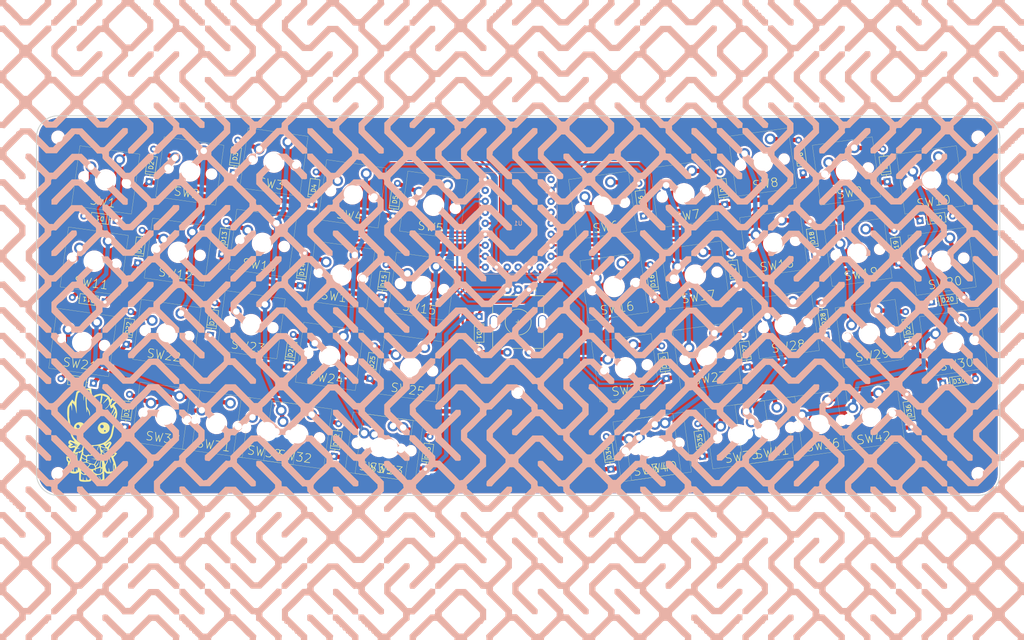
<source format=kicad_pcb>
(kicad_pcb (version 20211014) (generator pcbnew)
  (layers (0 "F.Cu" signal) (31 "B.Cu" signal) (34 "B.Paste" user) (35 "F.Paste" user) (36 "B.SilkS" user "B.Silkscreen") (37 "F.SilkS" user "F.Silkscreen") (38 "B.Mask" user) (39 "F.Mask" user) (44 "Edge.Cuts" user))
  (net 0 "")
  (net 1 "l3")
  (net 2 "Net-(D1-Pad2)")
  (net 3 "Net-(D2-Pad2)")
  (net 4 "Net-(D5-Pad2)")
  (net 5 "Net-(D7-Pad2)")
  (net 6 "Net-(D9-Pad2)")
  (net 7 "Net-(D10-Pad2)")
  (net 8 "l2")
  (net 9 "Net-(D18-Pad2)")
  (net 10 "Net-(D19-Pad2)")
  (net 11 "Net-(D20-Pad2)")
  (net 12 "l0")
  (net 13 "l1")
  (net 14 "Net-(D22-Pad2)")
  (net 15 "Net-(D23-Pad2)")
  (net 16 "Net-(D24-Pad2)")
  (net 17 "Net-(D25-Pad2)")
  (net 18 "Net-(D26-Pad2)")
  (net 19 "Net-(D27-Pad2)")
  (net 20 "Net-(D29-Pad2)")
  (net 21 "Net-(D30-Pad2)")
  (net 22 "Net-(D4-Pad2)")
  (net 23 "Net-(D6-Pad2)")
  (net 24 "Net-(D8-Pad2)")
  (net 25 "GND")
  (net 26 "c0")
  (net 27 "c1")
  (net 28 "c2")
  (net 29 "c3")
  (net 30 "c4")
  (net 31 "c5")
  (net 32 "c6")
  (net 33 "c7")
  (net 34 "c8")
  (net 35 "c9")
  (net 36 "Net-(D11-Pad2)")
  (net 37 "Net-(D12-Pad2)")
  (net 40 "Net-(D21-Pad2)")
  (net 41 "Net-(D13-Pad2)")
  (net 44 "Net-(D14-Pad2)")
  (net 45 "Net-(D15-Pad2)")
  (net 46 "Net-(D16-Pad2)")
  (net 47 "Net-(D17-Pad2)")
  (net 48 "Net-(D28-Pad2)")
  (net 49 "Net-(D3-Pad2)")
  (net 50 "Net-(D31-Pad2)")
  (net 51 "Net-(R1-PadB)")
  (net 52 "Net-(R1-PadA)")
  (net 53 "Net-(R1-Pad2)")
  (net 56 "Net-(D33-Pad2)")
  (net 57 "Net-(D34-Pad2)")
  (net 58 "Net-(D32-Pad2)")
  (net 59 "Net-(D35-Pad2)")
  (net 60 "Net-(D36-Pad2)")
  (footprint "keyb-libs:Diode" (layer "F.Cu") (at 218.624685 88.064864 98)
    (fp_text reference "D18")
    (fp_text value "Diode" hide)
  )
  (footprint "keyb-libs:MX-5pin" (layer "F.Cu") (at 193.67229 111.759433 8)
    (fp_text reference "SW27")
    (fp_text value "key" hide)
  )
  (footprint "keyb-libs:Diode" (layer "F.Cu") (at 102.173626 76.597833 82)
    (fp_text reference "D4")
    (fp_text value "Diode" hide)
  )
  (footprint "MountingHole:MountingHole_2.2mm_M2" (layer "F.Cu") (at 256.508333 61.051493)
    (fp_text reference "H5" hide)
    (fp_text value "MountingHole" hide)
  )
  (footprint "keyb-libs:Diode" (layer "F.Cu") (at 78.731027 106.879958 82)
    (fp_text reference "D23")
    (fp_text value "Diode" hide)
  )
  (footprint "keyb-libs:MX-5pin" (layer "F.Cu") (at 182.205259 132.557743 8)
    (fp_text reference "SW40")
    (fp_text value "key" hide)
  )
  (footprint "keyb-libs:Diode" (layer "F.Cu") (at 120.988719 79.242122 82)
    (fp_text reference "D5")
    (fp_text value "Diode" hide)
  )
  (footprint "keyb-libs:Diode" (layer "F.Cu") (at 140.96 102.54 -90)
    (fp_text reference "RD1")
    (fp_text value "Diode" hide)
  )
  (footprint "MountingHole:MountingHole_2.2mm_M2" (layer "F.Cu") (at 150 120)
    (fp_text reference "H4" hide)
    (fp_text value "MountingHole" hide)
  )
  (footprint "keyb-libs:MX-5pin" (layer "F.Cu") (at 98.979648 129.913454 -8)
    (fp_text reference "SW32")
    (fp_text value "key" hide)
  )
  (footprint "keyb-libs:Diode" (layer "F.Cu") (at 240.745139 108.939442 98)
    (fp_text reference "D29")
    (fp_text value "Diode" hide)
  )
  (footprint "keyb-libs:MX-5pin" (layer "F.Cu") (at 209.182022 85.596278 8)
    (fp_text reference "SW18")
    (fp_text value "key" hide)
  )
  (footprint "keyb-libs:Diode" (layer "F.Cu") (at 241.037541 128.085072 98)
    (fp_text reference "D36")
    (fp_text value "Diode" hide)
  )
  (footprint "keyb-libs:MX-5pin" (layer "F.Cu") (at 90.817978 85.596278 -8)
    (fp_text reference "SW13")
    (fp_text value "key" hide)
  )
  (footprint "keyb-libs:Diode" (layer "F.Cu") (at 221.268973 106.879958 98)
    (fp_text reference "D28")
    (fp_text value "Diode" hide)
  )
  (footprint "keyb-libs:MX-5pin" (layer "F.Cu") (at 219.835445 127.269165 8)
    (fp_text reference "SW36")
    (fp_text value "key" hide)
  )
  (footprint "keyb-libs:MX-5pin" (layer "F.Cu") (at 125.142803 114.403722 -8)
    (fp_text reference "SW25")
    (fp_text value "key" hide)
  )
  (footprint "keyb-libs:Diode" (layer "F.Cu") (at 118.34443 98.057216 82)
    (fp_text reference "D15")
    (fp_text value "Diode" hide)
  )
  (footprint "keyb-libs:Diode" (layer "F.Cu") (at 235.456561 71.309255 98)
    (fp_text reference "D9")
    (fp_text value "Diode" hide)
  )
  (footprint "keyb-libs:MX-5pin" (layer "F.Cu") (at 191.028001 92.94434 8)
    (fp_text reference "SW17")
    (fp_text value "key" hide)
  )
  (footprint "keyb-libs:MX-5pin" (layer "F.Cu") (at 106.32771 111.759433 -8)
    (fp_text reference "SW24")
    (fp_text value "key" hide)
  )
  (footprint "keyb-libs:Diode" (layer "F.Cu") (at 243.021477 80.342816 8)
    (fp_text reference "D10")
    (fp_text value "Diode" hide)
  )
  (footprint "MountingHole:MountingHole_2.2mm_M2" (layer "F.Cu") (at 43.491667 61.051493)
    (fp_text reference "H3" hide)
    (fp_text value "MountingHole" hide)
  )
  (footprint "keyb-libs:MX-5pin" (layer "F.Cu") (at 130.431381 76.773535 -8)
    (fp_text reference "SW5")
    (fp_text value "key" hide)
  )
  (footprint "keyb-libs:MX-5pin" (layer "F.Cu") (at 226.013899 68.840669 8)
    (fp_text reference "SW9")
    (fp_text value "key" hide)
  )
  (footprint "keyb-libs:Diode" (layer "F.Cu") (at 215.980396 69.249771 98)
    (fp_text reference "D8")
    (fp_text value "Diode" hide)
  )
  (footprint "keyb-libs:MX-5pin" (layer "F.Cu") (at 201.020352 129.913454 8)
    (fp_text reference "SW35")
    (fp_text value "key" hide)
  )
  (footprint "keyb-libs:RotaryEncoder_EC11" (layer "F.Cu") (at 150 103.81 -90)
    (fp_text reference "R1" hide)
    (fp_text value "EC11-MX-Alps" hide)
  )
  (footprint "keyb-libs:MX-5pin" (layer "F.Cu") (at 231.594879 125.616485 8)
    (fp_text reference "SW42")
    (fp_text value "key" hide)
  )
  (footprint "keyb-libs:Diode" (layer "F.Cu") (at 96.885048 114.22802 82)
    (fp_text reference "D24")
    (fp_text value "Diode" hide)
  )
  (footprint "keyb-libs:Diode" (layer "F.Cu") (at 99.529337 95.412927 82)
    (fp_text reference "D14")
    (fp_text value "Diode" hide)
  )
  (footprint "keyb-libs:Diode" (layer "F.Cu") (at 84.019605 69.249771 82)
    (fp_text reference "D3")
    (fp_text value "Diode" hide)
  )
  (footprint "keyb-libs:MX-5pin" (layer "F.Cu") (at 71.341812 87.655762 -8)
    (fp_text reference "SW12")
    (fp_text value "key" hide)
  )
  (footprint "keyb-libs:MX-5pin" (layer "F.Cu") (at 111.616288 74.129246 -8)
    (fp_text reference "SW4")
    (fp_text value "key" hide)
  )
  (footprint "keyb-libs:MX-5pin" (layer "F.Cu") (at 206.537733 66.781184 8)
    (fp_text reference "SW8")
    (fp_text value "key" hide)
  )
  (footprint "keyb-libs:Diode" (layer "F.Cu") (at 245.665766 99.157909 8)
    (fp_text reference "D20")
    (fp_text value "Diode" hide)
  )
  (footprint "keyb-libs:MX-5pin" (layer "F.Cu") (at 231.302476 106.470855 8)
    (fp_text reference "SW29")
    (fp_text value "key" hide)
  )
  (footprint "keyb-libs:Diode" (layer "F.Cu") (at 58.962459 128.085072 82)
    (fp_text reference "D31")
    (fp_text value "Diode" hide)
  )
  (footprint "keyb-libs:MX-5pin" (layer "F.Cu") (at 68.697523 106.470855 -8)
    (fp_text reference "SW22")
    (fp_text value "key" hide)
  )
  (footprint "keyb-libs:MX-5pin" (layer "F.Cu") (at 228.658188 87.655762 8)
    (fp_text reference "SW19")
    (fp_text value "key" hide)
  )
  (footprint "keyb-libs:MX-5pin" (layer "F.Cu") (at 127.787092 95.588629 -8)
    (fp_text reference "SW15")
    (fp_text value "key" hide)
  )
  (footprint "keyb-libs:Diode" (layer "F.Cu") (at 128.528791 137.861982 82)
    (fp_text reference "D33")
    (fp_text value "Diode" hide)
  )
  (footprint "keyb-libs:MX-5pin" (layer "F.Cu") (at 49.221358 108.53034 -8)
    (fp_text reference "SW21")
    (fp_text value "key" hide)
  )
  (footprint "keyb-libs:MX-5pin" (layer "F.Cu") (at 54.509936 70.900153 -8)
    (fp_text reference "SW1")
    (fp_text value "key" hide)
  )
  (footprint "keyb-libs:Diode" (layer "F.Cu") (at 238.10085 90.124349 98)
    (fp_text reference "D19")
    (fp_text value "Diode" hide)
  )
  (footprint "keyb-libs:MX-5pin" (layer "F.Cu") (at 108.971999 92.94434 -8)
    (fp_text reference "SW14")
    (fp_text value "key" hide)
  )
  (footprint "keyb-libs:MX-5pin" (layer "F.Cu") (at 208.076012 128.921846 8)
    (fp_text reference "SW41")
    (fp_text value "key" hide)
  )
  (footprint "keyb-libs:Diode" (layer "F.Cu") (at 203.114952 114.22802 98)
    (fp_text reference "D27")
    (fp_text value "Diode" hide)
  )
  (footprint "keyb-libs:MX-5pin" (layer "F.Cu") (at 245.490064 70.900153 8)
    (fp_text reference "SW10")
    (fp_text value "key" hide)
  )
  (footprint "keyb-libs:Diode" (layer "F.Cu") (at 56.978522 80.342816 172)
    (fp_text reference "D1")
    (fp_text value "Diode" hide)
  )
  (footprint "keyb-libs:Diode" (layer "F.Cu") (at 184.299859 116.872309 98)
    (fp_text reference "D26")
    (fp_text value "Diode" hide)
  )
  (footprint "keyb-libs:MX-5pin" (layer "F.Cu") (at 172.212908 95.588629 8)
    (fp_text reference "SW16")
    (fp_text value "key" hide)
  )
  (footprint "keyb-libs:MX-5pin" (layer "F.Cu") (at 188.383712 74.129246 8)
    (fp_text reference "SW7")
    (fp_text value "key" hide)
  )
  (footprint "keyb-libs:Diode" (layer "F.Cu") (at 59.254861 108.939442 82)
    (fp_text reference "D22")
    (fp_text value "Diode" hide)
  )
  (footprint "keyb-libs:MX-5pin" (layer "F.Cu") (at 211.826311 104.411371 8)
    (fp_text reference "SW28")
    (fp_text value "key" hide)
  )
  (footprint "keyb-libs:Diode" (layer "F.Cu") (at 200.470663 95.412927 98)
    (fp_text reference "D17")
    (fp_text value "Diode" hide)
  )
  (footprint "keyb-libs:MX-5pin" (layer "F.Cu") (at 179.853372 132.888279 8)
    (fp_text reference "SW34")
    (fp_text value "key" hide)
  )
  (footprint "keyb-libs:Diode" (layer "F.Cu") (at 54.334233 99.157909 172)
    (fp_text reference "D11")
    (fp_text value "Diode" hide)
  )
  (footprint "keyb-libs:MX-5pin" (layer "F.Cu") (at 248.134353 89.715246 8)
    (fp_text reference "SW20")
    (fp_text value "key" hide)
  )
  (footprint "keyb-libs:MX-5pin" (layer "F.Cu") (at 93.462267 66.781184 -8)
    (fp_text reference "SW3")
    (fp_text value "key" hide)
  )
  (footprint "keyb-libs:Diode" (layer "F.Cu") (at 81.375316 88.064864 82)
    (fp_text reference "D13")
    (fp_text value "Diode" hide)
  )
  (footprint "keyb-libs:Diode" (layer "F.Cu") (at 192.638189 134.887157 98)
    (fp_text reference "D35")
    (fp_text value "Diode" hide)
  )
  (footprint "keyb-libs:Diode" (layer "F.Cu") (at 248.310055 117.973002 8)
    (fp_text reference "D30")
    (fp_text value "Diode" hide)
  )
  (footprint "keyb-libs:MX-5pin" (layer "F.Cu") (at 117.794741 132.557743 -8)
    (fp_text reference "SW39")
    (fp_text value "key" hide)
  )
  (footprint "MountingHole:MountingHole_2.2mm_M2" (layer "F.Cu") (at 43.491667 138.948507)
    (fp_text reference "H1" hide)
    (fp_text value "MountingHole" hide)
  )
  (footprint "keyb-libs:MX-5pin" (layer "F.Cu") (at 73.986101 68.840669 -8)
    (fp_text reference "SW2")
    (fp_text value "key" hide)
  )
  (footprint "keyb-libs:Diode" (layer "F.Cu") (at 171.471209 137.861982 98)
    (fp_text reference "D34")
    (fp_text value "Diode" hide)
  )
  (footprint "keyb-libs:MX-5pin" (layer "F.Cu") (at 88.173689 104.411371 -8)
    (fp_text reference "SW23")
    (fp_text value "key" hide)
  )
  (footprint "keyb-libs:MX-5pin" (layer "F.Cu") (at 51.865647 89.715246 -8)
    (fp_text reference "SW11")
    (fp_text value "key" hide)
  )
  (footprint "keyb-libs:Diode" (layer "F.Cu") (at 115.700141 116.872309 82)
    (fp_text reference "D25")
    (fp_text value "Diode" hide)
  )
  (footprint "keyb-libs:Diode" (layer "F.Cu") (at 107.361811 134.887157 82)
    (fp_text reference "D32")
    (fp_text value "Diode" hide)
  )
  (footprint "keyb-libs:MX-5pin" (layer "F.Cu") (at 80.164554 127.269165 -8)
    (fp_text reference "SW31")
    (fp_text value "key" hide)
  )
  (footprint "keyb-libs:MX-5pin" (layer "F.Cu") (at 68.405121 125.616485 -8)
    (fp_text reference "SW37")
    (fp_text value "key" hide)
  )
  (footprint "MountingHole:MountingHole_2.2mm_M2" (layer "F.Cu") (at 256.508333 138.948507)
    (fp_text reference "H2" hide)
    (fp_text value "MountingHole" hide)
  )
  (footprint "keyb-libs:MX-5pin" (layer "F.Cu") (at 120.146628 132.888279 -8)
    (fp_text reference "SW33")
    (fp_text value "key" hide)
  )
  (footprint "keyb-libs:Diode" (layer "F.Cu") (at 181.65557 98.057216 98)
    (fp_text reference "D16")
    (fp_text value "Diode" hide)
  )
  (footprint "keyb-libs:Diode" (layer "F.Cu") (at 64.543439 71.309255 82)
    (fp_text reference "D2")
    (fp_text value "Diode" hide)
  )
  (footprint "keyb-libs:Diode" (layer "F.Cu") (at 51.689944 117.973002 172)
    (fp_text reference "D21")
    (fp_text value "Diode" hide)
  )
  (footprint "keyb-libs:MX-5pin" (layer "F.Cu") (at 91.923988 128.921846 -8)
    (fp_text reference "SW38")
    (fp_text value "key" hide)
  )
  (footprint "keyb-libs:MX-5pin" (layer "F.Cu") (at 250.778642 108.53034 8)
    (fp_text reference "SW30")
    (fp_text value "key" hide)
  )
  (footprint "keyb-libs:Diode" (layer "F.Cu") (at 179.011281 79.242122 98)
    (fp_text reference "D6")
    (fp_text value "Diode" hide)
  )
  (footprint "keyb-libs:Diode" (layer "F.Cu") (at 197.826375 76.597833 98)
    (fp_text reference "D7")
    (fp_text value "Diode" hide)
  )
  (footprint "keyb-libs:MX-5pin" (layer "F.Cu") (at 169.568619 76.773535 8)
    (fp_text reference "SW6")
    (fp_text value "key" hide)
  )
  (footprint "keyb-libs:Diode" (layer "F.Cu") (at 61.89915 90.124349 82)
    (fp_text reference "D12")
    (fp_text value "Diode" hide)
  )
  (footprint "keyb-libs:MX-5pin" (layer "F.Cu") (at 174.857197 114.403722 8)
    (fp_text reference "SW26")
    (fp_text value "key" hide)
  )
  (footprint "keyb-libs:RP2040" (layer "B.Cu") (at 150 80.95 180)
    (fp_text reference "U1")
    (fp_text value "RP2040")
  )
  (gr_poly (pts (xy 237.477678 146.629122) (xy 237.477678 147.620547) (xy 237.437125 147.646802) (xy 237.396353 147.670628) (xy 237.355372 147.69212) (xy 237.314196 147.711378) (xy 237.272837 147.728497) (xy 237.231308 147.743574) (xy 237.189619 147.756708) (xy 237.147785 147.767994) (xy 237.063726 147.785414) (xy 236.979229 147.796612) (xy 236.894393 147.802363) (xy 236.809316 147.803444) (xy 236.724095 147.800634) (xy 236.638829 147.794708) (xy 236.468556 147.776616) (xy 236.29928 147.755385) (xy 236.131789 147.737228) (xy 236.089948 147.648445) (xy 236.045606 147.562132) (xy 235.99888 147.478181) (xy 235.949884 147.396484) (xy 235.845551 147.239413) (xy 235.733538 147.090049) (xy 235.614775 146.947522) (xy 235.490193 146.810961) (xy 235.360721 146.679494) (xy 235.22729 146.552253) (xy 235.090831 146.428366) (xy 234.952272 146.306963) (xy 234.672581 146.068125) (xy 234.395658 145.828777) (xy 234.26056 145.706735) (xy 234.128945 145.581953) (xy 233.980647 145.434258) (xy 233.834875 145.283927) (xy 233.548325 144.977919) (xy 233.264129 144.669045) (xy 232.977124 144.362424) (xy 232.830954 144.211558) (xy 232.682145 144.063175) (xy 232.530051 143.917914) (xy 232.374028 143.776415) (xy 232.213428 143.639317) (xy 232.047608 143.507261) (xy 231.875921 143.380886) (xy 231.697722 143.260832) (xy 231.665351 143.237902) (xy 231.63655 143.213083) (xy 231.611136 143.186435) (xy 231.588927 143.158022) (xy 231.569741 143.127902) (xy 231.553395 143.096139) (xy 231.539708 143.062793) (xy 231.528498 143.027925) (xy 231.519581 142.991597) (xy 231.512777 142.953871) (xy 231.507902 142.914807) (xy 231.504775 142.874466) (xy 231.503034 142.790202) (xy 231.506097 142.701569) (xy 231.537232 142.313158) (xy 231.542449 142.210037) (xy 231.543724 142.105491) (xy 231.5396 142.000009) (xy 231.535057 141.947071) (xy 231.528618 141.894082) (xy 232.663768 141.894082)) (layer "B.SilkS") (width 0) (fill solid))
  (gr_poly (pts (xy 132.278431 29.287819) (xy 132.276161 29.325258) (xy 132.268724 29.404064) (xy 132.259766 29.484931) (xy 132.252097 29.564042) (xy 132.249626 29.601748) (xy 132.248531 29.637585) (xy 132.249164 29.671075) (xy 132.251877 29.701743) (xy 132.257021 29.729112) (xy 132.260615 29.741409) (xy 132.264948 29.752704) (xy 132.270065 29.762934) (xy 132.276009 29.772042) (xy 132.282824 29.779968) (xy 132.290555 29.786651) (xy 132.567432 29.997676) (xy 132.836827 30.216157) (xy 133.099546 30.44143) (xy 133.356397 30.67283) (xy 133.608187 30.909691) (xy 133.855722 31.15135) (xy 134.341255 31.646397) (xy 135.296766 32.664797) (xy 135.779655 33.17751) (xy 136.274571 33.685472) (xy 136.333933 33.680521) (xy 136.395857 33.679467) (xy 136.460034 33.681339) (xy 136.526152 33.685166) (xy 136.66297 33.694801) (xy 136.73305 33.698666) (xy 136.803828 33.700601) (xy 136.874995 33.699636) (xy 136.94624 33.694798) (xy 137.017252 33.685118) (xy 137.052573 33.678158) (xy 137.08772 33.669623) (xy 137.122654 33.659392) (xy 137.157335 33.647344) (xy 137.191725 33.633356) (xy 137.225785 33.617308) (xy 137.259477 33.599077) (xy 137.29276 33.578544) (xy 137.325598 33.555586) (xy 137.35795 33.530082) (xy 137.696661 33.172219) (xy 138.042364 32.821198) (xy 138.743048 32.129131) (xy 139.092184 31.782809) (xy 139.436618 31.432776) (xy 139.773425 31.076394) (xy 139.938056 30.894998) (xy 140.099684 30.711026) (xy 140.136813 30.670124) (xy 140.176166 30.630533) (xy 140.260563 30.554638) (xy 140.350903 30.48205) (xy 140.445215 30.41148) (xy 140.637871 30.271231) (xy 140.732272 30.198972) (xy 140.822761 30.123568) (xy 140.907366 30.043731) (xy 140.946845 30.001746) (xy 140.984115 29.958169) (xy 141.018928 29.912838) (xy 141.051038 29.865592) (xy 141.080199 29.816269) (xy 141.106163 29.76471) (xy 141.128686 29.710751) (xy 141.14752 29.654232) (xy 141.162419 29.594992) (xy 141.173136 29.53287) (xy 141.179425 29.467703) (xy 141.181041 29.39933) (xy 141.177735 29.327592) (xy 141.169263 29.252325) (xy 142.650931 29.252325) (xy 142.650931 30.408395) (xy 138.418268 34.558914) (xy 138.386451 34.588163) (xy 138.357766 34.618157) (xy 138.33206 34.648865) (xy 138.309184 34.680258) (xy 138.288987 34.712303) (xy 138.271319 34.744972) (xy 138.256028 34.778233) (xy 138.242964 34.812056) (xy 138.231977 34.846411) (xy 138.222915 34.881266) (xy 138.215628 34.916592) (xy 138.209966 34.952358) (xy 138.202912 35.025089) (xy 138.200547 35.099213) (xy 138.201668 35.174488) (xy 138.205068 35.250669) (xy 138.213884 35.404775) (xy 138.216891 35.482212) (xy 138.217356 35.55958) (xy 138.214075 35.636634) (xy 138.205841 35.713132) (xy 138.508522 35.939941) (xy 138.801114 36.177736) (xy 139.085033 36.425097) (xy 139.361694 36.680607) (xy 139.632513 36.942847) (xy 139.898906 37.210398) (xy 140.42408 37.75576) (xy 140.948543 38.305346) (xy 141.483621 38.847808) (xy 141.758681 39.112821) (xy 142.040643 39.371797) (xy 142.330923 39.623318) (xy 142.630936 39.865966) (xy 142.662688 40.42871) (xy 142.662266 40.50547) (xy 142.65859 40.583311) (xy 142.650976 40.662128) (xy 142.638741 40.741817) (xy 142.6212 40.822275) (xy 142.597671 40.903399) (xy 142.583447 40.944178) (xy 142.56747 40.985084) (xy 142.549654 41.026104) (xy 142.529913 41.067226) (xy 141.375228 41.067226) (xy 141.139664 40.774425) (xy 140.897359 40.489215) (xy 140.648971 40.210543) (xy 140.395159 39.937357) (xy 139.873903 39.403236) (xy 139.338865 38.878434) (xy 138.248538 37.823123) (xy 137.703798 37.27578) (xy 137.433841 36.993504) (xy 137.166373 36.704088) (xy 136.28867 36.704088) (xy 131.903406 41.137328) (xy 131.891506 41.141446) (xy 131.877896 41.144799) (xy 131.845771 41.14936) (xy 131.807483 41.151314) (xy 131.763484 41.150968) (xy 131.714225 41.148627) (xy 131.660159 41.144596) (xy 131.539411 41.132687) (xy 131.260108 41.102025) (xy 131.108782 41.088158) (xy 131.031781 41.08266) (xy 130.954492 41.078525) (xy 130.923612 41.042881) (xy 130.896557 41.006793) (xy 130.873106 40.970296) (xy 130.853032 40.933421) (xy 130.836113 40.896202) (xy 130.822124 40.85867) (xy 130.810841 40.820859) (xy 130.80204 40.782801) (xy 130.795497 40.744529) (xy 130.790988 40.706075) (xy 130.787176 40.628754) (xy 130.788812 40.551098) (xy 130.794102 40.473369) (xy 130.808476 40.318734) (xy 130.813975 40.242352) (xy 130.81596 40.16694) (xy 130.812636 40.09276) (xy 130.808424 40.056214) (xy 130.802213 40.020074) (xy 130.793779 39.984373) (xy 130.782897 39.949143) (xy 130.769344 39.914416) (xy 130.752896 39.880227) (xy 131.06361 39.64836) (xy 131.362253 39.405148) (xy 131.650523 39.152163) (xy 131.930116 38.890974) (xy 132.202729 38.623154) (xy 132.470059 38.350273) (xy 132.995654 37.795615) (xy 133.520476 37.239567) (xy 133.786838 36.96495) (xy 134.058097 36.694698) (xy 134.33595 36.430385) (xy 134.622093 36.173579) (xy 134.918222 35.925853) (xy 135.226035 35.688777) (xy 135.226035 34.661519) (xy 135.107245 34.570671) (xy 134.936698 34.423445) (xy 134.471398 33.991266) (xy 133.892269 33.427792) (xy 133.261442 32.795835) (xy 132.641051 32.158203) (xy 132.093227 31.577709) (xy 131.680103 31.117163) (xy 131.543471 30.951499) (xy 131.463812 30.839375) (xy 131.427246 30.820096) (xy 131.390475 30.802858) (xy 131.353535 30.787565) (xy 131.316459 30.774118) (xy 131.242036 30.752376) (xy 131.167478 30.736853) (xy 131.093057 30.726771) (xy 131.019045 30.721349) (xy 130.945715 30.71981) (xy 130.873337 30.721374) (xy 130.802185 30.725263) (xy 130.732529 30.730697) (xy 130.598798 30.743087) (xy 130.474321 30.752312) (xy 130.416232 30.753791) (xy 130.361272 30.752142) (xy 125.975537 35.240388) (xy 125.961796 35.245824) (xy 125.946011 35.249835) (xy 125.928252 35.252516) (xy 125.908589 35.25396) (xy 125.863833 35.253524) (xy 125.812307 35.249287) (xy 125.754575 35.24201) (xy 125.691198 35.232454) (xy 125.549768 35.209551) (xy 125.392521 35.186665) (xy 125.309374 35.177131) (xy 125.223963 35.169884) (xy 125.13685 35.165686) (xy 125.048599 35.165297) (xy 124.959773 35.169479) (xy 124.915321 35.173521) (xy 124.870935 35.178992) (xy 124.870935 33.826786) (xy 124.938987 33.842069) (xy 125.001916 33.850125) (xy 125.060049 33.851402) (xy 125.113709 33.846348) (xy 125.163223 33.835412) (xy 125.208915 33.819044) (xy 125.25111 33.797691) (xy 125.290134 33.771802) (xy 125.326312 33.741826) (xy 125.359968 33.708212) (xy 125.391428 33.671409) (xy 125.421017 33.631865) (xy 125.475883 33.54635) (xy 125.527165 33.455258) (xy 125.629384 33.270698) (xy 125.685522 33.18441) (xy 125.715987 33.144335) (xy 125.748481 33.106904) (xy 125.783331 33.072566) (xy 125.82086 33.041769) (xy 125.861396 33.014963) (xy 125.905262 32.992596) (xy 125.952784 32.975116) (xy 126.004286 32.962973) (xy 126.060095 32.956615) (xy 126.120534 32.956491) (xy 126.486213 32.528694) (xy 126.85749 32.106637) (xy 127.236179 31.69206) (xy 127.624092 31.2867) (xy 128.023043 30.892296) (xy 128.227225 30.699746) (xy 128.434847 30.510587) (xy 128.646135 30.325037) (xy 128.861316 30.143312) (xy 129.080618 29.965629) (xy 129.304265 29.792208) (xy 129.312137 29.785236) (xy 129.319078 29.777038) (xy 129.325132 29.767671) (xy 129.330345 29.757193) (xy 129.334761 29.745665) (xy 129.338424 29.733145) (xy 129.34138 29.719691) (xy 129.343673 29.705364) (xy 129.346448 29.674321) (xy 129.347107 29.640488) (xy 129.346007 29.604335) (xy 129.343506 29.566334) (xy 129.335729 29.486673) (xy 129.326635 29.405271) (xy 129.319082 29.325899) (xy 129.316777 29.288152) (xy 129.315929 29.252325) (xy 132.279265 29.252325)) (layer "B.SilkS") (width 0) (fill solid))
  (gr_poly (pts (xy 131.438778 76.654403) (xy 131.510947 76.659266) (xy 131.581491 76.665799) (xy 131.716525 76.679802) (xy 131.780427 76.685237) (xy 131.841527 76.68827) (xy 131.89953 76.687885) (xy 131.954141 76.683062) (xy 136.111235 80.887388) (xy 136.13931 80.923037) (xy 136.168273 80.954707) (xy 136.198079 80.98262) (xy 136.228682 81.006995) (xy 136.26004 81.028057) (xy 136.292107 81.046025) (xy 136.324838 81.061122) (xy 136.358189 81.073568) (xy 136.392115 81.083586) (xy 136.426572 81.091397) (xy 136.461515 81.097223) (xy 136.4969 81.101284) (xy 136.568815 81.105002) (xy 136.64196 81.104322) (xy 136.790516 81.096859) (xy 136.865212 81.09362) (xy 136.939711 81.093073) (xy 137.013656 81.09699) (xy 137.05031 81.101177) (xy 137.086691 81.107144) (xy 137.122755 81.115113) (xy 137.158458 81.125305) (xy 137.193755 81.137943) (xy 137.228601 81.153247) (xy 137.46031 80.842624) (xy 137.702507 80.543125) (xy 137.953806 80.253246) (xy 138.212816 79.971479) (xy 138.478148 79.696318) (xy 138.748414 79.426258) (xy 139.298189 78.895409) (xy 139.85103 78.366883) (xy 140.395824 77.828628) (xy 140.66173 77.552086) (xy 140.921458 77.268593) (xy 141.173617 76.976641) (xy 141.41682 76.674726) (xy 143.794434 76.674726) (xy 148.537133 81.448939) (xy 148.537133 82.460177) (xy 148.499957 82.48403) (xy 148.462563 82.505303) (xy 148.424986 82.524123) (xy 148.387263 82.540619) (xy 148.349431 82.554915) (xy 148.311527 82.567141) (xy 148.273588 82.577423) (xy 148.235649 82.585889) (xy 148.159925 82.597879) (xy 148.084648 82.604129) (xy 148.010112 82.605657) (xy 147.936613 82.60348) (xy 147.864444 82.598617) (xy 147.793899 82.592084) (xy 147.658863 82.57808) (xy 147.594959 82.572645) (xy 147.533858 82.569611) (xy 147.475854 82.569996) (xy 147.42124 82.574818) (xy 143.264157 78.370497) (xy 143.236082 78.334848) (xy 143.207122 78.30318) (xy 143.177326 78.275272) (xy 143.146742 78.250906) (xy 143.115417 78.22986) (xy 143.0834 78.211915) (xy 143.050738 78.196852) (xy 143.01748 78.18445) (xy 142.983673 78.174489) (xy 142.949365 78.166749) (xy 142.914604 78.16101) (xy 142.879438 78.157053) (xy 142.808082 78.153602) (xy 142.735682 78.154637) (xy 142.589279 78.163126) (xy 142.516043 78.16706) (xy 142.443296 78.168441) (xy 142.371419 78.16551) (xy 142.335928 78.161877) (xy 142.300798 78.156506) (xy 142.266078 78.149177) (xy 142.231815 78.13967) (xy 142.198057 78.127765) (xy 142.164853 78.113242) (xy 141.925509 78.418241) (xy 141.677735 78.713874) (xy 141.42261 79.001415) (xy 141.161216 79.282138) (xy 140.894632 79.557319) (xy 140.623939 79.828232) (xy 140.074546 80.362353) (xy 139.521681 80.894699) (xy 138.973986 81.435467) (xy 138.704778 81.712196) (xy 138.440103 81.994854) (xy 138.181043 82.284717) (xy 137.928676 82.583059) (xy 135.581066 82.583059) (xy 130.83826 77.808941) (xy 130.83826 76.797708) (xy 130.875435 76.773855) (xy 130.91283 76.752582) (xy 130.950407 76.733761) (xy 130.98813 76.717266) (xy 131.025962 76.702969) (xy 131.063866 76.690743) (xy 131.101805 76.68046) (xy 131.139743 76.671995) (xy 131.215467 76.660004) (xy 131.290744 76.653754) (xy 131.36528 76.652226)) (layer "B.SilkS") (width 0) (fill solid))
  (gr_poly (pts (xy 41.976966 128.946347) (xy 41.980458 128.956299) (xy 41.982677 128.968511) (xy 41.983652 128.999384) (xy 41.980598 129.0383) (xy 41.974228 129.084594) (xy 41.929784 129.330245) (xy 41.917484 129.403449) (xy 41.906128 129.480038) (xy 41.896427 129.559348) (xy 41.889091 129.640713) (xy 41.88483 129.723467) (xy 41.884356 129.806946) (xy 41.88576 129.848749) (xy 41.888377 129.890483) (xy 41.892296 129.932066) (xy 41.897605 129.973414) (xy 41.719238 129.962778) (xy 41.543253 129.954784) (xy 41.207854 129.945217) (xy 40.910255 129.941693) (xy 40.669303 129.941189) (xy 36.40877 125.578141) (xy 36.353261 125.580249) (xy 36.29467 125.579088) (xy 36.23327 125.575455) (xy 36.169334 125.57015) (xy 36.034938 125.557722) (xy 35.965023 125.552196) (xy 35.89366 125.548194) (xy 35.82112 125.546516) (xy 35.747676 125.54796) (xy 35.6736 125.553326) (xy 35.599164 125.563412) (xy 35.561896 125.570476) (xy 35.52464 125.579018) (xy 35.48743 125.589141) (xy 35.4503 125.600943) (xy 35.413285 125.614525) (xy 35.376417 125.629985) (xy 35.339731 125.647425) (xy 35.303262 125.666944) (xy 35.223257 125.779694) (xy 35.086653 125.945642) (xy 34.674451 126.405962) (xy 34.128265 126.985565) (xy 33.509705 127.622111) (xy 32.880379 128.25326) (xy 32.301898 128.816674) (xy 31.835869 129.250012) (xy 31.664278 129.398422) (xy 31.543904 129.490936) (xy 31.543904 130.426146) (xy 35.990478 134.796595) (xy 35.994789 134.823936) (xy 35.997529 134.852174) (xy 35.998915 134.911167) (xy 35.995873 134.973234) (xy 35.989637 135.038033) (xy 35.972535 135.17446) (xy 35.96414 135.245404) (xy 35.957499 135.317713) (xy 35.953848 135.391045) (xy 35.954423 135.46506) (xy 35.956682 135.502216) (xy 35.960461 135.539414) (xy 35.965914 135.576612) (xy 35.973197 135.613767) (xy 35.982464 135.650836) (xy 35.993869 135.687776) (xy 36.007568 135.724545) (xy 36.023714 135.7611) (xy 36.042462 135.797399) (xy 36.063966 135.833398) (xy 36.088382 135.869055) (xy 36.115864 135.904327) (xy 37.139788 135.957017) (xy 41.452456 140.330618) (xy 42.519072 140.330618) (xy 42.605075 140.208336) (xy 42.748086 140.033585) (xy 43.173751 139.558066) (xy 43.733308 138.966849) (xy 44.364001 138.32272) (xy 45.003071 137.688466) (xy 45.587762 137.126874) (xy 46.055315 136.70073) (xy 46.225555 136.558071) (xy 46.342975 136.472821) (xy 46.334786 136.395529) (xy 46.331478 136.317787) (xy 46.331864 136.239826) (xy 46.334758 136.161879) (xy 46.343319 136.006959) (xy 46.346611 135.93045) (xy 46.347663 135.854887) (xy 46.345287 135.7805) (xy 46.338295 135.707524) (xy 46.325501 135.63619) (xy 46.316557 135.601212) (xy 46.305717 135.566732) (xy 46.292834 135.532779) (xy 46.277757 135.499381) (xy 46.26034 135.466569) (xy 46.240434 135.434371) (xy 46.21789 135.402816) (xy 46.19256 135.371934) (xy 46.164295 135.341753) (xy 46.132948 135.312303) (xy 41.897697 131.163455) (xy 41.897697 129.973404) (xy 42.059384 129.98404) (xy 42.219214 129.992034) (xy 42.525912 130.0016) (xy 42.803005 130.005125) (xy 43.03571 130.005629) (xy 47.824363 134.822348) (xy 47.82361 134.863265) (xy 47.822511 134.971673) (xy 47.822374 135.044137) (xy 47.822801 135.125017) (xy 47.824009 135.211493) (xy 47.826216 135.300746) (xy 47.828987 135.366618) (xy 47.833122 135.433191) (xy 47.838396 135.501217) (xy 47.844586 135.57145) (xy 47.873999 135.889523) (xy 48.919224 135.889523) (xy 53.420712 140.440826) (xy 53.428279 140.443623) (xy 53.437822 140.445589) (xy 53.462453 140.447216) (xy 53.493837 140.446094) (xy 53.531206 140.442606) (xy 53.620821 140.430079) (xy 53.725147 140.412716) (xy 53.838034 140.393599) (xy 53.953329 140.375812) (xy 54.009958 140.36838) (xy 54.064883 140.362435) (xy 54.117335 140.358364) (xy 54.166545 140.356552) (xy 58.489771 135.985183) (xy 59.553237 135.985183) (xy 59.579126 136.017885) (xy 59.602028 136.051147) (xy 59.622096 136.084923) (xy 59.639485 136.11917) (xy 59.654347 136.153845) (xy 59.666838 136.188904) (xy 59.67711 136.224302) (xy 59.685317 136.259996) (xy 59.691614 136.295942) (xy 59.696153 136.332096) (xy 59.700577 136.404852) (xy 59.699818 136.477915) (xy 59.695107 136.550932) (xy 59.66135 136.835532) (xy 59.655334 136.903059) (xy 59.652749 136.968436) (xy 59.654823 137.031312) (xy 59.657993 137.061701) (xy 59.662789 137.091334) (xy 54.886823 141.817562) (xy 52.473649 141.817562) (xy 52.237733 141.526388) (xy 51.995246 141.242339) (xy 51.746806 140.964418) (xy 51.49303 140.691628) (xy 50.971939 140.157448) (xy 50.436914 139.631818) (xy 49.344821 138.574282) (xy 48.797633 138.026412) (xy 48.525914 137.74421) (xy 48.25627 137.455166) (xy 47.404312 137.455166) (xy 43.392793 141.467146) (xy 43.392793 142.385223) (xy 43.693933 142.609641) (xy 43.98427 142.846284) (xy 44.265334 143.093501) (xy 44.538657 143.349636) (xy 44.805769 143.613037) (xy 45.068201 143.88205) (xy 45.585151 144.430296) (xy 46.101753 144.981147) (xy 46.363751 145.253415) (xy 46.630255 145.521373) (xy 46.902796 145.783367) (xy 47.182906 146.037745) (xy 47.472114 146.282852) (xy 47.771952 146.517035) (xy 47.771952 147.745613) (xy 46.668016 147.745613) (xy 41.899087 142.986219) (xy 41.899087 142.038139) (xy 41.861714 142.001931) (xy 41.823489 141.970228) (xy 41.784479 141.942746) (xy 41.744754 141.919196) (xy 41.704384 141.899294) (xy 41.663437 141.882753) (xy 41.621984 141.869288) (xy 41.580092 141.858611) (xy 41.537832 141.850437) (xy 41.495272 141.84448) (xy 41.409531 141.838071) (xy 41.323422 141.837095) (xy 41.2375 141.839264) (xy 41.06843 141.843879) (xy 40.986389 141.841747) (xy 40.90675 141.833604) (xy 40.868003 141.826562) (xy 40.830065 141.81716) (xy 40.793004 141.80511) (xy 40.75689 141.790126) (xy 40.721791 141.771923) (xy 40.687776 141.750214) (xy 40.654916 141.724714) (xy 40.623279 141.695135) (xy 36.36923 137.451268) (xy 35.591726 137.451268) (xy 31.730317 141.244326) (xy 31.697671 141.27421) (xy 31.668675 141.304826) (xy 31.643133 141.336116) (xy 31.62085 141.368025) (xy 31.601632 141.400498) (xy 31.585284 141.433478) (xy 31.571611 141.466909) (xy 31.560417 141.500737) (xy 31.551508 141.534904) (xy 31.54469 141.569355) (xy 31.539766 141.604035) (xy 31.536543 141.638886) (xy 31.534416 141.708882) (xy 31.536751 141.778897) (xy 31.559514 142.050199) (xy 31.560764 142.113601) (xy 31.557118 142.174339) (xy 31.552972 142.20357) (xy 31.547018 142.231967) (xy 31.53906 142.259475) (xy 31.528903 142.286038) (xy 36.040485 146.693615) (xy 36.045342 146.70607) (xy 36.048794 146.720657) (xy 36.050937 146.737302) (xy 36.051866 146.755932) (xy 36.05046 146.798854) (xy 36.045338 146.848838) (xy 36.037261 146.905296) (xy 36.026991 146.967641) (xy 36.002911 147.10765) (xy 35.990624 147.18414) (xy 35.979187 147.264172) (xy 35.969361 147.347159) (xy 35.961908 147.432514) (xy 35.957587 147.519651) (xy 35.95716 147.607985) (xy 35.958645 147.652416) (xy 35.961388 147.696927) (xy 35.965485 147.741443) (xy 35.971003 147.785656) (xy 35.970939 147.785656) (xy 35.970939 147.785881) (xy 35.882006 147.776208) (xy 35.792526 147.771704) (xy 35.702702 147.771386) (xy 35.612647 147.774259) (xy 35.252343 147.797775) (xy 35.162804 147.801689) (xy 35.073704 147.802827) (xy 34.985154 147.800195) (xy 34.897265 147.792799) (xy 34.810149 147.779645) (xy 34.723919 147.759738) (xy 34.68117 147.746942) (xy 34.638685 147.732085) (xy 34.596476 147.715042) (xy 34.554559 147.695689) (xy 34.54497 147.656006) (xy 34.53632 147.614972) (xy 34.521079 147.530823) (xy 34.493486 147.368009) (xy 34.486077 147.331325) (xy 34.478082 147.297235) (xy 34.469311 147.266232) (xy 34.459573 147.23881) (xy 34.448677 147.215462) (xy 34.436432 147.19668) (xy 34.429744 147.189156) (xy 34.422647 147.182959) (xy 34.415118 147.17815) (xy 34.407133 147.174791) (xy 34.332615 147.14921) (xy 34.262473 147.121209) (xy 34.19649 147.090663) (xy 34.134444 147.057448) (xy 34.076117 147.021439) (xy 34.021289 146.982513) (xy 33.96974 146.940544) (xy 33.92125 146.895409) (xy 33.875601 146.846984) (xy 33.832572 146.795144) (xy 33.791944 146.739765) (xy 33.753496 146.680722) (xy 33.717011 146.617893) (xy 33.682267 146.551152) (xy 33.649046 146.480375) (xy 33.617127 146.405438) (xy 33.607312 146.385943) (xy 33.594762 146.368537) (xy 33.579684 146.353006) (xy 33.562286 146.339138) (xy 33.542773 146.326721) (xy 33.521354 146.315542) (xy 33.473626 146.296044) (xy 33.420759 146.278945) (xy 33.364411 146.262541) (xy 33.30624 146.245131) (xy 33.247902 146.225014) (xy 33.21919 146.213409) (xy 33.191057 146.200488) (xy 33.163712 146.18604) (xy 33.137362 146.169851) (xy 33.112214 146.151709) (xy 33.088475 146.131401) (xy 33.066352 146.108715) (xy 33.046053 146.083437) (xy 33.027784 146.055355) (xy 33.011754 146.024257) (xy 32.998169 145.989928) (xy 32.987237 145.952158) (xy 32.979164 145.910733) (xy 32.974158 145.86544) (xy 32.972426 145.816067) (xy 32.974176 145.762401) (xy 32.973591 145.733565) (xy 32.968168 145.707901) (xy 32.958242 145.685122) (xy 32.944148 145.664941) (xy 32.926218 145.647072) (xy 32.904789 145.63123) (xy 32.880193 145.617127) (xy 32.852765 145.604476) (xy 32.79075 145.58239) (xy 32.721418 145.56268) (xy 32.571498 145.521225) (xy 32.496258 145.494899) (xy 32.459738 145.479334) (xy 32.424396 145.461786) (xy 32.390567 145.441969) (xy 32.358586 145.419596) (xy 32.328785 145.394381) (xy 32.301501 145.366037) (xy 32.277066 145.334278) (xy 32.255816 145.298818) (xy 32.238084 145.259371) (xy 32.224204 145.21565) (xy 32.214511 145.167369) (xy 32.209339 145.114241) (xy 32.209023 145.05598) (xy 32.213896 144.9923) (xy 32.213841 144.971013) (xy 32.208824 144.951621) (xy 32.199196 144.93392) (xy 32.185309 144.917704) (xy 32.167513 144.902768) (xy 32.146159 144.888908) (xy 32.121601 144.875918) (xy 32.094188 144.863594) (xy 31.814286 144.764346) (xy 31.74036 144.731835) (xy 31.704737 144.713297) (xy 31.670476 144.692964) (xy 31.637927 144.670632) (xy 31.607443 144.646094) (xy 31.579375 144.619146) (xy 31.554074 144.589583) (xy 31.531891 144.5572) (xy 31.513178 144.521792) (xy 31.498285 144.483153) (xy 31.487565 144.44108) (xy 31.481369 144.395366) (xy 31.480048 144.345807) (xy 31.483953 144.292198) (xy 31.493435 144.234334) (xy 31.434034 144.229272) (xy 31.378217 144.218397) (xy 31.325719 144.202144) (xy 31.276271 144.180945) (xy 31.229607 144.155234) (xy 31.185458 144.125446) (xy 31.143557 144.092013) (xy 31.103637 144.055371) (xy 31.065429 144.015952) (xy 31.028668 143.97419) (xy 30.958412 143.885373) (xy 30.823478 143.698712) (xy 30.754521 143.607808) (xy 30.718734 143.564481) (xy 30.681717 143.523149) (xy 30.643203 143.484245) (xy 30.602926 143.448204) (xy 30.560616 143.415459) (xy 30.516008 143.386444) (xy 30.468833 143.361593) (xy 30.418824 143.341339) (xy 30.365713 143.326116) (xy 30.309233 143.316358) (xy 30.249116 143.312499) (xy 30.185096 143.314972) (xy 30.116903 143.324212) (xy 30.044272 143.340652) (xy 30.044272 140.377316) (xy 30.079852 140.378114) (xy 30.117525 140.380283) (xy 30.197095 140.387391) (xy 30.278875 140.395946) (xy 30.358756 140.403256) (xy 30.3967 140.405604) (xy 30.432629 140.40663) (xy 30.466029 140.405999) (xy 30.496386 140.403375) (xy 30.523187 140.39842) (xy 30.535093 140.394963) (xy 30.545918 140.390798) (xy 30.555597 140.385882) (xy 30.564066 140.380173) (xy 30.57126 140.373629) (xy 30.577117 140.366208) (xy 30.703876 140.182173) (xy 30.837575 140.004901) (xy 30.977451 139.833655) (xy 31.122745 139.667698) (xy 31.272693 139.506291) (xy 31.426534 139.348698) (xy 31.742852 139.042001) (xy 32.38871 138.441915) (xy 32.706067 138.136725) (xy 32.860687 137.980262) (xy 33.011587 137.820237) (xy 33.181607 137.638502) (xy 33.355299 137.458881) (xy 33.532655 137.280105) (xy 33.713666 137.100902) (xy 34.086617 136.736133) (xy 34.474085 136.354409) (xy 34.469737 136.299889) (xy 34.469211 136.242202) (xy 34.471541 136.181699) (xy 34.47576 136.11873) (xy 34.486003 135.9868) (xy 34.490095 135.91854) (xy 34.492212 135.849219) (xy 34.491388 135.779187) (xy 34.486657 135.708795) (xy 34.477053 135.638394) (xy 34.470121 135.6033) (xy 34.461609 135.568335) (xy 34.451396 135.533543) (xy 34.43936 135.498969) (xy 34.425382 135.464655) (xy 34.40934 135.430646) (xy 34.391114 135.396985) (xy 34.370583 135.363718) (xy 34.347625 135.330886) (xy 34.322122 135.298535) (xy 33.964259 134.959824) (xy 33.613238 134.614121) (xy 32.921171 133.913436) (xy 32.574848 133.564301) (xy 32.224815 133.219867) (xy 31.868433 132.883059) (xy 31.687038 132.718429) (xy 31.503065 132.556801) (xy 31.462155 132.519682) (xy 31.422556 132.480337) (xy 31.346647 132.395957) (xy 31.274047 132.305631) (xy 31.203466 132.21133) (xy 31.063201 132.018691) (xy 30.990935 131.924296) (xy 30.915527 131.833812) (xy 30.835685 131.749211) (xy 30.793699 131.709732) (xy 30.750121 131.672464) (xy 30.704788 131.637651) (xy 30.657542 131.605542) (xy 30.608219 131.576382) (xy 30.556658 131.550418) (xy 30.502699 131.527895) (xy 30.44618 131.509061) (xy 30.38694 131.494163) (xy 30.324817 131.483445) (xy 30.25965 131.477156) (xy 30.191278 131.47554) (xy 30.119539 131.478846) (xy 30.044272 131.487318) (xy 30.044272 128.523982) (xy 30.116465 128.540509) (xy 30.184243 128.549851) (xy 30.247873 128.552443) (xy 30.307622 128.548716) (xy 30.363755 128.539106) (xy 30.416538 128.524044) (xy 30.466238 128.503963) (xy 30.513121 128.479299) (xy 30.557454 128.450483) (xy 30.599502 128.417949) (xy 30.639531 128.38213) (xy 30.677808 128.34346) (xy 30.7146 128.302371) (xy 30.750171 128.259298) (xy 30.818721 128.16893) (xy 30.952896 127.983439) (xy 31.022782 127.895249) (xy 31.059356 127.853809) (xy 31.097373 127.814717) (xy 31.137098 127.778406) (xy 31.178798 127.74531) (xy 31.222739 127.715862) (xy 31.269187 127.690495) (xy 31.318409 127.669642) (xy 31.370671 127.653738) (xy 31.426238 127.643214) (xy 31.485378 127.638504) (xy 31.469349 127.575309) (xy 31.461014 127.517501) (xy 31.459864 127.464723) (xy 31.465391 127.41662) (xy 31.477087 127.372835) (xy 31.494444 127.333013) (xy 31.516952 127.296797) (xy 31.544104 127.263833) (xy 31.57539 127.233763) (xy 31.610303 127.206232) (xy 31.648334 127.180884) (xy 31.688975 127.157362) (xy 31.77605 127.114377) (xy 31.867463 127.074428) (xy 31.959145 127.034668) (xy 32.047028 126.992249) (xy 32.088274 126.969153) (xy 32.127045 126.944324) (xy 32.162833 126.917407) (xy 32.195128 126.888045) (xy 32.223424 126.855883) (xy 32.24721 126.820565) (xy 32.26598 126.781735) (xy 32.279223 126.739036) (xy 32.286433 126.692113) (xy 32.2871 126.64061) (xy 32.280716 126.584172) (xy 32.266772 126.522441) (xy 32.316383 126.510492) (xy 32.363798 126.494924) (xy 32.409123 126.475994) (xy 32.452464 126.453957) (xy 32.493929 126.429072) (xy 32.533622 126.401593) (xy 32.571651 126.371779) (xy 32.608121 126.339885) (xy 32.643139 126.306168) (xy 32.676812 126.270886) (xy 32.740544 126.196647) (xy 32.800168 126.119224) (xy 32.856533 126.040667) (xy 32.96289 125.888368) (xy 33.014582 125.818731) (xy 33.066416 125.756174) (xy 33.092652 125.728191) (xy 33.119242 125.702747) (xy 33.146293 125.6801) (xy 33.173912 125.660506) (xy 33.202203 125.644222) (xy 33.231273 125.631503) (xy 33.26123 125.622607) (xy 33.292178 125.61779) (xy 33.351004 125.609486) (xy 33.404294 125.595431) (xy 33.452441 125.576079) (xy 33.49584 125.551878) (xy 33.534887 125.523282) (xy 33.569976 125.49074) (xy 33.601502 125.454704) (xy 33.629859 125.415625) (xy 33.655442 125.373955) (xy 33.678646 125.330143) (xy 33.719497 125.237903) (xy 33.790018 125.047582) (xy 33.826004 124.95672) (xy 33.845561 124.913942) (xy 33.866685 124.873535) (xy 33.889773 124.83595) (xy 33.915219 124.801637) (xy 33.943417 124.771049) (xy 33.974763 124.744635) (xy 34.009651 124.722847) (xy 34.048475 124.706137) (xy 34.091632 124.694954) (xy 34.139514 124.689752) (xy 34.192518 124.69098) (xy 34.251038 124.69909) (xy 34.315468 124.714532) (xy 34.386203 124.737759) (xy 34.611695 124.093792) (xy 37.096819 124.093792)) (layer "B.SilkS") (width 0) (fill solid))
  (gr_poly (pts (xy 261.842529 41.096314) (xy 261.992172 41.104741) (xy 262.136614 41.115812) (xy 262.206444 41.12005) (xy 262.274446 41.122202) (xy 262.340444 41.121351) (xy 262.404262 41.116584) (xy 262.915526 41.686255) (xy 263.415335 42.248739) (xy 263.665446 42.52455) (xy 263.918099 42.795283) (xy 264.175094 43.059842) (xy 264.438231 43.317136) (xy 264.970376 43.810769) (xy 265.23567 44.057444) (xy 265.496231 44.308325) (xy 265.623749 44.436351) (xy 265.748898 44.566638) (xy 265.871283 44.699588) (xy 265.990508 44.835607) (xy 266.10618 44.975096) (xy 266.217901 45.118458) (xy 266.325279 45.266097) (xy 266.427916 45.418416) (xy 266.444223 45.441834) (xy 266.461171 45.462771) (xy 266.478728 45.481351) (xy 266.496863 45.497697) (xy 266.515545 45.511933) (xy 266.534741 45.524183) (xy 266.55442 45.534571) (xy 266.57455 45.54322) (xy 266.595101 45.550253) (xy 266.61604 45.555795) (xy 266.637335 45.55997) (xy 266.658956 45.562899) (xy 266.68087 45.564709) (xy 266.703046 45.565521) (xy 266.748057 45.56465) (xy 266.793737 45.561276) (xy 266.839832 45.556387) (xy 266.932258 45.546023) (xy 266.978084 45.542528) (xy 267.023314 45.541475) (xy 267.045626 45.542173) (xy 267.067695 45.543853) (xy 267.089489 45.546639) (xy 267.110976 45.550654) (xy 267.110933 48.51399) (xy 267.038352 48.497548) (xy 266.970207 48.488303) (xy 266.90623 48.48582) (xy 266.846153 48.489667) (xy 266.789711 48.499409) (xy 266.736634 48.514613) (xy 266.686657 48.534845) (xy 266.639512 48.559672) (xy 266.594932 48.58866) (xy 266.552649 48.621376) (xy 266.512396 48.657385) (xy 266.473906 48.696255) (xy 266.436912 48.737551) (xy 266.401146 48.78084) (xy 266.332232 48.871663) (xy 266.197386 49.058145) (xy 266.127178 49.146865) (xy 266.090443 49.188578) (xy 266.052264 49.227948) (xy 266.012374 49.26454) (xy 265.970506 49.297922) (xy 265.926392 49.32766) (xy 265.879765 49.35332) (xy 265.830357 49.374469) (xy 265.777903 49.390672) (xy 265.722133 49.401498) (xy 265.662783 49.40651) (xy 265.681603 49.471283) (xy 265.692025 49.530287) (xy 265.69461 49.583908) (xy 265.689922 49.632533) (xy 265.678521 49.676547) (xy 265.660971 49.716338) (xy 265.637834 49.752291) (xy 265.609671 49.784792) (xy 265.577047 49.814228) (xy 265.540522 49.840986) (xy 265.50066 49.86545) (xy 265.458022 49.888009) (xy 265.366669 49.928951) (xy 265.270963 49.966904) (xy 265.175402 50.004956) (xy 265.084484 50.046198) (xy 265.042172 50.068981) (xy 265.002708 50.09372) (xy 264.966655 50.120802) (xy 264.934574 50.150613) (xy 264.907028 50.183538) (xy 264.884579 50.219965) (xy 264.86779 50.26028) (xy 264.857223 50.304869) (xy 264.85344 50.354117) (xy 264.857004 50.408412) (xy 264.868476 50.46814) (xy 264.88842 50.533687) (xy 264.833345 50.538944) (xy 264.781354 50.548697) (xy 264.732285 50.562642) (xy 264.68597 50.580477) (xy 264.642248 50.6019) (xy 264.600952 50.626608) (xy 264.561917 50.654297) (xy 264.524981 50.684665) (xy 264.489977 50.71741) (xy 264.456742 50.752229) (xy 264.42511 50.788819) (xy 264.394917 50.826877) (xy 264.33819 50.906187) (xy 264.285245 50.987737) (xy 264.18543 51.147873) (xy 264.135927 51.221614) (xy 264.084939 51.287909) (xy 264.058475 51.317508) (xy 264.031147 51.344336) (xy 264.002789 51.368092) (xy 263.973236 51.388472) (xy 263.942324 51.405175) (xy 263.909888 51.417897) (xy 263.875764 51.426336) (xy 263.839787 51.430188) (xy 263.778465 51.435923) (xy 263.723054 51.447763) (xy 263.673139 51.465241) (xy 263.628304 51.48789) (xy 263.588131 51.515243) (xy 263.552204 51.546832) (xy 263.520108 51.582191) (xy 263.491426 51.620852) (xy 263.465741 51.662347) (xy 263.442637 51.70621) (xy 263.402507 51.79917) (xy 263.3349 51.992944) (xy 263.300761 52.086283) (xy 263.282151 52.13043) (xy 263.261958 52.172272) (xy 263.239766 52.211343) (xy 263.215159 52.247174) (xy 263.18772 52.2793) (xy 263.157034 52.307252) (xy 263.122683 52.330563) (xy 263.084251 52.348767) (xy 263.041322 52.361396) (xy 262.99348 52.367982) (xy 262.940308 52.368059) (xy 262.881389 52.361159) (xy 262.816308 52.346816) (xy 262.744649 52.324561) (xy 262.597399 52.892221) (xy 259.9718 52.892221) (xy 255.29149 48.158668) (xy 255.29149 47.159747) (xy 255.331933 47.138596) (xy 255.37233 47.119577) (xy 255.412654 47.102593) (xy 255.452877 47.087545) (xy 255.532903 47.062862) (xy 255.612181 47.04474) (xy 255.690483 47.032389) (xy 255.76758 47.025022) (xy 255.843246 47.021848) (xy 255.917251 47.022079) (xy 255.989368 47.024927) (xy 256.059369 47.029603) (xy 256.192112 47.041282) (xy 256.313655 47.050805) (xy 256.369657 47.052787) (xy 256.422176 47.051863) (xy 260.592974 51.281466) (xy 260.622261 51.311912) (xy 260.652262 51.339016) (xy 260.682923 51.362956) (xy 260.714186 51.383905) (xy 260.745996 51.402041) (xy 260.778297 51.417537) (xy 260.811034 51.43057) (xy 260.844149 51.441314) (xy 260.877588 51.449946) (xy 260.911295 51.45664) (xy 260.945214 51.461573) (xy 260.979288 51.464919) (xy 261.047681 51.467552) (xy 261.116027 51.465945) (xy 261.380002 51.445171) (xy 261.441409 51.443408) (xy 261.500087 51.445823) (xy 261.528263 51.449036) (xy 261.555589 51.453821) (xy 261.58201 51.460351) (xy 261.607469 51.468803) (xy 265.594829 47.398109) (xy 265.594829 46.642829) (xy 261.220107 42.247557) (xy 261.220107 41.23558) (xy 261.259081 41.21333) (xy 261.298149 41.193421) (xy 261.337287 41.175737) (xy 261.376475 41.160165) (xy 261.415689 41.14659) (xy 261.454908 41.134897) (xy 261.533273 41.1167) (xy 261.611394 41.10466) (xy 261.689094 41.097859) (xy 261.766198 41.095382)) (layer "B.SilkS") (width 0) (fill solid))
  (gr_poly (pts (xy 113.017607 176.299676) (xy 113.017607 177.418986) (xy 111.535933 177.418986) (xy 111.552373 177.346355) (xy 111.561613 177.278163) (xy 111.564087 177.214143) (xy 111.560229 177.154027) (xy 111.550472 177.097547) (xy 111.53525 177.044437) (xy 111.514997 176.994429) (xy 111.490146 176.947255) (xy 111.461133 176.902648) (xy 111.42839 176.86034) (xy 111.39235 176.820064) (xy 111.35345 176.781553) (xy 111.31212 176.744539) (xy 111.268797 176.708755) (xy 111.177902 176.639805) (xy 110.991268 176.504894) (xy 110.90247 176.434654) (xy 110.860719 176.397901) (xy 110.821312 176.359703) (xy 110.784682 176.319793) (xy 110.751264 176.277903) (xy 110.721491 176.233766) (xy 110.695797 176.187115) (xy 110.674616 176.137681) (xy 110.658381 176.085198) (xy 110.647527 176.029398) (xy 110.642487 175.970013) (xy 110.584623 175.979496) (xy 110.531015 175.983401) (xy 110.481457 175.98208) (xy 110.435744 175.975884) (xy 110.393671 175.965164) (xy 110.355033 175.950271) (xy 110.319625 175.931558) (xy 110.287242 175.909375) (xy 110.257679 175.884073) (xy 110.230731 175.856005) (xy 110.206194 175.825521) (xy 110.183861 175.792973) (xy 110.163528 175.758711) (xy 110.14499 175.723088) (xy 110.112479 175.649162) (xy 110.01323 175.369258) (xy 110.000906 175.341845) (xy 109.987916 175.317286) (xy 109.974056 175.295932) (xy 109.95912 175.278136) (xy 109.942905 175.264248) (xy 109.925204 175.25462) (xy 109.905812 175.249603) (xy 109.884526 175.249548) (xy 109.820855 175.254429) (xy 109.762602 175.254119) (xy 109.709481 175.248953) (xy 109.661206 175.239265) (xy 109.61749 175.22539) (xy 109.578046 175.207661) (xy 109.54259 175.186413) (xy 109.510833 175.161981) (xy 109.482491 175.134698) (xy 109.457276 175.104899) (xy 109.434903 175.072918) (xy 109.415085 175.039089) (xy 109.397536 175.003746) (xy 109.381969 174.967225) (xy 109.355639 174.891982) (xy 109.314173 174.742053) (xy 109.294457 174.672717) (xy 109.272364 174.610697) (xy 109.259712 174.583267) (xy 109.245606 174.558669) (xy 109.229761 174.537237) (xy 109.211891 174.519306) (xy 109.191709 174.50521) (xy 109.168929 174.495283) (xy 109.143265 174.48986) (xy 109.114431 174.489274) (xy 109.060764 174.491024) (xy 109.011391 174.489293) (xy 108.966098 174.484287) (xy 108.924673 174.476215) (xy 108.886902 174.465282) (xy 108.852574 174.451697) (xy 108.821475 174.435667) (xy 108.793393 174.417398) (xy 108.768115 174.397099) (xy 108.745428 174.374976) (xy 108.72512 174.351237) (xy 108.706978 174.326088) (xy 108.690789 174.299738) (xy 108.67634 174.272393) (xy 108.663419 174.24426) (xy 108.651814 174.215547) (xy 108.631696 174.157209) (xy 108.614286 174.099037) (xy 108.597882 174.042689) (xy 108.580782 173.989821) (xy 108.57144 173.965211) (xy 108.561285 173.942093) (xy 108.550105 173.920674) (xy 108.537687 173.901162) (xy 108.52382 173.883764) (xy 108.508289 173.868686) (xy 108.490882 173.856136) (xy 108.471388 173.846322) (xy 108.396452 173.81442) (xy 108.325676 173.781214) (xy 108.258935 173.746482) (xy 108.196107 173.710006) (xy 108.137065 173.671567) (xy 108.081687 173.630944) (xy 108.029847 173.587917) (xy 107.981422 173.542269) (xy 107.936288 173.493778) (xy 107.894319 173.442225) (xy 107.855392 173.387391) (xy 107.819383 173.329055) (xy 107.786166 173.266999) (xy 107.755619 173.201003) (xy 107.727617 173.130848) (xy 107.702035 173.056312) (xy 107.698676 173.048318) (xy 107.693866 173.040781) (xy 107.687667 173.033678) (xy 107.680142 173.026983) (xy 107.67135 173.020674) (xy 107.661356 173.014726) (xy 107.650219 173.009116) (xy 107.638002 173.003819) (xy 107.610574 172.994073) (xy 107.579566 172.985296) (xy 107.54547 172.977298) (xy 107.508781 172.969887) (xy 107.429597 172.956066) (xy 107.345962 172.942309) (xy 107.261826 172.927089) (xy 107.220803 172.918453) (xy 107.181136 172.90888) (xy 107.161783 172.866955) (xy 107.144739 172.82474) (xy 107.12988 172.782248) (xy 107.117082 172.739495) (xy 107.097171 172.653257) (xy 107.084012 172.566137) (xy 107.076611 172.478245) (xy 107.073975 172.389694) (xy 107.075107 172.300593) (xy 107.079017 172.211055) (xy 107.102532 171.850745) (xy 107.10541 171.760683) (xy 107.1051 171.67085) (xy 107.100608 171.581357) (xy 107.09094 171.492314) (xy 108.218303 171.492314)) (layer "B.SilkS") (width 0) (fill solid))
  (gr_poly (pts (xy 118.944268 111.10635) (xy 118.944268 112.225654) (xy 120.105806 112.225654) (xy 124.449222 116.670653) (xy 125.296462 116.670653) (xy 129.702565 112.157594) (xy 129.715288 112.152619) (xy 129.730124 112.149055) (xy 129.747003 112.146807) (xy 129.76585 112.145781) (xy 129.809162 112.147008) (xy 129.859476 112.151976) (xy 129.916211 112.15992) (xy 129.978784 112.170077) (xy 130.119119 112.193985) (xy 130.195717 112.20621) (xy 130.275825 112.217598) (xy 130.358861 112.227387) (xy 130.444244 112.234814) (xy 130.531391 112.239117) (xy 130.61972 112.239534) (xy 130.664146 112.238046) (xy 130.70865 112.2353) (xy 130.753157 112.231201) (xy 130.797597 112.225654) (xy 130.797597 113.375614) (xy 125.95959 118.155841) (xy 124.923155 118.155841) (xy 124.923155 119.249409) (xy 120.32101 123.775248) (xy 120.320423 123.77829) (xy 120.320771 123.783647) (xy 120.324012 123.800907) (xy 120.338845 123.858775) (xy 120.36133 123.942386) (xy 120.38729 124.045273) (xy 120.400268 124.101925) (xy 120.412547 124.16097) (xy 120.423606 124.221601) (xy 120.432922 124.283009) (xy 120.439974 124.344386) (xy 120.444238 124.404924) (xy 120.445193 124.463814) (xy 120.444266 124.492388) (xy 120.442316 124.520248) (xy 124.932234 128.899681) (xy 124.937719 128.913495) (xy 124.941769 128.929352) (xy 124.944482 128.947181) (xy 124.945951 128.966911) (xy 124.945545 129.011793) (xy 124.941315 129.063437) (xy 124.934027 129.12128) (xy 124.924446 129.184759) (xy 124.901465 129.326374) (xy 124.878493 129.483782) (xy 124.868923 129.567001) (xy 124.861651 129.652481) (xy 124.857441 129.739658) (xy 124.857059 129.827969) (xy 124.86127 129.916853) (xy 124.865337 129.961334) (xy 124.870839 130.005746) (xy 123.725147 130.005746) (xy 118.983254 125.210144) (xy 118.983254 122.910043) (xy 123.336769 118.600337) (xy 123.336769 117.690869) (xy 118.875097 113.310694) (xy 118.87051 113.298558) (xy 118.867279 113.284286) (xy 118.865312 113.26795) (xy 118.864517 113.249624) (xy 118.866074 113.207293) (xy 118.871212 113.157879) (xy 118.889287 113.040145) (xy 118.912845 112.901108) (xy 118.924838 112.825065) (xy 118.935991 112.745455) (xy 118.945566 112.662861) (xy 118.952828 112.57787) (xy 118.957039 112.491068) (xy 118.957462 112.403041) (xy 118.95336 112.314375) (xy 118.949382 112.269985) (xy 118.943996 112.225654) (xy 117.816814 112.225654) (xy 113.017601 107.418292) (xy 113.017601 106.298987) (xy 114.144965 106.298987)) (layer "B.SilkS") (width 0) (fill solid))
  (gr_poly (pts (xy 142.59149 170.29799) (xy 142.59149 172.843501) (xy 142.525607 172.825022) (xy 142.465052 172.814467) (xy 142.409474 172.811338) (xy 142.358525 172.815137) (xy 142.311854 172.825368) (xy 142.269114 172.841532) (xy 142.229953 172.863133) (xy 142.194023 172.889672) (xy 142.160974 172.920652) (xy 142.130457 172.955576) (xy 142.102123 172.993947) (xy 142.075621 173.035266) (xy 142.026719 173.12476) (xy 141.980956 173.220078) (xy 141.935535 173.317242) (xy 141.887662 173.41227) (xy 141.861932 173.45774) (xy 141.834541 173.501183) (xy 141.805139 173.542102) (xy 141.773376 173.580001) (xy 141.738904 173.61438) (xy 141.701372 173.644743) (xy 141.660432 173.670593) (xy 141.615734 173.691431) (xy 141.566928 173.70676) (xy 141.513665 173.716083) (xy 141.455596 173.718902) (xy 141.392371 173.71472) (xy 141.031836 174.146576) (xy 140.663705 174.570683) (xy 140.286589 174.985741) (xy 139.8991 175.390451) (xy 139.499848 175.783514) (xy 139.295377 175.975273) (xy 139.087444 176.163632) (xy 138.875876 176.34843) (xy 138.660498 176.529505) (xy 138.441139 176.706693) (xy 138.217623 176.879834) (xy 138.209759 176.886786) (xy 138.202826 176.894965) (xy 138.196777 176.904312) (xy 138.19157 176.914768) (xy 138.187159 176.926274) (xy 138.183499 176.938771) (xy 138.180546 176.9522) (xy 138.178255 176.966503) (xy 138.175482 176.997495) (xy 138.174823 177.031275) (xy 138.17592 177.067372) (xy 138.178417 177.105317) (xy 138.186184 177.184864) (xy 138.195266 177.26615) (xy 138.20281 177.34541) (xy 138.205112 177.383104) (xy 138.205959 177.418879) (xy 135.242622 177.418879) (xy 135.24342 177.383301) (xy 135.24559 177.345629) (xy 135.252697 177.266059) (xy 135.261253 177.184279) (xy 135.268563 177.104398) (xy 135.27091 177.066454) (xy 135.271937 177.030525) (xy 135.271306 176.997125) (xy 135.268681 176.966768) (xy 135.263726 176.939967) (xy 135.26027 176.928061) (xy 135.256105 176.917236) (xy 135.251188 176.907558) (xy 135.245479 176.899089) (xy 135.238935 176.891895) (xy 135.231514 176.886039) (xy 135.047479 176.759277) (xy 134.870208 176.625577) (xy 134.698962 176.4857) (xy 134.533005 176.340407) (xy 134.371598 176.19046) (xy 134.214005 176.03662) (xy 133.907308 175.720309) (xy 133.307221 175.074481) (xy 133.002032 174.757147) (xy 132.845569 174.60254) (xy 132.685544 174.451655) (xy 132.503806 174.281636) (xy 132.324183 174.107945) (xy 132.145407 173.93059) (xy 131.966205 173.74958) (xy 131.601438 173.376632) (xy 131.219716 172.989171) (xy 131.165196 172.993518) (xy 131.107509 172.994044) (xy 131.047005 172.991715) (xy 130.984036 172.987495) (xy 130.852106 172.977252) (xy 130.783847 172.97316) (xy 130.714526 172.971043) (xy 130.644494 172.971867) (xy 130.574102 172.976598) (xy 130.503701 172.986202) (xy 130.468606 172.993133) (xy 130.433642 173.001645) (xy 130.39885 173.011858) (xy 130.364275 173.023893) (xy 130.329961 173.037871) (xy 130.295952 173.053913) (xy 130.262292 173.072139) (xy 130.229024 173.09267) (xy 130.196193 173.115627) (xy 130.163841 173.141131) (xy 129.825127 173.498991) (xy 129.479422 173.850009) (xy 128.778735 174.542075) (xy 128.4296 174.888399) (xy 128.085168 175.238433) (xy 127.748362 175.594816) (xy 127.583733 175.776213) (xy 127.422107 175.960186) (xy 127.384996 176.001088) (xy 127.345658 176.040679) (xy 127.261288 176.116576) (xy 127.170969 176.189168) (xy 127.076672 176.259742) (xy 126.884037 176.400003) (xy 126.789642 176.472268) (xy 126.699157 176.547676) (xy 126.614556 176.627518) (xy 126.575077 176.669504) (xy 126.537809 176.713082) (xy 126.502997 176.758413) (xy 126.470889 176.805659) (xy 126.44173 176.854981) (xy 126.415768 176.906539) (xy 126.393248 176.960495) (xy 126.374417 177.017011) (xy 126.359523 177.076247) (xy 126.34881 177.138365) (xy 126.342526 177.203526) (xy 126.340917 177.271891) (xy 126.344229 177.343622) (xy 126.35271 177.418879) (xy 124.870935 177.418986) (xy 124.870935 176.267451) (xy 129.343988 171.854116) (xy 132.319095 171.854116) (xy 136.294032 175.930098) (xy 137.345827 175.930098) (xy 137.430331 175.785218) (xy 137.574622 175.590676) (xy 137.770302 175.354274) (xy 138.008974 175.083815) (xy 138.581704 174.471938) (xy 139.225635 173.817467) (xy 139.87359 173.182825) (xy 140.45839 172.630435) (xy 140.912859 172.222718) (xy 141.070226 172.09262) (xy 141.169818 172.022099) (xy 141.161262 171.945156) (xy 141.157855 171.867703) (xy 141.158343 171.789984) (xy 141.161474 171.712245) (xy 141.170654 171.557684) (xy 141.174198 171.481353) (xy 141.175375 171.405982) (xy 141.172932 171.331815) (xy 141.165615 171.259098) (xy 141.159739 171.223359) (xy 141.152174 171.188075) (xy 141.142765 171.153275) (xy 141.131354 171.118992) (xy 141.117786 171.085254) (xy 141.101904 171.052093) (xy 141.083551 171.019539) (xy 141.06257 170.987624) (xy 141.038805 170.956377) (xy 141.0121 170.925829) (xy 140.982298 170.896011) (xy 140.949242 170.866954) (xy 137.101634 167.087043) (xy 136.303015 167.087043) (xy 132.319095 171.070782) (xy 132.319095 171.854116) (xy 129.343988 171.854116) (xy 129.71126 171.491748) (xy 130.650453 171.491748) (xy 130.673573 171.448864) (xy 130.694288 171.406151) (xy 130.712715 171.363646) (xy 130.728968 171.321389) (xy 130.755422 171.237768) (xy 130.774578 171.155593) (xy 130.787365 171.07517) (xy 130.794713 170.996805) (xy 130.797549 170.920803) (xy 130.796804 170.84747) (xy 130.793405 170.777111) (xy 130.788282 170.710032) (xy 130.776576 170.586937) (xy 130.769119 170.480629) (xy 130.769305 170.434535) (xy 130.77334 170.393554) (xy 135.575052 165.602406) (xy 137.864044 165.602406)) (layer "B.SilkS") (width 0) (fill solid))
  (gr_poly (pts (xy 72.896934 53.073692) (xy 73.048869 53.258474) (xy 73.533036 53.797656) (xy 74.192883 54.495288) (xy 74.95075 55.270125) (xy 75.72898 56.04092) (xy 76.449914 56.726428) (xy 76.764627 57.01181) (xy 77.035894 57.245402) (xy 77.254008 57.41705) (xy 77.409262 57.516597) (xy 77.409262 58.75768) (xy 77.376023 58.783598) (xy 77.342285 58.806551) (xy 77.308094 58.826689) (xy 77.273496 58.844164) (xy 77.238537 58.859128) (xy 77.203264 58.871731) (xy 77.167723 58.882124) (xy 77.13196 58.890459) (xy 77.096021 58.896887) (xy 77.059954 58.90156) (xy 76.987616 58.906242) (xy 76.915317 58.905716) (xy 76.843426 58.901192) (xy 76.772315 58.893878) (xy 76.702353 58.884985) (xy 76.567359 58.867301) (xy 76.503068 58.86093) (xy 76.441407 58.857817) (xy 76.382747 58.859175) (xy 76.354658 58.861907) (xy 76.327458 58.866211) (xy 71.592608 54.155901) (xy 71.59261 52.958989) (xy 72.81804 52.958989)) (layer "B.SilkS") (width 0) (fill solid))
  (gr_poly (pts (xy 208.410176 52.955144) (xy 208.483758 52.961771) (xy 208.626273 52.980225) (xy 208.694468 52.988988) (xy 208.760129 52.995398) (xy 208.822888 52.997923) (xy 208.882376 52.99503) (xy 208.910778 52.991073) (xy 208.938223 52.985188) (xy 208.964667 52.977182) (xy 208.990062 52.966864) (xy 213.73824 57.761724) (xy 213.73824 60.01432) (xy 209.360484 64.415612) (xy 209.360484 65.202284) (xy 213.735186 69.597002) (xy 213.735186 71.873302) (xy 208.889681 76.757339) (xy 208.881434 76.76012) (xy 208.870794 76.761631) (xy 208.842664 76.761204) (xy 208.805944 76.756783) (xy 208.761287 76.749093) (xy 208.516368 76.700132) (xy 208.441833 76.686964) (xy 208.363283 76.674875) (xy 208.281372 76.664589) (xy 208.196753 76.656831) (xy 208.110081 76.652325) (xy 208.022007 76.651796) (xy 207.97765 76.653249) (xy 207.933187 76.655968) (xy 207.888701 76.660044) (xy 207.844274 76.665567) (xy 207.853841 76.576674) (xy 207.858051 76.487792) (xy 207.857668 76.399481) (xy 207.853458 76.312306) (xy 207.846185 76.226828) (xy 207.836615 76.143611) (xy 207.813644 75.98621) (xy 207.790664 75.844605) (xy 207.773796 75.723299) (xy 207.769567 75.671665) (xy 207.769161 75.626794) (xy 207.773343 75.589249) (xy 207.777394 75.573399) (xy 207.782878 75.559592) (xy 212.272786 71.180159) (xy 212.269927 71.123709) (xy 212.270895 71.064806) (xy 212.275168 71.00426) (xy 212.282225 70.942876) (xy 212.291544 70.881464) (xy 212.302602 70.820831) (xy 212.327853 70.705134) (xy 212.353802 70.602246) (xy 212.376277 70.518631) (xy 212.391101 70.46075) (xy 212.394341 70.44348) (xy 212.394103 70.435066) (xy 207.791957 65.909222) (xy 207.791957 64.815752) (xy 206.755533 64.815752) (xy 201.917612 60.035619) (xy 201.917601 58.885656) (xy 203.081815 58.885656) (xy 207.2278 63.129521) (xy 207.25755 63.161999) (xy 207.288041 63.190824) (xy 207.319216 63.216189) (xy 207.351016 63.238291) (xy 207.383387 63.257326) (xy 207.41627 63.273489) (xy 207.449608 63.286976) (xy 207.483344 63.297981) (xy 207.517422 63.306701) (xy 207.551783 63.313332) (xy 207.586372 63.318068) (xy 207.621131 63.321106) (xy 207.690931 63.322868) (xy 207.760726 63.320181) (xy 208.030729 63.296248) (xy 208.093653 63.294789) (xy 208.153834 63.29827) (xy 208.182753 63.302351) (xy 208.210815 63.308254) (xy 208.237963 63.316173) (xy 208.264139 63.326305) (xy 212.248604 59.269502) (xy 212.248604 58.348835) (xy 211.956916 58.113191) (xy 211.672498 57.870904) (xy 211.394337 57.622605) (xy 211.121417 57.368925) (xy 210.587247 56.847943) (xy 210.061876 56.313) (xy 209.005078 55.221411) (xy 208.457426 54.674853) (xy 208.175238 54.40359) (xy 207.886122 54.134512) (xy 207.886122 53.100306) (xy 207.922577 53.072596) (xy 207.959367 53.048319) (xy 207.996446 53.027285) (xy 208.033767 53.009303) (xy 208.071284 52.994179) (xy 208.108952 52.981724) (xy 208.146724 52.971745) (xy 208.184554 52.964051) (xy 208.222397 52.95845) (xy 208.260205 52.954752) (xy 208.335535 52.952293)) (layer "B.SilkS") (width 0) (fill solid))
  (gr_poly (pts (xy 83.338519 77.850069) (xy 78.989549 82.139396) (xy 78.989549 83.025435) (xy 82.979034 87.0001) (xy 83.784318 87.0001) (xy 88.184777 82.625014) (xy 89.170273 82.625014) (xy 89.19564 82.664949) (xy 89.217991 82.704928) (xy 89.237488 82.74491) (xy 89.254294 82.784858) (xy 89.268572 82.824733) (xy 89.280484 82.864496) (xy 89.290195 82.90411) (xy 89.297865 82.943534) (xy 89.30774 83.021663) (xy 89.311412 83.098574) (xy 89.310183 83.17396) (xy 89.305358 83.24751) (xy 89.276144 83.517194) (xy 89.272878 83.576943) (xy 89.273833 83.633005) (xy 89.280313 83.685072) (xy 89.286031 83.709512) (xy 89.293619 83.732836) (xy 84.48505 88.530105) (xy 83.429458 88.530105) (xy 83.429458 89.602002) (xy 78.617375 94.403895) (xy 76.303752 94.403895) (xy 71.585756 89.68516) (xy 71.585756 88.938018) (xy 73.0251 88.938018) (xy 77.086904 92.929442) (xy 77.854596 92.929351) (xy 81.857593 88.946723) (xy 81.857593 88.139031) (xy 77.900803 84.08917) (xy 77.843761 84.092681) (xy 77.783802 84.092558) (xy 77.721192 84.089644) (xy 77.656202 84.084784) (xy 77.520148 84.072601) (xy 77.449621 84.066964) (xy 77.377786 84.062757) (xy 77.30491 84.060821) (xy 77.231261 84.062002) (xy 77.157108 84.067143) (xy 77.082719 84.077087) (xy 77.04552 84.084125) (xy 77.008362 84.092679) (xy 76.971279 84.102856) (xy 76.934305 84.114762) (xy 76.897472 84.128501) (xy 76.860816 84.14418) (xy 76.824368 84.161903) (xy 76.788163 84.181776) (xy 76.706571 84.297119) (xy 76.568603 84.465074) (xy 76.154306 84.927781) (xy 75.606808 85.507828) (xy 74.987647 86.143143) (xy 74.35836 86.771657) (xy 73.780481 87.331298) (xy 73.315549 87.759995) (xy 73.144668 87.905843) (xy 73.0251 87.995679) (xy 73.0251 88.938018) (xy 71.585756 88.938018) (xy 71.585756 87.338665) (xy 76.321904 82.60872) (xy 77.418709 82.554081) (xy 77.475474 81.450242) (xy 82.225516 76.712425) (xy 83.338519 76.712425)) (layer "B.SilkS") (width 0) (fill solid))
  (gr_poly (pts (xy 244.052328 159.630799) (xy 244.124763 159.634751) (xy 244.19542 159.640312) (xy 244.330344 159.652521) (xy 244.394088 159.657298) (xy 244.455002 159.659944) (xy 244.512825 159.659522) (xy 244.567293 159.655097) (xy 249.29492 164.448841) (xy 249.29492 165.435257) (xy 249.256365 165.45775) (xy 249.217694 165.477854) (xy 249.178942 165.495686) (xy 249.140138 165.511363) (xy 249.101316 165.525001) (xy 249.062507 165.536719) (xy 248.985056 165.554857) (xy 248.908039 165.566714) (xy 248.831713 165.573226) (xy 248.756331 165.575329) (xy 248.682148 165.573958) (xy 248.60942 165.57005) (xy 248.538402 165.564541) (xy 248.402512 165.552462) (xy 248.338151 165.547765) (xy 248.276519 165.54521) (xy 248.217871 165.545733) (xy 248.162462 165.550271) (xy 243.440303 160.75374) (xy 243.440303 159.769354) (xy 243.478855 159.746863) (xy 243.51752 159.726761) (xy 243.556265 159.708933) (xy 243.595058 159.69326) (xy 243.633865 159.679626) (xy 243.672654 159.667915) (xy 243.750047 159.649791) (xy 243.826973 159.637953) (xy 243.90317 159.631465) (xy 243.978376 159.629392)) (layer "B.SilkS") (width 0) (fill solid))
  (gr_poly (pts (xy 71.428876 76.747238) (xy 71.451829 76.780976) (xy 71.471967 76.815166) (xy 71.489443 76.849764) (xy 71.504406 76.884723) (xy 71.517009 76.919996) (xy 71.527403 76.955537) (xy 71.535738 76.9913) (xy 71.542166 77.027238) (xy 71.546839 77.063306) (xy 71.551521 77.135644) (xy 71.550996 77.207943) (xy 71.546471 77.279834) (xy 71.539158 77.350945) (xy 71.530265 77.420907) (xy 71.512581 77.555902) (xy 71.506209 77.620194) (xy 71.503097 77.681855) (xy 71.504453 77.740515) (xy 71.507186 77.768604) (xy 71.51149 77.795803) (xy 66.801182 82.530651) (xy 65.60427 82.530646) (xy 65.60427 81.305219) (xy 65.718973 81.226325) (xy 65.903755 81.07439) (xy 66.442936 80.590223) (xy 67.140567 79.930377) (xy 67.915404 79.17251) (xy 68.686199 78.394281) (xy 69.371708 77.673347) (xy 69.657089 77.358635) (xy 69.890682 77.087368) (xy 70.06233 76.869254) (xy 70.161878 76.714) (xy 71.402958 76.714)) (layer "B.SilkS") (width 0) (fill solid))
  (gr_poly (pts (xy 159.439953 112.150557) (xy 159.491153 112.154967) (xy 159.548601 112.162374) (xy 159.61173 112.172023) (xy 159.752767 112.195025) (xy 159.829543 112.206868) (xy 159.909735 112.217931) (xy 159.992777 112.227461) (xy 160.078103 112.2347) (xy 160.165148 112.238894) (xy 160.253344 112.239288) (xy 160.342125 112.235127) (xy 160.386559 112.231102) (xy 160.430927 112.225654) (xy 160.430927 113.378765) (xy 156.202996 117.53243) (xy 156.170427 117.561308) (xy 156.141066 117.590938) (xy 156.114761 117.62127) (xy 156.091362 117.652254) (xy 156.070717 117.683839) (xy 156.052674 117.715974) (xy 156.037083 117.74861) (xy 156.023792 117.781695) (xy 156.012649 117.815179) (xy 156.003504 117.849012) (xy 155.996204 117.883143) (xy 155.990599 117.917521) (xy 155.983868 117.986819) (xy 155.982099 118.056501) (xy 155.984081 118.126163) (xy 155.988604 118.195402) (xy 156.000431 118.330994) (xy 156.005313 118.396539) (xy 156.007892 118.460044) (xy 156.00696 118.521107) (xy 156.001303 118.579322) (xy 160.379262 122.884301) (xy 160.379262 124.038058) (xy 159.270601 124.038058) (xy 154.513707 119.288203) (xy 154.513707 118.361421) (xy 154.477114 118.321196) (xy 154.439633 118.285788) (xy 154.401334 118.254933) (xy 154.362288 118.228365) (xy 154.322568 118.205819) (xy 154.282243 118.187029) (xy 154.241386 118.17173) (xy 154.200068 118.159656) (xy 154.158358 118.150543) (xy 154.11633 118.144124) (xy 154.074053 118.140135) (xy 154.031599 118.13831) (xy 153.946445 118.14009) (xy 153.861437 118.147343) (xy 153.694136 118.169771) (xy 153.612981 118.180701) (xy 153.534248 118.188611) (xy 153.458508 118.191379) (xy 153.421938 118.190171) (xy 153.38633 118.186881) (xy 153.351754 118.181243) (xy 153.318282 118.172994) (xy 153.285984 118.161866) (xy 153.254933 118.147595) (xy 153.014819 117.848759) (xy 152.76853 117.558292) (xy 152.516688 117.275087) (xy 152.259917 116.998039) (xy 151.734073 116.457993) (xy 151.19598 115.92931) (xy 150.102961 114.870651) (xy 149.557996 114.322987) (xy 149.288078 114.040702) (xy 149.0207 113.751307) (xy 148.138555 113.751307) (xy 143.842093 118.102034) (xy 141.466146 118.102034) (xy 137.008003 113.604062) (xy 136.750363 113.668412) (xy 136.695199 113.680644) (xy 136.637692 113.692326) (xy 136.578673 113.703015) (xy 136.518967 113.712267) (xy 136.459405 113.719639) (xy 136.400813 113.724684) (xy 136.344021 113.726961) (xy 136.289856 113.726025) (xy 131.89986 118.214453) (xy 131.886299 118.219774) (xy 131.870685 118.22368) (xy 131.853086 118.226266) (xy 131.833575 118.227626) (xy 131.789097 118.227047) (xy 131.737816 118.222701) (xy 131.680298 118.215344) (xy 131.617107 118.205735) (xy 131.475969 118.182782) (xy 131.318926 118.1599) (xy 131.235854 118.150377) (xy 131.150501 118.143143) (xy 131.063434 118.138953) (xy 130.975217 118.138566) (xy 130.886416 118.142738) (xy 130.841974 118.14677) (xy 130.797597 118.152225) (xy 130.797597 117.000412) (xy 135.608666 112.26001) (xy 137.86209 112.26001) (xy 142.242922 116.62787) (xy 143.083582 116.62787) (xy 147.391622 112.274729) (xy 149.75848 112.274729) (xy 154.21848 116.770939) (xy 154.225661 116.770617) (xy 154.241725 116.767302) (xy 154.297206 116.753446) (xy 154.378336 116.732865) (xy 154.478525 116.709056) (xy 154.533708 116.697035) (xy 154.591185 116.685518) (xy 154.650133 116.674942) (xy 154.709729 116.665744) (xy 154.769148 116.658362) (xy 154.827567 116.653233) (xy 154.884163 116.650793) (xy 154.938112 116.65148) (xy 159.329497 112.162865) (xy 159.342999 112.157603) (xy 159.358558 112.153751) (xy 159.376104 112.151215) (xy 159.395566 112.1499)) (layer "B.SilkS") (width 0) (fill solid))
  (gr_poly (pts (xy 190.606538 58.865598) (xy 190.678426 58.870123) (xy 190.749533 58.877436) (xy 190.819489 58.886329) (xy 190.954467 58.904013) (xy 191.018748 58.910385) (xy 191.080396 58.913497) (xy 191.139041 58.91214) (xy 191.167121 58.909408) (xy 191.194312 58.905104) (xy 195.92916 63.615412) (xy 195.929256 64.812323) (xy 194.703818 64.812323) (xy 194.624924 64.697621) (xy 194.472989 64.512839) (xy 193.988822 63.973658) (xy 193.328976 63.276026) (xy 192.571109 62.50119) (xy 191.79288 61.730394) (xy 191.071946 61.044886) (xy 190.757234 60.759504) (xy 190.485967 60.525911) (xy 190.267853 60.354263) (xy 190.1126 60.254716) (xy 190.1126 59.013635) (xy 190.145837 58.987717) (xy 190.179575 58.964764) (xy 190.213766 58.944626) (xy 190.248364 58.927151) (xy 190.283322 58.912187) (xy 190.318595 58.899585) (xy 190.354136 58.889191) (xy 190.389899 58.880856) (xy 190.425837 58.874428) (xy 190.461904 58.869755) (xy 190.534241 58.865073)) (layer "B.SilkS") (width 0) (fill solid))
  (gr_poly (pts (xy 201.917601 113.51276) (xy 201.8029 113.591653) (xy 201.61812 113.743589) (xy 201.078947 114.227755) (xy 200.381326 114.8876) (xy 199.606499 115.645466) (xy 198.83571 116.423695) (xy 198.150201 117.144629) (xy 197.864815 117.459342) (xy 197.631215 117.73061) (xy 197.459557 117.948724) (xy 197.359996 118.103978) (xy 196.118921 118.103978) (xy 196.093003 118.07074) (xy 196.07005 118.037003) (xy 196.049912 118.002812) (xy 196.032437 117.968214) (xy 196.017473 117.933256) (xy 196.00487 117.897983) (xy 195.994477 117.862442) (xy 195.986141 117.826679) (xy 195.979712 117.790741) (xy 195.97504 117.754673) (xy 195.970357 117.682335) (xy 195.970882 117.610036) (xy 195.975406 117.538145) (xy 195.98272 117.467033) (xy 195.991612 117.397071) (xy 196.009297 117.262077) (xy 196.015669 117.197785) (xy 196.018782 117.136124) (xy 196.017425 117.077464) (xy 196.014693 117.049375) (xy 196.01039 117.022175) (xy 200.720693 112.287413) (xy 201.917601 112.287333)) (layer "B.SilkS") (width 0) (fill solid))
  (gr_poly (pts (xy 118.944268 105.171533) (xy 118.944268 106.298987) (xy 117.816905 106.298987) (xy 113.017601 101.491625) (xy 113.017601 100.37232) (xy 114.136906 100.37232)) (layer "B.SilkS") (width 0) (fill solid))
  (gr_poly (pts (xy 71.423116 64.887289) (xy 71.44328 64.925801) (xy 71.461161 64.964407) (xy 71.476876 65.003073) (xy 71.490543 65.041769) (xy 71.50228 65.080461) (xy 71.520433 65.157704) (xy 71.532277 65.234543) (xy 71.538753 65.310719) (xy 71.540802 65.385973) (xy 71.539365 65.460045) (xy 71.535386 65.532676) (xy 71.529804 65.603607) (xy 71.517598 65.739328) (xy 71.512857 65.803601) (xy 71.510279 65.865136) (xy 71.510807 65.923673) (xy 71.51538 65.978953) (xy 66.710611 70.71334) (xy 66.513601 70.740776) (xy 66.451976 70.748277) (xy 66.386293 70.754499) (xy 66.316998 70.758674) (xy 66.244535 70.760034) (xy 66.16935 70.75781) (xy 66.091889 70.751235) (xy 66.012598 70.739541) (xy 65.972405 70.731534) (xy 65.931921 70.721959) (xy 65.891202 70.71072) (xy 65.850304 70.697721) (xy 65.809283 70.682867) (xy 65.768193 70.66606) (xy 65.727092 70.647206) (xy 65.686034 70.626207) (xy 65.645075 70.602969) (xy 65.60427 70.577395) (xy 65.60427 69.58792) (xy 70.413761 64.848904) (xy 71.40055 64.848904)) (layer "B.SilkS") (width 0) (fill solid))
  (gr_poly (pts (xy 107.63322 165.545598) (xy 107.70511 165.550123) (xy 107.776222 165.557437) (xy 107.846184 165.566329) (xy 107.981179 165.584014) (xy 108.04547 165.590385) (xy 108.107132 165.593497) (xy 108.165792 165.59214) (xy 108.193881 165.589406) (xy 108.22108 165.585102) (xy 112.955934 170.295416) (xy 112.955923 171.492314) (xy 111.730496 171.492314) (xy 111.651602 171.377613) (xy 111.499667 171.192832) (xy 111.015501 170.653652) (xy 110.355656 169.956021) (xy 109.597789 169.181185) (xy 108.81956 168.41039) (xy 108.098626 167.724883) (xy 107.783913 167.439502) (xy 107.512646 167.205911) (xy 107.294532 167.034265) (xy 107.139277 166.93472) (xy 107.139277 165.693634) (xy 107.172515 165.667716) (xy 107.206253 165.644763) (xy 107.240443 165.624625) (xy 107.275041 165.607149) (xy 107.31 165.592186) (xy 107.345272 165.579584) (xy 107.380814 165.56919) (xy 107.416577 165.560855) (xy 107.452515 165.554427) (xy 107.488583 165.549755) (xy 107.560921 165.545072)) (layer "B.SilkS") (width 0) (fill solid))
  (gr_poly (pts (xy 52.762646 106.220334) (xy 52.81293 106.225296) (xy 52.86964 106.233234) (xy 52.932193 106.243386) (xy 53.072497 106.267284) (xy 53.149084 106.279505) (xy 53.229184 106.290891) (xy 53.312214 106.30068) (xy 53.397593 106.308109) (xy 53.484736 106.312417) (xy 53.573063 106.31284) (xy 53.617488 106.311358) (xy 53.661991 106.308618) (xy 53.706498 106.304526) (xy 53.750936 106.298987) (xy 53.750936 107.450335) (xy 48.944225 112.193888) (xy 46.705704 112.193888) (xy 41.813241 107.357174) (xy 41.809867 107.347676) (xy 41.807793 107.335867) (xy 41.807177 107.305633) (xy 41.810666 107.267104) (xy 41.817529 107.220913) (xy 41.86414 106.972162) (xy 41.876935 106.897138) (xy 41.888728 106.818244) (xy 41.898791 106.73611) (xy 41.906392 106.651371) (xy 41.910804 106.564657) (xy 41.911296 106.4766) (xy 41.909845 106.432266) (xy 41.90714 106.387833) (xy 41.90309 106.34338) (xy 41.897605 106.298987) (xy 43.059417 106.298987) (xy 47.40283 110.743986) (xy 48.250065 110.743986) (xy 52.656172 106.230927) (xy 52.66887 106.225952) (xy 52.683684 106.222387) (xy 52.700542 106.220138) (xy 52.71937 106.21911)) (layer "B.SilkS") (width 0) (fill solid))
  (gr_poly (pts (xy 200.937597 171.413659) (xy 200.986679 171.41895) (xy 201.103885 171.437246) (xy 201.242548 171.460937) (xy 201.318454 171.47297) (xy 201.397956 171.48415) (xy 201.480464 171.493743) (xy 201.565391 171.501015) (xy 201.652145 171.505232) (xy 201.740139 171.505661) (xy 201.828781 171.501568) (xy 201.873162 171.497596) (xy 201.917484 171.492218) (xy 201.917484 172.84443) (xy 201.849432 172.829154) (xy 201.786503 172.821106) (xy 201.72837 172.819835) (xy 201.67471 172.824894) (xy 201.625196 172.835834) (xy 201.579504 172.852206) (xy 201.537309 172.873562) (xy 201.498285 172.899453) (xy 201.462107 172.92943) (xy 201.428451 172.963045) (xy 201.396991 172.999848) (xy 201.367402 173.039391) (xy 201.312536 173.124904) (xy 201.261254 173.215993) (xy 201.159035 173.400542) (xy 201.102897 173.486823) (xy 201.072432 173.526896) (xy 201.039938 173.564323) (xy 201.005088 173.598659) (xy 200.967559 173.629453) (xy 200.927023 173.656256) (xy 200.883157 173.678621) (xy 200.835635 173.696099) (xy 200.784133 173.70824) (xy 200.728325 173.714597) (xy 200.667885 173.71472) (xy 200.302209 174.142516) (xy 199.930942 174.564572) (xy 199.552267 174.979148) (xy 199.16437 175.384507) (xy 198.765434 175.77891) (xy 198.561259 175.97146) (xy 198.353644 176.160619) (xy 198.142361 176.34617) (xy 197.927184 176.527895) (xy 197.707886 176.705578) (xy 197.484239 176.879) (xy 197.476367 176.885964) (xy 197.469427 176.894156) (xy 197.463372 176.903518) (xy 197.458159 176.913991) (xy 197.453743 176.925515) (xy 197.45008 176.938032) (xy 197.447124 176.951483) (xy 197.444832 176.965809) (xy 197.442056 176.996851) (xy 197.441397 177.030685) (xy 197.442497 177.06684) (xy 197.444998 177.104844) (xy 197.452775 177.184515) (xy 197.46187 177.265927) (xy 197.469423 177.345305) (xy 197.471728 177.383054) (xy 197.472576 177.418879) (xy 194.509261 177.418986) (xy 194.525752 177.346675) (xy 194.535059 177.278782) (xy 194.537614 177.215043) (xy 194.533849 177.155191) (xy 194.5242 177.098959) (xy 194.509097 177.046081) (xy 194.488976 176.99629) (xy 194.464268 176.94932) (xy 194.435407 176.904904) (xy 194.402826 176.862777) (xy 194.366958 176.822672) (xy 194.328237 176.784322) (xy 194.287095 176.74746) (xy 194.243966 176.711822) (xy 194.153477 176.643146) (xy 193.967708 176.508742) (xy 193.879357 176.438751) (xy 193.837832 176.402126) (xy 193.79865 176.364059) (xy 193.762245 176.324284) (xy 193.729051 176.282535) (xy 193.699499 176.238544) (xy 193.674024 176.192046) (xy 193.653058 176.142774) (xy 193.637036 176.090463) (xy 193.626388 176.034844) (xy 193.62155 175.975653) (xy 193.557895 175.992495) (xy 193.499739 176.001437) (xy 193.446716 176.003003) (xy 193.398463 175.997719) (xy 193.354614 175.986107) (xy 193.314804 175.968693) (xy 193.278668 175.946) (xy 193.245842 175.918552) (xy 193.21596 175.886875) (xy 193.188658 175.851491) (xy 193.16357 175.812926) (xy 193.140332 175.771704) (xy 193.097946 175.683383) (xy 193.05858 175.590723) (xy 193.019315 175.497917) (xy 192.977231 175.40916) (xy 192.95422 175.36761) (xy 192.929409 175.328645) (xy 192.902434 175.292789) (xy 192.87293 175.260566) (xy 192.840532 175.2325) (xy 192.804875 175.209116) (xy 192.765594 175.190938) (xy 192.722324 175.17849) (xy 192.674701 175.172297) (xy 192.622359 175.172882) (xy 192.564933 175.180769) (xy 192.502059 175.196484) (xy 192.492132 175.145186) (xy 192.478332 175.09636) (xy 192.460927 175.049884) (xy 192.440188 175.005631) (xy 192.416383 174.963477) (xy 192.389783 174.923299) (xy 192.360656 174.884971) (xy 192.329272 174.848369) (xy 192.295902 174.813368) (xy 192.260814 174.779844) (xy 192.186562 174.716729) (xy 192.108675 174.658027) (xy 192.029307 174.602743) (xy 191.874756 174.498441) (xy 191.803884 174.447431) (xy 191.740158 174.395853) (xy 191.711648 174.369541) (xy 191.685732 174.342712) (xy 191.662681 174.315244) (xy 191.642763 174.287012) (xy 191.626249 174.257891) (xy 191.613408 174.227756) (xy 191.604509 174.196483) (xy 191.599822 174.163948) (xy 191.592083 174.104523) (xy 191.578527 174.05072) (xy 191.559607 174.00214) (xy 191.535777 173.958383) (xy 191.50749 173.919049) (xy 191.475199 173.883739) (xy 191.439357 173.852054) (xy 191.400419 173.823594) (xy 191.358837 173.79796) (xy 191.315065 173.774753) (xy 191.222762 173.734019) (xy 191.031818 173.664095) (xy 190.94043 173.628513) (xy 190.897344 173.60917) (xy 190.856601 173.588258) (xy 190.818654 173.56538) (xy 190.783957 173.540134) (xy 190.752962 173.512123) (xy 190.726124 173.480946) (xy 190.703896 173.446204) (xy 190.68673 173.407498) (xy 190.67508 173.364428) (xy 190.669401 173.316595) (xy 190.670144 173.263599) (xy 190.677763 173.205041) (xy 190.692712 173.140522) (xy 190.715444 173.069642) (xy 190.084625 172.849418) (xy 190.052431 172.185809) (xy 190.052937 172.104324) (xy 190.056638 172.022921) (xy 190.064189 171.941527) (xy 190.076249 171.860068) (xy 190.093472 171.778473) (xy 190.116515 171.696668) (xy 190.146036 171.614579) (xy 190.182689 171.532133) (xy 191.326812 171.532133) (xy 191.568435 171.818206) (xy 191.814286 172.099055) (xy 192.317835 172.647959) (xy 192.835785 173.184609) (xy 193.366467 173.714766) (xy 194.459341 174.778655) (xy 195.018192 175.323913) (xy 195.58309 175.885728) (xy 196.449481 175.885728) (xy 200.835504 171.422021) (xy 200.847386 171.417568) (xy 200.86142 171.414461) (xy 200.877531 171.412608) (xy 200.895647 171.411918)) (layer "B.SilkS") (width 0) (fill solid))
  (gr_poly (pts (xy 173.351714 112.14906) (xy 173.366529 112.152624) (xy 173.379228 112.157599) (xy 177.785332 116.670658) (xy 178.632657 116.670658) (xy 182.91236 112.290852) (xy 185.362563 112.290852) (xy 189.638655 116.670658) (xy 190.485991 116.670658) (xy 194.829396 112.22566) (xy 195.991217 112.22566) (xy 195.991217 113.372009) (xy 191.774384 117.53392) (xy 191.73763 117.561605) (xy 191.705001 117.590213) (xy 191.676265 117.619699) (xy 191.651192 117.650015) (xy 191.629552 117.681117) (xy 191.611114 117.712957) (xy 191.595647 117.745488) (xy 191.582921 117.778666) (xy 191.572706 117.812444) (xy 191.56477 117.846775) (xy 191.558884 117.881613) (xy 191.554816 117.916913) (xy 191.551213 117.98871) (xy 191.552118 118.061796) (xy 191.560073 118.210356) (xy 191.563433 118.28509) (xy 191.563923 118.359633) (xy 191.559697 118.433616) (xy 191.55524 118.470282) (xy 191.548912 118.506669) (xy 191.540483 118.542731) (xy 191.529722 118.578421) (xy 191.5164 118.613694) (xy 191.500284 118.648504) (xy 191.783526 118.85325) (xy 192.054354 119.068727) (xy 192.314164 119.293739) (xy 192.564357 119.52709) (xy 192.806329 119.767583) (xy 193.041479 120.014023) (xy 193.271204 120.265214) (xy 193.496902 120.519961) (xy 194.387393 121.550582) (xy 194.613929 121.805167) (xy 194.844828 122.056132) (xy 195.081485 122.302282) (xy 195.325301 122.542419) (xy 196.458507 122.542419) (xy 200.823403 118.087134) (xy 200.836331 118.082146) (xy 200.851349 118.078546) (xy 200.868385 118.076239) (xy 200.887368 118.075133) (xy 200.930885 118.076149) (xy 200.981328 118.080847) (xy 201.038121 118.088478) (xy 201.10069 118.098296) (xy 201.240864 118.121503) (xy 201.317319 118.133397) (xy 201.397254 118.144488) (xy 201.480095 118.154029) (xy 201.565269 118.161272) (xy 201.652201 118.165471) (xy 201.740317 118.165878) (xy 201.829043 118.161746) (xy 201.873455 118.157744) (xy 201.917804 118.152326) (xy 201.917804 119.305336) (xy 197.689862 123.459097) (xy 197.654722 123.487673) (xy 197.623543 123.517087) (xy 197.596113 123.547279) (xy 197.572218 123.578189) (xy 197.551645 123.609757) (xy 197.534183 123.641923) (xy 197.519616 123.674627) (xy 197.507732 123.707809) (xy 197.498319 123.741409) (xy 197.491162 123.775366) (xy 197.48605 123.809622) (xy 197.482768 123.844116) (xy 197.480844 123.913576) (xy 197.483687 123.983269) (xy 197.508623 124.254756) (xy 197.509726 124.318407) (xy 197.508335 124.349269) (xy 197.505366 124.379409) (xy 197.500605 124.408767) (xy 197.493839 124.437282) (xy 197.484856 124.464896) (xy 197.473441 124.491548) (xy 201.905211 128.849405) (xy 201.905211 131.150338) (xy 197.150635 135.884449) (xy 196.128833 135.884449) (xy 196.099821 135.850557) (xy 196.074505 135.816117) (xy 196.052666 135.781164) (xy 196.034084 135.745736) (xy 196.018542 135.709869) (xy 196.005819 135.673597) (xy 195.995697 135.636958) (xy 195.987957 135.599987) (xy 195.98238 135.56272) (xy 195.978746 135.525193) (xy 195.976435 135.449505) (xy 195.979271 135.373211) (xy 195.985501 135.296597) (xy 196.00114 135.143568) (xy 196.007045 135.067728) (xy 196.009336 134.992722) (xy 196.006262 134.918837) (xy 196.002165 134.882406) (xy 195.99607 134.846363) (xy 195.987758 134.810746) (xy 195.97701 134.775588) (xy 195.963606 134.740927) (xy 195.947328 134.706799) (xy 196.25771 134.474822) (xy 196.55605 134.231533) (xy 196.844045 133.978506) (xy 197.123394 133.717319) (xy 197.395794 133.449547) (xy 197.662942 133.176768) (xy 198.188272 132.622491) (xy 198.712962 132.067099) (xy 198.979311 131.792926) (xy 199.250593 131.523203) (xy 199.528505 131.259507) (xy 199.814744 131.003414) (xy 200.111007 130.7565) (xy 200.418993 130.520343) (xy 200.418993 129.600888) (xy 196.007239 125.218859) (xy 195.953897 124.11539) (xy 194.839682 124.062411) (xy 190.348204 119.53074) (xy 190.090564 119.595099) (xy 190.0354 119.607336) (xy 189.977893 119.619025) (xy 189.918873 119.629722) (xy 189.859168 119.638983) (xy 189.799606 119.646364) (xy 189.741014 119.651423) (xy 189.684222 119.653714) (xy 189.630057 119.652793) (xy 185.240061 124.141227) (xy 185.226474 124.146548) (xy 185.210836 124.150453) (xy 185.193215 124.153038) (xy 185.173684 124.154397) (xy 185.129173 124.153818) (xy 185.077864 124.149471) (xy 185.020324 124.142114) (xy 184.957117 124.132504) (xy 184.81596 124.109551) (xy 184.658912 124.086668) (xy 184.57584 124.077144) (xy 184.49049 124.069909) (xy 184.403426 124.065719) (xy 184.315212 124.065331) (xy 184.226413 124.069502) (xy 184.181971 124.073533) (xy 184.137595 124.078988) (xy 184.137595 122.915789) (xy 188.379892 118.7699) (xy 188.40981 118.739928) (xy 188.436799 118.709289) (xy 188.460998 118.678034) (xy 188.482543 118.64621) (xy 188.501572 118.613869) (xy 188.518222 118.58106) (xy 188.532632 118.547834) (xy 188.544938 118.514239) (xy 188.555277 118.480325) (xy 188.563788 118.446143) (xy 188.570607 118.411742) (xy 188.575872 118.377173) (xy 188.582291 118.307725) (xy 188.584143 118.2382) (xy 188.582527 118.168994) (xy 188.578544 118.100507) (xy 188.567872 117.967283) (xy 188.563383 117.903342) (xy 188.560923 117.841714) (xy 188.561593 117.782796) (xy 188.566492 117.726987) (xy 184.525887 113.749273) (xy 183.606891 113.749273) (xy 183.368485 114.03811) (xy 183.124441 114.320706) (xy 182.87518 114.597965) (xy 182.62112 114.87079) (xy 182.100287 115.406755) (xy 181.5653 115.935831) (xy 180.466298 117.002245) (xy 179.909002 117.554043) (xy 179.350986 118.127878) (xy 178.355396 118.181027) (xy 178.329456 118.218367) (xy 178.306309 118.255922) (xy 178.28582 118.293644) (xy 178.267853 118.331488) (xy 178.252272 118.369406) (xy 178.238941 118.407354) (xy 178.227723 118.445283) (xy 178.218484 118.483149) (xy 178.205395 118.558501) (xy 178.198586 118.633041) (xy 178.196971 118.706396) (xy 178.199462 118.778196) (xy 178.20497 118.84807) (xy 178.212409 118.915647) (xy 178.228729 119.042425) (xy 178.235435 119.100884) (xy 178.239721 119.155562) (xy 178.2405 119.206088) (xy 178.236685 119.25209) (xy 173.399971 124.072868) (xy 172.438913 124.072868) (xy 172.414516 124.115679) (xy 172.392624 124.158331) (xy 172.373116 124.20079) (xy 172.355874 124.24302) (xy 172.340777 124.284987) (xy 172.327706 124.326654) (xy 172.307164 124.40895) (xy 172.29329 124.489627) (xy 172.285128 124.568404) (xy 172.281721 124.644998) (xy 172.282111 124.719128) (xy 172.285343 124.790514) (xy 172.290459 124.858871) (xy 172.302516 124.985379) (xy 172.310628 125.0964) (xy 172.310812 125.145398) (xy 172.30714 125.189679) (xy 167.466538 130.00565) (xy 167.427026 130.00639) (xy 167.319455 130.007477) (xy 167.247249 130.007618) (xy 167.166548 130.007209) (xy 167.080193 130.006036) (xy 166.991023 130.003888) (xy 166.925191 130.001181) (xy 166.859543 129.997213) (xy 166.794219 129.992277) (xy 166.729358 129.986666) (xy 166.477346 129.963331) (xy 166.457612 129.922698) (xy 166.439815 129.882146) (xy 166.409686 129.801398) (xy 166.386269 129.721314) (xy 166.368872 129.642121) (xy 166.356804 129.564046) (xy 166.349374 129.487317) (xy 166.345892 129.412159) (xy 166.345666 129.3388) (xy 166.37816 128.843925) (xy 170.745929 124.522748) (xy 170.745929 123.618556) (xy 166.255177 119.182727) (xy 166.255441 119.175346) (xy 166.258801 119.158858) (xy 166.272935 119.101019) (xy 166.293836 119.014136) (xy 166.31776 118.903134) (xy 166.329686 118.840126) (xy 166.340963 118.772935) (xy 166.351125 118.702177) (xy 166.359703 118.628467) (xy 166.366228 118.55242) (xy 166.370234 118.474652) (xy 166.371252 118.395779) (xy 166.370494 118.35612) (xy 166.368814 118.316416) (xy 166.403512 118.286035) (xy 166.438663 118.258991) (xy 166.474227 118.235116) (xy 166.510164 118.214242) (xy 166.546431 118.196201) (xy 166.582988 118.180826) (xy 166.619795 118.167948) (xy 166.65681 118.157401) (xy 166.693992 118.149017) (xy 166.7313 118.142627) (xy 166.768693 118.138065) (xy 166.806131 118.135161) (xy 166.880975 118.133663) (xy 166.955505 118.13679) (xy 167.029392 118.1432) (xy 167.10231 118.151553) (xy 167.243924 118.168719) (xy 167.311965 118.174849) (xy 167.377725 118.177555) (xy 167.440876 118.175495) (xy 167.471371 118.172259) (xy 167.501091 118.167328) (xy 171.878121 122.574366) (xy 172.672104 122.574366) (xy 176.525736 118.753884) (xy 176.554582 118.724109) (xy 176.580694 118.693679) (xy 176.604197 118.662641) (xy 176.625216 118.631041) (xy 176.643877 118.598926) (xy 176.660305 118.566344) (xy 176.674624 118.533342) (xy 176.686962 118.499966) (xy 176.697442 118.466263) (xy 176.70619 118.432282) (xy 176.718991 118.363669) (xy 176.726366 118.294503) (xy 176.72932 118.225161) (xy 176.728853 118.156018) (xy 176.725967 118.087451) (xy 176.716949 117.953551) (xy 176.710285 117.82647) (xy 176.710341 117.766428) (xy 176.713991 117.709219) (xy 172.221765 113.329872) (xy 172.216358 113.316249) (xy 172.212383 113.300572) (xy 172.209744 113.282911) (xy 172.208347 113.263335) (xy 172.208891 113.218727) (xy 172.21325 113.167314) (xy 172.220659 113.109661) (xy 172.230352 113.046337) (xy 172.253526 112.904934) (xy 172.265476 112.827989) (xy 172.276648 112.747635) (xy 172.286275 112.664441) (xy 172.293593 112.57897) (xy 172.297835 112.491791) (xy 172.298236 112.403468) (xy 172.294031 112.314569) (xy 172.289961 112.27008) (xy 172.284453 112.22566) (xy 172.3734 112.235305) (xy 172.462329 112.239539) (xy 172.550657 112.239123) (xy 172.637802 112.23482) (xy 172.723181 112.227392) (xy 172.806211 112.217603) (xy 172.962899 112.193991) (xy 173.103203 112.170083) (xy 173.222466 112.151981) (xy 173.272751 112.147014) (xy 173.316028 112.145786)) (layer "B.SilkS") (width 0) (fill solid))
  (gr_poly (pts (xy 243.50642 128.95831) (xy 243.509737 128.96685) (xy 243.511458 128.977781) (xy 243.511709 128.991021) (xy 243.510613 129.006486) (xy 243.504887 129.04376) (xy 243.495281 129.088937) (xy 243.468443 129.200345) (xy 243.453217 129.265246) (xy 243.438122 129.335393) (xy 243.424161 129.410121) (xy 243.412337 129.488764) (xy 243.403653 129.57066) (xy 243.400802 129.612619) (xy 243.399111 129.655142) (xy 243.398707 129.698146) (xy 243.399714 129.741547) (xy 243.402258 129.785263) (xy 243.406464 129.82921) (xy 243.412458 129.873305) (xy 243.420365 129.917465) (xy 243.43031 129.961608) (xy 243.442418 130.00565) (xy 244.53181 130.00565) (xy 249.330937 134.813012) (xy 249.330937 135.932322) (xy 248.203478 135.932322) (xy 243.404265 131.12496) (xy 243.404265 130.00565) (xy 242.261809 130.00565) (xy 238.09648 125.794851) (xy 238.068906 125.760049) (xy 238.04048 125.7287) (xy 238.011254 125.700638) (xy 237.981283 125.6757) (xy 237.950617 125.653718) (xy 237.91931 125.63453) (xy 237.887415 125.617968) (xy 237.854983 125.603869) (xy 237.822069 125.592067) (xy 237.788723 125.582397) (xy 237.755 125.574694) (xy 237.720951 125.568793) (xy 237.68663 125.564529) (xy 237.652089 125.561736) (xy 237.582556 125.559906) (xy 237.512776 125.561981) (xy 237.443168 125.566641) (xy 237.306156 125.578432) (xy 237.239594 125.582921) (xy 237.17489 125.584712) (xy 237.112464 125.582484) (xy 237.082238 125.57945) (xy 237.052739 125.574916) (xy 232.727855 129.962968) (xy 231.664845 129.962968) (xy 231.630087 129.879722) (xy 231.601888 129.797309) (xy 231.579667 129.715961) (xy 231.562844 129.635911) (xy 231.550838 129.55739) (xy 231.543068 129.48063) (xy 231.538954 129.405864) (xy 231.537913 129.333323) (xy 231.539367 129.263241) (xy 231.542733 129.195848) (xy 231.552881 129.07006) (xy 231.56371 128.957816) (xy 231.570574 128.860972) (xy 236.319136 124.117515) (xy 238.60407 124.117515)) (layer "B.SilkS") (width 0) (fill solid))
  (gr_poly (pts (xy 171.652362 147.784844) (xy 171.80546 147.79247) (xy 171.96067 147.800592) (xy 172.038588 147.802743) (xy 172.11646 147.802501) (xy 172.150054 147.836836) (xy 172.179441 147.871725) (xy 172.204859 147.907115) (xy 172.226546 147.942952) (xy 172.244741 147.97918) (xy 172.25968 148.015747) (xy 172.271604 148.052598) (xy 172.280749 148.089679) (xy 172.287355 148.126937) (xy 172.291659 148.164317) (xy 172.2939 148.201765) (xy 172.294315 148.239227) (xy 172.290624 148.313979) (xy 172.28249 148.388139) (xy 172.260521 148.532957) (xy 172.250496 148.602751) (xy 172.243652 148.670226) (xy 172.241896 148.734949) (xy 172.24352 148.766144) (xy 172.247132 148.796488) (xy 172.252968 148.825929) (xy 172.261266 148.854412) (xy 172.272266 148.881883) (xy 172.286205 148.908288) (xy 167.474303 153.703709) (xy 166.524567 153.703709) (xy 166.490929 153.668645) (xy 166.461563 153.633065) (xy 166.436224 153.597022) (xy 166.414666 153.560572) (xy 166.396645 153.523767) (xy 166.381915 153.486663) (xy 166.370231 153.449313) (xy 166.361348 153.411772) (xy 166.35502 153.374094) (xy 166.351002 153.336334) (xy 166.34905 153.298545) (xy 166.348918 153.260782) (xy 166.353132 153.18555) (xy 166.361683 153.111073) (xy 166.383951 152.966118) (xy 166.393745 152.896508) (xy 166.400029 152.829388) (xy 166.400841 152.765193) (xy 166.398583 152.734327) (xy 166.394222 152.704356) (xy 166.387512 152.675332) (xy 166.378208 152.647311) (xy 166.366065 152.620346) (xy 166.350838 152.594493) (xy 170.97206 147.989089) (xy 171.000962 147.961645) (xy 171.030546 147.936644) (xy 171.060788 147.913981) (xy 171.091663 147.893551) (xy 171.123149 147.87525) (xy 171.15522 147.858973) (xy 171.187853 147.844614) (xy 171.221025 147.83207) (xy 171.254711 147.821234) (xy 171.288887 147.812003) (xy 171.358615 147.797932) (xy 171.430018 147.789021) (xy 171.502904 147.784428) (xy 171.577082 147.783316)) (layer "B.SilkS") (width 0) (fill solid))
  (gr_poly (pts (xy 266.144672 135.843927) (xy 266.1904 135.851041) (xy 266.438002 135.898379) (xy 266.512882 135.911293) (xy 266.591677 135.923182) (xy 266.673748 135.93332) (xy 266.758458 135.940976) (xy 266.845168 135.945424) (xy 266.933239 135.945936) (xy 266.977585 135.944488) (xy 267.022033 135.941783) (xy 267.066502 135.937729) (xy 267.110912 135.932237) (xy 267.110912 137.413905) (xy 267.075332 137.413107) (xy 267.037658 137.410937) (xy 266.958087 137.40383) (xy 266.876307 137.395276) (xy 266.796427 137.387966) (xy 266.758483 137.385619) (xy 266.722554 137.384593) (xy 266.689155 137.385225) (xy 266.658799 137.387851) (xy 266.631999 137.392807) (xy 266.620093 137.396264) (xy 266.609268 137.40043) (xy 266.59959 137.405347) (xy 266.591122 137.411057) (xy 266.583928 137.417602) (xy 266.578072 137.425024) (xy 266.451313 137.609057) (xy 266.317615 137.786328) (xy 266.177739 137.957572) (xy 266.032446 138.123529) (xy 265.882498 138.284936) (xy 265.728656 138.442529) (xy 265.412336 138.749227) (xy 264.766471 139.349315) (xy 264.449108 139.654506) (xy 264.294485 139.810969) (xy 264.143581 139.970994) (xy 263.973562 140.15273) (xy 263.79987 140.33235) (xy 263.622516 140.511127) (xy 263.441506 140.69033) (xy 263.068558 141.055098) (xy 262.681096 141.436822) (xy 262.685444 141.491356) (xy 262.68597 141.549054) (xy 262.683641 141.609565) (xy 262.679421 141.672539) (xy 262.669178 141.804474) (xy 262.665087 141.872734) (xy 262.66297 141.942055) (xy 262.663795 142.012087) (xy 262.668526 142.08248) (xy 262.678131 142.152882) (xy 262.685063 142.187978) (xy 262.693575 142.222945) (xy 262.703789 142.257739) (xy 262.715825 142.292316) (xy 262.729803 142.326633) (xy 262.745846 142.360647) (xy 262.764073 142.394312) (xy 262.784605 142.427585) (xy 262.807563 142.460423) (xy 262.833067 142.492782) (xy 263.190931 142.831494) (xy 263.541953 143.177196) (xy 264.234023 143.877881) (xy 264.580347 144.227016) (xy 264.93038 144.57145) (xy 265.286759 144.908258) (xy 265.468153 145.072888) (xy 265.652123 145.234517) (xy 265.693024 145.271628) (xy 265.732616 145.310966) (xy 265.808512 145.395336) (xy 265.881103 145.485655) (xy 265.951677 145.579951) (xy 266.091936 145.772586) (xy 266.1642 145.866981) (xy 266.239607 145.957465) (xy 266.319448 146.042066) (xy 266.361434 146.081544) (xy 266.405011 146.118812) (xy 266.450342 146.153623) (xy 266.497587 146.185731) (xy 266.546908 146.214889) (xy 266.598466 146.240851) (xy 266.652422 146.263371) (xy 266.708937 146.282201) (xy 266.768173 146.297095) (xy 266.830291 146.307807) (xy 266.895452 146.31409) (xy 266.963817 146.315698) (xy 267.035548 146.312385) (xy 267.110805 146.303903) (xy 267.110805 147.785571) (xy 265.969567 147.785571) (xy 261.80396 143.576438) (xy 261.776483 143.541313) (xy 261.748131 143.509673) (xy 261.718943 143.481349) (xy 261.688956 143.45617) (xy 261.65821 143.433967) (xy 261.626741 143.414572) (xy 261.594589 143.397813) (xy 261.561791 143.383522) (xy 261.528386 143.37153) (xy 261.494412 143.361666) (xy 261.459908 143.353761) (xy 261.424911 143.347645) (xy 261.38946 143.34315) (xy 261.353593 143.340104) (xy 261.280765 143.337687) (xy 261.206732 143.339036) (xy 261.1318 143.342796) (xy 260.980465 143.352123) (xy 260.904673 143.354976) (xy 260.829207 143.354815) (xy 260.754372 143.350282) (xy 260.717286 143.345953) (xy 260.680474 143.340022) (xy 260.448982 143.638657) (xy 260.207029 143.927339) (xy 259.956139 144.207539) (xy 259.697833 144.480724) (xy 259.433635 144.748362) (xy 259.165067 145.011924) (xy 258.620912 145.53269) (xy 258.077551 146.054772) (xy 257.809974 146.319977) (xy 257.547164 146.589918) (xy 257.290643 146.866062) (xy 257.041934 147.149878) (xy 256.802558 147.442836) (xy 256.57404 147.746403) (xy 254.128633 147.746403) (xy 249.257558 142.934875) (xy 249.253377 142.923562) (xy 249.250527 142.910061) (xy 249.248916 142.894447) (xy 249.248454 142.876794) (xy 249.250608 142.835673) (xy 249.256259 142.787297) (xy 249.27513 142.671177) (xy 249.299223 142.533227) (xy 249.311401 142.457563) (xy 249.322693 142.378239) (xy 249.332369 142.295854) (xy 249.339698 142.211007) (xy 249.34395 142.124298) (xy 249.344394 142.036325) (xy 249.34296 141.992051) (xy 249.3403 141.947687) (xy 249.336323 141.903306) (xy 249.330937 141.858984) (xy 250.491722 141.858984) (xy 254.639064 146.098782) (xy 254.668769 146.129313) (xy 254.699161 146.156844) (xy 254.73019 146.181514) (xy 254.761804 146.203467) (xy 254.793952 146.222842) (xy 254.826583 146.23978) (xy 254.859647 146.254423) (xy 254.893091 146.266911) (xy 254.926866 146.277387) (xy 254.960919 146.285989) (xy 254.995201 146.292861) (xy 255.029658 146.298143) (xy 255.0989 146.304499) (xy 255.168235 146.306187) (xy 255.237256 146.304335) (xy 255.305552 146.300072) (xy 255.43834 146.288824) (xy 255.502014 146.284096) (xy 255.56333 146.28147) (xy 255.621878 146.282075) (xy 255.677251 146.287037) (xy 260.034008 141.865104) (xy 260.98745 141.865104) (xy 261.026011 141.828182) (xy 261.059903 141.790386) (xy 261.089416 141.751788) (xy 261.11484 141.712459) (xy 261.136466 141.672471) (xy 261.154586 141.631894) (xy 261.169491 141.5908) (xy 261.18147 141.549259) (xy 261.190815 141.507342) (xy 261.197817 141.465122) (xy 261.205955 141.380054) (xy 261.208209 141.294622) (xy 261.206908 141.209396) (xy 261.202943 141.041838) (xy 261.204933 140.960644) (xy 261.212674 140.881931) (xy 261.219428 140.843683) (xy 261.228493 140.806269) (xy 261.240159 140.769759) (xy 261.254716 140.734226) (xy 261.272456 140.69974) (xy 261.29367 140.666372) (xy 261.318649 140.634194) (xy 261.347682 140.603276) (xy 266.056511 135.845559) (xy 266.065632 135.842363) (xy 266.077089 135.840458) (xy 266.106688 135.840156)) (layer "B.SilkS") (width 0) (fill solid))
  (gr_poly (pts (xy 47.824271 36.329876) (xy 43.599855 40.486229) (xy 43.566748 40.514825) (xy 43.536898 40.544214) (xy 43.510149 40.574366) (xy 43.486343 40.605246) (xy 43.465324 40.636825) (xy 43.446936 40.669071) (xy 43.431021 40.701951) (xy 43.417423 40.735434) (xy 43.405986 40.769489) (xy 43.396553 40.804084) (xy 43.388967 40.839186) (xy 43.383072 40.874766) (xy 43.375726 40.947227) (xy 43.373264 41.021215) (xy 43.374432 41.096476) (xy 43.377976 41.172756) (xy 43.387185 41.327363) (xy 43.390343 41.405183) (xy 43.390865 41.48301) (xy 43.3875 41.56059) (xy 43.378994 41.63767) (xy 43.492364 41.721572) (xy 43.659908 41.864042) (xy 44.12539 42.292478) (xy 44.711172 42.858559) (xy 45.352991 43.497867) (xy 45.986579 44.145983) (xy 46.547671 44.738487) (xy 46.972002 45.210961) (xy 47.112798 45.382055) (xy 47.195304 45.498985) (xy 48.271457 45.498985) (xy 52.424941 41.30513) (xy 52.454233 41.27739) (xy 52.484205 41.252208) (xy 52.514835 41.229469) (xy 52.546098 41.209059) (xy 52.577971 41.190861) (xy 52.610432 41.17476) (xy 52.643458 41.160643) (xy 52.677025 41.148392) (xy 52.711109 41.137894) (xy 52.745689 41.129033) (xy 52.816241 41.115761) (xy 52.888494 41.107656) (xy 52.962264 41.103796) (xy 53.037366 41.10326) (xy 53.113614 41.105127) (xy 53.268808 41.112384) (xy 53.426367 41.118198) (xy 53.505569 41.118261) (xy 53.584807 41.115199) (xy 53.61543 41.149744) (xy 53.642698 41.184752) (xy 53.66678 41.220179) (xy 53.687844 41.255987) (xy 53.706059 41.292134) (xy 53.721593 41.328578) (xy 53.734615 41.36528) (xy 53.745293 41.402198) (xy 53.753795 41.439292) (xy 53.760289 41.476519) (xy 53.764946 41.513841) (xy 53.767932 41.551215) (xy 53.769567 41.625959) (xy 53.766542 41.700423) (xy 53.760206 41.77428) (xy 53.751904 41.847203) (xy 53.734799 41.988941) (xy 53.72869 42.057101) (xy 53.726006 42.123019) (xy 53.728096 42.186368) (xy 53.731351 42.216977) (xy 53.736306 42.246822) (xy 48.995806 46.975747) (xy 46.643105 46.975747) (xy 41.932516 42.248859) (xy 41.932516 39.989225) (xy 46.615786 35.242892) (xy 47.824271 35.242889)) (layer "B.SilkS") (width 0) (fill solid))
  (gr_poly (pts (xy 244.889519 29.274062) (xy 244.892259 29.295846) (xy 244.894545 29.34025) (xy 244.893399 29.385547) (xy 244.88981 29.431467) (xy 244.879269 29.524107) (xy 244.8743 29.570291) (xy 244.870851 29.616027) (xy 244.869915 29.661047) (xy 244.872483 29.705082) (xy 244.87539 29.726647) (xy 244.879545 29.747865) (xy 244.885071 29.768703) (xy 244.892092 29.789127) (xy 244.900732 29.809105) (xy 244.911114 29.828601) (xy 244.923364 29.847584) (xy 244.937604 29.866019) (xy 244.953959 29.883873) (xy 244.972552 29.901112) (xy 244.993507 29.917703) (xy 245.016948 29.933613) (xy 245.16991 30.035221) (xy 245.316954 30.143078) (xy 245.458743 30.256462) (xy 245.595943 30.374648) (xy 245.72922 30.496912) (xy 245.859239 30.622532) (xy 246.112162 30.880942) (xy 246.608176 31.40618) (xy 246.734012 31.535021) (xy 246.861912 31.661428) (xy 246.99254 31.784677) (xy 247.126561 31.904044) (xy 247.2635 32.026823) (xy 247.396363 32.154317) (xy 247.526131 32.285569) (xy 247.653788 32.419621) (xy 248.162943 32.964663) (xy 248.294775 33.098343) (xy 248.430389 33.229074) (xy 248.570768 33.355899) (xy 248.716894 33.477861) (xy 248.869749 33.594) (xy 249.030315 33.703359) (xy 249.199575 33.80498) (xy 249.287772 33.852589) (xy 249.378511 33.897904) (xy 249.378511 35.169637) (xy 250.608126 35.169637) (xy 250.844461 35.484388) (xy 251.090199 35.787464) (xy 251.343958 36.080295) (xy 251.604356 36.364314) (xy 251.87001 36.640948) (xy 252.139539 36.911631) (xy 252.684694 37.440859) (xy 253.228764 37.963441) (xy 253.760694 38.49082) (xy 254.018652 38.759886) (xy 254.269428 39.034441) (xy 254.511642 39.315919) (xy 254.74391 39.605747) (xy 255.677806 39.605747) (xy 259.953066 35.252425) (xy 262.599898 35.252425) (xy 262.756377 35.825553) (xy 262.827309 35.803185) (xy 262.891847 35.788599) (xy 262.950393 35.781339) (xy 263.003351 35.780951) (xy 263.051122 35.786979) (xy 263.09411 35.798968) (xy 263.132715 35.816464) (xy 263.167341 35.839012) (xy 263.19839 35.866156) (xy 263.226265 35.897442) (xy 263.251367 35.932415) (xy 263.2741 35.970619) (xy 263.294865 36.011601) (xy 263.314066 36.054904) (xy 263.349381 36.146657) (xy 263.418937 36.33801) (xy 263.459617 36.43033) (xy 263.48284 36.474059) (xy 263.508522 36.515561) (xy 263.537065 36.55438) (xy 263.568873 36.590062) (xy 263.604346 36.622151) (xy 263.643888 36.650194) (xy 263.687901 36.673734) (xy 263.736787 36.692317) (xy 263.790949 36.705489) (xy 263.850789 36.712793) (xy 263.884376 36.717348) (xy 263.916522 36.72621) (xy 263.947364 36.7391) (xy 263.977038 36.75574) (xy 264.005681 36.775851) (xy 264.033429 36.799154) (xy 264.060419 36.825371) (xy 264.086788 36.854224) (xy 264.138207 36.918724) (xy 264.188777 36.990424) (xy 264.291744 37.146516) (xy 264.346325 37.226453) (xy 264.404426 37.304679) (xy 264.435139 37.342455) (xy 264.467141 37.378968) (xy 264.50057 37.413939) (xy 264.535562 37.447091) (xy 264.572253 37.478144) (xy 264.61078 37.50682) (xy 264.651279 37.532841) (xy 264.693888 37.555928) (xy 264.738742 37.575802) (xy 264.785978 37.592187) (xy 264.835733 37.604801) (xy 264.888143 37.613368) (xy 264.871213 37.677012) (xy 264.862295 37.7351) (xy 264.860854 37.788004) (xy 264.866356 37.836095) (xy 264.878264 37.879744) (xy 264.896044 37.919322) (xy 264.91916 37.9552) (xy 264.947078 37.98775) (xy 264.979261 38.017341) (xy 265.015175 38.044346) (xy 265.054284 38.069136) (xy 265.096054 38.092081) (xy 265.185434 38.133921) (xy 265.279033 38.172837) (xy 265.372569 38.211795) (xy 265.46176 38.253766) (xy 265.503388 38.276809) (xy 265.542325 38.301717) (xy 265.578035 38.328863) (xy 265.609982 38.358618) (xy 265.637633 38.391351) (xy 265.660451 38.427436) (xy 265.677901 38.467242) (xy 265.689447 38.51114) (xy 265.694556 38.559502) (xy 265.692692 38.6127) (xy 265.683318 38.671102) (xy 265.665901 38.735082) (xy 265.725129 38.739988) (xy 265.780782 38.750702) (xy 265.833129 38.766789) (xy 265.882435 38.787818) (xy 265.928967 38.813354) (xy 265.972992 38.842965) (xy 266.014776 38.876218) (xy 266.054585 38.91268) (xy 266.092686 38.951917) (xy 266.129346 38.993496) (xy 266.199408 39.081949) (xy 266.333962 39.267904) (xy 266.402719 39.358476) (xy 266.4384 39.401645) (xy 266.475304 39.442824) (xy 266.513699 39.481582) (xy 266.553852 39.517484) (xy 266.596027 39.550098) (xy 266.640492 39.57899) (xy 266.687514 39.603727) (xy 266.737358 39.623877) (xy 266.790293 39.639006) (xy 266.846583 39.64868) (xy 266.906496 39.652468) (xy 266.970297 39.649935) (xy 267.038255 39.640648) (xy 267.110634 39.624175) (xy 267.110634 41.105842) (xy 267.021685 41.096196) (xy 266.932755 41.091959) (xy 266.844424 41.09237) (xy 266.757276 41.096665) (xy 266.671893 41.104083) (xy 266.588854 41.11386) (xy 266.432143 41.137443) (xy 266.291797 41.161312) (xy 266.172471 41.179366) (xy 266.122145 41.184306) (xy 266.078819 41.185505) (xy 266.043075 41.1822) (xy 266.028229 41.17862) (xy 266.015495 41.173628) (xy 261.610054 36.660842) (xy 260.759856 36.660842) (xy 256.77694 40.730517) (xy 256.77694 41.508577) (xy 261.15555 45.89357) (xy 261.185601 46.10846) (xy 261.19333 46.173112) (xy 261.199661 46.241338) (xy 261.203849 46.312739) (xy 261.205153 46.386918) (xy 261.202829 46.463476) (xy 261.196134 46.542014) (xy 261.184325 46.622133) (xy 261.17627 46.662662) (xy 261.166659 46.703436) (xy 261.155398 46.744407) (xy 261.142394 46.785524) (xy 261.127554 46.826737) (xy 261.110785 46.867997) (xy 261.091996 46.909254) (xy 261.071092 46.950458) (xy 261.047981 46.991559) (xy 261.022569 47.032508) (xy 260.02181 47.032508) (xy 255.678768 42.587508) (xy 254.832927 42.587508) (xy 250.850182 46.657646) (xy 250.850182 47.434874) (xy 255.38824 51.980163) (xy 255.388707 51.985203) (xy 255.387037 51.993106) (xy 255.378172 52.017015) (xy 255.344532 52.093845) (xy 255.323292 52.144823) (xy 255.301465 52.202881) (xy 255.280816 52.267049) (xy 255.271487 52.30112) (xy 255.263116 52.336354) (xy 255.255924 52.372629) (xy 255.250131 52.409825) (xy 255.24596 52.447819) (xy 255.243631 52.48649) (xy 255.243365 52.525717) (xy 255.245382 52.565379) (xy 255.249905 52.605354) (xy 255.257154 52.64552) (xy 255.267351 52.685756) (xy 255.280715 52.725941) (xy 255.297468 52.765953) (xy 255.317832 52.805671) (xy 255.342027 52.844974) (xy 255.370274 52.883739) (xy 255.402794 52.921846) (xy 255.439809 52.959174) (xy 256.41957 52.959174) (xy 260.748256 57.389451) (xy 260.804897 57.384703) (xy 260.86452 57.383931) (xy 260.926741 57.38609) (xy 260.991178 57.390136) (xy 261.125166 57.399711) (xy 261.193952 57.403152) (xy 261.263422 57.404302) (xy 261.333192 57.402118) (xy 261.402879 57.395554) (xy 261.437572 57.390303) (xy 261.472101 57.383566) (xy 261.506419 57.375213) (xy 261.540476 57.365111) (xy 261.574225 57.353132) (xy 261.607618 57.339143) (xy 261.640608 57.323016) (xy 261.673147 57.304619) (xy 261.705186 57.283821) (xy 261.736678 57.260493) (xy 261.767575 57.234504) (xy 261.797829 57.205722) (xy 265.944658 52.959174) (xy 267.110634 52.959174) (xy 267.110634 54.440842) (xy 267.074954 54.439996) (xy 267.037367 54.437697) (xy 266.958342 54.430163) (xy 266.8773 54.421093) (xy 266.797978 54.413338) (xy 266.760131 54.410845) (xy 266.724117 54.40975) (xy 266.690402 54.410411) (xy 266.659455 54.413182) (xy 266.631743 54.418421) (xy 266.619246 54.422078) (xy 266.607733 54.426485) (xy 266.597262 54.431687) (xy 266.587892 54.437729) (xy 266.579681 54.444656) (xy 266.572688 54.452511) (xy 266.399601 54.675427) (xy 266.223069 54.894774) (xy 266.043124 55.110593) (xy 265.859794 55.322925) (xy 265.673108 55.531814) (xy 265.483096 55.737299) (xy 265.289787 55.939424) (xy 265.09321 56.138229) (xy 264.893395 56.333758) (xy 264.690371 56.526051) (xy 264.274812 56.901097) (xy 263.846769 57.263702) (xy 263.406474 57.614201) (xy 263.413893 57.67919) (xy 263.414034 57.738917) (xy 263.407401 57.793756) (xy 263.394498 57.844078) (xy 263.375828 57.890256) (xy 263.351896 57.93266) (xy 263.323205 57.971663) (xy 263.290259 58.007637) (xy 263.253561 58.040955) (xy 263.213616 58.071987) (xy 263.170927 58.101106) (xy 263.125999 58.128685) (xy 263.031436 58.180706) (xy 262.933959 58.231026) (xy 262.837597 58.282621) (xy 262.74638 58.338468) (xy 262.703961 58.368915) (xy 262.664339 58.401541) (xy 262.628019 58.436717) (xy 262.595504 58.474816) (xy 262.567298 58.51621) (xy 262.543904 58.56127) (xy 262.525827 58.610368) (xy 262.51357 58.663877) (xy 262.507637 58.722169) (xy 262.508532 58.785614) (xy 262.516759 58.854587) (xy 262.53282 58.929457) (xy 261.218227 58.929457) (xy 261.169136 60.019407) (xy 256.401049 64.796208) (xy 255.295891 64.848994) (xy 255.238191 65.996732) (xy 254.942902 66.261192) (xy 254.655197 66.529988) (xy 254.097942 67.077224) (xy 253.023818 68.186739) (xy 252.488535 68.735567) (xy 251.942163 69.271476) (xy 251.661942 69.532484) (xy 251.375495 69.787741) (xy 251.081672 70.036405) (xy 250.779323 70.277637) (xy 250.794667 70.309784) (xy 250.807208 70.342572) (xy 250.817181 70.375947) (xy 250.82482 70.409856) (xy 250.830363 70.444244) (xy 250.834044 70.479059) (xy 250.836762 70.549755) (xy 250.834859 70.621515) (xy 250.830219 70.69391) (xy 250.820264 70.838898) (xy 250.818717 70.910634) (xy 250.821969 70.981295) (xy 250.825983 71.016088) (xy 250.831904 71.050451) (xy 250.839966 71.084332) (xy 250.850405 71.117676) (xy 250.863458 71.15043) (xy 250.879358 71.182541) (xy 250.898342 71.213955) (xy 250.920646 71.244618) (xy 250.946504 71.274478) (xy 250.976152 71.30348) (xy 251.009826 71.331571) (xy 251.047762 71.358698) (xy 255.257375 75.524312) (xy 255.257589 76.665658) (xy 254.117632 76.665658) (xy 249.368621 71.885059) (xy 249.368621 69.59079) (xy 253.737959 65.214319) (xy 253.737959 64.20345) (xy 253.60303 64.109532) (xy 253.419727 63.961801) (xy 252.93737 63.534359) (xy 252.349632 62.980039) (xy 251.715254 62.357757) (xy 251.092978 61.726429) (xy 250.541547 61.14497) (xy 250.119702 60.672297) (xy 249.975732 60.495166) (xy 249.886186 60.367324) (xy 248.905058 60.367324) (xy 244.499019 64.880296) (xy 244.486323 64.885271) (xy 244.47151 64.888835) (xy 244.454654 64.891084) (xy 244.435828 64.892112) (xy 244.392554 64.890888) (xy 244.342271 64.885927) (xy 244.285561 64.87799) (xy 244.223007 64.86784) (xy 244.082697 64.843948) (xy 244.006106 64.831732) (xy 243.926 64.820352) (xy 243.842962 64.810571) (xy 243.757575 64.80315) (xy 243.67042 64.798853) (xy 243.582081 64.798441) (xy 243.53765 64.79993) (xy 243.49314 64.802677) (xy 243.448626 64.806776) (xy 243.404179 64.812323) (xy 243.404179 63.649215) (xy 247.64637 59.503235) (xy 247.676289 59.473263) (xy 247.70328 59.442625) (xy 247.727481 59.411369) (xy 247.749028 59.379546) (xy 247.76806 59.347205) (xy 247.784713 59.314396) (xy 247.799126 59.281169) (xy 247.811435 59.247574) (xy 247.821779 59.213661) (xy 247.830293 59.179479) (xy 247.837117 59.145079) (xy 247.842386 59.110509) (xy 247.848813 59.041063) (xy 247.850674 58.971537) (xy 247.849067 58.902333) (xy 247.845093 58.833846) (xy 247.834437 58.700622) (xy 247.829954 58.636682) (xy 247.8275 58.575054) (xy 247.828175 58.516136) (xy 247.833077 58.460327) (xy 247.755282 58.383744) (xy 250.765566 58.383744) (xy 250.781611 58.418936) (xy 250.794892 58.454561) (xy 250.805636 58.490577) (xy 250.81407 58.52694) (xy 250.820422 58.563608) (xy 250.824918 58.600536) (xy 250.829256 58.675005) (xy 250.828904 58.750002) (xy 250.82568 58.825183) (xy 250.817895 58.974721) (xy 250.816974 59.048389) (xy 250.820458 59.120864) (xy 250.824421 59.156547) (xy 250.830168 59.191802) (xy 250.837926 59.226587) (xy 250.847922 59.260859) (xy 250.860385 59.294574) (xy 250.875541 59.32769) (xy 250.893619 59.360163) (xy 250.914844 59.391951) (xy 250.939445 59.42301) (xy 250.96765 59.453297) (xy 250.999684 59.48277) (xy 251.035777 59.511385) (xy 254.881163 63.291487) (xy 255.676824 63.291487) (xy 259.662133 59.308769) (xy 259.662133 58.522468) (xy 255.689021 54.447143) (xy 254.634194 54.447234) (xy 254.551605 54.590675) (xy 254.408464 54.784418) (xy 254.213198 55.020614) (xy 253.974232 55.291417) (xy 253.398913 55.905451) (xy 252.749924 56.563736) (xy 252.094678 57.20349) (xy 251.500593 57.761931) (xy 251.035084 58.176277) (xy 250.871612 58.309794) (xy 250.765566 58.383744) (xy 247.755282 58.383744) (xy 243.792461 54.482608) (xy 242.979882 54.482608) (xy 238.620625 58.861026) (xy 237.622002 58.914365) (xy 237.596061 58.951705) (xy 237.572913 58.98926) (xy 237.552424 59.026982) (xy 237.534456 59.064825) (xy 237.518874 59.102744) (xy 237.505542 59.140691) (xy 237.494324 59.178621) (xy 237.485083 59.216486) (xy 237.471993 59.291838) (xy 237.465184 59.366377) (xy 237.463568 59.439733) (xy 237.466057 59.511532) (xy 237.471564 59.581406) (xy 237.479003 59.648983) (xy 237.49532 59.77576) (xy 237.502024 59.834219) (xy 237.506309 59.888897) (xy 237.507087 59.939423) (xy 237.50327 59.985425) (xy 232.695918 64.776857) (xy 231.692638 64.776857) (xy 231.666425 64.738041) (xy 231.64337 64.699078) (xy 231.623298 64.660002) (xy 231.606034 64.620851) (xy 231.591405 64.58166) (xy 231.579235 64.542467) (xy 231.569351 64.503308) (xy 231.561577 64.464219) (xy 231.55574 64.425237) (xy 231.551665 64.386399) (xy 231.548102 64.309298) (xy 231.549493 64.233209) (xy 231.554442 64.158423) (xy 231.581911 63.878151) (xy 231.583717 63.81426) (xy 231.580708 63.753424) (xy 231.576961 63.724244) (xy 231.571487 63.695936) (xy 231.564111 63.668538) (xy 231.554659 63.642086) (xy 235.995775 59.307097) (xy 235.995775 58.461991) (xy 231.92852 54.480477) (xy 231.015154 54.480477) (xy 230.779774 54.773203) (xy 230.537469 55.058318) (xy 230.28891 55.336913) (xy 230.034765 55.610079) (xy 229.512403 56.144486) (xy 228.975742 56.670264) (xy 227.880967 57.73083) (xy 227.333573 58.283069) (xy 227.062219 58.568494) (xy 226.793322 58.861578) (xy 225.778377 58.911491) (xy 225.749569 58.949467) (xy 225.724256 58.987675) (xy 225.702248 59.026067) (xy 225.683354 59.064595) (xy 225.667384 59.10321) (xy 225.654149 59.141865) (xy 225.643455 59.180511) (xy 225.635115 59.219099) (xy 225.628937 59.257582) (xy 225.62473 59.295912) (xy 225.621469 59.371917) (xy 225.623809 59.446728) (xy 225.630227 59.51996) (xy 225.66619 59.789375) (xy 225.670135 59.848921) (xy 225.669015 59.904572) (xy 225.666079 59.930817) (xy 225.661305 59.955942) (xy 225.654503 59.979902) (xy 225.645482 60.002646) (xy 220.821276 64.779263) (xy 219.827074 64.779263) (xy 219.805285 64.739357) (xy 219.785737 64.699446) (xy 219.768324 64.659557) (xy 219.75294 64.619718) (xy 219.727835 64.540304) (xy 219.709573 64.461432) (xy 219.697305 64.383329) (xy 219.690182 64.306221) (xy 219.687355 64.230334) (xy 219.687976 64.155897) (xy 219.691196 64.083135) (xy 219.696165 64.012275) (xy 219.707959 63.87717) (xy 219.716568 63.752396) (xy 219.717555 63.69445) (xy 219.7152 63.639768) (xy 224.242534 59.205047) (xy 224.243767 59.200924) (xy 224.243989 59.194543) (xy 224.241686 59.175402) (xy 224.236181 59.148411) (xy 224.228032 59.114363) (xy 224.180138 58.923379) (xy 224.167127 58.865886) (xy 224.154816 58.806074) (xy 224.143762 58.744732) (xy 224.134523 58.682651) (xy 224.127655 58.620621) (xy 224.123717 58.55943) (xy 224.12302 58.529397) (xy 224.123265 58.49987) (xy 224.124521 58.470948) (xy 224.126857 58.44273) (xy 219.634621 54.063386) (xy 219.629222 54.049772) (xy 219.625256 54.034102) (xy 219.622625 54.016446) (xy 219.621234 53.996876) (xy 219.621792 53.952276) (xy 219.626162 53.900867) (xy 219.633579 53.843217) (xy 219.643278 53.779892) (xy 219.666459 53.638483) (xy 219.678409 53.561532) (xy 219.689578 53.481173) (xy 219.699201 53.397973) (xy 219.706511 53.312496) (xy 219.710744 53.225312) (xy 219.711133 53.136985) (xy 219.706914 53.048082) (xy 219.702836 53.003592) (xy 219.697319 52.959171) (xy 220.863487 52.959171) (xy 225.010851 57.206277) (xy 225.0408 57.238057) (xy 225.07147 57.266273) (xy 225.102805 57.291117) (xy 225.13475 57.31278) (xy 225.167249 57.331451) (xy 225.200248 57.347322) (xy 225.23369 57.360582) (xy 225.26752 57.371423) (xy 225.301682 57.380035) (xy 225.336122 57.386608) (xy 225.370783 57.391333) (xy 225.405611 57.394401) (xy 225.475542 57.396325) (xy 225.545472 57.393904) (xy 225.816306 57.371259) (xy 225.879574 57.369976) (xy 225.940179 57.373494) (xy 225.969344 57.377529) (xy 225.997676 57.383335) (xy 226.025121 57.391104) (xy 226.051622 57.401024) (xy 230.031569 53.33209) (xy 230.031569 52.559677) (xy 225.661034 48.179964) (xy 225.661034 45.893937) (xy 230.207509 41.31568) (xy 230.218281 41.286566) (xy 230.22993 41.260107) (xy 230.242421 41.236183) (xy 230.255719 41.214676) (xy 230.269788 41.195466) (xy 230.284595 41.178436) (xy 230.300104 41.163464) (xy 230.316281 41.150434) (xy 230.333089 41.139225) (xy 230.350496 41.129718) (xy 230.368464 41.121795) (xy 230.386961 41.115336) (xy 230.405949 41.110223) (xy 230.425396 41.106336) (xy 230.445266 41.103556) (xy 230.465523 41.101764) (xy 230.486133 41.100842) (xy 230.507062 41.10067) (xy 230.549733 41.102101) (xy 230.637356 41.108727) (xy 230.681749 41.112019) (xy 230.726156 41.114026) (xy 230.7703 41.113796) (xy 230.792185 41.112545) (xy 230.813899 41.110378) (xy 230.848096 41.106634) (xy 230.882431 41.103748) (xy 230.951613 41.100214) (xy 231.021633 41.099093) (xy 231.09268 41.099705) (xy 231.238606 41.103397) (xy 231.313862 41.105115) (xy 231.390895 41.10584) (xy 231.415902 41.147122) (xy 231.438668 41.188529) (xy 231.459281 41.230012) (xy 231.477832 41.271522) (xy 231.509105 41.354426) (xy 231.533201 41.436849) (xy 231.550837 41.518398) (xy 231.562728 41.59868) (xy 231.56959 41.677302) (xy 231.572138 41.753873) (xy 231.57109 41.827998) (xy 231.56716 41.899285) (xy 231.553518 42.031776) (xy 231.523149 42.245426) (xy 227.145287 46.622362) (xy 227.145287 47.48562) (xy 227.436626 47.74818) (xy 227.720325 48.014326) (xy 228.26937 48.554392) (xy 229.326039 49.64472) (xy 229.851944 50.183044) (xy 230.388416 50.708848) (xy 230.663471 50.965189) (xy 230.944595 51.216162) (xy 231.232932 51.46102) (xy 231.529622 51.699016) (xy 231.585826 52.922316) (xy 232.7019 52.975935) (xy 237.131246 57.45631) (xy 237.140577 57.459885) (xy 237.151768 57.462618) (xy 237.179354 57.465747) (xy 237.213261 57.466068) (xy 237.252748 57.463951) (xy 237.297072 57.459769) (xy 237.345491 57.453892) (xy 237.451646 57.438541) (xy 237.680435 57.403841) (xy 237.736737 57.3965) (xy 237.791196 57.390434) (xy 237.843069 57.386015) (xy 237.891615 57.383614) (xy 241.907364 53.320148) (xy 244.925005 53.320148) (xy 248.901897 57.396212) (xy 249.937947 57.396119) (xy 250.023838 57.2729) (xy 250.167982 57.095904) (xy 250.598703 56.61286) (xy 251.16545 56.011553) (xy 251.803563 55.356547) (xy 252.448382 54.712406) (xy 253.035247 54.143695) (xy 253.499498 53.714977) (xy 253.665437 53.573292) (xy 253.776476 53.490817) (xy 253.767988 53.413846) (xy 253.764588 53.336373) (xy 253.765036 53.258639) (xy 253.768097 53.180881) (xy 253.777102 53.026256) (xy 253.780571 52.949866) (xy 253.781701 52.874409) (xy 253.779255 52.800126) (xy 253.771995 52.727255) (xy 253.766173 52.691424) (xy 253.758683 52.656036) (xy 253.74937 52.62112) (xy 253.738081 52.586707) (xy 253.724659 52.552826) (xy 253.708952 52.519507) (xy 253.690803 52.486781) (xy 253.670058 52.454677) (xy 253.646562 52.423225) (xy 253.620161 52.392454) (xy 253.5907 52.362396) (xy 253.558025 52.333079) (xy 249.709114 48.554553) (xy 248.907729 48.554553) (xy 244.925005 52.53996) (xy 244.925005 53.320148) (xy 241.907364 53.320148) (xy 242.239849 52.983714) (xy 243.258873 52.931579) (xy 243.286396 52.896246) (xy 243.310848 52.860531) (xy 243.332384 52.82448) (xy 243.351158 52.788138) (xy 243.367323 52.751551) (xy 243.381035 52.714765) (xy 243.392447 52.677826) (xy 243.401713 52.640779) (xy 243.408988 52.60367) (xy 243.414426 52.566546) (xy 243.420407 52.492432) (xy 243.420889 52.418805) (xy 243.417107 52.346029) (xy 243.410292 52.274473) (xy 243.401678 52.204502) (xy 243.38399 52.070779) (xy 243.377381 52.007762) (xy 243.373908 51.947794) (xy 243.374804 51.891244) (xy 243.377275 51.864365) (xy 243.381301 51.838478) (xy 248.214671 47.052973) (xy 249.189049 47.007505) (xy 249.213545 46.968698) (xy 249.235439 46.92978) (xy 249.254857 46.890788) (xy 249.271926 46.851761) (xy 249.286773 46.812738) (xy 249.299523 46.773758) (xy 249.310303 46.734859) (xy 249.31924 46.696081) (xy 249.33209 46.619039) (xy 249.339083 46.542943) (xy 249.341231 46.468101) (xy 249.339546 46.394824) (xy 249.33504 46.323421) (xy 249.328723 46.254202) (xy 249.314703 46.123553) (xy 249.309024 46.062744) (xy 249.305581 46.005357) (xy 249.305385 45.951702) (xy 249.309447 45.90209) (xy 253.569518 41.720178) (xy 253.59973 41.690474) (xy 253.626996 41.660084) (xy 253.651456 41.629057) (xy 253.673245 41.597443) (xy 253.692503 41.565291) (xy 253.709367 41.532653) (xy 253.723976 41.499577) (xy 253.736468 41.466112) (xy 253.746981 41.43231) (xy 253.755652 41.39822) (xy 253.76262 41.363891) (xy 253.768022 41.329374) (xy 253.774685 41.259972) (xy 253.776743 41.190413) (xy 253.775301 41.121094) (xy 253.771464 41.052415) (xy 253.761022 40.918568) (xy 253.756625 40.854196) (xy 253.75425 40.792056) (xy 253.755001 40.732546) (xy 253.759984 40.676066) (xy 249.714946 36.700661) (xy 248.798631 36.700661) (xy 248.56287 36.994279) (xy 248.319887 37.27984) (xy 248.070474 37.558479) (xy 247.815422 37.831329) (xy 247.291569 38.364196) (xy 246.75466 38.887509) (xy 246.211027 39.410336) (xy 245.667004 39.941744) (xy 245.128924 40.490802) (xy 244.86409 40.774784) (xy 244.603118 41.066578) (xy 242.249846 41.066578) (xy 237.478234 36.309502) (xy 237.478234 35.355124) (xy 237.518206 35.319811) (xy 237.558507 35.288765) (xy 237.59908 35.261762) (xy 237.639864 35.238574) (xy 237.680803 35.218976) (xy 237.721836 35.202742) (xy 237.762906 35.189647) (xy 237.803953 35.179464) (xy 237.844919 35.171968) (xy 237.885747 35.166934) (xy 237.926376 35.164134) (xy 237.966748 35.163344) (xy 238.046489 35.166889) (xy 238.124499 35.175761) (xy 238.200311 35.188156) (xy 238.273456 35.202265) (xy 238.409866 35.228402) (xy 238.472194 35.236818) (xy 238.52998 35.239723) (xy 238.557022 35.238544) (xy 238.582753 35.23531) (xy 238.607114 35.229795) (xy 238.630046 35.221774) (xy 243.004833 39.586856) (xy 243.783275 39.586856) (xy 247.644768 35.793975) (xy 247.674183 35.763737) (xy 247.700756 35.732852) (xy 247.72462 35.701369) (xy 247.745907 35.669335) (xy 247.764751 35.636796) (xy 247.781283 35.603801) (xy 247.795637 35.570397) (xy 247.807945 35.536631) (xy 247.818339 35.502551) (xy 247.826953 35.468203) (xy 247.833919 35.433636) (xy 247.83937 35.398896) (xy 247.846255 35.32909) (xy 247.848671 35.259163) (xy 247.847678 35.189494) (xy 247.844338 35.120462) (xy 247.83486 34.985827) (xy 247.830844 34.920981) (xy 247.828725 34.858289) (xy 247.829564 34.798129) (xy 247.834423 34.74088) (xy 243.334325 30.344868) (xy 243.32947 30.332422) (xy 243.326021 30.317842) (xy 243.323883 30.301203) (xy 243.322961 30.282579) (xy 243.324381 30.239664) (xy 243.329521 30.189685) (xy 243.337617 30.133229) (xy 243.347908 30.070884) (xy 243.372027 29.93087) (xy 243.38433 29.854375) (xy 243.39578 29.774339) (xy 243.405614 29.691347) (xy 243.413071 29.605987) (xy 243.417388 29.518845) (xy 243.417803 29.430509) (xy 243.416309 29.386077) (xy 243.413555 29.341566) (xy 243.409444 29.29705) (xy 243.403881 29.252602) (xy 244.885549 29.252602)) (layer "B.SilkS") (width 0) (fill solid))
  (gr_poly (pts (xy 225.624269 42.248209) (xy 221.41346 46.413452) (xy 221.375762 46.440679) (xy 221.342296 46.468863) (xy 221.312826 46.497954) (xy 221.287117 46.527901) (xy 221.264934 46.558654) (xy 221.246042 46.590162) (xy 221.230207 46.622374) (xy 221.217191 46.65524) (xy 221.206761 46.68871) (xy 221.198682 46.722732) (xy 221.192718 46.757256) (xy 221.188633 46.792232) (xy 221.185165 46.863334) (xy 221.186395 46.935636) (xy 221.195425 47.082213) (xy 221.199463 47.155679) (xy 221.200675 47.228724) (xy 221.19718 47.300942) (xy 221.193079 47.336615) (xy 221.187096 47.371929) (xy 221.178996 47.406834) (xy 221.168543 47.44128) (xy 221.155502 47.475215) (xy 221.139638 47.50859) (xy 221.446413 47.744092) (xy 221.741981 47.989834) (xy 222.027912 48.244285) (xy 222.305774 48.505913) (xy 222.577135 48.773189) (xy 222.843563 49.044582) (xy 223.367895 49.593595) (xy 223.891316 50.140707) (xy 224.156607 50.409723) (xy 224.426374 50.673672) (xy 224.702188 50.931023) (xy 224.985616 51.180244) (xy 225.278226 51.419807) (xy 225.581588 51.64818) (xy 225.581588 52.845088) (xy 225.498337 52.879848) (xy 225.415921 52.908049) (xy 225.33457 52.930271) (xy 225.254518 52.947095) (xy 225.175996 52.959101) (xy 225.099236 52.966872) (xy 225.024471 52.970986) (xy 224.951934 52.972026) (xy 224.881855 52.970573) (xy 224.814468 52.967206) (xy 224.688699 52.957057) (xy 224.576482 52.946226) (xy 224.479677 52.93936) (xy 219.736113 48.190713) (xy 219.736113 45.905889) (xy 224.413561 41.169001) (xy 225.624269 41.169)) (layer "B.SilkS") (width 0) (fill solid))
  (gr_poly (pts (xy 227.105139 29.287905) (xy 227.10297 29.325578) (xy 227.095861 29.405148) (xy 227.087305 29.486928) (xy 227.079993 29.566809) (xy 227.077645 29.604753) (xy 227.076619 29.640682) (xy 227.077249 29.674082) (xy 227.079874 29.704439) (xy 227.08483 29.73124) (xy 227.088287 29.743146) (xy 227.092452 29.753971) (xy 227.097369 29.76365) (xy 227.103079 29.772119) (xy 227.109624 29.779313) (xy 227.117046 29.78517) (xy 227.301084 29.911929) (xy 227.478358 30.045628) (xy 227.649605 30.185504) (xy 227.815563 30.330796) (xy 227.976969 30.480743) (xy 228.134561 30.634582) (xy 228.441255 30.950894) (xy 229.041333 31.596724) (xy 229.346519 31.914058) (xy 229.502981 32.068664) (xy 229.663005 32.219548) (xy 229.844741 32.389568) (xy 230.024363 32.56326) (xy 230.203141 32.740615) (xy 230.382346 32.921626) (xy 230.747119 33.294578) (xy 231.128844 33.682045) (xy 231.183364 33.677697) (xy 231.241052 33.677171) (xy 231.301556 33.679501) (xy 231.364526 33.683721) (xy 231.496458 33.693964) (xy 231.564719 33.698055) (xy 231.634041 33.700172) (xy 231.704075 33.699348) (xy 231.774468 33.694617) (xy 231.844871 33.685013) (xy 231.879966 33.678081) (xy 231.914932 33.66957) (xy 231.949725 33.659356) (xy 231.9843 33.647321) (xy 232.018615 33.633343) (xy 232.052625 33.617301) (xy 232.086286 33.599074) (xy 232.119555 33.578543) (xy 232.152388 33.555586) (xy 232.18474 33.530082) (xy 232.523452 33.172223) (xy 232.869163 32.821211) (xy 233.569869 32.129166) (xy 233.919011 31.782849) (xy 234.263442 31.432815) (xy 234.600235 31.076421) (xy 234.764853 30.895014) (xy 234.926464 30.711026) (xy 234.963581 30.670124) (xy 235.002925 30.630533) (xy 235.087304 30.554638) (xy 235.177628 30.48205) (xy 235.271928 30.41148) (xy 235.464564 30.271231) (xy 235.558958 30.198972) (xy 235.649441 30.123568) (xy 235.734042 30.043731) (xy 235.77352 30.001746) (xy 235.810788 29.958169) (xy 235.845599 29.912838) (xy 235.877708 29.865592) (xy 235.906867 29.816269) (xy 235.932831 29.76471) (xy 235.955353 29.710751) (xy 235.974186 29.654232) (xy 235.989084 29.594992) (xy 235.999801 29.53287) (xy 236.00609 29.467703) (xy 236.007704 29.39933) (xy 236.004398 29.327592) (xy 235.995925 29.252325) (xy 238.959261 29.252325) (xy 238.942823 29.324965) (xy 238.933585 29.393165) (xy 238.931115 29.457193) (xy 238.934977 29.517316) (xy 238.944739 29.573802) (xy 238.959966 29.626919) (xy 238.980224 29.676933) (xy 239.00508 29.724113) (xy 239.0341 29.768725) (xy 239.066849 29.811038) (xy 239.102895 29.851319) (xy 239.141802 29.889835) (xy 239.183137 29.926853) (xy 239.226467 29.962642) (xy 239.317373 30.031601) (xy 239.504026 30.16653) (xy 239.592829 30.23678) (xy 239.634582 30.273538) (xy 239.67399 30.311741) (xy 239.71062 30.351657) (xy 239.744037 30.393553) (xy 239.773808 30.437696) (xy 239.799499 30.484354) (xy 239.820675 30.533795) (xy 239.836904 30.586286) (xy 239.847751 30.642094) (xy 239.852782 30.701488) (xy 239.910703 30.691958) (xy 239.96436 30.688014) (xy 240.013959 30.689306) (xy 240.059705 30.695481) (xy 240.101803 30.706187) (xy 240.14046 30.721072) (xy 240.175881 30.739785) (xy 240.20827 30.761973) (xy 240.237835 30.787284) (xy 240.26478 30.815367) (xy 240.28931 30.84587) (xy 240.311632 30.87844) (xy 240.331951 30.912727) (xy 240.350472 30.948377) (xy 240.382944 31.022361) (xy 240.48203 31.302474) (xy 240.494342 31.329901) (xy 240.507323 31.35447) (xy 240.521178 31.375827) (xy 240.536113 31.393622) (xy 240.552333 31.407501) (xy 240.570043 31.417115) (xy 240.58945 31.422109) (xy 240.610759 31.422133) (xy 240.67451 31.417155) (xy 240.732828 31.417383) (xy 240.786 31.422479) (xy 240.834315 31.432111) (xy 240.87806 31.445942) (xy 240.917521 31.463637) (xy 240.952986 31.484861) (xy 240.984742 31.509279) (xy 241.013077 31.536557) (xy 241.038278 31.566358) (xy 241.060631 31.598348) (xy 241.080425 31.632192) (xy 241.097946 31.667554) (xy 241.113483 31.7041) (xy 241.139748 31.7794) (xy 241.181098 31.929456) (xy 241.200777 31.998849) (xy 241.222857 32.060911) (xy 241.235516 32.088355) (xy 241.249636 32.112961) (xy 241.265506 32.134393) (xy 241.283413 32.152318) (xy 241.303642 32.166398) (xy 241.326484 32.1763) (xy 241.352223 32.181689) (xy 241.381148 32.182228) (xy 241.434924 32.180383) (xy 241.484373 32.182052) (xy 241.529709 32.187025) (xy 241.571148 32.195094) (xy 241.608905 32.206048) (xy 241.643196 32.219677) (xy 241.674236 32.235773) (xy 241.702239 32.254125) (xy 241.727423 32.274524) (xy 241.75 32.29676) (xy 241.770188 32.320624) (xy 241.788202 32.345906) (xy 241.804255 32.372396) (xy 241.818565 32.399885) (xy 241.831346 32.428162) (xy 241.842814 32.45702) (xy 241.862671 32.515633) (xy 241.879857 32.57405) (xy 241.896096 32.630591) (xy 241.913109 32.68358) (xy 241.922445 32.708218) (xy 241.93262 32.73134) (xy 241.943851 32.752735) (xy 241.956352 32.772194) (xy 241.970338 32.789507) (xy 241.986025 32.804465) (xy 242.003628 32.816858) (xy 242.023363 32.826476) (xy 242.099052 32.857627) (xy 242.170369 32.8903) (xy 242.237463 32.924687) (xy 242.300484 32.960982) (xy 242.359583 32.999377) (xy 242.414908 33.040065) (xy 242.466611 33.08324) (xy 242.51484 33.129094) (xy 242.559747 33.177821) (xy 242.60148 33.229614) (xy 242.640191 33.284665) (xy 242.676028 33.343168) (xy 242.709142 33.405315) (xy 242.739683 33.4713) (xy 242.767801 33.541316) (xy 242.793645 33.615556) (xy 242.797069 33.623607) (xy 242.801932 33.631194) (xy 242.808165 33.638339) (xy 242.815705 33.645065) (xy 242.824482 33.651396) (xy 242.834433 33.657354) (xy 242.845491 33.662961) (xy 242.857589 33.668242) (xy 242.884641 33.677912) (xy 242.915059 33.686548) (xy 242.948315 33.694331) (xy 242.983879 33.701446) (xy 243.059809 33.7144) (xy 243.138612 33.726872) (xy 243.216049 33.740325) (xy 243.252931 33.747876) (xy 243.287883 33.756221) (xy 243.309117 33.792814) (xy 243.328046 33.829676) (xy 243.34479 33.866799) (xy 243.359464 33.904174) (xy 243.372187 33.941792) (xy 243.383076 33.979644) (xy 243.399819 34.056016) (xy 243.410633 34.133216) (xy 243.416458 34.211174) (xy 243.41823 34.289818) (xy 243.41689 34.369076) (xy 243.399178 34.690817) (xy 243.396356 34.772072) (xy 243.396054 34.853511) (xy 243.399211 34.935063) (xy 243.406764 35.016657) (xy 243.365447 35.042041) (xy 243.324002 35.065142) (xy 243.28248 35.086051) (xy 243.240929 35.104859) (xy 243.157938 35.136541) (xy 243.075419 35.160921) (xy 242.993765 35.178733) (xy 242.913368 35.19071) (xy 242.83462 35.197585) (xy 242.757914 35.200094) (xy 242.68364 35.198967) (xy 242.612192 35.19494) (xy 242.479338 35.181117) (xy 242.264778 35.150932) (xy 237.88478 30.773071) (xy 237.095955 30.773071) (xy 233.233266 34.567989) (xy 233.204523 34.598373) (xy 233.178532 34.629382) (xy 233.155165 34.660969) (xy 233.134295 34.693087) (xy 233.115796 34.72569) (xy 233.09954 34.75873) (xy 233.0854 34.792161) (xy 233.07325 34.825936) (xy 233.062962 34.860009) (xy 233.054408 34.894332) (xy 233.041998 34.963541) (xy 233.035004 35.033191) (xy 233.03241 35.102905) (xy 233.033198 35.172311) (xy 233.036352 35.241032) (xy 233.045695 35.374926) (xy 233.04985 35.439349) (xy 233.052306 35.50159) (xy 233.052046 35.561274) (xy 233.048055 35.618028) (xy 237.578252 40.043303) (xy 237.579478 40.047447) (xy 237.579649 40.053889) (xy 237.577139 40.073363) (xy 237.562912 40.136541) (xy 237.540604 40.227965) (xy 237.527992 40.282746) (xy 237.515246 40.342762) (xy 237.502997 40.407402) (xy 237.491873 40.476059) (xy 237.482503 40.548123) (xy 237.475516 40.622984) (xy 237.471541 40.700035) (xy 237.470879 40.739191) (xy 237.471207 40.778665) (xy 237.472602 40.818383) (xy 237.475144 40.858267) (xy 237.47891 40.898241) (xy 237.48398 40.93823) (xy 237.521296 40.973102) (xy 237.559427 41.003489) (xy 237.59826 41.029623) (xy 237.63768 41.051736) (xy 237.677573 41.07006) (xy 237.717826 41.084825) (xy 237.758324 41.096265) (xy 237.798954 41.104611) (xy 237.839601 41.110095) (xy 237.880151 41.112949) (xy 237.92049 41.113404) (xy 237.960504 41.111693) (xy 238.039103 41.102698) (xy 238.115033 41.08782) (xy 238.187384 41.068911) (xy 238.255243 41.047829) (xy 238.373835 41.006558) (xy 238.422744 40.99008) (xy 238.463512 40.978846) (xy 238.495226 40.974712) (xy 238.507404 40.975886) (xy 238.516976 40.979531) (xy 238.807595 41.299504) (xy 239.098136 41.608355) (xy 239.676912 42.198017) (xy 240.810756 43.30246) (xy 241.357543 43.838547) (xy 241.885387 44.37808) (xy 242.140912 44.652468) (xy 242.390148 44.931713) (xy 242.632579 45.217145) (xy 242.867687 45.510097) (xy 243.84356 45.510097) (xy 244.11052 45.220121) (xy 244.380155 44.937345) (xy 244.924706 44.389195) (xy 246.015772 43.3331) (xy 246.551334 42.808361) (xy 247.072948 42.274628) (xy 247.326813 42.001764) (xy 247.575137 41.723503) (xy 247.817236 41.438795) (xy 248.052425 41.14659) (xy 249.214128 41.14659) (xy 249.249927 41.229628) (xy 249.278932 41.311897) (xy 249.301749 41.393155) (xy 249.318983 41.473161) (xy 249.33124 41.551675) (xy 249.339125 41.628456) (xy 249.343243 41.703264) (xy 249.344201 41.775858) (xy 249.342602 41.845997) (xy 249.339053 41.91344) (xy 249.328526 42.039279) (xy 249.317463 42.151448) (xy 249.310707 42.248023) (xy 244.763848 46.7822) (xy 244.734161 46.823679) (xy 244.7031 46.860249) (xy 244.670726 46.892212) (xy 244.637099 46.91987) (xy 244.602282 46.943526) (xy 244.566334 46.963481) (xy 244.529317 46.980038) (xy 244.491292 46.993497) (xy 244.452319 47.004162) (xy 244.41246 47.012335) (xy 244.371776 47.018317) (xy 244.330328 47.02241) (xy 244.245382 47.026138) (xy 244.158111 47.025935) (xy 243.978546 47.0234) (xy 243.887227 47.0259) (xy 243.795535 47.034132) (xy 243.749702 47.041154) (xy 243.703958 47.050514) (xy 243.658364 47.062516) (xy 243.612983 47.077461) (xy 243.567874 47.095651) (xy 243.523098 47.117388) (xy 243.478717 47.142974) (xy 243.434792 47.172711) (xy 243.38914 48.162001) (xy 238.669289 52.891947) (xy 236.266564 52.891947) (xy 231.587471 48.171541) (xy 231.587471 47.661014) (xy 233.084072 47.661014) (xy 233.206529 47.746596) (xy 233.381296 47.889145) (xy 233.856434 48.313801) (xy 234.446828 48.872289) (xy 235.089821 49.501916) (xy 235.722757 50.13999) (xy 236.282978 50.723819) (xy 236.707827 51.190711) (xy 236.849907 51.360714) (xy 236.934648 51.477973) (xy 237.01183 51.470037) (xy 237.089422 51.466751) (xy 237.167196 51.466964) (xy 237.244924 51.469528) (xy 237.399328 51.477106) (xy 237.475547 51.479821) (xy 237.550807 51.480287) (xy 237.624878 51.477354) (xy 237.697532 51.469873) (xy 237.768542 51.456693) (xy 237.803359 51.447607) (xy 237.837679 51.436665) (xy 237.871474 51.423724) (xy 237.904714 51.408639) (xy 237.937372 51.391268) (xy 237.969419 51.371465) (xy 238.000827 51.349089) (xy 238.031566 51.323994) (xy 238.061608 51.296038) (xy 238.090926 51.265076) (xy 241.903713 47.413206) (xy 241.903691 46.630793) (xy 237.877816 42.622606) (xy 237.108837 42.622606) (xy 233.084072 46.572266) (xy 233.084072 47.661014) (xy 231.587471 47.661014) (xy 231.587471 45.885329) (xy 235.958562 41.503948) (xy 235.958562 40.726166) (xy 232.165578 36.864757) (xy 232.135686 36.832119) (xy 232.105064 36.80313) (xy 232.073767 36.777594) (xy 232.041851 36.755317) (xy 232.009373 36.736104) (xy 231.976388 36.719759) (xy 231.942951 36.706089) (xy 231.90912 36.694898) (xy 231.874949 36.685991) (xy 231.840495 36.679174) (xy 231.805813 36.674251) (xy 231.770959 36.671028) (xy 231.700961 36.668903) (xy 231.630946 36.671237) (xy 231.359666 36.694006) (xy 231.296276 36.695262) (xy 231.235551 36.691624) (xy 231.206328 36.687483) (xy 231.17794 36.681535) (xy 231.150441 36.673584) (xy 231.123888 36.663436) (xy 226.716289 41.175017) (xy 226.703843 41.179874) (xy 226.689264 41.183326) (xy 226.672625 41.185467) (xy 226.654001 41.186394) (xy 226.611088 41.184984) (xy 226.56111 41.179857) (xy 226.504656 41.171775) (xy 226.442312 41.161498) (xy 226.302301 41.137408) (xy 226.225808 41.125118) (xy 226.145773 41.113679) (xy 226.062782 41.103853) (xy 225.977422 41.096401) (xy 225.89028 41.092085) (xy 225.801944 41.091666) (xy 225.757511 41.093156) (xy 225.713 41.095905) (xy 225.668483 41.10001) (xy 225.624034 41.105564) (xy 225.624034 39.9419) (xy 229.867165 35.796012) (xy 229.89979 35.766303) (xy 229.928742 35.735849) (xy 229.954218 35.704709) (xy 229.976414 35.672939) (xy 229.995527 35.640597) (xy 230.011753 35.60774) (xy 230.025289 35.574427) (xy 230.036331 35.540714) (xy 230.045077 35.50666) (xy 230.051721 35.472321) (xy 230.056461 35.437755) (xy 230.059493 35.403021) (xy 230.06122 35.333273) (xy 230.058475 35.263538) (xy 230.034203 34.993933) (xy 230.032673 34.931165) (xy 230.036102 34.871171) (xy 230.040167 34.842359) (xy 230.046062 34.814412) (xy 230.053983 34.787388) (xy 230.064125 34.761346) (xy 226.009923 30.7752) (xy 225.08925 30.7752) (xy 224.852521 31.065584) (xy 224.609577 31.349187) (xy 224.36094 31.626986) (xy 224.107128 31.899957) (xy 223.586062 32.435325) (xy 223.050541 32.963101) (xy 221.952784 34.02713) (xy 221.398869 34.579007) (xy 220.847145 35.154543) (xy 219.84128 35.206494) (xy 219.815704 35.244254) (xy 219.792873 35.282198) (xy 219.772652 35.320282) (xy 219.75491 35.358462) (xy 219.739511 35.396693) (xy 219.726323 35.434932) (xy 219.715212 35.473133) (xy 219.706044 35.511253) (xy 219.693006 35.58707) (xy 219.686139 35.662028) (xy 219.684377 35.735772) (xy 219.686651 35.807946) (xy 219.691894 35.878197) (xy 219.699037 35.946169) (xy 219.714751 36.073855) (xy 219.721187 36.132859) (xy 219.725251 36.188164) (xy 219.725876 36.239416) (xy 219.721993 36.286258) (xy 214.867409 41.105564) (xy 214.844375 41.10495) (xy 214.745943 41.104048) (xy 214.597283 41.104276) (xy 214.511983 41.105255) (xy 214.423564 41.107047) (xy 214.357128 41.109312) (xy 214.2908 41.112618) (xy 214.158771 41.1214) (xy 213.899312 41.141033) (xy 213.87758 41.180403) (xy 213.858177 41.219835) (xy 213.840988 41.259291) (xy 213.825898 41.298734) (xy 213.812792 41.338127) (xy 213.801556 41.377433) (xy 213.784229 41.455635) (xy 213.772998 41.533044) (xy 213.766942 41.609363) (xy 213.765142 41.684295) (xy 213.766676 41.757545) (xy 213.776068 41.89781) (xy 213.787756 42.027785) (xy 213.79216 42.088172) (xy 213.794377 42.145097) (xy 213.793487 42.198264) (xy 213.78857 42.247376) (xy 209.518758 46.423546) (xy 209.487846 46.453562) (xy 209.460392 46.484277) (xy 209.43621 46.515638) (xy 209.415117 46.547591) (xy 209.396928 46.580082) (xy 209.381458 46.613057) (xy 209.368523 46.646462) (xy 209.357937 46.680243) (xy 209.349516 46.714346) (xy 209.343076 46.748717) (xy 209.338432 46.783303) (xy 209.335398 46.818049) (xy 209.333427 46.887807) (xy 209.335686 46.957559) (xy 209.357466 47.227877) (xy 209.358713 47.291128) (xy 209.355325 47.351783) (xy 209.351432 47.381003) (xy 209.345827 47.409412) (xy 209.338324 47.436957) (xy 209.32874 47.463583) (xy 213.834029 51.855706) (xy 213.839384 51.869228) (xy 213.84331 51.884811) (xy 213.845901 51.902386) (xy 213.847253 51.92188) (xy 213.846625 51.966345) (xy 213.842191 52.017638) (xy 213.834716 52.075191) (xy 213.824967 52.138435) (xy 213.801705 52.279729) (xy 213.789724 52.356642) (xy 213.77853 52.436975) (xy 213.76889 52.52016) (xy 213.761568 52.605629) (xy 213.757329 52.692815) (xy 213.756941 52.781149) (xy 213.761168 52.870063) (xy 213.765251 52.91456) (xy 213.770775 52.958989) (xy 212.617766 52.958989) (xy 208.464005 48.731054) (xy 208.435426 48.695912) (xy 208.405991 48.664724) (xy 208.375745 48.637268) (xy 208.344728 48.613322) (xy 208.312985 48.592665) (xy 208.280558 48.575075) (xy 208.247489 48.560331) (xy 208.213821 48.548212) (xy 208.179598 48.538496) (xy 208.144861 48.530961) (xy 208.109654 48.525387) (xy 208.07402 48.521551) (xy 208.001639 48.51821) (xy 207.92806 48.519165) (xy 207.77868 48.52688) (xy 207.703562 48.530096) (xy 207.628615 48.530522) (xy 207.554181 48.526387) (xy 207.517264 48.522055) (xy 207.480602 48.515918) (xy 207.44424 48.507755) (xy 207.408221 48.497344) (xy 207.372586 48.484464) (xy 207.337378 48.468893) (xy 207.247802 48.592025) (xy 207.100868 48.767679) (xy 206.666858 49.244883) (xy 206.09922 49.837155) (xy 205.461824 50.481147) (xy 204.818541 51.113509) (xy 204.233241 51.670894) (xy 203.769797 52.089952) (xy 203.60373 52.227812) (xy 203.492078 52.307335) (xy 203.460937 52.382389) (xy 203.435905 52.457649) (xy 203.416434 52.532823) (xy 203.401972 52.607618) (xy 203.391971 52.681742) (xy 203.385881 52.754901) (xy 203.383153 52.826802) (xy 203.383237 52.897154) (xy 203.385583 52.965663) (xy 203.389643 53.032037) (xy 203.400703 53.157207) (xy 203.412021 53.270322) (xy 203.4192 53.369041) (xy 207.936153 57.850065) (xy 207.936971 57.853581) (xy 207.936981 57.859373) (xy 207.934792 57.877493) (xy 207.92309 57.937802) (xy 207.904509 58.026266) (xy 207.882511 58.138157) (xy 207.871312 58.201411) (xy 207.860556 58.268748) (xy 207.850676 58.339579) (xy 207.842106 58.413313) (xy 207.835277 58.489358) (xy 207.830622 58.567123) (xy 207.828574 58.646019) (xy 207.829566 58.725452) (xy 207.794772 58.755277) (xy 207.75954 58.781813) (xy 207.723911 58.805228) (xy 207.687926 58.825685) (xy 207.651627 58.843352) (xy 207.615053 58.858392) (xy 207.578246 58.870972) (xy 207.541247 58.881257) (xy 207.504098 58.889413) (xy 207.466839 58.895605) (xy 207.392156 58.902758) (xy 207.317527 58.904041) (xy 207.24328 58.900777) (xy 207.169744 58.89429) (xy 207.097247 58.885903) (xy 206.956684 58.868726) (xy 206.889275 58.862584) (xy 206.824219 58.859836) (xy 206.761845 58.861807) (xy 206.731765 58.864977) (xy 206.70248 58.869821) (xy 201.970783 54.117005) (xy 201.970783 51.7794) (xy 206.724803 47.032324) (xy 206.888874 47.034269) (xy 206.962661 47.034413) (xy 207.044299 47.033965) (xy 207.131159 47.032697) (xy 207.220612 47.03038) (xy 207.286235 47.027459) (xy 207.352567 47.02309) (xy 207.420377 47.01751) (xy 207.490431 47.010956) (xy 207.640347 46.995871) (xy 207.80846 46.979726) (xy 207.860691 45.880977) (xy 212.392372 41.389583) (xy 212.328085 41.131866) (xy 212.315853 41.076697) (xy 212.304168 41.019188) (xy 212.293475 40.960166) (xy 212.284217 40.900459) (xy 212.276838 40.840896) (xy 212.271782 40.782304) (xy 212.269493 40.725511) (xy 212.270415 40.671345) (xy 207.781981 36.281445) (xy 207.776652 36.267868) (xy 207.772738 36.252238) (xy 207.770146 36.234626) (xy 207.768779 36.215103) (xy 207.769345 36.170604) (xy 207.77368 36.119307) (xy 207.781027 36.061777) (xy 207.790628 35.998578) (xy 207.813568 35.857434) (xy 207.836443 35.700394) (xy 207.845963 35.617325) (xy 207.853196 35.531977) (xy 207.857384 35.444914) (xy 207.857772 35.356701) (xy 207.8536 35.267903) (xy 207.849569 35.223462) (xy 207.844113 35.179086) (xy 207.932876 35.188504) (xy 208.021604 35.192636) (xy 208.109724 35.192228) (xy 208.19666 35.188029) (xy 208.281839 35.180786) (xy 208.364686 35.171245) (xy 208.521086 35.14826) (xy 208.661265 35.125054) (xy 208.780626 35.107605) (xy 208.831064 35.102908) (xy 208.874575 35.101892) (xy 208.910583 35.105304) (xy 208.925594 35.108904) (xy 208.938515 35.113892) (xy 213.337953 39.60436) (xy 213.391086 39.604765) (xy 213.44748 39.607611) (xy 213.568987 39.617915) (xy 213.700347 39.629852) (xy 213.769057 39.634738) (xy 213.839434 39.637999) (xy 213.91121 39.638957) (xy 213.98412 39.636935) (xy 214.057898 39.631254) (xy 214.132279 39.621238) (xy 214.206996 39.606207) (xy 214.244397 39.5966) (xy 214.281783 39.585486) (xy 214.319121 39.572779) (xy 214.356376 39.558395) (xy 214.393516 39.54225) (xy 214.430507 39.524258) (xy 214.506191 39.418805) (xy 214.641671 39.257005) (xy 215.059488 38.797228) (xy 215.61889 38.210656) (xy 216.254808 37.563018) (xy 216.902174 36.920041) (xy 217.495922 36.347455) (xy 217.970981 35.910988) (xy 218.143669 35.76434) (xy 218.262285 35.67637) (xy 218.246118 35.64146) (xy 218.232747 35.606093) (xy 218.221942 35.570314) (xy 218.213471 35.53417) (xy 218.207104 35.497706) (xy 218.20261 35.460969) (xy 218.19832 35.386859) (xy 218.198756 35.312208) (xy 218.202071 35.237385) (xy 218.209958 35.088693) (xy 218.21084 35.015561) (xy 218.207219 34.943729) (xy 218.203144 34.908416) (xy 218.197251 34.873567) (xy 218.18931 34.839226) (xy 218.17909 34.805441) (xy 218.166361 34.772257) (xy 218.150891 34.739721) (xy 218.13245 34.707878) (xy 218.110808 34.676774) (xy 218.085733 34.646456) (xy 218.056995 34.616969) (xy 218.024364 34.58836) (xy 217.987609 34.560675) (xy 213.770797 30.398674) (xy 213.770797 29.252419) (xy 215.252465 29.252419) (xy 215.25163 29.287913) (xy 215.24936 29.325352) (xy 215.241922 29.40416) (xy 215.232962 29.48503) (xy 215.225292 29.564148) (xy 215.222819 29.601859) (xy 215.221723 29.637702) (xy 215.222355 29.6712) (xy 215.225067 29.701877) (xy 215.230211 29.729255) (xy 215.233804 29.741559) (xy 215.238137 29.75286) (xy 215.243254 29.763097) (xy 215.249198 29.772213) (xy 215.256013 29.780146) (xy 215.263744 29.786838) (xy 215.540623 29.997862) (xy 215.810019 30.216343) (xy 216.072741 30.441616) (xy 216.329594 30.673015) (xy 216.581385 30.909875) (xy 216.828923 31.151532) (xy 217.314464 31.646573) (xy 218.270002 32.664945) (xy 218.752912 33.177634) (xy 219.247856 33.685566) (xy 219.307216 33.680615) (xy 219.369139 33.679561) (xy 219.433315 33.681433) (xy 219.499434 33.68526) (xy 219.636256 33.694895) (xy 219.706338 33.69876) (xy 219.777121 33.700695) (xy 219.848293 33.699729) (xy 219.919545 33.694892) (xy 219.990565 33.685212) (xy 220.025892 33.678252) (xy 220.061044 33.669717) (xy 220.095983 33.659486) (xy 220.130671 33.647438) (xy 220.165067 33.63345) (xy 220.199134 33.617401) (xy 220.232833 33.599172) (xy 220.266125 33.578638) (xy 220.29897 33.55568) (xy 220.331331 33.530176) (xy 220.670046 33.172313) (xy 221.015751 32.821292) (xy 221.716436 32.129225) (xy 222.06557 31.782903) (xy 222.41 31.432869) (xy 222.746803 31.076488) (xy 222.91143 30.895092) (xy 223.073055 30.71112) (xy 223.11018 30.67021) (xy 223.149531 30.63061) (xy 223.233922 30.554701) (xy 223.324257 30.482101) (xy 223.418565 30.41152) (xy 223.611214 30.271254) (xy 223.705613 30.198988) (xy 223.796099 30.12358) (xy 223.880702 30.043738) (xy 223.920181 30.001752) (xy 223.95745 29.958174) (xy 223.992263 29.912841) (xy 224.024373 29.865595) (xy 224.053533 29.816272) (xy 224.079498 29.764711) (xy 224.10202 29.710752) (xy 224.120854 29.654233) (xy 224.135753 29.594993) (xy 224.146471 29.53287) (xy 224.152761 29.467703) (xy 224.154377 29.39933) (xy 224.151073 29.327592) (xy 224.142601 29.252325) (xy 227.105937 29.252325)) (layer "B.SilkS") (width 0) (fill solid))
  (gr_poly (pts (xy 72.073217 100.352265) (xy 72.145108 100.356789) (xy 72.216219 100.364103) (xy 72.286181 100.372995) (xy 72.421175 100.390679) (xy 72.485467 100.397051) (xy 72.547128 100.400164) (xy 72.605787 100.398807) (xy 72.633876 100.396074) (xy 72.661076 100.39177) (xy 77.395926 105.102079) (xy 77.395926 106.298987) (xy 76.170494 106.298987) (xy 76.091601 106.184272) (xy 75.939666 105.999481) (xy 75.455501 105.460297) (xy 74.795655 104.762675) (xy 74.037788 103.987855) (xy 73.259558 103.217076) (xy 72.538623 102.531577) (xy 72.223909 102.246196) (xy 71.952642 102.012599) (xy 71.734527 101.840943) (xy 71.579272 101.741382) (xy 71.579272 100.500302) (xy 71.612511 100.474384) (xy 71.646248 100.451431) (xy 71.680439 100.431293) (xy 71.715037 100.413817) (xy 71.749996 100.398854) (xy 71.785269 100.386251) (xy 71.82081 100.375858) (xy 71.856573 100.367522) (xy 71.892512 100.361094) (xy 71.92858 100.356422) (xy 72.000917 100.351739)) (layer "B.SilkS") (width 0) (fill solid))
  (gr_poly (pts (xy 84.8651 29.287819) (xy 84.86283 29.325258) (xy 84.855394 29.404064) (xy 84.846436 29.484931) (xy 84.838768 29.564042) (xy 84.836297 29.601748) (xy 84.835202 29.637585) (xy 84.835837 29.671075) (xy 84.83855 29.701743) (xy 84.843696 29.729112) (xy 84.84729 29.741409) (xy 84.851624 29.752704) (xy 84.856742 29.762934) (xy 84.862687 29.772042) (xy 84.869503 29.779968) (xy 84.877235 29.786651) (xy 85.15411 29.997676) (xy 85.423501 30.216157) (xy 85.686216 30.44143) (xy 85.943061 30.67283) (xy 86.194845 30.909691) (xy 86.442374 31.15135) (xy 86.927896 31.646397) (xy 87.883403 32.664797) (xy 88.366303 33.17751) (xy 88.861246 33.685472) (xy 88.920607 33.680521) (xy 88.982529 33.679469) (xy 89.0467 33.681347) (xy 89.112806 33.685184) (xy 89.249573 33.694859) (xy 89.31961 33.698759) (xy 89.390331 33.70074) (xy 89.461424 33.699833) (xy 89.532577 33.69507) (xy 89.603477 33.685479) (xy 89.638734 33.678571) (xy 89.673811 33.670092) (xy 89.708668 33.659922) (xy 89.743267 33.64794) (xy 89.777567 33.634023) (xy 89.811531 33.618052) (xy 89.845119 33.599905) (xy 89.878292 33.57946) (xy 89.911011 33.556596) (xy 89.943236 33.531193) (xy 90.281895 33.173476) (xy 90.627638 32.822488) (xy 91.328629 32.130208) (xy 91.678008 31.783673) (xy 92.022728 31.433379) (xy 92.359854 31.076704) (xy 92.524651 30.895154) (xy 92.68645 30.711026) (xy 92.72357 30.670124) (xy 92.762916 30.630533) (xy 92.847301 30.554638) (xy 92.937632 30.48205) (xy 93.031939 30.41148) (xy 93.224591 30.271231) (xy 93.318992 30.198972) (xy 93.409481 30.123568) (xy 93.494086 30.043731) (xy 93.533566 30.001746) (xy 93.570835 29.958169) (xy 93.605648 29.912838) (xy 93.637757 29.865592) (xy 93.666916 29.816269) (xy 93.692879 29.76471) (xy 93.715399 29.710751) (xy 93.73423 29.654232) (xy 93.749125 29.594992) (xy 93.759838 29.53287) (xy 93.766122 29.467703) (xy 93.767731 29.39933) (xy 93.764418 29.327592) (xy 93.755937 29.252325) (xy 95.2376 29.252325) (xy 95.2376 30.416822) (xy 90.99346 34.562711) (xy 90.964017 34.592816) (xy 90.937447 34.623576) (xy 90.913615 34.654944) (xy 90.892386 34.686868) (xy 90.873625 34.719301) (xy 90.857198 34.752192) (xy 90.842971 34.785494) (xy 90.830809 34.819157) (xy 90.820577 34.853131) (xy 90.81214 34.887367) (xy 90.805365 34.921817) (xy 90.800115 34.956431) (xy 90.793657 35.025954) (xy 90.791689 35.095544) (xy 90.793133 35.164807) (xy 90.796914 35.23335) (xy 90.807175 35.366704) (xy 90.811503 35.430729) (xy 90.813858 35.49246) (xy 90.813164 35.551505) (xy 90.808345 35.607471) (xy 95.235373 39.943661) (xy 95.235373 40.922949) (xy 95.272635 40.959627) (xy 95.310753 40.99177) (xy 95.349658 41.019664) (xy 95.389281 41.043596) (xy 95.429551 41.063852) (xy 95.470398 41.080721) (xy 95.511753 41.094487) (xy 95.553546 41.105439) (xy 95.595709 41.113861) (xy 95.638169 41.120043) (xy 95.723709 41.126827) (xy 95.809607 41.128085) (xy 95.895307 41.126111) (xy 96.063879 41.12164) (xy 96.145637 41.123731) (xy 96.224965 41.131764) (xy 96.263544 41.138726) (xy 96.301306 41.148034) (xy 96.338182 41.159974) (xy 96.374102 41.174833) (xy 96.408997 41.192898) (xy 96.442797 41.214456) (xy 96.475431 41.239793) (xy 96.506831 41.269196) (xy 100.775137 45.516672) (xy 101.5594 45.516672) (xy 105.961434 41.138624) (xy 106.950819 41.138624) (xy 106.976065 41.178659) (xy 106.998311 41.218728) (xy 107.017718 41.258792) (xy 107.034449 41.298812) (xy 107.048665 41.338751) (xy 107.060527 41.378568) (xy 107.070198 41.418226) (xy 107.077838 41.457684) (xy 107.087676 41.535852) (xy 107.091333 41.61276) (xy 107.090103 41.6881) (xy 107.085279 41.761561) (xy 107.055911 42.030414) (xy 107.052517 42.089831) (xy 107.053289 42.145509) (xy 107.05952 42.197138) (xy 107.065087 42.221338) (xy 107.072504 42.244409) (xy 102.300517 47.015561) (xy 101.20501 47.071031) (xy 101.145185 48.173113) (xy 96.598043 52.708124) (xy 96.568407 52.749777) (xy 96.537396 52.786506) (xy 96.505069 52.818614) (xy 96.471489 52.846404) (xy 96.436715 52.870176) (xy 96.400809 52.890234) (xy 96.363832 52.906881) (xy 96.325844 52.920417) (xy 96.286906 52.931146) (xy 96.24708 52.939369) (xy 96.206426 52.945389) (xy 96.165006 52.949509) (xy 96.080108 52.953256) (xy 95.992873 52.953027) (xy 95.813344 52.950315) (xy 95.722023 52.952669) (xy 95.630315 52.960721) (xy 95.584468 52.967639) (xy 95.538707 52.976888) (xy 95.493093 52.988771) (xy 95.447686 53.003589) (xy 95.402549 53.021645) (xy 95.35774 53.043242) (xy 95.313322 53.068682) (xy 95.269355 53.098266) (xy 95.221942 54.09367) (xy 90.433474 58.881859) (xy 89.499188 58.881859) (xy 89.461766 58.919003) (xy 89.428933 58.95701) (xy 89.4004 58.995809) (xy 89.375877 59.03533) (xy 89.355076 59.075502) (xy 89.337707 59.116254) (xy 89.323479 59.157516) (xy 89.312105 59.199216) (xy 89.303294 59.241284) (xy 89.296756 59.28365) (xy 89.289345 59.368989) (xy 89.287555 59.45467) (xy 89.28907 59.540125) (xy 89.292754 59.708096) (xy 89.290291 59.78948) (xy 89.281871 59.868376) (xy 89.274702 59.906714) (xy 89.265176 59.944218) (xy 89.253003 59.980817) (xy 89.237893 60.01644) (xy 89.219556 60.051016) (xy 89.197704 60.084476) (xy 89.172046 60.116747) (xy 89.142294 60.14776) (xy 84.416146 64.918446) (xy 84.137641 64.852825) (xy 84.074618 64.840607) (xy 84.007406 64.829136) (xy 83.936626 64.818903) (xy 83.862902 64.8104) (xy 83.786859 64.804119) (xy 83.709119 64.800551) (xy 83.630305 64.80019) (xy 83.590691 64.801364) (xy 83.551042 64.803525) (xy 83.520319 64.768917) (xy 83.492961 64.733846) (xy 83.468799 64.698353) (xy 83.447663 64.662477) (xy 83.429385 64.626261) (xy 83.413796 64.589745) (xy 83.400727 64.552969) (xy 83.390009 64.515977) (xy 83.381472 64.478806) (xy 83.374949 64.4415) (xy 83.37027 64.404099) (xy 83.367266 64.366643) (xy 83.365607 64.291734) (xy 83.368622 64.217099) (xy 83.374959 64.143066) (xy 83.383266 64.069963) (xy 83.400386 63.927857) (xy 83.406495 63.859509) (xy 83.409169 63.793402) (xy 83.407055 63.729863) (xy 83.403781 63.699158) (xy 83.398803 63.669218) (xy 87.806114 59.291449) (xy 87.806114 58.378651) (xy 87.518644 58.144065) (xy 87.238732 57.900289) (xy 86.965115 57.648619) (xy 86.696534 57.390353) (xy 86.169432 56.859213) (xy 85.647335 56.317236) (xy 85.120156 55.77479) (xy 84.851508 55.506632) (xy 84.577805 55.242244) (xy 84.297787 54.982923) (xy 84.010193 54.729965) (xy 83.713761 54.484666) (xy 83.407231 54.248322) (xy 83.347961 52.997054) (xy 82.244673 52.942143) (xy 81.773199 52.469857) (xy 84.81953 52.469857) (xy 84.835656 52.504608) (xy 84.848992 52.539829) (xy 84.859771 52.575475) (xy 84.868223 52.611497) (xy 84.874581 52.64785) (xy 84.879075 52.684487) (xy 84.883403 52.75843) (xy 84.88306 52.832952) (xy 84.879899 52.907683) (xy 84.872536 53.056283) (xy 84.872041 53.12941) (xy 84.876142 53.201259) (xy 84.880495 53.236589) (xy 84.886692 53.271459) (xy 84.894965 53.305825) (xy 84.905545 53.339638) (xy 84.918664 53.372854) (xy 84.934553 53.405425) (xy 84.953445 53.437305) (xy 84.975571 53.468448) (xy 85.001162 53.498806) (xy 85.030451 53.528335) (xy 85.063669 53.556987) (xy 85.101048 53.584715) (xy 88.937638 57.36815) (xy 89.714964 57.36806) (xy 93.712219 53.385709) (xy 93.712219 52.584778) (xy 89.758212 48.529827) (xy 89.700846 48.532626) (xy 89.640637 48.532016) (xy 89.577842 48.528808) (xy 89.512718 48.523816) (xy 89.376517 48.511722) (xy 89.305955 48.506245) (xy 89.234095 48.50223) (xy 89.161196 48.50049) (xy 89.087514 48.501837) (xy 89.013308 48.507082) (xy 88.938836 48.517038) (xy 88.901581 48.524036) (xy 88.864355 48.532517) (xy 88.827192 48.542581) (xy 88.790123 48.55433) (xy 88.753181 48.567865) (xy 88.716397 48.583289) (xy 88.679805 48.600703) (xy 88.643436 48.620208) (xy 88.563025 48.733408) (xy 88.425365 48.900131) (xy 88.009243 49.362827) (xy 87.456964 49.945663) (xy 86.830423 50.586009) (xy 86.191515 51.221233) (xy 85.602133 51.788703) (xy 85.124173 52.225788) (xy 84.946319 52.375864) (xy 84.81953 52.469857) (xy 81.773199 52.469857) (xy 77.457594 48.146821) (xy 77.456759 47.783326) (xy 77.457902 47.532082) (xy 77.462032 47.26106) (xy 77.462311 47.256514) (xy 77.462932 47.251967) (xy 77.463885 47.247411) (xy 77.465157 47.242838) (xy 77.46674 47.23824) (xy 77.468622 47.23361) (xy 77.470793 47.228938) (xy 77.473241 47.224217) (xy 77.478928 47.214595) (xy 77.485598 47.204678) (xy 77.493165 47.194402) (xy 77.501543 47.183701) (xy 77.541458 47.135355) (xy 77.552609 47.121557) (xy 77.564059 47.106946) (xy 77.57572 47.091454) (xy 77.587509 47.075019) (xy 78.727743 47.075019) (xy 78.966683 47.363385) (xy 79.211107 47.645615) (xy 79.460585 47.92257) (xy 79.714689 48.195108) (xy 80.23505 48.730374) (xy 80.768751 49.258289) (xy 81.862419 50.319578) (xy 82.415508 50.866705) (xy 82.968182 51.433989) (xy 83.816255 51.433989) (xy 87.819678 47.401723) (xy 90.83492 47.401723) (xy 94.790135 51.46047) (xy 94.847108 51.458446) (xy 94.906942 51.459596) (xy 94.969384 51.463143) (xy 95.03418 51.468306) (xy 95.169819 51.480364) (xy 95.240156 51.485701) (xy 95.311832 51.489537) (xy 95.384595 51.491093) (xy 95.45819 51.48959) (xy 95.532365 51.484248) (xy 95.606865 51.474288) (xy 95.681437 51.458931) (xy 95.718671 51.448985) (xy 95.755828 51.437397) (xy 95.792877 51.42407) (xy 95.829785 51.408907) (xy 95.86652 51.39181) (xy 95.903052 51.372682) (xy 95.982007 51.261893) (xy 96.118972 51.096727) (xy 96.535112 50.635309) (xy 97.087831 50.05252) (xy 97.713489 49.412449) (xy 98.348444 48.77919) (xy 98.929056 48.216833) (xy 99.391684 47.789468) (xy 99.558866 47.646436) (xy 99.672687 47.561188) (xy 99.672783 46.624774) (xy 95.611446 42.624552) (xy 94.826718 42.624552) (xy 90.83492 46.60616) (xy 90.83492 47.401723) (xy 87.819678 47.401723) (xy 88.160963 47.05798) (xy 89.15729 47.003529) (xy 89.186757 46.96669) (xy 89.212622 46.929488) (xy 89.235106 46.891932) (xy 89.254427 46.854032) (xy 89.270804 46.815797) (xy 89.284456 46.777237) (xy 89.295603 46.738361) (xy 89.304465 46.699179) (xy 89.311259 46.6597) (xy 89.316206 46.619933) (xy 89.321432 46.539577) (xy 89.321899 46.458185) (xy 89.319358 46.375834) (xy 89.31227 46.208557) (xy 89.311229 46.123784) (xy 89.314196 46.038355) (xy 89.322923 45.952347) (xy 89.329995 45.909149) (xy 89.339165 45.865835) (xy 89.350652 45.822414) (xy 89.364674 45.778895) (xy 89.381452 45.735289) (xy 89.401205 45.691604) (xy 89.679843 45.484355) (xy 89.951047 45.264685) (xy 90.216345 45.03376) (xy 90.477267 44.792746) (xy 90.735341 44.542809) (xy 90.992096 44.285115) (xy 91.507767 43.751119) (xy 92.036512 43.200085) (xy 92.590564 42.64134) (xy 92.880903 42.361992) (xy 93.182155 42.084213) (xy 93.49585 41.80917) (xy 93.823517 41.53803) (xy 93.830651 41.526618) (xy 93.836133 41.513333) (xy 93.840068 41.498244) (xy 93.84256 41.48142) (xy 93.843716 41.462928) (xy 93.843641 41.442838) (xy 93.840219 41.398137) (xy 93.833138 41.347866) (xy 93.823239 41.292574) (xy 93.798364 41.169119) (xy 93.772338 41.032164) (xy 93.761002 40.959996) (xy 93.751907 40.8861) (xy 93.745897 40.811024) (xy 93.743814 40.735317) (xy 93.744509 40.697399) (xy 93.746503 40.659529) (xy 93.7499 40.621775) (xy 93.754805 40.584207) (xy 93.453305 40.354456) (xy 93.161563 40.114192) (xy 92.878182 39.864782) (xy 92.601765 39.607593) (xy 92.330918 39.343994) (xy 92.064243 39.075352) (xy 91.537826 38.528406) (xy 91.011344 37.977697) (xy 90.473627 37.434165) (xy 90.197065 37.168509) (xy 89.913505 36.908749) (xy 89.621552 36.656253) (xy 89.319809 36.412389) (xy 89.319809 35.38541) (xy 89.283052 35.345538) (xy 89.245406 35.310443) (xy 89.206942 35.279832) (xy 89.167731 35.253412) (xy 89.127845 35.230889) (xy 89.087355 35.21197) (xy 89.046331 35.196361) (xy 89.004845 35.183771) (xy 88.962967 35.173905) (xy 88.92077 35.166471) (xy 88.835698 35.157723) (xy 88.750199 35.155182) (xy 88.664842 35.156503) (xy 88.496824 35.161348) (xy 88.415302 35.16018) (xy 88.336195 35.153492) (xy 88.297725 35.147345) (xy 88.260073 35.138938) (xy 88.223309 35.127978) (xy 88.187504 35.114172) (xy 88.152729 35.097227) (xy 88.119056 35.076849) (xy 88.086556 35.052746) (xy 88.0553 35.024624) (xy 83.290907 30.295885) (xy 83.288247 30.287831) (xy 83.286851 30.27737) (xy 83.287494 30.249562) (xy 83.292112 30.213116) (xy 83.29998 30.168691) (xy 83.34947 29.924331) (xy 83.362725 29.849862) (xy 83.374884 29.771355) (xy 83.385224 29.689468) (xy 83.393019 29.604858) (xy 83.397546 29.518181) (xy 83.39808 29.430096) (xy 83.396623 29.38573) (xy 83.393896 29.341258) (xy 83.389809 29.296762) (xy 83.384272 29.252325) (xy 84.865934 29.252325)) (layer "B.SilkS") (width 0) (fill solid))
  (gr_poly (pts (xy 226.166541 106.278835) (xy 226.238428 106.28336) (xy 226.309534 106.290673) (xy 226.379488 106.299566) (xy 226.514462 106.31725) (xy 226.57874 106.323622) (xy 226.640384 106.326735) (xy 226.699025 106.325378) (xy 226.727104 106.322645) (xy 226.754292 106.318342) (xy 231.489141 111.028649) (xy 231.489247 112.225654) (xy 230.26382 112.225654) (xy 230.18493 112.110939) (xy 230.032998 111.926148) (xy 229.548835 111.386964) (xy 228.88899 110.689342) (xy 228.131123 109.914522) (xy 227.35289 109.143742) (xy 226.631952 108.458244) (xy 226.317236 108.172863) (xy 226.045966 107.939267) (xy 225.827848 107.76761) (xy 225.672591 107.668049) (xy 225.672591 106.426873) (xy 225.705831 106.400955) (xy 225.73957 106.378002) (xy 225.773762 106.357864) (xy 225.808362 106.340388) (xy 225.843321 106.325425) (xy 225.878595 106.312822) (xy 225.914137 106.302429) (xy 225.949901 106.294093) (xy 225.985839 106.287665) (xy 226.021907 106.282992) (xy 226.094244 106.27831)) (layer "B.SilkS") (width 0) (fill solid))
  (gr_poly (pts (xy 201.917601 107.426351) (xy 197.110239 112.225654) (xy 195.990929 112.225654) (xy 195.990929 111.10635) (xy 200.790238 106.298987) (xy 201.917601 106.298987)) (layer "B.SilkS") (width 0) (fill solid))
  (gr_poly (pts (xy 72.896948 165.68037) (xy 73.048892 165.865161) (xy 73.533062 166.404347) (xy 74.192898 167.10197) (xy 74.950749 167.87679) (xy 75.728962 168.647569) (xy 76.449887 169.333066) (xy 76.764599 169.618446) (xy 77.03587 169.852042) (xy 77.253993 170.023697) (xy 77.409262 170.123257) (xy 77.409262 171.355542) (xy 77.376395 171.385103) (xy 77.342927 171.41085) (xy 77.308914 171.433) (xy 77.274414 171.45177) (xy 77.239483 171.467377) (xy 77.204177 171.480036) (xy 77.168553 171.489967) (xy 77.132668 171.497384) (xy 77.096578 171.502506) (xy 77.060341 171.505549) (xy 77.024011 171.50673) (xy 76.987647 171.506266) (xy 76.915041 171.50127) (xy 76.842975 171.492296) (xy 76.702274 171.469359) (xy 76.634546 171.458864) (xy 76.569169 171.451334) (xy 76.506597 171.448502) (xy 76.476505 171.449391) (xy 76.447283 171.452105) (xy 76.418989 171.456861) (xy 76.391679 171.463877) (xy 76.36541 171.473368) (xy 76.340238 171.485552) (xy 71.592608 166.762561) (xy 71.59261 165.565652) (xy 72.81804 165.565652)) (layer "B.SilkS") (width 0) (fill solid))
  (gr_poly (pts (xy 130.797597 119.31858) (xy 126.240825 123.768487) (xy 126.240329 123.771363) (xy 126.240842 123.776587) (xy 126.244605 123.793675) (xy 126.26106 123.851537) (xy 126.285574 123.935511) (xy 126.313529 124.039038) (xy 126.327354 124.096084) (xy 126.340307 124.155558) (xy 126.351812 124.21664) (xy 126.361292 124.27851) (xy 126.368168 124.340348) (xy 126.371864 124.401334) (xy 126.372339 124.431252) (xy 126.371803 124.460649) (xy 126.370183 124.489423) (xy 126.367407 124.517471) (xy 130.426993 128.487228) (xy 131.194306 128.487228) (xy 135.578278 124.115101) (xy 136.594515 124.115101) (xy 136.61671 124.15414) (xy 136.636577 124.193258) (xy 136.654228 124.232426) (xy 136.669776 124.271613) (xy 136.683334 124.31079) (xy 136.695013 124.349926) (xy 136.713186 124.427957) (xy 136.725196 124.505464) (xy 136.731943 124.582208) (xy 136.734326 124.657949) (xy 136.733244 124.732445) (xy 136.729599 124.805457) (xy 136.724289 124.876744) (xy 136.712275 125.013181) (xy 136.70737 125.077851) (xy 136.7044 125.139834) (xy 136.704264 125.198891) (xy 136.707863 125.25478) (xy 132.180913 129.684788) (xy 132.179538 129.689153) (xy 132.179171 129.695756) (xy 132.181187 129.715277) (xy 132.186411 129.742544) (xy 132.194295 129.776751) (xy 132.241448 129.966856) (xy 132.254397 130.023669) (xy 132.266713 130.082584) (xy 132.277846 130.142795) (xy 132.287248 130.203496) (xy 132.29437 130.263879) (xy 132.298664 130.323139) (xy 132.299579 130.38047) (xy 132.298599 130.408159) (xy 132.296568 130.435064) (xy 136.53062 134.589018) (xy 136.561269 134.618887) (xy 136.588524 134.64947) (xy 136.612572 134.680732) (xy 136.633601 134.712637) (xy 136.651798 134.74515) (xy 136.667353 134.778235) (xy 136.680452 134.811856) (xy 136.691283 134.845977) (xy 136.700034 134.880564) (xy 136.706894 134.91558) (xy 136.712049 134.950991) (xy 136.715687 134.986759) (xy 136.719165 135.05923) (xy 136.71883 135.132706) (xy 136.712732 135.281539) (xy 136.709973 135.356326) (xy 136.70941 135.43098) (xy 136.712547 135.505217) (xy 136.720885 135.578752) (xy 136.727475 135.615167) (xy 136.735927 135.6513) (xy 136.746432 135.687115) (xy 136.759175 135.722577) (xy 136.721046 135.757359) (xy 136.68265 135.788516) (xy 136.644006 135.816231) (xy 136.605133 135.840682) (xy 136.566048 135.862052) (xy 136.52677 135.880521) (xy 136.487317 135.89627) (xy 136.447706 135.909481) (xy 136.407958 135.920333) (xy 136.368089 135.929008) (xy 136.328119 135.935687) (xy 136.288064 135.940551) (xy 136.207776 135.945555) (xy 136.127372 135.945469) (xy 136.046997 135.941741) (xy 135.966797 135.935816) (xy 135.807506 135.923169) (xy 135.728706 135.919341) (xy 135.650665 135.919106) (xy 135.573529 135.923912) (xy 135.535346 135.928658) (xy 135.497443 135.935206) (xy 135.395614 135.809192) (xy 135.220203 135.614141) (xy 134.690032 135.057865) (xy 133.989727 134.348246) (xy 133.202084 133.567152) (xy 132.409902 132.79645) (xy 131.695976 132.118007) (xy 131.143105 131.613692) (xy 130.952938 131.452416) (xy 130.834084 131.365371) (xy 130.767679 130.160495) (xy 130.732444 130.12962) (xy 130.696749 130.102603) (xy 130.660645 130.079227) (xy 130.624181 130.059276) (xy 130.587409 130.042531) (xy 130.55038 130.028777) (xy 130.513143 130.017795) (xy 130.47575 130.009369) (xy 130.438251 130.003281) (xy 130.400698 129.999315) (xy 130.363139 129.997253) (xy 130.325628 129.996878) (xy 130.250947 130.000323) (xy 130.177059 130.00791) (xy 130.033287 130.02857) (xy 129.964213 130.038168) (xy 129.897555 130.044963) (xy 129.833717 130.047216) (xy 129.802983 130.046098) (xy 129.773106 130.043193) (xy 129.744137 130.038285) (xy 129.716126 130.031155) (xy 129.689125 130.021589) (xy 129.663184 130.009367) (xy 124.909452 125.220067) (xy 124.909452 122.932281) (xy 129.601329 118.217711) (xy 130.797597 118.21761)) (layer "B.SilkS") (width 0) (fill solid))
  (gr_poly (pts (xy 35.970939 111.10635) (xy 35.970939 112.225654) (xy 34.618732 112.225654) (xy 34.634016 112.157595) (xy 34.642072 112.094659) (xy 34.643349 112.036521) (xy 34.638295 111.982856) (xy 34.627359 111.933338) (xy 34.610991 111.887643) (xy 34.589637 111.845446) (xy 34.563749 111.80642) (xy 34.533773 111.770241) (xy 34.500159 111.736584) (xy 34.463356 111.705124) (xy 34.423812 111.675536) (xy 34.338298 111.620672) (xy 34.247205 111.569394) (xy 34.062644 111.467184) (xy 33.976357 111.41105) (xy 33.936282 111.380589) (xy 33.898851 111.348097) (xy 33.864513 111.313249) (xy 33.833716 111.275721) (xy 33.80691 111.235187) (xy 33.784543 111.191322) (xy 33.767063 111.143801) (xy 33.75492 111.092299) (xy 33.748562 111.03649) (xy 33.748438 110.97605) (xy 33.320641 110.610378) (xy 32.898584 110.239113) (xy 32.484007 109.860439) (xy 32.078647 109.472542) (xy 31.684243 109.073606) (xy 31.491693 108.869431) (xy 31.302534 108.661815) (xy 31.116983 108.450532) (xy 30.935259 108.235355) (xy 30.757577 108.016057) (xy 30.584155 107.79241) (xy 30.577184 107.784531) (xy 30.568985 107.777583) (xy 30.559617 107.771522) (xy 30.54914 107.766303) (xy 30.537612 107.761881) (xy 30.525092 107.758212) (xy 30.511638 107.755252) (xy 30.497311 107.752954) (xy 30.466268 107.75017) (xy 30.432435 107.749504) (xy 30.396282 107.750597) (xy 30.358281 107.753093) (xy 30.278619 107.760862) (xy 30.197218 107.769952) (xy 30.117846 107.777503) (xy 30.080099 107.779808) (xy 30.044272 107.780655) (xy 30.044272 106.298987) (xy 31.171728 106.298987)) (layer "B.SilkS") (width 0) (fill solid))
  (gr_poly (pts (xy 155.87027 153.827036) (xy 156.022205 154.011827) (xy 156.506372 154.551013) (xy 157.166218 155.248636) (xy 157.924084 156.023456) (xy 158.702314 156.794235) (xy 159.423248 157.479732) (xy 159.73796 157.765112) (xy 160.009227 157.998708) (xy 160.227341 158.170363) (xy 160.382594 158.269923) (xy 160.382594 159.502207) (xy 160.349728 159.531769) (xy 160.31626 159.557516) (xy 160.282248 159.579666) (xy 160.247749 159.598436) (xy 160.212818 159.614042) (xy 160.177513 159.626702) (xy 160.14189 159.636633) (xy 160.106006 159.64405) (xy 160.069917 159.649172) (xy 160.03368 159.652215) (xy 159.997352 159.653396) (xy 159.960989 159.652932) (xy 159.888386 159.647937) (xy 159.816324 159.638964) (xy 159.675635 159.616027) (xy 159.607914 159.605534) (xy 159.542546 159.598004) (xy 159.479984 159.595174) (xy 159.449897 159.596063) (xy 159.420682 159.598778) (xy 159.392395 159.603535) (xy 159.365092 159.610551) (xy 159.338831 159.620044) (xy 159.313668 159.632229) (xy 154.566045 154.909227) (xy 154.565938 153.712318) (xy 155.791376 153.712318)) (layer "B.SilkS") (width 0) (fill solid))
  (gr_poly (pts (xy 255.237764 117.009491) (xy 255.244688 117.105815) (xy 255.255651 117.217732) (xy 255.265945 117.343341) (xy 255.269368 117.410688) (xy 255.270857 117.480744) (xy 255.269823 117.553274) (xy 255.265677 117.62804) (xy 255.257829 117.704804) (xy 255.245692 117.783328) (xy 255.228676 117.863375) (xy 255.218155 117.903896) (xy 255.206193 117.944708) (xy 255.192716 117.985782) (xy 255.177652 118.027089) (xy 255.160927 118.068598) (xy 255.142467 118.11028) (xy 253.992705 118.11028) (xy 253.751729 117.823588) (xy 253.506073 117.542382) (xy 253.25602 117.265897) (xy 253.001856 116.99337) (xy 252.482343 116.457138) (xy 251.949817 115.927577) (xy 250.854872 114.864042) (xy 250.297023 114.317851) (xy 249.735305 113.753903) (xy 248.885662 113.753903) (xy 244.598631 118.101207) (xy 243.538335 118.101207) (xy 243.508898 118.0685) (xy 243.48328 118.035166) (xy 243.461261 118.001259) (xy 243.442621 117.966833) (xy 243.427142 117.931944) (xy 243.414604 117.896648) (xy 243.404788 117.860998) (xy 243.397475 117.825051) (xy 243.392445 117.78886) (xy 243.38948 117.752482) (xy 243.388361 117.715971) (xy 243.388867 117.679382) (xy 243.39388 117.60619) (xy 243.402767 117.533347) (xy 243.425146 117.390468) (xy 243.43513 117.321313) (xy 243.441973 117.254266) (xy 243.443921 117.18977) (xy 243.442511 117.158616) (xy 243.43922 117.128263) (xy 243.433828 117.098769) (xy 243.426116 117.070187) (xy 243.415865 117.042572) (xy 243.402855 117.01598) (xy 248.180022 112.271685) (xy 250.488924 112.271685)) (layer "B.SilkS") (width 0) (fill solid))
  (gr_poly (pts (xy 101.164267 30.404228) (xy 96.938184 34.559285) (xy 96.902771 34.587713) (xy 96.871341 34.617009) (xy 96.843672 34.647128) (xy 96.819539 34.678026) (xy 96.79872 34.709659) (xy 96.780993 34.741984) (xy 96.766134 34.774958) (xy 96.753921 34.808536) (xy 96.744131 34.842674) (xy 96.73654 34.87733) (xy 96.730926 34.912458) (xy 96.727067 34.948016) (xy 96.723718 35.020246) (xy 96.724712 35.093668) (xy 96.732592 35.242693) (xy 96.735913 35.317596) (xy 96.736444 35.392292) (xy 96.732401 35.466432) (xy 96.728108 35.503184) (xy 96.722003 35.539666) (xy 96.713863 35.575834) (xy 96.703465 35.611645) (xy 96.690587 35.647053) (xy 96.675006 35.682017) (xy 96.957329 35.887859) (xy 97.228257 36.103399) (xy 97.489146 36.3274) (xy 97.741354 36.558627) (xy 97.986238 36.795842) (xy 98.225156 37.03781) (xy 98.690524 37.531056) (xy 99.148317 38.028474) (xy 99.609396 38.520171) (xy 99.84456 38.760784) (xy 100.084619 38.996257) (xy 100.330928 39.225355) (xy 100.584847 39.44684) (xy 100.615559 39.471036) (xy 100.646787 39.493122) (xy 100.678481 39.513183) (xy 100.71059 39.531307) (xy 100.743066 39.54758) (xy 100.775859 39.562088) (xy 100.808919 39.574919) (xy 100.842196 39.586158) (xy 100.909201 39.60421) (xy 100.976477 39.616937) (xy 101.043626 39.625032) (xy 101.110249 39.629188) (xy 101.175949 39.630099) (xy 101.240327 39.628456) (xy 101.363526 39.620285) (xy 101.47666 39.61022) (xy 101.576544 39.603803) (xy 105.907457 35.236684) (xy 108.275997 35.236684) (xy 112.983069 39.965701) (xy 112.983069 42.221909) (xy 108.157741 47.111594) (xy 108.147385 47.115359) (xy 108.134776 47.117807) (xy 108.11999 47.11903) (xy 108.103104 47.119119) (xy 108.063341 47.116261) (xy 108.016106 47.109965) (xy 107.76477 47.065014) (xy 107.689422 47.052491) (xy 107.610303 47.040916) (xy 107.52803 47.031021) (xy 107.443218 47.023536) (xy 107.356486 47.019192) (xy 107.26845 47.018722) (xy 107.224136 47.020167) (xy 107.179727 47.022855) (xy 107.135301 47.026877) (xy 107.090934 47.032324) (xy 107.090934 45.870512) (xy 111.535933 41.527099) (xy 111.535933 40.681345) (xy 107.465613 36.698533) (xy 106.688938 36.698533) (xy 102.31256 41.067875) (xy 100.020983 41.067875) (xy 95.302707 36.376641) (xy 95.302707 33.844287) (xy 95.364844 33.857981) (xy 95.422228 33.864546) (xy 95.475171 33.864426) (xy 95.523989 33.858069) (xy 95.568992 33.84592) (xy 95.610496 33.828423) (xy 95.648813 33.806026) (xy 95.684257 33.779172) (xy 95.717139 33.748309) (xy 95.747775 33.713881) (xy 95.776477 33.676334) (xy 95.803558 33.636114) (xy 95.854111 33.549436) (xy 95.90194 33.457411) (xy 95.949551 33.363604) (xy 95.999449 33.27158) (xy 96.026039 33.22735) (xy 96.054141 33.184903) (xy 96.084068 33.144684) (xy 96.116132 33.107138) (xy 96.150648 33.072712) (xy 96.187929 33.04185) (xy 96.228287 33.014999) (xy 96.272037 32.992603) (xy 96.319491 32.975109) (xy 96.370962 32.962962) (xy 96.426764 32.956608) (xy 96.487209 32.956491) (xy 96.852857 32.528694) (xy 97.224111 32.106637) (xy 97.602783 31.69206) (xy 97.990686 31.2867) (xy 98.389632 30.892296) (xy 98.593812 30.699746) (xy 98.801433 30.510587) (xy 99.01272 30.325037) (xy 99.227901 30.143312) (xy 99.447202 29.965629) (xy 99.67085 29.792208) (xy 99.678729 29.785236) (xy 99.685677 29.777038) (xy 99.691738 29.767671) (xy 99.696957 29.757193) (xy 99.701379 29.745665) (xy 99.705047 29.733145) (xy 99.708008 29.719691) (xy 99.710306 29.705364) (xy 99.713089 29.674321) (xy 99.713756 29.640488) (xy 99.712662 29.604335) (xy 99.710166 29.566334) (xy 99.702397 29.486673) (xy 99.693308 29.405271) (xy 99.685757 29.325899) (xy 99.683452 29.288152) (xy 99.682604 29.252325) (xy 101.164267 29.252325)) (layer "B.SilkS") (width 0) (fill solid))
  (gr_poly (pts (xy 232.260238 82.576305) (xy 232.33158 82.582424) (xy 232.464905 82.599536) (xy 232.582781 82.616795) (xy 232.634813 82.623098) (xy 232.681648 82.626579) (xy 237.075618 87.001109) (xy 237.873394 87.001109) (xy 242.258006 82.630189) (xy 243.274446 82.630189) (xy 243.297024 82.668486) (xy 243.317194 82.706923) (xy 243.335075 82.745468) (xy 243.350785 82.784091) (xy 243.364443 82.82276) (xy 243.376167 82.861443) (xy 243.394287 82.938731) (xy 243.40609 83.015703) (xy 243.412523 83.092111) (xy 243.414533 83.167705) (xy 243.413066 83.242236) (xy 243.403487 83.387108) (xy 243.391359 83.52473) (xy 243.386705 83.590198) (xy 243.384252 83.653105) (xy 243.384948 83.713201) (xy 243.389739 83.770237) (xy 239.161156 87.901957) (xy 239.131436 87.931979) (xy 239.104621 87.962664) (xy 239.080576 87.993961) (xy 239.059163 88.02582) (xy 239.040248 88.058192) (xy 239.023693 88.091027) (xy 239.009362 88.124273) (xy 238.997119 88.157883) (xy 238.986829 88.191804) (xy 238.978353 88.225989) (xy 238.971558 88.260386) (xy 238.966305 88.294945) (xy 238.959884 88.364352) (xy 238.958 88.433809) (xy 238.959565 88.502917) (xy 238.963487 88.571275) (xy 238.974044 88.704144) (xy 238.9785 88.767855) (xy 238.980954 88.829217) (xy 238.980316 88.88783) (xy 238.975496 88.943295) (xy 243.400954 93.290593) (xy 243.400954 94.277852) (xy 243.361001 94.304839) (xy 243.32082 94.329299) (xy 243.280466 94.35134) (xy 243.23999 94.371068) (xy 243.199446 94.388588) (xy 243.158886 94.404007) (xy 243.077931 94.428963) (xy 242.997548 94.446785) (xy 242.918161 94.458322) (xy 242.840193 94.46442) (xy 242.764066 94.465929) (xy 242.690204 94.463696) (xy 242.61903 94.45857) (xy 242.486439 94.443028) (xy 242.369676 94.426087) (xy 242.272127 94.414534) (xy 237.865746 90.033248) (xy 237.089247 90.033248) (xy 232.654817 94.442593) (xy 231.701995 94.442593) (xy 231.6782 94.485472) (xy 231.656864 94.528193) (xy 231.637867 94.570727) (xy 231.62109 94.613042) (xy 231.606415 94.655109) (xy 231.593721 94.696899) (xy 231.573802 94.779525) (xy 231.560378 94.860681) (xy 231.552496 94.940126) (xy 231.549201 95.017622) (xy 231.54954 95.092929) (xy 231.552558 95.165807) (xy 231.557301 95.236017) (xy 231.568148 95.367473) (xy 231.572343 95.428241) (xy 231.574447 95.485382) (xy 231.573506 95.538657) (xy 231.568566 95.587826) (xy 227.006218 100.049771) (xy 227.004856 100.054089) (xy 227.004521 100.060657) (xy 227.006653 100.080149) (xy 227.012048 100.10746) (xy 227.020138 100.141802) (xy 227.068105 100.333733) (xy 227.081161 100.391419) (xy 227.09351 100.451412) (xy 227.104583 100.512923) (xy 227.113812 100.575165) (xy 227.120631 100.637352) (xy 227.124473 100.698695) (xy 227.1251 100.728804) (xy 227.12477 100.758407) (xy 227.123412 100.787405) (xy 227.120955 100.8157) (xy 231.614217 105.195971) (xy 231.619578 105.20946) (xy 231.623508 105.225015) (xy 231.626103 105.242562) (xy 231.627459 105.262033) (xy 231.626835 105.306458) (xy 231.622402 105.357721) (xy 231.614927 105.415251) (xy 231.605175 105.47848) (xy 231.581904 105.619758) (xy 231.569916 105.696668) (xy 231.558716 105.777001) (xy 231.549067 105.860187) (xy 231.541737 105.945656) (xy 231.537492 106.03284) (xy 231.537097 106.121169) (xy 231.541318 106.210075) (xy 231.545398 106.254566) (xy 231.55092 106.298987) (xy 232.693376 106.298987) (xy 236.858705 110.509791) (xy 236.88628 110.544594) (xy 236.914706 110.575943) (xy 236.943931 110.604004) (xy 236.973903 110.628942) (xy 237.004568 110.650922) (xy 237.035875 110.670109) (xy 237.067771 110.686668) (xy 237.100202 110.700765) (xy 237.133117 110.712564) (xy 237.166462 110.722231) (xy 237.200185 110.729931) (xy 237.234234 110.735829) (xy 237.268555 110.74009) (xy 237.303097 110.742879) (xy 237.372629 110.744705) (xy 237.442409 110.742625) (xy 237.512017 110.737962) (xy 237.649029 110.726172) (xy 237.715591 110.721686) (xy 237.780295 110.719903) (xy 237.842721 110.722143) (xy 237.872947 110.725184) (xy 237.902446 110.729727) (xy 242.22733 106.34168) (xy 243.290255 106.34168) (xy 243.325027 106.424943) (xy 243.353237 106.507368) (xy 243.375464 106.588725) (xy 243.392292 106.66878) (xy 243.4043 106.747302) (xy 243.412069 106.82406) (xy 243.416182 106.898821) (xy 243.417219 106.971354) (xy 243.415761 107.041426) (xy 243.412389 107.108807) (xy 243.402231 107.234564) (xy 243.391394 107.346771) (xy 243.384526 107.443574) (xy 238.635878 112.187127) (xy 236.351137 112.187127) (xy 231.448766 107.346338) (xy 231.445448 107.337797) (xy 231.443727 107.326864) (xy 231.443476 107.313623) (xy 231.444572 107.298157) (xy 231.450299 107.260882) (xy 231.459905 107.215703) (xy 231.486742 107.104294) (xy 231.501969 107.039392) (xy 231.517064 106.969245) (xy 231.531024 106.894518) (xy 231.542848 106.815874) (xy 231.551532 106.733979) (xy 231.554384 106.69202) (xy 231.556074 106.649497) (xy 231.556479 106.606493) (xy 231.555471 106.563092) (xy 231.552927 106.519376) (xy 231.548721 106.475429) (xy 231.542727 106.431333) (xy 231.534821 106.387173) (xy 231.524876 106.343029) (xy 231.512767 106.298987) (xy 230.404769 106.298987) (xy 226.242665 102.082164) (xy 226.214673 102.047939) (xy 226.185846 102.017076) (xy 226.156216 101.989413) (xy 226.125818 101.964789) (xy 226.094684 101.943042) (xy 226.062848 101.924011) (xy 226.030343 101.907534) (xy 225.997203 101.893451) (xy 225.963461 101.881599) (xy 225.929149 101.871817) (xy 225.894302 101.863944) (xy 225.858953 101.857819) (xy 225.786882 101.850163) (xy 225.713201 101.84756) (xy 225.638177 101.848717) (xy 225.562076 101.852343) (xy 225.407713 101.861834) (xy 225.329983 101.865117) (xy 225.252242 101.865702) (xy 225.174757 101.862299) (xy 225.136194 101.858697) (xy 225.097795 101.853614) (xy 225.014948 101.9641) (xy 224.872715 102.129712) (xy 224.442869 102.593659) (xy 223.873801 103.180152) (xy 223.231056 103.823885) (xy 222.580177 104.459552) (xy 221.98671 105.021849) (xy 221.516199 105.44547) (xy 221.347534 105.584869) (xy 221.234188 105.665109) (xy 221.234188 106.766363) (xy 225.689467 111.131162) (xy 225.694454 111.144082) (xy 225.698054 111.159093) (xy 225.700359 111.176123) (xy 225.701465 111.195101) (xy 225.700447 111.238611) (xy 225.695748 111.289048) (xy 225.688116 111.34584) (xy 225.678297 111.40841) (xy 225.65509 111.548588) (xy 225.643196 111.625048) (xy 225.632105 111.704988) (xy 225.622564 111.787835) (xy 225.615321 111.873013) (xy 225.611122 111.95995) (xy 225.610716 112.048069) (xy 225.614849 112.136796) (xy 225.618852 112.181209) (xy 225.624269 112.225558) (xy 224.462459 112.225558) (xy 220.119033 107.780559) (xy 219.271718 107.780559) (xy 214.995626 112.160366) (xy 212.545412 112.160366) (xy 208.265709 107.780559) (xy 207.418373 107.780559) (xy 203.01227 112.293533) (xy 202.999572 112.298508) (xy 202.984758 112.302072) (xy 202.9679 112.30432) (xy 202.949073 112.305348) (xy 202.905797 112.304124) (xy 202.855512 112.299162) (xy 202.798802 112.291225) (xy 202.736248 112.281074) (xy 202.595938 112.257182) (xy 202.519348 112.244966) (xy 202.439242 112.233586) (xy 202.356205 112.223804) (xy 202.270818 112.216384) (xy 202.183663 112.212087) (xy 202.095324 112.211675) (xy 202.050892 112.213165) (xy 202.006382 112.215911) (xy 201.961867 112.220011) (xy 201.91742 112.225558) (xy 201.91742 111.073655) (xy 206.728392 106.332878) (xy 208.979232 106.332878) (xy 213.3644 110.702218) (xy 214.293511 110.702218) (xy 214.534987 110.415945) (xy 214.780954 110.134949) (xy 215.285526 109.585699) (xy 215.805546 109.048288) (xy 216.339339 108.516539) (xy 217.441525 107.445314) (xy 218.006563 106.893481) (xy 218.578661 106.322598) (xy 219.543617 106.26861) (xy 219.574093 106.23313) (xy 219.600773 106.197217) (xy 219.623871 106.16092) (xy 219.643601 106.124288) (xy 219.660177 106.087369) (xy 219.673812 106.050213) (xy 219.684719 106.012867) (xy 219.693113 105.975381) (xy 219.699207 105.937803) (xy 219.703214 105.900182) (xy 219.705823 105.825005) (xy 219.702648 105.750239) (xy 219.695399 105.676275) (xy 219.675512 105.532308) (xy 219.666291 105.463084) (xy 219.65983 105.396219) (xy 219.657838 105.332102) (xy 219.659051 105.301196) (xy 219.662023 105.271123) (xy 219.666966 105.241932) (xy 219.674094 105.213671) (xy 219.683621 105.18639) (xy 219.69576 105.160136) (xy 224.502471 100.396118) (xy 225.478707 100.342589) (xy 225.505168 100.305847) (xy 225.528775 100.268818) (xy 225.54967 100.231518) (xy 225.567997 100.193961) (xy 225.583903 100.156164) (xy 225.59753 100.118142) (xy 225.609023 100.079911) (xy 225.618527 100.041486) (xy 225.626186 100.002883) (xy 225.632143 99.964117) (xy 225.639534 99.886161) (xy 225.641854 99.807742) (xy 225.640259 99.728984) (xy 225.629941 99.570951) (xy 225.617819 99.413061) (xy 225.613969 99.334481) (xy 225.613134 99.25631) (xy 225.616467 99.178673) (xy 225.625124 99.101696) (xy 225.928411 98.876779) (xy 226.220896 98.639986) (xy 226.50414 98.392857) (xy 226.779704 98.136933) (xy 227.049147 97.873755) (xy 227.314028 97.604863) (xy 227.836349 97.056104) (xy 228.359148 96.502982) (xy 228.624627 96.228638) (xy 228.894905 95.957825) (xy 229.171544 95.692086) (xy 229.456101 95.43296) (xy 229.750139 95.181989) (xy 230.055217 94.940714) (xy 230.055217 93.923548) (xy 229.940224 93.836059) (xy 229.772149 93.691032) (xy 229.308493 93.260398) (xy 228.727719 92.695719) (xy 228.093298 92.061071) (xy 227.4687 91.420528) (xy 226.917396 90.838165) (xy 226.502856 90.378056) (xy 226.366707 90.213871) (xy 226.288552 90.104277) (xy 226.251844 90.0854) (xy 226.214951 90.068504) (xy 226.177907 90.053494) (xy 226.140745 90.040278) (xy 226.066205 90.018854) (xy 225.991599 90.003483) (xy 225.9172 89.99342) (xy 225.843278 89.987918) (xy 225.770102 89.986228) (xy 225.697945 89.987605) (xy 225.627076 89.9913) (xy 225.557767 89.996568) (xy 225.424907 90.008832) (xy 225.301531 90.01842) (xy 225.244076 90.020344) (xy 225.189803 90.019357) (xy 220.799807 94.507791) (xy 220.786237 94.513119) (xy 220.770615 94.517032) (xy 220.75301 94.519624) (xy 220.733494 94.520989) (xy 220.689007 94.520418) (xy 220.637721 94.516076) (xy 220.580199 94.508722) (xy 220.517008 94.499111) (xy 220.375874 94.476153) (xy 220.21884 94.45326) (xy 220.135773 94.443731) (xy 220.050425 94.436491) (xy 219.963362 94.432295) (xy 219.875149 94.431903) (xy 219.786351 94.436071) (xy 219.741909 94.440102) (xy 219.697533 94.445557) (xy 219.697533 93.299026) (xy 224.489141 88.554271) (xy 226.764034 88.554271) (xy 231.162383 92.930281) (xy 231.927196 92.930281) (xy 235.773137 89.13508) (xy 235.805968 89.106233) (xy 235.835598 89.076613) (xy 235.86218 89.046252) (xy 235.885867 89.015181) (xy 235.906812 88.983432) (xy 235.925169 88.951039) (xy 235.94109 88.918031) (xy 235.954729 88.884442) (xy 235.966238 88.850303) (xy 235.975771 88.815647) (xy 235.983482 88.780504) (xy 235.989522 88.744908) (xy 235.997206 88.672483) (xy 236.000048 88.598625) (xy 235.999272 88.523591) (xy 235.996105 88.447636) (xy 235.987496 88.293986) (xy 235.984503 88.216802) (xy 235.984019 88.13972) (xy 235.987269 88.062996) (xy 235.995476 87.986883) (xy 235.693542 87.758057) (xy 235.401187 87.518842) (xy 235.117059 87.270575) (xy 234.839808 87.014588) (xy 234.568086 86.752218) (xy 234.300542 86.484797) (xy 233.772587 85.940145) (xy 233.245143 85.391309) (xy 232.707412 84.848965) (xy 232.431313 84.583563) (xy 232.148592 84.323789) (xy 231.857899 84.070975) (xy 231.557884 83.826457) (xy 231.557884 82.765861) (xy 231.596755 82.737367) (xy 231.635939 82.711621) (xy 231.675382 82.688504) (xy 231.715029 82.667898) (xy 231.754823 82.649683) (xy 231.794708 82.633741) (xy 231.83463 82.619951) (xy 231.874532 82.608196) (xy 231.954055 82.59031) (xy 232.032832 82.579131) (xy 232.110419 82.573705) (xy 232.186369 82.573081)) (layer "B.SilkS") (width 0) (fill solid))
  (gr_poly (pts (xy 225.517048 35.260198) (xy 225.542795 35.293666) (xy 225.564945 35.327678) (xy 225.583715 35.362178) (xy 225.599321 35.397109) (xy 225.611981 35.432415) (xy 225.621911 35.468039) (xy 225.629329 35.503924) (xy 225.634451 35.540014) (xy 225.637494 35.576251) (xy 225.638676 35.61258) (xy 225.638212 35.648944) (xy 225.633218 35.721551) (xy 225.624248 35.793617) (xy 225.60132 35.934318) (xy 225.590832 36.002046) (xy 225.583311 36.067423) (xy 225.580489 36.129995) (xy 225.581383 36.160088) (xy 225.584104 36.189309) (xy 225.588867 36.217603) (xy 225.59589 36.244913) (xy 225.60539 36.271182) (xy 225.617583 36.296354) (xy 220.894591 41.043892) (xy 219.697597 41.043984) (xy 219.697597 39.818552) (xy 219.812314 39.739659) (xy 219.997106 39.587724) (xy 220.53629 39.103557) (xy 221.233912 38.443711) (xy 222.008731 37.685844) (xy 222.779509 36.907614) (xy 223.465006 36.186679) (xy 223.750387 35.871966) (xy 223.983984 35.600699) (xy 224.15564 35.382585) (xy 224.255202 35.227331) (xy 225.487486 35.227331)) (layer "B.SilkS") (width 0) (fill solid))
  (gr_poly (pts (xy 184.035531 118.233902) (xy 184.058484 118.267639) (xy 184.078622 118.30183) (xy 184.096097 118.336428) (xy 184.111061 118.371386) (xy 184.123663 118.406659) (xy 184.134057 118.4422) (xy 184.142392 118.477963) (xy 184.14882 118.513901) (xy 184.153492 118.549969) (xy 184.158175 118.622306) (xy 184.157649 118.694605) (xy 184.153124 118.766495) (xy 184.14581 118.837607) (xy 184.136917 118.907569) (xy 184.119233 119.042563) (xy 184.112862 119.106855) (xy 184.10975 119.168517) (xy 184.111107 119.227178) (xy 184.11384 119.255267) (xy 184.118145 119.282467) (xy 179.407831 124.017315) (xy 178.210933 124.017315) (xy 178.210933 122.791888) (xy 178.325651 122.712993) (xy 178.510442 122.561056) (xy 179.049628 122.076888) (xy 179.747251 121.417042) (xy 180.52207 120.659175) (xy 181.292847 119.880946) (xy 181.978343 119.160013) (xy 182.263722 118.8453) (xy 182.497316 118.574033) (xy 182.668969 118.355918) (xy 182.768527 118.200664) (xy 184.009613 118.200664)) (layer "B.SilkS") (width 0) (fill solid))
  (gr_poly (pts (xy 107.076579 111.099679) (xy 107.12427 112.183891) (xy 108.175611 112.183891) (xy 112.997969 117.019307) (xy 113.00506 117.112345) (xy 113.016108 117.221827) (xy 113.026407 117.34573) (xy 113.029805 117.412456) (xy 113.031251 117.48203) (xy 113.030156 117.554196) (xy 113.025933 117.628704) (xy 113.017992 117.7053) (xy 113.005746 117.78373) (xy 112.988606 117.863743) (xy 112.978017 117.904263) (xy 112.965984 117.945085) (xy 112.952433 117.986175) (xy 112.937292 118.027503) (xy 112.920485 118.069037) (xy 112.90194 118.110745) (xy 111.739388 118.110745) (xy 111.503754 117.819345) (xy 111.261434 117.535169) (xy 111.013066 117.257205) (xy 110.759288 116.984439) (xy 110.238061 116.450455) (xy 109.70286 115.925113) (xy 108.610977 114.867957) (xy 108.064511 114.31994) (xy 107.793383 114.037527) (xy 107.524509 113.748162) (xy 106.553742 113.748162) (xy 106.318737 114.040954) (xy 106.07663 114.326021) (xy 105.828149 114.604445) (xy 105.574025 114.87731) (xy 105.051768 115.4107) (xy 104.515697 115.93486) (xy 103.425472 116.99017) (xy 102.882998 117.538659) (xy 102.614975 117.821905) (xy 102.350067 118.112598) (xy 101.30568 118.112598) (xy 101.278549 118.07524) (xy 101.254744 118.037614) (xy 101.234083 117.999761) (xy 101.216378 117.961723) (xy 101.201445 117.923542) (xy 101.189098 117.88526) (xy 101.179152 117.846917) (xy 101.171421 117.808557) (xy 101.165719 117.770222) (xy 101.161862 117.731952) (xy 101.158938 117.655776) (xy 101.161167 117.580365) (xy 101.167063 117.506053) (xy 101.183925 117.362065) (xy 101.191924 117.293057) (xy 101.197657 117.226485) (xy 101.199639 117.162685) (xy 101.196388 117.10199) (xy 101.192337 117.072912) (xy 101.18642 117.044735) (xy 101.178454 117.017501) (xy 101.168251 116.991253) (xy 105.407024 112.839345) (xy 105.439468 112.809671) (xy 105.468275 112.779251) (xy 105.493639 112.748143) (xy 105.515756 112.716403) (xy 105.53482 112.684088) (xy 105.551025 112.651254) (xy 105.564566 112.617958) (xy 105.575637 112.584255) (xy 105.584432 112.550203) (xy 105.591147 112.515858) (xy 105.595976 112.481277) (xy 105.599113 112.446515) (xy 105.60109 112.376679) (xy 105.598634 112.3068) (xy 105.575601 112.035909) (xy 105.574321 111.972601) (xy 105.577945 111.911963) (xy 105.582081 111.882787) (xy 105.588027 111.854448) (xy 105.595978 111.827003) (xy 105.606126 111.800507) (xy 101.363278 107.65277) (xy 101.33493 107.641406) (xy 101.309175 107.629198) (xy 101.285897 107.616178) (xy 101.264981 107.602382) (xy 101.246312 107.587843) (xy 101.229773 107.572595) (xy 101.21525 107.556673) (xy 101.202627 107.54011) (xy 101.191789 107.52294) (xy 101.182619 107.505199) (xy 101.175004 107.486919) (xy 101.168827 107.468135) (xy 101.163973 107.448881) (xy 101.160326 107.429192) (xy 101.157771 107.4091) (xy 101.156193 107.38864) (xy 101.155504 107.346754) (xy 101.157337 107.303806) (xy 101.164871 107.215813) (xy 101.168725 107.171314) (xy 101.171406 107.126844) (xy 101.17199 107.082674) (xy 101.171207 107.060788) (xy 101.169554 107.039079) (xy 101.162438 106.947187) (xy 101.158605 106.854981) (xy 101.157337 106.76253) (xy 101.157912 106.669902) (xy 101.161719 106.484389) (xy 101.16351 106.39164) (xy 101.164267 106.298987) (xy 102.300614 106.298987)) (layer "B.SilkS") (width 0) (fill solid))
  (gr_poly (pts (xy 166.899878 100.352265) (xy 166.971769 100.356789) (xy 167.042882 100.364103) (xy 167.112844 100.372995) (xy 167.24784 100.390679) (xy 167.312132 100.397051) (xy 167.373792 100.400164) (xy 167.432452 100.398807) (xy 167.46054 100.396074) (xy 167.48774 100.39177) (xy 172.222588 105.102079) (xy 172.222588 106.298987) (xy 170.99715 106.298987) (xy 170.918256 106.184272) (xy 170.766321 105.999481) (xy 170.282154 105.460297) (xy 169.622308 104.762675) (xy 168.864441 103.987855) (xy 168.086212 103.217076) (xy 167.365278 102.531577) (xy 167.050566 102.246196) (xy 166.779299 102.012599) (xy 166.561185 101.840943) (xy 166.405931 101.741382) (xy 166.405931 100.500302) (xy 166.439169 100.474384) (xy 166.472907 100.451431) (xy 166.507098 100.431293) (xy 166.541696 100.413817) (xy 166.576654 100.398854) (xy 166.611928 100.386251) (xy 166.647469 100.375858) (xy 166.683232 100.367522) (xy 166.719171 100.361094) (xy 166.755239 100.356422) (xy 166.827578 100.351739)) (layer "B.SilkS") (width 0) (fill solid))
  (gr_poly (pts (xy 195.991036 58.885667) (xy 195.991036 58.885656) (xy 197.118389 58.885656) (xy 201.917601 63.693016) (xy 201.917601 64.812323) (xy 200.798291 64.812323) (xy 195.990929 60.013111) (xy 195.990929 58.885656) (xy 195.990935 58.885656)) (layer "B.SilkS") (width 0) (fill solid))
  (gr_poly (pts (xy 35.970939 105.179683) (xy 35.970939 106.298987) (xy 34.618732 106.298987) (xy 34.634016 106.230928) (xy 34.642072 106.167992) (xy 34.643349 106.109854) (xy 34.638295 106.056189) (xy 34.627359 106.006671) (xy 34.610991 105.960976) (xy 34.589637 105.918779) (xy 34.563749 105.879753) (xy 34.533773 105.843574) (xy 34.500159 105.809917) (xy 34.463356 105.778457) (xy 34.423812 105.748869) (xy 34.338298 105.694005) (xy 34.247205 105.642726) (xy 34.062644 105.540517) (xy 33.976357 105.484383) (xy 33.936282 105.453922) (xy 33.898851 105.42143) (xy 33.864513 105.386582) (xy 33.833716 105.349054) (xy 33.80691 105.30852) (xy 33.784543 105.264655) (xy 33.767063 105.217134) (xy 33.75492 105.165632) (xy 33.748562 105.109823) (xy 33.748438 105.049383) (xy 33.320641 104.683711) (xy 32.898584 104.312446) (xy 32.484007 103.933772) (xy 32.078647 103.545875) (xy 31.684243 103.146939) (xy 31.491693 102.942764) (xy 31.302534 102.735148) (xy 31.116983 102.523865) (xy 30.935259 102.308688) (xy 30.757577 102.08939) (xy 30.584155 101.865743) (xy 30.577184 101.857864) (xy 30.568985 101.850916) (xy 30.559617 101.844855) (xy 30.54914 101.839636) (xy 30.537612 101.835214) (xy 30.525092 101.831545) (xy 30.511638 101.828584) (xy 30.497311 101.826287) (xy 30.466268 101.823503) (xy 30.432435 101.822837) (xy 30.396282 101.82393) (xy 30.358281 101.826426) (xy 30.278619 101.834195) (xy 30.197218 101.843285) (xy 30.117846 101.850836) (xy 30.080099 101.853141) (xy 30.044272 101.853988) (xy 30.044272 100.37232) (xy 31.171728 100.37232)) (layer "B.SilkS") (width 0) (fill solid))
  (gr_poly (pts (xy 197.356933 64.927025) (xy 197.508869 65.111804) (xy 197.993035 65.650975) (xy 198.652881 66.348596) (xy 199.410748 67.123422) (xy 200.188977 67.894211) (xy 200.909911 68.579721) (xy 201.224624 68.865108) (xy 201.495891 69.098708) (xy 201.714005 69.270368) (xy 201.869258 69.369931) (xy 201.869258 70.611011) (xy 201.83602 70.63693) (xy 201.802283 70.659882) (xy 201.768092 70.680021) (xy 201.733494 70.697496) (xy 201.698535 70.712459) (xy 201.663262 70.725062) (xy 201.627721 70.735456) (xy 201.591957 70.743791) (xy 201.556019 70.750219) (xy 201.519951 70.754892) (xy 201.447613 70.759574) (xy 201.375313 70.759048) (xy 201.303422 70.754524) (xy 201.23231 70.747211) (xy 201.162348 70.738318) (xy 201.027355 70.720634) (xy 200.963064 70.714262) (xy 200.901404 70.71115) (xy 200.842747 70.712507) (xy 200.814659 70.715239) (xy 200.787461 70.719543) (xy 196.052602 66.009235) (xy 196.052602 64.812323) (xy 197.27804 64.812323)) (layer "B.SilkS") (width 0) (fill solid))
  (gr_poly (pts (xy 89.310933 89.646355) (xy 84.503576 94.445653) (xy 83.384272 94.445653) (xy 83.384272 93.31829) (xy 88.191634 88.518986) (xy 89.310933 88.518986)) (layer "B.SilkS") (width 0) (fill solid))
  (gr_poly (pts (xy 185.196535 76.560384) (xy 189.623285 81.096135) (xy 189.680532 81.091734) (xy 189.740222 81.091652) (xy 189.801544 81.095311) (xy 189.863687 81.102131) (xy 189.925843 81.111533) (xy 189.9872 81.122938) (xy 190.104276 81.149442) (xy 190.208434 81.17701) (xy 190.293191 81.201008) (xy 190.352064 81.216803) (xy 190.369768 81.220178) (xy 190.378571 81.219764) (xy 194.760321 76.730406) (xy 197.215534 76.730406) (xy 201.477271 81.096413) (xy 201.534628 81.091669) (xy 201.594872 81.090878) (xy 201.657627 81.093) (xy 201.722516 81.096996) (xy 201.857194 81.106451) (xy 201.926233 81.109832) (xy 201.995903 81.11093) (xy 202.06583 81.108705) (xy 202.135637 81.102117) (xy 202.170379 81.096863) (xy 202.20495 81.090128) (xy 202.239303 81.081783) (xy 202.273391 81.071699) (xy 202.307168 81.059743) (xy 202.340586 81.045788) (xy 202.373598 81.029703) (xy 202.406158 81.011358) (xy 202.438219 80.990624) (xy 202.469733 80.96737) (xy 202.500654 80.941466) (xy 202.530934 80.912783) (xy 206.678212 76.66577) (xy 207.84438 76.66577) (xy 207.84438 77.81073) (xy 203.055998 82.556414) (xy 200.774696 82.556414) (xy 196.382115 78.182349) (xy 195.592394 78.182349) (xy 191.157483 82.595117) (xy 190.116797 82.595117) (xy 190.116797 83.663217) (xy 185.273696 88.501507) (xy 184.17939 88.558923) (xy 184.11698 89.678505) (xy 179.655217 94.078499) (xy 179.650699 94.090163) (xy 179.64703 94.103527) (xy 179.642064 94.134992) (xy 179.639964 94.172161) (xy 179.640376 94.214303) (xy 179.642946 94.260687) (xy 179.647321 94.310579) (xy 179.660064 94.417963) (xy 179.691612 94.642632) (xy 179.704749 94.748206) (xy 179.709419 94.796741) (xy 179.712351 94.841465) (xy 183.734242 98.866598) (xy 184.549802 98.866598) (xy 188.867702 94.525614) (xy 191.541475 94.525614) (xy 191.544277 94.599512) (xy 191.551865 94.67192) (xy 191.557834 94.707488) (xy 191.565455 94.742592) (xy 191.574882 94.777201) (xy 191.586265 94.811285) (xy 191.599758 94.844813) (xy 191.615512 94.877754) (xy 191.633679 94.910079) (xy 191.654412 94.941757) (xy 191.677862 94.972757) (xy 191.704183 95.003048) (xy 191.733525 95.032601) (xy 191.766042 95.061384) (xy 195.605969 98.868991) (xy 196.396343 98.868991) (xy 200.398143 94.859323) (xy 200.398047 94.083851) (xy 196.461914 90.054738) (xy 195.358348 90.054738) (xy 195.275822 90.172126) (xy 195.135069 90.343493) (xy 194.710984 90.816017) (xy 194.150303 91.408019) (xy 193.517235 92.05521) (xy 192.875989 92.693298) (xy 192.290774 93.257992) (xy 191.825799 93.685001) (xy 191.658467 93.826784) (xy 191.545273 93.910036) (xy 191.553609 93.987077) (xy 191.556993 94.06458) (xy 191.556643 94.142299) (xy 191.553776 94.219992) (xy 191.545357 94.374321) (xy 191.54224 94.450469) (xy 191.541475 94.525614) (xy 188.867702 94.525614) (xy 188.932204 94.460767) (xy 190.02872 94.410763) (xy 190.079755 93.303774) (xy 194.863864 88.534848) (xy 197.141278 88.534848) (xy 201.893537 93.317109) (xy 201.947348 94.301217) (xy 201.98443 94.327351) (xy 202.021745 94.350665) (xy 202.059247 94.371296) (xy 202.096887 94.389381) (xy 202.134621 94.405057) (xy 202.1724 94.418463) (xy 202.210177 94.429735) (xy 202.247905 94.439011) (xy 202.323028 94.452124) (xy 202.397391 94.458899) (xy 202.470618 94.460436) (xy 202.542334 94.457834) (xy 202.612161 94.452191) (xy 202.679724 94.444605) (xy 202.80655 94.428004) (xy 202.86506 94.421186) (xy 202.919801 94.41682) (xy 202.970396 94.416006) (xy 203.016467 94.419842) (xy 207.839019 99.255814) (xy 207.839019 100.218618) (xy 207.881865 100.242864) (xy 207.924559 100.264617) (xy 207.967071 100.283997) (xy 208.009374 100.301124) (xy 208.051438 100.31612) (xy 208.093236 100.329103) (xy 208.175918 100.349519) (xy 208.257191 100.363333) (xy 208.336828 100.37151) (xy 208.4146 100.375014) (xy 208.49028 100.374807) (xy 208.56364 100.371854) (xy 208.634453 100.367117) (xy 208.767521 100.356149) (xy 208.829321 100.351844) (xy 208.887662 100.34961) (xy 208.942315 100.350411) (xy 208.993053 100.355209) (xy 213.159322 104.623147) (xy 213.189458 104.654328) (xy 213.220292 104.682017) (xy 213.251771 104.7064) (xy 213.28384 104.727664) (xy 213.316446 104.745996) (xy 213.349535 104.761581) (xy 213.383052 104.774608) (xy 213.416944 104.785263) (xy 213.451156 104.793732) (xy 213.485634 104.800203) (xy 213.520325 104.804861) (xy 213.555174 104.807894) (xy 213.625132 104.809832) (xy 213.695075 104.80751) (xy 213.966057 104.785499) (xy 214.029444 104.784285) (xy 214.090223 104.787775) (xy 214.1195 104.791751) (xy 214.147962 104.797462) (xy 214.175557 104.805097) (xy 214.202229 104.814841) (xy 218.596477 100.307977) (xy 218.609798 100.302706) (xy 218.625194 100.298862) (xy 218.642595 100.296349) (xy 218.661929 100.295072) (xy 218.706111 100.29584) (xy 218.757166 100.300403) (xy 218.814524 100.307993) (xy 218.877612 100.317847) (xy 219.018692 100.341279) (xy 219.09554 100.353328) (xy 219.17583 100.364577) (xy 219.25899 100.374262) (xy 219.344449 100.381617) (xy 219.431635 100.385877) (xy 219.519975 100.386275) (xy 219.608898 100.382047) (xy 219.653399 100.377959) (xy 219.697832 100.372427) (xy 219.697832 101.51813) (xy 214.902229 106.260017) (xy 212.602214 106.260017) (xy 208.184714 101.797421) (xy 208.176117 101.794173) (xy 208.165613 101.791777) (xy 208.139247 101.789345) (xy 208.106343 101.789734) (xy 208.06763 101.792556) (xy 208.023834 101.79742) (xy 207.975682 101.803938) (xy 207.869222 101.820376) (xy 207.754067 101.838754) (xy 207.636035 101.855957) (xy 207.577758 101.863144) (xy 207.520944 101.868868) (xy 207.46632 101.872741) (xy 207.414613 101.874373) (xy 203.002945 106.367993) (xy 202.990792 106.37258) (xy 202.976503 106.375811) (xy 202.960152 106.377778) (xy 202.941811 106.378573) (xy 202.899455 106.377016) (xy 202.85002 106.371877) (xy 202.732256 106.353803) (xy 202.593204 106.330245) (xy 202.517159 106.318252) (xy 202.437549 106.307099) (xy 202.35496 106.297523) (xy 202.269977 106.290262) (xy 202.183185 106.286051) (xy 202.09517 106.285628) (xy 202.006518 106.28973) (xy 201.962137 106.293708) (xy 201.917815 106.299094) (xy 201.927408 106.210182) (xy 201.931624 106.121279) (xy 201.931228 106.032951) (xy 201.926986 105.945769) (xy 201.919663 105.860298) (xy 201.910024 105.777108) (xy 201.886861 105.619842) (xy 201.86362 105.478516) (xy 201.846423 105.357674) (xy 201.842005 105.306355) (xy 201.841394 105.261862) (xy 201.845357 105.224762) (xy 201.849292 105.209163) (xy 201.854657 105.195624) (xy 206.360491 100.803032) (xy 206.351582 100.776421) (xy 206.344603 100.748903) (xy 206.339378 100.720532) (xy 206.335729 100.691362) (xy 206.332457 100.630843) (xy 206.33338 100.567779) (xy 206.35084 100.298734) (xy 206.351603 100.229441) (xy 206.348107 100.160201) (xy 206.344321 100.125736) (xy 206.338943 100.091447) (xy 206.331795 100.057388) (xy 206.322702 100.023612) (xy 206.311488 99.990175) (xy 206.297977 99.95713) (xy 206.281991 99.924531) (xy 206.263357 99.892433) (xy 206.241896 99.86089) (xy 206.217434 99.829955) (xy 206.189793 99.799683) (xy 206.158798 99.770128) (xy 202.306192 95.950857) (xy 201.512754 95.950857) (xy 197.140456 100.35131) (xy 194.839426 100.35131) (xy 190.47453 95.946873) (xy 189.648781 95.946873) (xy 185.275266 100.373073) (xy 184.958461 100.375318) (xy 184.718206 100.379186) (xy 184.541171 100.386843) (xy 184.472195 100.392767) (xy 184.414024 100.400449) (xy 184.364994 100.410159) (xy 184.323436 100.422168) (xy 184.287685 100.436746) (xy 184.256075 100.454164) (xy 184.226939 100.474691) (xy 184.198611 100.498598) (xy 184.137712 100.557633) (xy 184.138335 100.619872) (xy 184.139814 100.683747) (xy 184.143001 100.815269) (xy 184.143538 100.88235) (xy 184.142592 100.949933) (xy 184.139578 101.017736) (xy 184.137112 101.051631) (xy 184.13391 101.085474) (xy 184.130907 101.129318) (xy 184.130633 101.173517) (xy 184.132234 101.217818) (xy 184.134856 101.26197) (xy 184.139747 101.348812) (xy 184.140308 101.390998) (xy 184.138473 101.432023) (xy 184.13339 101.471636) (xy 184.129363 101.490833) (xy 184.124203 101.509583) (xy 184.117804 101.527853) (xy 184.11006 101.545611) (xy 184.100862 101.562827) (xy 184.090104 101.579469) (xy 184.077681 101.595505) (xy 184.063484 101.610904) (xy 184.047408 101.625633) (xy 184.029344 101.639663) (xy 184.009188 101.652959) (xy 183.986831 101.665493) (xy 183.962168 101.677231) (xy 183.935091 101.688142) (xy 179.367403 106.260567) (xy 177.057753 106.260567) (xy 172.245392 101.45728) (xy 172.239323 101.438848) (xy 172.235085 101.418954) (xy 172.232507 101.397641) (xy 172.23142 101.374957) (xy 172.233039 101.325656) (xy 172.238578 101.271416) (xy 172.255974 101.14958) (xy 172.265108 101.082716) (xy 172.272719 101.012374) (xy 172.277443 100.938922) (xy 172.277921 100.862723) (xy 172.276142 100.823709) (xy 172.27279 100.784145) (xy 172.267696 100.744078) (xy 172.26069 100.703552) (xy 172.251602 100.662614) (xy 172.24026 100.62131) (xy 172.226495 100.579685) (xy 172.210137 100.537785) (xy 172.191016 100.495655) (xy 172.168961 100.453342) (xy 172.168424 100.452436) (xy 173.766941 100.452436) (xy 173.769449 100.521143) (xy 173.77639 100.589763) (xy 173.781848 100.623915) (xy 173.788805 100.657893) (xy 173.79739 100.691647) (xy 173.807733 100.725127) (xy 173.819965 100.758282) (xy 173.834215 100.791061) (xy 173.850614 100.823415) (xy 173.869291 100.855292) (xy 173.890376 100.886642) (xy 173.914 100.917414) (xy 173.940293 100.947558) (xy 173.969383 100.977023) (xy 174.181918 101.238772) (xy 174.404408 101.490293) (xy 174.635298 101.73313) (xy 174.873034 101.968824) (xy 175.116061 102.198919) (xy 175.362824 102.424957) (xy 175.861341 102.871032) (xy 176.356147 103.319391) (xy 176.598272 103.548283) (xy 176.834805 103.782374) (xy 177.064191 104.023206) (xy 177.284876 104.272322) (xy 177.495304 104.531264) (xy 177.693923 104.801575) (xy 178.615984 104.801575) (xy 182.62399 100.754957) (xy 182.62399 99.992178) (xy 178.651264 95.975472) (xy 177.806619 95.975472) (xy 173.781673 99.948193) (xy 173.786156 100.003034) (xy 173.786752 100.061024) (xy 173.7845 100.121758) (xy 173.780442 100.184831) (xy 173.771065 100.316381) (xy 173.767826 100.384047) (xy 173.766941 100.452436) (xy 172.168424 100.452436) (xy 172.143803 100.410891) (xy 172.11537 100.368347) (xy 171.178398 100.368347) (xy 166.745528 95.960203) (xy 165.986728 95.960203) (xy 161.971042 99.90338) (xy 161.971042 100.820533) (xy 166.40623 105.202102) (xy 166.40623 106.252786) (xy 166.725005 106.280164) (xy 166.863668 106.290853) (xy 166.930436 106.294722) (xy 166.996492 106.297332) (xy 167.171377 106.300483) (xy 167.322347 106.300734) (xy 167.456455 106.298998) (xy 172.284197 111.07876) (xy 172.284197 112.225665) (xy 171.122386 112.225665) (xy 166.778971 107.780666) (xy 165.931645 107.780666) (xy 161.525542 112.293731) (xy 161.512857 112.298704) (xy 161.498056 112.302267) (xy 161.481211 112.304513) (xy 161.462394 112.305538) (xy 161.419139 112.304309) (xy 161.368872 112.29934) (xy 161.312178 112.291394) (xy 161.249638 112.281235) (xy 161.109352 112.257325) (xy 161.032772 112.2451) (xy 160.952677 112.233711) (xy 160.86965 112.223922) (xy 160.784273 112.216494) (xy 160.69713 112.212191) (xy 160.608803 112.211775) (xy 160.564377 112.213263) (xy 160.519874 112.216008) (xy 160.475366 112.220107) (xy 160.430927 112.225654) (xy 160.430927 111.069585) (xy 164.663504 106.919065) (xy 164.697939 106.890119) (xy 164.728498 106.860345) (xy 164.755398 106.829785) (xy 164.778856 106.798481) (xy 164.79909 106.766473) (xy 164.816316 106.733804) (xy 164.830753 106.700515) (xy 164.842616 106.666647) (xy 164.852125 106.632242) (xy 164.859494 106.597341) (xy 164.864943 106.561986) (xy 164.868688 106.526217) (xy 164.871935 106.453606) (xy 164.870972 106.37984) (xy 164.863372 106.230169) (xy 164.86021 106.154926) (xy 164.859791 106.079854) (xy 164.863851 106.005284) (xy 164.868104 105.968291) (xy 164.874129 105.931547) (xy 164.882143 105.895095) (xy 164.892363 105.858975) (xy 164.905006 105.82323) (xy 164.92029 105.787899) (xy 164.794556 105.697286) (xy 164.617188 105.550061) (xy 164.138702 105.117142) (xy 163.547147 104.551873) (xy 162.904834 103.916985) (xy 162.274075 103.275208) (xy 161.717184 102.689272) (xy 161.296472 102.221909) (xy 161.156656 102.052295) (xy 161.074253 101.935849) (xy 160.999559 101.908571) (xy 160.924649 101.886606) (xy 160.849811 101.869482) (xy 160.775335 101.85673) (xy 160.701508 101.847879) (xy 160.628621 101.842461) (xy 160.556962 101.840004) (xy 160.48682 101.840039) (xy 160.418484 101.842095) (xy 160.352242 101.845704) (xy 160.227198 101.855695) (xy 160.114001 101.866254) (xy 160.01496 101.87362) (xy 155.586992 106.356121) (xy 155.578329 106.35944) (xy 155.567728 106.361896) (xy 155.540962 106.364411) (xy 155.507191 106.364057) (xy 155.466907 106.361228) (xy 155.420607 106.356316) (xy 155.368784 106.349713) (xy 155.250551 106.333005) (xy 155.116165 106.314244) (xy 154.969584 106.29657) (xy 154.892958 106.289121) (xy 154.814767 106.283121) (xy 154.735506 106.278962) (xy 154.65567 106.277037) (xy 154.627156 106.241887) (xy 154.601807 106.206334) (xy 154.579464 106.170419) (xy 154.559969 106.134183) (xy 154.54316 106.097668) (xy 154.528878 106.060915) (xy 154.516965 106.023966) (xy 154.507259 105.986861) (xy 154.499602 105.949642) (xy 154.493833 105.91235) (xy 154.487324 105.837713) (xy 154.486454 105.76328) (xy 154.489947 105.689382) (xy 154.496525 105.616349) (xy 154.504911 105.544511) (xy 154.521998 105.405742) (xy 154.528145 105.339471) (xy 154.530992 105.275718) (xy 154.529261 105.214811) (xy 154.52628 105.185528) (xy 154.521675 105.157081) (xy 159.291162 100.397042) (xy 160.289904 100.341484) (xy 160.316484 100.305827) (xy 160.340108 100.269797) (xy 160.360926 100.233415) (xy 160.379093 100.196701) (xy 160.394762 100.159673) (xy 160.408086 100.122351) (xy 160.419219 100.084755) (xy 160.428315 100.046905) (xy 160.435525 100.00882) (xy 160.441005 99.97052) (xy 160.447383 99.893353) (xy 160.448676 99.81556) (xy 160.446111 99.737299) (xy 160.421805 99.42271) (xy 160.41835 99.344462) (xy 160.418398 99.266686) (xy 160.423174 99.189541) (xy 160.427719 99.151254) (xy 160.433907 99.113183) (xy 160.736242 98.887282) (xy 161.027554 98.649288) (xy 161.309472 98.400824) (xy 161.58362 98.143511) (xy 161.851626 97.878969) (xy 162.115117 97.608819) (xy 162.63506 97.058181) (xy 163.156461 96.504567) (xy 163.421776 96.230695) (xy 163.692336 95.960942) (xy 163.969767 95.696929) (xy 164.255696 95.440277) (xy 164.551751 95.192607) (xy 164.859557 94.955539) (xy 164.859557 93.928189) (xy 164.740766 93.83734) (xy 164.57022 93.690115) (xy 164.104928 93.257935) (xy 163.525808 92.694462) (xy 162.894991 92.062505) (xy 162.274605 91.424874) (xy 161.726779 90.84438) (xy 161.313642 90.383833) (xy 161.176998 90.218169) (xy 161.097324 90.106045) (xy 161.060757 90.086766) (xy 161.023987 90.069529) (xy 160.987047 90.054236) (xy 160.949971 90.040789) (xy 160.875548 90.019048) (xy 160.80099 90.003525) (xy 160.726569 89.993443) (xy 160.652557 89.988021) (xy 160.579226 89.986482) (xy 160.506848 89.988046) (xy 160.435696 89.991934) (xy 160.366041 89.997368) (xy 160.23231 90.009758) (xy 160.107832 90.018983) (xy 160.049743 90.020461) (xy 159.994783 90.018812) (xy 155.609049 94.507054) (xy 155.595293 94.51249) (xy 155.579494 94.516501) (xy 155.561722 94.519181) (xy 155.542047 94.520625) (xy 155.49727 94.520188) (xy 155.445726 94.51595) (xy 155.387977 94.508673) (xy 155.324588 94.499117) (xy 155.183138 94.476213) (xy 155.025878 94.453327) (xy 154.942727 94.443793) (xy 154.857312 94.436547) (xy 154.770197 94.432348) (xy 154.681944 94.431959) (xy 154.593116 94.436141) (xy 154.548662 94.440183) (xy 154.504276 94.445653) (xy 154.513942 94.356688) (xy 154.518138 94.26783) (xy 154.517585 94.179752) (xy 154.513004 94.093127) (xy 154.505114 94.008626) (xy 154.494636 93.926921) (xy 154.468798 93.774589) (xy 154.417767 93.533057) (xy 154.404101 93.45461) (xy 154.402752 93.42832) (xy 154.40602 93.411547) (xy 159.335713 88.507226) (xy 160.275559 88.507226) (xy 160.30659 88.461941) (xy 160.333417 88.416292) (xy 160.356344 88.370336) (xy 160.37567 88.324131) (xy 160.391697 88.277736) (xy 160.404727 88.231208) (xy 160.415061 88.184604) (xy 160.423002 88.137983) (xy 160.432906 88.044921) (xy 160.436851 87.952484) (xy 160.436514 87.771335) (xy 160.437056 87.683549) (xy 160.441287 87.598239) (xy 160.451619 87.515867) (xy 160.459827 87.475928) (xy 160.470465 87.436896) (xy 160.483834 87.398831) (xy 160.500235 87.36179) (xy 160.519972 87.32583) (xy 160.543344 87.291009) (xy 160.570653 87.257386) (xy 160.602202 87.225018) (xy 160.63829 87.193964) (xy 160.679221 87.164279) (xy 165.215346 82.611951) (xy 165.310671 82.604021) (xy 165.421818 82.592792) (xy 165.546893 82.582724) (xy 165.61406 82.57952) (xy 165.683999 82.578279) (xy 165.756472 82.579559) (xy 165.831241 82.583917) (xy 165.908071 82.591911) (xy 165.986725 82.6041) (xy 166.066964 82.62104) (xy 166.148553 82.643289) (xy 166.18978 82.656579) (xy 166.231255 82.671405) (xy 166.272948 82.687837) (xy 166.314832 82.705945) (xy 166.314832 83.760987) (xy 161.935399 88.107084) (xy 161.935399 88.924133) (xy 165.963774 92.944636) (xy 166.008121 92.947643) (xy 166.056324 92.952364) (xy 166.161354 92.965549) (xy 166.385278 92.99706) (xy 166.492387 93.009772) (xy 166.54215 93.014139) (xy 166.588404 93.016712) (xy 166.630411 93.01714) (xy 166.667435 93.015073) (xy 166.69874 93.010159) (xy 166.712018 93.006525) (xy 166.723589 93.002047) (xy 171.126819 88.539644) (xy 171.227769 88.532129) (xy 171.343191 88.520821) (xy 171.471349 88.51038) (xy 171.539661 88.506943) (xy 171.610507 88.505471) (xy 171.683668 88.506546) (xy 171.758929 88.510753) (xy 171.836071 88.518673) (xy 171.914878 88.53089) (xy 171.995132 88.547985) (xy 172.076618 88.570543) (xy 172.117754 88.584052) (xy 172.159116 88.599145) (xy 172.200678 88.615895) (xy 172.242412 88.634375) (xy 172.242412 89.683307) (xy 167.863075 94.032928) (xy 167.863075 94.849507) (xy 171.887552 98.870753) (xy 171.932772 98.873382) (xy 171.981736 98.877901) (xy 172.087896 98.891156) (xy 172.312085 98.924372) (xy 172.41809 98.938526) (xy 172.466939 98.943718) (xy 172.512018 98.947171) (xy 172.552574 98.94852) (xy 172.587856 98.947403) (xy 172.617112 98.943457) (xy 172.629245 98.94031) (xy 172.639591 98.936319) (xy 177.057828 94.464003) (xy 178.174649 94.406955) (xy 178.232808 93.182356) (xy 178.528532 92.944591) (xy 178.816284 92.700203) (xy 179.097149 92.449865) (xy 179.372214 92.194248) (xy 179.909283 91.669871) (xy 180.436171 91.132449) (xy 181.494138 90.039986) (xy 182.042581 89.495702) (xy 182.325466 89.2264) (xy 182.615573 88.959888) (xy 182.615573 87.982637) (xy 182.322702 87.747535) (xy 182.037563 87.505334) (xy 181.759058 87.256755) (xy 181.486091 87.002517) (xy 180.95238 86.479942) (xy 180.42765 85.943368) (xy 179.370024 84.851246) (xy 178.819571 84.307213) (xy 178.535094 84.038222) (xy 178.242987 83.772207) (xy 178.209446 83.536493) (xy 178.201522 83.46838) (xy 178.195161 83.397256) (xy 178.191051 83.323452) (xy 178.189881 83.247301) (xy 178.192339 83.169133) (xy 178.199116 83.089281) (xy 178.2109 83.008076) (xy 178.228378 82.925848) (xy 178.239469 82.884455) (xy 178.252242 82.842931) (xy 178.266783 82.801318) (xy 178.283178 82.759656) (xy 178.301514 82.717987) (xy 178.321876 82.676353) (xy 178.344351 82.634795) (xy 178.369025 82.593355) (xy 178.450817 82.599545) (xy 178.531965 82.601349) (xy 178.611887 82.599351) (xy 178.69 82.594134) (xy 178.765723 82.586284) (xy 178.838471 82.576385) (xy 178.972717 82.552773) (xy 179.179889 82.506654) (xy 179.243494 82.493493) (xy 179.263262 82.491431) (xy 179.274231 82.493161) (xy 183.699593 87.021686) (xy 183.756082 87.017874) (xy 183.815528 87.017742) (xy 183.877554 87.020282) (xy 183.941784 87.024483) (xy 184.075356 87.033835) (xy 184.143946 87.036966) (xy 184.213239 87.037722) (xy 184.282858 87.035093) (xy 184.352427 87.02807) (xy 184.387076 87.022595) (xy 184.421572 87.015643) (xy 184.455868 87.007089) (xy 184.489917 86.996804) (xy 184.523671 86.984664) (xy 184.557085 86.970543) (xy 184.590111 86.954313) (xy 184.622702 86.93585) (xy 184.654811 86.915026) (xy 184.686391 86.891716) (xy 184.717395 86.865793) (xy 184.747777 86.837132) (xy 188.543154 82.974704) (xy 188.543154 82.183124) (xy 184.183161 77.823046) (xy 184.191279 77.80004) (xy 184.196778 77.775614) (xy 184.199895 77.749825) (xy 184.200865 77.722732) (xy 184.199926 77.69439) (xy 184.197314 77.664858) (xy 184.188017 77.602451) (xy 184.159753 77.465869) (xy 184.144572 77.392609) (xy 184.131214 77.316649) (xy 184.121572 77.238445) (xy 184.118736 77.198645) (xy 184.117538 77.158457) (xy 184.118215 77.117936) (xy 184.121004 77.077141) (xy 184.126141 77.036129) (xy 184.133862 76.994957) (xy 184.144405 76.953682) (xy 184.158006 76.912362) (xy 184.174901 76.871054) (xy 184.195327 76.829814) (xy 184.21952 76.788701) (xy 184.247718 76.747772) (xy 184.280155 76.707084) (xy 184.31707 76.666694) (xy 184.395389 76.673334) (xy 184.473515 76.67542) (xy 184.550823 76.673549) (xy 184.626688 76.668316) (xy 184.700481 76.660318) (xy 184.771579 76.650151) (xy 184.903181 76.625695) (xy 185.016486 76.59972) (xy 185.106485 76.576996) (xy 185.168171 76.562294) (xy 185.186831 76.559442)) (layer "B.SilkS") (width 0) (fill solid))
  (gr_poly (pts (xy 243.404265 66.099426) (xy 243.289547 66.17832) (xy 243.104753 66.330255) (xy 242.565559 66.814422) (xy 241.867926 67.474269) (xy 241.093096 68.232136) (xy 240.32231 69.010367) (xy 239.636811 69.731301) (xy 239.351431 70.046014) (xy 239.117839 70.317282) (xy 238.94619 70.535396) (xy 238.846639 70.69065) (xy 237.605553 70.69065) (xy 237.579635 70.657412) (xy 237.556682 70.623674) (xy 237.536544 70.589483) (xy 237.519069 70.554885) (xy 237.504105 70.519927) (xy 237.491503 70.484654) (xy 237.481109 70.449113) (xy 237.472774 70.41335) (xy 237.466346 70.377411) (xy 237.461673 70.341344) (xy 237.456991 70.269006) (xy 237.457517 70.196706) (xy 237.462041 70.124816) (xy 237.469354 70.053704) (xy 237.478246 69.983742) (xy 237.495928 69.848748) (xy 237.502299 69.784457) (xy 237.505409 69.722796) (xy 237.50405 69.664136) (xy 237.501316 69.636047) (xy 237.497011 69.608847) (xy 242.207335 64.873996) (xy 243.404265 64.873996)) (layer "B.SilkS") (width 0) (fill solid))
  (gr_poly (pts (xy 153.527723 100.291707) (xy 153.576026 100.297403) (xy 153.692045 100.316358) (xy 153.829947 100.340522) (xy 153.905601 100.352731) (xy 153.984925 100.364049) (xy 154.067316 100.373746) (xy 154.152174 100.38109) (xy 154.238899 100.385351) (xy 154.326889 100.385797) (xy 154.371172 100.38436) (xy 154.415545 100.381697) (xy 154.459935 100.377714) (xy 154.504265 100.37232) (xy 154.504265 101.530339) (xy 150.268729 105.679096) (xy 150.237414 105.708563) (xy 150.209179 105.738759) (xy 150.183875 105.769656) (xy 150.161354 105.801224) (xy 150.141467 105.833435) (xy 150.124067 105.866258) (xy 150.109005 105.899667) (xy 150.096133 105.93363) (xy 150.085303 105.96812) (xy 150.076367 106.003106) (xy 150.069176 106.038561) (xy 150.063583 106.074455) (xy 150.056594 106.147443) (xy 150.054217 106.221839) (xy 150.055264 106.297411) (xy 150.05855 106.373925) (xy 150.067099 106.528853) (xy 150.069989 106.606802) (xy 150.070376 106.684764) (xy 150.067074 106.762508) (xy 150.058898 106.839801) (xy 150.176258 106.925004) (xy 150.346457 107.067624) (xy 150.813981 107.493718) (xy 151.398695 108.05529) (xy 152.037824 108.689545) (xy 152.668593 109.333688) (xy 153.228226 109.924925) (xy 153.653948 110.400463) (xy 153.796976 110.575221) (xy 153.882985 110.697507) (xy 154.949231 110.697507) (xy 159.236443 106.349648) (xy 160.296195 106.349648) (xy 160.325562 106.382546) (xy 160.351129 106.416057) (xy 160.373114 106.450126) (xy 160.391735 106.4847) (xy 160.40721 106.519724) (xy 160.419756 106.555144) (xy 160.429593 106.590906) (xy 160.436938 106.626955) (xy 160.44201 106.663239) (xy 160.445026 106.699702) (xy 160.446204 106.736291) (xy 160.445764 106.772951) (xy 160.440897 106.846268) (xy 160.43217 106.91922) (xy 160.410116 107.0623) (xy 160.400279 107.13156) (xy 160.393561 107.198724) (xy 160.391708 107.263357) (xy 160.393151 107.29459) (xy 160.396465 107.325028) (xy 160.401867 107.354617) (xy 160.409575 107.383303) (xy 160.419809 107.411031) (xy 160.432785 107.437748) (xy 155.650246 112.180377) (xy 153.319768 112.180377) (xy 149.031168 107.831129) (xy 148.136611 107.831129) (xy 143.835887 112.170833) (xy 141.450028 112.170833) (xy 137.316464 107.979106) (xy 137.287119 107.948425) (xy 137.257062 107.9211) (xy 137.226348 107.896956) (xy 137.195032 107.875814) (xy 137.163169 107.857499) (xy 137.130815 107.841836) (xy 137.098023 107.828646) (xy 137.064849 107.817755) (xy 137.031348 107.808985) (xy 136.997575 107.802161) (xy 136.963584 107.797105) (xy 136.929431 107.793643) (xy 136.860858 107.790791) (xy 136.792295 107.792194) (xy 136.526931 107.812145) (xy 136.465009 107.813663) (xy 136.405735 107.810974) (xy 136.377227 107.80761) (xy 136.349547 107.802665) (xy 136.322747 107.795962) (xy 136.296884 107.787326) (xy 131.903374 112.286777) (xy 131.889551 112.292255) (xy 131.873689 112.296302) (xy 131.855856 112.299014) (xy 131.836124 112.300486) (xy 131.791243 112.300093) (xy 131.739607 112.295886) (xy 131.681777 112.288627) (xy 131.618316 112.27908) (xy 131.476747 112.25617) (xy 131.319395 112.233261) (xy 131.236205 112.223714) (xy 131.150754 112.216455) (xy 131.063605 112.212247) (xy 130.97532 112.211855) (xy 130.886459 112.216039) (xy 130.841989 112.220086) (xy 130.797586 112.225563) (xy 130.797586 111.078659) (xy 135.597258 106.337423) (xy 137.889209 106.337423) (xy 142.306239 110.794647) (xy 142.315582 110.79816) (xy 142.326777 110.800846) (xy 142.354358 110.803924) (xy 142.388254 110.804243) (xy 142.427736 110.802171) (xy 142.472076 110.798071) (xy 142.520544 110.792309) (xy 142.626952 110.777261) (xy 142.85725 110.743286) (xy 142.914216 110.736115) (xy 142.96948 110.730203) (xy 143.022316 110.725915) (xy 143.071993 110.723617) (xy 147.241402 106.498741) (xy 147.270821 106.470578) (xy 147.300944 106.445127) (xy 147.331745 106.422257) (xy 147.363197 106.401836) (xy 147.395274 106.383733) (xy 147.427949 106.367818) (xy 147.461197 106.35396) (xy 147.49499 106.342028) (xy 147.529303 106.331891) (xy 147.56411 106.323417) (xy 147.635096 106.31094) (xy 147.707739 106.303547) (xy 147.781827 106.300193) (xy 147.85715 106.299829) (xy 147.933497 106.30141) (xy 148.08842 106.306213) (xy 148.166574 106.307341) (xy 148.244909 106.306224) (xy 148.323215 106.301814) (xy 148.401279 106.293064) (xy 148.437599 106.255795) (xy 148.469529 106.217703) (xy 148.497344 106.178857) (xy 148.521323 106.139324) (xy 148.541742 106.099173) (xy 148.558876 106.05847) (xy 148.573004 106.017284) (xy 148.584401 105.975682) (xy 148.593344 105.933733) (xy 148.600109 105.891503) (xy 148.608215 105.806475) (xy 148.610931 105.721139) (xy 148.610471 105.636039) (xy 148.608871 105.46871) (xy 148.612159 105.387567) (xy 148.621122 105.308826) (xy 148.628423 105.270526) (xy 148.637973 105.233031) (xy 148.650048 105.196407) (xy 148.664925 105.160723) (xy 148.682881 105.126046) (xy 148.704192 105.092444) (xy 148.729135 105.059985) (xy 148.757987 105.028736) (xy 153.428855 100.298519) (xy 153.440099 100.294361) (xy 153.453537 100.291534) (xy 153.469094 100.289947) (xy 153.486694 100.289507)) (layer "B.SilkS") (width 0) (fill solid))
  (gr_poly (pts (xy 59.677603 159.638907) (xy 59.667961 159.727831) (xy 59.663728 159.81676) (xy 59.664144 159.905088) (xy 59.668447 159.992232) (xy 59.675875 160.077611) (xy 59.685664 160.160642) (xy 59.709277 160.317328) (xy 59.733185 160.457631) (xy 59.751287 160.576892) (xy 59.756255 160.627176) (xy 59.757482 160.670451) (xy 59.754208 160.706136) (xy 59.750644 160.72095) (xy 59.745669 160.733648) (xy 55.232604 165.139752) (xy 55.232604 166.120805) (xy 55.360446 166.21035) (xy 55.537577 166.354321) (xy 56.010251 166.776167) (xy 56.59171 167.327599) (xy 57.223038 167.949876) (xy 57.84532 168.584255) (xy 58.39964 169.171993) (xy 58.827082 169.654349) (xy 58.974812 169.83765) (xy 59.06873 169.972578) (xy 60.079599 169.972578) (xy 64.45598 165.603239) (xy 66.750339 165.603239) (xy 71.530937 170.352165) (xy 71.530937 171.492314) (xy 70.374866 171.492314) (xy 66.224346 167.259661) (xy 66.195097 167.227852) (xy 66.165103 167.199173) (xy 66.134394 167.173473) (xy 66.103002 167.150602) (xy 66.070956 167.130409) (xy 66.038287 167.112744) (xy 66.005026 167.097455) (xy 65.971203 167.084394) (xy 65.936848 167.073407) (xy 65.901992 167.064347) (xy 65.866666 167.05706) (xy 65.8309 167.051398) (xy 65.75817 167.044344) (xy 65.684046 167.04198) (xy 65.608771 167.0431) (xy 65.53259 167.0465) (xy 65.378485 167.055321) (xy 65.301049 167.058334) (xy 65.223681 167.058807) (xy 65.146627 167.055538) (xy 65.07013 167.04732) (xy 64.843274 167.349977) (xy 64.605436 167.642572) (xy 64.35802 167.926532) (xy 64.102432 168.203287) (xy 63.840079 168.474264) (xy 63.572366 168.740891) (xy 63.026483 169.26681) (xy 62.476029 169.792469) (xy 61.93225 170.329292) (xy 61.666378 170.605461) (xy 61.406392 170.888706) (xy 61.153698 171.180454) (xy 60.909701 171.482135) (xy 58.413465 171.482135) (xy 58.188412 171.181103) (xy 57.951167 170.89093) (xy 57.703356 170.610001) (xy 57.446608 170.336699) (xy 57.182551 170.069409) (xy 56.912812 169.806515) (xy 56.362803 169.287448) (xy 55.809603 168.766571) (xy 55.535876 168.501414) (xy 55.266236 168.230956) (xy 55.002309 167.953582) (xy 54.745725 167.667676) (xy 54.498111 167.37162) (xy 54.261095 167.063801) (xy 53.23356 167.063801) (xy 53.142667 167.182635) (xy 52.99541 167.35321) (xy 52.563201 167.818528) (xy 51.99973 168.397637) (xy 51.367794 169.028419) (xy 50.730189 169.648758) (xy 50.14971 170.196535) (xy 49.689156 170.609634) (xy 49.523474 170.746268) (xy 49.411322 170.825938) (xy 49.392034 170.862497) (xy 49.37479 170.899261) (xy 49.35949 170.936196) (xy 49.346038 170.973267) (xy 49.324288 171.047683) (xy 49.308759 171.122238) (xy 49.298673 171.196658) (xy 49.29325 171.270673) (xy 49.29171 171.344009) (xy 49.293274 171.416393) (xy 49.297163 171.487555) (xy 49.302596 171.557222) (xy 49.314981 171.690981) (xy 49.324193 171.815491) (xy 49.325661 171.873597) (xy 49.323996 171.928575) (xy 53.812243 176.314213) (xy 53.81768 176.327976) (xy 53.821691 176.343782) (xy 53.824372 176.36156) (xy 53.825816 176.38124) (xy 53.82538 176.426024) (xy 53.821142 176.477572) (xy 53.813865 176.535322) (xy 53.80431 176.598711) (xy 53.781407 176.740156) (xy 53.758521 176.897406) (xy 53.748987 176.980552) (xy 53.74174 177.065962) (xy 53.737542 177.153072) (xy 53.737154 177.241322) (xy 53.741335 177.330147) (xy 53.745378 177.3746) (xy 53.750848 177.418986) (xy 52.26918 177.418986) (xy 52.270015 177.383492) (xy 52.272284 177.346052) (xy 52.279721 177.267244) (xy 52.28868 177.186374) (xy 52.296348 177.107255) (xy 52.29882 177.069545) (xy 52.299915 177.033702) (xy 52.299281 177.000204) (xy 52.296567 176.969527) (xy 52.291422 176.942148) (xy 52.287828 176.929844) (xy 52.283494 176.918544) (xy 52.278377 176.908306) (xy 52.272432 176.899191) (xy 52.265615 176.891257) (xy 52.257884 176.884565) (xy 51.981005 176.673537) (xy 51.71159 176.455032) (xy 51.44881 176.229693) (xy 51.191837 175.998167) (xy 50.939844 175.761096) (xy 50.692002 175.519124) (xy 50.205462 175.02306) (xy 49.245775 174.00048) (xy 48.759382 173.484274) (xy 48.259792 172.971664) (xy 48.232314 172.981775) (xy 48.203981 172.989762) (xy 48.17484 172.995807) (xy 48.144939 173.000093) (xy 48.083043 173.004114) (xy 48.018672 173.003284) (xy 47.743998 172.980618) (xy 47.672922 172.977407) (xy 47.601639 172.978095) (xy 47.566038 172.980356) (xy 47.530527 172.98414) (xy 47.495154 172.989627) (xy 47.459965 172.997) (xy 47.425008 173.006442) (xy 47.39033 173.018135) (xy 47.355978 173.032261) (xy 47.322 173.049002) (xy 47.288443 173.068541) (xy 47.255354 173.09106) (xy 47.22278 173.116741) (xy 47.190769 173.145767) (xy 46.85196 173.502127) (xy 46.506178 173.85201) (xy 45.805387 174.542695) (xy 45.456226 174.888671) (xy 45.111785 175.238521) (xy 44.774988 175.59483) (xy 44.61037 175.776215) (xy 44.44876 175.960186) (xy 44.411648 176.001088) (xy 44.37231 176.040679) (xy 44.287939 176.116576) (xy 44.19762 176.189168) (xy 44.103324 176.259742) (xy 43.910689 176.400003) (xy 43.816294 176.472268) (xy 43.72581 176.547676) (xy 43.641209 176.627518) (xy 43.601731 176.669504) (xy 43.564463 176.713082) (xy 43.529652 176.758413) (xy 43.497543 176.805659) (xy 43.468385 176.854981) (xy 43.442423 176.906539) (xy 43.419903 176.960495) (xy 43.401073 177.017011) (xy 43.386178 177.076247) (xy 43.375465 177.138365) (xy 43.369182 177.203526) (xy 43.367573 177.271891) (xy 43.370886 177.343622) (xy 43.379367 177.418879) (xy 41.8977 177.418879) (xy 41.8977 176.286058) (xy 46.694966 171.507128) (xy 47.787325 171.457397) (xy 47.840571 170.351887) (xy 52.391418 165.815399) (xy 52.421123 165.773946) (xy 52.452202 165.7374) (xy 52.484594 165.705459) (xy 52.518239 165.677822) (xy 52.553076 165.654185) (xy 52.589043 165.634248) (xy 52.626079 165.617707) (xy 52.664123 165.604262) (xy 52.703115 165.593608) (xy 52.742992 165.585445) (xy 52.783695 165.57947) (xy 52.825161 165.575382) (xy 52.910141 165.571654) (xy 52.997443 165.571846) (xy 53.177062 165.574318) (xy 53.2684 165.571764) (xy 53.314238 165.568482) (xy 53.360107 165.563461) (xy 53.405945 165.556398) (xy 53.451693 165.546991) (xy 53.497288 165.534939) (xy 53.54267 165.519939) (xy 53.587777 165.501688) (xy 53.632549 165.479886) (xy 53.676925 165.454229) (xy 53.720842 165.424415) (xy 53.765754 164.438182) (xy 58.334659 159.854098) (xy 58.369856 159.823347) (xy 58.405764 159.795621) (xy 58.442358 159.770774) (xy 58.479609 159.748658) (xy 58.51749 159.729126) (xy 58.555973 159.712029) (xy 58.595031 159.69722) (xy 58.634636 159.684552) (xy 58.674761 159.673876) (xy 58.715377 159.665046) (xy 58.797976 159.652331) (xy 58.882212 159.645226) (xy 58.967864 159.64255) (xy 59.054712 159.643122) (xy 59.142535 159.645761) (xy 59.320226 159.652519) (xy 59.409652 159.654275) (xy 59.499171 159.653375) (xy 59.588563 159.648638) (xy 59.677603 159.638884)) (layer "B.SilkS") (width 0) (fill solid))
  (gr_poly (pts (xy 195.690158 104.90585) (xy 195.694283 104.906994) (xy 195.700619 104.907318) (xy 195.719515 104.905718) (xy 195.746033 104.901471) (xy 195.77936 104.894998) (xy 195.964496 104.855278) (xy 196.076777 104.833022) (xy 196.135 104.82277) (xy 196.193527 104.813665) (xy 196.251545 104.806126) (xy 196.308241 104.800577) (xy 196.362802 104.797438) (xy 196.414415 104.797132) (xy 200.732463 100.429181) (xy 201.796114 100.429181) (xy 201.822389 100.460368) (xy 201.8456 100.49222) (xy 201.865907 100.524687) (xy 201.883466 100.557721) (xy 201.898436 100.59127) (xy 201.910974 100.625285) (xy 201.921238 100.659717) (xy 201.929386 100.694516) (xy 201.935576 100.729631) (xy 201.939965 100.765014) (xy 201.943974 100.836381) (xy 201.942676 100.908219) (xy 201.937332 100.98013) (xy 201.929206 101.051715) (xy 201.91956 101.122576) (xy 201.900758 101.260535) (xy 201.894127 101.326835) (xy 201.891027 101.390819) (xy 201.89272 101.452087) (xy 201.895758 101.481579) (xy 201.900469 101.510242) (xy 197.133588 106.273614) (xy 196.136513 106.329824) (xy 196.109892 106.366337) (xy 196.086156 106.403126) (xy 196.065165 106.440145) (xy 196.046779 106.477344) (xy 196.030855 106.514676) (xy 196.017253 106.552094) (xy 196.005833 106.589548) (xy 195.996453 106.626992) (xy 195.988972 106.664378) (xy 195.98325 106.701657) (xy 195.976518 106.775706) (xy 195.975128 106.848754) (xy 195.977954 106.920419) (xy 195.983868 106.990319) (xy 195.991744 107.058071) (xy 196.00887 107.185596) (xy 196.015865 107.244604) (xy 196.020313 107.299931) (xy 196.021085 107.351196) (xy 196.017055 107.398014) (xy 191.21655 112.189723) (xy 188.928198 112.189723) (xy 184.542838 107.817511) (xy 183.740705 107.817511) (xy 179.357651 112.188708) (xy 177.070976 112.188708) (xy 172.349555 107.498027) (xy 172.349362 106.298987) (xy 173.449874 106.298987) (xy 177.597248 110.545813) (xy 177.627038 110.577792) (xy 177.657563 110.606175) (xy 177.688765 110.631154) (xy 177.720588 110.652922) (xy 177.752976 110.671671) (xy 177.785872 110.687594) (xy 177.819219 110.700883) (xy 177.852961 110.711731) (xy 177.887041 110.720329) (xy 177.921403 110.726871) (xy 177.955991 110.731549) (xy 177.990748 110.734554) (xy 178.060542 110.73632) (xy 178.130333 110.733707) (xy 178.400432 110.710262) (xy 178.463429 110.708848) (xy 178.523712 110.712292) (xy 178.552693 110.716317) (xy 178.580827 110.722133) (xy 178.608056 110.729934) (xy 178.634323 110.739911) (xy 182.819298 106.456582) (xy 185.606651 106.456582) (xy 185.607562 106.529994) (xy 185.612525 106.603933) (xy 185.622426 106.678106) (xy 185.629507 106.715188) (xy 185.638155 106.75222) (xy 185.648482 106.789165) (xy 185.660599 106.825985) (xy 185.674616 106.862645) (xy 185.690646 106.899108) (xy 185.708797 106.935337) (xy 185.729183 106.971296) (xy 185.843752 107.052536) (xy 186.011081 107.190144) (xy 186.472955 107.603711) (xy 187.052683 108.150484) (xy 187.688146 108.768952) (xy 188.317223 109.397603) (xy 188.877795 109.974926) (xy 189.30774 110.439409) (xy 189.454315 110.610113) (xy 189.544939 110.72954) (xy 190.474872 110.72954) (xy 194.476576 106.676443) (xy 194.476576 105.912367) (xy 190.467085 101.870192) (xy 189.702272 101.870378) (xy 185.63427 105.86773) (xy 185.638671 105.923266) (xy 185.639134 105.981956) (xy 185.636545 106.043509) (xy 185.631792 106.107632) (xy 185.619348 106.242421) (xy 185.613432 106.312503) (xy 185.608904 106.383987) (xy 185.606651 106.456582) (xy 182.819298 106.456582) (xy 182.972548 106.29973) (xy 183.960544 106.29973) (xy 183.996475 106.26234) (xy 184.027923 106.224098) (xy 184.055173 106.185072) (xy 184.078509 106.145329) (xy 184.098216 106.104938) (xy 184.11458 106.063965) (xy 184.127886 106.022479) (xy 184.138417 105.980548) (xy 184.146461 105.93824) (xy 184.1523 105.895622) (xy 184.158509 105.80973) (xy 184.159322 105.723413) (xy 184.15702 105.637216) (xy 184.152189 105.46735) (xy 184.15422 105.384767) (xy 184.162254 105.304474) (xy 184.169235 105.265357) (xy 184.178572 105.227016) (xy 184.19055 105.189518) (xy 184.205453 105.152933) (xy 184.223567 105.117327) (xy 184.245177 105.082769) (xy 184.270567 105.049326) (xy 184.300023 105.017067) (xy 188.894211 100.428161) (xy 191.26312 100.428161)) (layer "B.SilkS") (width 0) (fill solid))
  (gr_poly (pts (xy 94.595449 147.785867) (xy 94.75427 147.792223) (xy 94.834906 147.794669) (xy 94.916125 147.795251) (xy 94.997754 147.792933) (xy 95.079615 147.786682) (xy 95.104264 147.828122) (xy 95.126718 147.86968) (xy 95.147061 147.911312) (xy 95.165382 147.952976) (xy 95.196295 148.036235) (xy 95.220147 148.119118) (xy 95.237625 148.201288) (xy 95.249417 148.28241) (xy 95.256212 148.362144) (xy 95.258697 148.440155) (xy 95.257561 148.516105) (xy 95.253491 148.589656) (xy 95.247177 148.660474) (xy 95.239306 148.728219) (xy 95.206016 148.961737) (xy 94.914087 149.228791) (xy 94.629699 149.498624) (xy 94.079214 150.043815) (xy 93.021068 151.13666) (xy 92.496069 151.673088) (xy 91.962228 152.19537) (xy 91.689283 152.449452) (xy 91.410876 152.697893) (xy 91.125925 152.939992) (xy 90.833344 153.175045) (xy 90.833344 154.098303) (xy 94.632433 157.957948) (xy 94.662468 157.989284) (xy 94.69319 158.017156) (xy 94.724542 158.041745) (xy 94.756467 158.063236) (xy 94.78891 158.081809) (xy 94.821815 158.097649) (xy 94.855126 158.110936) (xy 94.888786 158.121854) (xy 94.922739 158.130586) (xy 94.956929 158.137313) (xy 94.991301 158.142218) (xy 95.025797 158.145484) (xy 95.094939 158.147828) (xy 95.163908 158.145804) (xy 95.429065 158.123237) (xy 95.49043 158.121276) (xy 95.548927 158.123709) (xy 95.57696 158.127029) (xy 95.604107 158.131994) (xy 95.630313 158.138788) (xy 95.655522 158.147592) (xy 100.112745 153.612033) (xy 100.11648 153.611045) (xy 100.12251 153.611006) (xy 100.141156 153.613508) (xy 100.202661 153.626951) (xy 100.292396 153.648068) (xy 100.405499 153.672568) (xy 100.469294 153.684745) (xy 100.537108 153.696157) (xy 100.608331 153.706267) (xy 100.682358 153.714541) (xy 100.75858 153.72044) (xy 100.836388 153.723428) (xy 100.875698 153.723662) (xy 100.915176 153.722968) (xy 100.954747 153.721277) (xy 100.994335 153.718524) (xy 101.025458 153.753024) (xy 101.053183 153.788) (xy 101.077682 153.82341) (xy 101.099125 153.859213) (xy 101.117681 153.895368) (xy 101.133521 153.931832) (xy 101.146816 153.968565) (xy 101.157735 154.005525) (xy 101.166449 154.042671) (xy 101.173128 154.079961) (xy 101.177942 154.117353) (xy 101.181061 154.154807) (xy 101.182897 154.229733) (xy 101.179996 154.304406) (xy 101.173722 154.378496) (xy 101.165436 154.451671) (xy 101.148275 154.593947) (xy 101.142123 154.662386) (xy 101.139406 154.728583) (xy 101.141486 154.792207) (xy 101.14475 154.822951) (xy 101.149725 154.852926) (xy 96.37024 159.614723) (xy 95.379099 159.669645) (xy 95.352339 159.705241) (xy 95.328566 159.741193) (xy 95.307629 159.777452) (xy 95.28938 159.813972) (xy 95.273668 159.850707) (xy 95.260343 159.887608) (xy 95.249258 159.924629) (xy 95.240261 159.961723) (xy 95.233204 159.998843) (xy 95.227937 160.035941) (xy 95.222174 160.109887) (xy 95.221775 160.183183) (xy 95.225546 160.255453) (xy 95.232289 160.326322) (xy 95.240808 160.395412) (xy 95.25839 160.526753) (xy 95.26506 160.588251) (xy 95.268721 160.646465) (xy 95.268177 160.70102) (xy 95.262231 160.751539) (xy 90.452919 165.527232) (xy 88.164765 165.527232) (xy 83.597718 160.982957) (xy 83.568091 160.972459) (xy 83.541136 160.961062) (xy 83.516734 160.948802) (xy 83.494768 160.935714) (xy 83.47512 160.921835) (xy 83.457671 160.907201) (xy 83.442304 160.891847) (xy 83.428901 160.875808) (xy 83.417344 160.859122) (xy 83.407515 160.841823) (xy 83.399296 160.823948) (xy 83.392569 160.805533) (xy 83.387216 160.786613) (xy 83.38312 160.767224) (xy 83.380161 160.747402) (xy 83.378223 160.727182) (xy 83.377188 160.706602) (xy 83.376936 160.685695) (xy 83.378315 160.64305) (xy 83.385296 160.555431) (xy 83.389011 160.51103) (xy 83.391617 160.466618) (xy 83.392171 160.422481) (xy 83.391384 160.400605) (xy 83.38973 160.378906) (xy 83.382557 160.287067) (xy 83.378682 160.194894) (xy 83.377383 160.102462) (xy 83.377938 160.009844) (xy 83.381726 159.824343) (xy 83.383515 159.731608) (xy 83.38427 159.639129) (xy 83.384565 159.639129) (xy 83.384565 159.63898) (xy 84.550525 159.63898) (xy 88.699656 163.887846) (xy 88.729502 163.919418) (xy 88.760073 163.947447) (xy 88.791314 163.972122) (xy 88.823169 163.993632) (xy 88.855582 164.012167) (xy 88.888498 164.027916) (xy 88.921861 164.04107) (xy 88.955615 164.051817) (xy 88.989705 164.060347) (xy 89.024075 164.06685) (xy 89.05867 164.071514) (xy 89.093434 164.074531) (xy 89.163245 164.076376) (xy 89.233063 164.073902) (xy 89.503516 164.051137) (xy 89.566698 164.049809) (xy 89.627218 164.053258) (xy 89.65634 164.057249) (xy 89.68463 164.063002) (xy 89.712031 164.070708) (xy 89.738489 164.080555) (xy 93.71889 160.010331) (xy 93.71889 159.241352) (xy 89.347324 154.858865) (xy 89.347324 152.577553) (xy 93.895855 147.993554) (xy 93.925501 147.964281) (xy 93.955839 147.937772) (xy 93.986848 147.913897) (xy 94.018506 147.892527) (xy 94.050791 147.873532) (xy 94.083681 147.856784) (xy 94.117155 147.842154) (xy 94.15119 147.829512) (xy 94.185765 147.818729) (xy 94.220858 147.809676) (xy 94.256446 147.802224) (xy 94.292509 147.796243) (xy 94.365969 147.788179) (xy 94.441062 147.784451) (xy 94.517614 147.784024)) (layer "B.SilkS") (width 0) (fill solid))
  (gr_poly (pts (xy 67.079646 29.327042) (xy 67.078312 29.398292) (xy 67.081697 29.466236) (xy 67.089567 29.531032) (xy 67.101685 29.592839) (xy 67.117816 29.651817) (xy 67.137722 29.708125) (xy 67.16117 29.761922) (xy 67.187923 29.813366) (xy 67.217744 29.862618) (xy 67.250399 29.909835) (xy 67.285651 29.955178) (xy 67.323264 29.998806) (xy 67.363003 30.040877) (xy 67.404632 30.081551) (xy 67.447915 30.120987) (xy 67.538499 30.196781) (xy 67.632869 30.269532) (xy 67.825418 30.410998) (xy 67.919823 30.48226) (xy 68.010467 30.555571) (xy 68.095464 30.632204) (xy 68.135254 30.672165) (xy 68.172925 30.713434) (xy 68.325933 30.883936) (xy 68.483744 31.050518) (xy 68.64553 31.213828) (xy 68.810464 31.37451) (xy 69.146464 31.690582) (xy 69.485126 32.003907) (xy 69.819829 32.319659) (xy 69.983627 32.480062) (xy 70.143953 32.643011) (xy 70.299979 32.809153) (xy 70.450879 32.979135) (xy 70.595824 33.153603) (xy 70.733987 33.333205) (xy 70.75897 33.365087) (xy 70.784697 33.39418) (xy 70.811092 33.420667) (xy 70.83808 33.444731) (xy 70.865585 33.466556) (xy 70.893531 33.486325) (xy 70.921846 33.504221) (xy 70.950451 33.520428) (xy 71.008234 33.548506) (xy 71.06628 33.572024) (xy 71.180744 33.611249) (xy 71.235958 33.629888) (xy 71.289023 33.649832) (xy 71.339336 33.672548) (xy 71.363272 33.685403) (xy 71.386295 33.699501) (xy 71.408328 33.715025) (xy 71.429296 33.732159) (xy 71.449124 33.751084) (xy 71.467737 33.771986) (xy 71.485059 33.795046) (xy 71.501016 33.820449) (xy 71.51553 33.848377) (xy 71.528529 33.879014) (xy 71.529175 34.990635) (xy 71.566272 35.028712) (xy 71.604225 35.062218) (xy 71.642967 35.091436) (xy 71.68243 35.11665) (xy 71.722544 35.138143) (xy 71.763243 35.156196) (xy 71.804457 35.171094) (xy 71.846118 35.183119) (xy 71.888159 35.192554) (xy 71.93051 35.199682) (xy 72.015873 35.208149) (xy 72.10166 35.210785) (xy 72.187326 35.209852) (xy 72.356109 35.206338) (xy 72.438135 35.208283) (xy 72.517855 35.215715) (xy 72.556679 35.222196) (xy 72.594723 35.230898) (xy 72.631918 35.242103) (xy 72.668194 35.256095) (xy 72.703485 35.273156) (xy 72.737722 35.29357) (xy 72.770837 35.317619) (xy 72.802761 35.345587) (xy 77.405096 39.921714) (xy 77.405096 40.882204) (xy 77.445572 40.917969) (xy 77.486135 40.95006) (xy 77.526746 40.978653) (xy 77.567371 41.003927) (xy 77.607973 41.026058) (xy 77.648516 41.045225) (xy 77.688964 41.061602) (xy 77.729281 41.075369) (xy 77.76943 41.086703) (xy 77.809377 41.095779) (xy 77.849085 41.102777) (xy 77.888517 41.107872) (xy 77.96641 41.113066) (xy 78.042769 41.112777) (xy 78.117305 41.108425) (xy 78.189729 41.101426) (xy 78.327088 41.08516) (xy 78.391444 41.078728) (xy 78.452534 41.075321) (xy 78.510069 41.076355) (xy 78.563761 41.083249) (xy 82.977923 45.527694) (xy 83.771907 45.527694) (xy 87.625629 41.707123) (xy 87.654459 41.677357) (xy 87.680555 41.646935) (xy 87.704044 41.615904) (xy 87.72505 41.584311) (xy 87.743698 41.552203) (xy 87.760114 41.519626) (xy 87.774423 41.486629) (xy 87.786751 41.453258) (xy 87.797222 41.419559) (xy 87.805962 41.385581) (xy 87.818748 41.316974) (xy 87.826113 41.247811) (xy 87.829057 41.178469) (xy 87.828582 41.109325) (xy 87.825692 41.040755) (xy 87.816668 40.906841) (xy 87.810002 40.779738) (xy 87.810057 40.719681) (xy 87.813708 40.662455) (xy 83.321482 36.283112) (xy 83.316092 36.269507) (xy 83.312133 36.253844) (xy 83.309509 36.236196) (xy 83.308125 36.216633) (xy 83.308695 36.172044) (xy 83.313075 36.120646) (xy 83.320501 36.063005) (xy 83.330207 35.999687) (xy 83.353398 35.85829) (xy 83.365351 35.781343) (xy 83.376523 35.700987) (xy 83.386148 35.617789) (xy 83.39346 35.532314) (xy 83.397694 35.44513) (xy 83.398084 35.356804) (xy 83.393865 35.267902) (xy 83.389788 35.223413) (xy 83.384272 35.178992) (xy 84.536079 35.178992) (xy 89.276486 39.990056) (xy 89.276486 42.242652) (xy 84.583033 46.961946) (xy 82.061048 46.961946) (xy 81.844792 46.67087) (xy 81.61574 46.388917) (xy 81.375472 46.114661) (xy 81.12557 45.846673) (xy 80.867613 45.583528) (xy 80.603183 45.323799) (xy 80.061227 44.808876) (xy 79.512348 44.29049) (xy 79.239263 44.02643) (xy 78.96919 43.757223) (xy 78.703709 43.481442) (xy 78.4444 43.197659) (xy 78.192845 42.904449) (xy 77.950625 42.600383) (xy 76.933924 42.600383) (xy 76.847546 42.71414) (xy 76.703245 42.881419) (xy 76.273122 43.344583) (xy 75.708049 43.925953) (xy 75.072522 44.561611) (xy 74.431035 45.187637) (xy 73.848083 45.740111) (xy 73.38816 46.155113) (xy 73.224489 46.291087) (xy 73.115761 46.368724) (xy 73.097029 46.405479) (xy 73.080255 46.442413) (xy 73.065347 46.479493) (xy 73.052213 46.516685) (xy 73.030901 46.591269) (xy 73.015583 46.665895) (xy 73.005523 46.740293) (xy 72.999988 46.814192) (xy 72.99824 46.887322) (xy 72.999546 46.959412) (xy 73.003169 47.030192) (xy 73.008376 47.099393) (xy 73.020596 47.231971) (xy 73.030325 47.354984) (xy 73.032416 47.412228) (xy 73.031679 47.466269) (xy 77.520297 51.857744) (xy 77.525577 51.87122) (xy 77.529444 51.886756) (xy 77.531995 51.904279) (xy 77.533324 51.92372) (xy 77.532692 51.968069) (xy 77.528304 52.019238) (xy 77.520915 52.076659) (xy 77.511281 52.139766) (xy 77.488301 52.280771) (xy 77.476466 52.357535) (xy 77.465408 52.437719) (xy 77.455883 52.520756) (xy 77.448646 52.606079) (xy 77.444454 52.693122) (xy 77.444061 52.781317) (xy 77.448223 52.8701) (xy 77.452248 52.914533) (xy 77.457695 52.958901) (xy 76.317739 52.958901) (xy 71.568807 48.178303) (xy 71.568807 45.883942) (xy 75.938152 41.507563) (xy 75.938152 40.496695) (xy 75.803222 40.402777) (xy 75.619919 40.255046) (xy 75.137563 39.827604) (xy 74.549824 39.273284) (xy 73.915446 38.651002) (xy 73.293169 38.019673) (xy 72.741738 37.438214) (xy 72.319893 36.96554) (xy 72.175922 36.788409) (xy 72.086376 36.660567) (xy 71.105328 36.660567) (xy 66.699219 41.173539) (xy 66.686521 41.178515) (xy 66.671707 41.182079) (xy 66.654849 41.184328) (xy 66.636021 41.185356) (xy 66.592745 41.184133) (xy 66.542461 41.179171) (xy 66.485751 41.171234) (xy 66.423199 41.161084) (xy 66.282895 41.137193) (xy 66.206308 41.124977) (xy 66.126208 41.113597) (xy 66.043178 41.103815) (xy 65.957799 41.096395) (xy 65.870656 41.092097) (xy 65.782328 41.091686) (xy 65.737903 41.093175) (xy 65.693401 41.095922) (xy 65.648894 41.100021) (xy 65.604455 41.105568) (xy 65.604455 39.943757) (xy 70.049454 35.600344) (xy 70.049454 34.753109) (xy 65.536389 30.347002) (xy 65.531397 30.33432) (xy 65.527818 30.319521) (xy 65.525556 30.302676) (xy 65.524516 30.28386) (xy 65.52572 30.240604) (xy 65.530666 30.190335) (xy 65.538593 30.133635) (xy 65.548736 30.07109) (xy 65.572623 29.93079) (xy 65.58484 29.854202) (xy 65.596223 29.7741) (xy 65.606008 29.691065) (xy 65.613433 29.605682) (xy 65.617735 29.518534) (xy 65.61815 29.430203) (xy 65.616662 29.385776) (xy 65.613916 29.341272) (xy 65.609818 29.296764) (xy 65.60427 29.252325) (xy 67.085936 29.252325)) (layer "B.SilkS") (width 0) (fill solid))
  (gr_poly (pts (xy 83.369825 111.098761) (xy 83.417981 112.184174) (xy 84.468115 112.184174) (xy 89.291216 117.017459) (xy 89.293833 117.062242) (xy 89.298091 117.111339) (xy 89.309135 117.221473) (xy 89.319556 117.345851) (xy 89.323036 117.412754) (xy 89.324564 117.482463) (xy 89.32354 117.554728) (xy 89.319365 117.629297) (xy 89.311442 117.705919) (xy 89.299171 117.784343) (xy 89.281952 117.864317) (xy 89.271301 117.904807) (xy 89.259188 117.94559) (xy 89.245539 117.986636) (xy 89.230279 118.027911) (xy 89.213333 118.069386) (xy 89.194626 118.111028) (xy 88.03226 118.111028) (xy 87.797154 117.818829) (xy 87.555097 117.534139) (xy 87.306781 117.255906) (xy 87.052898 116.983078) (xy 86.531197 116.449421) (xy 85.995525 115.924747) (xy 84.904397 114.868657) (xy 84.360007 114.320397) (xy 84.090525 114.037528) (xy 83.823774 113.74743) (xy 82.850689 113.74743) (xy 82.615272 114.040944) (xy 82.372592 114.326436) (xy 82.123437 114.605036) (xy 81.868597 114.877872) (xy 81.345013 115.410766) (xy 80.808152 115.934148) (xy 80.264325 116.457048) (xy 79.71984 116.988497) (xy 79.18101 117.537524) (xy 78.915687 117.821451) (xy 78.654145 118.113159) (xy 76.308574 118.113159) (xy 71.745225 113.569071) (xy 71.714574 113.533815) (xy 71.686941 113.497851) (xy 71.662178 113.461207) (xy 71.640138 113.423909) (xy 71.620675 113.385984) (xy 71.60364 113.347462) (xy 71.588887 113.308368) (xy 71.576268 113.26873) (xy 71.565637 113.228577) (xy 71.556846 113.187934) (xy 71.544193 113.105292) (xy 71.537134 113.021024) (xy 71.53449 112.93535) (xy 71.535083 112.848488) (xy 71.537735 112.760659) (xy 71.544507 112.582976) (xy 71.54627 112.493561) (xy 71.545382 112.404056) (xy 71.540664 112.31468) (xy 71.530937 112.225654) (xy 70.388479 112.225654) (xy 66.223329 108.015037) (xy 66.195736 107.980217) (xy 66.167277 107.948849) (xy 66.137991 107.920764) (xy 66.107916 107.895796) (xy 66.077089 107.873776) (xy 66.045548 107.854537) (xy 66.013331 107.837909) (xy 65.980477 107.823727) (xy 65.947022 107.811822) (xy 65.913006 107.802025) (xy 65.878466 107.794169) (xy 65.84344 107.788087) (xy 65.807966 107.78361) (xy 65.772082 107.78057) (xy 65.699235 107.778132) (xy 65.625203 107.779429) (xy 65.550289 107.783118) (xy 65.399033 107.792302) (xy 65.323297 107.79511) (xy 65.247894 107.794939) (xy 65.173127 107.790446) (xy 65.136077 107.786158) (xy 65.0993 107.780287) (xy 64.868867 108.080153) (xy 64.627561 108.369675) (xy 64.376957 108.650364) (xy 64.118626 108.923731) (xy 63.854141 109.191286) (xy 63.585075 109.454542) (xy 63.039494 109.974195) (xy 62.494463 110.494777) (xy 62.226087 110.759194) (xy 61.962567 111.028375) (xy 61.705477 111.303832) (xy 61.456388 111.587076) (xy 61.216875 111.879617) (xy 60.988509 112.182967) (xy 59.791601 112.182967) (xy 59.75684 112.099705) (xy 59.72864 112.01728) (xy 59.706418 111.935923) (xy 59.689594 111.855868) (xy 59.677588 111.777344) (xy 59.669818 111.700584) (xy 59.665703 111.62582) (xy 59.664663 111.553283) (xy 59.666117 111.483205) (xy 59.669484 111.415818) (xy 59.679633 111.290043) (xy 59.690464 111.177811) (xy 59.697329 111.080977) (xy 64.445889 106.337514) (xy 66.730804 106.337514) (xy 71.633081 111.178303) (xy 71.6364 111.186845) (xy 71.638122 111.197778) (xy 71.638373 111.211019) (xy 71.637278 111.226485) (xy 71.631553 111.26376) (xy 71.621949 111.308939) (xy 71.595115 111.420348) (xy 71.579889 111.485249) (xy 71.564795 111.555396) (xy 71.550835 111.630123) (xy 71.539012 111.708767) (xy 71.530328 111.790662) (xy 71.527477 111.832622) (xy 71.525786 111.875145) (xy 71.525382 111.918148) (xy 71.526389 111.96155) (xy 71.528932 112.005265) (xy 71.533138 112.049213) (xy 71.539131 112.093308) (xy 71.547037 112.137469) (xy 71.556981 112.181612) (xy 71.569088 112.225654) (xy 72.677191 112.225654) (xy 76.839193 116.442477) (xy 76.867185 116.476702) (xy 76.896014 116.507566) (xy 76.925646 116.535229) (xy 76.956047 116.559854) (xy 76.987184 116.581601) (xy 77.019024 116.600633) (xy 77.051533 116.61711) (xy 77.084678 116.631195) (xy 77.118426 116.643049) (xy 77.152744 116.652833) (xy 77.187598 116.660708) (xy 77.222955 116.666837) (xy 77.295045 116.674501) (xy 77.368747 116.677116) (xy 77.443794 116.675974) (xy 77.519921 116.672366) (xy 77.674346 116.662924) (xy 77.752112 116.659673) (xy 77.829892 116.659125) (xy 77.907418 116.662572) (xy 77.946003 116.666197) (xy 77.984426 116.671305) (xy 78.183761 116.396019) (xy 78.394505 116.132156) (xy 78.615416 115.878385) (xy 78.845252 115.633373) (xy 79.082773 115.395789) (xy 79.326737 115.164299) (xy 79.82903 114.714277) (xy 80.85632 113.828763) (xy 81.110633 113.602641) (xy 81.361459 113.371957) (xy 81.607557 113.135379) (xy 81.847686 112.891576) (xy 81.847686 111.758188) (xy 77.392407 107.393293) (xy 77.387419 107.380373) (xy 77.383819 107.365362) (xy 77.381514 107.348331) (xy 77.380409 107.329354) (xy 77.381429 107.285844) (xy 77.386131 107.235406) (xy 77.393768 107.178615) (xy 77.403591 107.116045) (xy 77.426807 106.975866) (xy 77.438705 106.899407) (xy 77.449798 106.819467) (xy 77.459339 106.73662) (xy 77.466581 106.651441) (xy 77.470776 106.564505) (xy 77.471175 106.476386) (xy 77.467032 106.387658) (xy 77.463024 106.343246) (xy 77.457599 106.298896) (xy 78.593112 106.298896)) (layer "B.SilkS") (width 0) (fill solid))
  (gr_poly (pts (xy 47.686485 82.632954) (xy 47.710118 82.673752) (xy 47.731456 82.714664) (xy 47.750596 82.755633) (xy 47.767638 82.796604) (xy 47.782682 82.83752) (xy 47.80717 82.918967) (xy 47.824855 82.999525) (xy 47.83653 83.078747) (xy 47.842989 83.156187) (xy 47.845027 83.231396) (xy 47.843437 83.303929) (xy 47.839012 83.373338) (xy 47.824838 83.500992) (xy 47.797417 83.699132) (xy 43.247681 88.313134) (xy 43.217801 88.342484) (xy 43.187214 88.369023) (xy 43.155917 88.392888) (xy 43.123909 88.414215) (xy 43.091189 88.433144) (xy 43.057755 88.449809) (xy 43.023606 88.46435) (xy 42.98874 88.476904) (xy 42.953156 88.487607) (xy 42.916852 88.496597) (xy 42.879827 88.504013) (xy 42.84208 88.50999) (xy 42.764413 88.518179) (xy 42.683837 88.522265) (xy 42.600343 88.523345) (xy 42.513918 88.52252) (xy 42.332228 88.519547) (xy 42.23694 88.519598) (xy 42.138675 88.522138) (xy 42.037421 88.528266) (xy 41.933165 88.539083) (xy 41.933165 87.405609) (xy 46.66922 82.592324) (xy 47.660455 82.592324)) (layer "B.SilkS") (width 0) (fill solid))
  (gr_poly (pts (xy 147.553141 123.975253) (xy 147.569735 123.978598) (xy 147.627779 123.99279) (xy 147.71486 124.013828) (xy 147.826051 124.037923) (xy 147.889147 124.049934) (xy 147.956424 124.061289) (xy 148.027263 124.071515) (xy 148.101051 124.080138) (xy 148.17717 124.086685) (xy 148.255005 124.090683) (xy 148.33394 124.091657) (xy 148.373628 124.090863) (xy 148.413359 124.089135) (xy 148.443756 124.123869) (xy 148.470814 124.159058) (xy 148.494702 124.194661) (xy 148.515587 124.230638) (xy 148.533638 124.266948) (xy 148.549022 124.303552) (xy 148.561907 124.340408) (xy 148.572462 124.377477) (xy 148.580854 124.414717) (xy 148.587251 124.452088) (xy 148.591822 124.48955) (xy 148.594733 124.527063) (xy 148.59625 124.602077) (xy 148.593147 124.676807) (xy 148.586767 124.750929) (xy 148.578453 124.82412) (xy 148.561397 124.966412) (xy 148.555343 125.034866) (xy 148.552729 125.101094) (xy 148.554898 125.164773) (xy 148.558196 125.195555) (xy 148.563195 125.225578) (xy 144.152637 129.591488) (xy 144.152637 130.516978) (xy 144.271297 130.609125) (xy 144.441996 130.75792) (xy 144.908403 131.194053) (xy 145.48964 131.762565) (xy 146.123493 132.400647) (xy 146.747742 133.045489) (xy 147.300172 133.634279) (xy 147.718566 134.104207) (xy 147.858057 134.27497) (xy 147.940708 134.392463) (xy 149.038345 134.392463) (xy 153.318796 130.061363) (xy 155.692789 130.061363) (xy 160.412918 134.804361) (xy 160.430365 134.99959) (xy 160.439217 135.121168) (xy 160.441961 135.187052) (xy 160.44293 135.255992) (xy 160.441634 135.327731) (xy 160.437583 135.402015) (xy 160.430287 135.478587) (xy 160.419257 135.557191) (xy 160.404002 135.637571) (xy 160.384033 135.719471) (xy 160.35886 135.802636) (xy 160.344169 135.844613) (xy 160.327992 135.88681) (xy 159.25397 135.88681) (xy 154.931671 131.530342) (xy 154.076837 131.530342) (xy 150.074866 135.54214) (xy 150.074866 136.35317) (xy 154.260852 140.489703) (xy 154.302219 140.519689) (xy 154.338648 140.551037) (xy 154.370442 140.583688) (xy 154.397906 140.617582) (xy 154.421342 140.652657) (xy 154.441054 140.688852) (xy 154.457347 140.726108) (xy 154.470523 140.764364) (xy 154.480887 140.803559) (xy 154.488743 140.843633) (xy 154.494393 140.884525) (xy 154.498142 140.926174) (xy 154.501151 141.011503) (xy 154.500198 141.099135) (xy 154.496129 141.279371) (xy 154.497872 141.371005) (xy 154.505372 141.463005) (xy 154.51204 141.50899) (xy 154.521059 141.554885) (xy 154.532732 141.600629) (xy 154.547363 141.646162) (xy 154.565255 141.691422) (xy 154.586713 141.73635) (xy 154.61204 141.780884) (xy 154.641539 141.824964) (xy 155.639906 141.874685) (xy 160.427915 146.663527) (xy 160.427915 147.61855) (xy 160.387743 147.645166) (xy 160.34736 147.669312) (xy 160.306815 147.69109) (xy 160.266162 147.710603) (xy 160.225449 147.727954) (xy 160.184729 147.743244) (xy 160.103472 147.768056) (xy 160.0228 147.785859) (xy 159.943122 147.797475) (xy 159.864848 147.803724) (xy 159.788387 147.805428) (xy 159.714149 147.803408) (xy 159.642543 147.798484) (xy 159.508865 147.78321) (xy 159.390628 147.766174) (xy 159.291109 147.753944) (xy 154.898528 143.376081) (xy 154.125458 143.376081) (xy 150.265813 147.16961) (xy 150.235865 147.199665) (xy 150.20882 147.230381) (xy 150.18454 147.261709) (xy 150.162891 147.293599) (xy 150.143738 147.326004) (xy 150.126944 147.358874) (xy 150.112374 147.392161) (xy 150.099893 147.425815) (xy 150.089365 147.459787) (xy 150.080654 147.494029) (xy 150.073625 147.528491) (xy 150.068143 147.563126) (xy 150.061275 147.632714) (xy 150.058966 147.702403) (xy 150.060131 147.771802) (xy 150.063687 147.840518) (xy 150.073632 147.97434) (xy 150.077852 148.038663) (xy 150.080125 148.10074) (xy 150.079367 148.160178) (xy 150.074492 148.216587) (xy 154.504116 152.54945) (xy 154.504265 153.712318) (xy 153.338289 153.712318) (xy 149.187871 149.463462) (xy 149.157843 149.432121) (xy 149.127112 149.40428) (xy 149.095733 149.379755) (xy 149.063761 149.358359) (xy 149.031252 149.339905) (xy 148.99826 149.324207) (xy 148.964842 149.311079) (xy 148.931053 149.300334) (xy 148.896948 149.291787) (xy 148.862582 149.285249) (xy 148.828011 149.280536) (xy 148.79329 149.27746) (xy 148.723622 149.275476) (xy 148.654019 149.277805) (xy 148.385128 149.300437) (xy 148.322501 149.301968) (xy 148.262599 149.298865) (xy 148.233807 149.29511) (xy 148.205864 149.289637) (xy 148.178822 149.28226) (xy 148.152739 149.272793) (xy 144.167804 153.345613) (xy 144.167804 154.104776) (xy 148.54399 158.499119) (xy 148.54399 160.772741) (xy 144.165946 165.171817) (xy 144.165946 165.963205) (xy 148.581961 170.398489) (xy 148.581961 171.44223) (xy 149.673393 171.44223) (xy 154.198966 176.022062) (xy 154.203595 176.023466) (xy 154.210401 176.024046) (xy 154.230135 176.022945) (xy 154.257353 176.019175) (xy 154.291243 176.013152) (xy 154.477252 175.97486) (xy 154.589143 175.95302) (xy 154.646964 175.942883) (xy 154.704951 175.933824) (xy 154.76229 175.926258) (xy 154.818169 175.920601) (xy 154.871775 175.917271) (xy 154.922293 175.916682) (xy 158.911212 171.895164) (xy 158.911212 171.082563) (xy 154.543732 166.715072) (xy 154.543732 165.684672) (xy 154.626363 165.647899) (xy 154.708312 165.618202) (xy 154.789339 165.594939) (xy 154.869205 165.577469) (xy 154.94767 165.565149) (xy 155.024496 165.557339) (xy 155.099442 165.553396) (xy 155.17227 165.552679) (xy 155.242739 165.554545) (xy 155.310611 165.558353) (xy 155.437603 165.56923) (xy 155.551332 165.580175) (xy 155.649883 165.586053) (xy 160.18008 170.131813) (xy 160.221714 170.161475) (xy 160.258422 170.192516) (xy 160.290506 170.224875) (xy 160.31827 170.25849) (xy 160.342017 170.293301) (xy 160.362049 170.329246) (xy 160.378669 170.366264) (xy 160.39218 170.404293) (xy 160.402885 170.443273) (xy 160.411087 170.483143) (xy 160.417088 170.523841) (xy 160.421193 170.565306) (xy 160.42492 170.650291) (xy 160.424693 170.73761) (xy 160.422064 170.917291) (xy 160.424509 171.008674) (xy 160.427732 171.054536) (xy 160.432691 171.100431) (xy 160.43969 171.146298) (xy 160.449032 171.192075) (xy 160.46102 171.237701) (xy 160.475956 171.283115) (xy 160.494144 171.328255) (xy 160.515886 171.373061) (xy 160.541486 171.417471) (xy 160.571245 171.461424) (xy 161.690555 171.513291) (xy 161.928532 171.810217) (xy 162.173486 172.098674) (xy 162.424643 172.379824) (xy 162.681228 172.654829) (xy 163.207579 173.19105) (xy 163.746339 173.716628) (xy 164.291307 174.240857) (xy 164.836282 174.773029) (xy 165.375063 175.322437) (xy 165.640193 175.606509) (xy 165.90145 175.898375) (xy 166.762393 175.898375) (xy 170.562673 172.110026) (xy 170.597876 172.082285) (xy 170.629614 172.053679) (xy 170.658052 172.024243) (xy 170.683361 171.994013) (xy 170.705709 171.963025) (xy 170.725263 171.931316) (xy 170.742192 171.898922) (xy 170.756664 171.865878) (xy 170.768848 171.83222) (xy 170.778912 171.797984) (xy 170.787025 171.763207) (xy 170.793354 171.727925) (xy 170.798068 171.692173) (xy 170.801335 171.655987) (xy 170.804203 171.582459) (xy 170.803304 171.507628) (xy 170.799985 171.431784) (xy 170.791472 171.278206) (xy 170.788972 171.201047) (xy 170.789437 171.124027) (xy 170.794216 171.047434) (xy 170.798644 171.009387) (xy 170.804654 170.971554) (xy 170.510537 170.750489) (xy 170.226031 170.518826) (xy 169.949671 170.277797) (xy 169.679992 170.028632) (xy 169.415528 169.772563) (xy 169.154814 169.510821) (xy 168.638769 168.975243) (xy 168.120133 168.431746) (xy 167.587181 167.890181) (xy 167.311672 167.6232) (xy 167.028188 167.360396) (xy 166.735261 167.102998) (xy 166.431427 166.85224) (xy 166.431427 166.010159) (xy 167.893805 166.010159) (xy 172.328246 170.396727) (xy 172.328246 171.481483) (xy 173.378662 171.481483) (xy 177.803287 175.899357) (xy 178.615525 175.899357) (xy 182.601389 171.940153) (xy 182.601389 171.047828) (xy 178.166948 166.661261) (xy 178.166948 165.576493) (xy 177.116532 165.576493) (xy 172.691907 161.158619) (xy 171.879766 161.158619) (xy 167.893805 165.117909) (xy 167.893805 166.010159) (xy 166.431427 166.010159) (xy 166.431427 164.367398) (xy 171.13906 159.67301) (xy 173.417488 159.67301) (xy 177.816094 164.051054) (xy 178.606478 164.051054) (xy 183.004431 159.673277) (xy 184.010575 159.673277) (xy 184.031616 159.713829) (xy 184.050547 159.754327) (xy 184.067465 159.794742) (xy 184.082466 159.835047) (xy 184.107106 159.91521) (xy 184.125241 159.994592) (xy 184.137647 160.072964) (xy 184.145099 160.150103) (xy 184.148372 160.225781) (xy 184.14824 160.299773) (xy 184.145479 160.371853) (xy 184.140863 160.441795) (xy 184.129168 160.574359) (xy 184.119354 160.69566) (xy 184.11709 160.751521) (xy 184.117621 160.803888) (xy 179.603819 165.264529) (xy 179.602675 165.268647) (xy 179.602352 165.274977) (xy 179.603958 165.293863) (xy 179.608216 165.320367) (xy 179.614703 165.353671) (xy 179.654516 165.538502) (xy 179.676839 165.650419) (xy 179.687128 165.708387) (xy 179.696274 165.766601) (xy 179.703855 165.824244) (xy 179.70945 165.880496) (xy 179.712636 165.934537) (xy 179.712991 165.98555) (xy 183.737468 169.972984) (xy 184.546373 169.972984) (xy 188.941828 165.579751) (xy 190.022514 165.532145) (xy 190.022514 164.470439) (xy 194.559836 159.986277) (xy 194.563483 159.976754) (xy 194.566291 159.965384) (xy 194.56958 159.937474) (xy 194.570068 159.903284) (xy 194.568123 159.863554) (xy 194.564111 159.81902) (xy 194.558399 159.770421) (xy 194.543342 159.663976) (xy 194.508959 159.434762) (xy 194.495501 159.323798) (xy 194.490989 159.271808) (xy 194.488443 159.22313) (xy 190.025569 154.81739) (xy 190.021158 154.805938) (xy 190.017586 154.792735) (xy 190.012791 154.761292) (xy 190.010852 154.723502) (xy 190.011435 154.679802) (xy 190.014206 154.630634) (xy 190.018832 154.576437) (xy 190.032315 154.454714) (xy 190.06686 154.170261) (xy 190.082587 154.014566) (xy 190.088897 153.93489) (xy 190.093726 153.85458) (xy 190.129344 153.827655) (xy 190.165346 153.803728) (xy 190.201708 153.782644) (xy 190.238412 153.764247) (xy 190.275435 153.748381) (xy 190.312756 153.734893) (xy 190.350355 153.723627) (xy 190.38821 153.714427) (xy 190.4263 153.707138) (xy 190.464605 153.701606) (xy 190.541771 153.695188) (xy 190.619541 153.693933) (xy 190.697745 153.696597) (xy 191.011533 153.721619) (xy 191.08938 153.725257) (xy 191.166649 153.725364) (xy 191.243172 153.7207) (xy 191.2811 153.71619) (xy 191.318779 153.710022) (xy 191.54045 154.003535) (xy 191.772572 154.287218) (xy 192.013705 154.562413) (xy 192.262408 154.830461) (xy 192.517242 155.092703) (xy 192.776766 155.35048) (xy 193.304122 155.858005) (xy 193.832955 156.363768) (xy 194.35174 156.878498) (xy 194.603765 157.142579) (xy 194.848957 157.412926) (xy 195.085876 157.69088) (xy 195.313082 157.977783) (xy 195.345766 158.01054) (xy 195.379079 158.039371) (xy 195.412985 158.064502) (xy 195.447446 158.08616) (xy 195.482425 158.104573) (xy 195.517885 158.119968) (xy 195.553788 158.132571) (xy 195.590097 158.142611) (xy 195.626774 158.150312) (xy 195.663784 158.155904) (xy 195.701087 158.159612) (xy 195.738648 158.161664) (xy 195.814391 158.161708) (xy 195.890716 158.157852) (xy 196.043916 158.145706) (xy 196.120196 158.141048) (xy 196.195865 158.139755) (xy 196.270625 158.143644) (xy 196.307571 158.148099) (xy 196.344177 158.154531) (xy 196.380408 158.163167) (xy 196.416225 158.174233) (xy 196.451592 158.187956) (xy 196.48647 158.204565) (xy 196.57676 158.0825) (xy 196.724997 157.907253) (xy 197.16296 157.429248) (xy 197.735649 156.83461) (xy 198.378352 156.187396) (xy 199.02636 155.551668) (xy 199.614962 154.991484) (xy 200.079449 154.570904) (xy 200.244926 154.432985) (xy 200.355109 154.353988) (xy 200.381855 154.27902) (xy 200.403492 154.203874) (xy 200.420458 154.128837) (xy 200.433194 154.054194) (xy 200.442139 153.980232) (xy 200.447733 153.907237) (xy 200.450417 153.835496) (xy 200.450629 153.765295) (xy 200.44881 153.696921) (xy 200.445399 153.630659) (xy 200.435563 153.505618) (xy 200.416141 153.293489) (xy 196.01744 148.948033) (xy 195.973492 148.161163) (xy 197.505847 148.161163) (xy 201.497821 152.210569) (xy 201.59969 152.217713) (xy 201.715109 152.228953) (xy 201.841863 152.23994) (xy 201.908799 152.243978) (xy 201.977737 152.246322) (xy 202.048403 152.246427) (xy 202.120518 152.243749) (xy 202.193806 152.237744) (xy 202.267989 152.22787) (xy 202.342792 152.213581) (xy 202.417937 152.194335) (xy 202.455552 152.182682) (xy 202.493148 152.169586) (xy 202.530692 152.154979) (xy 202.568148 152.138792) (xy 202.650247 152.02267) (xy 202.789668 151.853628) (xy 203.209056 151.388236) (xy 203.763478 150.805531) (xy 204.390097 150.168425) (xy 205.02608 149.539831) (xy 205.60859 148.982662) (xy 206.074795 148.559831) (xy 206.244646 148.418453) (xy 206.361858 148.334251) (xy 206.361847 147.38208) (xy 202.295885 143.357689) (xy 201.515883 143.357689) (xy 197.505847 147.39588) (xy 197.505847 148.161163) (xy 195.973492 148.161163) (xy 195.960573 147.929852) (xy 195.923703 147.903547) (xy 195.88655 147.880083) (xy 195.849131 147.859315) (xy 195.811462 147.841101) (xy 195.773559 147.825297) (xy 195.735439 147.81176) (xy 195.697119 147.800346) (xy 195.658615 147.790912) (xy 195.619943 147.783315) (xy 195.581121 147.77741) (xy 195.503089 147.770106) (xy 195.424652 147.767853) (xy 195.345942 147.769504) (xy 195.18823 147.779928) (xy 195.03101 147.792199) (xy 194.952915 147.79616) (xy 194.87534 147.79714) (xy 194.798416 147.793993) (xy 194.722275 147.785571) (xy 194.500446 147.492205) (xy 194.268348 147.207653) (xy 194.026921 146.930279) (xy 193.777103 146.658447) (xy 193.519833 146.39052) (xy 193.256052 146.124862) (xy 192.712707 145.593806) (xy 192.154582 145.05219) (xy 191.589191 144.48692) (xy 191.306118 144.191325) (xy 191.024045 143.884908) (xy 190.743912 143.566032) (xy 190.466658 143.233061) (xy 190.457622 143.227461) (xy 190.446508 143.22396) (xy 190.433399 143.222397) (xy 190.418381 143.222613) (xy 190.401538 143.224448) (xy 190.382955 143.227741) (xy 190.340906 143.238064) (xy 190.119997 143.305722) (xy 190.054973 143.322831) (xy 189.987382 143.33746) (xy 189.952836 143.343444) (xy 189.917901 143.348329) (xy 189.882662 143.351953) (xy 189.847205 143.354158) (xy 189.811613 143.354783) (xy 189.77597 143.353669) (xy 189.740363 143.350655) (xy 189.704874 143.345581) (xy 189.669589 143.338288) (xy 189.634591 143.328616) (xy 189.599967 143.316405) (xy 189.565799 143.301495) (xy 189.33668 143.60039) (xy 189.098902 143.889975) (xy 188.853472 144.171586) (xy 188.601396 144.44656) (xy 188.34368 144.716236) (xy 188.08133 144.98195) (xy 187.546754 145.506842) (xy 187.005719 146.031933) (xy 186.466274 146.567922) (xy 186.199663 146.843347) (xy 185.936468 147.125507) (xy 185.677696 147.415741) (xy 185.424353 147.715385) (xy 182.92961 147.715385) (xy 178.246427 142.991272) (xy 178.246427 141.915583) (xy 179.412125 141.915583) (xy 183.693035 146.247987) (xy 184.5874 146.247987) (xy 188.543912 142.264985) (xy 188.543912 141.399983) (xy 188.251846 141.139491) (xy 187.967667 140.875005) (xy 187.4184 140.337286) (xy 186.886976 139.79329) (xy 186.364257 139.24948) (xy 185.841108 138.71232) (xy 185.308392 138.188273) (xy 185.035591 137.933187) (xy 184.756972 137.683804) (xy 184.471394 137.440931) (xy 184.177713 137.205377) (xy 184.177713 136.049954) (xy 184.260533 136.013598) (xy 184.34263 135.984193) (xy 184.423763 135.961115) (xy 184.503693 135.943738) (xy 184.582177 135.931437) (xy 184.658976 135.923585) (xy 184.733848 135.919559) (xy 184.806553 135.918732) (xy 184.876849 135.920479) (xy 184.944498 135.924175) (xy 185.070885 135.934911) (xy 185.183787 135.945938) (xy 185.281279 135.952253) (xy 189.814713 140.499487) (xy 189.856083 140.529199) (xy 189.892554 140.560284) (xy 189.924428 140.592682) (xy 189.952008 140.626331) (xy 189.975595 140.661171) (xy 189.995491 140.69714) (xy 190.011996 140.734178) (xy 190.025414 140.772223) (xy 190.036046 140.811214) (xy 190.044194 140.851091) (xy 190.050159 140.891791) (xy 190.054243 140.933255) (xy 190.057976 141.018227) (xy 190.057808 141.105518) (xy 190.055422 141.285105) (xy 190.058032 141.376423) (xy 190.061344 141.42225) (xy 190.066397 141.468107) (xy 190.073492 141.513933) (xy 190.082931 141.559667) (xy 190.095016 141.605249) (xy 190.110047 141.650616) (xy 190.128329 141.695709) (xy 190.150161 141.740465) (xy 190.175846 141.784824) (xy 190.205686 141.828724) (xy 191.189324 141.873083) (xy 195.580986 146.265397) (xy 196.392658 146.265397) (xy 200.769505 141.895129) (xy 203.051737 141.895129) (xy 207.638138 146.445877) (xy 207.666996 146.475461) (xy 207.693076 146.505754) (xy 207.716513 146.536731) (xy 207.737444 146.568368) (xy 207.756002 146.600638) (xy 207.772323 146.633518) (xy 207.786542 146.666983) (xy 207.798793 146.701008) (xy 207.809211 146.735567) (xy 207.817932 146.770636) (xy 207.830822 146.842206) (xy 207.838542 146.915518) (xy 207.842172 146.990374) (xy 207.842791 147.066574) (xy 207.84148 147.14392) (xy 207.837386 147.301255) (xy 207.836763 147.380847) (xy 207.838528 147.460789) (xy 207.843762 147.540884) (xy 207.853545 147.620932) (xy 207.890906 147.655525) (xy 207.929137 147.685682) (xy 207.968178 147.711682) (xy 208.007966 147.733802) (xy 208.04844 147.752324) (xy 208.089538 147.767524) (xy 208.131198 147.779683) (xy 208.173359 147.78908) (xy 208.21596 147.795993) (xy 208.258938 147.800702) (xy 208.34578 147.804622) (xy 208.433395 147.803073) (xy 208.521286 147.798287) (xy 208.695933 147.787932) (xy 208.781701 147.786828) (xy 208.865775 147.791416) (xy 208.907023 147.796542) (xy 208.947662 147.803928) (xy 208.987632 147.813853) (xy 209.02687 147.826596) (xy 209.065315 147.842436) (xy 209.102905 147.861653) (xy 209.139578 147.884525) (xy 209.175273 147.911331) (xy 209.418749 148.184328) (xy 209.6672 148.452897) (xy 210.176078 148.980035) (xy 211.221096 150.017312) (xy 211.745441 150.540596) (xy 212.263146 151.075738) (xy 212.517666 151.349811) (xy 212.768314 151.629312) (xy 213.014353 151.915064) (xy 213.255046 152.207888) (xy 214.184328 152.207888) (xy 218.54525 147.80594) (xy 220.836186 147.80594) (xy 225.577678 152.546812) (xy 225.577678 154.870796) (xy 220.832747 159.631951) (xy 219.869286 159.631951) (xy 219.841218 159.592807) (xy 219.815832 159.553371) (xy 219.793014 159.513697) (xy 219.772648 159.47384) (xy 219.75462 159.433854) (xy 219.738814 159.393794) (xy 219.725115 159.353715) (xy 219.713409 159.313671) (xy 219.695512 159.233905) (xy 219.684204 159.154935) (xy 219.678563 159.077196) (xy 219.677668 159.001125) (xy 219.680601 158.927158) (xy 219.686439 158.855732) (xy 219.703152 158.722246) (xy 219.720441 158.604159) (xy 219.727001 158.551981) (xy 219.730944 158.504962) (xy 224.109191 154.105801) (xy 224.109191 153.334301) (xy 220.311122 149.484472) (xy 220.282214 149.449884) (xy 220.252499 149.419153) (xy 220.222037 149.392074) (xy 220.190889 149.368441) (xy 220.159115 149.34805) (xy 220.126777 149.330695) (xy 220.093935 149.316172) (xy 220.060649 149.304274) (xy 220.026979 149.294797) (xy 219.992988 149.287536) (xy 219.958734 149.282286) (xy 219.924279 149.278842) (xy 219.855008 149.276549) (xy 219.785658 149.279018) (xy 219.517164 149.303681) (xy 219.45469 149.30534) (xy 219.424483 149.304365) (xy 219.395045 149.301913) (xy 219.366435 149.29778) (xy 219.338713 149.291761) (xy 219.311942 149.28365) (xy 219.28618 149.273242) (xy 214.923784 153.71) (xy 213.960323 153.71) (xy 213.922198 153.747173) (xy 213.888691 153.785145) (xy 213.859575 153.823795) (xy 213.834623 153.862999) (xy 213.813608 153.902634) (xy 213.796303 153.942579) (xy 213.782483 153.98271) (xy 213.771919 154.022906) (xy 213.764385 154.063042) (xy 213.759655 154.102997) (xy 213.757501 154.142647) (xy 213.757697 154.181871) (xy 213.760017 154.220545) (xy 213.764232 154.258547) (xy 213.777445 154.332044) (xy 213.795523 154.40138) (xy 213.81665 154.465574) (xy 213.839013 154.523645) (xy 213.860798 154.574612) (xy 213.895376 154.651306) (xy 213.904541 154.675071) (xy 213.90587 154.687806) (xy 209.363625 159.237625) (xy 209.363625 160.0481) (xy 213.756206 164.440959) (xy 213.804912 165.52924) (xy 214.911437 165.580542) (xy 219.446462 170.131289) (xy 219.48812 170.160952) (xy 219.524849 170.191994) (xy 219.556952 170.224354) (xy 219.584732 170.25797) (xy 219.608492 170.292782) (xy 219.628534 170.328727) (xy 219.645163 170.365746) (xy 219.65868 170.403776) (xy 219.669389 170.442757) (xy 219.677594 170.482626) (xy 219.683596 170.523325) (xy 219.687699 170.56479) (xy 219.691421 170.649776) (xy 219.691183 170.737095) (xy 219.688524 170.916775) (xy 219.690952 171.008157) (xy 219.694166 171.054019) (xy 219.699116 171.099914) (xy 219.706108 171.14578) (xy 219.715442 171.191556) (xy 219.727423 171.237182) (xy 219.742353 171.282595) (xy 219.760535 171.327734) (xy 219.782273 171.372539) (xy 219.807869 171.416948) (xy 219.837627 171.460901) (xy 220.828581 171.506926) (xy 225.623906 176.289647) (xy 225.623906 177.418302) (xy 224.142238 177.418302) (xy 224.143036 177.382724) (xy 224.145206 177.345052) (xy 224.152314 177.265482) (xy 224.16087 177.183703) (xy 224.16818 177.103821) (xy 224.170526 177.065877) (xy 224.171552 177.029948) (xy 224.170919 176.996548) (xy 224.168292 176.966191) (xy 224.163335 176.93939) (xy 224.159876 176.927484) (xy 224.155709 176.91666) (xy 224.150791 176.906981) (xy 224.145079 176.898513) (xy 224.138532 176.891318) (xy 224.131108 176.885463) (xy 223.947073 176.758701) (xy 223.769802 176.625) (xy 223.598557 176.485123) (xy 223.4326 176.33983) (xy 223.271194 176.189883) (xy 223.113602 176.036044) (xy 222.806907 175.719734) (xy 222.206825 175.073908) (xy 221.901636 174.756577) (xy 221.745174 174.601972) (xy 221.585149 174.451089) (xy 221.403403 174.28105) (xy 221.223669 174.107241) (xy 221.044578 173.929571) (xy 220.864764 173.74795) (xy 220.497488 173.372496) (xy 220.110893 172.980156) (xy 220.08541 172.989443) (xy 220.058947 172.996658) (xy 220.031554 173.00198) (xy 220.003284 173.005591) (xy 219.944316 173.0084) (xy 219.882453 173.006531) (xy 219.614263 172.981169) (xy 219.544083 172.977583) (xy 219.473472 172.977989) (xy 219.438133 172.98014) (xy 219.40284 172.983831) (xy 219.367645 172.989243) (xy 219.332598 172.996556) (xy 219.297751 173.005951) (xy 219.263156 173.017608) (xy 219.228863 173.031709) (xy 219.194924 173.048433) (xy 219.16139 173.067961) (xy 219.128313 173.090475) (xy 219.095744 173.116154) (xy 219.063735 173.145179) (xy 218.724925 173.501539) (xy 218.379143 173.851422) (xy 217.678355 174.542107) (xy 217.329195 174.888084) (xy 216.984756 175.237933) (xy 216.647961 175.594242) (xy 216.483344 175.775628) (xy 216.321733 175.959599) (xy 216.284621 176.0005) (xy 216.245282 176.040091) (xy 216.160911 176.115985) (xy 216.070591 176.188572) (xy 215.976294 176.259141) (xy 215.783659 176.39939) (xy 215.689263 176.47165) (xy 215.598779 176.547053) (xy 215.514179 176.626891) (xy 215.4747 176.668875) (xy 215.437432 176.712453) (xy 215.402621 176.757783) (xy 215.370513 176.805029) (xy 215.341355 176.854351) (xy 215.315393 176.905911) (xy 215.292873 176.959869) (xy 215.274043 177.016388) (xy 215.259148 177.075627) (xy 215.248435 177.13775) (xy 215.242151 177.202916) (xy 215.240543 177.271288) (xy 215.243855 177.343026) (xy 215.252336 177.418292) (xy 213.770668 177.418292) (xy 213.780085 177.329529) (xy 213.784215 177.240801) (xy 213.783807 177.152682) (xy 213.779608 177.065745) (xy 213.772364 176.980566) (xy 213.762823 176.89772) (xy 213.73984 176.74132) (xy 213.716635 176.601143) (xy 213.699186 176.481784) (xy 213.694489 176.431347) (xy 213.693472 176.387838) (xy 213.696884 176.351831) (xy 213.700483 176.33682) (xy 213.705471 176.323901) (xy 218.16075 171.959091) (xy 218.16075 170.857843) (xy 218.047401 170.777603) (xy 217.878736 170.638205) (xy 217.408229 170.214584) (xy 216.814772 169.652287) (xy 216.163908 169.016619) (xy 215.52118 168.372885) (xy 214.952129 167.786392) (xy 214.522297 167.322444) (xy 214.380071 167.156833) (xy 214.297228 167.046348) (xy 214.220269 167.055017) (xy 214.142787 167.05841) (xy 214.065048 167.057817) (xy 213.987319 167.054529) (xy 213.832956 167.045033) (xy 213.756855 167.041407) (xy 213.68183 167.040251) (xy 213.608148 167.042854) (xy 213.536075 167.050509) (xy 213.500725 167.056634) (xy 213.465878 167.064506) (xy 213.431566 167.074286) (xy 213.397823 167.086136) (xy 213.364682 167.100217) (xy 213.332177 167.11669) (xy 213.30034 167.135717) (xy 213.269206 167.157459) (xy 213.238808 167.182078) (xy 213.209178 167.209735) (xy 213.18035 167.240591) (xy 213.152358 167.274807) (xy 208.990265 171.49163) (xy 207.844103 171.49163) (xy 207.853736 171.402684) (xy 207.857968 171.313753) (xy 207.857564 171.225412) (xy 207.853288 171.138238) (xy 207.845905 171.052804) (xy 207.836181 170.969686) (xy 207.812768 170.812699) (xy 207.789169 170.671878) (xy 207.771502 170.551824) (xy 207.766806 170.501022) (xy 207.765888 170.457138) (xy 207.769513 170.420746) (xy 207.773268 170.40554) (xy 207.778446 170.392422) (xy 212.274559 166.007147) (xy 212.270197 165.949724) (xy 212.270126 165.889878) (xy 212.273761 165.828405) (xy 212.280522 165.766105) (xy 212.289826 165.703773) (xy 212.301089 165.642208) (xy 212.327167 165.524564) (xy 212.377212 165.333552) (xy 212.391859 165.272941) (xy 212.39455 165.254149) (xy 212.393376 165.244096) (xy 207.907356 160.868167) (xy 207.907356 158.415827) (xy 212.27253 154.148162) (xy 212.269267 154.092213) (xy 212.269511 154.03328) (xy 212.276554 153.908006) (xy 212.285724 153.775424) (xy 212.288627 153.707357) (xy 212.289086 153.638618) (xy 212.286109 153.569594) (xy 212.278705 153.50067) (xy 212.273033 153.466366) (xy 212.265881 153.432232) (xy 212.257128 153.398315) (xy 212.246647 153.364664) (xy 212.234315 153.331327) (xy 212.220009 153.298352) (xy 212.203604 153.265788) (xy 212.184976 153.233682) (xy 212.164002 153.202083) (xy 212.140557 153.17104) (xy 212.114517 153.140599) (xy 212.085759 153.110809) (xy 208.233142 149.290428) (xy 207.321826 149.290428) (xy 207.08327 149.584441) (xy 206.838823 149.870923) (xy 206.589293 150.150758) (xy 206.335491 150.42483) (xy 205.818302 150.959225) (xy 205.293731 151.481187) (xy 204.248324 152.516117) (xy 203.740433 153.04324) (xy 203.493022 153.312312) (xy 203.251047 153.586238) (xy 203.215251 153.613053) (xy 203.178487 153.635933) (xy 203.140816 153.655157) (xy 203.102297 153.671002) (xy 203.062994 153.683747) (xy 203.022967 153.693672) (xy 202.982277 153.701053) (xy 202.940986 153.706171) (xy 202.856842 153.710729) (xy 202.771027 153.709573) (xy 202.596336 153.699036) (xy 202.50844 153.694112) (xy 202.420829 153.692388) (xy 202.333993 153.696094) (xy 202.291018 153.70068) (xy 202.248421 153.707458) (xy 202.206262 153.716708) (xy 202.164602 153.728708) (xy 202.123503 153.743737) (xy 202.083026 153.762074) (xy 202.043232 153.783996) (xy 202.004182 153.809782) (xy 201.965938 153.839712) (xy 201.92856 153.874063) (xy 201.91829 153.954038) (xy 201.912602 154.034062) (xy 201.910425 154.113939) (xy 201.910691 154.193473) (xy 201.914271 154.350731) (xy 201.915446 154.428065) (xy 201.914784 154.504275) (xy 201.911216 154.579165) (xy 201.903672 154.65254) (xy 201.891083 154.724205) (xy 201.882562 154.759335) (xy 201.872378 154.793964) (xy 201.860398 154.828068) (xy 201.846488 154.861622) (xy 201.830515 154.894602) (xy 201.812344 154.926984) (xy 201.791842 154.958743) (xy 201.768875 154.989854) (xy 201.743309 155.020293) (xy 201.715012 155.050036) (xy 197.248164 159.470954) (xy 197.21715 159.499549) (xy 197.184872 159.524097) (xy 197.151403 159.544893) (xy 197.116815 159.562234) (xy 197.081178 159.576413) (xy 197.044566 159.587726) (xy 197.00705 159.596469) (xy 196.968701 159.602935) (xy 196.889793 159.610221) (xy 196.808417 159.611944) (xy 196.640557 159.608146) (xy 196.555221 159.607345) (xy 196.469714 159.610425) (xy 196.427076 159.614157) (xy 196.384611 159.619745) (xy 196.34239 159.627482) (xy 196.300484 159.637666) (xy 196.258967 159.650589) (xy 196.217909 159.666548) (xy 196.177383 159.685838) (xy 196.13746 159.708754) (xy 196.098212 159.73559) (xy 196.059711 159.766642) (xy 196.022028 159.802204) (xy 195.985236 159.842573) (xy 195.985236 160.789917) (xy 191.562363 165.143415) (xy 191.567618 165.19977) (xy 191.568336 165.2592) (xy 191.565704 165.321287) (xy 191.560911 165.385615) (xy 191.549583 165.519324) (xy 191.545422 165.587871) (xy 191.543847 165.656991) (xy 191.546044 165.726265) (xy 191.5532 165.795278) (xy 191.559009 165.829555) (xy 191.566502 165.863611) (xy 191.575829 165.897393) (xy 191.587137 165.930848) (xy 191.600576 165.963925) (xy 191.616292 165.996571) (xy 191.634436 166.028736) (xy 191.655154 166.060365) (xy 191.678596 166.091407) (xy 191.70491 166.12181) (xy 191.734244 166.151523) (xy 191.766747 166.180491) (xy 195.614076 169.976423) (xy 196.380011 169.976423) (xy 200.782601 165.596243) (xy 200.829169 165.591447) (xy 200.880911 165.584498) (xy 200.998245 165.567509) (xy 201.062998 165.559153) (xy 201.131251 165.552011) (xy 201.202584 165.546927) (xy 201.27658 165.544741) (xy 201.352819 165.546296) (xy 201.430882 165.552434) (xy 201.510351 165.563997) (xy 201.550482 165.572076) (xy 201.590808 165.581826) (xy 201.631275 165.593354) (xy 201.671832 165.606765) (xy 201.712427 165.622163) (xy 201.753007 165.639654) (xy 201.793519 165.659343) (xy 201.833912 165.681335) (xy 201.874133 165.705737) (xy 201.91413 165.732652) (xy 201.91413 166.687675) (xy 197.149278 171.451512) (xy 194.839074 171.451512) (xy 190.474552 167.086242) (xy 189.683527 167.086242) (xy 185.633853 171.056822) (xy 185.638733 171.113697) (xy 185.639529 171.173533) (xy 185.63731 171.235947) (xy 185.63314 171.300553) (xy 185.623212 171.434809) (xy 185.619586 171.503691) (xy 185.618274 171.57323) (xy 185.620341 171.643043) (xy 185.626853 171.712745) (xy 185.63211 171.747435) (xy 185.638877 171.781954) (xy 185.647289 171.816252) (xy 185.657479 171.850284) (xy 185.669579 171.883999) (xy 185.683724 171.917351) (xy 185.700046 171.950292) (xy 185.718678 171.982773) (xy 185.739754 172.014746) (xy 185.763408 172.046164) (xy 185.789772 172.076979) (xy 185.818979 172.107142) (xy 190.064043 176.253213) (xy 190.064043 177.418367) (xy 188.582375 177.418367) (xy 188.583173 177.382786) (xy 188.585342 177.345113) (xy 188.592449 177.26554) (xy 188.601004 177.183758) (xy 188.608314 177.103876) (xy 188.610661 177.065931) (xy 188.611686 177.030002) (xy 188.611055 176.996602) (xy 188.608429 176.966244) (xy 188.603473 176.939444) (xy 188.600016 176.927537) (xy 188.59585 176.916713) (xy 188.590933 176.907034) (xy 188.585223 176.898566) (xy 188.578678 176.891372) (xy 188.571256 176.885516) (xy 188.387223 176.758756) (xy 188.209952 176.625057) (xy 188.038707 176.48518) (xy 187.87275 176.339888) (xy 187.711344 176.189941) (xy 187.553751 176.036102) (xy 187.247053 175.719791) (xy 186.646965 175.073963) (xy 186.341774 174.756631) (xy 186.185311 174.602025) (xy 186.025286 174.451143) (xy 185.84355 174.28112) (xy 185.663929 174.107427) (xy 185.485153 173.930072) (xy 185.30595 173.749062) (xy 184.941181 173.376114) (xy 184.559458 172.988647) (xy 184.504939 172.992995) (xy 184.447253 172.993521) (xy 184.386751 172.991191) (xy 184.323782 172.986972) (xy 184.191853 172.976729) (xy 184.123594 172.972637) (xy 184.054273 172.97052) (xy 183.984241 172.971344) (xy 183.913849 172.976074) (xy 183.843448 172.985678) (xy 183.808354 172.99261) (xy 183.773389 173.001122) (xy 183.738598 173.011335) (xy 183.704023 173.02337) (xy 183.66971 173.037348) (xy 183.635701 173.05339) (xy 183.602042 173.071616) (xy 183.568775 173.092147) (xy 183.535944 173.115104) (xy 183.503594 173.140608) (xy 183.164879 173.498471) (xy 182.819174 173.849492) (xy 182.118486 174.54156) (xy 181.769349 174.887883) (xy 181.424916 175.237916) (xy 181.088108 175.594297) (xy 180.923477 175.775692) (xy 180.761849 175.959663) (xy 180.724737 176.000565) (xy 180.685399 176.040157) (xy 180.601029 176.116053) (xy 180.51071 176.188641) (xy 180.416413 176.259212) (xy 180.223774 176.399462) (xy 180.129376 176.471722) (xy 180.038888 176.547126) (xy 179.954282 176.626965) (xy 179.914801 176.668949) (xy 179.87753 176.712527) (xy 179.842715 176.757858) (xy 179.810603 176.805104) (xy 179.78144 176.854426) (xy 179.755473 176.905985) (xy 179.732949 176.959944) (xy 179.714113 177.016462) (xy 179.699213 177.075702) (xy 179.688494 177.137825) (xy 179.682203 177.202991) (xy 179.680588 177.271363) (xy 179.683893 177.343101) (xy 179.692366 177.418367) (xy 176.729041 177.418367) (xy 176.729839 177.382786) (xy 176.732008 177.345113) (xy 176.739115 177.26554) (xy 176.74767 177.183758) (xy 176.75498 177.103876) (xy 176.757326 177.065931) (xy 176.758352 177.030002) (xy 176.757721 176.996602) (xy 176.755095 176.966244) (xy 176.750139 176.939444) (xy 176.746682 176.927537) (xy 176.742516 176.916713) (xy 176.737599 176.907034) (xy 176.731889 176.898566) (xy 176.725344 176.891372) (xy 176.717922 176.885516) (xy 176.533888 176.758756) (xy 176.356618 176.625057) (xy 176.185373 176.48518) (xy 176.019417 176.339886) (xy 175.85801 176.189938) (xy 175.700417 176.036097) (xy 175.393719 175.719779) (xy 174.79363 175.073923) (xy 174.48844 174.756566) (xy 174.331976 174.601946) (xy 174.171951 174.451046) (xy 173.990216 174.281027) (xy 173.810597 174.107336) (xy 173.631824 173.92998) (xy 173.452628 173.74897) (xy 173.087888 173.376019) (xy 172.70622 172.988551) (xy 172.651685 172.992901) (xy 172.593988 172.993428) (xy 172.533476 172.991099) (xy 172.470503 172.98688) (xy 172.338568 172.976638) (xy 172.270308 172.972546) (xy 172.200987 172.970429) (xy 172.130954 172.971253) (xy 172.060562 172.975984) (xy 171.990159 172.985588) (xy 171.955064 172.992519) (xy 171.920097 173.001031) (xy 171.885303 173.011245) (xy 171.850726 173.02328) (xy 171.816408 173.037259) (xy 171.782395 173.053301) (xy 171.74873 173.071528) (xy 171.715457 173.09206) (xy 171.682619 173.115018) (xy 171.65026 173.140522) (xy 171.311545 173.498382) (xy 170.96584 173.8494) (xy 170.265152 174.541466) (xy 169.916015 174.88779) (xy 169.571582 175.237824) (xy 169.234773 175.594207) (xy 169.070143 175.775604) (xy 168.908515 175.959578) (xy 168.871404 176.000479) (xy 168.832067 176.040069) (xy 168.747698 176.115964) (xy 168.65738 176.18855) (xy 168.563085 176.25912) (xy 168.37045 176.399369) (xy 168.276055 176.471628) (xy 168.18557 176.547032) (xy 168.100969 176.626869) (xy 168.06149 176.668854) (xy 168.024222 176.712431) (xy 167.98941 176.757762) (xy 167.957302 176.805008) (xy 167.928144 176.85433) (xy 167.902181 176.905889) (xy 167.879662 176.959848) (xy 167.860832 177.016366) (xy 167.845937 177.075606) (xy 167.835225 177.137729) (xy 167.828941 177.202895) (xy 167.827333 177.271267) (xy 167.830647 177.343005) (xy 167.839128 177.41827) (xy 164.875792 177.41827) (xy 164.87659 177.38269) (xy 164.87876 177.345017) (xy 164.885867 177.265446) (xy 164.894422 177.183665) (xy 164.901733 177.103784) (xy 164.90408 177.065839) (xy 164.905106 177.02991) (xy 164.904476 176.99651) (xy 164.901851 176.966153) (xy 164.896896 176.939352) (xy 164.89344 176.927445) (xy 164.889274 176.91662) (xy 164.884358 176.906941) (xy 164.878649 176.898472) (xy 164.872105 176.891277) (xy 164.864684 176.88542) (xy 164.680649 176.75866) (xy 164.503377 176.624961) (xy 164.332132 176.485085) (xy 164.166174 176.339793) (xy 164.004768 176.189847) (xy 163.847174 176.036009) (xy 163.540477 175.719699) (xy 162.940391 175.073872) (xy 162.635201 174.756538) (xy 162.478738 174.601931) (xy 162.318714 174.451046) (xy 162.136978 174.281027) (xy 161.957357 174.107336) (xy 161.778581 173.92998) (xy 161.599378 173.74897) (xy 161.234609 173.376019) (xy 160.852886 172.988551) (xy 160.798366 172.992901) (xy 160.740678 172.993428) (xy 160.680175 172.991099) (xy 160.617206 172.98688) (xy 160.485276 172.976638) (xy 160.417016 172.972546) (xy 160.347695 172.970429) (xy 160.277663 172.971253) (xy 160.207271 172.975984) (xy 160.13687 172.985588) (xy 160.101776 172.992519) (xy 160.066811 173.001031) (xy 160.032019 173.011245) (xy 159.997445 173.02328) (xy 159.963131 173.037259) (xy 159.929122 173.053301) (xy 159.895462 173.071528) (xy 159.862194 173.09206) (xy 159.829362 173.115018) (xy 159.797011 173.140522) (xy 159.4583 173.498382) (xy 159.112597 173.8494) (xy 158.411913 174.541466) (xy 158.062777 174.88779) (xy 157.718343 175.237824) (xy 157.381536 175.594207) (xy 157.216905 175.775604) (xy 157.055277 175.959578) (xy 157.018166 176.000479) (xy 156.978827 176.040069) (xy 156.894457 176.115964) (xy 156.804138 176.18855) (xy 156.709842 176.25912) (xy 156.517207 176.399369) (xy 156.422812 176.471628) (xy 156.332328 176.547032) (xy 156.247727 176.626869) (xy 156.208249 176.668854) (xy 156.170981 176.712431) (xy 156.13617 176.757762) (xy 156.104062 176.805008) (xy 156.074904 176.85433) (xy 156.048942 176.905889) (xy 156.026423 176.959848) (xy 156.007593 177.016366) (xy 155.992698 177.075606) (xy 155.981986 177.137729) (xy 155.975703 177.202895) (xy 155.974095 177.271267) (xy 155.977409 177.343005) (xy 155.98589 177.41827) (xy 153.022554 177.41827) (xy 153.023352 177.38269) (xy 153.025522 177.345017) (xy 153.032629 177.265446) (xy 153.041184 177.183665) (xy 153.048495 177.103784) (xy 153.050842 177.065839) (xy 153.051868 177.02991) (xy 153.051238 176.99651) (xy 153.048613 176.966153) (xy 153.043658 176.939352) (xy 153.040202 176.927445) (xy 153.036036 176.91662) (xy 153.03112 176.906941) (xy 153.025411 176.898472) (xy 153.018867 176.891277) (xy 153.011446 176.88542) (xy 152.827411 176.75866) (xy 152.650139 176.624961) (xy 152.478893 176.485085) (xy 152.312936 176.339793) (xy 152.15153 176.189847) (xy 151.993936 176.036009) (xy 151.687239 175.719699) (xy 151.087153 175.073872) (xy 150.781963 174.756538) (xy 150.625501 174.601931) (xy 150.465476 174.451046) (xy 150.283737 174.281027) (xy 150.104115 174.107336) (xy 149.925338 173.92998) (xy 149.746135 173.74897) (xy 149.381365 173.376019) (xy 148.999637 172.988551) (xy 148.945119 172.992901) (xy 148.887433 172.993428) (xy 148.826931 172.991099) (xy 148.763963 172.98688) (xy 148.632035 172.976638) (xy 148.563777 172.972546) (xy 148.494456 172.970429) (xy 148.424424 172.971253) (xy 148.354033 172.975984) (xy 148.283632 172.985588) (xy 148.248538 172.992519) (xy 148.213573 173.001031) (xy 148.178781 173.011245) (xy 148.144207 173.02328) (xy 148.109893 173.037259) (xy 148.075884 173.053301) (xy 148.042224 173.071528) (xy 148.008956 173.09206) (xy 147.976124 173.115018) (xy 147.943773 173.140522) (xy 147.605058 173.498382) (xy 147.259353 173.8494) (xy 146.558667 174.541466) (xy 146.209532 174.88779) (xy 145.8651 175.237824) (xy 145.528294 175.594207) (xy 145.363665 175.775604) (xy 145.202039 175.959578) (xy 145.164927 176.000479) (xy 145.12559 176.040071) (xy 145.041219 176.115968) (xy 144.9509 176.188559) (xy 144.856604 176.259133) (xy 144.663969 176.399394) (xy 144.569573 176.471659) (xy 144.479089 176.547068) (xy 144.394487 176.626909) (xy 144.355009 176.668895) (xy 144.317741 176.712473) (xy 144.282929 176.757805) (xy 144.250821 176.80505) (xy 144.221662 176.854372) (xy 144.1957 176.90593) (xy 144.17318 176.959886) (xy 144.154349 177.016402) (xy 144.139454 177.075638) (xy 144.128741 177.137756) (xy 144.122457 177.202917) (xy 144.120848 177.271282) (xy 144.124161 177.343013) (xy 144.132642 177.41827) (xy 142.650974 177.41827) (xy 142.660392 177.329508) (xy 142.664524 177.24078) (xy 142.664116 177.152661) (xy 142.659917 177.065725) (xy 142.652672 176.980547) (xy 142.64313 176.897703) (xy 142.62014 176.74131) (xy 142.596925 176.601143) (xy 142.579462 176.481798) (xy 142.574755 176.431371) (xy 142.573728 176.387874) (xy 142.577128 176.35188) (xy 142.580721 176.336877) (xy 142.585701 176.323965) (xy 147.04097 171.95907) (xy 147.04097 171.04488) (xy 142.671546 166.722399) (xy 142.609221 165.606614) (xy 141.387959 165.538469) (xy 141.152913 165.23244) (xy 140.907076 164.937939) (xy 140.652079 164.653349) (xy 140.389551 164.377054) (xy 140.121121 164.107439) (xy 139.848418 163.842886) (xy 139.296713 163.322503) (xy 138.747468 162.802976) (xy 138.477842 162.539492) (xy 138.21372 162.271373) (xy 137.956729 161.997002) (xy 137.708501 161.714764) (xy 137.470664 161.423043) (xy 137.244847 161.120221) (xy 137.168933 161.128791) (xy 137.092364 161.132095) (xy 137.015417 161.131424) (xy 136.938368 161.128067) (xy 136.78506 161.118461) (xy 136.709352 161.114792) (xy 136.634642 161.113601) (xy 136.561206 161.116178) (xy 136.489318 161.123813) (xy 136.45404 161.129931) (xy 136.419253 161.137797) (xy 136.38499 161.147573) (xy 136.351287 161.159421) (xy 136.318177 161.173501) (xy 136.285695 161.189975) (xy 136.253875 161.209004) (xy 136.222753 161.23075) (xy 136.192361 161.255373) (xy 136.162734 161.283036) (xy 136.133908 161.313899) (xy 136.105916 161.348124) (xy 131.94392 165.564947) (xy 130.797661 165.564947) (xy 130.797661 164.428697) (xy 135.573621 159.677176) (xy 137.875484 159.677176) (xy 142.240476 164.043545) (xy 143.034459 164.043545) (xy 146.89624 160.246225) (xy 146.927785 160.216143) (xy 146.95583 160.18537) (xy 146.980562 160.153962) (xy 147.002165 160.121974) (xy 147.020824 160.089461) (xy 147.036725 160.056481) (xy 147.050052 160.023088) (xy 147.06099 159.989339) (xy 147.069724 159.95529) (xy 147.07644 159.920995) (xy 147.081322 159.886511) (xy 147.084556 159.851893) (xy 147.086817 159.782482) (xy 147.084704 159.713207) (xy 147.062107 159.446397) (xy 147.060323 159.3845) (xy 147.063044 159.325417) (xy 147.066557 159.29707) (xy 147.071751 159.269595) (xy 147.078812 159.243046) (xy 147.087925 159.21748) (xy 142.551436 154.767851) (xy 142.550384 154.763943) (xy 142.55037 154.757723) (xy 142.553139 154.738652) (xy 142.56766 154.67613) (xy 142.589953 154.585185) (xy 142.602436 154.530586) (xy 142.61497 154.47072) (xy 142.626924 154.406199) (xy 142.637665 154.337637) (xy 142.646565 154.265645) (xy 142.652992 154.190837) (xy 142.656314 154.113826) (xy 142.656615 154.074685) (xy 142.655902 154.035223) (xy 142.654098 153.995517) (xy 142.651124 153.955643) (xy 142.646901 153.915677) (xy 142.64135 153.875697) (xy 142.60399 153.841152) (xy 142.565769 153.811029) (xy 142.526757 153.785042) (xy 142.487024 153.7629) (xy 142.44664 153.744317) (xy 142.405674 153.729004) (xy 142.364198 153.716672) (xy 142.32228 153.707034) (xy 142.279991 153.6998) (xy 142.237402 153.694683) (xy 142.151599 153.689646) (xy 142.065431 153.689615) (xy 141.979459 153.692284) (xy 141.810341 153.696499) (xy 141.728315 153.693431) (xy 141.68818 153.689594) (xy 141.648724 153.683837) (xy 141.610017 153.675873) (xy 141.572129 153.665412) (xy 141.535129 153.652167) (xy 141.499089 153.635849) (xy 141.464077 153.616169) (xy 141.430164 153.592841) (xy 141.397419 153.565574) (xy 141.365914 153.534082) (xy 136.666901 148.847213) (xy 136.664268 148.839599) (xy 136.662355 148.829994) (xy 136.660535 148.805064) (xy 136.661142 148.772926) (xy 136.663879 148.734079) (xy 136.674551 148.638264) (xy 136.690167 148.521623) (xy 136.708343 148.388162) (xy 136.726697 148.241886) (xy 136.735195 148.165195) (xy 136.742844 148.086802) (xy 136.749345 148.007209) (xy 136.754401 147.926915) (xy 136.790037 147.900112) (xy 136.826053 147.876294) (xy 136.862428 147.855306) (xy 136.89914 147.836993) (xy 136.93617 147.821201) (xy 136.973495 147.807776) (xy 137.011095 147.796562) (xy 137.048949 147.787405) (xy 137.087035 147.780152) (xy 137.125334 147.774646) (xy 137.202481 147.768261) (xy 137.280223 147.767014) (xy 137.358392 147.769669) (xy 137.671967 147.794579) (xy 137.749745 147.798197) (xy 137.82694 147.798299) (xy 137.903384 147.793648) (xy 137.941272 147.789154) (xy 137.978909 147.783007) (xy 138.200673 148.076505) (xy 138.433277 148.360593) (xy 138.675685 148.63702) (xy 138.926864 148.90754) (xy 139.185779 149.173904) (xy 139.451396 149.437863) (xy 139.998594 149.965573) (xy 140.560182 150.504682) (xy 141.127884 151.069203) (xy 141.41144 151.365372) (xy 141.693421 151.673148) (xy 141.972792 151.994284) (xy 142.248519 152.330529) (xy 142.256422 152.335055) (xy 142.266434 152.338011) (xy 142.27848 152.339504) (xy 142.292484 152.339642) (xy 142.326067 152.336291) (xy 142.366578 152.328821) (xy 142.585849 152.275077) (xy 142.651958 152.260003) (xy 142.721377 152.246006) (xy 142.793502 152.233951) (xy 142.867732 152.224703) (xy 142.905447 152.221403) (xy 142.943462 152.21913) (xy 142.981701 152.217991) (xy 143.020089 152.218095) (xy 143.058551 152.21955) (xy 143.097011 152.222465) (xy 143.135394 152.226948) (xy 143.173624 152.233107) (xy 143.399613 151.928602) (xy 143.637427 151.634993) (xy 143.885513 151.35072) (xy 144.142319 151.074223) (xy 144.406295 150.803943) (xy 144.675887 150.538319) (xy 145.225715 150.014798) (xy 145.779389 149.491182) (xy 146.053788 149.225438) (xy 146.324494 148.95499) (xy 146.589953 148.678279) (xy 146.848615 148.393743) (xy 147.098927 148.099823) (xy 147.339337 147.79496) (xy 148.356504 147.79496) (xy 148.399372 147.758526) (xy 148.437166 147.721158) (xy 148.47019 147.682931) (xy 148.498751 147.643918) (xy 148.523154 147.604192) (xy 148.543707 147.563828) (xy 148.560713 147.522898) (xy 148.574481 147.481476) (xy 148.585316 147.439637) (xy 148.593524 147.397453) (xy 148.59941 147.354998) (xy 148.603281 147.312346) (xy 148.606203 147.226746) (xy 148.604737 147.14124) (xy 148.598437 146.972868) (xy 148.598498 146.891181) (xy 148.603966 146.811944) (xy 148.609492 146.773429) (xy 148.617287 146.735747) (xy 148.627658 146.698972) (xy 148.640911 146.663178) (xy 148.657351 146.628439) (xy 148.677285 146.594827) (xy 148.701019 146.562418) (xy 148.728859 146.531283) (xy 152.986249 142.264174) (xy 152.986249 141.46564) (xy 149.192987 137.648132) (xy 149.165 137.613422) (xy 149.136171 137.582095) (xy 149.106533 137.553988) (xy 149.07612 137.52894) (xy 149.044967 137.506789) (xy 149.013104 137.487373) (xy 148.980568 137.470531) (xy 148.94739 137.456101) (xy 148.913604 137.443922) (xy 148.879244 137.433831) (xy 148.844344 137.425667) (xy 148.808935 137.419268) (xy 148.773053 137.414473) (xy 148.736731 137.41112) (xy 148.662898 137.408093) (xy 148.587704 137.408894) (xy 148.511417 137.412228) (xy 148.356632 137.421326) (xy 148.27867 137.424502) (xy 148.200684 137.425038) (xy 148.122943 137.421642) (xy 148.084248 137.418064) (xy 148.045714 137.413018) (xy 147.81934 137.716595) (xy 147.581667 138.009857) (xy 147.33416 138.294265) (xy 147.078286 138.571281) (xy 146.815511 138.842367) (xy 146.547303 139.108983) (xy 146.000451 139.634655) (xy 145.449462 140.159989) (xy 144.906068 140.696676) (xy 144.640885 140.97293) (xy 144.382001 141.256408) (xy 144.130882 141.54857) (xy 143.888994 141.850877) (xy 142.836089 141.850877) (xy 142.798295 141.812862) (xy 142.765109 141.774341) (xy 142.736286 141.73538) (xy 142.711581 141.696046) (xy 142.690749 141.656406) (xy 142.673544 141.616527) (xy 142.659721 141.576477) (xy 142.649036 141.53632) (xy 142.641243 141.496126) (xy 142.636097 141.45596) (xy 142.633352 141.415889) (xy 142.632765 141.375981) (xy 142.637079 141.296919) (xy 142.647079 141.219309) (xy 142.704713 140.934088) (xy 142.713725 140.871763) (xy 142.716656 140.814101) (xy 142.715229 140.787186) (xy 142.711546 140.761636) (xy 142.705362 140.73752) (xy 142.696433 140.714905) (xy 147.062258 136.329181) (xy 147.062258 135.539726) (xy 142.683658 131.139454) (xy 142.683658 128.878617) (xy 147.545655 123.975039)) (layer "B.SilkS") (width 0) (fill solid))
  (gr_poly (pts (xy 207.844263 172.844526) (xy 207.776211 172.829251) (xy 207.713282 172.821202) (xy 207.65515 172.819931) (xy 207.601489 172.82499) (xy 207.551975 172.83593) (xy 207.506283 172.852303) (xy 207.464088 172.873658) (xy 207.425064 172.899549) (xy 207.388886 172.929526) (xy 207.35523 172.963141) (xy 207.32377 172.999944) (xy 207.294181 173.039487) (xy 207.239315 173.125) (xy 207.188033 173.216089) (xy 207.085814 173.400638) (xy 207.029676 173.48692) (xy 206.999212 173.526992) (xy 206.966717 173.56442) (xy 206.931868 173.598755) (xy 206.894338 173.629549) (xy 206.853802 173.656352) (xy 206.809936 173.678717) (xy 206.762414 173.696195) (xy 206.710912 173.708336) (xy 206.655104 173.714693) (xy 206.594664 173.714816) (xy 206.228985 174.142616) (xy 205.857708 174.564674) (xy 205.47902 174.979252) (xy 205.091106 175.384612) (xy 204.692155 175.779016) (xy 204.487973 175.971566) (xy 204.280351 176.160725) (xy 204.069063 176.346276) (xy 203.853882 176.528002) (xy 203.634581 176.705685) (xy 203.410933 176.879107) (xy 203.403061 176.88607) (xy 203.39612 176.894261) (xy 203.390065 176.903622) (xy 203.384853 176.914094) (xy 203.380437 176.925618) (xy 203.376773 176.938135) (xy 203.373817 176.951586) (xy 203.371523 176.965912) (xy 203.368748 176.996953) (xy 203.368088 177.030787) (xy 203.369186 177.066942) (xy 203.371687 177.104947) (xy 203.379462 177.18462) (xy 203.388554 177.266032) (xy 203.396106 177.345412) (xy 203.398411 177.38316) (xy 203.399259 177.418986) (xy 201.917601 177.418986) (xy 201.917601 176.29143) (xy 206.724953 171.492314) (xy 207.844263 171.492314)) (layer "B.SilkS") (width 0) (fill solid))
  (gr_poly (pts (xy 113.017601 111.10635) (xy 113.017601 112.225654) (xy 111.599 112.225654) (xy 111.311163 111.928136) (xy 111.030163 111.626341) (xy 110.483509 111.014223) (xy 109.415429 109.786022) (xy 108.873342 109.187162) (xy 108.595767 108.895309) (xy 108.312117 108.609945) (xy 108.0211 108.332144) (xy 107.721425 108.062983) (xy 107.4118 107.803539) (xy 107.090934 107.554888) (xy 107.090934 106.298987) (xy 108.218389 106.298987)) (layer "B.SilkS") (width 0) (fill solid))
  (gr_poly (pts (xy 36.575621 64.797519) (xy 36.649033 64.804054) (xy 36.721362 64.812447) (xy 36.861455 64.82958) (xy 36.928566 64.835704) (xy 36.993284 64.838457) (xy 37.055281 64.836533) (xy 37.085157 64.833408) (xy 37.11423 64.828623) (xy 41.475793 69.216763) (xy 42.302654 69.216763) (xy 46.691907 64.845846) (xy 48.940428 64.845846) (xy 53.831779 69.674969) (xy 53.835425 69.685047) (xy 53.837759 69.697397) (xy 53.838873 69.711942) (xy 53.838858 69.728603) (xy 53.835805 69.767966) (xy 53.829332 69.814864) (xy 53.783859 70.065363) (xy 53.771249 70.140607) (xy 53.759604 70.219654) (xy 53.749656 70.301883) (xy 53.742134 70.386671) (xy 53.737771 70.473399) (xy 53.737296 70.561442) (xy 53.738745 70.605763) (xy 53.741441 70.65018) (xy 53.745474 70.694615) (xy 53.750936 70.73899) (xy 52.58644 70.73899) (xy 48.44046 66.494848) (xy 48.410693 66.462427) (xy 48.380187 66.433653) (xy 48.349 66.408331) (xy 48.317189 66.386266) (xy 48.284812 66.367264) (xy 48.251926 66.351129) (xy 48.218588 66.337667) (xy 48.184856 66.326682) (xy 48.150787 66.317979) (xy 48.116439 66.311364) (xy 48.081869 66.306642) (xy 48.047134 66.303617) (xy 47.9774 66.30188) (xy 47.907696 66.304593) (xy 47.638367 66.32876) (xy 47.575703 66.330331) (xy 47.515823 66.326995) (xy 47.487071 66.322999) (xy 47.459188 66.317192) (xy 47.432231 66.309378) (xy 47.406257 66.299361) (xy 43.059047 70.736675) (xy 42.080498 70.736675) (xy 42.043787 70.773929) (xy 42.011613 70.812039) (xy 41.983689 70.850937) (xy 41.95973 70.890552) (xy 41.939448 70.930814) (xy 41.922557 70.971655) (xy 41.908769 71.013004) (xy 41.897798 71.054792) (xy 41.889358 71.096948) (xy 41.883161 71.139403) (xy 41.876351 71.224931) (xy 41.875074 71.310817) (xy 41.877036 71.396504) (xy 41.881502 71.565047) (xy 41.879418 71.646787) (xy 41.871398 71.726096) (xy 41.864444 71.764664) (xy 41.855146 71.802415) (xy 41.843217 71.839279) (xy 41.82837 71.875186) (xy 41.810318 71.910067) (xy 41.788775 71.943851) (xy 41.763453 71.97647) (xy 41.734067 72.007853) (xy 37.486499 76.276629) (xy 37.486499 77.04219) (xy 41.281696 80.889888) (xy 41.310374 80.925097) (xy 41.339896 80.95638) (xy 41.370216 80.983955) (xy 41.401291 81.008038) (xy 41.433075 81.028849) (xy 41.465523 81.046603) (xy 41.498592 81.061518) (xy 41.532236 81.073813) (xy 41.566411 81.083703) (xy 41.601072 81.091407) (xy 41.636175 81.097143) (xy 41.671673 81.101127) (xy 41.743682 81.10471) (xy 41.81674 81.103898) (xy 41.964576 81.096043) (xy 42.038639 81.092479) (xy 42.112321 81.091478) (xy 42.185265 81.094778) (xy 42.221349 81.098585) (xy 42.257114 81.10412) (xy 42.292516 81.1116) (xy 42.32751 81.121242) (xy 42.362051 81.133265) (xy 42.396094 81.147886) (xy 42.625438 80.849717) (xy 42.863343 80.560756) (xy 43.108825 80.279672) (xy 43.360896 80.005135) (xy 43.618569 79.735815) (xy 43.880856 79.470381) (xy 44.415327 78.945851) (xy 44.956414 78.420905) (xy 45.496221 77.884901) (xy 45.763176 77.609426) (xy 46.026851 77.327197) (xy 46.286257 77.036882) (xy 46.540408 76.737152) (xy 49.020627 76.737152) (xy 53.745844 81.478296) (xy 53.745844 82.438975) (xy 53.788699 82.463146) (xy 53.831399 82.484829) (xy 53.873917 82.504145) (xy 53.916224 82.521214) (xy 53.95829 82.536156) (xy 54.000087 82.549091) (xy 54.082759 82.569423) (xy 54.164011 82.583172) (xy 54.243613 82.5913) (xy 54.321334 82.594767) (xy 54.396945 82.594537) (xy 54.470217 82.591572) (xy 54.540919 82.586832) (xy 54.673696 82.575879) (xy 54.735312 82.571589) (xy 54.793438 82.569373) (xy 54.847846 82.570193) (xy 54.898306 82.57501) (xy 59.066049 86.843231) (xy 59.096184 86.874372) (xy 59.127018 86.902027) (xy 59.158495 86.926381) (xy 59.190562 86.947622) (xy 59.223164 86.965935) (xy 59.256249 86.981508) (xy 59.289761 86.994525) (xy 59.323647 87.005174) (xy 59.357852 87.013641) (xy 59.392324 87.020112) (xy 59.427008 87.024774) (xy 59.461849 87.027812) (xy 59.531791 87.029766) (xy 59.601717 87.027464) (xy 59.872634 87.005513) (xy 59.936008 87.004294) (xy 59.996777 87.007764) (xy 60.026049 87.011723) (xy 60.054509 87.017413) (xy 60.082101 87.025021) (xy 60.108772 87.034733) (xy 64.502654 82.528152) (xy 64.516007 82.522864) (xy 64.531435 82.519003) (xy 64.548864 82.516474) (xy 64.568224 82.515182) (xy 64.612451 82.515921) (xy 64.663543 82.520457) (xy 64.720931 82.528023) (xy 64.784042 82.537853) (xy 64.925149 82.561248) (xy 65.002003 82.573281) (xy 65.082296 82.584517) (xy 65.165456 82.594191) (xy 65.250912 82.601536) (xy 65.338093 82.605789) (xy 65.426428 82.606182) (xy 65.515345 82.601951) (xy 65.559843 82.597862) (xy 65.604273 82.59233) (xy 65.604273 83.738028) (xy 60.808673 88.479914) (xy 58.508663 88.479914) (xy 54.199051 84.126405) (xy 53.289492 84.126405) (xy 48.909315 88.587986) (xy 48.897172 88.592573) (xy 48.882899 88.595804) (xy 48.866574 88.597771) (xy 48.848277 88.598566) (xy 48.806082 88.597009) (xy 48.756948 88.591871) (xy 48.640394 88.573796) (xy 48.503675 88.550238) (xy 48.429336 88.538245) (xy 48.351854 88.527092) (xy 48.271862 88.517515) (xy 48.189994 88.510253) (xy 48.106881 88.506042) (xy 48.023157 88.505618) (xy 47.981264 88.507057) (xy 47.939455 88.509719) (xy 47.897809 88.513697) (xy 47.856406 88.519082) (xy 47.867043 88.340716) (xy 47.875037 88.164731) (xy 47.884604 87.829332) (xy 47.888129 87.531735) (xy 47.888633 87.290787) (xy 52.251679 83.030252) (xy 52.24957 82.974742) (xy 52.250731 82.916152) (xy 52.254363 82.854752) (xy 52.259668 82.790816) (xy 52.272096 82.65642) (xy 52.277623 82.586506) (xy 52.281625 82.515142) (xy 52.283303 82.442603) (xy 52.281859 82.369159) (xy 52.276494 82.295084) (xy 52.266408 82.220648) (xy 52.259344 82.18338) (xy 52.250801 82.146124) (xy 52.240678 82.108914) (xy 52.228876 82.071785) (xy 52.215294 82.034769) (xy 52.199832 81.997902) (xy 52.182392 81.961216) (xy 52.162872 81.924747) (xy 52.050123 81.844742) (xy 51.884176 81.708137) (xy 51.423858 81.295934) (xy 50.844255 80.749748) (xy 50.207709 80.131188) (xy 49.576559 79.501863) (xy 49.013143 78.923381) (xy 48.579803 78.457353) (xy 48.431392 78.285762) (xy 48.338877 78.165387) (xy 47.403667 78.165387) (xy 43.033213 82.611956) (xy 43.005872 82.616268) (xy 42.977635 82.619008) (xy 42.918641 82.620395) (xy 42.856574 82.617352) (xy 42.791775 82.611117) (xy 42.655349 82.594015) (xy 42.584404 82.585621) (xy 42.512095 82.57898) (xy 42.438762 82.575328) (xy 42.364747 82.575903) (xy 42.327591 82.578162) (xy 42.290393 82.581941) (xy 42.253195 82.587394) (xy 42.21604 82.594677) (xy 42.178971 82.603944) (xy 42.142031 82.615349) (xy 42.105262 82.629047) (xy 42.068707 82.645193) (xy 42.032409 82.663941) (xy 41.99641 82.685445) (xy 41.960753 82.709861) (xy 41.925481 82.737343) (xy 41.872789 83.76127) (xy 37.499187 88.073935) (xy 37.499187 88.934136) (xy 41.490334 92.94556) (xy 41.544138 92.940696) (xy 41.601326 92.940299) (xy 41.661471 92.943209) (xy 41.724145 92.948266) (xy 41.855363 92.960184) (xy 41.923051 92.964727) (xy 41.991554 92.96678) (xy 42.060443 92.965183) (xy 42.12929 92.958777) (xy 42.163564 92.953408) (xy 42.197666 92.946402) (xy 42.231544 92.937615) (xy 42.265144 92.9269) (xy 42.298412 92.914114) (xy 42.331295 92.899111) (xy 42.363738 92.881746) (xy 42.39569 92.861875) (xy 42.427095 92.839352) (xy 42.4579 92.814033) (xy 42.488053 92.785773) (xy 42.517499 92.754426) (xy 46.666442 88.519173) (xy 47.856498 88.519173) (xy 47.845861 88.680621) (xy 47.837867 88.840393) (xy 47.832139 88.996798) (xy 47.828299 89.148141) (xy 47.824774 89.428871) (xy 47.824271 89.669042) (xy 42.986352 94.449178) (xy 41.949927 94.449178) (xy 41.949927 95.542741) (xy 37.648926 99.772344) (xy 37.618115 99.802032) (xy 37.590706 99.832423) (xy 37.56652 99.863463) (xy 37.545378 99.895098) (xy 37.527098 99.927273) (xy 37.5115 99.959935) (xy 37.498406 99.993029) (xy 37.487633 100.026501) (xy 37.479003 100.060296) (xy 37.472335 100.094361) (xy 37.467448 100.128641) (xy 37.464164 100.163081) (xy 37.461679 100.232229) (xy 37.46344 100.30137) (xy 37.484114 100.569189) (xy 37.485484 100.631788) (xy 37.482453 100.691778) (xy 37.478836 100.720659) (xy 37.473579 100.748725) (xy 37.4665 100.775921) (xy 37.457421 100.802194) (xy 41.959002 105.193018) (xy 41.964486 105.206825) (xy 41.968537 105.222675) (xy 41.971249 105.240497) (xy 41.972718 105.260222) (xy 41.972311 105.305096) (xy 41.968081 105.356735) (xy 41.960791 105.414575) (xy 41.951209 105.478052) (xy 41.928221 105.619667) (xy 41.905239 105.777074) (xy 41.895662 105.860291) (xy 41.88838 105.945767) (xy 41.884159 106.032937) (xy 41.883764 106.12124) (xy 41.88796 106.210111) (xy 41.892018 106.254584) (xy 41.897512 106.298987) (xy 40.745794 106.298987) (xy 35.970939 101.458289) (xy 35.970939 100.520121) (xy 35.928065 100.496882) (xy 35.885323 100.476051) (xy 35.842713 100.457505) (xy 35.800236 100.441122) (xy 35.757891 100.426779) (xy 35.71568 100.414354) (xy 35.63166 100.394769) (xy 35.548178 100.381389) (xy 35.465237 100.373234) (xy 35.382842 100.369325) (xy 35.300994 100.368686) (xy 34.979148 100.37924) (xy 34.900089 100.380264) (xy 34.821598 100.378684) (xy 34.743677 100.373523) (xy 34.666331 100.363802) (xy 34.622002 100.280249) (xy 34.575422 100.198676) (xy 34.475965 100.041062) (xy 34.368875 99.890155) (xy 34.255069 99.745145) (xy 34.13546 99.605226) (xy 34.010964 99.469589) (xy 33.882497 99.337426) (xy 33.750974 99.20793) (xy 33.212621 98.700457) (xy 33.079544 98.572178) (xy 32.948902 98.44172) (xy 32.821611 98.308273) (xy 32.698585 98.171031) (xy 32.57905 98.037094) (xy 32.455765 97.906387) (xy 32.329427 97.778272) (xy 32.200733 97.652114) (xy 31.676351 97.154318) (xy 31.418155 96.900614) (xy 31.292497 96.770333) (xy 31.170061 96.636918) (xy 31.051545 96.499733) (xy 30.937645 96.358141) (xy 30.82906 96.211506) (xy 30.726487 96.059191) (xy 30.710346 96.035757) (xy 30.693548 96.014808) (xy 30.676123 95.996219) (xy 30.658105 95.979866) (xy 30.639525 95.965626) (xy 30.620417 95.953374) (xy 30.600813 95.942987) (xy 30.580745 95.934342) (xy 30.560246 95.927314) (xy 30.539348 95.921779) (xy 30.518083 95.917614) (xy 30.496484 95.914695) (xy 30.474584 95.912898) (xy 30.452414 95.9121) (xy 30.407396 95.913003) (xy 30.36169 95.916414) (xy 30.315556 95.921343) (xy 30.223039 95.931791) (xy 30.177174 95.93533) (xy 30.131919 95.936425) (xy 30.109601 95.935746) (xy 30.087532 95.934085) (xy 30.065745 95.931318) (xy 30.044272 95.927321) (xy 30.044272 94.445653) (xy 30.133218 94.4553) (xy 30.222147 94.459537) (xy 30.310475 94.459125) (xy 30.397622 94.454829) (xy 30.483005 94.44741) (xy 30.566041 94.437631) (xy 30.722748 94.414042) (xy 30.863086 94.390162) (xy 30.982397 94.372092) (xy 31.032713 94.367141) (xy 31.076026 94.365931) (xy 31.111755 94.369223) (xy 31.126593 94.372796) (xy 31.139316 94.37778) (xy 35.54496 98.890658) (xy 36.395066 98.890658) (xy 40.37797 94.820796) (xy 40.37797 94.043203) (xy 36.008906 89.667472) (xy 36.008906 87.375051) (xy 40.377878 83.000339) (xy 40.377878 82.189399) (xy 35.838421 77.643458) (xy 35.83801 77.638561) (xy 35.839737 77.630791) (xy 35.848722 77.607119) (xy 35.882628 77.530656) (xy 35.904014 77.479814) (xy 35.925998 77.421863) (xy 35.946811 77.357777) (xy 35.956227 77.323738) (xy 35.964687 77.288531) (xy 35.971971 77.252277) (xy 35.977858 77.215097) (xy 35.982126 77.177115) (xy 35.984555 77.138452) (xy 35.984924 77.099228) (xy 35.983012 77.059567) (xy 35.978597 77.019589) (xy 35.971459 76.979417) (xy 35.961377 76.939173) (xy 35.94813 76.898977) (xy 35.931497 76.858952) (xy 35.911256 76.81922) (xy 35.887188 76.779902) (xy 35.85907 76.74112) (xy 35.826683 76.702997) (xy 35.789804 76.665652) (xy 34.675313 76.665561) (xy 34.644011 76.653024) (xy 34.61551 76.638905) (xy 34.58962 76.623282) (xy 34.566154 76.606234) (xy 34.544923 76.587841) (xy 34.525741 76.568179) (xy 34.508418 76.547328) (xy 34.492766 76.525366) (xy 34.478597 76.502372) (xy 34.465724 76.478425) (xy 34.453958 76.453602) (xy 34.443111 76.427982) (xy 34.423422 76.374666) (xy 34.405152 76.319105) (xy 34.386796 76.261927) (xy 34.36685 76.20376) (xy 34.343808 76.145232) (xy 34.330657 76.11603) (xy 34.316167 76.086972) (xy 34.300151 76.058138) (xy 34.28242 76.029607) (xy 34.262788 76.001457) (xy 34.241064 75.973765) (xy 34.217062 75.946612) (xy 34.190594 75.920075) (xy 34.16147 75.894233) (xy 34.129504 75.869164) (xy 33.949728 75.730936) (xy 33.775053 75.585967) (xy 33.604837 75.435079) (xy 33.438437 75.279093) (xy 33.275211 75.118833) (xy 33.114517 74.955121) (xy 32.798157 74.620628) (xy 32.484219 74.282194) (xy 32.167566 73.946397) (xy 32.006616 73.781544) (xy 31.843061 73.619816) (xy 31.676258 73.462038) (xy 31.505565 73.309031) (xy 31.464247 73.271336) (xy 31.42424 73.231525) (xy 31.347528 73.146495) (xy 31.274153 73.055825) (xy 31.202841 72.961398) (xy 31.061313 72.768805) (xy 30.988547 72.674405) (xy 30.912749 72.58378) (xy 30.832643 72.498813) (xy 30.790577 72.45904) (xy 30.746956 72.421387) (xy 30.701621 72.386091) (xy 30.654413 72.353386) (xy 30.605173 72.323508) (xy 30.553741 72.296693) (xy 30.499958 72.273175) (xy 30.443665 72.25319) (xy 30.384702 72.236973) (xy 30.322911 72.224761) (xy 30.258132 72.216787) (xy 30.190205 72.213288) (xy 30.118971 72.214499) (xy 30.044272 72.220656) (xy 30.044272 70.73899) (xy 31.198583 70.73899) (xy 35.350954 74.968962) (xy 35.379994 75.001217) (xy 35.409794 75.030297) (xy 35.440326 75.056356) (xy 35.471557 75.079546) (xy 35.503458 75.100019) (xy 35.535998 75.11793) (xy 35.569148 75.13343) (xy 35.602876 75.146672) (xy 35.637153 75.157809) (xy 35.671948 75.166994) (xy 35.70723 75.174379) (xy 35.74297 75.180118) (xy 35.815701 75.187266) (xy 35.889898 75.189661) (xy 35.965318 75.188525) (xy 36.041718 75.185079) (xy 36.196489 75.17615) (xy 36.274374 75.17311) (xy 36.352269 75.17265) (xy 36.42993 75.175992) (xy 36.507117 75.184358) (xy 36.592337 75.067866) (xy 36.735176 74.898282) (xy 37.16185 74.431547) (xy 37.723416 73.847581) (xy 38.356156 73.209807) (xy 38.996349 72.581653) (xy 39.580274 72.026543) (xy 40.044213 71.607905) (xy 40.211275 71.469583) (xy 40.324445 71.389163) (xy 40.354992 71.313953) (xy 40.379614 71.238572) (xy 40.398834 71.16331) (xy 40.413179 71.088457) (xy 40.423172 71.014304) (xy 40.42934 70.941141) (xy 40.432205 70.86926) (xy 40.432294 70.79895) (xy 40.430132 70.730503) (xy 40.426242 70.664208) (xy 40.415381 70.539239) (xy 40.40391 70.426369) (xy 40.396029 70.327921) (xy 35.892966 65.865883) (xy 35.891141 65.860386) (xy 35.890147 65.852743) (xy 35.890441 65.8313) (xy 35.893432 65.802105) (xy 35.898705 65.765713) (xy 35.934291 65.559236) (xy 35.954959 65.427199) (xy 35.964556 65.355917) (xy 35.973107 65.281864) (xy 35.980196 65.205594) (xy 35.985407 65.127659) (xy 35.988325 65.048614) (xy 35.988534 64.969011) (xy 36.023477 64.939693) (xy 36.058845 64.913617) (xy 36.094596 64.890621) (xy 36.130689 64.870541) (xy 36.167084 64.853213) (xy 36.203739 64.838473) (xy 36.240613 64.82616) (xy 36.277667 64.816108) (xy 36.314858 64.808155) (xy 36.352146 64.802137) (xy 36.42685 64.795253) (xy 36.50145 64.79415)) (layer "B.SilkS") (width 0) (fill solid))
  (gr_poly (pts (xy 59.677603 101.499684) (xy 54.870244 106.298987) (xy 53.750936 106.298987) (xy 53.750936 105.171624) (xy 58.558296 100.37232) (xy 59.677603 100.37232)) (layer "B.SilkS") (width 0) (fill solid))
  (gr_poly (pts (xy 242.41583 112.14703) (xy 242.466103 112.151997) (xy 242.522805 112.159941) (xy 242.585352 112.170099) (xy 242.725654 112.194007) (xy 242.802243 112.206231) (xy 242.882348 112.217619) (xy 242.965386 112.227408) (xy 243.050774 112.234836) (xy 243.13793 112.239139) (xy 243.226271 112.239555) (xy 243.270704 112.238067) (xy 243.315215 112.235321) (xy 243.359731 112.231223) (xy 243.404179 112.225676) (xy 243.394492 112.314657) (xy 243.390247 112.403608) (xy 243.390688 112.491928) (xy 243.395057 112.579015) (xy 243.402598 112.664267) (xy 243.412555 112.747084) (xy 243.436685 112.903008) (xy 243.480624 113.159179) (xy 243.486294 113.208115) (xy 243.488323 113.249806) (xy 243.485956 113.283651) (xy 243.482887 113.297444) (xy 243.478435 113.309049) (xy 238.974642 117.720616) (xy 238.979645 117.777342) (xy 238.980429 117.837069) (xy 238.978104 117.899402) (xy 238.973779 117.963945) (xy 238.963568 118.098079) (xy 238.9599 118.166878) (xy 238.958671 118.236306) (xy 238.960989 118.305965) (xy 238.967964 118.375462) (xy 238.973545 118.410025) (xy 238.980706 118.444399) (xy 238.989586 118.478534) (xy 239.000323 118.512382) (xy 239.013057 118.545891) (xy 239.027927 118.579014) (xy 239.045069 118.611701) (xy 239.064625 118.643901) (xy 239.086731 118.675566) (xy 239.111527 118.706647) (xy 239.139152 118.737093) (xy 239.169744 118.766856) (xy 243.026152 122.562703) (xy 243.79699 122.562703) (xy 248.194313 118.185022) (xy 250.467476 118.185022) (xy 254.8648 122.562703) (xy 255.623973 122.562703) (xy 259.686037 118.585816) (xy 259.68249 118.53023) (xy 259.683036 118.472014) (xy 259.687113 118.411981) (xy 259.694163 118.350944) (xy 259.703624 118.289714) (xy 259.714937 118.229105) (xy 259.740874 118.112998) (xy 259.790308 117.923984) (xy 259.804841 117.864076) (xy 259.807599 117.845616) (xy 259.806606 117.835903) (xy 255.257524 113.391278) (xy 255.257524 112.22567) (xy 255.346474 112.235316) (xy 255.435408 112.23955) (xy 255.523741 112.239134) (xy 255.610893 112.234832) (xy 255.696279 112.227406) (xy 255.779317 112.217619) (xy 255.93602 112.194013) (xy 256.07634 112.170116) (xy 256.195615 112.15203) (xy 256.245905 112.147073) (xy 256.289184 112.145857) (xy 256.324872 112.149146) (xy 256.339687 112.152717) (xy 256.352385 112.157701) (xy 260.758489 116.670669) (xy 261.605632 116.670669) (xy 265.949059 112.22567) (xy 267.110976 112.22567) (xy 267.110976 113.707338) (xy 267.089489 113.711361) (xy 267.067696 113.714153) (xy 267.023317 113.716541) (xy 266.97809 113.715492) (xy 266.932269 113.711997) (xy 266.83985 113.701627) (xy 266.793757 113.696734) (xy 266.748078 113.693355) (xy 266.703066 113.69248) (xy 266.658973 113.695101) (xy 266.637349 113.698031) (xy 266.61605 113.702207) (xy 266.595106 113.707751) (xy 266.57455 113.714788) (xy 266.554413 113.723441) (xy 266.534726 113.733835) (xy 266.515522 113.746092) (xy 266.49683 113.760338) (xy 266.478684 113.776694) (xy 266.461114 113.795287) (xy 266.444153 113.816238) (xy 266.427831 113.839672) (xy 266.325209 113.991975) (xy 266.217845 114.1396) (xy 266.106136 114.28295) (xy 265.990477 114.422428) (xy 265.871262 114.558437) (xy 265.748888 114.691381) (xy 265.62375 114.821661) (xy 265.496242 114.949682) (xy 265.235701 115.200556) (xy 264.970428 115.447228) (xy 264.438338 115.940858) (xy 264.175233 116.198189) (xy 263.918025 116.46303) (xy 263.664687 116.734538) (xy 263.413193 117.011872) (xy 262.907624 117.580647) (xy 262.649495 117.870404) (xy 262.3851 118.162618) (xy 262.324864 118.168441) (xy 262.261902 118.170137) (xy 262.196364 118.168681) (xy 262.128398 118.165052) (xy 261.985778 118.155179) (xy 261.911422 118.15089) (xy 261.835234 118.148334) (xy 261.757363 118.148489) (xy 261.677957 118.152332) (xy 261.597166 118.16084) (xy 261.515138 118.174989) (xy 261.473707 118.184485) (xy 261.432023 118.195758) (xy 261.390104 118.208929) (xy 261.347968 118.224122) (xy 261.305636 118.241458) (xy 261.263124 118.261059) (xy 261.220452 118.283047) (xy 261.177639 118.307545) (xy 261.177639 119.271829) (xy 256.35591 124.105029) (xy 256.333523 124.107591) (xy 256.309955 124.108858) (xy 256.259465 124.108052) (xy 256.204816 124.103708) (xy 256.146384 124.096921) (xy 256.01967 124.080401) (xy 255.952139 124.07286) (xy 255.882326 124.067258) (xy 255.810606 124.064691) (xy 255.737355 124.066256) (xy 255.700272 124.06893) (xy 255.662948 124.073047) (xy 255.625427 124.078745) (xy 255.587759 124.08616) (xy 255.54999 124.09543) (xy 255.512165 124.106692) (xy 255.474334 124.120082) (xy 255.436542 124.135737) (xy 255.398836 124.153794) (xy 255.361263 124.174391) (xy 255.323871 124.197664) (xy 255.286705 124.22375) (xy 255.232445 125.225257) (xy 250.855138 129.57803) (xy 250.855138 130.435449) (xy 251.42528 130.979223) (xy 251.97265 131.527654) (xy 253.030363 132.619891) (xy 253.556351 133.1544) (xy 254.090859 133.67497) (xy 254.363752 133.928576) (xy 254.641708 134.176953) (xy 254.925706 134.419522) (xy 255.216722 134.6557) (xy 255.216722 135.799182) (xy 255.200653 135.811204) (xy 255.185494 135.823116) (xy 255.171183 135.834827) (xy 255.157658 135.846246) (xy 255.110146 135.887221) (xy 255.099599 135.895839) (xy 255.08946 135.903628) (xy 255.079664 135.910496) (xy 255.070148 135.916356) (xy 255.060849 135.921116) (xy 255.056261 135.923055) (xy 255.051705 135.924686) (xy 255.04717 135.925997) (xy 255.042651 135.926978) (xy 255.038139 135.927616) (xy 255.033626 135.9279) (xy 254.762084 135.932139) (xy 254.509173 135.933342) (xy 254.134188 135.932536) (xy 249.349971 131.138044) (xy 249.289388 130.045683) (xy 248.194997 129.988549) (xy 243.352996 125.152209) (xy 243.352996 124.458842) (xy 244.917891 124.458842) (xy 248.89081 128.475639) (xy 249.735369 128.475639) (xy 253.769917 124.493481) (xy 253.761079 124.467901) (xy 253.754203 124.441343) (xy 253.74911 124.413865) (xy 253.74562 124.385523) (xy 253.74273 124.326477) (xy 253.744095 124.264661) (xy 253.763357 123.998837) (xy 253.764433 123.930024) (xy 253.761139 123.861181) (xy 253.757403 123.826892) (xy 253.752036 123.792766) (xy 253.744856 123.758861) (xy 253.735686 123.725234) (xy 253.724345 123.691942) (xy 253.710652 123.659043) (xy 253.69443 123.626593) (xy 253.675497 123.594649) (xy 253.653674 123.563268) (xy 253.628782 123.532508) (xy 253.60064 123.502426) (xy 253.569069 123.473079) (xy 249.709413 119.649632) (xy 248.925887 119.649632) (xy 244.917891 123.696251) (xy 244.917891 124.458842) (xy 243.352996 124.458842) (xy 243.352996 124.083464) (xy 242.312203 124.083464) (xy 237.879353 119.670599) (xy 237.081194 119.670599) (xy 232.827339 123.911497) (xy 232.79535 123.939319) (xy 232.76218 123.963274) (xy 232.727897 123.98364) (xy 232.692569 124.000695) (xy 232.656262 124.014715) (xy 232.619045 124.025978) (xy 232.580984 124.034762) (xy 232.542148 124.041344) (xy 232.462417 124.04901) (xy 232.380391 124.051196) (xy 232.211616 124.048006) (xy 232.125946 124.047068) (xy 232.040139 124.049526) (xy 231.954735 124.0576) (xy 231.912353 124.064436) (xy 231.870275 124.073508) (xy 231.828566 124.085094) (xy 231.787296 124.099471) (xy 231.746531 124.116916) (xy 231.70634 124.137707) (xy 231.666788 124.16212) (xy 231.627945 124.190434) (xy 231.589876 124.222926) (xy 231.552651 124.259874) (xy 231.545025 124.338105) (xy 231.542153 124.416181) (xy 231.543418 124.493476) (xy 231.5482 124.569364) (xy 231.555879 124.643222) (xy 231.565838 124.714424) (xy 231.577457 124.782346) (xy 231.590117 124.846364) (xy 231.616086 124.960184) (xy 231.638793 125.050887) (xy 231.653285 125.113475) (xy 231.655904 125.132663) (xy 231.654613 125.142949) (xy 227.108672 129.576097) (xy 227.117457 129.602589) (xy 227.124329 129.629992) (xy 227.129465 129.658252) (xy 227.133038 129.687315) (xy 227.136198 129.747634) (xy 227.13521 129.810516) (xy 227.117777 130.079012) (xy 227.11705 130.148214) (xy 227.120575 130.217382) (xy 227.124369 130.251818) (xy 227.129752 130.286083) (xy 227.136898 130.320122) (xy 227.145982 130.353883) (xy 227.15718 130.38731) (xy 227.170666 130.42035) (xy 227.186615 130.452949) (xy 227.205202 130.485052) (xy 227.226603 130.516605) (xy 227.250992 130.547555) (xy 227.278544 130.577846) (xy 227.309435 130.607426) (xy 231.16296 134.427893) (xy 231.956868 134.427893) (xy 236.328429 130.02651) (xy 238.614366 130.02651) (xy 243.453035 134.853505) (xy 243.453035 135.926042) (xy 244.496114 135.926042) (xy 249.330788 140.712106) (xy 249.330788 141.859187) (xy 248.178975 141.859187) (xy 244.023943 137.633103) (xy 243.995212 137.600254) (xy 243.965697 137.570636) (xy 243.93543 137.544094) (xy 243.904442 137.520473) (xy 243.872764 137.499618) (xy 243.840427 137.481373) (xy 243.807462 137.465583) (xy 243.773901 137.452091) (xy 243.739776 137.440743) (xy 243.705117 137.431384) (xy 243.669955 137.423856) (xy 243.634323 137.418006) (xy 243.56177 137.410714) (xy 243.487709 137.408265) (xy 243.412389 137.409415) (xy 243.336061 137.412918) (xy 243.181381 137.422013) (xy 243.10353 137.425117) (xy 243.025671 137.425599) (xy 242.948056 137.422216) (xy 242.870934 137.413723) (xy 242.670421 137.688323) (xy 242.459545 137.952494) (xy 242.239587 138.207529) (xy 242.011828 138.454722) (xy 241.777547 138.695363) (xy 241.538027 138.930746) (xy 241.04839 139.390905) (xy 240.553162 139.845538) (xy 240.06259 140.304984) (xy 239.822252 140.539743) (xy 239.58692 140.779582) (xy 239.357874 141.025794) (xy 239.136397 141.27967) (xy 239.112199 141.310382) (xy 239.090112 141.341609) (xy 239.07005 141.373303) (xy 239.051926 141.405412) (xy 239.035652 141.437888) (xy 239.021143 141.47068) (xy 239.008312 141.50374) (xy 238.997073 141.537016) (xy 238.979021 141.604021) (xy 238.966294 141.671299) (xy 238.958199 141.73845) (xy 238.954043 141.805076) (xy 238.953133 141.870781) (xy 238.954776 141.935165) (xy 238.962948 142.05838) (xy 238.973013 142.171539) (xy 238.979427 142.271458) (xy 243.346544 146.602355) (xy 243.346544 148.970805) (xy 238.617421 153.677978) (xy 236.361305 153.677978) (xy 231.471623 148.85265) (xy 231.467862 148.842278) (xy 231.465417 148.829658) (xy 231.464197 148.814875) (xy 231.464111 148.798011) (xy 231.466973 148.758372) (xy 231.473274 148.711406) (xy 231.518233 148.46354) (xy 231.530757 148.389892) (xy 231.542332 148.3129) (xy 231.552227 148.233227) (xy 231.559712 148.151537) (xy 231.564055 148.068493) (xy 231.564524 147.98476) (xy 231.563078 147.942843) (xy 231.56039 147.901002) (xy 231.556368 147.85932) (xy 231.55092 147.817881) (xy 231.389317 147.807245) (xy 231.229482 147.799251) (xy 230.922177 147.789685) (xy 230.643122 147.78616) (xy 230.406435 147.785656) (xy 225.660478 142.998107) (xy 225.660478 141.936318) (xy 227.100821 141.936318) (xy 227.103194 142.010705) (xy 227.110185 142.083681) (xy 227.12298 142.155014) (xy 227.131926 142.189992) (xy 227.142767 142.224472) (xy 227.155654 142.258425) (xy 227.170734 142.291822) (xy 227.188156 142.324634) (xy 227.208068 142.356832) (xy 227.230619 142.388386) (xy 227.255956 142.419267) (xy 227.28423 142.449447) (xy 227.315587 142.478897) (xy 231.550835 146.627841) (xy 231.55092 147.817881) (xy 231.729286 147.828518) (xy 231.905271 147.836511) (xy 232.240675 147.846078) (xy 232.538278 147.849603) (xy 232.779231 147.850106) (xy 237.039751 152.213154) (xy 237.095263 152.211046) (xy 237.153855 152.212208) (xy 237.215256 152.21584) (xy 237.279194 152.221144) (xy 237.41359 152.233569) (xy 237.483505 152.239092) (xy 237.554868 152.24309) (xy 237.627408 152.244763) (xy 237.700851 152.243312) (xy 237.774928 152.237938) (xy 237.849364 152.227843) (xy 237.886632 152.220774) (xy 237.923888 152.212226) (xy 237.961099 152.202097) (xy 237.998229 152.190288) (xy 238.035246 152.1767) (xy 238.072114 152.161231) (xy 238.108801 152.143783) (xy 238.145272 152.124255) (xy 238.225277 152.011521) (xy 238.361881 151.845585) (xy 238.774083 151.385279) (xy 239.320267 150.80568) (xy 239.938827 150.169129) (xy 240.568151 149.537969) (xy 241.146633 148.974543) (xy 241.612662 148.541194) (xy 241.784255 148.39278) (xy 241.904631 148.300263) (xy 241.904631 147.365054) (xy 237.501283 143.037201) (xy 237.486308 143.006865) (xy 237.474199 142.975739) (xy 237.46473 142.943863) (xy 237.457674 142.911283) (xy 237.452806 142.878039) (xy 237.449897 142.844175) (xy 237.449053 142.774759) (xy 237.45333 142.703375) (xy 237.460916 142.630367) (xy 237.47876 142.480846) (xy 237.485392 142.405018) (xy 237.488081 142.328934) (xy 237.48738 142.290903) (xy 237.485013 142.252937) (xy 237.480754 142.215078) (xy 237.474376 142.177368) (xy 237.465652 142.139852) (xy 237.454356 142.102572) (xy 237.440262 142.06557) (xy 237.423142 142.028888) (xy 237.40277 141.992571) (xy 237.378919 141.956661) (xy 237.351363 141.9212) (xy 237.319875 141.886232) (xy 236.308733 141.834182) (xy 231.996068 137.460582) (xy 230.929448 137.460582) (xy 230.843446 137.582863) (xy 230.700435 137.757615) (xy 230.274764 138.233133) (xy 229.715197 138.824351) (xy 229.084495 139.468481) (xy 228.445419 140.102736) (xy 227.860729 140.664331) (xy 227.393187 141.090477) (xy 227.222959 141.233137) (xy 227.105553 141.31839) (xy 227.113739 141.395679) (xy 227.117042 141.473421) (xy 227.116649 141.551381) (xy 227.113749 141.629327) (xy 227.105176 141.784246) (xy 227.101877 141.860755) (xy 227.100821 141.936318) (xy 225.660478 141.936318) (xy 225.660478 140.715417) (xy 229.801179 136.558142) (xy 233.082341 136.558142) (xy 233.205915 136.644595) (xy 233.381481 136.787828) (xy 233.85738 137.21336) (xy 234.447621 137.772188) (xy 235.089784 138.401765) (xy 235.72145 139.039542) (xy 236.280202 139.62297) (xy 236.70362 140.089502) (xy 236.845074 140.259386) (xy 236.929287 140.37659) (xy 237.881255 140.376568) (xy 241.905635 136.310691) (xy 241.905635 135.53069) (xy 237.867455 131.520568) (xy 237.102278 131.520568) (xy 233.082341 135.483564) (xy 233.082341 136.558142) (xy 229.801179 136.558142) (xy 230.033983 136.324406) (xy 230.033983 135.532367) (xy 225.620659 131.098108) (xy 225.620659 130.057144) (xy 224.550814 130.057144) (xy 219.718724 125.217471) (xy 219.718724 124.489604) (xy 221.193706 124.489604) (xy 225.246819 128.491308) (xy 226.010884 128.491308) (xy 230.052953 124.481828) (xy 230.052867 123.716993) (xy 226.055617 119.648991) (xy 226.000063 119.653392) (xy 225.941357 119.653855) (xy 225.87979 119.651266) (xy 225.815656 119.646513) (xy 225.68085 119.634069) (xy 225.610763 119.628154) (xy 225.539274 119.623626) (xy 225.466676 119.621374) (xy 225.393262 119.622286) (xy 225.319321 119.627249) (xy 225.245148 119.637152) (xy 225.208065 119.644233) (xy 225.171032 119.652882) (xy 225.134088 119.66321) (xy 225.097267 119.675327) (xy 225.060607 119.689345) (xy 225.024144 119.705375) (xy 224.987914 119.723528) (xy 224.951955 119.743914) (xy 224.870715 119.858482) (xy 224.733106 120.025809) (xy 224.319538 120.48768) (xy 223.772763 121.067407) (xy 223.154293 121.70287) (xy 222.52564 122.331948) (xy 221.948316 122.89252) (xy 221.483834 123.322468) (xy 221.313131 123.469045) (xy 221.193706 123.559671) (xy 221.193706 124.489604) (xy 219.718724 124.489604) (xy 219.718724 122.92866) (xy 224.120043 118.559321) (xy 224.120043 117.764312) (xy 220.295656 113.909575) (xy 220.26587 113.881072) (xy 220.235441 113.855245) (xy 220.204417 113.831975) (xy 220.172847 113.81114) (xy 220.140781 113.792619) (xy 220.108268 113.77629) (xy 220.075356 113.762034) (xy 220.042094 113.749728) (xy 220.008531 113.739252) (xy 219.974718 113.730484) (xy 219.90653 113.717591) (xy 219.837924 113.710079) (xy 219.769292 113.706981) (xy 219.701023 113.707326) (xy 219.633512 113.710148) (xy 219.502325 113.719344) (xy 219.378867 113.72682) (xy 219.321015 113.727492) (xy 219.266271 113.724829) (xy 214.988982 118.089634) (xy 212.543682 118.089634) (xy 208.455663 113.900774) (xy 208.425601 113.869636) (xy 208.394835 113.84199) (xy 208.363419 113.81765) (xy 208.331407 113.796429) (xy 208.298854 113.778139) (xy 208.265813 113.762595) (xy 208.232338 113.749609) (xy 208.198485 113.738994) (xy 208.164307 113.730563) (xy 208.129859 113.72413) (xy 208.095194 113.719507) (xy 208.060367 113.716509) (xy 207.990444 113.714635) (xy 207.920524 113.717014) (xy 207.649543 113.739154) (xy 207.586143 113.740371) (xy 207.525348 113.73687) (xy 207.496063 113.732883) (xy 207.467593 113.727157) (xy 207.43999 113.719503) (xy 207.413311 113.709736) (xy 203.018326 118.216873) (xy 203.005056 118.222119) (xy 202.989707 118.225941) (xy 202.97235 118.228433) (xy 202.953057 118.229692) (xy 202.90895 118.22889) (xy 202.857958 118.224301) (xy 202.800655 118.216689) (xy 202.737613 118.206819) (xy 202.596606 118.183363) (xy 202.519787 118.171307) (xy 202.439521 118.16005) (xy 202.356381 118.150359) (xy 202.270941 118.142998) (xy 202.183773 118.138731) (xy 202.09545 118.138324) (xy 202.006546 118.14254) (xy 201.962055 118.146621) (xy 201.917633 118.152145) (xy 201.917633 117.006634) (xy 206.707201 112.261319) (xy 208.986196 112.261319) (xy 213.380999 116.636036) (xy 214.16758 116.636036) (xy 218.568877 112.258269) (xy 220.818584 112.258269) (xy 225.422331 116.81393) (xy 225.450214 116.825266) (xy 225.47556 116.837426) (xy 225.498485 116.850378) (xy 225.519101 116.864089) (xy 225.537522 116.878526) (xy 225.553862 116.893658) (xy 225.568235 116.909452) (xy 225.580752 116.925874) (xy 225.591529 116.942893) (xy 225.600679 116.960477) (xy 225.608315 116.978592) (xy 225.614551 116.997206) (xy 225.6195 117.016286) (xy 225.623276 117.0358) (xy 225.625992 117.055716) (xy 225.627762 117.076001) (xy 225.628918 117.117547) (xy 225.627651 117.160179) (xy 225.621484 117.247658) (xy 225.618399 117.291984) (xy 225.616525 117.336356) (xy 225.616769 117.380512) (xy 225.617969 117.402428) (xy 225.62004 117.424193) (xy 225.623579 117.458258) (xy 225.626306 117.492424) (xy 225.629644 117.561039) (xy 225.630697 117.630004) (xy 225.630112 117.699285) (xy 225.626607 117.838659) (xy 225.624977 117.908685) (xy 225.624291 117.978891) (xy 225.662685 118.014236) (xy 225.70188 118.045098) (xy 225.741819 118.071759) (xy 225.782441 118.094499) (xy 225.823689 118.113598) (xy 225.865503 118.129335) (xy 225.907825 118.141992) (xy 225.950595 118.151848) (xy 225.993755 118.159184) (xy 226.037247 118.164279) (xy 226.124987 118.16887) (xy 226.213344 118.167863) (xy 226.30185 118.163498) (xy 226.477419 118.153664) (xy 226.563542 118.152677) (xy 226.647929 118.1573) (xy 226.689325 118.162415) (xy 226.73011 118.169772) (xy 226.770226 118.179653) (xy 226.809614 118.192337) (xy 226.848215 118.208104) (xy 226.88597 118.227235) (xy 226.922821 118.25001) (xy 226.958709 118.276709) (xy 227.199831 118.551287) (xy 227.446625 118.820757) (xy 227.953779 119.34794) (xy 228.473266 119.865398) (xy 228.998184 120.38027) (xy 229.52163 120.899695) (xy 230.036701 121.430814) (xy 230.288939 121.702989) (xy 230.536494 121.980765) (xy 230.778505 122.265034) (xy 231.014107 122.556689) (xy 231.934053 122.556689) (xy 235.795268 118.762509) (xy 235.823955 118.732159) (xy 235.849897 118.701184) (xy 235.873222 118.66963) (xy 235.894056 118.637541) (xy 235.912526 118.604965) (xy 235.928759 118.571948) (xy 235.942882 118.538535) (xy 235.955021 118.504772) (xy 235.965304 118.470706) (xy 235.973856 118.436383) (xy 235.986278 118.367149) (xy 235.993301 118.297437) (xy 235.995941 118.227616) (xy 235.99521 118.158055) (xy 235.992123 118.089121) (xy 235.982939 117.95461) (xy 235.97887 117.88977) (xy 235.976503 117.82703) (xy 235.976851 117.766759) (xy 235.980928 117.709326) (xy 231.48694 113.327848) (xy 231.481636 113.314444) (xy 231.477759 113.298969) (xy 231.475215 113.281495) (xy 231.473907 113.262094) (xy 231.474619 113.217793) (xy 231.479128 113.166637) (xy 231.486669 113.109196) (xy 231.496477 113.04604) (xy 231.519833 112.904867) (xy 231.531849 112.827991) (xy 231.54307 112.747681) (xy 231.552731 112.664509) (xy 231.560065 112.579045) (xy 231.564309 112.491859) (xy 231.564695 112.403522) (xy 231.560459 112.314604) (xy 231.556368 112.270105) (xy 231.550835 112.225676) (xy 232.712645 112.225676) (xy 237.055965 116.670675) (xy 237.903194 116.670675) (xy 242.309404 112.157615) (xy 242.322093 112.15264) (xy 242.336898 112.149076) (xy 242.353747 112.146829) (xy 242.372567 112.145802)) (layer "B.SilkS") (width 0) (fill solid))
  (gr_poly (pts (xy 36.575481 129.990943) (xy 36.648727 129.997488) (xy 36.720864 130.005888) (xy 36.8605 130.023044) (xy 36.92734 130.029195) (xy 36.991757 130.031992) (xy 37.053422 130.030132) (xy 37.08312 130.027049) (xy 37.112007 130.022313) (xy 41.887973 134.817178) (xy 41.887973 135.760164) (xy 41.85265 135.793619) (xy 41.816846 135.822934) (xy 41.780612 135.848343) (xy 41.744 135.870078) (xy 41.707062 135.888372) (xy 41.669849 135.90346) (xy 41.632412 135.915573) (xy 41.594803 135.924946) (xy 41.557075 135.931812) (xy 41.519277 135.936403) (xy 41.481463 135.938954) (xy 41.443683 135.939697) (xy 41.368434 135.936693) (xy 41.293941 135.929258) (xy 41.148879 135.908558) (xy 41.079134 135.899025) (xy 41.011797 135.892525) (xy 40.94728 135.890923) (xy 40.916208 135.892542) (xy 40.885997 135.896086) (xy 40.856696 135.901787) (xy 40.828359 135.90988) (xy 40.801036 135.920596) (xy 40.774779 135.93417) (xy 36.173649 131.314796) (xy 36.146451 131.285929) (xy 36.121652 131.256382) (xy 36.099152 131.226176) (xy 36.078849 131.195333) (xy 36.060641 131.163875) (xy 36.044426 131.131825) (xy 36.030103 131.099203) (xy 36.017569 131.066031) (xy 36.006722 131.032332) (xy 35.997463 130.998126) (xy 35.983294 130.928285) (xy 35.974249 130.85668) (xy 35.969514 130.783488) (xy 35.968274 130.708881) (xy 35.969716 130.633034) (xy 35.977387 130.478319) (xy 35.986015 130.320736) (xy 35.988653 130.241305) (xy 35.989088 130.16168) (xy 36.024014 130.13247) (xy 36.059361 130.106492) (xy 36.095088 130.083583) (xy 36.131155 130.063579) (xy 36.167521 130.046319) (xy 36.204143 130.031639) (xy 36.240982 130.019377) (xy 36.277996 130.00937) (xy 36.315145 130.001454) (xy 36.352385 129.995467) (xy 36.426982 129.988631) (xy 36.501457 129.987557)) (layer "B.SilkS") (width 0) (fill solid))
  (gr_poly (pts (xy 155.985124 29.287905) (xy 155.982955 29.325577) (xy 155.975848 29.405147) (xy 155.967293 29.486923) (xy 155.959982 29.566797) (xy 155.957635 29.604737) (xy 155.956608 29.640659) (xy 155.957239 29.674052) (xy 155.959864 29.7044) (xy 155.964819 29.73119) (xy 155.968275 29.743091) (xy 155.97244 29.753909) (xy 155.977357 29.763581) (xy 155.983066 29.772043) (xy 155.98961 29.779229) (xy 155.997031 29.785077) (xy 156.181066 29.911836) (xy 156.358338 30.045535) (xy 156.529583 30.185412) (xy 156.695541 30.330705) (xy 156.856947 30.480653) (xy 157.01454 30.634495) (xy 157.321237 30.950813) (xy 157.921324 31.59667) (xy 158.226513 31.914027) (xy 158.382976 32.068648) (xy 158.543001 32.219548) (xy 158.724737 32.389568) (xy 158.904357 32.56326) (xy 159.083134 32.740615) (xy 159.262337 32.921626) (xy 159.627105 33.294578) (xy 160.008829 33.682045) (xy 160.063349 33.677697) (xy 160.121037 33.677171) (xy 160.18154 33.679501) (xy 160.24451 33.683721) (xy 160.376443 33.693964) (xy 160.444705 33.698055) (xy 160.51403 33.700172) (xy 160.584067 33.699348) (xy 160.654464 33.694617) (xy 160.724872 33.685013) (xy 160.75997 33.678081) (xy 160.79494 33.66957) (xy 160.829736 33.659356) (xy 160.864316 33.647321) (xy 160.898635 33.633343) (xy 160.93265 33.617301) (xy 160.966317 33.599074) (xy 160.999591 33.578543) (xy 161.03243 33.555586) (xy 161.064789 33.530082) (xy 161.403504 33.172219) (xy 161.749209 32.821198) (xy 162.449897 32.129131) (xy 162.799033 31.782809) (xy 163.143467 31.432776) (xy 163.480275 31.076394) (xy 163.644906 30.894998) (xy 163.806534 30.711026) (xy 163.843646 30.670124) (xy 163.882984 30.630533) (xy 163.967352 30.554638) (xy 164.057668 30.48205) (xy 164.15196 30.41148) (xy 164.344583 30.271231) (xy 164.438973 30.198972) (xy 164.529452 30.123568) (xy 164.614049 30.043731) (xy 164.653526 30.001746) (xy 164.690793 29.958169) (xy 164.725603 29.912838) (xy 164.757712 29.865592) (xy 164.786871 29.816269) (xy 164.812834 29.76471) (xy 164.835356 29.710751) (xy 164.854189 29.654232) (xy 164.869087 29.594992) (xy 164.879804 29.53287) (xy 164.886094 29.467703) (xy 164.887709 29.39933) (xy 164.884404 29.327592) (xy 164.875931 29.252325) (xy 166.357599 29.252325) (xy 166.357599 30.400802) (xy 161.561537 35.144728) (xy 159.296247 35.144728) (xy 154.892365 30.766866) (xy 154.117084 30.766866) (xy 149.715146 35.143988) (xy 148.707433 35.143988) (xy 148.6853 35.104745) (xy 148.665479 35.065417) (xy 148.647857 35.026009) (xy 148.63232 34.98653) (xy 148.618753 34.946984) (xy 148.607044 34.90738) (xy 148.58874 34.828021) (xy 148.576497 34.748504) (xy 148.569404 34.668884) (xy 148.566549 34.589213) (xy 148.567021 34.509545) (xy 148.5743 34.350427) (xy 148.58395 34.191954) (xy 148.587387 34.113093) (xy 148.588681 34.034552) (xy 148.586924 33.956384) (xy 148.581203 33.878644) (xy 148.74509 33.785865) (xy 148.901836 33.684972) (xy 149.052211 33.576835) (xy 149.196984 33.462325) (xy 149.336924 33.342313) (xy 149.472799 33.217669) (xy 149.605379 33.089266) (xy 149.735434 32.957973) (xy 150.245771 32.421327) (xy 150.374731 32.28865) (xy 150.505779 32.15831) (xy 150.639684 32.031176) (xy 150.777216 31.90812) (xy 150.911194 31.788641) (xy 151.042016 31.66545) (xy 151.170303 31.539231) (xy 151.296677 31.410672) (xy 151.795491 30.886754) (xy 152.049598 30.628594) (xy 152.180004 30.502865) (xy 152.313474 30.380286) (xy 152.45063 30.261542) (xy 152.592095 30.147321) (xy 152.738491 30.038307) (xy 152.890439 29.935188) (xy 152.913864 29.918916) (xy 152.934807 29.901999) (xy 152.953391 29.88447) (xy 152.969741 29.86636) (xy 152.983979 29.847701) (xy 152.99623 29.828525) (xy 153.006618 29.808862) (xy 153.015265 29.788746) (xy 153.022297 29.768208) (xy 153.027836 29.74728) (xy 153.032007 29.725992) (xy 153.034932 29.704378) (xy 153.036737 29.682469) (xy 153.037544 29.660296) (xy 153.036661 29.615287) (xy 153.033274 29.569605) (xy 153.028372 29.523505) (xy 153.017983 29.431063) (xy 153.014476 29.385229) (xy 153.013415 29.339993) (xy 153.01411 29.317677) (xy 153.015788 29.295606) (xy 153.018572 29.273812) (xy 153.022586 29.252325) (xy 155.985922 29.252325)) (layer "B.SilkS") (width 0) (fill solid))
  (gr_poly (pts (xy 154.504265 95.573017) (xy 149.696913 100.37232) (xy 148.577603 100.37232) (xy 148.577603 99.253015) (xy 153.376805 94.445653) (xy 154.504265 94.445653)) (layer "B.SilkS") (width 0) (fill solid))
  (gr_poly (pts (xy 213.662817 171.564658) (xy 213.682305 171.604781) (xy 213.699676 171.644915) (xy 213.715038 171.685055) (xy 213.740158 171.765342) (xy 213.758521 171.845613) (xy 213.770982 171.925838) (xy 213.778397 172.005988) (xy 213.781619 172.086035) (xy 213.781504 172.165947) (xy 213.774684 172.325255) (xy 213.764778 172.483678) (xy 213.760804 172.562484) (xy 213.758624 172.640982) (xy 213.759092 172.71914) (xy 213.763063 172.796931) (xy 213.679452 172.84126) (xy 213.597823 172.887841) (xy 213.44011 172.987298) (xy 213.289117 173.094388) (xy 213.144033 173.208194) (xy 213.004051 173.327803) (xy 212.868361 173.452298) (xy 212.736156 173.580764) (xy 212.606626 173.712287) (xy 212.099083 174.250639) (xy 211.970798 174.383715) (xy 211.840336 174.514358) (xy 211.706888 174.64165) (xy 211.569646 174.764677) (xy 211.435708 174.884212) (xy 211.305 175.007496) (xy 211.176883 175.133833) (xy 211.050723 175.262525) (xy 210.552912 175.786905) (xy 210.299196 176.045099) (xy 210.168907 176.170758) (xy 210.035483 176.293194) (xy 209.898287 176.41171) (xy 209.756683 176.52561) (xy 209.610035 176.634196) (xy 209.457704 176.73677) (xy 209.43427 176.752911) (xy 209.41332 176.769709) (xy 209.39473 176.787134) (xy 209.378377 176.805152) (xy 209.364136 176.823731) (xy 209.351885 176.842839) (xy 209.341498 176.862443) (xy 209.332852 176.882511) (xy 209.325824 176.90301) (xy 209.32029 176.923909) (xy 209.316125 176.945173) (xy 209.313207 176.966772) (xy 209.311411 176.988673) (xy 209.310613 177.010842) (xy 209.311517 177.05586) (xy 209.314929 177.101566) (xy 209.319858 177.147701) (xy 209.330308 177.240219) (xy 209.333847 177.286083) (xy 209.334941 177.331339) (xy 209.334262 177.353657) (xy 209.332601 177.375726) (xy 209.329833 177.397513) (xy 209.325835 177.418986) (xy 207.844263 177.418986) (xy 207.844263 176.267355) (xy 212.652373 171.52455) (xy 213.641106 171.52455)) (layer "B.SilkS") (width 0) (fill solid))
  (gr_poly (pts (xy 65.60427 42.392763) (xy 65.489562 42.471669) (xy 65.304739 42.623687) (xy 64.765229 43.108514) (xy 64.066704 43.770154) (xy 63.290127 44.531515) (xy 62.516463 45.315504) (xy 61.826675 46.045029) (xy 61.538536 46.365277) (xy 61.301728 46.643) (xy 61.126371 46.868561) (xy 61.022585 47.032324) (xy 59.845864 47.032324) (xy 59.816286 46.994694) (xy 59.789902 46.956839) (xy 59.766554 46.918796) (xy 59.746083 46.880603) (xy 59.72833 46.842297) (xy 59.713137 46.803916) (xy 59.700346 46.765497) (xy 59.689796 46.727077) (xy 59.681331 46.688694) (xy 59.674791 46.650386) (xy 59.666853 46.574142) (xy 59.664714 46.498644) (xy 59.667104 46.424192) (xy 59.672755 46.351087) (xy 59.680399 46.279626) (xy 59.696588 46.142838) (xy 59.702596 46.07811) (xy 59.705522 46.016225) (xy 59.704097 45.957483) (xy 59.697051 45.902183) (xy 64.407359 41.167332) (xy 65.60427 41.167332)) (layer "B.SilkS") (width 0) (fill solid))
  (gr_poly (pts (xy 191.112503 64.730244) (xy 191.136537 64.736957) (xy 195.811742 69.47505) (xy 195.842536 69.505786) (xy 195.86921 69.537783) (xy 195.89205 69.570972) (xy 195.911338 69.605282) (xy 195.927358 69.640644) (xy 195.940395 69.676986) (xy 195.950731 69.714239) (xy 195.958652 69.752333) (xy 195.964441 69.791198) (xy 195.96838 69.830764) (xy 195.971849 69.911717) (xy 195.969093 70.078946) (xy 195.967408 70.164101) (xy 195.968545 70.249535) (xy 195.974776 70.334687) (xy 195.980511 70.376982) (xy 195.988371 70.418997) (xy 195.998639 70.46066) (xy 196.0116 70.501903) (xy 196.027536 70.542655) (xy 196.046733 70.582846) (xy 196.069473 70.622405) (xy 196.096042 70.661263) (xy 196.126721 70.69935) (xy 196.161795 70.736595) (xy 196.241638 70.744251) (xy 196.321079 70.7472) (xy 196.399497 70.746045) (xy 196.476272 70.741388) (xy 196.550783 70.733832) (xy 196.622408 70.723978) (xy 196.690528 70.712429) (xy 196.75452 70.699786) (xy 196.867641 70.673633) (xy 196.956804 70.650336) (xy 197.017041 70.634713) (xy 197.03476 70.631286) (xy 197.043385 70.631583) (xy 201.484587 75.164742) (xy 201.537703 75.165126) (xy 201.593974 75.167826) (xy 201.714488 75.176962) (xy 201.84314 75.185726) (xy 201.909584 75.187962) (xy 201.976942 75.187696) (xy 202.04484 75.184126) (xy 202.112905 75.176449) (xy 202.180763 75.163861) (xy 202.214498 75.155475) (xy 202.248041 75.14556) (xy 202.281346 75.134017) (xy 202.314365 75.120743) (xy 202.347053 75.105641) (xy 202.379362 75.088608) (xy 202.411246 75.069544) (xy 202.442658 75.04835) (xy 202.473551 75.024925) (xy 202.503879 74.999168) (xy 202.761682 74.781983) (xy 203.010582 74.555921) (xy 203.252091 74.322369) (xy 203.487726 74.082714) (xy 203.947427 73.590643) (xy 204.401801 73.090802) (xy 204.862964 72.594286) (xy 205.099877 72.350742) (xy 205.343031 72.112191) (xy 205.59394 71.880018) (xy 205.854119 71.65561) (xy 206.125081 71.440355) (xy 206.408342 71.23564) (xy 206.392227 71.200832) (xy 206.378905 71.16556) (xy 206.368145 71.129871) (xy 206.359718 71.093811) (xy 206.353392 71.057426) (xy 206.348937 71.020762) (xy 206.344715 70.946784) (xy 206.345209 70.872245) (xy 206.348573 70.797515) (xy 206.356531 70.648959) (xy 206.357434 70.575872) (xy 206.353827 70.504071) (xy 206.349755 70.468768) (xy 206.343864 70.433926) (xy 206.335922 70.39959) (xy 206.3257 70.365806) (xy 206.312966 70.332621) (xy 206.297491 70.30008) (xy 206.279042 70.268231) (xy 206.25739 70.237119) (xy 206.232304 70.20679) (xy 206.203554 70.177291) (xy 206.170907 70.148667) (xy 206.134136 70.120966) (xy 201.917494 65.959148) (xy 201.917601 64.812323) (xy 203.062268 64.812323) (xy 207.80815 69.600329) (xy 207.80815 71.889692) (xy 203.097463 76.608524) (xy 200.716057 76.608524) (xy 196.281339 72.11852) (xy 196.273863 72.118703) (xy 196.257518 72.122005) (xy 196.201583 72.136141) (xy 196.120249 72.157278) (xy 196.020235 72.181769) (xy 195.965322 72.194132) (xy 195.908258 72.205965) (xy 195.849882 72.216812) (xy 195.791035 72.226217) (xy 195.732555 72.233724) (xy 195.675283 72.238877) (xy 195.620058 72.241219) (xy 195.593476 72.241194) (xy 195.56772 72.240296) (xy 191.259969 76.606025) (xy 188.858376 76.606025) (xy 184.442638 72.11778) (xy 184.439388 72.11707) (xy 184.433839 72.117291) (xy 184.416249 72.120272) (xy 184.357959 72.134588) (xy 184.27429 72.156613) (xy 184.171765 72.182232) (xy 184.115471 72.195104) (xy 184.056908 72.207331) (xy 183.996894 72.218399) (xy 183.936243 72.227793) (xy 183.87577 72.235) (xy 183.816291 72.239504) (xy 183.758622 72.240792) (xy 183.73072 72.240069) (xy 183.703577 72.238349) (xy 179.727603 76.301265) (xy 179.727603 77.05701) (xy 184.101674 81.449596) (xy 184.101674 82.462687) (xy 184.062693 82.484929) (xy 184.023626 82.504832) (xy 183.984502 82.52251) (xy 183.94535 82.538077) (xy 183.906199 82.551646) (xy 183.867077 82.563329) (xy 183.789035 82.581497) (xy 183.711455 82.593488) (xy 183.634567 82.600209) (xy 183.5586 82.60257) (xy 183.483786 82.601476) (xy 183.410352 82.597837) (xy 183.33853 82.59256) (xy 183.200638 82.580721) (xy 183.135029 82.575976) (xy 183.07195 82.573223) (xy 183.011632 82.573372) (xy 182.954305 82.577328) (xy 178.531624 78.04241) (xy 178.527806 78.041341) (xy 178.521698 78.041314) (xy 178.503015 78.044095) (xy 178.442582 78.058943) (xy 178.356745 78.082268) (xy 178.251922 78.109385) (xy 178.194397 78.122901) (xy 178.134532 78.135608) (xy 178.073131 78.146919) (xy 178.010994 78.15625) (xy 177.948925 78.163014) (xy 177.887726 78.166626) (xy 177.857704 78.167067) (xy 177.828199 78.1665) (xy 177.799314 78.164852) (xy 177.771147 78.16205) (xy 173.804178 82.219413) (xy 173.804178 82.996916) (xy 178.171658 87.369966) (xy 178.171658 89.674884) (xy 173.409125 94.44317) (xy 172.451047 94.44317) (xy 172.424334 94.403032) (xy 172.400107 94.362681) (xy 172.378263 94.322169) (xy 172.358696 94.281547) (xy 172.341304 94.240868) (xy 172.325983 94.200183) (xy 172.30114 94.119007) (xy 172.283338 94.038433) (xy 172.271746 93.958878) (xy 172.265537 93.880758) (xy 172.26388 93.80449) (xy 172.265946 93.730488) (xy 172.270907 93.659169) (xy 172.286194 93.526245) (xy 172.303107 93.409045) (xy 172.315012 93.310898) (xy 176.69547 88.908218) (xy 176.69547 88.142748) (xy 172.89989 84.295514) (xy 172.870935 84.262954) (xy 172.841215 84.233566) (xy 172.810763 84.207198) (xy 172.779612 84.1837) (xy 172.747794 84.162919) (xy 172.71534 84.144705) (xy 172.682284 84.128905) (xy 172.648658 84.115368) (xy 172.614493 84.103942) (xy 172.579823 84.094476) (xy 172.54468 84.086818) (xy 172.509096 84.080816) (xy 172.436733 84.073176) (xy 172.362994 84.070344) (xy 172.288138 84.071105) (xy 172.212422 84.074248) (xy 172.059447 84.082827) (xy 171.982704 84.085839) (xy 171.906137 84.08638) (xy 171.830003 84.08324) (xy 171.754561 84.075205) (xy 171.523956 84.376206) (xy 171.283492 84.668047) (xy 171.034435 84.952016) (xy 170.778053 85.2294) (xy 170.515611 85.501488) (xy 170.248376 85.769567) (xy 169.704596 86.298853) (xy 169.156843 86.82756) (xy 168.615251 87.365994) (xy 168.349932 87.642078) (xy 168.089953 87.924458) (xy 167.83658 88.214421) (xy 167.59108 88.513256) (xy 166.529373 88.513256) (xy 166.501338 88.474053) (xy 166.475983 88.434563) (xy 166.453192 88.394841) (xy 166.43285 88.354943) (xy 166.414842 88.314924) (xy 166.399054 88.274838) (xy 166.38537 88.234741) (xy 166.373675 88.194688) (xy 166.355793 88.114934) (xy 166.344489 88.036017) (xy 166.338841 87.958378) (xy 166.33793 87.882458) (xy 166.340835 87.808698) (xy 166.346637 87.737538) (xy 166.363251 87.604782) (xy 166.38041 87.48772) (xy 166.386894 87.436175) (xy 166.390753 87.389876) (xy 170.767964 82.989888) (xy 170.767964 82.207477) (xy 166.974062 78.381163) (xy 166.945982 78.346588) (xy 166.917068 78.315385) (xy 166.887353 78.287394) (xy 166.856869 78.262452) (xy 166.825651 78.240399) (xy 166.793731 78.221073) (xy 166.761142 78.204313) (xy 166.727918 78.189957) (xy 166.694092 78.177844) (xy 166.659696 78.167812) (xy 166.624765 78.159701) (xy 166.589331 78.153349) (xy 166.517087 78.145276) (xy 166.44323 78.142301) (xy 166.368025 78.143135) (xy 166.291738 78.146486) (xy 166.136977 78.155575) (xy 166.059033 78.158731) (xy 165.981069 78.15924) (xy 165.903348 78.155812) (xy 165.864662 78.152217) (xy 165.826137 78.147155) (xy 165.600548 78.451027) (xy 165.363378 78.744337) (xy 165.116126 79.028585) (xy 164.860296 79.305277) (xy 164.597388 79.575916) (xy 164.328903 79.842005) (xy 163.78121 80.366549) (xy 163.229228 80.890937) (xy 162.684968 81.427197) (xy 162.419486 81.703538) (xy 162.160439 81.987358) (xy 161.909328 82.28016) (xy 161.667655 82.583448) (xy 160.637725 82.583448) (xy 160.597769 82.620189) (xy 160.562598 82.65782) (xy 160.531917 82.69627) (xy 160.505435 82.735469) (xy 160.482856 82.775345) (xy 160.463888 82.815827) (xy 160.448237 82.856844) (xy 160.43561 82.898325) (xy 160.425714 82.940199) (xy 160.418254 82.982394) (xy 160.409473 83.067467) (xy 160.406918 83.152973) (xy 160.408244 83.238345) (xy 160.413145 83.40641) (xy 160.412026 83.487966) (xy 160.405397 83.567113) (xy 160.399283 83.605605) (xy 160.390911 83.643282) (xy 160.379989 83.680072) (xy 160.366222 83.715905) (xy 160.349317 83.750708) (xy 160.328981 83.784412) (xy 160.304919 83.816945) (xy 160.27684 83.848236) (xy 155.54681 88.613002) (xy 155.538856 88.615646) (xy 155.528489 88.617026) (xy 155.500849 88.616351) (xy 155.464547 88.611701) (xy 155.420243 88.603803) (xy 155.176182 88.554209) (xy 155.10175 88.540935) (xy 155.023269 88.52876) (xy 154.941399 88.518409) (xy 154.856798 88.510607) (xy 154.770125 88.506078) (xy 154.682039 88.505548) (xy 154.637672 88.507009) (xy 154.5932 88.509741) (xy 154.548703 88.513835) (xy 154.504265 88.519381) (xy 154.504265 87.357566) (xy 158.949269 83.01415) (xy 158.949269 82.166916) (xy 154.436205 77.760807) (xy 154.431229 77.748109) (xy 154.427665 77.733294) (xy 154.425416 77.716437) (xy 154.424387 77.697609) (xy 154.425611 77.654333) (xy 154.430572 77.604049) (xy 154.43851 77.547339) (xy 154.448661 77.484787) (xy 154.472558 77.344482) (xy 154.484778 77.267895) (xy 154.496164 77.187795) (xy 154.505953 77.104765) (xy 154.513382 77.019386) (xy 154.517691 76.932242) (xy 154.518115 76.843915) (xy 154.516633 76.79949) (xy 154.513894 76.754987) (xy 154.509803 76.710481) (xy 154.504265 76.666042) (xy 154.593123 76.675567) (xy 154.68197 76.679754) (xy 154.770244 76.679366) (xy 154.857383 76.675163) (xy 154.942826 76.66791) (xy 155.026011 76.658368) (xy 155.183358 76.635469) (xy 155.32493 76.612566) (xy 155.446233 76.595758) (xy 155.497879 76.591546) (xy 155.542772 76.591145) (xy 155.58035 76.595319) (xy 155.596221 76.599359) (xy 155.610053 76.604828) (xy 160.003563 81.10428) (xy 160.029426 81.095651) (xy 160.056225 81.088955) (xy 160.083906 81.084015) (xy 160.112414 81.080656) (xy 160.171688 81.077974) (xy 160.233609 81.079497) (xy 160.498972 81.099453) (xy 160.567535 81.100856) (xy 160.636107 81.098005) (xy 160.67026 81.094543) (xy 160.70425 81.089489) (xy 160.738023 81.082666) (xy 160.771523 81.073899) (xy 160.804696 81.06301) (xy 160.837487 81.049824) (xy 160.869842 81.034164) (xy 160.901704 81.015854) (xy 160.933019 80.994718) (xy 160.963732 80.97058) (xy 160.993788 80.943263) (xy 161.023133 80.91259) (xy 165.156706 76.720858) (xy 167.542459 76.720858) (xy 171.843183 81.060567) (xy 172.737836 81.060567) (xy 177.050511 76.686876) (xy 178.168978 76.624092) (xy 178.230106 75.53525) (xy 182.960233 70.790121) (xy 185.3321 70.790121) (xy 189.619312 75.13798) (xy 190.685558 75.13798) (xy 190.771567 75.015695) (xy 190.914594 74.840937) (xy 191.340316 74.365399) (xy 191.899947 73.774162) (xy 192.530715 73.130019) (xy 193.169843 72.495765) (xy 193.754557 71.934194) (xy 194.222083 71.5081) (xy 194.392283 71.36548) (xy 194.509645 71.280276) (xy 194.501469 71.202985) (xy 194.498167 71.125241) (xy 194.498554 71.047279) (xy 194.501444 70.96933) (xy 194.509992 70.814402) (xy 194.513278 70.737888) (xy 194.514325 70.662316) (xy 194.511947 70.58792) (xy 194.504958 70.514932) (xy 194.492173 70.443583) (xy 194.483236 70.408597) (xy 194.472405 70.374107) (xy 194.459533 70.340144) (xy 194.44447 70.306736) (xy 194.42707 70.273912) (xy 194.407182 70.241702) (xy 194.38466 70.210134) (xy 194.359355 70.179237) (xy 194.331119 70.149041) (xy 194.299803 70.119574) (xy 190.064278 65.970817) (xy 190.064278 64.812801) (xy 190.153035 64.822217) (xy 190.241725 64.826331) (xy 190.329742 64.825874) (xy 190.416479 64.821579) (xy 190.501328 64.814176) (xy 190.583683 64.804399) (xy 190.738483 64.780644) (xy 190.991449 64.736827) (xy 191.039352 64.73091) (xy 191.079906 64.728472)) (layer "B.SilkS") (width 0) (fill solid))
  (gr_poly (pts (xy 172.910307 165.5528) (xy 172.983414 165.55783) (xy 173.054964 165.564795) (xy 173.192261 165.579946) (xy 173.257442 165.585841) (xy 173.319932 165.589089) (xy 173.37945 165.588545) (xy 173.43571 165.583062) (xy 178.210944 170.392828) (xy 178.210944 171.311642) (xy 178.171946 171.344023) (xy 178.132754 171.372551) (xy 178.093406 171.397436) (xy 178.053947 171.418892) (xy 178.014416 171.437129) (xy 177.974856 171.452361) (xy 177.935307 171.464798) (xy 177.895812 171.474653) (xy 177.856412 171.482137) (xy 177.817148 171.487463) (xy 177.739195 171.492486) (xy 177.662286 171.491418) (xy 177.586752 171.485955) (xy 177.305007 171.45404) (xy 177.241328 171.452022) (xy 177.181016 171.45578) (xy 177.152226 171.460354) (xy 177.124403 171.467007) (xy 177.097587 171.475952) (xy 177.07182 171.4874) (xy 172.303433 166.684588) (xy 172.303433 165.719653) (xy 172.341004 165.692353) (xy 172.378789 165.667972) (xy 172.416751 165.646364) (xy 172.454855 165.627388) (xy 172.493066 165.6109) (xy 172.531348 165.596757) (xy 172.569667 165.584816) (xy 172.607986 165.574933) (xy 172.64627 165.566966) (xy 172.684484 165.560771) (xy 172.760559 165.553125) (xy 172.835928 165.55085)) (layer "B.SilkS") (width 0) (fill solid))
  (gr_poly (pts (xy 41.897605 111.10635) (xy 41.897605 112.225654) (xy 40.770149 112.225654) (xy 35.970939 107.418292) (xy 35.970939 106.298987) (xy 37.098394 106.298987)) (layer "B.SilkS") (width 0) (fill solid))
  (gr_poly (pts (xy 54.367809 118.138368) (xy 54.441409 118.144712) (xy 54.513957 118.152757) (xy 54.654684 118.16897) (xy 54.722255 118.17465) (xy 54.78756 118.177053) (xy 54.850295 118.174935) (xy 54.880604 118.171791) (xy 54.910157 118.16705) (xy 59.263479 122.576577) (xy 60.1873 122.576577) (xy 60.419628 122.287306) (xy 60.661864 122.006366) (xy 60.912599 121.7324) (xy 61.170422 121.464048) (xy 61.701693 120.938753) (xy 62.244397 120.419609) (xy 62.787253 119.895746) (xy 63.055213 119.628649) (xy 63.31898 119.356295) (xy 63.577145 119.077326) (xy 63.828298 118.790383) (xy 64.071028 118.494108) (xy 64.303925 118.187142) (xy 66.720619 118.187142) (xy 71.466952 122.870416) (xy 71.46704 124.078988) (xy 70.380051 124.078988) (xy 66.2237 119.854571) (xy 66.195405 119.818911) (xy 66.166234 119.787261) (xy 66.136231 119.759395) (xy 66.105441 119.735091) (xy 66.073908 119.714123) (xy 66.041677 119.696269) (xy 66.008793 119.681303) (xy 65.975299 119.669001) (xy 65.941242 119.659141) (xy 65.906664 119.651496) (xy 65.871611 119.645844) (xy 65.836127 119.64196) (xy 65.764045 119.6386) (xy 65.690775 119.639624) (xy 65.542093 119.647649) (xy 65.467394 119.651066) (xy 65.392932 119.651694) (xy 65.319064 119.647741) (xy 65.282463 119.643487) (xy 65.246144 119.637415) (xy 65.210152 119.629301) (xy 65.174531 119.618922) (xy 65.139325 119.606052) (xy 65.104579 119.590469) (xy 64.874253 119.901605) (xy 64.632759 120.200978) (xy 64.381588 120.49021) (xy 64.122229 120.770922) (xy 63.85617 121.044735) (xy 63.584901 121.313268) (xy 63.032687 121.840981) (xy 62.477501 122.367027) (xy 61.931253 122.904373) (xy 61.665204 123.181335) (xy 61.405856 123.465983) (xy 61.1547 123.75994) (xy 60.913223 124.064825) (xy 58.539316 124.064825) (xy 53.681578 119.193664) (xy 53.679887 119.188153) (xy 53.678885 119.180521) (xy 53.678796 119.159162) (xy 53.681 119.130124) (xy 53.685189 119.093943) (xy 53.698282 119.002305) (xy 53.715599 118.888542) (xy 53.734665 118.756952) (xy 53.753006 118.61183) (xy 53.76113 118.535538) (xy 53.768145 118.457474) (xy 53.77374 118.378175) (xy 53.777607 118.298178) (xy 53.812954 118.270612) (xy 53.848684 118.246116) (xy 53.884759 118.224534) (xy 53.92114 118.20571) (xy 53.95779 118.189489) (xy 53.99467 118.175716) (xy 54.031743 118.164234) (xy 54.068971 118.154889) (xy 54.106316 118.147525) (xy 54.143739 118.141986) (xy 54.218671 118.135761) (xy 54.293462 118.13497)) (layer "B.SilkS") (width 0) (fill solid))
  (gr_poly (pts (xy 124.870935 30.404043) (xy 120.030237 35.178992) (xy 120.034112 35.179043) (xy 120.031941 35.179182) (xy 120.011079 35.179631) (xy 119.91456 35.180566) (xy 119.766491 35.18032) (xy 119.681192 35.179293) (xy 119.592684 35.177418) (xy 119.526453 35.175058) (xy 119.460342 35.171618) (xy 119.328853 35.162485) (xy 119.071411 35.142136) (xy 119.049943 35.102447) (xy 119.030684 35.062719) (xy 119.013525 35.022954) (xy 118.998362 34.983158) (xy 118.985088 34.943334) (xy 118.973596 34.903489) (xy 118.955534 34.823748) (xy 118.943326 34.743971) (xy 118.936121 34.664195) (xy 118.933067 34.584455) (xy 118.933315 34.504787) (xy 118.940312 34.345814) (xy 118.950303 34.187563) (xy 118.954294 34.108799) (xy 118.956483 34.030324) (xy 118.956016 33.952174) (xy 118.952044 33.874385) (xy 119.035656 33.830056) (xy 119.117285 33.783476) (xy 119.274999 33.684019) (xy 119.425993 33.576929) (xy 119.571077 33.463122) (xy 119.71106 33.343514) (xy 119.84675 33.219018) (xy 119.978956 33.090551) (xy 120.108487 32.959027) (xy 120.61603 32.420674) (xy 120.744315 32.287598) (xy 120.874777 32.156956) (xy 121.008225 32.029665) (xy 121.145467 31.906639) (xy 121.279402 31.787104) (xy 121.410109 31.663819) (xy 121.538223 31.537481) (xy 121.664381 31.408787) (xy 122.162175 30.884405) (xy 122.415879 30.626209) (xy 122.546159 30.500551) (xy 122.679574 30.378114) (xy 122.816759 30.259598) (xy 122.958351 30.145699) (xy 123.104987 30.037114) (xy 123.257302 29.934541) (xy 123.280735 29.9184) (xy 123.301684 29.901601) (xy 123.320273 29.884176) (xy 123.336626 29.866158) (xy 123.350867 29.847579) (xy 123.363118 29.828471) (xy 123.373505 29.808867) (xy 123.382151 29.788799) (xy 123.389179 29.7683) (xy 123.394713 29.747402) (xy 123.398878 29.726137) (xy 123.401797 29.704538) (xy 123.403594 29.682637) (xy 123.404392 29.660468) (xy 123.403489 29.61545) (xy 123.400078 29.569744) (xy 123.39515 29.52361) (xy 123.384701 29.431092) (xy 123.381162 29.385228) (xy 123.380067 29.339973) (xy 123.380746 29.317654) (xy 123.382407 29.295585) (xy 123.385174 29.273798) (xy 123.389171 29.252326) (xy 124.870935 29.252325)) (layer "B.SilkS") (width 0) (fill solid))
  (gr_poly (pts (xy 72.896934 106.413689) (xy 73.048869 106.598469) (xy 73.533036 107.137641) (xy 74.192883 107.835261) (xy 74.95075 108.610087) (xy 75.72898 109.380876) (xy 76.449914 110.066385) (xy 76.764627 110.351771) (xy 77.035894 110.585371) (xy 77.254008 110.75703) (xy 77.409262 110.856592) (xy 77.409262 112.097673) (xy 77.376023 112.123591) (xy 77.342285 112.146543) (xy 77.308094 112.166682) (xy 77.273496 112.184157) (xy 77.238538 112.19912) (xy 77.203265 112.211723) (xy 77.167724 112.222117) (xy 77.131961 112.230452) (xy 77.096023 112.23688) (xy 77.059956 112.241553) (xy 76.987621 112.246235) (xy 76.915324 112.24571) (xy 76.843437 112.241185) (xy 76.772331 112.233872) (xy 76.702375 112.224979) (xy 76.567397 112.207295) (xy 76.503117 112.200923) (xy 76.441468 112.197811) (xy 76.382822 112.199168) (xy 76.354741 112.2019) (xy 76.327549 112.206204) (xy 71.592701 107.495896) (xy 71.59261 106.298987) (xy 72.81804 106.298987)) (layer "B.SilkS") (width 0) (fill solid))
  (gr_poly (pts (xy 107.633212 100.352265) (xy 107.705099 100.356789) (xy 107.776205 100.364103) (xy 107.846161 100.372995) (xy 107.981138 100.390679) (xy 108.045419 100.397051) (xy 108.107067 100.400164) (xy 108.165712 100.398807) (xy 108.193793 100.396074) (xy 108.220984 100.39177) (xy 112.955837 105.102079) (xy 112.955923 106.298987) (xy 111.730496 106.298987) (xy 111.651602 106.184285) (xy 111.499667 105.999503) (xy 111.015501 105.460322) (xy 110.355656 104.76269) (xy 109.597789 103.987853) (xy 108.81956 103.217057) (xy 108.098626 102.531549) (xy 107.783913 102.246168) (xy 107.512646 102.012576) (xy 107.294532 101.840929) (xy 107.139277 101.741382) (xy 107.139277 100.500302) (xy 107.172515 100.474384) (xy 107.206253 100.451431) (xy 107.240443 100.431293) (xy 107.275041 100.413817) (xy 107.309999 100.398854) (xy 107.345272 100.386251) (xy 107.380813 100.375858) (xy 107.416575 100.367522) (xy 107.452513 100.361094) (xy 107.488579 100.356422) (xy 107.560915 100.351739)) (layer "B.SilkS") (width 0) (fill solid))
  (gr_poly (pts (xy 54.466371 171.47388) (xy 54.537533 171.478724) (xy 54.66999 171.4938) (xy 54.786513 171.510606) (xy 54.883763 171.522595) (xy 59.290518 175.904527) (xy 60.065802 175.904527) (xy 64.469686 171.526568) (xy 66.732654 171.526568) (xy 71.619839 176.368292) (xy 71.622858 176.377051) (xy 71.624594 176.38817) (xy 71.624584 176.417161) (xy 71.620536 176.454621) (xy 71.613177 176.499905) (xy 71.565156 176.746382) (xy 71.552138 176.821113) (xy 71.540167 176.8998) (xy 71.52997 176.981798) (xy 71.522275 177.066461) (xy 71.517807 177.153146) (xy 71.517292 177.241207) (xy 71.518745 177.285552) (xy 71.521458 177.33) (xy 71.525523 177.374469) (xy 71.531031 177.418879) (xy 70.049363 177.418879) (xy 70.050161 177.383301) (xy 70.05233 177.345629) (xy 70.059438 177.266059) (xy 70.067993 177.184279) (xy 70.075304 177.104398) (xy 70.077651 177.066454) (xy 70.078678 177.030525) (xy 70.078047 176.997125) (xy 70.075422 176.966768) (xy 70.070466 176.939967) (xy 70.067009 176.928061) (xy 70.062844 176.917236) (xy 70.057927 176.907558) (xy 70.052218 176.899089) (xy 70.045673 176.891895) (xy 70.038252 176.886039) (xy 69.854217 176.759277) (xy 69.676945 176.625577) (xy 69.5057 176.4857) (xy 69.339742 176.340407) (xy 69.178336 176.19046) (xy 69.020743 176.03662) (xy 68.714047 175.720309) (xy 68.113961 175.074481) (xy 67.808772 174.757147) (xy 67.652309 174.60254) (xy 67.492284 174.451655) (xy 67.310531 174.28162) (xy 67.130795 174.107813) (xy 66.951706 173.930145) (xy 66.771893 173.748526) (xy 66.404622 173.373072) (xy 66.018024 172.980732) (xy 65.992539 172.99002) (xy 65.966075 172.997234) (xy 65.938681 173.002557) (xy 65.91041 173.006168) (xy 65.851441 173.008977) (xy 65.789578 173.007108) (xy 65.521387 172.981746) (xy 65.451208 172.978159) (xy 65.380597 172.978565) (xy 65.345258 172.980717) (xy 65.309965 172.984408) (xy 65.27477 172.98982) (xy 65.239723 172.997133) (xy 65.204876 173.006528) (xy 65.17028 173.018185) (xy 65.135987 173.032286) (xy 65.102047 173.04901) (xy 65.068513 173.068538) (xy 65.035435 173.091052) (xy 65.002865 173.116731) (xy 64.970854 173.145756) (xy 64.632046 173.502088) (xy 64.286264 173.851959) (xy 63.585474 174.542648) (xy 63.236313 174.888635) (xy 62.891872 175.238496) (xy 62.555076 175.594815) (xy 62.390458 175.776204) (xy 62.228847 175.960176) (xy 62.191736 176.001077) (xy 62.152398 176.040669) (xy 62.068027 176.116566) (xy 61.977708 176.189157) (xy 61.883412 176.259732) (xy 61.690777 176.399992) (xy 61.596382 176.472257) (xy 61.505898 176.547666) (xy 61.421297 176.627507) (xy 61.381819 176.669493) (xy 61.34455 176.713072) (xy 61.309739 176.758403) (xy 61.277631 176.805649) (xy 61.248472 176.85497) (xy 61.22251 176.906528) (xy 61.19999 176.960484) (xy 61.18116 177.017) (xy 61.166265 177.076236) (xy 61.155552 177.138354) (xy 61.149268 177.203515) (xy 61.147659 177.271881) (xy 61.150972 177.343611) (xy 61.159453 177.418869) (xy 58.195938 177.418986) (xy 58.202253 177.344269) (xy 58.20361 177.273018) (xy 58.200245 177.205073) (xy 58.192394 177.140275) (xy 58.180293 177.078466) (xy 58.164178 177.019485) (xy 58.144285 176.963175) (xy 58.12085 176.909376) (xy 58.094108 176.857929) (xy 58.064296 176.808675) (xy 58.031649 176.761454) (xy 57.996403 176.716108) (xy 57.958795 176.672478) (xy 57.919061 176.630404) (xy 57.877435 176.589727) (xy 57.834155 176.550289) (xy 57.743574 176.474492) (xy 57.649205 176.401738) (xy 57.456652 176.260274) (xy 57.362243 176.189018) (xy 57.271596 176.115715) (xy 57.186598 176.039093) (xy 57.146807 175.99914) (xy 57.109136 175.957879) (xy 56.956203 175.787365) (xy 56.798566 175.620723) (xy 56.637024 175.457318) (xy 56.472379 175.296519) (xy 56.136974 174.980207) (xy 55.798751 174.666724) (xy 55.46411 174.35101) (xy 55.300132 174.190735) (xy 55.139449 174.028003) (xy 54.982861 173.862184) (xy 54.831168 173.692642) (xy 54.68517 173.518747) (xy 54.545668 173.339865) (xy 54.520876 173.308707) (xy 54.495326 173.280235) (xy 54.469093 173.254259) (xy 54.442254 173.230588) (xy 54.414885 173.209033) (xy 54.38706 173.189402) (xy 54.358858 173.171506) (xy 54.330352 173.155155) (xy 54.272737 173.126324) (xy 54.214823 173.101387) (xy 54.10053 173.057109) (xy 54.045366 173.034724) (xy 53.992336 173.010144) (xy 53.96681 172.996556) (xy 53.942046 172.981849) (xy 53.918118 172.965832) (xy 53.895104 172.948315) (xy 53.873078 172.929109) (xy 53.852118 172.908022) (xy 53.832299 172.884864) (xy 53.813696 172.859446) (xy 53.796387 172.831577) (xy 53.780447 172.801066) (xy 53.765951 172.767724) (xy 53.752976 172.731359) (xy 53.752976 171.658448) (xy 53.793248 171.631913) (xy 53.833722 171.607839) (xy 53.874347 171.586124) (xy 53.915071 171.566665) (xy 53.955841 171.549361) (xy 53.996605 171.534108) (xy 54.077909 171.509348) (xy 54.158565 171.491569) (xy 54.238156 171.479951) (xy 54.316266 171.473675) (xy 54.392476 171.471925)) (layer "B.SilkS") (width 0) (fill solid))
  (gr_poly (pts (xy 184.137595 125.206448) (xy 179.330243 130.00565) (xy 178.210933 130.00565) (xy 178.210933 128.87819) (xy 183.018199 124.078988) (xy 184.137595 124.078988)) (layer "B.SilkS") (width 0) (fill solid))
  (gr_poly (pts (xy 61.142828 29.324881) (xy 61.133579 29.393004) (xy 61.131091 29.45696) (xy 61.13493 29.517017) (xy 61.144664 29.573442) (xy 61.159858 29.626502) (xy 61.180079 29.676465) (xy 61.204893 29.723596) (xy 61.233868 29.768165) (xy 61.266569 29.810436) (xy 61.302563 29.850679) (xy 61.341417 29.889159) (xy 61.382696 29.926145) (xy 61.425968 29.961902) (xy 61.516757 30.030802) (xy 61.70317 30.165621) (xy 61.79186 30.235814) (xy 61.833558 30.272542) (xy 61.872914 30.310712) (xy 61.909495 30.350594) (xy 61.942865 30.392453) (xy 61.972594 30.436557) (xy 61.998246 30.483173) (xy 62.019387 30.532568) (xy 62.035586 30.585009) (xy 62.046408 30.640764) (xy 62.05142 30.700098) (xy 62.1161 30.68144) (xy 62.175034 30.67114) (xy 62.228605 30.668638) (xy 62.277198 30.673376) (xy 62.321197 30.684794) (xy 62.360989 30.702333) (xy 62.396955 30.725434) (xy 62.429482 30.753537) (xy 62.458954 30.786084) (xy 62.485755 30.822515) (xy 62.51027 30.862271) (xy 62.532883 30.904792) (xy 62.573943 30.995896) (xy 62.61201 31.091351) (xy 62.65016 31.186685) (xy 62.69147 31.277424) (xy 62.714272 31.319672) (xy 62.739017 31.359094) (xy 62.766089 31.39513) (xy 62.795875 31.427221) (xy 62.828757 31.454808) (xy 62.865121 31.477331) (xy 62.905351 31.494232) (xy 62.949832 31.504951) (xy 62.998947 31.508929) (xy 63.053083 31.505607) (xy 63.112622 31.494425) (xy 63.177951 31.474825) (xy 63.183572 31.529605) (xy 63.19364 31.581348) (xy 63.207853 31.630215) (xy 63.225911 31.676368) (xy 63.247516 31.719968) (xy 63.272366 31.761177) (xy 63.300161 31.800156) (xy 63.330603 31.837067) (xy 63.363389 31.87207) (xy 63.398222 31.905328) (xy 63.4348 31.937002) (xy 63.472824 31.967253) (xy 63.552009 32.024134) (xy 63.633377 32.077261) (xy 63.793063 32.177425) (xy 63.86658 32.227044) (xy 63.93268 32.278076) (xy 63.962199 32.304526) (xy 63.988963 32.331815) (xy 64.012674 32.360102) (xy 64.03303 32.38955) (xy 64.049732 32.42032) (xy 64.06248 32.452574) (xy 64.070974 32.486473) (xy 64.074914 32.522178) (xy 64.080839 32.583326) (xy 64.092835 32.638594) (xy 64.110437 32.688394) (xy 64.13318 32.733143) (xy 64.160599 32.773254) (xy 64.192228 32.809141) (xy 64.227601 32.841219) (xy 64.266256 32.869902) (xy 64.307724 32.895606) (xy 64.351543 32.918742) (xy 64.444369 32.958976) (xy 64.63775 33.026882) (xy 64.730863 33.061185) (xy 64.774897 33.079874) (xy 64.816629 33.100141) (xy 64.855594 33.1224) (xy 64.891326 33.147065) (xy 64.923362 33.174551) (xy 64.951234 33.205271) (xy 64.974479 33.239642) (xy 64.992631 33.278076) (xy 65.005225 33.320988) (xy 65.011796 33.368792) (xy 65.011879 33.421904) (xy 65.005008 33.480736) (xy 64.990718 33.545704) (xy 64.968544 33.617223) (xy 65.53676 33.765111) (xy 65.53676 36.388772) (xy 60.766165 41.105288) (xy 59.825585 41.105288) (xy 59.802341 41.1482) (xy 59.781513 41.190949) (xy 59.762982 41.233504) (xy 59.746632 41.275833) (xy 59.720001 41.359687) (xy 59.700678 41.44226) (xy 59.687721 41.5233) (xy 59.680188 41.602554) (xy 59.677137 41.67977) (xy 59.677626 41.754698) (xy 59.680713 41.827083) (xy 59.685456 41.896675) (xy 59.696142 42.02647) (xy 59.700201 42.086169) (xy 59.702149 42.142067) (xy 59.701042 42.19391) (xy 59.69594 42.241448) (xy 55.427073 46.425489) (xy 55.396153 46.455477) (xy 55.368676 46.486161) (xy 55.344458 46.517487) (xy 55.323318 46.549401) (xy 55.305072 46.581849) (xy 55.289537 46.614777) (xy 55.276529 46.648129) (xy 55.265865 46.681853) (xy 55.257361 46.715894) (xy 55.250836 46.750198) (xy 55.246105 46.784711) (xy 55.242985 46.819378) (xy 55.240846 46.888958) (xy 55.242953 46.958507) (xy 55.264527 47.227711) (xy 55.265878 47.290598) (xy 55.262679 47.350852) (xy 55.258916 47.379856) (xy 55.253466 47.40804) (xy 55.246146 47.435349) (xy 55.236773 47.461729) (xy 59.310428 51.439633) (xy 60.18887 51.439633) (xy 60.430741 51.147351) (xy 60.678283 50.862168) (xy 60.931037 50.583078) (xy 61.188546 50.30908) (xy 61.716004 49.772341) (xy 62.256999 49.243919) (xy 63.36497 48.179903) (xy 63.924632 47.628247) (xy 64.483203 47.052787) (xy 65.462307 47.007597) (xy 65.48685 46.968808) (xy 65.508787 46.92991) (xy 65.528243 46.890941) (xy 65.545346 46.851943) (xy 65.560222 46.812953) (xy 65.572996 46.774014) (xy 65.583797 46.735163) (xy 65.59275 46.696442) (xy 65.605619 46.619545) (xy 65.612614 46.543643) (xy 65.614748 46.469054) (xy 65.613032 46.396096) (xy 65.608478 46.325088) (xy 65.602099 46.256349) (xy 65.587909 46.126952) (xy 65.582122 46.066932) (xy 65.578556 46.010454) (xy 65.578224 45.957839) (xy 65.582136 45.909403) (xy 70.409499 41.138253) (xy 71.390082 41.138253) (xy 71.415467 41.178206) (xy 71.437834 41.218204) (xy 71.457348 41.258214) (xy 71.474173 41.298201) (xy 71.488474 41.338128) (xy 71.500415 41.377963) (xy 71.51016 41.417669) (xy 71.517874 41.457212) (xy 71.527866 41.535669) (xy 71.531706 41.613056) (xy 71.530709 41.689094) (xy 71.526189 41.763504) (xy 71.499185 42.03929) (xy 71.496779 42.101379) (xy 71.49874 42.160167) (xy 71.506384 42.215376) (xy 71.512748 42.241551) (xy 71.521025 42.266727) (xy 66.98407 46.718672) (xy 66.983064 46.722414) (xy 66.98304 46.728434) (xy 66.985667 46.746911) (xy 66.999712 46.806825) (xy 67.021855 46.892047) (xy 67.047745 46.996207) (xy 67.060736 47.053399) (xy 67.073032 47.112938) (xy 67.08409 47.174027) (xy 67.093365 47.235872) (xy 67.100315 47.297675) (xy 67.104394 47.358641) (xy 67.10506 47.417973) (xy 67.103942 47.446779) (xy 67.101768 47.474877) (xy 71.592976 51.853851) (xy 71.598426 51.867565) (xy 71.602442 51.883329) (xy 71.60512 51.901072) (xy 71.606555 51.920723) (xy 71.606081 51.965466) (xy 71.601787 52.016995) (xy 71.594436 52.074745) (xy 71.584796 52.13815) (xy 71.561711 52.279667) (xy 71.538656 52.437028) (xy 71.529054 52.520238) (xy 71.521757 52.605714) (xy 71.51753 52.692892) (xy 71.51714 52.781207) (xy 71.521352 52.870093) (xy 71.525423 52.914574) (xy 71.530932 52.958987) (xy 70.364951 52.958987) (xy 66.218044 48.712346) (xy 66.187786 48.68358) (xy 66.156863 48.657602) (xy 66.125302 48.634278) (xy 66.093128 48.613474) (xy 66.060367 48.595057) (xy 66.027045 48.578896) (xy 65.993189 48.564855) (xy 65.958824 48.552802) (xy 65.923977 48.542604) (xy 65.888673 48.534127) (xy 65.816799 48.521806) (xy 65.74341 48.514773) (xy 65.668716 48.511962) (xy 65.592923 48.512308) (xy 65.51624 48.514745) (xy 65.361037 48.521632) (xy 65.282932 48.52395) (xy 65.20477 48.524098) (xy 65.126758 48.521009) (xy 65.049104 48.513618) (xy 64.959583 48.641435) (xy 64.815617 48.818561) (xy 64.39374 49.291269) (xy 63.842239 49.872803) (xy 63.219881 50.504225) (xy 62.585435 51.126597) (xy 61.997666 51.68098) (xy 61.515343 52.108436) (xy 61.332088 52.256147) (xy 61.197232 52.350025) (xy 61.197232 53.361169) (xy 65.56639 57.737272) (xy 65.56639 60.03219) (xy 60.816914 64.812323) (xy 59.839014 64.812323) (xy 59.813587 64.771375) (xy 59.790462 64.730274) (xy 59.769546 64.68907) (xy 59.750746 64.647813) (xy 59.719122 64.565339) (xy 59.694848 64.483251) (xy 59.677178 64.401946) (xy 59.665371 64.321825) (xy 59.65868 64.243284) (xy 59.656364 64.166722) (xy 59.657677 64.092538) (xy 59.661877 64.02113) (xy 59.675959 63.888237) (xy 59.706034 63.673293) (xy 64.084545 59.288392) (xy 64.084545 58.50561) (xy 60.291569 54.643367) (xy 60.261594 54.611007) (xy 60.230897 54.582262) (xy 60.199533 54.556939) (xy 60.167557 54.534845) (xy 60.135025 54.515786) (xy 60.101993 54.499571) (xy 60.068515 54.486005) (xy 60.034647 54.474895) (xy 60.000444 54.46605) (xy 59.965962 54.459274) (xy 59.931257 54.454377) (xy 59.896382 54.451164) (xy 59.826349 54.449018) (xy 59.756306 54.451294) (xy 59.484894 54.473723) (xy 59.421445 54.474939) (xy 59.360644 54.471311) (xy 59.331374 54.467197) (xy 59.302933 54.461293) (xy 59.275375 54.453405) (xy 59.248755 54.443341) (xy 54.975907 58.820648) (xy 52.525231 58.820648) (xy 48.24553 54.440657) (xy 47.398202 54.440657) (xy 43.122576 58.820555) (xy 40.671991 58.820555) (xy 36.392288 54.440657) (xy 35.54496 54.440657) (xy 31.139131 58.953535) (xy 31.126425 58.958519) (xy 31.111602 58.962091) (xy 31.094737 58.964347) (xy 31.075902 58.965382) (xy 31.032614 58.964171) (xy 30.982319 58.95922) (xy 30.9256 58.951292) (xy 30.86304 58.941149) (xy 30.722725 58.917269) (xy 30.646134 58.905056) (xy 30.566032 58.893679) (xy 30.482999 58.8839) (xy 30.397619 58.876481) (xy 30.310474 58.872184) (xy 30.222147 58.871773) (xy 30.177721 58.873263) (xy 30.133218 58.87601) (xy 30.088711 58.880109) (xy 30.044272 58.885656) (xy 30.044272 57.403991) (xy 30.079766 57.404825) (xy 30.117205 57.407095) (xy 30.196011 57.414532) (xy 30.276878 57.42349) (xy 30.355989 57.431158) (xy 30.393695 57.43363) (xy 30.429532 57.434725) (xy 30.463022 57.434091) (xy 30.49369 57.431377) (xy 30.521059 57.426232) (xy 30.533356 57.422637) (xy 30.544651 57.418304) (xy 30.554881 57.413186) (xy 30.563989 57.407241) (xy 30.571915 57.400425) (xy 30.578598 57.392693) (xy 30.789623 57.115818) (xy 31.008104 56.846427) (xy 31.233377 56.583712) (xy 31.464777 56.326866) (xy 31.701638 56.075083) (xy 31.943297 55.827554) (xy 32.438344 55.342031) (xy 33.456744 54.386523) (xy 33.969457 53.903621) (xy 34.477419 53.408677) (xy 34.472468 53.349316) (xy 34.471416 53.287394) (xy 34.473294 53.223224) (xy 34.477131 53.157118) (xy 34.481418 53.096512) (xy 37.437715 53.096512) (xy 37.439862 53.169393) (xy 37.445582 53.243158) (xy 37.455521 53.317549) (xy 37.470325 53.392307) (xy 37.479754 53.429743) (xy 37.490641 53.467174) (xy 37.503069 53.504567) (xy 37.517116 53.541891) (xy 37.532865 53.579113) (xy 37.550395 53.616201) (xy 37.661184 53.694917) (xy 37.82653 53.83213) (xy 38.288683 54.249971) (xy 38.872434 54.805571) (xy 39.51336 55.434774) (xy 40.147042 56.073426) (xy 40.709058 56.657375) (xy 41.134987 57.122466) (xy 41.276787 57.290391) (xy 41.360408 57.404544) (xy 41.437478 57.396292) (xy 41.514998 57.392928) (xy 41.59273 57.393249) (xy 41.670433 57.396053) (xy 41.824786 57.40431) (xy 41.900956 57.407359) (xy 41.976133 57.408087) (xy 42.050078 57.405292) (xy 42.12255 57.397773) (xy 42.193307 57.384329) (xy 42.227967 57.375009) (xy 42.262109 57.363758) (xy 42.295702 57.350425) (xy 42.328717 57.33486) (xy 42.361122 57.316912) (xy 42.392888 57.296432) (xy 42.423985 57.273269) (xy 42.454382 57.247274) (xy 42.484051 57.218295) (xy 42.51296 57.186183) (xy 46.10077 53.56601) (xy 49.313809 53.56601) (xy 49.437035 53.651911) (xy 49.61408 53.796131) (xy 50.097506 54.22746) (xy 50.699851 54.795856) (xy 51.356878 55.437182) (xy 52.004351 56.087297) (xy 52.578033 56.682064) (xy 53.013688 57.157343) (xy 53.159682 57.330132) (xy 53.24708 57.448996) (xy 53.282184 57.433371) (xy 53.31772 57.42045) (xy 53.353647 57.410009) (xy 53.389922 57.401827) (xy 53.426502 57.395681) (xy 53.463347 57.391348) (xy 53.537661 57.387235) (xy 53.612527 57.387708) (xy 53.687608 57.390987) (xy 53.837072 57.39885) (xy 53.910783 57.399875) (xy 53.983363 57.39659) (xy 54.019125 57.392776) (xy 54.054478 57.387216) (xy 54.089381 57.37969) (xy 54.123791 57.369974) (xy 54.157666 57.357847) (xy 54.190965 57.343084) (xy 54.223645 57.325466) (xy 54.255664 57.304768) (xy 54.286981 57.280769) (xy 54.317553 57.253246) (xy 54.347338 57.221977) (xy 54.376294 57.186739) (xy 58.155467 53.337185) (xy 58.155467 52.535695) (xy 54.170155 48.553069) (xy 53.389964 48.553069) (xy 49.313899 52.529954) (xy 49.313809 53.56601) (xy 46.10077 53.56601) (xy 46.321677 53.34311) (xy 46.321677 52.554123) (xy 42.308397 48.551122) (xy 41.534782 48.551217) (xy 37.472514 52.523009) (xy 37.471593 52.576304) (xy 37.468428 52.632809) (xy 37.457948 52.754414) (xy 37.446247 52.885759) (xy 37.441554 52.954436) (xy 37.438495 53.024774) (xy 37.437715 53.096512) (xy 34.481418 53.096512) (xy 34.486806 53.020351) (xy 34.490706 52.950314) (xy 34.492687 52.879593) (xy 34.49178 52.808499) (xy 34.487017 52.737346) (xy 34.477426 52.666446) (xy 34.470518 52.631189) (xy 34.462039 52.596112) (xy 34.451869 52.561255) (xy 34.439887 52.526656) (xy 34.42597 52.492355) (xy 34.409999 52.458391) (xy 34.391852 52.424803) (xy 34.371407 52.391631) (xy 34.348543 52.358912) (xy 34.32314 52.326686) (xy 33.965423 51.988028) (xy 33.614435 51.642287) (xy 32.922155 50.941295) (xy 32.57562 50.591916) (xy 32.225326 50.247196) (xy 31.868651 49.91007) (xy 31.687101 49.745273) (xy 31.502973 49.583474) (xy 31.462071 49.546355) (xy 31.42248 49.50701) (xy 31.346585 49.422628) (xy 31.273998 49.332301) (xy 31.203427 49.237999) (xy 31.063178 49.04536) (xy 30.990919 48.950964) (xy 30.915515 48.86048) (xy 30.835678 48.775879) (xy 30.793693 48.7364) (xy 30.750116 48.699132) (xy 30.704785 48.66432) (xy 30.657539 48.632211) (xy 30.608216 48.603051) (xy 30.556657 48.577087) (xy 30.502698 48.554565) (xy 30.446179 48.535731) (xy 30.386939 48.520833) (xy 30.324817 48.510116) (xy 30.25965 48.503827) (xy 30.191278 48.502212) (xy 30.119539 48.505517) (xy 30.044272 48.51399) (xy 30.044272 47.120089) (xy 31.519572 47.120089) (xy 31.52205 47.194175) (xy 31.529461 47.266785) (xy 31.535413 47.302459) (xy 31.543072 47.33767) (xy 31.552598 47.372388) (xy 31.56415 47.406581) (xy 31.577884 47.440218) (xy 31.593961 47.473268) (xy 31.612537 47.505699) (xy 31.633773 47.537482) (xy 31.657825 47.568584) (xy 31.684852 47.598974) (xy 31.715013 47.628621) (xy 31.748466 47.657494) (xy 35.59441 51.438152) (xy 36.390065 51.438152) (xy 40.375377 47.455432) (xy 40.375377 46.669131) (xy 36.402288 42.593807) (xy 35.347527 42.593899) (xy 35.264965 42.737318) (xy 35.121912 42.931005) (xy 34.926863 43.167073) (xy 34.688316 43.437634) (xy 34.114707 44.050694) (xy 33.469052 44.707091) (xy 32.819316 45.343734) (xy 32.233466 45.897528) (xy 31.779469 46.305382) (xy 31.623155 46.434864) (xy 31.52529 46.504202) (xy 31.533917 46.581117) (xy 31.537341 46.65855) (xy 31.536829 46.736254) (xy 31.533648 46.813978) (xy 31.524346 46.968489) (xy 31.52076 47.044778) (xy 31.519572 47.120089) (xy 30.044272 47.120089) (xy 30.044272 45.550658) (xy 30.079766 45.551493) (xy 30.117205 45.553762) (xy 30.196011 45.561199) (xy 30.276878 45.570158) (xy 30.355989 45.577826) (xy 30.393695 45.580297) (xy 30.429532 45.581392) (xy 30.463022 45.580758) (xy 30.49369 45.578044) (xy 30.521059 45.572899) (xy 30.533356 45.569305) (xy 30.544651 45.564971) (xy 30.554881 45.559853) (xy 30.563989 45.553908) (xy 30.571915 45.547092) (xy 30.578598 45.53936) (xy 30.789623 45.262485) (xy 31.008104 44.993095) (xy 31.233377 44.73038) (xy 31.464777 44.473535) (xy 31.701638 44.221751) (xy 31.943297 43.974222) (xy 32.438344 43.488699) (xy 33.456744 42.533191) (xy 33.969457 42.050289) (xy 34.477419 41.555344) (xy 34.472468 41.495983) (xy 34.471414 41.434059) (xy 34.473286 41.369882) (xy 34.477114 41.303763) (xy 34.486748 41.166941) (xy 34.490613 41.096858) (xy 34.492548 41.026076) (xy 34.491583 40.954904) (xy 34.486745 40.883653) (xy 34.477065 40.812634) (xy 34.470105 40.777308) (xy 34.46157 40.742156) (xy 34.451339 40.707218) (xy 34.439291 40.672532) (xy 34.425303 40.638136) (xy 34.409255 40.604069) (xy 34.391024 40.570371) (xy 34.370491 40.537081) (xy 34.347533 40.504236) (xy 34.322029 40.471876) (xy 33.964166 40.133162) (xy 33.613145 39.787458) (xy 32.921078 39.086772) (xy 32.574756 38.737637) (xy 32.224723 38.393204) (xy 31.868341 38.056399) (xy 31.686945 37.89177) (xy 31.502973 37.730144) (xy 31.462071 37.693024) (xy 31.42248 37.653678) (xy 31.346585 37.569293) (xy 31.273998 37.478962) (xy 31.203427 37.384655) (xy 31.063178 37.192004) (xy 30.990919 37.097603) (xy 30.915515 37.007114) (xy 30.835678 36.922509) (xy 30.793693 36.883029) (xy 30.750116 36.84576) (xy 30.704785 36.810947) (xy 30.657539 36.778838) (xy 30.608216 36.749679) (xy 30.556657 36.723716) (xy 30.502698 36.701196) (xy 30.446179 36.682365) (xy 30.386939 36.66747) (xy 30.324817 36.656757) (xy 30.25965 36.650473) (xy 30.191278 36.648864) (xy 30.119539 36.652177) (xy 30.044272 36.660658) (xy 30.044272 35.178992) (xy 30.133219 35.188637) (xy 30.22215 35.19287) (xy 30.310482 35.192454) (xy 30.397631 35.188151) (xy 30.483015 35.180723) (xy 30.566051 35.170934) (xy 30.722748 35.147321) (xy 30.863059 35.123413) (xy 30.982319 35.10531) (xy 31.032599 35.100343) (xy 31.075867 35.099115) (xy 31.111541 35.102389) (xy 31.126348 35.105952) (xy 31.139039 35.110927) (xy 35.545145 39.623991) (xy 36.39238 39.623991) (xy 40.735793 35.178992) (xy 41.897605 35.178992) (xy 41.888025 35.267902) (xy 41.883814 35.356802) (xy 41.884206 35.445127) (xy 41.888435 35.532311) (xy 41.895736 35.61779) (xy 41.905344 35.700997) (xy 41.92842 35.858336) (xy 41.951538 35.999804) (xy 41.968578 36.12088) (xy 41.972905 36.172357) (xy 41.973415 36.217039) (xy 41.969345 36.254362) (xy 41.965353 36.270086) (xy 41.959928 36.283759) (xy 37.468256 40.662826) (xy 37.471699 40.719848) (xy 37.471142 40.779295) (xy 37.467137 40.840376) (xy 37.460234 40.902295) (xy 37.450982 40.964261) (xy 37.439932 41.025479) (xy 37.414638 41.142503) (xy 37.366681 41.332687) (xy 37.35282 41.393158) (xy 37.350345 41.411962) (xy 37.351574 41.422087) (xy 41.916034 45.897461) (xy 41.921118 45.944868) (xy 41.922204 45.996598) (xy 41.920237 46.052396) (xy 41.916158 46.11201) (xy 41.905436 46.241674) (xy 41.900679 46.311217) (xy 41.897582 46.383563) (xy 41.897087 46.45846) (xy 41.900137 46.535654) (xy 41.907674 46.614891) (xy 41.913421 46.655198) (xy 41.920643 46.69592) (xy 41.929458 46.737027) (xy 41.939985 46.778486) (xy 41.952341 46.820267) (xy 41.966643 46.862337) (xy 41.98301 46.904665) (xy 42.00156 46.94722) (xy 42.022411 46.989969) (xy 42.045679 47.03288) (xy 42.994037 47.03288) (xy 47.430147 51.443062) (xy 48.213579 51.443062) (xy 52.478648 47.197902) (xy 52.510114 47.168241) (xy 52.542808 47.142652) (xy 52.576662 47.120852) (xy 52.611606 47.102553) (xy 52.647571 47.087473) (xy 52.684488 47.075325) (xy 52.722287 47.065824) (xy 52.760899 47.058685) (xy 52.800255 47.053624) (xy 52.840286 47.050356) (xy 52.922095 47.048055) (xy 53.090761 47.05242) (xy 53.176511 47.054525) (xy 53.262466 47.053539) (xy 53.348073 47.047179) (xy 53.390572 47.041272) (xy 53.432778 47.033167) (xy 53.474618 47.022579) (xy 53.516026 47.009223) (xy 53.556931 46.992813) (xy 53.597263 46.973065) (xy 53.636955 46.949693) (xy 53.675937 46.922414) (xy 53.714139 46.89094) (xy 53.751492 46.854988) (xy 53.751492 45.865234) (xy 58.181027 41.546732) (xy 58.176795 41.489558) (xy 58.176333 41.429517) (xy 58.178614 41.366993) (xy 58.182613 41.302365) (xy 58.191653 41.168326) (xy 58.194642 41.099678) (xy 58.195242 41.030452) (xy 58.192425 40.961029) (xy 58.185165 40.891791) (xy 58.179549 40.857361) (xy 58.172437 40.823119) (xy 58.1637 40.789115) (xy 58.153212 40.755395) (xy 58.140842 40.722008) (xy 58.126464 40.689) (xy 58.109948 40.65642) (xy 58.091167 40.624315) (xy 58.069992 40.592733) (xy 58.046295 40.561721) (xy 58.019947 40.531328) (xy 57.99082 40.5016) (xy 54.139413 36.684365) (xy 53.346257 36.684365) (xy 48.966823 41.090841) (xy 48.937036 41.085894) (xy 48.906476 41.082647) (xy 48.843204 41.080573) (xy 48.777336 41.083273) (xy 48.7092 41.0894) (xy 48.567435 41.106553) (xy 48.494465 41.114886) (xy 48.420539 41.121262) (xy 48.345988 41.124334) (xy 48.271138 41.122757) (xy 48.233705 41.119804) (xy 48.19632 41.115184) (xy 48.159025 41.108729) (xy 48.12186 41.100269) (xy 48.084868 41.089638) (xy 48.048088 41.076666) (xy 48.011563 41.061186) (xy 47.975332 41.043029) (xy 47.939438 41.022027) (xy 47.903921 40.998012) (xy 47.868821 40.970814) (xy 47.834181 40.940267) (xy 47.837047 40.860964) (xy 47.836343 40.782131) (xy 47.832551 40.70439) (xy 47.826149 40.628357) (xy 47.817615 40.554653) (xy 47.807431 40.483896) (xy 47.784024 40.3537) (xy 47.720184 40.074603) (xy 52.267949 35.558946) (xy 55.277612 35.558946) (xy 59.189304 39.562687) (xy 60.319816 39.562687) (xy 60.406216 39.439177) (xy 60.548393 39.264075) (xy 60.969466 38.789859) (xy 61.521818 38.201566) (xy 62.144234 37.560724) (xy 62.775496 36.928858) (xy 63.354388 36.367496) (xy 63.819693 35.938164) (xy 63.990621 35.792237) (xy 64.110196 35.70239) (xy 64.110196 34.760049) (xy 60.048394 30.768625) (xy 59.280612 30.768626) (xy 55.277612 34.751253) (xy 55.277612 35.558946) (xy 52.267949 35.558946) (xy 52.481428 35.346975) (xy 52.512844 35.31719) (xy 52.54549 35.291491) (xy 52.5793 35.26959) (xy 52.614202 35.2512) (xy 52.650126 35.236034) (xy 52.687004 35.223806) (xy 52.724767 35.214229) (xy 52.763343 35.207015) (xy 52.802664 35.201879) (xy 52.842661 35.198533) (xy 52.924402 35.196064) (xy 53.092929 35.199989) (xy 53.178601 35.201793) (xy 53.264472 35.200433) (xy 53.349984 35.193612) (xy 53.392432 35.187437) (xy 53.434582 35.179037) (xy 53.476364 35.168125) (xy 53.517708 35.154414) (xy 53.558546 35.137616) (xy 53.598807 35.117446) (xy 53.638423 35.093617) (xy 53.677323 35.065841) (xy 53.715438 35.033831) (xy 53.752699 34.997302) (xy 53.753438 33.878551) (xy 53.766494 33.847995) (xy 53.781058 33.820137) (xy 53.797056 33.794794) (xy 53.814413 33.771784) (xy 53.833054 33.750924) (xy 53.852904 33.732031) (xy 53.873889 33.714922) (xy 53.895932 33.699415) (xy 53.918959 33.685327) (xy 53.942896 33.672476) (xy 53.967667 33.660678) (xy 53.993197 33.649751) (xy 54.046235 33.629779) (xy 54.101411 33.611098) (xy 54.158124 33.592247) (xy 54.215775 33.571764) (xy 54.273765 33.548187) (xy 54.302699 33.534782) (xy 54.331493 33.520055) (xy 54.360072 33.503824) (xy 54.388361 33.485907) (xy 54.416284 33.466119) (xy 54.443767 33.444279) (xy 54.470735 33.420204) (xy 54.497113 33.393711) (xy 54.522825 33.364618) (xy 54.547798 33.332742) (xy 54.685963 33.153144) (xy 54.830914 32.978687) (xy 54.981821 32.808724) (xy 55.137859 32.642606) (xy 55.298197 32.479687) (xy 55.462009 32.319317) (xy 55.796738 32.00364) (xy 56.135423 31.690394) (xy 56.471436 31.374398) (xy 56.636371 31.21375) (xy 56.798154 31.050471) (xy 56.955957 30.883915) (xy 57.108952 30.713433) (xy 57.146639 30.672172) (xy 57.186445 30.632219) (xy 57.271468 30.555597) (xy 57.362136 30.482294) (xy 57.456561 30.411037) (xy 57.649135 30.269573) (xy 57.743511 30.196819) (xy 57.834097 30.121022) (xy 57.919007 30.040907) (xy 57.958743 29.998833) (xy 57.996353 29.955203) (xy 58.0316 29.909857) (xy 58.064248 29.862636) (xy 58.094063 29.813382) (xy 58.120807 29.761934) (xy 58.144246 29.708135) (xy 58.164142 29.651825) (xy 58.180262 29.592845) (xy 58.192367 29.531036) (xy 58.200223 29.466238) (xy 58.203594 29.398293) (xy 58.202245 29.327042) (xy 58.195938 29.252325) (xy 61.159272 29.252325)) (layer "B.SilkS") (width 0) (fill solid))
  (gr_poly (pts (xy 148.567957 29.341271) (xy 148.563721 29.4302) (xy 148.564132 29.518529) (xy 148.568428 29.605677) (xy 148.575845 29.691061) (xy 148.585622 29.774099) (xy 148.609204 29.930813) (xy 148.633072 30.071161) (xy 148.651125 30.190489) (xy 148.656065 30.240816) (xy 148.657263 30.284141) (xy 148.653958 30.319884) (xy 148.650378 30.33473) (xy 148.645386 30.347462) (xy 144.132599 34.753013) (xy 144.132599 35.734061) (xy 144.260294 35.823544) (xy 144.437329 35.967495) (xy 144.909931 36.389399) (xy 145.491436 36.940975) (xy 146.122873 37.563422) (xy 146.745272 38.19794) (xy 147.299664 38.785732) (xy 147.727077 39.267995) (xy 147.874739 39.451179) (xy 147.968543 39.585932) (xy 148.979962 39.585932) (xy 153.355603 35.216867) (xy 155.64811 35.216867) (xy 160.022811 39.585839) (xy 160.833745 39.585839) (xy 165.379686 35.046383) (xy 165.384584 35.04598) (xy 165.392354 35.047714) (xy 165.416026 35.056711) (xy 165.492487 35.09063) (xy 165.543327 35.112019) (xy 165.601276 35.134005) (xy 165.665358 35.154819) (xy 165.699395 35.164235) (xy 165.7346 35.172695) (xy 165.770851 35.179979) (xy 165.808027 35.185866) (xy 165.846006 35.190134) (xy 165.884666 35.192564) (xy 165.923885 35.192933) (xy 165.963543 35.191022) (xy 166.003516 35.186609) (xy 166.043683 35.179473) (xy 166.083922 35.169393) (xy 166.124112 35.156149) (xy 166.164131 35.13952) (xy 166.203857 35.119283) (xy 166.243168 35.09522) (xy 166.281943 35.067109) (xy 166.320059 35.034729) (xy 166.357396 34.997859) (xy 166.357482 33.883367) (xy 166.370019 33.852065) (xy 166.384138 33.823564) (xy 166.39976 33.797674) (xy 166.416807 33.774208) (xy 166.435201 33.752977) (xy 166.454862 33.733795) (xy 166.475713 33.716472) (xy 166.497675 33.70082) (xy 166.520669 33.686651) (xy 166.544617 33.673778) (xy 166.56944 33.662012) (xy 166.59506 33.651165) (xy 166.648377 33.631476) (xy 166.703938 33.613206) (xy 166.761117 33.59485) (xy 166.819284 33.574904) (xy 166.877812 33.551862) (xy 166.907015 33.538711) (xy 166.936072 33.524221) (xy 166.964906 33.508205) (xy 166.993438 33.490474) (xy 167.021588 33.470842) (xy 167.049279 33.449118) (xy 167.076432 33.425116) (xy 167.102969 33.398648) (xy 167.128811 33.369524) (xy 167.153879 33.337558) (xy 167.292106 33.157782) (xy 167.437072 32.983107) (xy 167.587956 32.812891) (xy 167.743936 32.646491) (xy 167.90419 32.483265) (xy 168.067897 32.322571) (xy 168.402379 32.006211) (xy 168.740807 31.692273) (xy 169.076605 31.37562) (xy 169.241463 31.21467) (xy 169.403199 31.051115) (xy 169.560989 30.884312) (xy 169.714012 30.713619) (xy 169.751726 30.672301) (xy 169.791555 30.632294) (xy 169.876616 30.555581) (xy 169.967314 30.482206) (xy 170.061766 30.410895) (xy 170.254398 30.269366) (xy 170.348813 30.1966) (xy 170.439449 30.120802) (xy 170.524426 30.040696) (xy 170.564203 29.99863) (xy 170.601859 29.955009) (xy 170.637158 29.909674) (xy 170.669865 29.862467) (xy 170.699745 29.813226) (xy 170.726563 29.761794) (xy 170.750082 29.708011) (xy 170.770068 29.651718) (xy 170.786285 29.592756) (xy 170.798498 29.530964) (xy 170.806472 29.466184) (xy 170.809971 29.398258) (xy 170.80876 29.327024) (xy 170.802603 29.252325) (xy 172.284261 29.252325) (xy 172.274844 29.341087) (xy 172.270714 29.429815) (xy 172.271122 29.517935) (xy 172.275322 29.604872) (xy 172.282567 29.690052) (xy 172.292108 29.772901) (xy 172.315093 29.929308) (xy 172.338299 30.069497) (xy 172.355747 30.188874) (xy 172.360444 30.239323) (xy 172.36146 30.282845) (xy 172.358047 30.318867) (xy 172.354446 30.333886) (xy 172.349459 30.346814) (xy 167.894275 34.711526) (xy 167.894275 35.812774) (xy 168.007624 35.893015) (xy 168.17629 36.032414) (xy 168.646797 36.456035) (xy 169.240253 37.018332) (xy 169.891118 37.654) (xy 170.533848 38.297733) (xy 171.102901 38.884226) (xy 171.532735 39.348173) (xy 171.674963 39.513784) (xy 171.757808 39.62427) (xy 171.834765 39.615601) (xy 171.912245 39.612208) (xy 171.989982 39.612802) (xy 172.067709 39.61609) (xy 172.22207 39.625586) (xy 172.298169 39.629213) (xy 172.373193 39.63037) (xy 172.446875 39.627767) (xy 172.518948 39.620112) (xy 172.554298 39.613987) (xy 172.589146 39.606116) (xy 172.623459 39.596336) (xy 172.657202 39.584486) (xy 172.690344 39.570405) (xy 172.72285 39.553932) (xy 172.754688 39.534905) (xy 172.785823 39.513163) (xy 172.816223 39.488544) (xy 172.845854 39.460888) (xy 172.874684 39.430032) (xy 172.902678 39.395815) (xy 177.064675 35.178992) (xy 178.210933 35.178992) (xy 178.210933 36.314504) (xy 173.434311 41.067043) (xy 171.134296 41.067043) (xy 166.764679 36.699645) (xy 165.947624 36.699645) (xy 161.580699 41.066394) (xy 159.279755 41.066394) (xy 154.914304 36.7002) (xy 154.120128 36.7002) (xy 150.074706 40.675141) (xy 150.079678 40.731685) (xy 150.080432 40.791249) (xy 150.078069 40.853435) (xy 150.073691 40.917846) (xy 150.063297 41.051755) (xy 150.059482 41.120459) (xy 150.058059 41.1898) (xy 150.060128 41.259381) (xy 150.066791 41.328805) (xy 150.072189 41.363333) (xy 150.079148 41.397674) (xy 150.087807 41.431777) (xy 150.098303 41.465592) (xy 150.110773 41.49907) (xy 150.125355 41.532161) (xy 150.142187 41.564816) (xy 150.161407 41.596985) (xy 150.183152 41.628619) (xy 150.20756 41.659667) (xy 150.234769 41.690081) (xy 150.264916 41.719809) (xy 154.525254 45.901258) (xy 154.52932 45.950935) (xy 154.529136 46.004644) (xy 154.52571 46.062077) (xy 154.520052 46.122926) (xy 154.506084 46.253636) (xy 154.499792 46.32288) (xy 154.495309 46.394305) (xy 154.493644 46.467604) (xy 154.495807 46.542467) (xy 154.502809 46.618586) (xy 154.50844 46.657021) (xy 154.515659 46.695653) (xy 154.524592 46.734446) (xy 154.535366 46.773359) (xy 154.548107 46.812356) (xy 154.562942 46.851396) (xy 154.579996 46.890442) (xy 154.599395 46.929456) (xy 154.621267 46.968397) (xy 154.645737 47.007228) (xy 155.670593 47.05492) (xy 155.939672 47.348209) (xy 156.21122 47.633832) (xy 156.759018 48.186428) (xy 157.854486 49.247451) (xy 158.391336 49.773269) (xy 158.913717 50.307553) (xy 159.16779 50.580587) (xy 159.416218 50.858999) (xy 159.658323 51.143875) (xy 159.89343 51.436302) (xy 160.866793 51.436302) (xy 161.134982 51.146759) (xy 161.405574 50.864254) (xy 161.951346 50.316256) (xy 163.042896 49.25956) (xy 163.57819 48.734438) (xy 164.09951 48.200519) (xy 164.353291 47.927694) (xy 164.601613 47.649591) (xy 164.84382 47.365181) (xy 165.079257 47.073441) (xy 166.24126 47.073441) (xy 166.276894 47.156556) (xy 166.305783 47.238876) (xy 166.328527 47.320151) (xy 166.345723 47.400132) (xy 166.357973 47.478571) (xy 166.365876 47.555218) (xy 166.370032 47.629824) (xy 166.37104 47.702142) (xy 166.3695 47.771921) (xy 166.366011 47.838913) (xy 166.355587 47.963539) (xy 166.344566 48.074029) (xy 166.337743 48.168392) (xy 161.60595 52.90658) (xy 159.24158 52.90658) (xy 154.950577 48.566685) (xy 154.056853 48.566685) (xy 149.765668 52.905744) (xy 148.617006 52.905744) (xy 148.617006 51.809219) (xy 152.983664 47.442099) (xy 152.983664 46.622645) (xy 148.987706 42.607977) (xy 148.939292 42.606409) (xy 148.887537 42.602486) (xy 148.833228 42.596601) (xy 148.777151 42.589144) (xy 148.662842 42.571078) (xy 148.550907 42.55142) (xy 148.44764 42.533298) (xy 148.359337 42.519842) (xy 148.322763 42.515842) (xy 148.292291 42.514182) (xy 148.268708 42.515254) (xy 148.2528 42.519449) (xy 143.842809 46.978153) (xy 141.465099 46.978153) (xy 137.142789 42.607977) (xy 136.405853 42.514354) (xy 131.893622 47.077147) (xy 130.807562 47.077147) (xy 130.807562 48.127833) (xy 125.992147 52.981217) (xy 125.944827 52.984832) (xy 125.893195 52.984413) (xy 125.837567 52.980932) (xy 125.778259 52.97536) (xy 125.649872 52.961827) (xy 125.581426 52.955809) (xy 125.510568 52.951584) (xy 125.437614 52.950125) (xy 125.362882 52.952402) (xy 125.286688 52.959387) (xy 125.248141 52.964948) (xy 125.209348 52.97205) (xy 125.170348 52.980815) (xy 125.13118 52.991364) (xy 125.091884 53.003818) (xy 125.0525 53.018299) (xy 125.013067 53.034928) (xy 124.973625 53.053826) (xy 124.934213 53.075116) (xy 124.894872 53.098918) (xy 124.851357 54.090431) (xy 120.465441 58.476718) (xy 120.465441 59.268576) (xy 124.439267 63.315285) (xy 124.495939 63.310316) (xy 124.555612 63.30954) (xy 124.617891 63.311864) (xy 124.682382 63.316192) (xy 124.816422 63.326479) (xy 124.885184 63.330248) (xy 124.954581 63.331641) (xy 125.024218 63.329562) (xy 125.093703 63.322917) (xy 125.128264 63.317539) (xy 125.16264 63.310609) (xy 125.19678 63.30199) (xy 125.230635 63.291545) (xy 125.264156 63.279137) (xy 125.297294 63.264629) (xy 125.33 63.247884) (xy 125.362224 63.228766) (xy 125.393916 63.207137) (xy 125.425029 63.18286) (xy 125.455511 63.155799) (xy 125.485315 63.125818) (xy 129.628705 58.901494) (xy 129.684962 58.906435) (xy 129.744407 58.907025) (xy 129.806765 58.90426) (xy 129.87176 58.899139) (xy 130.008566 58.885813) (xy 130.079827 58.879601) (xy 130.152626 58.87502) (xy 130.22669 58.873066) (xy 130.301744 58.874737) (xy 130.377512 58.881028) (xy 130.415578 58.886219) (xy 130.45372 58.892938) (xy 130.491903 58.901311) (xy 130.530093 58.911462) (xy 130.568256 58.923516) (xy 130.606357 58.937598) (xy 130.644362 58.953832) (xy 130.682237 58.972343) (xy 130.719947 58.993255) (xy 130.757457 59.016693) (xy 130.757457 60.070992) (xy 130.466933 60.336222) (xy 130.183807 60.60449) (xy 129.635441 61.147254) (xy 128.58006 62.237501) (xy 128.055795 62.773444) (xy 127.522314 63.295574) (xy 127.249422 63.549656) (xy 126.970992 63.79812) (xy 126.685944 64.040246) (xy 126.393202 64.275312) (xy 126.393202 65.250899) (xy 126.683097 65.518115) (xy 126.965852 65.787972) (xy 127.514236 66.332984) (xy 128.572542 67.4258) (xy 129.099635 67.963091) (xy 129.6368 68.487293) (xy 129.911843 68.742844) (xy 130.192624 68.993151) (xy 130.480215 69.237558) (xy 130.77569 69.475407) (xy 130.829502 70.599807) (xy 130.873497 70.629425) (xy 130.917957 70.654873) (xy 130.962833 70.676442) (xy 131.008073 70.694424) (xy 131.053628 70.709111) (xy 131.099448 70.720793) (xy 131.145484 70.729762) (xy 131.191684 70.73631) (xy 131.284378 70.743309) (xy 131.377133 70.74412) (xy 131.56122 70.736512) (xy 131.651754 70.732757) (xy 131.740747 70.732143) (xy 131.827799 70.737002) (xy 131.870473 70.742214) (xy 131.912511 70.749668) (xy 131.953864 70.759657) (xy 131.994482 70.772472) (xy 132.034315 70.788404) (xy 132.073313 70.807746) (xy 132.111425 70.830788) (xy 132.148603 70.857822) (xy 132.184795 70.889139) (xy 132.219953 70.925032) (xy 132.448679 71.210465) (xy 132.686224 71.487691) (xy 132.931285 71.757892) (xy 133.182559 72.022253) (xy 133.698537 72.538187) (xy 134.223739 73.04496) (xy 134.747747 73.552042) (xy 135.260142 74.0689) (xy 135.508728 74.333955) (xy 135.750503 74.605004) (xy 135.984165 74.883231) (xy 136.208412 75.169821) (xy 137.114356 75.169821) (xy 141.127436 71.161638) (xy 141.127436 70.31329) (xy 140.557551 69.767748) (xy 140.009868 69.218356) (xy 138.950838 68.125609) (xy 138.424357 67.591049) (xy 137.88981 67.070227) (xy 137.617146 66.816343) (xy 137.339628 66.567543) (xy 137.05631 66.324375) (xy 136.766246 66.087391) (xy 136.766246 63.675702) (xy 141.492485 58.900567) (xy 141.522154 58.905386) (xy 141.552584 58.908576) (xy 141.615574 58.910703) (xy 141.681147 58.908222) (xy 141.748993 58.902405) (xy 141.890267 58.885856) (xy 141.963075 58.877668) (xy 142.03692 58.871236) (xy 142.11149 58.867831) (xy 142.186477 58.868726) (xy 142.224029 58.871185) (xy 142.26157 58.875195) (xy 142.299061 58.880917) (xy 142.336462 58.88851) (xy 142.373735 58.898132) (xy 142.410842 58.909942) (xy 142.447743 58.924101) (xy 142.4844 58.940767) (xy 142.520775 58.960098) (xy 142.556829 58.982254) (xy 142.592522 59.007395) (xy 142.627817 59.035679) (xy 142.630126 59.115695) (xy 142.63461 59.195107) (xy 142.648589 59.350085) (xy 142.666712 59.496544) (xy 142.685936 59.630416) (xy 142.70322 59.747632) (xy 142.715524 59.844124) (xy 142.718857 59.883328) (xy 142.719804 59.915824) (xy 142.717986 59.941106) (xy 142.713021 59.958664) (xy 138.226616 64.396164) (xy 138.224933 64.445587) (xy 138.220941 64.498223) (xy 138.20758 64.610044) (xy 138.189639 64.725439) (xy 138.170224 64.838222) (xy 138.15244 64.942206) (xy 138.139394 65.031204) (xy 138.135619 65.068151) (xy 138.134192 65.09903) (xy 138.135502 65.123071) (xy 138.139939 65.139498) (xy 142.693933 69.643951) (xy 142.693933 70.727327) (xy 143.748505 70.727327) (xy 148.577443 75.526999) (xy 148.577443 76.665567) (xy 148.488605 76.656053) (xy 148.399779 76.651871) (xy 148.311527 76.65226) (xy 148.224413 76.656458) (xy 148.139 76.663704) (xy 148.055851 76.673238) (xy 147.898597 76.696124) (xy 147.757157 76.719028) (xy 147.636035 76.73586) (xy 147.584502 76.740098) (xy 147.539737 76.740535) (xy 147.502304 76.73641) (xy 147.486513 76.732399) (xy 147.472766 76.726962) (xy 143.087042 72.238627) (xy 143.032084 72.240313) (xy 142.974116 72.239003) (xy 142.850712 72.231046) (xy 142.719946 72.222067) (xy 142.652777 72.219479) (xy 142.584936 72.219376) (xy 142.516813 72.222674) (xy 142.448798 72.230286) (xy 142.414953 72.235995) (xy 142.38128 72.243125) (xy 142.347829 72.251791) (xy 142.314649 72.262106) (xy 142.281787 72.274185) (xy 142.249293 72.288143) (xy 142.217216 72.304092) (xy 142.185604 72.322148) (xy 142.154506 72.342425) (xy 142.12397 72.365037) (xy 142.094046 72.390098) (xy 142.064781 72.417723) (xy 137.920195 76.612599) (xy 135.532488 76.612599) (xy 131.213617 72.240202) (xy 131.114547 72.232784) (xy 131.001326 72.222199) (xy 130.876264 72.2122) (xy 130.810016 72.208593) (xy 130.741673 72.20654) (xy 130.671526 72.20651) (xy 130.599863 72.208971) (xy 130.526973 72.214394) (xy 130.453145 72.223246) (xy 130.378667 72.235997) (xy 130.30383 72.253117) (xy 130.22892 72.275074) (xy 130.191529 72.288013) (xy 130.154228 72.302337) (xy 130.07181 72.4188) (xy 129.931981 72.588426) (xy 129.511249 73.055802) (xy 128.954344 73.64174) (xy 128.323576 74.283511) (xy 127.681258 74.918389) (xy 127.089699 75.483647) (xy 126.611211 75.916557) (xy 126.433841 76.06378) (xy 126.308106 76.154393) (xy 126.32339 76.189732) (xy 126.336035 76.225485) (xy 126.346255 76.261611) (xy 126.35427 76.298069) (xy 126.360295 76.334817) (xy 126.364548 76.371814) (xy 126.368608 76.446389) (xy 126.368187 76.521464) (xy 126.365023 76.596708) (xy 126.357416 76.746379) (xy 126.356449 76.820144) (xy 126.35969 76.892755) (xy 126.363431 76.928524) (xy 126.368876 76.96388) (xy 126.376241 76.998782) (xy 126.385745 77.033189) (xy 126.397603 77.067059) (xy 126.412034 77.100351) (xy 126.429255 77.133023) (xy 126.449483 77.165034) (xy 126.472934 77.196344) (xy 126.499827 77.22691) (xy 126.530379 77.25669) (xy 126.564806 77.285645) (xy 130.797469 81.436164) (xy 130.797469 82.592239) (xy 130.708503 82.582579) (xy 130.619555 82.578337) (xy 130.531207 82.578748) (xy 130.444038 82.583047) (xy 130.358631 82.590473) (xy 130.275567 82.60026) (xy 130.118792 82.623862) (xy 129.978366 82.647742) (xy 129.858937 82.665788) (xy 129.808551 82.670713) (xy 129.765158 82.671888) (xy 129.72934 82.668549) (xy 129.714454 82.664947) (xy 129.701679 82.659931) (xy 125.311308 78.161499) (xy 125.253935 78.166262) (xy 125.193677 78.167078) (xy 125.130908 78.164994) (xy 125.066004 78.161054) (xy 124.931289 78.151791) (xy 124.862227 78.148559) (xy 124.792529 78.147654) (xy 124.722569 78.150122) (xy 124.652723 78.157008) (xy 124.61796 78.162435) (xy 124.583365 78.169359) (xy 124.548986 78.17791) (xy 124.51487 78.188219) (xy 124.481063 78.200417) (xy 124.447612 78.214635) (xy 124.414565 78.231002) (xy 124.381968 78.249651) (xy 124.349867 78.270711) (xy 124.31831 78.294314) (xy 124.287344 78.32059) (xy 124.257015 78.349669) (xy 120.464319 82.212001) (xy 120.464319 82.997103) (xy 124.8431 87.380525) (xy 124.87324 87.594201) (xy 124.880838 87.658667) (xy 124.887 87.726764) (xy 124.890999 87.798099) (xy 124.892104 87.872278) (xy 124.889585 87.948907) (xy 124.882713 88.027593) (xy 124.870759 88.107942) (xy 124.862647 88.148617) (xy 124.852991 88.18956) (xy 124.8417 88.230723) (xy 124.828681 88.272055) (xy 124.813845 88.313507) (xy 124.7971 88.355031) (xy 124.778354 88.396577) (xy 124.757516 88.438096) (xy 124.734496 88.479538) (xy 124.709201 88.520855) (xy 124.627584 88.513501) (xy 124.546139 88.510345) (xy 124.46505 88.510319) (xy 124.3845 88.512354) (xy 124.225753 88.518333) (xy 124.147922 88.520139) (xy 124.071364 88.519731) (xy 123.996263 88.51604) (xy 123.922801 88.507997) (xy 123.851162 88.494535) (xy 123.816084 88.485437) (xy 123.78153 88.474583) (xy 123.747523 88.46184) (xy 123.714087 88.447073) (xy 123.681245 88.43015) (xy 123.649018 88.410937) (xy 123.617431 88.3893) (xy 123.586506 88.365105) (xy 123.556266 88.338219) (xy 123.526734 88.308509) (xy 118.980798 83.729696) (xy 118.980798 81.446536) (xy 123.352727 77.061362) (xy 123.352727 76.261077) (xy 119.096555 71.991284) (xy 119.068793 71.960354) (xy 119.045106 71.928142) (xy 119.025191 71.894722) (xy 119.008745 71.860167) (xy 118.995464 71.82455) (xy 118.985047 71.787945) (xy 118.977191 71.750426) (xy 118.971592 71.712065) (xy 118.965958 71.633115) (xy 118.965722 71.551682) (xy 118.971758 71.383718) (xy 118.973185 71.298363) (xy 118.970322 71.212877) (xy 118.966525 71.170268) (xy 118.962437 71.140244) (xy 120.444271 71.140244) (xy 124.474034 75.149452) (xy 125.241721 75.149452) (xy 129.29556 71.165804) (xy 129.297816 71.115099) (xy 129.302107 71.06144) (xy 129.315462 70.948423) (xy 129.332958 70.833076) (xy 129.351931 70.72172) (xy 129.383644 70.536272) (xy 129.391053 70.474825) (xy 129.391479 70.454686) (xy 129.389276 70.442658) (xy 125.270239 66.303714) (xy 125.245494 66.312741) (xy 125.219706 66.319718) (xy 125.192936 66.324832) (xy 125.165243 66.328272) (xy 125.107329 66.330875) (xy 125.046443 66.329024) (xy 124.782788 66.307072) (xy 124.714245 66.305439) (xy 124.645609 66.308345) (xy 124.611407 66.311969) (xy 124.577362 66.31729) (xy 124.543534 66.324495) (xy 124.509982 66.333771) (xy 124.476767 66.345306) (xy 124.443949 66.359288) (xy 124.411588 66.375903) (xy 124.379744 66.395339) (xy 124.348477 66.417783) (xy 124.317846 66.443423) (xy 124.287912 66.472445) (xy 124.258734 66.505038) (xy 120.444271 70.359222) (xy 120.444271 71.140244) (xy 118.962437 71.140244) (xy 118.960748 71.127846) (xy 118.952687 71.085685) (xy 118.94204 71.043859) (xy 118.928504 71.002441) (xy 118.911777 70.961504) (xy 118.891554 70.921122) (xy 118.867535 70.881368) (xy 118.839416 70.842317) (xy 118.806894 70.80404) (xy 118.769666 70.766612) (xy 118.72743 70.730106) (xy 117.711193 70.730106) (xy 117.467176 70.428429) (xy 117.214591 70.136474) (xy 116.954791 69.852857) (xy 116.689128 69.576196) (xy 116.145617 69.038204) (xy 115.594874 68.511428) (xy 115.047712 67.9848) (xy 114.778853 67.718082) (xy 114.514946 67.44725) (xy 114.25734 67.170921) (xy 114.007389 66.88771) (xy 113.766444 66.596234) (xy 113.535856 66.29511) (xy 113.460857 66.303432) (xy 113.385354 66.306075) (xy 113.309916 66.303878) (xy 113.235112 66.297682) (xy 113.161511 66.288327) (xy 113.089681 66.276653) (xy 112.953608 66.24971) (xy 112.831443 66.223574) (xy 112.776997 66.21291) (xy 112.727734 66.204968) (xy 112.684223 66.200588) (xy 112.647032 66.200612) (xy 112.630985 66.202537) (xy 112.61673 66.205879) (xy 112.60434 66.210741) (xy 112.593885 66.217229) (xy 112.321077 66.546885) (xy 112.044549 66.862535) (xy 111.765328 67.165836) (xy 111.484438 67.458446) (xy 110.921752 68.018222) (xy 110.364694 68.555124) (xy 109.821466 69.082411) (xy 109.557601 69.346592) (xy 109.30027 69.613343) (xy 109.050496 69.884319) (xy 108.809306 70.16118) (xy 108.577726 70.445582) (xy 108.356779 70.739183) (xy 108.280604 70.747698) (xy 108.203647 70.750857) (xy 108.126046 70.749822) (xy 108.047939 70.745759) (xy 107.890761 70.733197) (xy 107.733219 70.722479) (xy 107.654658 70.72072) (xy 107.57642 70.722912) (xy 107.498644 70.730219) (xy 107.459973 70.736155) (xy 107.421469 70.743805) (xy 107.383149 70.753316) (xy 107.345032 70.764833) (xy 107.307134 70.778501) (xy 107.269472 70.794465) (xy 107.232064 70.812872) (xy 107.194927 70.833867) (xy 107.158079 70.857595) (xy 107.121536 70.884201) (xy 107.065326 71.881364) (xy 102.258711 76.691404) (xy 102.233957 76.695344) (xy 102.20811 76.697677) (xy 102.153292 76.698216) (xy 102.094567 76.694413) (xy 102.032242 76.687659) (xy 101.898021 76.670857) (xy 101.826741 76.663592) (xy 101.753092 76.658936) (xy 101.67738 76.658282) (xy 101.638848 76.65989) (xy 101.599915 76.66302) (xy 101.560621 76.667845) (xy 101.521003 76.67454) (xy 101.481101 76.683278) (xy 101.440952 76.694233) (xy 101.400596 76.707578) (xy 101.36007 76.723489) (xy 101.319413 76.742138) (xy 101.278664 76.763699) (xy 101.237861 76.788346) (xy 101.197043 76.816254) (xy 101.156247 76.847595) (xy 101.115513 76.882544) (xy 101.115513 77.842849) (xy 96.739317 82.168571) (xy 96.739142 82.220301) (xy 96.736089 82.274967) (xy 96.730582 82.331753) (xy 96.723046 82.389843) (xy 96.703589 82.506667) (xy 96.681114 82.618909) (xy 96.640712 82.803524) (xy 96.629581 82.862837) (xy 96.62777 82.881387) (xy 96.629029 82.891445) (xy 101.211916 87.421914) (xy 101.211916 88.511771) (xy 102.256121 88.511771) (xy 106.686583 92.927509) (xy 107.48548 92.927509) (xy 111.479868 88.975253) (xy 111.479868 88.07496) (xy 107.111266 83.754973) (xy 107.079294 83.257132) (xy 107.079527 83.183416) (xy 107.083081 83.107886) (xy 107.09067 83.030762) (xy 107.10301 82.952267) (xy 107.120813 82.872622) (xy 107.131987 82.832437) (xy 107.144795 82.792048) (xy 107.159326 82.751481) (xy 107.17567 82.710766) (xy 107.193916 82.669929) (xy 107.214152 82.628998) (xy 108.230763 82.628998) (xy 112.951629 87.308747) (xy 112.951629 89.743682) (xy 108.58692 94.00755) (xy 108.591781 94.064732) (xy 108.592621 94.124832) (xy 108.59049 94.187469) (xy 108.586443 94.252265) (xy 108.576808 94.386812) (xy 108.573326 94.455805) (xy 108.572136 94.525437) (xy 108.574292 94.595331) (xy 108.580847 94.665105) (xy 108.586102 94.699829) (xy 108.592852 94.73438) (xy 108.601227 94.768712) (xy 108.61136 94.802778) (xy 108.623382 94.836529) (xy 108.637424 94.869918) (xy 108.653618 94.902897) (xy 108.672096 94.93542) (xy 108.692989 94.967439) (xy 108.716429 94.998906) (xy 108.742547 95.029774) (xy 108.771475 95.059996) (xy 113.017473 99.20644) (xy 113.017601 100.37232) (xy 111.871348 100.37232) (xy 107.709341 96.155497) (xy 107.681348 96.121272) (xy 107.652519 96.090409) (xy 107.622887 96.062746) (xy 107.592486 96.038121) (xy 107.561349 96.016373) (xy 107.529509 95.997342) (xy 107.497 95.980864) (xy 107.463854 95.966779) (xy 107.430106 95.954926) (xy 107.395788 95.945142) (xy 107.360934 95.937266) (xy 107.325576 95.931137) (xy 107.253487 95.923473) (xy 107.179785 95.920859) (xy 107.104737 95.922001) (xy 107.02861 95.925608) (xy 106.874185 95.93505) (xy 106.796419 95.938301) (xy 106.71864 95.938849) (xy 106.641114 95.935403) (xy 106.602529 95.931778) (xy 106.564108 95.92667) (xy 106.364772 96.201956) (xy 106.154028 96.465818) (xy 105.933117 96.719589) (xy 105.703281 96.964601) (xy 105.46576 97.202186) (xy 105.221796 97.433675) (xy 104.719503 97.883698) (xy 103.692213 98.769214) (xy 103.437901 98.995337) (xy 103.187075 99.226021) (xy 102.940976 99.4626) (xy 102.700847 99.706404) (xy 102.700847 100.83969) (xy 107.156127 105.204489) (xy 107.161114 105.21741) (xy 107.164715 105.23242) (xy 107.167021 105.249451) (xy 107.168127 105.268428) (xy 107.167111 105.311938) (xy 107.162414 105.362376) (xy 107.154782 105.419167) (xy 107.144965 105.481737) (xy 107.121758 105.621916) (xy 107.109864 105.698375) (xy 107.098773 105.778316) (xy 107.089232 105.861162) (xy 107.081988 105.946341) (xy 107.077789 106.033277) (xy 107.077382 106.121396) (xy 107.081515 106.210124) (xy 107.085517 106.254537) (xy 107.090934 106.298886) (xy 107.002054 106.289327) (xy 106.91326 106.285168) (xy 106.825193 106.28568) (xy 106.738494 106.290137) (xy 106.653805 106.297812) (xy 106.571767 106.307975) (xy 106.418211 106.332861) (xy 106.171132 106.380497) (xy 106.12561 106.387718) (xy 106.08787 106.391608) (xy 106.058553 106.39144) (xy 106.038301 106.386487) (xy 101.326418 101.627655) (xy 101.298077 101.596588) (xy 101.273802 101.564258) (xy 101.253294 101.530738) (xy 101.236255 101.4961) (xy 101.222384 101.460415) (xy 101.211386 101.423757) (xy 101.202959 101.386198) (xy 101.196806 101.347809) (xy 101.190128 101.268833) (xy 101.188962 101.187406) (xy 101.193609 101.019511) (xy 101.194645 100.934199) (xy 101.191636 100.848747) (xy 101.187869 100.80615) (xy 101.182195 100.763733) (xy 101.174316 100.721571) (xy 101.163933 100.679736) (xy 101.150747 100.638298) (xy 101.134459 100.597331) (xy 101.114772 100.556907) (xy 101.091386 100.517098) (xy 101.064003 100.477977) (xy 101.032324 100.439615) (xy 100.996051 100.402084) (xy 100.954885 100.365457) (xy 99.934017 100.365457) (xy 99.686927 100.067491) (xy 99.432481 99.77802) (xy 99.171866 99.495816) (xy 98.906273 99.219648) (xy 98.364902 98.680503) (xy 97.817876 98.150749) (xy 97.274705 97.620547) (xy 96.744898 97.080061) (xy 96.487976 96.802887) (xy 96.237962 96.519453) (xy 95.996042 96.228529) (xy 95.763407 95.928886) (xy 95.689017 95.936643) (xy 95.613818 95.939617) (xy 95.538065 95.938984) (xy 95.462016 95.935921) (xy 95.31006 95.927203) (xy 95.234668 95.923899) (xy 95.16001 95.922867) (xy 95.086342 95.925282) (xy 95.013922 95.932318) (xy 94.943008 95.945153) (xy 94.908196 95.954112) (xy 94.873857 95.96496) (xy 94.840023 95.977847) (xy 94.806726 95.992917) (xy 94.773998 96.010318) (xy 94.741872 96.030198) (xy 94.71038 96.052702) (xy 94.679553 96.077979) (xy 94.649425 96.106174) (xy 94.620027 96.137435) (xy 90.469139 100.366665) (xy 90.443171 100.356713) (xy 90.416206 100.348964) (xy 90.388284 100.343234) (xy 90.359447 100.339338) (xy 90.329738 100.337093) (xy 90.299197 100.336316) (xy 90.235787 100.338432) (xy 90.169551 100.344217) (xy 90.100823 100.352204) (xy 89.957221 100.368908) (xy 89.883013 100.37469) (xy 89.807646 100.376801) (xy 89.769631 100.376021) (xy 89.731451 100.373773) (xy 89.693148 100.369873) (xy 89.654763 100.364137) (xy 89.616338 100.356383) (xy 89.577915 100.346427) (xy 89.539534 100.334085) (xy 89.501239 100.319173) (xy 89.46307 100.301509) (xy 89.425069 100.280909) (xy 89.387278 100.257188) (xy 89.349738 100.230165) (xy 89.349738 99.221613) (xy 94.033612 94.521789) (xy 96.72039 94.521789) (xy 96.723005 94.590625) (xy 96.729995 94.659345) (xy 96.735449 94.693537) (xy 96.742382 94.727551) (xy 96.750918 94.761338) (xy 96.761188 94.794849) (xy 96.773318 94.828033) (xy 96.787436 94.860841) (xy 96.80367 94.893224) (xy 96.822149 94.925133) (xy 96.842999 94.956517) (xy 96.866348 94.987327) (xy 96.892325 95.017514) (xy 96.921057 95.047029) (xy 97.133303 95.309108) (xy 97.35564 95.56084) (xy 97.58649 95.803791) (xy 97.824276 96.039529) (xy 98.06742 96.269621) (xy 98.314345 96.495636) (xy 98.813226 96.941698) (xy 99.308301 97.390257) (xy 99.550467 97.619391) (xy 99.786949 97.853851) (xy 100.016169 98.095205) (xy 100.23655 98.345019) (xy 100.446514 98.604863) (xy 100.644485 98.876302) (xy 101.574877 98.876302) (xy 105.576582 94.823205) (xy 105.576582 94.059129) (xy 101.567102 90.01705) (xy 100.802278 90.017045) (xy 96.73427 94.014402) (xy 96.738694 94.069919) (xy 96.739313 94.128487) (xy 96.737151 94.18971) (xy 96.733228 94.253192) (xy 96.724194 94.385349) (xy 96.721127 94.453232) (xy 96.72039 94.521789) (xy 94.033612 94.521789) (xy 94.134691 94.420366) (xy 94.157974 94.417606) (xy 94.182387 94.416195) (xy 94.234414 94.416852) (xy 94.290396 94.421208) (xy 94.349958 94.428131) (xy 94.478314 94.445155) (xy 94.546356 94.452995) (xy 94.616473 94.458877) (xy 94.688288 94.461672) (xy 94.761425 94.460249) (xy 94.798372 94.457602) (xy 94.835509 94.453477) (xy 94.872788 94.447732) (xy 94.910162 94.440225) (xy 94.947585 94.430815) (xy 94.985009 94.419361) (xy 95.022388 94.405722) (xy 95.059674 94.389756) (xy 95.09682 94.371322) (xy 95.133779 94.350278) (xy 95.170505 94.326484) (xy 95.206951 94.299797) (xy 95.263625 93.290321) (xy 99.639079 88.951904) (xy 99.639079 88.123837) (xy 95.656269 84.090831) (xy 95.601238 84.095716) (xy 95.542991 84.096288) (xy 95.481937 84.093666) (xy 95.418485 84.088972) (xy 95.286025 84.077843) (xy 95.217834 84.073648) (xy 95.148882 84.071859) (xy 95.079577 84.073596) (xy 95.010327 84.079978) (xy 94.975852 84.085261) (xy 94.941544 84.092126) (xy 94.907454 84.100711) (xy 94.873634 84.111159) (xy 94.840134 84.123607) (xy 94.807007 84.138196) (xy 94.774303 84.155067) (xy 94.742072 84.174359) (xy 94.710368 84.196211) (xy 94.679239 84.220765) (xy 94.648738 84.248161) (xy 94.618916 84.278537) (xy 90.47238 88.518788) (xy 89.310848 88.518788) (xy 89.32036 88.42995) (xy 89.324541 88.341123) (xy 89.324152 88.252871) (xy 89.319954 88.165757) (xy 89.312706 88.080344) (xy 89.303172 87.997195) (xy 89.280286 87.839943) (xy 89.257382 87.698503) (xy 89.240549 87.577382) (xy 89.236311 87.525849) (xy 89.235874 87.481084) (xy 89.239999 87.44365) (xy 89.24401 87.427859) (xy 89.249447 87.414112) (xy 93.696668 83.06848) (xy 93.696668 81.952876) (xy 93.57641 81.868441) (xy 93.403627 81.727628) (xy 92.931619 81.307775) (xy 92.342912 80.755132) (xy 91.699775 80.131514) (xy 91.064477 79.498737) (xy 90.499288 78.918617) (xy 90.066477 78.452969) (xy 89.919172 78.28239) (xy 89.828312 78.163609) (xy 88.801052 78.163609) (xy 88.563983 78.471414) (xy 88.316306 78.767476) (xy 88.059636 79.053428) (xy 87.795589 79.330905) (xy 87.525781 79.60154) (xy 87.251827 79.86697) (xy 86.697944 80.388745) (xy 86.146865 80.909304) (xy 85.876416 81.173214) (xy 85.611514 81.441723) (xy 85.353776 81.716465) (xy 85.104817 81.999075) (xy 84.866252 82.291186) (xy 84.639697 82.594434) (xy 84.563991 82.583833) (xy 84.487411 82.579166) (xy 84.410116 82.579203) (xy 84.332262 82.582716) (xy 84.018419 82.606938) (xy 83.940139 82.609392) (xy 83.862247 82.607948) (xy 83.7849 82.601375) (xy 83.74648 82.595782) (xy 83.708256 82.588446) (xy 83.670247 82.579214) (xy 83.632472 82.567931) (xy 83.594952 82.554445) (xy 83.557707 82.538602) (xy 83.520755 82.520248) (xy 83.484117 82.499229) (xy 83.447812 82.475392) (xy 83.411861 82.448583) (xy 83.402014 82.28986) (xy 83.387987 82.135203) (xy 83.357133 81.851912) (xy 83.345177 81.730193) (xy 83.338781 81.62637) (xy 83.338429 81.582249) (xy 83.34038 81.543899) (xy 83.344939 81.511751) (xy 83.352409 81.486238) (xy 87.785745 77.100968) (xy 87.785745 76.277162) (xy 83.802006 72.225919) (xy 83.776069 72.235817) (xy 83.749151 72.243536) (xy 83.721311 72.249269) (xy 83.692603 72.253207) (xy 83.663084 72.255543) (xy 83.632812 72.256468) (xy 83.57023 72.254859) (xy 83.301017 72.230467) (xy 83.231251 72.227571) (xy 83.161401 72.22903) (xy 83.126587 72.231874) (xy 83.091921 72.236383) (xy 83.057461 72.242751) (xy 83.023261 72.251169) (xy 82.98938 72.261829) (xy 82.955873 72.274924) (xy 82.922797 72.290645) (xy 82.890208 72.309186) (xy 82.858163 72.330739) (xy 82.826718 72.355495) (xy 82.79593 72.383647) (xy 82.765854 72.415387) (xy 78.613017 76.680915) (xy 78.561654 76.686248) (xy 78.506474 76.687562) (xy 78.447698 76.685804) (xy 78.385544 76.681924) (xy 78.251986 76.671583) (xy 78.181022 76.667018) (xy 78.107561 76.664119) (xy 78.031824 76.663834) (xy 77.954029 76.667111) (xy 77.874398 76.674898) (xy 77.833962 76.680778) (xy 77.79315 76.688141) (xy 77.751989 76.697105) (xy 77.710506 76.707789) (xy 77.668728 76.72031) (xy 77.626684 76.734788) (xy 77.584401 76.751341) (xy 77.541906 76.770087) (xy 77.499228 76.791145) (xy 77.456392 76.814633) (xy 77.456392 77.750862) (xy 72.682833 82.592111) (xy 71.530932 82.592111) (xy 71.540525 82.503201) (xy 71.544741 82.414301) (xy 71.544346 82.325976) (xy 71.540106 82.238795) (xy 71.532787 82.153325) (xy 71.523155 82.070133) (xy 71.500013 81.912851) (xy 71.476806 81.771487) (xy 71.45966 81.650577) (xy 71.455274 81.599211) (xy 71.454701 81.55466) (xy 71.458706 81.517491) (xy 71.462664 81.501853) (xy 71.468055 81.488272) (xy 75.960561 77.108653) (xy 75.956821 77.051376) (xy 75.956702 76.99127) (xy 75.959199 76.928711) (xy 75.963306 76.864075) (xy 75.972325 76.730079) (xy 75.975226 76.66147) (xy 75.975713 76.59229) (xy 75.972781 76.522915) (xy 75.965423 76.453721) (xy 75.959771 76.419309) (xy 75.952634 76.385084) (xy 75.943889 76.351092) (xy 75.933409 76.31738) (xy 75.921067 76.283996) (xy 75.90674 76.250987) (xy 75.8903 76.218399) (xy 75.871622 76.186279) (xy 75.850581 76.154675) (xy 75.82705 76.123634) (xy 75.800904 76.093202) (xy 75.772017 76.063427) (xy 71.919037 72.243695) (xy 71.125235 72.243695) (xy 66.731816 76.666282) (xy 66.417916 76.668861) (xy 66.179859 76.672968) (xy 66.004428 76.680764) (xy 65.936068 76.686721) (xy 65.87841 76.694412) (xy 65.829802 76.704105) (xy 65.78859 76.716072) (xy 65.753125 76.730583) (xy 65.721754 76.747908) (xy 65.692825 76.768317) (xy 65.664687 76.79208) (xy 65.604174 76.850751) (xy 65.604842 76.915764) (xy 65.606427 76.981828) (xy 65.609835 77.116292) (xy 65.6104 77.184278) (xy 65.60937 77.252493) (xy 65.606115 77.320729) (xy 65.603456 77.354792) (xy 65.600006 77.388782) (xy 65.596835 77.432511) (xy 65.596592 77.476677) (xy 65.59839 77.521027) (xy 65.601343 77.565305) (xy 65.607162 77.652629) (xy 65.608254 77.695165) (xy 65.606951 77.736612) (xy 65.602367 77.776714) (xy 65.598567 77.796181) (xy 65.593614 77.815217) (xy 65.587397 77.833789) (xy 65.579805 77.851866) (xy 65.570727 77.869415) (xy 65.560053 77.886406) (xy 65.54767 77.902806) (xy 65.53347 77.918584) (xy 65.51734 77.933707) (xy 65.49917 77.948144) (xy 65.478848 77.961863) (xy 65.456265 77.974832) (xy 65.431308 77.987019) (xy 65.403868 77.998393) (xy 60.812834 82.557205) (xy 58.543754 82.557205) (xy 53.750749 77.812722) (xy 53.750749 76.665658) (xy 53.751788 76.665658) (xy 53.839677 76.675165) (xy 53.928593 76.679392) (xy 54.016924 76.678993) (xy 54.104097 76.674731) (xy 54.189541 76.667371) (xy 54.272682 76.65768) (xy 54.429769 76.634361) (xy 54.570777 76.610895) (xy 54.691126 76.593402) (xy 54.742123 76.588808) (xy 54.786238 76.588002) (xy 54.822899 76.591751) (xy 54.838255 76.595572) (xy 54.851533 76.600818) (xy 59.234675 81.09582) (xy 59.292162 81.091545) (xy 59.352491 81.09106) (xy 59.415293 81.093343) (xy 59.4802 81.09737) (xy 59.614852 81.106563) (xy 59.68386 81.109681) (xy 59.753499 81.110451) (xy 59.823399 81.107847) (xy 59.893192 81.100847) (xy 59.927933 81.095379) (xy 59.962509 81.088428) (xy 59.996875 81.079867) (xy 60.030983 81.069566) (xy 60.064787 81.057399) (xy 60.098243 81.043238) (xy 60.131303 81.026954) (xy 60.163922 81.00842) (xy 60.196054 80.987507) (xy 60.227651 80.964088) (xy 60.258669 80.938035) (xy 60.289062 80.90922) (xy 64.082409 77.047626) (xy 64.082409 76.129453) (xy 63.789597 75.894135) (xy 63.504202 75.651612) (xy 63.22489 75.402357) (xy 62.950329 75.146845) (xy 62.41013 74.618952) (xy 61.872943 74.071732) (xy 60.764963 72.934512) (xy 60.172848 72.352109) (xy 59.862595 72.059122) (xy 59.541101 71.765577) (xy 59.538242 71.757403) (xy 59.537811 71.746538) (xy 59.539578 71.733097) (xy 59.543313 71.717198) (xy 59.555767 71.678491) (xy 59.573332 71.631352) (xy 59.616435 71.515512) (xy 59.638291 71.448679) (xy 59.657897 71.377148) (xy 59.66628 71.339913) (xy 59.673411 71.301854) (xy 59.679059 71.263087) (xy 59.682994 71.22373) (xy 59.684986 71.183899) (xy 59.684804 71.14371) (xy 59.68222 71.103281) (xy 59.677002 71.062729) (xy 59.668921 71.022169) (xy 59.657747 70.981719) (xy 59.643249 70.941495) (xy 59.625198 70.901615) (xy 59.603363 70.862194) (xy 59.577515 70.82335) (xy 59.547423 70.785199) (xy 59.512857 70.747858) (xy 59.432864 70.738198) (xy 59.352825 70.733054) (xy 59.272936 70.731355) (xy 59.193393 70.732027) (xy 59.036127 70.736198) (xy 58.958796 70.737552) (xy 58.882592 70.736988) (xy 58.807713 70.733435) (xy 58.734354 70.72582) (xy 58.662709 70.71307) (xy 58.627592 70.704435) (xy 58.592976 70.694114) (xy 58.558887 70.681973) (xy 58.525349 70.667879) (xy 58.492386 70.651696) (xy 58.460024 70.633292) (xy 58.428286 70.612532) (xy 58.397197 70.589281) (xy 58.366781 70.563407) (xy 58.337063 70.534775) (xy 53.916694 66.068293) (xy 53.887344 66.037465) (xy 53.862074 66.005366) (xy 53.840593 65.972068) (xy 53.822609 65.937641) (xy 53.807831 65.902158) (xy 53.795967 65.865691) (xy 53.786725 65.828309) (xy 53.779814 65.790086) (xy 53.774942 65.751092) (xy 53.771818 65.7114) (xy 53.769645 65.630203) (xy 53.773436 65.462568) (xy 53.774733 65.377273) (xy 53.772521 65.291755) (xy 53.76937 65.249092) (xy 53.764466 65.206587) (xy 53.757519 65.164313) (xy 53.748235 65.122341) (xy 53.736325 65.080741) (xy 53.721495 65.039587) (xy 53.703456 64.998949) (xy 53.681913 64.958899) (xy 53.656577 64.919508) (xy 53.627155 64.880848) (xy 53.593357 64.84299) (xy 53.554889 64.806006) (xy 52.516705 64.806006) (xy 52.271678 64.506726) (xy 52.018595 64.21649) (xy 51.758754 63.933987) (xy 51.493448 63.657903) (xy 50.951625 63.119741) (xy 50.403489 62.591504) (xy 49.859404 62.062689) (xy 49.592118 61.794783) (xy 49.329731 61.522795) (xy 49.073537 61.245412) (xy 48.824833 60.961321) (xy 48.584913 60.66921) (xy 48.355073 60.367765) (xy 48.279362 60.375818) (xy 48.20325 60.37854) (xy 48.127253 60.376748) (xy 48.051886 60.371261) (xy 47.977664 60.362896) (xy 47.905104 60.35247) (xy 47.767026 60.32871) (xy 47.641775 60.30652) (xy 47.585248 60.298059) (xy 47.533474 60.292443) (xy 47.486968 60.290492) (xy 47.446246 60.293021) (xy 47.428214 60.296222) (xy 47.411822 60.30085) (xy 47.397133 60.307006) (xy 47.384212 60.314795) (xy 47.111065 60.635007) (xy 46.83547 60.9434) (xy 46.558308 61.241266) (xy 46.28046 61.529896) (xy 45.726228 62.084611) (xy 45.179816 62.617873) (xy 44.648267 63.140008) (xy 44.138624 63.661347) (xy 43.894218 63.924944) (xy 43.65793 64.192215) (xy 43.43064 64.46445) (xy 43.213228 64.742941) (xy 40.68393 64.742941) (xy 36.391727 60.383968) (xy 36.336383 60.3889) (xy 36.277858 60.389519) (xy 36.216561 60.386956) (xy 36.152901 60.382344) (xy 36.020131 60.371498) (xy 35.951839 60.367529) (xy 35.882821 60.366038) (xy 35.813486 60.368158) (xy 35.744243 60.375021) (xy 35.709785 60.380584) (xy 35.675502 60.387758) (xy 35.641447 60.396683) (xy 35.607671 60.407501) (xy 35.574225 60.420354) (xy 35.54116 60.435383) (xy 35.508527 60.45273) (xy 35.476377 60.472535) (xy 35.444762 60.494942) (xy 35.413732 60.52009) (xy 35.38334 60.548123) (xy 35.353635 60.57918) (xy 31.561773 64.434568) (xy 31.561773 65.205868) (xy 35.924633 69.584192) (xy 35.915468 69.607175) (xy 35.909063 69.631599) (xy 35.905175 69.657404) (xy 35.90356 69.684531) (xy 35.903973 69.71292) (xy 35.90617 69.742511) (xy 35.914944 69.80506) (xy 35.972624 70.091387) (xy 35.982933 70.169611) (xy 35.986129 70.209391) (xy 35.987693 70.249536) (xy 35.987383 70.289988) (xy 35.984954 70.330685) (xy 35.980162 70.371568) (xy 35.972763 70.412578) (xy 35.962513 70.453655) (xy 35.949169 70.494738) (xy 35.932485 70.535769) (xy 35.912219 70.576687) (xy 35.888127 70.617433) (xy 35.859963 70.657947) (xy 35.827485 70.698169) (xy 35.790449 70.73804) (xy 34.673087 70.737669) (xy 34.642143 70.72488) (xy 34.613951 70.710545) (xy 34.588326 70.694738) (xy 34.565082 70.677539) (xy 34.544034 70.659022) (xy 34.524996 70.639266) (xy 34.507783 70.618347) (xy 34.492208 70.596341) (xy 34.478086 70.573325) (xy 34.465232 70.549377) (xy 34.453459 70.524573) (xy 34.442583 70.49899) (xy 34.422776 70.445794) (xy 34.404327 70.390404) (xy 34.385749 70.333433) (xy 34.365558 70.275497) (xy 34.342269 70.217209) (xy 34.328998 70.188126) (xy 34.314396 70.159185) (xy 34.298277 70.130464) (xy 34.280455 70.102039) (xy 34.260745 70.073987) (xy 34.238961 70.046386) (xy 34.214917 70.019311) (xy 34.188428 69.992839) (xy 34.159307 69.967048) (xy 34.12737 69.942014) (xy 33.947675 69.803811) (xy 33.773099 69.65885) (xy 33.602998 69.507955) (xy 33.436727 69.351949) (xy 33.273642 69.191658) (xy 33.113098 69.027906) (xy 32.797054 68.693316) (xy 32.483436 68.354777) (xy 32.167087 68.018883) (xy 32.006276 67.853989) (xy 31.842848 67.692231) (xy 31.676158 67.534431) (xy 31.505562 67.381415) (xy 31.46426 67.343748) (xy 31.424269 67.303962) (xy 31.347582 67.218977) (xy 31.274227 67.128346) (xy 31.202931 67.033955) (xy 31.061418 66.841427) (xy 30.988653 66.747062) (xy 30.912852 66.656474) (xy 30.832741 66.571551) (xy 30.790671 66.531801) (xy 30.747045 66.494175) (xy 30.701705 66.458907) (xy 30.654492 66.426232) (xy 30.605245 66.396388) (xy 30.553806 66.369608) (xy 30.500016 66.346129) (xy 30.443715 66.326187) (xy 30.384745 66.310016) (xy 30.322945 66.297853) (xy 30.258157 66.289933) (xy 30.190222 66.286492) (xy 30.11898 66.287765) (xy 30.044272 66.293989) (xy 30.044272 63.330658) (xy 30.080099 63.331506) (xy 30.117846 63.333811) (xy 30.197217 63.341362) (xy 30.278615 63.350455) (xy 30.35827 63.358231) (xy 30.396266 63.360731) (xy 30.432412 63.36183) (xy 30.466238 63.361171) (xy 30.497271 63.358395) (xy 30.525042 63.353147) (xy 30.537556 63.349483) (xy 30.549078 63.345068) (xy 30.559548 63.339855) (xy 30.568908 63.333801) (xy 30.577099 63.32686) (xy 30.584062 63.318989) (xy 30.757484 63.095342) (xy 30.935166 62.876044) (xy 31.116891 62.660867) (xy 31.302443 62.449585) (xy 31.491603 62.241971) (xy 31.684155 62.037799) (xy 32.078566 61.638871) (xy 32.483937 61.250985) (xy 32.898531 60.872328) (xy 33.32061 60.501086) (xy 33.748438 60.135442) (xy 33.748515 60.074973) (xy 33.754837 60.019152) (xy 33.766958 59.967666) (xy 33.784432 59.920201) (xy 33.806814 59.876444) (xy 33.833656 59.836082) (xy 33.864514 59.7988) (xy 33.898941 59.764286) (xy 33.93649 59.732225) (xy 33.976717 59.702304) (xy 34.019174 59.67421) (xy 34.063416 59.647629) (xy 34.15547 59.597751) (xy 34.249311 59.550162) (xy 34.34137 59.502354) (xy 34.428079 59.451819) (xy 34.468312 59.424745) (xy 34.505869 59.396047) (xy 34.540304 59.365414) (xy 34.571172 59.332531) (xy 34.598025 59.297085) (xy 34.620419 59.258762) (xy 34.637906 59.217248) (xy 34.650042 59.172231) (xy 34.656379 59.123396) (xy 34.656472 59.07043) (xy 34.649875 59.01302) (xy 34.636142 58.950851) (xy 37.195906 58.950851) (xy 41.471534 63.330749) (xy 42.31886 63.330749) (xy 46.598562 58.950758) (xy 49.049331 58.950758) (xy 53.31079 63.316489) (xy 53.368132 63.311684) (xy 53.428367 63.310847) (xy 53.491118 63.312937) (xy 53.556008 63.316914) (xy 53.690703 63.326363) (xy 53.759755 63.329753) (xy 53.829442 63.330866) (xy 53.899387 63.32866) (xy 53.969214 63.322095) (xy 54.003966 63.316852) (xy 54.038547 63.310129) (xy 54.07291 63.301795) (xy 54.107009 63.291721) (xy 54.140796 63.279777) (xy 54.174224 63.265831) (xy 54.207246 63.249755) (xy 54.239816 63.231418) (xy 54.271885 63.21069) (xy 54.303408 63.18744) (xy 54.334337 63.161539) (xy 54.364625 63.132856) (xy 58.497085 58.899921) (xy 58.554433 58.904737) (xy 58.614806 58.905471) (xy 58.677957 58.903066) (xy 58.743641 58.898466) (xy 58.881622 58.886449) (xy 58.953427 58.880919) (xy 59.02678 58.876965) (xy 59.101436 58.875529) (xy 59.177148 58.877555) (xy 59.25367 58.883986) (xy 59.330756 58.895764) (xy 59.369433 58.903953) (xy 59.40816 58.913833) (xy 59.446904 58.925521) (xy 59.485636 58.939135) (xy 59.524324 58.954793) (xy 59.562937 58.972613) (xy 59.601446 58.992713) (xy 59.639819 59.015211) (xy 59.639819 60.034134) (xy 55.270661 64.410053) (xy 55.270661 65.421291) (xy 55.405473 65.515138) (xy 55.588697 65.66283) (xy 56.070992 66.090267) (xy 56.658767 66.644654) (xy 57.293241 67.267042) (xy 57.915635 67.898479) (xy 58.467168 68.480018) (xy 58.889061 68.952709) (xy 59.033024 69.129815) (xy 59.122533 69.257603) (xy 59.200187 69.250213) (xy 59.278198 69.247128) (xy 59.356358 69.247283) (xy 59.434457 69.249612) (xy 59.589637 69.256534) (xy 59.6663 69.258997) (xy 59.742066 69.259375) (xy 59.816726 69.256602) (xy 59.890072 69.249613) (xy 59.961893 69.237345) (xy 59.997168 69.228897) (xy 60.031982 69.218731) (xy 60.066311 69.206711) (xy 60.100129 69.192706) (xy 60.133409 69.176582) (xy 60.166125 69.158207) (xy 60.19825 69.137445) (xy 60.22976 69.114166) (xy 60.260628 69.088236) (xy 60.290827 69.059521) (xy 64.438383 64.812233) (xy 65.604361 64.812233) (xy 65.605107 64.904712) (xy 65.606869 64.997287) (xy 65.6106 65.182453) (xy 65.611148 65.274908) (xy 65.609869 65.367185) (xy 65.606053 65.459217) (xy 65.598989 65.550936) (xy 65.596579 65.594469) (xy 65.59715 65.638564) (xy 65.599795 65.682955) (xy 65.603607 65.72738) (xy 65.611105 65.815273) (xy 65.612979 65.858215) (xy 65.612392 65.900134) (xy 65.60844 65.940767) (xy 65.604918 65.960519) (xy 65.600214 65.979851) (xy 65.594216 65.998729) (xy 65.586809 66.017121) (xy 65.577881 66.034993) (xy 65.567318 66.052313) (xy 65.555006 66.069048) (xy 65.540833 66.085165) (xy 65.524685 66.10063) (xy 65.506449 66.115411) (xy 65.486011 66.129475) (xy 65.463258 66.142788) (xy 65.438077 66.155319) (xy 65.410354 66.167033) (xy 61.176863 70.301066) (xy 61.178972 70.356576) (xy 61.177811 70.415167) (xy 61.174178 70.476566) (xy 61.168874 70.540503) (xy 61.156445 70.674899) (xy 61.150918 70.744814) (xy 61.146917 70.816177) (xy 61.145238 70.888717) (xy 61.146683 70.962161) (xy 61.152048 71.036237) (xy 61.162135 71.110673) (xy 61.169199 71.14794) (xy 61.177742 71.185196) (xy 61.187865 71.222406) (xy 61.199667 71.259535) (xy 61.213249 71.296551) (xy 61.228711 71.333419) (xy 61.246152 71.370104) (xy 61.265672 71.406573) (xy 61.378421 71.486578) (xy 61.544368 71.623182) (xy 62.004687 72.035385) (xy 62.584289 72.581571) (xy 63.220836 73.200131) (xy 63.851986 73.829457) (xy 64.415402 74.407939) (xy 64.848742 74.873967) (xy 64.997153 75.045558) (xy 65.089668 75.165933) (xy 66.024878 75.165933) (xy 70.002589 71.118943) (xy 73.044545 71.118943) (xy 77.017359 75.135652) (xy 77.861998 75.135652) (xy 81.889824 71.160159) (xy 84.866025 71.160159) (xy 89.329913 75.521722) (xy 89.333906 75.572628) (xy 89.333964 75.627438) (xy 89.331069 75.685921) (xy 89.3262 75.747849) (xy 89.314462 75.881122) (xy 89.309553 75.952008) (xy 89.306591 76.025422) (xy 89.306556 76.101134) (xy 89.310427 76.178916) (xy 89.319185 76.258538) (xy 89.325703 76.298966) (xy 89.33381 76.33977) (xy 89.343629 76.380918) (xy 89.355282 76.422383) (xy 89.368891 76.464137) (xy 89.38458 76.506149) (xy 89.402471 76.548393) (xy 89.422686 76.590838) (xy 89.445348 76.633457) (xy 89.470579 76.676221) (xy 90.432 76.676221) (xy 94.835327 81.0726) (xy 95.612461 81.0726) (xy 99.682604 77.089881) (xy 99.682604 76.244126) (xy 95.241579 71.904974) (xy 95.25143 71.87863) (xy 95.259119 71.851315) (xy 95.264829 71.823069) (xy 95.268739 71.79393) (xy 95.271029 71.763939) (xy 95.271879 71.733136) (xy 95.269982 71.66925) (xy 95.26449 71.60259) (xy 95.256845 71.533472) (xy 95.240862 71.389136) (xy 95.235409 71.314551) (xy 95.233571 71.238778) (xy 95.236788 71.162135) (xy 95.240744 71.123586) (xy 95.246505 71.084938) (xy 95.254251 71.046232) (xy 95.264162 71.007506) (xy 95.276419 70.9688) (xy 95.291201 70.930154) (xy 95.30869 70.891608) (xy 95.329065 70.853202) (xy 95.352506 70.814974) (xy 95.379195 70.776965) (xy 96.386171 70.776965) (xy 100.76163 75.145932) (xy 101.773424 75.145932) (xy 101.867203 75.011253) (xy 102.014857 74.828118) (xy 102.442296 74.345888) (xy 102.996752 73.758067) (xy 103.619235 73.123481) (xy 104.250755 72.500954) (xy 104.832323 71.94931) (xy 105.30495 71.527373) (xy 105.481976 71.383428) (xy 105.609645 71.29397) (xy 105.602256 71.216316) (xy 105.59917 71.138303) (xy 105.599321 71.060141) (xy 105.601644 70.982036) (xy 105.608538 70.826832) (xy 105.610978 70.750149) (xy 105.611325 70.674356) (xy 105.608513 70.599662) (xy 105.601476 70.526273) (xy 105.589147 70.4544) (xy 105.580666 70.419095) (xy 105.570462 70.384248) (xy 105.558402 70.349884) (xy 105.544353 70.316028) (xy 105.528182 70.282706) (xy 105.509755 70.249946) (xy 105.488939 70.217772) (xy 105.465601 70.18621) (xy 105.439608 70.155288) (xy 105.410826 70.12503) (xy 101.164278 65.978214) (xy 101.164278 64.812329) (xy 101.256758 64.811583) (xy 101.349334 64.809821) (xy 101.534501 64.80609) (xy 101.626955 64.805542) (xy 101.719232 64.806821) (xy 101.811263 64.810637) (xy 101.902981 64.817701) (xy 101.946515 64.820111) (xy 101.99061 64.81954) (xy 102.035001 64.816895) (xy 102.079426 64.813083) (xy 102.16732 64.805585) (xy 102.210261 64.803711) (xy 102.252181 64.804298) (xy 102.292814 64.80825) (xy 102.312566 64.811772) (xy 102.331898 64.816475) (xy 102.350776 64.822474) (xy 102.369168 64.829881) (xy 102.38704 64.838809) (xy 102.40436 64.849372) (xy 102.421095 64.861684) (xy 102.437212 64.875857) (xy 102.452677 64.892005) (xy 102.467458 64.910241) (xy 102.481522 64.930679) (xy 102.494836 64.953432) (xy 102.507366 64.978613) (xy 102.51908 65.006336) (xy 106.653108 69.239827) (xy 106.708619 69.237718) (xy 106.76721 69.238879) (xy 106.82861 69.242511) (xy 106.892547 69.247816) (xy 107.026943 69.260245) (xy 107.096857 69.265771) (xy 107.16822 69.269773) (xy 107.24076 69.271452) (xy 107.314204 69.270007) (xy 107.388279 69.264641) (xy 107.462715 69.254555) (xy 107.499983 69.247492) (xy 107.537239 69.238948) (xy 107.574449 69.228825) (xy 107.611579 69.217023) (xy 107.648595 69.203441) (xy 107.685463 69.187979) (xy 107.722149 69.170538) (xy 107.758618 69.151018) (xy 107.838624 69.038269) (xy 107.975228 68.872322) (xy 108.387431 68.412003) (xy 108.933617 67.832401) (xy 109.552177 67.195854) (xy 110.181503 66.564704) (xy 110.759984 66.001288) (xy 111.226013 65.567948) (xy 111.397604 65.419536) (xy 111.517978 65.327021) (xy 111.517978 64.391812) (xy 107.071404 60.021357) (xy 107.067092 59.994016) (xy 107.064352 59.965779) (xy 107.062965 59.906785) (xy 107.066008 59.844718) (xy 107.072243 59.77992) (xy 107.089345 59.643493) (xy 107.097739 59.572549) (xy 107.10438 59.500239) (xy 107.108031 59.426907) (xy 107.107456 59.352893) (xy 107.105197 59.315737) (xy 107.101418 59.278538) (xy 107.095964 59.24134) (xy 107.088681 59.204186) (xy 107.079414 59.167117) (xy 107.068008 59.130177) (xy 107.05431 59.093408) (xy 107.038164 59.056853) (xy 107.019415 59.020555) (xy 106.99791 58.984556) (xy 106.973494 58.948899) (xy 106.946012 58.913628) (xy 105.92209 58.860935) (xy 101.609426 54.487331) (xy 100.542896 54.487331) (xy 100.456893 54.609629) (xy 100.313882 54.784393) (xy 99.888217 55.259925) (xy 99.328659 55.851145) (xy 98.697967 56.495268) (xy 98.058897 57.129512) (xy 97.474207 57.691092) (xy 97.006654 58.117226) (xy 96.836416 58.25988) (xy 96.718996 58.345129) (xy 96.727186 58.42242) (xy 96.730494 58.500163) (xy 96.730107 58.578124) (xy 96.727214 58.656071) (xy 96.718654 58.810992) (xy 96.715361 58.887501) (xy 96.714309 58.963065) (xy 96.716686 59.037451) (xy 96.723678 59.110428) (xy 96.736472 59.181761) (xy 96.745416 59.216739) (xy 96.756255 59.25122) (xy 96.769139 59.285173) (xy 96.784215 59.31857) (xy 96.801632 59.351382) (xy 96.821539 59.38358) (xy 96.844083 59.415134) (xy 96.869413 59.446016) (xy 96.897677 59.476197) (xy 96.929025 59.505646) (xy 101.164272 63.65459) (xy 101.164272 64.812419) (xy 101.075327 64.802774) (xy 100.986399 64.79854) (xy 100.898072 64.798957) (xy 100.810928 64.80326) (xy 100.72555 64.810687) (xy 100.642519 64.820477) (xy 100.485833 64.84409) (xy 100.345528 64.867998) (xy 100.226265 64.8861) (xy 100.175981 64.891068) (xy 100.132705 64.892296) (xy 100.09702 64.889021) (xy 100.082206 64.885458) (xy 100.069508 64.880483) (xy 95.663399 60.367421) (xy 94.816068 60.367421) (xy 90.472653 64.812419) (xy 89.311004 64.812419) (xy 89.301378 64.901184) (xy 89.297142 64.990114) (xy 89.297553 65.078444) (xy 89.301848 65.165593) (xy 89.309265 65.25098) (xy 89.319041 65.334023) (xy 89.342617 65.49075) (xy 89.366476 65.63112) (xy 89.384514 65.750481) (xy 89.389444 65.800829) (xy 89.39063 65.844179) (xy 89.38731 65.87995) (xy 89.383722 65.894812) (xy 89.378721 65.907561) (xy 84.866025 70.312831) (xy 84.866025 71.160159) (xy 81.889824 71.160159) (xy 81.896585 71.153486) (xy 81.887746 71.127897) (xy 81.88087 71.101332) (xy 81.875778 71.073848) (xy 81.872289 71.045502) (xy 81.869407 70.986452) (xy 81.870787 70.924639) (xy 81.89024 70.658922) (xy 81.891409 70.590163) (xy 81.888231 70.521388) (xy 81.884562 70.487137) (xy 81.879269 70.453053) (xy 81.872171 70.419194) (xy 81.863089 70.385617) (xy 81.851844 70.352379) (xy 81.838256 70.319537) (xy 81.822145 70.287148) (xy 81.803334 70.25527) (xy 81.781641 70.22396) (xy 81.756888 70.193274) (xy 81.728895 70.163271) (xy 81.697482 70.134007) (xy 81.48524 69.872291) (xy 81.263007 69.620797) (xy 81.032338 69.377985) (xy 80.794793 69.142312) (xy 80.551927 68.912236) (xy 80.305299 68.686213) (xy 79.806981 68.24016) (xy 79.312296 67.791816) (xy 79.070208 67.562928) (xy 78.833701 67.32884) (xy 78.60433 67.088009) (xy 78.383653 66.838894) (xy 78.173227 66.579951) (xy 77.97461 66.309639) (xy 77.052548 66.309639) (xy 73.044545 70.356258) (xy 73.044545 71.118943) (xy 70.002589 71.118943) (xy 70.395331 70.719361) (xy 70.422672 70.71505) (xy 70.450909 70.71231) (xy 70.509903 70.710923) (xy 70.57197 70.713966) (xy 70.636769 70.720201) (xy 70.773196 70.737304) (xy 70.844141 70.745698) (xy 70.91645 70.752339) (xy 70.989783 70.75599) (xy 71.063797 70.755414) (xy 71.100953 70.753156) (xy 71.138152 70.749377) (xy 71.175349 70.743923) (xy 71.212504 70.73664) (xy 71.249573 70.727373) (xy 71.286513 70.715967) (xy 71.323282 70.702269) (xy 71.359837 70.686123) (xy 71.396135 70.667375) (xy 71.432134 70.64587) (xy 71.467791 70.621454) (xy 71.503062 70.593972) (xy 71.555755 69.570048) (xy 75.929356 65.257383) (xy 75.929356 64.190766) (xy 75.807058 64.104762) (xy 75.632295 63.961751) (xy 75.156763 63.536086) (xy 74.565544 62.976529) (xy 73.921421 62.345836) (xy 73.287178 61.706766) (xy 72.725598 61.122075) (xy 72.299465 60.654522) (xy 72.15681 60.484283) (xy 72.071561 60.366863) (xy 71.994269 60.375052) (xy 71.916526 60.37836) (xy 71.838565 60.377974) (xy 71.760618 60.37508) (xy 71.605697 60.36652) (xy 71.529188 60.363227) (xy 71.453624 60.362175) (xy 71.379238 60.364551) (xy 71.306262 60.371543) (xy 71.234928 60.384337) (xy 71.19995 60.39328) (xy 71.16547 60.40412) (xy 71.131517 60.417003) (xy 71.09812 60.432079) (xy 71.065308 60.449497) (xy 71.03311 60.469403) (xy 71.001556 60.491947) (xy 70.970674 60.517277) (xy 70.940493 60.545541) (xy 70.911043 60.576889) (xy 66.762099 64.812142) (xy 65.60427 64.812142) (xy 65.613862 64.723231) (xy 65.618075 64.634328) (xy 65.617674 64.546002) (xy 65.613426 64.458822) (xy 65.606096 64.373356) (xy 65.59645 64.290172) (xy 65.573271 64.132927) (xy 65.550013 63.991633) (xy 65.532802 63.870841) (xy 65.528378 63.819553) (xy 65.527763 63.775097) (xy 65.531721 63.738039) (xy 65.535655 63.722463) (xy 65.541019 63.70895) (xy 70.034174 59.328775) (xy 70.030374 59.271482) (xy 70.03068 59.211775) (xy 70.034526 59.15044) (xy 70.041346 59.088265) (xy 70.050574 59.026036) (xy 70.061643 58.964541) (xy 70.087039 58.846897) (xy 70.135006 58.655031) (xy 70.148516 58.5934) (xy 70.15067 58.573913) (xy 70.149002 58.563029) (xy 65.611211 54.124789) (xy 65.620087 54.098941) (xy 65.626965 54.072121) (xy 65.632015 54.044366) (xy 65.635407 54.015711) (xy 65.637892 53.955843) (xy 65.635779 53.892804) (xy 65.608491 53.614643) (xy 65.603748 53.540029) (xy 65.602551 53.463956) (xy 65.606257 53.386711) (xy 65.610374 53.347738) (xy 65.616225 53.308579) (xy 65.623982 53.26927) (xy 65.633812 53.229845) (xy 65.645887 53.190342) (xy 65.660375 53.150795) (xy 65.677447 53.111241) (xy 65.697272 53.071714) (xy 65.72002 53.032252) (xy 65.74586 52.992889) (xy 66.735335 52.992889) (xy 71.555659 57.778208) (xy 71.559527 57.82505) (xy 71.558888 57.876301) (xy 71.554813 57.931607) (xy 71.548367 57.990611) (xy 71.53264 58.118298) (xy 71.525493 58.186269) (xy 71.520249 58.25652) (xy 71.517975 58.328695) (xy 71.519739 58.402439) (xy 71.522469 58.439788) (xy 71.52661 58.477397) (xy 71.532293 58.51522) (xy 71.539654 58.553214) (xy 71.548825 58.591334) (xy 71.559941 58.629536) (xy 71.573133 58.667774) (xy 71.588537 58.706006) (xy 71.606286 58.744186) (xy 71.626512 58.78227) (xy 71.64935 58.820214) (xy 71.674933 58.857974) (xy 72.670152 58.909369) (xy 77.037269 63.289266) (xy 77.843573 63.289266) (xy 81.89769 59.303121) (xy 81.887555 59.277079) (xy 81.879641 59.250056) (xy 81.873753 59.222111) (xy 81.869694 59.193299) (xy 81.867267 59.16368) (xy 81.866276 59.13331) (xy 81.867815 59.070547) (xy 81.892112 58.800963) (xy 81.894862 58.731232) (xy 81.893137 58.661487) (xy 81.890106 58.626752) (xy 81.885367 58.592187) (xy 81.878724 58.557847) (xy 81.86998 58.523791) (xy 81.858938 58.490077) (xy 81.845403 58.456761) (xy 81.829177 58.423901) (xy 81.810064 58.391554) (xy 81.787868 58.359779) (xy 81.762392 58.328632) (xy 81.73344 58.298171) (xy 81.700815 58.268454) (xy 77.457695 54.122567) (xy 77.457695 52.958813) (xy 77.546627 52.968452) (xy 77.635456 52.972637) (xy 77.723515 52.972089) (xy 77.810136 52.96753) (xy 77.894654 52.95968) (xy 77.976401 52.949261) (xy 78.128912 52.9236) (xy 78.371324 52.873176) (xy 78.450551 52.859952) (xy 78.477334 52.85886) (xy 78.494675 52.86241) (xy 83.346578 57.742282) (xy 83.346578 60.033771) (xy 78.977233 64.410245) (xy 78.977233 65.186914) (xy 82.960043 69.257239) (xy 83.805798 69.257239) (xy 88.149036 64.812419) (xy 89.310837 64.812419) (xy 89.311004 64.812419) (xy 89.311024 64.812238) (xy 89.310857 64.812238) (xy 89.310837 64.812419) (xy 88.149036 64.812419) (xy 88.149214 64.812238) (xy 89.310857 64.812238) (xy 89.320593 64.723376) (xy 89.32533 64.633985) (xy 89.326232 64.544465) (xy 89.324477 64.455038) (xy 89.317724 64.277345) (xy 89.315088 64.189519) (xy 89.314519 64.102667) (xy 89.3172 64.01701) (xy 89.324312 63.932768) (xy 89.337034 63.850163) (xy 89.356548 63.769413) (xy 89.369222 63.729802) (xy 89.384036 63.690739) (xy 89.401139 63.65225) (xy 89.420678 63.614363) (xy 89.442801 63.577105) (xy 89.467655 63.540503) (xy 89.495388 63.504587) (xy 89.526148 63.469382) (xy 94.110141 58.90057) (xy 95.096379 58.855658) (xy 95.126192 58.811741) (xy 95.151849 58.767365) (xy 95.173651 58.722593) (xy 95.191901 58.677485) (xy 95.206901 58.632103) (xy 95.218953 58.586508) (xy 95.22836 58.54076) (xy 95.235423 58.494921) (xy 95.243727 58.403215) (xy 95.246282 58.311876) (xy 95.243817 58.132258) (xy 95.24363 58.044955) (xy 95.247363 57.959975) (xy 95.257433 57.877807) (xy 95.265601 57.837929) (xy 95.276259 57.798938) (xy 95.28971 57.760894) (xy 95.306256 57.723858) (xy 95.326199 57.687891) (xy 95.349842 57.653055) (xy 95.377485 57.61941) (xy 95.409433 57.587017) (xy 95.445987 57.555938) (xy 95.487448 57.526234) (xy 100.023937 52.975294) (xy 101.129356 52.922046) (xy 101.179082 51.829687) (xy 105.958107 47.03242) (xy 107.090838 47.03242) (xy 107.081178 47.121384) (xy 107.076935 47.210333) (xy 107.077342 47.298687) (xy 107.081637 47.385867) (xy 107.089052 47.471294) (xy 107.098825 47.554387) (xy 107.12238 47.711255) (xy 107.146183 47.851837) (xy 107.164114 47.971496) (xy 107.168965 48.022031) (xy 107.170054 48.065597) (xy 107.166615 48.101614) (xy 107.162959 48.11661) (xy 107.157884 48.129502) (xy 102.660098 52.517828) (xy 102.664758 52.575262) (xy 102.665505 52.635566) (xy 102.66338 52.698367) (xy 102.659423 52.763291) (xy 102.650174 52.89802) (xy 102.646963 52.967079) (xy 102.646082 53.03677) (xy 102.648569 53.10672) (xy 102.655467 53.176557) (xy 102.660894 53.211317) (xy 102.667814 53.245908) (xy 102.676357 53.280284) (xy 102.686652 53.314399) (xy 102.69883 53.348206) (xy 102.713021 53.381658) (xy 102.729354 53.414709) (xy 102.74796 53.447311) (xy 102.768969 53.47942) (xy 102.792511 53.510987) (xy 102.818715 53.541967) (xy 102.847713 53.572312) (xy 106.71014 57.365101) (xy 107.497929 57.365101) (xy 111.879402 52.986221) (xy 112.091956 52.955956) (xy 112.156204 52.948457) (xy 112.224111 52.942412) (xy 112.295282 52.938533) (xy 112.369325 52.937533) (xy 112.445846 52.940125) (xy 112.524453 52.947022) (xy 112.604753 52.958937) (xy 112.645414 52.966999) (xy 112.686352 52.976583) (xy 112.727515 52.987778) (xy 112.768857 53.000673) (xy 112.810326 53.015357) (xy 112.851875 53.03192) (xy 112.893454 53.05045) (xy 112.935013 53.071037) (xy 112.976505 53.093769) (xy 113.017879 53.118737) (xy 113.011197 53.20039) (xy 113.009019 53.28143) (xy 113.010751 53.36127) (xy 113.015797 53.439323) (xy 113.023561 53.515002) (xy 113.033448 53.58772) (xy 113.05721 53.721926) (xy 113.082317 53.837245) (xy 113.104006 53.928981) (xy 113.117513 53.992439) (xy 113.119709 54.012096) (xy 113.118073 54.022923) (xy 108.576864 58.457086) (xy 108.586323 58.483443) (xy 108.593708 58.510736) (xy 108.599205 58.538909) (xy 108.602998 58.56791) (xy 108.606209 58.628174) (xy 108.60482 58.691095) (xy 108.582777 58.960656) (xy 108.580529 59.030344) (xy 108.582539 59.100083) (xy 108.585601 59.134836) (xy 108.590283 59.169439) (xy 108.596766 59.203837) (xy 108.605237 59.237977) (xy 108.615881 59.271804) (xy 108.62888 59.305264) (xy 108.644421 59.338302) (xy 108.662687 59.370864) (xy 108.683864 59.402896) (xy 108.708135 59.434344) (xy 108.735686 59.465153) (xy 108.7667 59.49527) (xy 113.035471 63.667643) (xy 113.040202 63.717696) (xy 113.04094 63.771751) (xy 113.038648 63.829573) (xy 113.03429 63.89093) (xy 113.023227 64.023313) (xy 113.018449 64.093873) (xy 113.015459 64.167035) (xy 113.01522 64.242564) (xy 113.018695 64.320228) (xy 113.026848 64.399793) (xy 113.03298 64.440216) (xy 113.040643 64.481026) (xy 113.049957 64.522196) (xy 113.061043 64.563694) (xy 113.07402 64.605494) (xy 113.089011 64.647564) (xy 113.106134 64.689876) (xy 113.125511 64.732401) (xy 113.147261 64.77511) (xy 113.171506 64.817974) (xy 114.129776 64.817974) (xy 118.553199 69.222504) (xy 119.309126 69.222504) (xy 123.382047 65.236541) (xy 123.373163 65.210805) (xy 123.366273 65.18411) (xy 123.361197 65.156509) (xy 123.357755 65.128058) (xy 123.355052 65.068828) (xy 123.356725 65.00686) (xy 123.378387 64.740439) (xy 123.380348 64.671401) (xy 123.378048 64.602273) (xy 123.37485 64.567813) (xy 123.370047 64.533495) (xy 123.363459 64.499376) (xy 123.354907 64.465509) (xy 123.344209 64.431951) (xy 123.331186 64.398756) (xy 123.315659 64.365979) (xy 123.297447 64.333677) (xy 123.276371 64.301903) (xy 123.25225 64.270712) (xy 123.224904 64.240161) (xy 123.194155 64.210304) (xy 119.005204 60.095438) (xy 119.005204 57.681153) (xy 123.377977 53.37506) (xy 123.369714 53.350247) (xy 123.36337 53.324429) (xy 123.358768 53.297663) (xy 123.355733 53.270005) (xy 123.353657 53.212243) (xy 123.355734 53.151595) (xy 123.377419 52.889246) (xy 123.379144 52.820991) (xy 123.376574 52.752576) (xy 123.373238 52.718451) (xy 123.368301 52.684457) (xy 123.361586 52.65065) (xy 123.352917 52.617088) (xy 123.342119 52.583826) (xy 123.329015 52.550922) (xy 123.313429 52.518433) (xy 123.295186 52.486415) (xy 123.274108 52.454926) (xy 123.250021 52.424021) (xy 123.222749 52.393758) (xy 123.192114 52.364193) (xy 119.003906 48.235805) (xy 119.003906 47.185029) (xy 120.412779 47.185029) (xy 120.413961 47.258684) (xy 120.419102 47.332845) (xy 120.429046 47.407243) (xy 120.436084 47.444447) (xy 120.444638 47.481611) (xy 120.454816 47.518699) (xy 120.466721 47.55568) (xy 120.480461 47.592519) (xy 120.496139 47.629183) (xy 120.513862 47.665638) (xy 120.533736 47.701852) (xy 120.649079 47.783443) (xy 120.817033 47.921412) (xy 121.279739 48.335708) (xy 121.859785 48.883205) (xy 122.495099 49.502366) (xy 123.123611 50.131654) (xy 123.683251 50.709532) (xy 124.111948 51.174465) (xy 124.257797 51.345346) (xy 124.347634 51.464915) (xy 125.289968 51.464915) (xy 129.2813 47.403204) (xy 129.2813 46.635331) (xy 125.298673 42.63233) (xy 124.490985 42.63233) (xy 120.44113 46.58912) (xy 120.44464 46.646161) (xy 120.444516 46.706121) (xy 120.441602 46.76873) (xy 120.436742 46.833722) (xy 120.424558 46.969779) (xy 120.418922 47.040309) (xy 120.414714 47.112148) (xy 120.412779 47.185029) (xy 119.003906 47.185029) (xy 119.003906 45.837543) (xy 123.609203 41.273547) (xy 123.640242 41.243889) (xy 123.672538 41.218324) (xy 123.706023 41.196561) (xy 123.740623 41.178311) (xy 123.776269 41.163283) (xy 123.812891 41.151188) (xy 123.850416 41.141736) (xy 123.888775 41.134636) (xy 123.927896 41.129599) (xy 123.967709 41.126335) (xy 124.049128 41.123963) (xy 124.217154 41.12773) (xy 124.302628 41.129229) (xy 124.388322 41.127378) (xy 124.47367 41.119857) (xy 124.516036 41.113245) (xy 124.558104 41.104346) (xy 124.599802 41.092869) (xy 124.64106 41.078525) (xy 124.681806 41.061024) (xy 124.72197 41.040074) (xy 124.761481 41.015388) (xy 124.800268 40.986673) (xy 124.838261 40.953641) (xy 124.875389 40.916002) (xy 124.875389 39.982644) (xy 129.635979 35.221309) (xy 130.682678 35.221309) (xy 130.717755 35.304673) (xy 130.746236 35.387363) (xy 130.768695 35.469298) (xy 130.785704 35.550398) (xy 130.797833 35.630581) (xy 130.805657 35.709765) (xy 130.809746 35.78787) (xy 130.810672 35.864815) (xy 130.809008 35.940518) (xy 130.805326 36.014899) (xy 130.794194 36.159369) (xy 130.781854 36.297574) (xy 130.772881 36.428867) (xy 130.467354 36.666582) (xy 130.173112 36.914679) (xy 129.888599 37.171561) (xy 129.612257 37.435629) (xy 129.34253 37.705286) (xy 129.07786 37.978932) (xy 128.557464 38.531804) (xy 128.038614 39.081458) (xy 127.775876 39.351084) (xy 127.508854 39.615111) (xy 127.235989 39.871943) (xy 126.955727 40.119979) (xy 126.666508 40.357622) (xy 126.366777 40.583275) (xy 126.366777 41.496909) (xy 130.377187 45.509908) (xy 131.237575 45.509908) (xy 131.504623 45.220045) (xy 131.77431 44.937365) (xy 132.318885 44.389353) (xy 133.409821 43.333329) (xy 133.945316 42.80852) (xy 134.466917 42.274648) (xy 134.72081 42.001689) (xy 134.969192 41.723315) (xy 135.211384 41.438476) (xy 135.446707 41.146122) (xy 137.876082 41.146122) (xy 142.239685 45.511206) (xy 143.032932 45.511206) (xy 147.092143 41.527929) (xy 147.081993 41.501619) (xy 147.074051 41.474345) (xy 147.068123 41.446166) (xy 147.064013 41.417137) (xy 147.061526 41.387317) (xy 147.060467 41.356761) (xy 147.061851 41.293671) (xy 147.085442 41.023272) (xy 147.088043 40.953436) (xy 147.086199 40.883616) (xy 147.083123 40.848853) (xy 147.07835 40.814265) (xy 147.071685 40.779908) (xy 147.062933 40.74584) (xy 147.051899 40.712116) (xy 147.038386 40.678794) (xy 147.0222 40.645931) (xy 147.003146 40.613583) (xy 146.981028 40.581808) (xy 146.955651 40.550662) (xy 146.92682 40.520202) (xy 146.894339 40.490485) (xy 142.716695 36.404975) (xy 142.716695 33.768164) (xy 142.760886 33.75741) (xy 142.805888 33.747726) (xy 142.896483 33.730784) (xy 143.067137 33.701096) (xy 143.104916 33.6934) (xy 143.13982 33.685202) (xy 143.171389 33.676305) (xy 143.19916 33.666511) (xy 143.222673 33.655625) (xy 143.241467 33.643449) (xy 143.248951 33.636816) (xy 143.255082 33.629787) (xy 143.259804 33.622337) (xy 143.263057 33.614441) (xy 143.288193 33.539421) (xy 143.315947 33.468973) (xy 143.346412 33.402849) (xy 143.379683 33.340803) (xy 143.415854 33.282589) (xy 143.455018 33.227959) (xy 143.497269 33.176667) (xy 143.542702 33.128466) (xy 143.591409 33.08311) (xy 143.643486 33.040351) (xy 143.699025 32.999943) (xy 143.758121 32.961638) (xy 143.820868 32.925192) (xy 143.887359 32.890355) (xy 143.957689 32.856883) (xy 144.031951 32.824528) (xy 144.05145 32.814489) (xy 144.068868 32.801751) (xy 144.084418 32.786518) (xy 144.098312 32.768997) (xy 144.110761 32.749392) (xy 144.121977 32.727908) (xy 144.14156 32.680125) (xy 144.158757 32.62729) (xy 144.175263 32.571044) (xy 144.192775 32.513029) (xy 144.212988 32.454887) (xy 144.224638 32.426281) (xy 144.237598 32.398258) (xy 144.252082 32.371025) (xy 144.268302 32.344785) (xy 144.286468 32.319745) (xy 144.306794 32.296109) (xy 144.329491 32.274082) (xy 144.354771 32.253871) (xy 144.382847 32.235679) (xy 144.41393 32.219713) (xy 144.448231 32.206177) (xy 144.485964 32.195276) (xy 144.52734 32.187216) (xy 144.572572 32.182202) (xy 144.62187 32.180439) (xy 144.675447 32.182133) (xy 144.704107 32.181503) (xy 144.729623 32.176051) (xy 144.752279 32.166108) (xy 144.772361 32.152009) (xy 144.790154 32.134086) (xy 144.805941 32.112672) (xy 144.820008 32.088101) (xy 144.832639 32.060704) (xy 144.854731 31.998769) (xy 144.874495 31.929531) (xy 144.916144 31.779802) (xy 144.942584 31.70464) (xy 144.958204 31.668149) (xy 144.975804 31.63283) (xy 144.995667 31.599015) (xy 145.018079 31.567038) (xy 145.043324 31.53723) (xy 145.071688 31.509926) (xy 145.103453 31.485459) (xy 145.138906 31.464161) (xy 145.178331 31.446364) (xy 145.222012 31.432404) (xy 145.270234 31.422612) (xy 145.323282 31.417321) (xy 145.38144 31.416864) (xy 145.444992 31.421575) (xy 145.466242 31.421466) (xy 145.485606 31.416409) (xy 145.503289 31.406752) (xy 145.519495 31.392847) (xy 145.534428 31.375045) (xy 145.548293 31.353694) (xy 145.561294 31.329147) (xy 145.573635 31.301752) (xy 145.673115 31.022161) (xy 145.705682 30.948324) (xy 145.724244 30.912742) (xy 145.744597 30.878517) (xy 145.766944 30.846002) (xy 145.791491 30.815544) (xy 145.818442 30.787497) (xy 145.848001 30.762209) (xy 145.880372 30.74003) (xy 145.915759 30.721313) (xy 145.954367 30.706406) (xy 145.996399 30.695661) (xy 146.042061 30.689427) (xy 146.091556 30.688055) (xy 146.145088 30.691896) (xy 146.202863 30.7013) (xy 146.207893 30.641898) (xy 146.218736 30.586082) (xy 146.234959 30.533584) (xy 146.256127 30.484137) (xy 146.281808 30.437473) (xy 146.311567 30.393325) (xy 146.344971 30.351425) (xy 146.381586 30.311506) (xy 146.420978 30.2733) (xy 146.462713 30.23654) (xy 146.55148 30.166289) (xy 146.738051 30.031369) (xy 146.828916 29.962422) (xy 146.872225 29.92664) (xy 146.913541 29.88963) (xy 146.952429 29.851123) (xy 146.988455 29.810853) (xy 147.021187 29.768553) (xy 147.05019 29.723954) (xy 147.075031 29.676789) (xy 147.095276 29.626791) (xy 147.11049 29.573692) (xy 147.120241 29.517225) (xy 147.124095 29.457122) (xy 147.121618 29.393116) (xy 147.112376 29.324939) (xy 147.095935 29.252325) (xy 148.577603 29.252325)) (layer "B.SilkS") (width 0) (fill solid))
  (gr_poly (pts (xy 207.248432 153.699951) (xy 207.323255 153.703943) (xy 207.400006 153.711769) (xy 207.478443 153.724059) (xy 207.55832 153.741446) (xy 207.598724 153.752247) (xy 207.639396 153.764558) (xy 207.680306 153.778458) (xy 207.721425 153.794027) (xy 207.762722 153.811342) (xy 207.804166 153.830484) (xy 207.804166 154.986377) (xy 207.510676 155.221861) (xy 207.225191 155.464575) (xy 206.946586 155.713737) (xy 206.673735 155.968563) (xy 206.14079 156.492075) (xy 205.617352 157.028849) (xy 204.562968 158.117128) (xy 204.01401 158.656105) (xy 203.73015 158.921563) (xy 203.438533 159.18329) (xy 203.438533 160.04701) (xy 207.805661 164.415239) (xy 207.805661 166.712381) (xy 203.113773 171.426956) (xy 201.917601 171.427031) (xy 201.917601 170.325975) (xy 206.474373 165.876068) (xy 206.474861 165.873199) (xy 206.474341 165.86798) (xy 206.470566 165.850901) (xy 206.454096 165.79305) (xy 206.429576 165.709077) (xy 206.40162 165.605545) (xy 206.387794 165.548495) (xy 206.374839 165.489017) (xy 206.363332 165.42793) (xy 206.353848 165.366056) (xy 206.346965 165.304213) (xy 206.343259 165.243224) (xy 206.342777 165.213305) (xy 206.343306 165.183907) (xy 206.344918 165.155133) (xy 206.347684 165.127084) (xy 202.288098 161.157327) (xy 201.520786 161.157327) (xy 197.136814 165.529443) (xy 196.120577 165.529443) (xy 196.098373 165.490405) (xy 196.078499 165.451294) (xy 196.060842 165.412146) (xy 196.04529 165.372998) (xy 196.031733 165.333884) (xy 196.020058 165.294843) (xy 196.001907 165.217121) (xy 195.989943 165.140123) (xy 195.983271 165.064138) (xy 195.980997 164.989457) (xy 195.982226 164.91637) (xy 195.986064 164.845169) (xy 195.991617 164.776143) (xy 196.004286 164.645778) (xy 196.013079 164.5276) (xy 196.013785 164.473808) (xy 196.010838 164.423933) (xy 200.79968 159.638894) (xy 200.960922 159.640838) (xy 201.034545 159.640983) (xy 201.116147 159.640534) (xy 201.203057 159.639266) (xy 201.292604 159.63695) (xy 201.358402 159.634029) (xy 201.424878 159.629662) (xy 201.492772 159.624089) (xy 201.562827 159.617548) (xy 201.712375 159.602518) (xy 201.879448 159.586482) (xy 201.935001 158.503936) (xy 206.701999 153.732505) (xy 206.748505 153.730369) (xy 206.799131 153.726391) (xy 206.911771 153.715432) (xy 207.037971 153.704674) (xy 207.105547 153.700947) (xy 207.175782 153.699163)) (layer "B.SilkS") (width 0) (fill solid))
  (gr_poly (pts (xy 185.618428 29.287819) (xy 185.616159 29.325258) (xy 185.608722 29.404066) (xy 185.599764 29.484936) (xy 185.592095 29.564054) (xy 185.589624 29.601765) (xy 185.588529 29.637607) (xy 185.589162 29.671106) (xy 185.591875 29.701782) (xy 185.597019 29.729161) (xy 185.600612 29.741465) (xy 185.604946 29.752766) (xy 185.610062 29.763003) (xy 185.616007 29.772119) (xy 185.622822 29.780052) (xy 185.630553 29.786744) (xy 185.90743 29.997768) (xy 186.176825 30.216249) (xy 186.439544 30.441522) (xy 186.696395 30.672921) (xy 186.948185 30.909781) (xy 187.19572 31.151437) (xy 187.681253 31.646478) (xy 188.636764 32.664851) (xy 189.119653 33.177541) (xy 189.614569 33.685472) (xy 189.673931 33.680521) (xy 189.735855 33.679467) (xy 189.800032 33.681339) (xy 189.86615 33.685166) (xy 190.002968 33.694801) (xy 190.073047 33.698666) (xy 190.143826 33.700601) (xy 190.214993 33.699636) (xy 190.286237 33.694798) (xy 190.357249 33.685118) (xy 190.392571 33.678158) (xy 190.427718 33.669623) (xy 190.462652 33.659392) (xy 190.497333 33.647344) (xy 190.531723 33.633356) (xy 190.565783 33.617308) (xy 190.599475 33.599077) (xy 190.632759 33.578544) (xy 190.665596 33.555586) (xy 190.697948 33.530082) (xy 191.036663 33.172219) (xy 191.382375 32.821198) (xy 192.083083 32.129131) (xy 192.432224 31.782809) (xy 192.776656 31.432776) (xy 193.113451 31.076394) (xy 193.27807 30.894998) (xy 193.439682 30.711026) (xy 193.476811 30.670124) (xy 193.516164 30.630533) (xy 193.600561 30.554638) (xy 193.690901 30.48205) (xy 193.785213 30.41148) (xy 193.977869 30.271231) (xy 194.07227 30.198972) (xy 194.162759 30.123568) (xy 194.247364 30.043731) (xy 194.286843 30.001746) (xy 194.324113 29.958169) (xy 194.358926 29.912838) (xy 194.391036 29.865592) (xy 194.420196 29.816269) (xy 194.446161 29.76471) (xy 194.468684 29.710751) (xy 194.487518 29.654232) (xy 194.502416 29.594992) (xy 194.513134 29.53287) (xy 194.519423 29.467703) (xy 194.521039 29.39933) (xy 194.517733 29.327592) (xy 194.509261 29.252325) (xy 197.472597 29.252325) (xy 197.46619 29.327059) (xy 197.464748 29.398327) (xy 197.468036 29.466288) (xy 197.475816 29.5311) (xy 197.487852 29.592923) (xy 197.503908 29.651917) (xy 197.523749 29.708239) (xy 197.547137 29.762049) (xy 197.573836 29.813506) (xy 197.603611 29.862769) (xy 197.636224 29.909996) (xy 197.67144 29.955348) (xy 197.709022 29.998982) (xy 197.748734 30.041058) (xy 197.79034 30.081735) (xy 197.833604 30.121172) (xy 197.924159 30.196962) (xy 198.018509 30.269699) (xy 198.211034 30.411103) (xy 198.30543 30.482314) (xy 198.39606 30.555561) (xy 198.481035 30.632115) (xy 198.520811 30.67203) (xy 198.558464 30.713249) (xy 198.711387 30.883634) (xy 198.869026 31.050134) (xy 199.030581 31.213384) (xy 199.195252 31.374018) (xy 199.530735 31.689974) (xy 199.869072 32.003074) (xy 200.203858 32.318392) (xy 200.367918 32.478469) (xy 200.528688 32.641002) (xy 200.685367 32.806627) (xy 200.837157 32.975977) (xy 200.983254 33.149687) (xy 201.122859 33.32839) (xy 201.147558 33.359416) (xy 201.172985 33.387816) (xy 201.199068 33.413773) (xy 201.225735 33.43747) (xy 201.252912 33.45909) (xy 201.280527 33.478818) (xy 201.308508 33.496834) (xy 201.336782 33.513323) (xy 201.393917 33.542452) (xy 201.451352 33.567668) (xy 201.564797 33.612222) (xy 201.619645 33.634489) (xy 201.672469 33.658703) (xy 201.722686 33.686328) (xy 201.746637 33.701877) (xy 201.769718 33.718829) (xy 201.791857 33.737366) (xy 201.812981 33.757671) (xy 201.833018 33.779928) (xy 201.851896 33.804319) (xy 201.86954 33.831028) (xy 201.88588 33.860237) (xy 201.900842 33.89213) (xy 201.914354 33.92689) (xy 201.914354 34.992117) (xy 201.951478 35.029335) (xy 201.98946 35.061986) (xy 202.02823 35.090361) (xy 202.067716 35.114747) (xy 202.107847 35.135434) (xy 202.148553 35.15271) (xy 202.189763 35.166865) (xy 202.231405 35.178186) (xy 202.273408 35.186962) (xy 202.315702 35.193483) (xy 202.400876 35.200914) (xy 202.48636 35.202787) (xy 202.571585 35.201413) (xy 202.738988 35.198167) (xy 202.820029 35.200915) (xy 202.898538 35.209657) (xy 202.936667 35.216998) (xy 202.973949 35.226703) (xy 203.010315 35.239063) (xy 203.045692 35.254365) (xy 203.080011 35.272898) (xy 203.113201 35.294951) (xy 203.145189 35.320813) (xy 203.175905 35.350773) (xy 207.781853 39.902267) (xy 207.781853 42.312198) (xy 203.016339 47.032417) (xy 202.985611 47.031727) (xy 202.882797 47.030716) (xy 202.811881 47.030586) (xy 202.731972 47.030972) (xy 202.646079 47.032072) (xy 202.55721 47.034085) (xy 202.491091 47.036655) (xy 202.424269 47.040478) (xy 202.285569 47.051055) (xy 201.967322 47.078164) (xy 201.967322 48.131258) (xy 197.365914 52.662657) (xy 197.366209 52.670098) (xy 197.369849 52.686493) (xy 197.385144 52.742878) (xy 197.407766 52.825274) (xy 197.433683 52.927147) (xy 197.446616 52.983345) (xy 197.458861 53.04196) (xy 197.469914 53.102176) (xy 197.479269 53.163176) (xy 197.486424 53.224144) (xy 197.490874 53.284261) (xy 197.492116 53.342711) (xy 197.491375 53.371055) (xy 197.489644 53.398676) (xy 201.978815 57.779687) (xy 201.984301 57.793518) (xy 201.988355 57.80939) (xy 201.991072 57.82723) (xy 201.992547 57.846971) (xy 201.992155 57.891869) (xy 201.987943 57.943521) (xy 201.980676 58.001367) (xy 201.971117 58.064843) (xy 201.948181 58.20644) (xy 201.92525 58.363815) (xy 201.915696 58.447015) (xy 201.908435 58.532474) (xy 201.904233 58.619629) (xy 201.903852 58.70792) (xy 201.908057 58.796783) (xy 201.912118 58.841253) (xy 201.917612 58.885656) (xy 201.828695 58.876045) (xy 201.739874 58.871869) (xy 201.651806 58.872408) (xy 201.565152 58.876937) (xy 201.480571 58.884734) (xy 201.398722 58.895075) (xy 201.245857 58.920499) (xy 201.001917 58.970069) (xy 200.957652 58.977977) (xy 200.921391 58.982646) (xy 200.893797 58.983352) (xy 200.875527 58.979373) (xy 196.144193 54.214516) (xy 196.11623 54.183207) (xy 196.092371 54.150636) (xy 196.072312 54.116878) (xy 196.055747 54.082006) (xy 196.042371 54.046092) (xy 196.031878 54.009209) (xy 196.023963 53.971431) (xy 196.018322 53.93283) (xy 196.012636 53.853454) (xy 196.01238 53.771663) (xy 196.018387 53.603179) (xy 196.019767 53.517653) (xy 196.016807 53.43205) (xy 196.012937 53.389403) (xy 196.007067 53.346955) (xy 195.998891 53.304781) (xy 195.988104 53.262952) (xy 195.974401 53.221542) (xy 195.957476 53.180625) (xy 195.937025 53.140272) (xy 195.912742 53.100558) (xy 195.884322 53.061554) (xy 195.851459 53.023335) (xy 195.813849 52.985973) (xy 195.771185 52.949542) (xy 194.753934 52.949542) (xy 194.512525 52.64587) (xy 194.261527 52.352732) (xy 194.002405 52.068543) (xy 193.73663 51.791723) (xy 193.190987 51.253857) (xy 192.636341 50.726476) (xy 192.084434 50.19692) (xy 191.813177 49.92737) (xy 191.547008 49.65253) (xy 191.287396 49.370816) (xy 191.035808 49.080647) (xy 190.793711 48.78044) (xy 190.562575 48.468613) (xy 190.527762 48.484692) (xy 190.492468 48.497969) (xy 190.45673 48.508665) (xy 190.420583 48.516999) (xy 190.384064 48.523194) (xy 190.347209 48.527469) (xy 190.272634 48.531147) (xy 190.197146 48.529799) (xy 190.121035 48.525193) (xy 189.968096 48.513272) (xy 189.891844 48.509491) (xy 189.816124 48.50952) (xy 189.741222 48.515125) (xy 189.704169 48.520571) (xy 189.667429 48.528074) (xy 189.631037 48.537854) (xy 189.595031 48.550133) (xy 189.559446 48.565131) (xy 189.524318 48.583069) (xy 189.489683 48.604168) (xy 189.455579 48.628649) (xy 189.422039 48.656733) (xy 189.389101 48.688641) (xy 189.160454 48.973989) (xy 188.922611 49.250886) (xy 188.67696 49.520616) (xy 188.424888 49.784461) (xy 187.907034 50.29963) (xy 187.380146 50.80666) (xy 186.855324 51.315818) (xy 186.597157 51.574402) (xy 186.343668 51.837368) (xy 186.096246 52.105999) (xy 185.856277 52.381577) (xy 185.62515 52.665387) (xy 185.404251 52.958712) (xy 185.328077 52.950217) (xy 185.25113 52.947057) (xy 185.173549 52.948077) (xy 185.095475 52.952122) (xy 184.938408 52.964666) (xy 184.78105 52.97545) (xy 184.702612 52.977294) (xy 184.624522 52.975234) (xy 184.546919 52.968114) (xy 184.508344 52.962295) (xy 184.469944 52.954779) (xy 184.431735 52.94542) (xy 184.393736 52.934074) (xy 184.355965 52.920597) (xy 184.318437 52.904845) (xy 184.281172 52.886673) (xy 184.244186 52.865936) (xy 184.207497 52.842491) (xy 184.171123 52.816193) (xy 184.157064 52.659309) (xy 184.140993 52.506392) (xy 184.10988 52.227393) (xy 184.098369 52.108777) (xy 184.091909 52.009061) (xy 184.091124 51.967457) (xy 184.092265 51.931978) (xy 184.095552 51.90309) (xy 184.101204 51.881261) (xy 188.922922 47.049825) (xy 191.225437 47.049825) (xy 195.568105 51.460561) (xy 196.382745 51.460561) (xy 200.392696 47.45895) (xy 200.392696 46.610788) (xy 196.033258 42.272932) (xy 196.033258 40.725703) (xy 197.49083 40.725703) (xy 197.490937 41.506819) (xy 201.52069 45.516025) (xy 202.288472 45.516025) (xy 206.342226 41.532471) (xy 206.344441 41.48168) (xy 206.348446 41.427412) (xy 206.359511 41.309521) (xy 206.370797 41.180942) (xy 206.375076 41.113316) (xy 206.377675 41.043822) (xy 206.378016 40.972728) (xy 206.375521 40.900303) (xy 206.369611 40.826814) (xy 206.359708 40.75253) (xy 206.345234 40.677718) (xy 206.32561 40.602647) (xy 206.313686 40.565098) (xy 206.300258 40.527585) (xy 206.285254 40.490141) (xy 206.268601 40.452799) (xy 206.152556 40.370923) (xy 205.983634 40.231814) (xy 205.518558 39.813217) (xy 204.936165 39.259656) (xy 204.299247 38.633776) (xy 203.670599 37.998225) (xy 203.113013 37.415649) (xy 202.689283 36.948696) (xy 202.547236 36.778154) (xy 202.462201 36.660011) (xy 202.384975 36.667851) (xy 202.307355 36.671116) (xy 202.229566 36.670941) (xy 202.151834 36.66846) (xy 201.997437 36.661113) (xy 201.921223 36.658516) (xy 201.845964 36.658147) (xy 201.771886 36.661142) (xy 201.699214 36.668634) (xy 201.628172 36.681756) (xy 201.593333 36.690784) (xy 201.558986 36.701644) (xy 201.525159 36.714478) (xy 201.49188 36.72943) (xy 201.459177 36.746639) (xy 201.427079 36.766248) (xy 201.395614 36.788399) (xy 201.364809 36.813233) (xy 201.334693 36.840892) (xy 201.305294 36.871518) (xy 197.49083 40.725703) (xy 196.033258 40.725703) (xy 196.033258 39.936714) (xy 196.603329 39.392284) (xy 197.150839 38.84349) (xy 198.209065 37.751048) (xy 198.735223 37.216519) (xy 199.269707 36.695867) (xy 199.542483 36.442168) (xy 199.820236 36.193649) (xy 200.103931 35.950879) (xy 200.394533 35.714427) (xy 200.394533 34.789867) (xy 196.414405 30.750474) (xy 196.358703 30.755432) (xy 196.29987 30.756088) (xy 196.238311 30.753563) (xy 196.174435 30.748979) (xy 196.041361 30.738117) (xy 195.972978 30.734082) (xy 195.903907 30.732474) (xy 195.834556 30.734413) (xy 195.765332 30.74102) (xy 195.730895 30.746426) (xy 195.696643 30.753419) (xy 195.662626 30.76214) (xy 195.628896 30.772729) (xy 195.595504 30.785326) (xy 195.562499 30.800072) (xy 195.529934 30.817107) (xy 195.497859 30.83657) (xy 195.466326 30.858603) (xy 195.435384 30.883344) (xy 195.405085 30.910935) (xy 195.375481 30.941516) (xy 191.282015 35.11213) (xy 188.840218 35.11213) (xy 184.572093 30.748992) (xy 184.515284 30.753869) (xy 184.455506 30.754659) (xy 184.393144 30.752431) (xy 184.328581 30.74825) (xy 184.194397 30.738296) (xy 184.125543 30.734656) (xy 184.056028 30.733331) (xy 183.986236 30.735385) (xy 183.916552 30.741887) (xy 183.88187 30.747138) (xy 183.84736 30.753902) (xy 183.813069 30.762311) (xy 183.779045 30.772498) (xy 183.745336 30.784596) (xy 183.711991 30.79874) (xy 183.679057 30.815062) (xy 183.646583 30.833696) (xy 183.614616 30.854775) (xy 183.583206 30.878432) (xy 183.552398 30.904801) (xy 183.522243 30.934015) (xy 179.376258 35.17899) (xy 178.211115 35.17899) (xy 178.220798 35.089964) (xy 178.225302 35.000484) (xy 178.225619 34.91066) (xy 178.222745 34.820605) (xy 178.199225 34.460301) (xy 178.195311 34.370762) (xy 178.194172 34.281662) (xy 178.196803 34.193112) (xy 178.204198 34.105223) (xy 178.217351 34.018108) (xy 178.237258 33.931877) (xy 178.250054 33.889128) (xy 178.264911 33.846643) (xy 178.281954 33.804434) (xy 178.301306 33.762517) (xy 178.340989 33.752928) (xy 178.382023 33.744279) (xy 178.466173 33.729038) (xy 178.628987 33.701445) (xy 178.665671 33.694036) (xy 178.699761 33.686041) (xy 178.730763 33.67727) (xy 178.758185 33.667531) (xy 178.781534 33.656635) (xy 178.800315 33.64439) (xy 178.807839 33.637702) (xy 178.814037 33.630606) (xy 178.818846 33.623077) (xy 178.822205 33.615091) (xy 178.847788 33.540573) (xy 178.875793 33.470432) (xy 178.906344 33.404448) (xy 178.939565 33.342403) (xy 178.97558 33.284075) (xy 179.014513 33.229247) (xy 179.056487 33.177698) (xy 179.101626 33.129209) (xy 179.150055 33.083559) (xy 179.201897 33.04053) (xy 179.257276 32.999902) (xy 179.316315 32.961455) (xy 179.379139 32.924969) (xy 179.445871 32.890225) (xy 179.516636 32.857004) (xy 179.591557 32.825085) (xy 179.611053 32.81527) (xy 179.62846 32.802721) (xy 179.643992 32.787643) (xy 179.65786 32.770244) (xy 179.670278 32.750731) (xy 179.681459 32.729313) (xy 179.700957 32.681585) (xy 179.718058 32.628718) (xy 179.734463 32.57237) (xy 179.751873 32.514198) (xy 179.77199 32.455861) (xy 179.783596 32.427148) (xy 179.796517 32.399015) (xy 179.810965 32.37167) (xy 179.827154 32.34532) (xy 179.845296 32.320172) (xy 179.865604 32.296433) (xy 179.888291 32.27431) (xy 179.913569 32.254011) (xy 179.941651 32.235743) (xy 179.972749 32.219712) (xy 180.007077 32.206127) (xy 180.044848 32.195195) (xy 180.086273 32.187122) (xy 180.131566 32.182116) (xy 180.180939 32.180385) (xy 180.234606 32.182134) (xy 180.26344 32.181549) (xy 180.289103 32.176126) (xy 180.311882 32.1662) (xy 180.332062 32.152106) (xy 180.34993 32.134176) (xy 180.365773 32.112747) (xy 180.379875 32.088151) (xy 180.392525 32.060723) (xy 180.414611 31.998708) (xy 180.434322 31.929376) (xy 180.475777 31.779457) (xy 180.502103 31.704216) (xy 180.517668 31.667696) (xy 180.535217 31.632354) (xy 180.555035 31.598525) (xy 180.577408 31.566544) (xy 180.602624 31.536743) (xy 180.630968 31.509459) (xy 180.662727 31.485024) (xy 180.698187 31.463774) (xy 180.737634 31.446042) (xy 180.781355 31.432162) (xy 180.829637 31.42247) (xy 180.882765 31.417298) (xy 180.941026 31.416981) (xy 181.004706 31.421854) (xy 181.025992 31.4218) (xy 181.045383 31.416783) (xy 181.063084 31.407155) (xy 181.079299 31.393267) (xy 181.094234 31.375471) (xy 181.108094 31.354118) (xy 181.121083 31.329559) (xy 181.133408 31.302146) (xy 181.232657 31.022244) (xy 181.265168 30.948319) (xy 181.283706 30.912695) (xy 181.304039 30.878434) (xy 181.326372 30.845886) (xy 181.35091 30.815402) (xy 181.377859 30.787333) (xy 181.407422 30.762032) (xy 181.439805 30.739849) (xy 181.475213 30.721136) (xy 181.513852 30.706243) (xy 181.555926 30.695524) (xy 181.60164 30.689327) (xy 181.651199 30.688006) (xy 181.704808 30.691911) (xy 181.762673 30.701394) (xy 181.767696 30.642001) (xy 181.778534 30.586192) (xy 181.794753 30.533702) (xy 181.815921 30.484261) (xy 181.841601 30.437603) (xy 181.871362 30.39346) (xy 181.904769 30.351565) (xy 181.941388 30.31165) (xy 181.980786 30.273447) (xy 182.022528 30.23669) (xy 182.11131 30.166442) (xy 182.29792 30.03152) (xy 182.388806 29.962566) (xy 182.432126 29.92678) (xy 182.473452 29.889765) (xy 182.512351 29.851253) (xy 182.548388 29.810976) (xy 182.581129 29.768667) (xy 182.610141 29.724059) (xy 182.634991 29.676885) (xy 182.655243 29.626876) (xy 182.670465 29.573765) (xy 182.680222 29.517285) (xy 182.68408 29.457169) (xy 182.681606 29.393149) (xy 182.672367 29.324956) (xy 182.655927 29.252325) (xy 185.619263 29.252325)) (layer "B.SilkS") (width 0) (fill solid))
  (gr_poly (pts (xy 150.284006 71.036523) (xy 150.564984 71.338329) (xy 151.111614 71.950459) (xy 152.179704 73.178658) (xy 152.721812 73.777509) (xy 152.999398 74.069355) (xy 153.283059 74.354715) (xy 153.574086 74.632511) (xy 153.873769 74.901667) (xy 154.183398 75.161108) (xy 154.504265 75.409757) (xy 154.504265 76.665658) (xy 153.376805 76.665658) (xy 148.577603 71.858298) (xy 148.577603 70.73899) (xy 149.996199 70.73899)) (layer "B.SilkS") (width 0) (fill solid))
  (gr_poly (pts (xy 118.884165 75.469491) (xy 118.884165 77.869231) (xy 114.396009 82.293402) (xy 114.395479 82.296337) (xy 114.395845 82.301583) (xy 114.399017 82.31859) (xy 114.413406 82.37573) (xy 114.435241 82.458124) (xy 114.46059 82.559071) (xy 114.473352 82.614408) (xy 114.485517 82.671872) (xy 114.496594 82.730625) (xy 114.50609 82.78983) (xy 114.513514 82.848649) (xy 114.518374 82.906245) (xy 114.520179 82.96178) (xy 114.519782 82.988513) (xy 114.518437 83.014417) (xy 119.049189 87.481366) (xy 119.048728 87.488913) (xy 119.044667 87.505714) (xy 119.028221 87.564523) (xy 119.004806 87.65269) (xy 118.992034 87.70619) (xy 118.979376 87.765116) (xy 118.967454 87.828831) (xy 118.956885 87.896697) (xy 118.94829 87.968077) (xy 118.942287 88.042333) (xy 118.939496 88.118827) (xy 118.939498 88.157714) (xy 118.940535 88.196922) (xy 118.942685 88.23637) (xy 118.946025 88.275979) (xy 118.950632 88.315669) (xy 118.956584 88.355362) (xy 118.990821 88.38583) (xy 119.025541 88.412947) (xy 119.060696 88.43688) (xy 119.096236 88.457796) (xy 119.132116 88.475862) (xy 119.168286 88.491246) (xy 119.204699 88.504115) (xy 119.241305 88.514636) (xy 119.278059 88.522976) (xy 119.31491 88.529302) (xy 119.351812 88.533783) (xy 119.388716 88.536585) (xy 119.462339 88.537822) (xy 119.535394 88.534352) (xy 119.607497 88.527511) (xy 119.678265 88.51864) (xy 119.814256 88.500156) (xy 119.87871 88.49322) (xy 119.940291 88.489605) (xy 119.998615 88.49065) (xy 120.026436 88.493338) (xy 120.053298 88.497693) (xy 124.463193 92.941859) (xy 125.378493 92.941859) (xy 125.473282 92.820737) (xy 125.623782 92.648566) (xy 126.060692 92.181856) (xy 126.626776 91.60329) (xy 127.259587 90.974428) (xy 127.896677 90.35683) (xy 128.475599 89.812057) (xy 128.933905 89.401669) (xy 129.098313 89.266106) (xy 129.209149 89.187226) (xy 129.228746 89.150714) (xy 129.246261 89.11399) (xy 129.261792 89.077092) (xy 129.27544 89.040055) (xy 129.297485 88.965716) (xy 129.31319 88.891269) (xy 129.323351 88.817012) (xy 129.328765 88.743239) (xy 129.330226 88.670248) (xy 129.328531 88.598334) (xy 129.324476 88.527794) (xy 129.318857 88.458924) (xy 129.306107 88.32738) (xy 129.29665 88.206072) (xy 129.295146 88.149997) (xy 129.296852 88.097369) (xy 124.767307 83.630148) (xy 124.767286 83.622177) (xy 124.77054 83.605134) (xy 124.784868 83.546301) (xy 124.806287 83.458584) (xy 124.830794 83.346919) (xy 124.842954 83.283648) (xy 124.854386 83.21624) (xy 124.864587 83.145314) (xy 124.873058 83.071485) (xy 124.879298 82.99537) (xy 124.882807 82.917588) (xy 124.883084 82.838753) (xy 124.881855 82.799135) (xy 124.87963 82.759484) (xy 124.91424 82.728729) (xy 124.949332 82.701338) (xy 124.98488 82.677139) (xy 125.02086 82.65596) (xy 125.057246 82.637628) (xy 125.094013 82.621972) (xy 125.131136 82.608818) (xy 125.168591 82.597996) (xy 125.206353 82.589331) (xy 125.244396 82.582653) (xy 125.282695 82.577789) (xy 125.321226 82.574567) (xy 125.398882 82.572357) (xy 125.477166 82.574647) (xy 125.792565 82.601234) (xy 125.870983 82.605347) (xy 125.948828 82.60569) (xy 126.025901 82.600885) (xy 126.064086 82.596121) (xy 126.102002 82.589553) (xy 126.202787 82.71507) (xy 126.377225 82.909705) (xy 126.905685 83.465388) (xy 127.60463 84.174715) (xy 128.391311 84.955797) (xy 129.182975 85.726748) (xy 129.89687 86.40568) (xy 130.450246 86.910706) (xy 130.64088 87.072414) (xy 130.760352 87.159938) (xy 130.828604 88.366112) (xy 130.86397 88.396621) (xy 130.899781 88.423319) (xy 130.935985 88.446417) (xy 130.972529 88.46613) (xy 131.009363 88.482672) (xy 131.046433 88.496254) (xy 131.08369 88.507092) (xy 131.12108 88.515398) (xy 131.158552 88.521386) (xy 131.196054 88.525269) (xy 131.233534 88.52726) (xy 131.270941 88.527573) (xy 131.345326 88.52402) (xy 131.418795 88.516315) (xy 131.561329 88.495281) (xy 131.629563 88.485367) (xy 131.695224 88.47813) (xy 131.757897 88.475279) (xy 131.787983 88.476032) (xy 131.817166 88.478521) (xy 131.845395 88.482959) (xy 131.872619 88.489562) (xy 131.898784 88.498541) (xy 131.923839 88.51011) (xy 136.712584 93.329227) (xy 136.712584 94.284442) (xy 136.755299 94.309995) (xy 136.797875 94.332943) (xy 136.840284 94.353411) (xy 136.882497 94.371525) (xy 136.924486 94.387407) (xy 136.966223 94.401182) (xy 137.048828 94.422909) (xy 137.130085 94.437701) (xy 137.209767 94.44655) (xy 137.287649 94.450452) (xy 137.363504 94.4504) (xy 137.437106 94.447388) (xy 137.508229 94.442412) (xy 137.642132 94.43054) (xy 137.704459 94.425632) (xy 137.763402 94.422736) (xy 137.818734 94.422846) (xy 137.870229 94.426956) (xy 142.036669 98.691288) (xy 142.066857 98.720267) (xy 142.097693 98.746432) (xy 142.129132 98.769915) (xy 142.161124 98.790848) (xy 142.193623 98.809362) (xy 142.22658 98.82559) (xy 142.259947 98.839662) (xy 142.293678 98.851711) (xy 142.327725 98.861868) (xy 142.362039 98.870265) (xy 142.431281 98.882305) (xy 142.501023 98.888885) (xy 142.570882 98.891059) (xy 142.64048 98.889879) (xy 142.709433 98.886399) (xy 142.843883 98.876755) (xy 142.908617 98.872697) (xy 142.971182 98.870553) (xy 143.031197 98.871377) (xy 143.088282 98.876222) (xy 147.057473 94.822468) (xy 147.057473 94.041724) (xy 142.689063 89.668027) (xy 142.689063 88.648735) (xy 142.727302 88.626116) (xy 142.765686 88.60591) (xy 142.804185 88.588) (xy 142.842768 88.572267) (xy 142.881402 88.558591) (xy 142.920057 88.546855) (xy 142.997305 88.528726) (xy 143.074261 88.516929) (xy 143.150676 88.510514) (xy 143.226301 88.508532) (xy 143.300885 88.510033) (xy 143.445932 88.519684) (xy 143.58382 88.531869) (xy 143.649456 88.536536) (xy 143.712552 88.538988) (xy 143.77286 88.538273) (xy 143.83013 88.533443) (xy 147.963523 92.765081) (xy 147.993744 92.793944) (xy 148.024611 92.820007) (xy 148.056078 92.843401) (xy 148.088095 92.864255) (xy 148.120617 92.882703) (xy 148.153596 92.898874) (xy 148.186984 92.912899) (xy 148.220734 92.924911) (xy 148.2548 92.935039) (xy 148.289133 92.943415) (xy 148.358412 92.955434) (xy 148.428195 92.962018) (xy 148.498102 92.964213) (xy 148.567755 92.96307) (xy 148.636776 92.959636) (xy 148.771407 92.95009) (xy 148.83626 92.946074) (xy 148.898966 92.943962) (xy 148.959149 92.944801) (xy 149.016428 92.94964) (xy 153.411145 88.449633) (xy 153.423643 88.444744) (xy 153.438271 88.441264) (xy 153.454956 88.439099) (xy 153.473625 88.438152) (xy 153.516624 88.439535) (xy 153.566678 88.444647) (xy 153.623203 88.452725) (xy 153.685611 88.463007) (xy 153.825731 88.487125) (xy 153.902271 88.499434) (xy 153.982347 88.510892) (xy 154.065375 88.520734) (xy 154.150766 88.528198) (xy 154.237935 88.53252) (xy 154.326296 88.532936) (xy 154.370739 88.531441) (xy 154.415261 88.528683) (xy 154.459787 88.524567) (xy 154.504244 88.518997) (xy 154.504244 89.663215) (xy 149.680496 94.445658) (xy 149.645883 94.444944) (xy 149.540906 94.4439) (xy 149.469375 94.44377) (xy 149.389067 94.444176) (xy 149.302919 94.445324) (xy 149.213869 94.447421) (xy 149.147785 94.450085) (xy 149.081004 94.454046) (xy 148.942383 94.465003) (xy 148.624163 94.493072) (xy 148.624163 95.530607) (xy 143.780783 100.353708) (xy 141.497815 100.353708) (xy 137.138196 95.947236) (xy 136.31328 95.947236) (xy 131.973015 100.328058) (xy 130.901396 100.328058) (xy 130.870131 100.244068) (xy 130.844688 100.161006) (xy 130.824563 100.07908) (xy 130.809253 99.998498) (xy 130.798252 99.919467) (xy 130.791057 99.842194) (xy 130.787163 99.766889) (xy 130.786067 99.693757) (xy 130.787263 99.623008) (xy 130.790249 99.554848) (xy 130.79957 99.427128) (xy 130.817496 99.211904) (xy 135.193222 94.899143) (xy 135.193222 94.0219) (xy 131.202626 90.023437) (xy 130.386778 90.023437) (xy 126.033087 94.404819) (xy 123.683533 94.404819) (xy 123.41851 94.114365) (xy 123.150441 93.831311) (xy 122.608039 93.283086) (xy 121.518278 92.227906) (xy 120.982408 91.70366) (xy 120.460204 91.170119) (xy 120.206022 90.897161) (xy 119.957409 90.618637) (xy 119.715085 90.333467) (xy 119.479768 90.04057) (xy 118.56215 90.04057) (xy 114.700091 93.834194) (xy 114.671294 93.864554) (xy 114.645259 93.895541) (xy 114.621859 93.927111) (xy 114.600965 93.959217) (xy 114.58245 93.991812) (xy 114.566185 94.024851) (xy 114.552042 94.058287) (xy 114.539894 94.092075) (xy 114.529612 94.126167) (xy 114.521068 94.160519) (xy 114.508683 94.229814) (xy 114.501715 94.299591) (xy 114.49914 94.36948) (xy 114.499933 94.439112) (xy 114.50307 94.508117) (xy 114.512281 94.642771) (xy 114.516306 94.70768) (xy 114.518578 94.770485) (xy 114.518074 94.830818) (xy 114.513769 94.888307) (xy 119.008964 99.271724) (xy 119.014212 99.284976) (xy 119.018036 99.300309) (xy 119.020529 99.317651) (xy 119.021788 99.336929) (xy 119.020987 99.381011) (xy 119.016396 99.431982) (xy 119.008782 99.489268) (xy 118.998909 99.552296) (xy 118.975447 99.693287) (xy 118.963388 99.770104) (xy 118.952131 99.85037) (xy 118.94244 99.933513) (xy 118.935082 100.01896) (xy 118.93082 100.106137) (xy 118.930421 100.194472) (xy 118.934648 100.28339) (xy 118.938736 100.32789) (xy 118.944268 100.37232) (xy 117.804125 100.37232) (xy 113.05538 95.591447) (xy 113.05538 93.297637) (xy 117.424906 88.920512) (xy 117.424906 88.111618) (xy 113.007043 83.686534) (xy 113.007043 82.636582) (xy 111.921907 82.636582) (xy 107.535436 78.201954) (xy 106.643004 78.201954) (xy 102.683992 82.187915) (xy 102.683992 83.000056) (xy 107.052963 87.37551) (xy 107.052963 88.464534) (xy 105.905973 88.464534) (xy 101.180561 83.718016) (xy 101.180561 81.439219) (xy 105.576683 77.076444) (xy 108.609826 77.076444) (xy 112.591434 81.068241) (xy 113.386993 81.068241) (xy 117.44574 77.113027) (xy 117.443715 77.056054) (xy 117.444865 76.996219) (xy 117.448411 76.933777) (xy 117.453574 76.868982) (xy 117.465632 76.733342) (xy 117.470969 76.663006) (xy 117.474805 76.591329) (xy 117.476361 76.518567) (xy 117.474857 76.444971) (xy 117.469515 76.370797) (xy 117.459556 76.296296) (xy 117.444199 76.221724) (xy 117.434253 76.18449) (xy 117.422665 76.147333) (xy 117.409339 76.110285) (xy 117.394176 76.073377) (xy 117.377079 76.036641) (xy 117.357952 76.00011) (xy 117.247162 75.921155) (xy 117.081995 75.78419) (xy 116.620576 75.36805) (xy 116.037787 74.815331) (xy 115.397716 74.189674) (xy 114.764457 73.554718) (xy 114.2021 72.974106) (xy 113.774737 72.511477) (xy 113.631706 72.344294) (xy 113.546457 72.230472) (xy 112.610051 72.230472) (xy 108.609826 76.291716) (xy 108.609826 77.076444) (xy 105.576683 77.076444) (xy 105.966722 76.689364) (xy 106.937307 76.637876) (xy 106.966494 76.600585) (xy 106.99211 76.563008) (xy 107.01435 76.525198) (xy 107.03341 76.487205) (xy 107.049483 76.449082) (xy 107.062764 76.41088) (xy 107.073449 76.37265) (xy 107.081732 76.334445) (xy 107.087807 76.296316) (xy 107.091869 76.258314) (xy 107.094735 76.182899) (xy 107.091886 76.108613) (xy 107.084881 76.035868) (xy 107.046445 75.768562) (xy 107.042021 75.709718) (xy 107.042787 75.654892) (xy 107.045602 75.629114) (xy 107.050299 75.604497) (xy 107.057073 75.58109) (xy 107.066116 75.558946) (xy 111.889308 70.771864) (xy 114.140516 70.771864)) (layer "B.SilkS") (width 0) (fill solid))
  (gr_poly (pts (xy 101.164267 160.76645) (xy 96.356905 165.565652) (xy 95.237605 165.565652) (xy 95.237605 166.731617) (xy 90.990598 170.878895) (xy 90.961874 170.909124) (xy 90.935937 170.939997) (xy 90.912656 170.971468) (xy 90.891901 171.003489) (xy 90.873542 171.036014) (xy 90.857448 171.068994) (xy 90.843488 171.102383) (xy 90.831532 171.136134) (xy 90.82145 171.170199) (xy 90.813111 171.204532) (xy 90.801142 171.27381) (xy 90.794582 171.343591) (xy 90.792387 171.413498) (xy 90.793514 171.483152) (xy 90.796919 171.552178) (xy 90.806393 171.686832) (xy 90.810375 171.751705) (xy 90.812462 171.81444) (xy 90.811612 171.874658) (xy 90.80678 171.931982) (xy 95.30558 176.3242) (xy 95.310556 176.336899) (xy 95.31412 176.351714) (xy 95.316369 176.368572) (xy 95.317397 176.387401) (xy 95.316173 176.430678) (xy 95.311211 176.480962) (xy 95.303273 176.537672) (xy 95.29312 176.600225) (xy 95.269222 176.74053) (xy 95.257001 176.817117) (xy 95.245615 176.897217) (xy 95.235826 176.980248) (xy 95.228396 177.065627) (xy 95.224088 177.152771) (xy 95.223663 177.241099) (xy 95.225146 177.285525) (xy 95.227885 177.330028) (xy 95.231976 177.374536) (xy 95.237515 177.418975) (xy 93.755937 177.418986) (xy 93.762402 177.344243) (xy 93.763898 177.272967) (xy 93.76066 177.204998) (xy 93.752924 177.140177) (xy 93.740929 177.078346) (xy 93.724909 177.019345) (xy 93.705102 176.963015) (xy 93.681744 176.909199) (xy 93.655071 176.857736) (xy 93.62532 176.808467) (xy 93.592728 176.761235) (xy 93.55753 176.715879) (xy 93.519963 176.672241) (xy 93.480264 176.630163) (xy 93.438669 176.589484) (xy 93.395415 176.550046) (xy 93.304874 176.474259) (xy 93.210533 176.401529) (xy 93.018017 176.260154) (xy 92.923625 176.188967) (xy 92.833 176.11575) (xy 92.748032 176.039234) (xy 92.708262 175.999341) (xy 92.670615 175.958146) (xy 92.517643 175.787872) (xy 92.359839 175.62155) (xy 92.198032 175.45853) (xy 92.033053 175.298161) (xy 91.696901 174.982776) (xy 91.358021 174.67019) (xy 91.023058 174.355198) (xy 90.859119 174.195174) (xy 90.698651 174.032596) (xy 90.542481 173.866815) (xy 90.391442 173.697179) (xy 90.246362 173.523038) (xy 90.108073 173.343742) (xy 90.083242 173.31211) (xy 90.057678 173.28321) (xy 90.031453 173.25686) (xy 90.004641 173.23288) (xy 89.977316 173.211087) (xy 89.949552 173.1913) (xy 89.921423 173.173337) (xy 89.893001 173.157018) (xy 89.835577 173.128581) (xy 89.777871 173.104536) (xy 89.663969 173.063817) (xy 89.608953 173.044237) (xy 89.556013 173.02324) (xy 89.50574 172.999375) (xy 89.481788 172.985912) (xy 89.458723 172.971187) (xy 89.43662 172.955019) (xy 89.415553 172.937226) (xy 89.395594 172.917626) (xy 89.376817 172.896039) (xy 89.359297 172.872281) (xy 89.343108 172.846172) (xy 89.328322 172.817531) (xy 89.315013 172.786175) (xy 89.315013 171.690567) (xy 89.278208 171.65097) (xy 89.240523 171.616111) (xy 89.202028 171.585695) (xy 89.162796 171.559431) (xy 89.122897 171.537028) (xy 89.082404 171.518191) (xy 89.041387 171.50263) (xy 88.999918 171.490052) (xy 88.958068 171.480164) (xy 88.915909 171.472674) (xy 88.830947 171.463721) (xy 88.745605 171.460854) (xy 88.660452 171.461735) (xy 88.493 171.465387) (xy 88.411842 171.463482) (xy 88.333157 171.455971) (xy 88.294921 171.449383) (xy 88.257517 171.440517) (xy 88.221017 171.429081) (xy 88.185493 171.414782) (xy 88.151014 171.397328) (xy 88.117654 171.376427) (xy 88.085483 171.351786) (xy 88.054573 171.323114) (xy 83.300921 166.625682) (xy 83.29747 166.616006) (xy 83.295322 166.604032) (xy 83.29457 166.573501) (xy 83.297934 166.534717) (xy 83.304685 166.488308) (xy 83.350964 166.239012) (xy 83.363704 166.163916) (xy 83.375453 166.08497) (xy 83.385481 166.002802) (xy 83.393059 165.91804) (xy 83.397457 165.831315) (xy 83.397944 165.743254) (xy 83.396494 165.698919) (xy 83.393792 165.654487) (xy 83.389749 165.610034) (xy 83.384272 165.565641) (xy 84.545986 165.565641) (xy 88.889401 170.010635) (xy 89.736732 170.010635) (xy 94.142841 165.497581) (xy 94.155539 165.492606) (xy 94.170354 165.489041) (xy 94.187212 165.486792) (xy 94.20604 165.485764) (xy 94.249316 165.486987) (xy 94.299601 165.491948) (xy 94.35631 165.499886) (xy 94.418863 165.510038) (xy 94.559167 165.533934) (xy 94.635754 165.546155) (xy 94.715854 165.557541) (xy 94.798884 165.567329) (xy 94.884262 165.574759) (xy 94.971406 165.579067) (xy 95.059733 165.579492) (xy 95.104158 165.578009) (xy 95.14866 165.575271) (xy 95.193167 165.571179) (xy 95.23752 165.565652) (xy 95.2376 165.565652) (xy 95.237605 165.565652) (xy 95.237605 165.565641) (xy 95.2376 165.565642) (xy 95.2376 165.565652) (xy 95.23752 165.565652) (xy 95.2376 165.565642) (xy 95.2376 164.438289) (xy 100.044962 159.63898) (xy 101.164267 159.63898)) (layer "B.SilkS") (width 0) (fill solid))
  (gr_poly (pts (xy 78.823602 165.680371) (xy 78.975558 165.865175) (xy 79.459904 166.404454) (xy 80.120247 167.102331) (xy 80.879095 167.877648) (xy 81.658951 168.649243) (xy 82.382322 169.335959) (xy 82.698609 169.622124) (xy 82.971714 169.856636) (xy 83.191951 170.029347) (xy 83.349632 170.130114) (xy 83.412416 171.347488) (xy 83.447487 171.374945) (xy 83.482934 171.399338) (xy 83.518707 171.420821) (xy 83.554753 171.439546) (xy 83.591021 171.455665) (xy 83.62746 171.469331) (xy 83.664018 171.480696) (xy 83.700643 171.489914) (xy 83.737285 171.497137) (xy 83.77389 171.502517) (xy 83.84679 171.508359) (xy 83.918929 171.508662) (xy 83.989895 171.504647) (xy 84.059278 171.497533) (xy 84.126664 171.488541) (xy 84.253797 171.469809) (xy 84.312721 171.46251) (xy 84.368 171.458217) (xy 84.419221 171.458149) (xy 84.443181 171.460081) (xy 84.465973 171.463528) (xy 89.390385 176.362374) (xy 89.393781 176.372175) (xy 89.39592 176.384247) (xy 89.396775 176.414899) (xy 89.393653 176.453709) (xy 89.387258 176.500058) (xy 89.342996 176.748465) (xy 89.330775 176.823222) (xy 89.319499 176.901803) (xy 89.309869 176.983588) (xy 89.302589 177.067958) (xy 89.298361 177.154293) (xy 89.297889 177.241975) (xy 89.299281 177.286128) (xy 89.301876 177.330384) (xy 89.305761 177.374668) (xy 89.311024 177.418901) (xy 87.829361 177.418901) (xy 87.830159 177.383322) (xy 87.832329 177.34565) (xy 87.839436 177.266081) (xy 87.847991 177.184301) (xy 87.855301 177.104419) (xy 87.857648 177.066475) (xy 87.858674 177.030546) (xy 87.858043 176.997146) (xy 87.855418 176.966789) (xy 87.850462 176.939988) (xy 87.847005 176.928082) (xy 87.84284 176.917258) (xy 87.837923 176.907579) (xy 87.832214 176.899111) (xy 87.825669 176.891916) (xy 87.818247 176.886061) (xy 87.634213 176.759301) (xy 87.456941 176.625601) (xy 87.285696 176.485725) (xy 87.119739 176.340433) (xy 86.958332 176.190486) (xy 86.800739 176.036647) (xy 86.494044 175.720336) (xy 85.893959 175.074508) (xy 85.58877 174.757176) (xy 85.432307 174.60257) (xy 85.272283 174.451687) (xy 85.090531 174.281648) (xy 84.910795 174.107839) (xy 84.731706 173.930169) (xy 84.551894 173.748548) (xy 84.184623 173.373094) (xy 83.798027 172.980754) (xy 83.772543 172.990041) (xy 83.746078 172.997256) (xy 83.718685 173.002578) (xy 83.690413 173.006189) (xy 83.631444 173.008998) (xy 83.56958 173.007129) (xy 83.301389 172.981767) (xy 83.23121 172.978181) (xy 83.160599 172.978587) (xy 83.12526 172.980738) (xy 83.089967 172.984429) (xy 83.054772 172.989841) (xy 83.019725 172.997154) (xy 82.984878 173.006549) (xy 82.950282 173.018207) (xy 82.915989 173.032307) (xy 82.88205 173.049031) (xy 82.848516 173.06856) (xy 82.815438 173.091073) (xy 82.782868 173.116752) (xy 82.750858 173.145778) (xy 82.412051 173.502137) (xy 82.066269 173.85202) (xy 81.365479 174.542705) (xy 81.016317 174.888682) (xy 80.671876 175.238531) (xy 80.33508 175.59484) (xy 80.170462 175.776226) (xy 80.008851 175.960197) (xy 79.971739 176.001098) (xy 79.932401 176.040689) (xy 79.84803 176.116583) (xy 79.757711 176.18917) (xy 79.663415 176.25974) (xy 79.47078 176.399988) (xy 79.376386 176.472248) (xy 79.285902 176.547651) (xy 79.201301 176.627489) (xy 79.161823 176.669473) (xy 79.124555 176.713051) (xy 79.089744 176.758381) (xy 79.057636 176.805627) (xy 79.028478 176.854949) (xy 79.002516 176.906509) (xy 78.979996 176.960467) (xy 78.961166 177.016986) (xy 78.946271 177.076226) (xy 78.935558 177.138348) (xy 78.929274 177.203514) (xy 78.927666 177.271886) (xy 78.930978 177.343624) (xy 78.93946 177.41889) (xy 75.975936 177.418986) (xy 75.992377 177.346355) (xy 76.001617 177.278163) (xy 76.004091 177.214143) (xy 76.000232 177.154027) (xy 75.990475 177.097547) (xy 75.975253 177.044437) (xy 75.955 176.994429) (xy 75.93015 176.947255) (xy 75.901136 176.902648) (xy 75.868393 176.86034) (xy 75.832354 176.820064) (xy 75.793453 176.781553) (xy 75.752124 176.744539) (xy 75.7088 176.708755) (xy 75.617905 176.639805) (xy 75.431272 176.504894) (xy 75.342474 176.434654) (xy 75.300723 176.397901) (xy 75.261315 176.359703) (xy 75.224685 176.319793) (xy 75.191267 176.277903) (xy 75.161494 176.233766) (xy 75.1358 176.187115) (xy 75.114619 176.137681) (xy 75.098384 176.085198) (xy 75.08753 176.029398) (xy 75.08249 175.970013) (xy 75.024626 175.979496) (xy 74.971018 175.983401) (xy 74.92146 175.98208) (xy 74.875747 175.975884) (xy 74.833674 175.965164) (xy 74.795036 175.950271) (xy 74.759628 175.931558) (xy 74.727245 175.909375) (xy 74.697682 175.884073) (xy 74.670735 175.856005) (xy 74.646197 175.825521) (xy 74.623864 175.792973) (xy 74.603531 175.758711) (xy 74.584993 175.723088) (xy 74.552482 175.649162) (xy 74.453232 175.369258) (xy 74.440908 175.341845) (xy 74.427918 175.317286) (xy 74.414057 175.295932) (xy 74.399122 175.278136) (xy 74.382906 175.264248) (xy 74.365205 175.25462) (xy 74.345813 175.249603) (xy 74.324526 175.249548) (xy 74.260855 175.254421) (xy 74.202602 175.254105) (xy 74.149481 175.248933) (xy 74.101206 175.239241) (xy 74.057489 175.225361) (xy 74.018046 175.207629) (xy 73.98259 175.186379) (xy 73.950833 175.161945) (xy 73.922491 175.134661) (xy 73.897276 175.104861) (xy 73.874903 175.07288) (xy 73.855085 175.039051) (xy 73.837536 175.00371) (xy 73.82197 174.967189) (xy 73.79564 174.89195) (xy 73.754174 174.742031) (xy 73.734458 174.6727) (xy 73.712366 174.610685) (xy 73.699713 174.583257) (xy 73.685607 174.558661) (xy 73.669762 174.537232) (xy 73.651891 174.519303) (xy 73.631709 174.505208) (xy 73.608928 174.495282) (xy 73.583264 174.48986) (xy 73.554428 174.489274) (xy 73.500762 174.491024) (xy 73.451389 174.489293) (xy 73.406096 174.484287) (xy 73.36467 174.476215) (xy 73.3269 174.465282) (xy 73.292572 174.451697) (xy 73.261473 174.435667) (xy 73.233391 174.417398) (xy 73.208113 174.397099) (xy 73.185427 174.374976) (xy 73.165119 174.351237) (xy 73.146976 174.326088) (xy 73.130788 174.299738) (xy 73.116339 174.272393) (xy 73.103418 174.24426) (xy 73.091813 174.215547) (xy 73.071695 174.157209) (xy 73.054285 174.099037) (xy 73.037881 174.042689) (xy 73.020781 173.989821) (xy 73.011438 173.965211) (xy 73.001283 173.942093) (xy 72.990104 173.920674) (xy 72.977686 173.901162) (xy 72.963818 173.883764) (xy 72.948287 173.868686) (xy 72.930881 173.856136) (xy 72.911386 173.846322) (xy 72.836449 173.81442) (xy 72.765673 173.781214) (xy 72.698932 173.746482) (xy 72.636103 173.710006) (xy 72.577061 173.671567) (xy 72.521682 173.630944) (xy 72.469842 173.587917) (xy 72.421417 173.542269) (xy 72.376282 173.493778) (xy 72.334313 173.442225) (xy 72.295385 173.387391) (xy 72.259376 173.329055) (xy 72.226159 173.266999) (xy 72.195612 173.201003) (xy 72.167609 173.130848) (xy 72.142028 173.056312) (xy 72.138669 173.048318) (xy 72.133859 173.040781) (xy 72.127661 173.033678) (xy 72.120135 173.026983) (xy 72.111345 173.020674) (xy 72.10135 173.014726) (xy 72.090213 173.009116) (xy 72.077996 173.003819) (xy 72.050569 172.994073) (xy 72.01956 172.985296) (xy 71.985464 172.977298) (xy 71.948774 172.969887) (xy 71.869589 172.956066) (xy 71.785954 172.942309) (xy 71.701818 172.927089) (xy 71.660796 172.918453) (xy 71.621129 172.90888) (xy 71.601776 172.866955) (xy 71.584732 172.82474) (xy 71.569873 172.782248) (xy 71.557075 172.739495) (xy 71.537164 172.653257) (xy 71.524005 172.566137) (xy 71.516604 172.478245) (xy 71.513968 172.389694) (xy 71.515101 172.300593) (xy 71.519011 172.211055) (xy 71.542527 171.850745) (xy 71.545405 171.760683) (xy 71.545095 171.67085) (xy 71.540603 171.581357) (xy 71.530935 171.492314) (xy 71.619696 171.501732) (xy 71.708424 171.505864) (xy 71.796543 171.505456) (xy 71.883479 171.501257) (xy 71.968658 171.494013) (xy 72.051505 171.484471) (xy 72.207904 171.461487) (xy 72.348082 171.438281) (xy 72.467443 171.420833) (xy 72.517881 171.416137) (xy 72.56139 171.415122) (xy 72.597398 171.418536) (xy 72.612408 171.422138) (xy 72.625328 171.427127) (xy 77.024676 175.91759) (xy 77.077809 175.917993) (xy 77.134204 175.920838) (xy 77.25572 175.931143) (xy 77.387092 175.94308) (xy 77.45581 175.947967) (xy 77.526194 175.951229) (xy 77.597978 175.952188) (xy 77.670896 175.950167) (xy 77.744681 175.944487) (xy 77.819068 175.934471) (xy 77.893791 175.919442) (xy 77.931195 175.909835) (xy 77.968582 175.898721) (xy 78.005921 175.886014) (xy 78.043177 175.87163) (xy 78.080318 175.855484) (xy 78.11731 175.837492) (xy 78.192987 175.732046) (xy 78.328392 175.570295) (xy 78.745583 175.110917) (xy 79.303272 174.525428) (xy 79.935851 173.879897) (xy 80.57771 173.240396) (xy 81.163241 172.672996) (xy 81.626835 172.243766) (xy 81.792402 172.101612) (xy 81.902881 172.018777) (xy 81.894212 171.941821) (xy 81.890819 171.86434) (xy 81.891413 171.786603) (xy 81.894701 171.708874) (xy 81.904198 171.554513) (xy 81.907824 171.478413) (xy 81.908981 171.403388) (xy 81.906378 171.329706) (xy 81.898724 171.257632) (xy 81.8926 171.222282) (xy 81.884728 171.187434) (xy 81.874948 171.153122) (xy 81.863098 171.119378) (xy 81.849017 171.086237) (xy 81.832544 171.053731) (xy 81.813517 171.021894) (xy 81.791775 170.990759) (xy 81.767156 170.96036) (xy 81.7395 170.930729) (xy 81.708644 170.9019) (xy 81.674427 170.873907) (xy 77.457604 166.711911) (xy 77.457604 165.56577) (xy 77.457898 165.565802) (xy 77.45788 165.565652) (xy 78.744705 165.565652)) (layer "B.SilkS") (width 0) (fill solid))
  (gr_poly (pts (xy 53.852893 75.618296) (xy 53.856229 75.626838) (xy 53.857967 75.637772) (xy 53.858233 75.651014) (xy 53.857152 75.666481) (xy 53.851452 75.703757) (xy 53.841869 75.748937) (xy 53.815069 75.860348) (xy 53.799856 75.92525) (xy 53.784772 75.995398) (xy 53.77082 76.070126) (xy 53.759003 76.14877) (xy 53.750324 76.230665) (xy 53.747474 76.272625) (xy 53.745785 76.315148) (xy 53.745381 76.358151) (xy 53.746389 76.401553) (xy 53.748933 76.445269) (xy 53.753139 76.489216) (xy 53.759132 76.533311) (xy 53.767038 76.577472) (xy 53.776982 76.621615) (xy 53.789089 76.665658) (xy 53.751788 76.665658) (xy 53.750749 76.665545) (xy 53.750749 76.665658) (xy 52.60848 76.665658) (xy 48.443145 72.454851) (xy 48.415569 72.420048) (xy 48.387126 72.388695) (xy 48.357855 72.360626) (xy 48.327793 72.335672) (xy 48.296978 72.313665) (xy 48.265449 72.294437) (xy 48.233243 72.277821) (xy 48.200398 72.263648) (xy 48.166953 72.251751) (xy 48.132945 72.241963) (xy 48.098412 72.234114) (xy 48.063391 72.228037) (xy 48.027922 72.223565) (xy 47.992043 72.22053) (xy 47.919202 72.218097) (xy 47.845172 72.219397) (xy 47.770258 72.223085) (xy 47.618992 72.232259) (xy 47.543247 72.235058) (xy 47.467832 72.234876) (xy 47.393051 72.230369) (xy 47.355994 72.226074) (xy 47.319208 72.220194) (xy 47.088775 72.52006) (xy 46.84747 72.809582) (xy 46.596866 73.090271) (xy 46.338535 73.363638) (xy 46.07405 73.631193) (xy 45.804985 73.894448) (xy 45.259403 74.414101) (xy 44.714372 74.934683) (xy 44.445995 75.199099) (xy 44.182475 75.46828) (xy 43.925384 75.743736) (xy 43.676296 76.02698) (xy 43.436782 76.31952) (xy 43.208416 76.622869) (xy 41.947426 76.622869) (xy 41.947426 75.490784) (xy 46.665701 70.777509) (xy 48.950616 70.777509)) (layer "B.SilkS") (width 0) (fill solid))
  (gr_poly (pts (xy 255.141702 171.564407) (xy 255.164206 171.604341) (xy 255.183854 171.64434) (xy 255.200822 171.684392) (xy 255.215283 171.724481) (xy 255.227412 171.764596) (xy 255.237382 171.804724) (xy 255.245367 171.844852) (xy 255.256081 171.925054) (xy 255.260946 172.005099) (xy 255.261355 172.084883) (xy 255.258699 172.164303) (xy 255.249767 172.321632) (xy 255.246276 172.399333) (xy 255.245291 172.476255) (xy 255.248205 172.552293) (xy 255.256411 172.627343) (xy 255.262933 172.664465) (xy 255.271301 172.7013) (xy 255.281688 172.737837) (xy 255.294268 172.774063) (xy 255.121202 172.869012) (xy 254.956641 172.972003) (xy 254.79971 173.082154) (xy 254.649535 173.198584) (xy 254.505243 173.320412) (xy 254.365959 173.446755) (xy 254.23081 173.576733) (xy 254.098921 173.709465) (xy 253.58649 174.250298) (xy 253.457794 174.383576) (xy 253.327115 174.514319) (xy 253.193578 174.641647) (xy 253.05631 174.764677) (xy 252.922369 174.884213) (xy 252.791658 175.007501) (xy 252.663542 175.133843) (xy 252.537382 175.262542) (xy 252.03959 175.786957) (xy 251.785889 176.04517) (xy 251.655611 176.170836) (xy 251.522198 176.293279) (xy 251.385015 176.411801) (xy 251.243424 176.525705) (xy 251.096789 176.634292) (xy 250.944475 176.736866) (xy 250.921041 176.753007) (xy 250.900091 176.769805) (xy 250.881501 176.78723) (xy 250.865147 176.805248) (xy 250.850907 176.823827) (xy 250.838655 176.842935) (xy 250.828268 176.862539) (xy 250.819623 176.882607) (xy 250.812594 176.903106) (xy 250.80706 176.924004) (xy 250.802895 176.945269) (xy 250.799976 176.966868) (xy 250.79818 176.988768) (xy 250.797382 177.010938) (xy 250.798285 177.055955) (xy 250.801696 177.101661) (xy 250.806624 177.147794) (xy 250.817069 177.24031) (xy 250.820606 177.286173) (xy 250.821697 177.331428) (xy 250.821017 177.353745) (xy 250.819354 177.375813) (xy 250.816584 177.3976) (xy 250.812584 177.419072) (xy 249.330937 177.418986) (xy 249.330937 176.267355) (xy 254.139016 171.52455) (xy 255.11617 171.52455)) (layer "B.SilkS") (width 0) (fill solid))
  (gr_poly (pts (xy 190.064267 89.806092) (xy 189.949565 89.884985) (xy 189.764786 90.036921) (xy 189.225613 90.521087) (xy 188.527992 91.180933) (xy 187.753165 91.9388) (xy 186.982376 92.717029) (xy 186.296867 93.437963) (xy 186.011481 93.752676) (xy 185.777881 94.023943) (xy 185.606223 94.242057) (xy 185.506662 94.39731) (xy 184.265587 94.39731) (xy 184.239669 94.364073) (xy 184.216716 94.330336) (xy 184.196578 94.296145) (xy 184.179103 94.261548) (xy 184.16414 94.22659) (xy 184.151537 94.191318) (xy 184.141144 94.155777) (xy 184.132809 94.120015) (xy 184.12638 94.084077) (xy 184.121708 94.04801) (xy 184.117026 93.975675) (xy 184.117552 93.903378) (xy 184.122077 93.831492) (xy 184.12939 93.760385) (xy 184.138283 93.690429) (xy 184.155967 93.555452) (xy 184.162339 93.491172) (xy 184.165451 93.429524) (xy 184.164093 93.370879) (xy 184.16136 93.342799) (xy 184.157056 93.315609) (xy 188.867359 88.580755) (xy 190.064267 88.580664)) (layer "B.SilkS") (width 0) (fill solid))
  (gr_poly (pts (xy 213.725359 131.165612) (xy 209.007184 135.885368) (xy 207.889925 135.885368) (xy 207.889925 134.772552) (xy 212.608196 130.0527) (xy 213.725359 130.0527)) (layer "B.SilkS") (width 0) (fill solid))
  (gr_poly (pts (xy 225.522208 94.527234) (xy 225.545162 94.560971) (xy 225.565302 94.595162) (xy 225.582779 94.62976) (xy 225.597744 94.664719) (xy 225.610348 94.699991) (xy 225.620742 94.735532) (xy 225.629079 94.771295) (xy 225.635508 94.807234) (xy 225.640182 94.843302) (xy 225.644866 94.915639) (xy 225.644342 94.987939) (xy 225.639818 95.059829) (xy 225.632506 95.130941) (xy 225.623615 95.200903) (xy 225.605933 95.335897) (xy 225.599563 95.400189) (xy 225.596453 95.461851) (xy 225.597812 95.520511) (xy 225.600546 95.5486) (xy 225.604851 95.575799) (xy 220.894527 100.310562) (xy 219.697597 100.310647) (xy 219.697597 99.08522) (xy 219.8123 99.006325) (xy 219.997081 98.854389) (xy 220.536254 98.370222) (xy 221.233874 97.710376) (xy 222.008699 96.952509) (xy 222.779487 96.174279) (xy 223.464994 95.453345) (xy 223.75038 95.138632) (xy 223.98398 94.867365) (xy 224.155639 94.64925) (xy 224.255202 94.493996) (xy 225.496288 94.493996)) (layer "B.SilkS") (width 0) (fill solid))
  (gr_poly (pts (xy 59.574099 147.862887) (xy 59.592466 147.903556) (xy 59.623476 147.984518) (xy 59.647472 148.06477) (xy 59.665191 148.144064) (xy 59.677374 148.222153) (xy 59.68476 148.298789) (xy 59.688086 148.373726) (xy 59.688094 148.446714) (xy 59.68552 148.517507) (xy 59.681105 148.585857) (xy 59.669706 148.714239) (xy 59.659809 148.829878) (xy 59.657271 148.8823) (xy 59.657325 148.930793) (xy 54.897008 153.675831) (xy 53.807058 153.675831) (xy 53.807058 152.531517) (xy 58.531537 147.822132) (xy 59.553702 147.822132)) (layer "B.SilkS") (width 0) (fill solid))
  (gr_poly (pts (xy 70.530748 82.497456) (xy 70.567857 82.501736) (xy 70.612845 82.509304) (xy 70.858597 82.557933) (xy 70.93324 82.57105) (xy 71.011867 82.583099) (xy 71.093829 82.593355) (xy 71.178476 82.601092) (xy 71.265159 82.605583) (xy 71.35323 82.606102) (xy 71.397583 82.604646) (xy 71.442039 82.601925) (xy 71.486518 82.597848) (xy 71.530937 82.592324) (xy 71.530937 83.738578) (xy 67.314205 87.900483) (xy 67.279981 87.928485) (xy 67.249117 87.95732) (xy 67.221453 87.986955) (xy 67.196828 88.017355) (xy 67.175081 88.048485) (xy 67.15605 88.080312) (xy 67.139573 88.1128) (xy 67.12549 88.145916) (xy 67.11364 88.179625) (xy 67.10386 88.213892) (xy 67.09599 88.248684) (xy 67.089868 88.283965) (xy 67.082225 88.355861) (xy 67.07964 88.429303) (xy 67.080823 88.504016) (xy 67.084483 88.579727) (xy 67.094074 88.733038) (xy 67.097425 88.810088) (xy 67.098092 88.887034) (xy 67.094785 88.963602) (xy 67.091238 89.001658) (xy 67.086214 89.039516) (xy 67.389035 89.265334) (xy 67.680756 89.503174) (xy 67.962994 89.751407) (xy 68.237364 90.008403) (xy 68.505482 90.272532) (xy 68.768965 90.542166) (xy 69.288492 91.091427) (xy 69.808873 91.643149) (xy 70.073426 91.91586) (xy 70.34304 92.184297) (xy 70.619334 92.446831) (xy 70.903923 92.701832) (xy 71.198423 92.947671) (xy 71.504451 93.182719) (xy 71.572607 94.403981) (xy 72.688302 94.466214) (xy 77.140065 98.966403) (xy 77.145968 98.968435) (xy 77.153963 98.969619) (xy 77.175842 98.96965) (xy 77.204933 98.966916) (xy 77.24047 98.961837) (xy 77.327812 98.946324) (xy 77.431731 98.926469) (xy 77.54609 98.905634) (xy 77.605267 98.895898) (xy 77.664752 98.887177) (xy 77.723779 98.879891) (xy 77.78158 98.874459) (xy 77.837388 98.871301) (xy 77.890437 98.870838) (xy 82.289785 94.38037) (xy 82.302713 94.375382) (xy 82.31773 94.371782) (xy 82.334767 94.369475) (xy 82.353749 94.368369) (xy 82.397267 94.369385) (xy 82.447709 94.374082) (xy 82.504502 94.381713) (xy 82.567072 94.39153) (xy 82.707244 94.414736) (xy 82.783699 94.426629) (xy 82.863634 94.43772) (xy 82.946476 94.447261) (xy 83.031649 94.454504) (xy 83.11858 94.458702) (xy 83.206695 94.459109) (xy 83.29542 94.454976) (xy 83.339832 94.450974) (xy 83.384181 94.445557) (xy 83.384181 95.607373) (xy 78.939182 99.950692) (xy 78.939182 100.797927) (xy 83.452241 105.20403) (xy 83.457216 105.216729) (xy 83.460781 105.231543) (xy 83.46303 105.248401) (xy 83.464058 105.267229) (xy 83.462834 105.310506) (xy 83.457872 105.36079) (xy 83.449934 105.4175) (xy 83.439781 105.480053) (xy 83.415884 105.620358) (xy 83.403663 105.696944) (xy 83.392277 105.777044) (xy 83.382488 105.860075) (xy 83.375059 105.945454) (xy 83.370751 106.032598) (xy 83.370327 106.120926) (xy 83.37181 106.165351) (xy 83.37455 106.209854) (xy 83.378642 106.254361) (xy 83.384181 106.2988) (xy 83.295424 106.289385) (xy 83.206734 106.285272) (xy 83.118718 106.28573) (xy 83.031981 106.290025) (xy 82.947132 106.297428) (xy 82.864776 106.307205) (xy 82.709975 106.330959) (xy 82.457006 106.374774) (xy 82.409102 106.38069) (xy 82.368548 106.383128) (xy 82.33595 106.381356) (xy 82.311916 106.374642) (xy 77.63661 101.636552) (xy 77.605817 101.605816) (xy 77.579143 101.573818) (xy 77.556305 101.540629) (xy 77.537017 101.506319) (xy 77.520997 101.470957) (xy 77.507961 101.434615) (xy 77.497624 101.397362) (xy 77.489704 101.359267) (xy 77.483916 101.320403) (xy 77.479977 101.280837) (xy 77.476508 101.199884) (xy 77.479264 101.032656) (xy 77.48095 100.947501) (xy 77.479812 100.862067) (xy 77.473581 100.776916) (xy 77.467846 100.73462) (xy 77.459987 100.692606) (xy 77.449719 100.650942) (xy 77.436759 100.609699) (xy 77.420822 100.568948) (xy 77.401626 100.528757) (xy 77.378886 100.489197) (xy 77.352319 100.450339) (xy 77.321641 100.412252) (xy 77.286567 100.375007) (xy 77.206725 100.367351) (xy 77.127284 100.364402) (xy 77.048866 100.365558) (xy 76.972091 100.370216) (xy 76.897581 100.377774) (xy 76.825956 100.38763) (xy 76.757836 100.399183) (xy 76.693844 100.411829) (xy 76.580723 100.437994) (xy 76.491561 100.461308) (xy 76.431323 100.476954) (xy 76.413603 100.480396) (xy 76.404977 100.480114) (xy 71.963682 95.946862) (xy 71.910567 95.946478) (xy 71.854296 95.943778) (xy 71.733783 95.934642) (xy 71.605131 95.925877) (xy 71.538686 95.923641) (xy 71.471328 95.923907) (xy 71.40343 95.927477) (xy 71.335364 95.935155) (xy 71.267506 95.947743) (xy 71.233771 95.956129) (xy 71.200227 95.966044) (xy 71.166923 95.977588) (xy 71.133903 95.990862) (xy 71.101215 96.005965) (xy 71.068906 96.022999) (xy 71.037023 96.042063) (xy 71.005611 96.063258) (xy 70.974718 96.086684) (xy 70.94439 96.112442) (xy 70.686599 96.329602) (xy 70.437777 96.555599) (xy 70.196477 96.789) (xy 69.961251 97.028372) (xy 69.503225 97.519304) (xy 69.052115 98.016936) (xy 68.596334 98.509811) (xy 68.363071 98.750884) (xy 68.124297 98.986471) (xy 67.878561 99.215139) (xy 67.624418 99.435457) (xy 67.360417 99.645992) (xy 67.085111 99.845312) (xy 67.093844 99.92232) (xy 67.09729 99.999846) (xy 67.096742 100.077626) (xy 67.093492 100.155392) (xy 67.08405 100.309817) (xy 67.080442 100.385944) (xy 67.079301 100.460992) (xy 67.081915 100.534694) (xy 67.089579 100.606784) (xy 67.095708 100.642141) (xy 67.103584 100.676995) (xy 67.113368 100.711313) (xy 67.125222 100.745062) (xy 67.139306 100.778207) (xy 67.155784 100.810717) (xy 67.174815 100.842557) (xy 67.196563 100.873694) (xy 67.221187 100.904096) (xy 67.24885 100.933728) (xy 67.279713 100.962557) (xy 67.313938 100.990551) (xy 71.530761 105.152547) (xy 71.530761 106.2988) (xy 71.441815 106.289155) (xy 71.352887 106.284921) (xy 71.26456 106.285338) (xy 71.177416 106.289641) (xy 71.092037 106.297069) (xy 71.009007 106.306858) (xy 70.85232 106.330472) (xy 70.712016 106.354381) (xy 70.592754 106.372483) (xy 70.54247 106.377451) (xy 70.499194 106.378679) (xy 70.463509 106.375405) (xy 70.448694 106.371841) (xy 70.435996 106.366866) (xy 66.02989 101.853801) (xy 65.182656 101.853801) (xy 60.839243 106.2988) (xy 59.677432 106.2988) (xy 59.677432 105.151532) (xy 64.50581 100.372133) (xy 64.536291 100.372837) (xy 64.639012 100.373872) (xy 64.709922 100.374008) (xy 64.789845 100.37362) (xy 64.875764 100.372507) (xy 64.964664 100.370467) (xy 65.030816 100.367863) (xy 65.097667 100.364006) (xy 65.236434 100.353359) (xy 65.555014 100.326108) (xy 65.555014 99.275334) (xy 69.85083 95.032395) (xy 69.88116 95.003124) (xy 69.908196 94.973149) (xy 69.932109 94.942527) (xy 69.95307 94.911313) (xy 69.971251 94.879562) (xy 69.986825 94.847332) (xy 69.999963 94.814677) (xy 70.010836 94.781652) (xy 70.019616 94.748315) (xy 70.026476 94.714721) (xy 70.031587 94.680925) (xy 70.035121 94.646983) (xy 70.038143 94.578885) (xy 70.036918 94.510872) (xy 70.017022 94.2486) (xy 70.01517 94.187706) (xy 70.017315 94.129574) (xy 70.020316 94.101683) (xy 70.024831 94.074649) (xy 70.031033 94.04853) (xy 70.039093 94.023379) (xy 65.9734 90.033713) (xy 65.216176 90.033713) (xy 60.78553 94.440377) (xy 59.847727 94.440377) (xy 59.819026 94.482904) (xy 59.793631 94.525343) (xy 59.771369 94.567649) (xy 59.752068 94.609779) (xy 59.735555 94.651687) (xy 59.721658 94.69333) (xy 59.710203 94.734664) (xy 59.701019 94.775644) (xy 59.693933 94.816227) (xy 59.688771 94.856368) (xy 59.683534 94.935148) (xy 59.683924 95.011632) (xy 59.688564 95.085466) (xy 59.69607 95.156298) (xy 59.705062 95.223773) (xy 59.721982 95.347245) (xy 59.727148 95.402535) (xy 59.728276 95.453057) (xy 59.723986 95.498457) (xy 59.719377 95.519126) (xy 59.712897 95.538383) (xy 54.850529 100.384085) (xy 53.794102 100.384085) (xy 53.794102 101.459592) (xy 48.952294 106.28084) (xy 46.686363 106.28084) (xy 41.945031 101.537281) (xy 41.945031 100.285324) (xy 43.121024 100.285324) (xy 43.125188 100.338412) (xy 43.136029 100.391526) (xy 43.153876 100.444634) (xy 43.17906 100.497701) (xy 47.392086 104.797036) (xy 47.888038 104.83189) (xy 47.959491 104.832454) (xy 48.032171 104.830135) (xy 48.105816 104.824319) (xy 48.180165 104.814395) (xy 48.254956 104.799752) (xy 48.329925 104.779775) (xy 48.367395 104.767596) (xy 48.404811 104.753854) (xy 48.44214 104.738473) (xy 48.479351 104.721376) (xy 48.559659 104.607954) (xy 48.697822 104.440823) (xy 49.116021 103.97723) (xy 49.670563 103.394194) (xy 50.298062 102.755309) (xy 50.935133 102.124173) (xy 51.51839 101.564382) (xy 51.984446 101.139532) (xy 52.153717 100.997584) (xy 52.269917 100.913219) (xy 52.261859 100.836079) (xy 52.25854 100.758513) (xy 52.258792 100.680754) (xy 52.261445 100.603033) (xy 52.269284 100.448636) (xy 52.272132 100.372424) (xy 52.272707 100.297179) (xy 52.269841 100.223133) (xy 52.262365 100.150519) (xy 52.249111 100.079568) (xy 52.239952 100.044788) (xy 52.228909 100.010512) (xy 52.215839 99.976768) (xy 52.200593 99.943584) (xy 52.183025 99.91099) (xy 52.162991 99.879016) (xy 52.140344 99.847689) (xy 52.114937 99.817039) (xy 52.086624 99.787096) (xy 52.055261 99.757887) (xy 48.206448 95.946857) (xy 47.266238 95.946953) (xy 47.245193 95.960495) (xy 47.226177 95.974937) (xy 47.209085 95.990202) (xy 47.19381 96.006212) (xy 47.180246 96.022891) (xy 47.168288 96.04016) (xy 47.157829 96.057942) (xy 47.148764 96.07616) (xy 47.140986 96.094736) (xy 47.134391 96.113593) (xy 47.12887 96.132654) (xy 47.12432 96.15184) (xy 47.117704 96.190281) (xy 47.113696 96.228296) (xy 47.106791 96.363711) (xy 47.103109 96.390306) (xy 47.100392 96.402089) (xy 47.096949 96.412758) (xy 47.092675 96.422237) (xy 47.087464 96.430448) (xy 47.081209 96.437314) (xy 47.073806 96.442756) (xy 46.875933 96.566794) (xy 46.686963 96.700449) (xy 46.505823 96.842586) (xy 46.331439 96.992068) (xy 46.16274 97.147761) (xy 45.998652 97.308529) (xy 45.838103 97.473237) (xy 45.680021 97.64075) (xy 45.366963 97.979646) (xy 45.050897 98.316137) (xy 44.889054 98.480641) (xy 44.723241 98.641137) (xy 44.552385 98.79649) (xy 44.375413 98.945564) (xy 44.166115 99.106225) (xy 43.931654 99.280701) (xy 43.811586 99.37245) (xy 43.693147 99.46685) (xy 43.578975 99.563631) (xy 43.471712 99.662528) (xy 43.373996 99.763272) (xy 43.288468 99.865595) (xy 43.251099 99.917265) (xy 43.217767 99.969229) (xy 43.188801 100.021455) (xy 43.164532 100.073908) (xy 43.14529 100.126554) (xy 43.131405 100.179362) (xy 43.123206 100.232296) (xy 43.121024 100.285324) (xy 41.945031 100.285324) (xy 41.945031 99.200603) (xy 46.467077 94.695694) (xy 46.497008 94.656152) (xy 46.5282 94.620921) (xy 46.560601 94.589763) (xy 46.594158 94.562437) (xy 46.62497 94.541342) (xy 49.302803 94.541342) (xy 49.305287 94.615026) (xy 49.312854 94.687142) (xy 49.318969 94.722525) (xy 49.326863 94.757412) (xy 49.336708 94.791768) (xy 49.348672 94.825559) (xy 49.362926 94.858751) (xy 49.379638 94.891308) (xy 49.39898 94.923196) (xy 49.42112 94.95438) (xy 49.446228 94.984826) (xy 49.474475 95.014499) (xy 49.506029 95.043364) (xy 49.541062 95.071387) (xy 53.393857 98.870753) (xy 53.369675 98.869122) (xy 53.366145 98.869147) (xy 53.367794 98.869646) (xy 53.385036 98.871806) (xy 53.418224 98.875084) (xy 53.464178 98.878961) (xy 53.519719 98.882918) (xy 53.58167 98.886436) (xy 53.646851 98.888996) (xy 53.821618 98.892144) (xy 53.973744 98.892395) (xy 54.118947 98.890658) (xy 58.152231 94.872376) (xy 58.152231 94.071444) (xy 54.198218 90.016494) (xy 54.140852 90.019294) (xy 54.080643 90.018685) (xy 54.017847 90.015477) (xy 53.952724 90.010484) (xy 53.816522 89.99839) (xy 53.74596 89.992912) (xy 53.674101 89.988897) (xy 53.601202 89.987157) (xy 53.527521 89.988503) (xy 53.453316 89.993748) (xy 53.378844 90.003703) (xy 53.341589 90.010701) (xy 53.304364 90.019181) (xy 53.267202 90.029245) (xy 53.230133 90.040994) (xy 53.193192 90.05453) (xy 53.156409 90.069954) (xy 53.119818 90.087368) (xy 53.08345 90.106873) (xy 53.003049 90.220067) (xy 52.865462 90.386743) (xy 52.449933 90.849058) (xy 51.899265 91.430861) (xy 51.275862 92.069193) (xy 50.642128 92.701096) (xy 50.060467 93.263613) (xy 49.593282 93.693784) (xy 49.422119 93.839567) (xy 49.302976 93.928653) (xy 49.31368 94.004911) (xy 49.318604 94.081817) (xy 49.319105 94.159094) (xy 49.316541 94.236464) (xy 49.307653 94.390378) (xy 49.304044 94.466367) (xy 49.302803 94.541342) (xy 46.62497 94.541342) (xy 46.628819 94.538707) (xy 46.66453 94.518332) (xy 46.70124 94.501075) (xy 46.738896 94.486697) (xy 46.777445 94.474959) (xy 46.816836 94.465624) (xy 46.857014 94.45845) (xy 46.897928 94.453202) (xy 46.981754 94.447524) (xy 47.067893 94.44668) (xy 47.245428 94.451862) (xy 47.335984 94.454068) (xy 47.427171 94.453474) (xy 47.51857 94.44817) (xy 47.564218 94.443156) (xy 47.609761 94.436247) (xy 47.655146 94.427207) (xy 47.700322 94.415797) (xy 47.745236 94.401777) (xy 47.789835 94.384909) (xy 47.839008 93.314033) (xy 52.562746 88.587799) (xy 55.067503 88.587799) (xy 55.2839 88.866769) (xy 55.510489 89.139259) (xy 55.746366 89.406613) (xy 55.990627 89.670176) (xy 56.242366 89.931288) (xy 56.500679 90.191295) (xy 57.033409 90.713363) (xy 57.581579 91.247126) (xy 58.137953 91.803329) (xy 58.416954 92.093203) (xy 58.695292 92.392717) (xy 58.972062 92.703214) (xy 59.24636 93.026037) (xy 59.258172 93.033183) (xy 59.271826 93.038714) (xy 59.287255 93.042735) (xy 59.304394 93.045347) (xy 59.323177 93.046653) (xy 59.343538 93.046757) (xy 59.388732 93.043766) (xy 59.439449 93.037197) (xy 59.495163 93.027872) (xy 59.619474 93.004241) (xy 59.757455 92.979451) (xy 59.830255 92.968677) (xy 59.904893 92.96008) (xy 59.980843 92.954481) (xy 60.057577 92.952703) (xy 60.096074 92.953505) (xy 60.13457 92.955569) (xy 60.172999 92.959) (xy 60.211295 92.9639) (xy 60.438268 92.660919) (xy 60.676212 92.367983) (xy 60.923715 92.083672) (xy 61.179365 91.806567) (xy 61.44175 91.535248) (xy 61.709461 91.268296) (xy 62.255208 90.741815) (xy 62.805313 90.215769) (xy 63.348484 89.6788) (xy 63.613939 89.402672) (xy 63.873427 89.119555) (xy 64.125535 88.82803) (xy 64.368851 88.526677) (xy 65.401387 88.526677) (xy 65.440767 88.489853) (xy 65.475409 88.452146) (xy 65.505607 88.413628) (xy 65.531653 88.374369) (xy 65.553838 88.334441) (xy 65.572456 88.293914) (xy 65.587799 88.252861) (xy 65.600159 88.211352) (xy 65.609829 88.169457) (xy 65.6171 88.127249) (xy 65.625618 88.042177) (xy 65.628051 87.956703) (xy 65.626739 87.871397) (xy 65.622235 87.703565) (xy 65.623721 87.622177) (xy 65.630816 87.543233) (xy 65.637199 87.504855) (xy 65.645861 87.467302) (xy 65.657095 87.430644) (xy 65.671194 87.394953) (xy 65.688449 87.3603) (xy 65.709154 87.326755) (xy 65.733599 87.294391) (xy 65.762079 87.263278) (xy 70.482761 82.501663) (xy 70.491276 82.498789) (xy 70.502166 82.49719)) (layer "B.SilkS") (width 0) (fill solid))
  (gr_poly (pts (xy 244.056389 141.850196) (xy 244.127803 141.853668) (xy 244.197011 141.858891) (xy 244.327728 141.871143) (xy 244.446384 141.880052) (xy 244.500515 141.881098) (xy 244.550823 141.878723) (xy 249.342067 146.685904) (xy 249.342067 147.740934) (xy 250.429238 147.740934) (xy 254.968129 152.330401) (xy 254.97584 152.330359) (xy 254.992369 152.327263) (xy 255.048552 152.313679) (xy 255.130018 152.293192) (xy 255.230103 152.269341) (xy 255.285047 152.257261) (xy 255.342148 152.245668) (xy 255.400573 152.235005) (xy 255.45949 152.225714) (xy 255.518067 152.218238) (xy 255.57547 152.213019) (xy 255.630867 152.210501) (xy 255.683425 152.211125) (xy 259.980815 147.846603) (xy 262.531047 147.846603) (xy 262.513846 147.911498) (xy 262.504355 147.971219) (xy 262.502093 148.026106) (xy 262.506575 148.076498) (xy 262.517317 148.122734) (xy 262.533837 148.165155) (xy 262.55565 148.204101) (xy 262.582273 148.239911) (xy 262.613222 148.272924) (xy 262.648014 148.303481) (xy 262.686165 148.331921) (xy 262.727191 148.358585) (xy 262.815935 148.407939) (xy 262.910378 148.454262) (xy 263.00665 148.500271) (xy 263.100883 148.548684) (xy 263.146025 148.574642) (xy 263.189207 148.602219) (xy 263.229945 148.631757) (xy 263.267754 148.663594) (xy 263.302153 148.698071) (xy 263.332656 148.735526) (xy 263.35878 148.776301) (xy 263.380042 148.820734) (xy 263.395958 148.869165) (xy 263.406045 148.921934) (xy 263.409818 148.979381) (xy 263.406795 149.041845) (xy 263.838403 149.402914) (xy 264.262309 149.771533) (xy 264.677222 150.149078) (xy 265.081851 150.536928) (xy 265.474906 150.936458) (xy 265.66669 151.141035) (xy 265.855097 151.349048) (xy 266.039966 151.56067) (xy 266.221135 151.776073) (xy 266.398442 151.99543) (xy 266.571727 152.218911) (xy 266.578698 152.226775) (xy 266.586894 152.233708) (xy 266.596258 152.239757) (xy 266.606728 152.244964) (xy 266.618248 152.249375) (xy 266.630758 152.253035) (xy 266.6442 152.255988) (xy 266.658514 152.258279) (xy 266.689525 152.261052) (xy 266.723322 152.261711) (xy 266.759433 152.260614) (xy 266.797388 152.258117) (xy 266.87695 152.25035) (xy 266.958243 152.241268) (xy 267.037507 152.233724) (xy 267.075201 152.231422) (xy 267.110976 152.230575) (xy 267.110976 155.193911) (xy 267.075396 155.193113) (xy 267.037722 155.190943) (xy 266.958153 155.183835) (xy 266.876376 155.175278) (xy 266.796501 155.167967) (xy 266.758562 155.165619) (xy 266.722639 155.164592) (xy 266.689247 155.165223) (xy 266.658899 155.167848) (xy 266.632109 155.172804) (xy 266.620208 155.17626) (xy 266.60939 155.180426) (xy 266.599718 155.185343) (xy 266.591256 155.191053) (xy 266.584069 155.197598) (xy 266.578221 155.20502) (xy 266.451463 155.389055) (xy 266.317765 155.566326) (xy 266.177889 155.737572) (xy 266.032596 155.903529) (xy 265.882648 156.064936) (xy 265.728807 156.222529) (xy 265.412488 156.529226) (xy 264.766629 157.129312) (xy 264.449272 157.434502) (xy 264.294652 157.590965) (xy 264.143752 157.75099) (xy 263.973732 157.932729) (xy 263.80004 158.112359) (xy 263.622685 158.291149) (xy 263.44168 158.470368) (xy 263.068756 158.835166) (xy 262.681352 159.216903) (xy 262.685696 159.271408) (xy 262.686216 159.329083) (xy 262.68388 159.389575) (xy 262.679654 159.452534) (xy 262.669397 159.584449) (xy 262.6653 159.652702) (xy 262.663179 159.722019) (xy 262.664 159.792048) (xy 262.66873 159.862437) (xy 262.678336 159.932836) (xy 262.685269 159.96793) (xy 262.693783 160.002894) (xy 262.704 160.037685) (xy 262.71604 160.072259) (xy 262.730023 160.106573) (xy 262.746071 160.140582) (xy 262.764304 160.174242) (xy 262.784843 160.20751) (xy 262.80781 160.240341) (xy 262.833324 160.272693) (xy 263.191187 160.611404) (xy 263.542209 160.957106) (xy 264.234277 161.657791) (xy 264.580598 162.006927) (xy 264.930627 162.35136) (xy 265.287001 162.688168) (xy 265.468392 162.852799) (xy 265.652358 163.014427) (xy 265.693261 163.051538) (xy 265.732854 163.090876) (xy 265.808754 163.175246) (xy 265.881348 163.265565) (xy 265.951924 163.359861) (xy 266.092187 163.552496) (xy 266.164452 163.646891) (xy 266.239861 163.737375) (xy 266.319703 163.821976) (xy 266.361689 163.861454) (xy 266.405266 163.898722) (xy 266.450598 163.933533) (xy 266.497843 163.965641) (xy 266.547164 163.9948) (xy 266.598722 164.020762) (xy 266.652678 164.043281) (xy 266.709194 164.062111) (xy 266.768429 164.077005) (xy 266.830547 164.087717) (xy 266.895708 164.094) (xy 266.964073 164.095609) (xy 267.035804 164.092295) (xy 267.111061 164.083813) (xy 267.111061 167.047149) (xy 267.075567 167.046315) (xy 267.038128 167.044045) (xy 266.959321 167.036609) (xy 266.878452 167.02765) (xy 266.799334 167.019982) (xy 266.761624 167.01751) (xy 266.725782 167.016415) (xy 266.692284 167.017048) (xy 266.661607 167.019761) (xy 266.634227 167.024905) (xy 266.621923 167.028499) (xy 266.610622 167.032832) (xy 266.600384 167.037949) (xy 266.591268 167.043893) (xy 266.583333 167.050708) (xy 266.576641 167.058439) (xy 266.365617 167.335316) (xy 266.147138 167.604711) (xy 265.921866 167.867431) (xy 265.690466 168.124282) (xy 265.453605 168.376071) (xy 265.211947 168.623606) (xy 264.7169 169.109139) (xy 263.6985 170.064651) (xy 263.185788 170.547539) (xy 262.677828 171.042456) (xy 262.682777 171.101817) (xy 262.68383 171.163742) (xy 262.681957 171.227918) (xy 262.678129 171.294036) (xy 262.668493 171.430854) (xy 262.664628 171.500933) (xy 262.662693 171.571711) (xy 262.663658 171.642877) (xy 262.668496 171.714121) (xy 262.678176 171.785132) (xy 262.685136 171.820453) (xy 262.693671 171.8556) (xy 262.703902 171.890533) (xy 262.715952 171.925214) (xy 262.72994 171.959603) (xy 262.745989 171.993662) (xy 262.764219 172.027353) (xy 262.784753 172.060636) (xy 262.807712 172.093472) (xy 262.833217 172.125824) (xy 263.191073 172.464539) (xy 263.54209 172.810243) (xy 264.234154 173.510931) (xy 264.580477 173.860068) (xy 264.930508 174.204502) (xy 265.286887 174.54131) (xy 265.468281 174.705941) (xy 265.652251 174.867569) (xy 265.693152 174.90468) (xy 265.732744 174.944018) (xy 265.808641 175.028388) (xy 265.881233 175.118707) (xy 265.951809 175.213003) (xy 266.092071 175.405638) (xy 266.164337 175.500033) (xy 266.239746 175.590517) (xy 266.319589 175.675118) (xy 266.361575 175.714596) (xy 266.405154 175.751864) (xy 266.450486 175.786675) (xy 266.497732 175.818783) (xy 266.547054 175.847941) (xy 266.598612 175.873903) (xy 266.652569 175.896423) (xy 266.709085 175.915253) (xy 266.768321 175.930147) (xy 266.83044 175.940859) (xy 266.895601 175.947142) (xy 266.963966 175.94875) (xy 267.035697 175.945437) (xy 267.110954 175.936955) (xy 267.110954 177.418623) (xy 265.629286 177.418623) (xy 265.630121 177.383129) (xy 265.63239 177.345689) (xy 265.639825 177.266881) (xy 265.648782 177.186011) (xy 265.656449 177.106892) (xy 265.65892 177.069182) (xy 265.660014 177.033339) (xy 265.659379 176.999841) (xy 265.656665 176.969164) (xy 265.651521 176.941785) (xy 265.647927 176.929481) (xy 265.643593 176.918181) (xy 265.638477 176.907943) (xy 265.632532 176.898827) (xy 265.625717 176.890894) (xy 265.617986 176.884202) (xy 265.341104 176.673174) (xy 265.071684 176.454669) (xy 264.808898 176.229331) (xy 264.551919 175.997805) (xy 264.299919 175.760735) (xy 264.05207 175.518766) (xy 263.565514 175.022708) (xy 262.605798 174.000157) (xy 262.119393 173.483976) (xy 261.619795 172.971397) (xy 261.592317 172.981507) (xy 261.563984 172.989493) (xy 261.534843 172.995538) (xy 261.504941 172.999822) (xy 261.443045 173.003842) (xy 261.378672 173.00301) (xy 261.103992 172.980341) (xy 261.032915 172.97713) (xy 260.96163 172.977817) (xy 260.926029 172.980079) (xy 260.890518 172.983862) (xy 260.855144 172.98935) (xy 260.819955 172.996723) (xy 260.784997 173.006165) (xy 260.750319 173.017858) (xy 260.715968 173.031983) (xy 260.68199 173.048725) (xy 260.648433 173.068263) (xy 260.615345 173.090782) (xy 260.582772 173.116463) (xy 260.550762 173.145489) (xy 260.211958 173.501825) (xy 259.866179 173.851698) (xy 259.16539 174.54239) (xy 258.816228 174.888378) (xy 258.471786 175.23824) (xy 258.134989 175.594559) (xy 257.970371 175.775947) (xy 257.80876 175.959919) (xy 257.771648 176.000821) (xy 257.732309 176.040412) (xy 257.647938 176.116309) (xy 257.557618 176.1889) (xy 257.463321 176.259474) (xy 257.270684 176.399733) (xy 257.176289 176.471998) (xy 257.085804 176.547406) (xy 257.001202 176.627246) (xy 256.961723 176.669233) (xy 256.924454 176.712811) (xy 256.889642 176.758142) (xy 256.857533 176.805388) (xy 256.828374 176.854709) (xy 256.80241 176.906267) (xy 256.77989 176.960224) (xy 256.761058 177.01674) (xy 256.746162 177.075976) (xy 256.735448 177.138095) (xy 256.729162 177.203257) (xy 256.727552 177.271622) (xy 256.730863 177.343354) (xy 256.739342 177.418612) (xy 255.257674 177.418612) (xy 255.267323 177.329665) (xy 255.271562 177.240735) (xy 255.271154 177.152404) (xy 255.26686 177.065255) (xy 255.259445 176.979868) (xy 255.24967 176.896825) (xy 255.226095 176.740099) (xy 255.202237 176.599729) (xy 255.1842 176.480369) (xy 255.179271 176.430022) (xy 255.178086 176.386673) (xy 255.181407 176.350902) (xy 255.184996 176.336041) (xy 255.189998 176.323292) (xy 259.702678 171.918011) (xy 259.702678 170.936969) (xy 259.575075 170.847525) (xy 259.398103 170.703593) (xy 258.925552 170.281678) (xy 258.344024 169.730049) (xy 257.71252 169.107533) (xy 257.09004 168.472954) (xy 256.535582 167.885139) (xy 256.108147 167.402912) (xy 255.9605 167.219777) (xy 255.866734 167.0851) (xy 254.85493 167.0851) (xy 250.607912 171.325912) (xy 250.576268 171.35579) (xy 250.543401 171.381578) (xy 250.509381 171.403561) (xy 250.474276 171.422024) (xy 250.438156 171.437252) (xy 250.401088 171.449529) (xy 250.363144 171.459141) (xy 250.32439 171.466372) (xy 250.284896 171.471507) (xy 250.244732 171.474831) (xy 250.162666 171.477183) (xy 249.993516 171.472684) (xy 249.907535 171.47039) (xy 249.821352 171.471103) (xy 249.735518 171.477101) (xy 249.692905 171.482795) (xy 249.650586 171.490665) (xy 249.608629 171.500995) (xy 249.567105 171.51407) (xy 249.526082 171.530176) (xy 249.485629 171.549597) (xy 249.445815 171.572618) (xy 249.406708 171.599524) (xy 249.368379 171.630599) (xy 249.330895 171.666128) (xy 249.330809 172.787756) (xy 249.318263 172.819049) (xy 249.304136 172.847544) (xy 249.288506 172.873427) (xy 249.271453 172.896888) (xy 249.253055 172.918114) (xy 249.23339 172.937293) (xy 249.212536 172.954614) (xy 249.190572 172.970264) (xy 249.167577 172.984431) (xy 249.143628 172.997304) (xy 249.118805 173.00907) (xy 249.093186 173.019918) (xy 249.039872 173.03961) (xy 248.984315 173.057885) (xy 248.927142 173.076247) (xy 248.868981 173.096199) (xy 248.810459 173.119248) (xy 248.781259 173.132403) (xy 248.752204 173.146896) (xy 248.723372 173.162915) (xy 248.694843 173.180648) (xy 248.666693 173.200284) (xy 248.639003 173.222009) (xy 248.611851 173.246013) (xy 248.585314 173.272483) (xy 248.559471 173.301607) (xy 248.534401 173.333574) (xy 248.396174 173.513348) (xy 248.251205 173.68802) (xy 248.100317 173.858231) (xy 247.944332 174.024626) (xy 247.784073 174.187845) (xy 247.620361 174.348531) (xy 247.285871 174.664875) (xy 246.947438 174.978797) (xy 246.611644 175.295435) (xy 246.446791 175.456379) (xy 246.285064 175.61993) (xy 246.127286 175.786729) (xy 245.974278 175.95742) (xy 245.936584 175.998738) (xy 245.896774 176.038743) (xy 245.811745 176.115455) (xy 245.721075 176.188829) (xy 245.626649 176.260139) (xy 245.434057 176.401666) (xy 245.339659 176.474431) (xy 245.249036 176.550229) (xy 245.164073 176.630335) (xy 245.124303 176.672401) (xy 245.086653 176.716022) (xy 245.05136 176.761356) (xy 245.018659 176.808564) (xy 244.988786 176.857805) (xy 244.961975 176.909237) (xy 244.938462 176.96302) (xy 244.918483 177.019313) (xy 244.902273 177.078276) (xy 244.890067 177.140068) (xy 244.882101 177.204848) (xy 244.878611 177.272775) (xy 244.879831 177.344009) (xy 244.885997 177.418708) (xy 243.404329 177.418708) (xy 243.413974 177.329763) (xy 243.418207 177.240835) (xy 243.417791 177.152506) (xy 243.413489 177.06536) (xy 243.406063 176.979978) (xy 243.396278 176.896941) (xy 243.372678 176.740235) (xy 243.348793 176.599899) (xy 243.330726 176.480589) (xy 243.325782 176.430274) (xy 243.324581 176.386962) (xy 243.327887 176.351236) (xy 243.331467 176.336399) (xy 243.336461 176.323677) (xy 247.83517 171.93164) (xy 247.83034 171.874347) (xy 247.829491 171.814154) (xy 247.831581 171.751438) (xy 247.835565 171.686577) (xy 247.845039 171.551931) (xy 247.848441 171.482901) (xy 247.84956 171.413236) (xy 247.847354 171.343313) (xy 247.840777 171.273511) (xy 247.835523 171.238773) (xy 247.828785 171.204206) (xy 247.820433 171.169859) (xy 247.810336 171.135777) (xy 247.798362 171.102008) (xy 247.784383 171.0686) (xy 247.768267 171.035599) (xy 247.749884 171.003054) (xy 247.729103 170.97101) (xy 247.705794 170.939515) (xy 247.679827 170.908616) (xy 247.65107 170.878361) (xy 243.404436 166.731457) (xy 243.404436 165.59761) (xy 243.582802 165.608247) (xy 243.758787 165.61624) (xy 244.094187 165.625807) (xy 244.391785 165.629332) (xy 244.632726 165.629835) (xy 248.893266 169.992883) (xy 248.948793 169.990773) (xy 249.007396 169.991933) (xy 249.068804 169.995565) (xy 249.132747 170.000868) (xy 249.267148 170.013293) (xy 249.337063 170.018816) (xy 249.408426 170.022814) (xy 249.480966 170.024488) (xy 249.554411 170.023038) (xy 249.628488 170.017665) (xy 249.702928 170.00757) (xy 249.740198 170.000502) (xy 249.777457 169.991953) (xy 249.814671 169.981825) (xy 249.851806 169.970016) (xy 249.888827 169.956428) (xy 249.925701 169.94096) (xy 249.962394 169.923511) (xy 249.998873 169.903984) (xy 250.078878 169.79125) (xy 250.215482 169.625314) (xy 250.627684 169.165008) (xy 251.173869 168.585408) (xy 251.792428 167.948857) (xy 252.421752 167.317698) (xy 253.000234 166.754272) (xy 253.466263 166.320923) (xy 253.637856 166.172509) (xy 253.758232 166.079992) (xy 253.758232 165.955429) (xy 256.772603 165.955429) (xy 260.782735 169.993716) (xy 261.542443 169.99362) (xy 265.625462 165.990335) (xy 265.616737 165.964177) (xy 265.609939 165.937076) (xy 265.604909 165.909072) (xy 265.601487 165.880208) (xy 265.598837 165.820062) (xy 265.600718 165.756972) (xy 265.605861 165.691267) (xy 265.612996 165.623281) (xy 265.628162 165.481792) (xy 265.633654 165.408952) (xy 265.636057 165.335158) (xy 265.634104 165.260742) (xy 265.631096 165.223405) (xy 265.626523 165.186036) (xy 265.620225 165.148678) (xy 265.612045 165.111371) (xy 265.601822 165.074158) (xy 265.5894 165.03708) (xy 265.574617 165.000178) (xy 265.557317 164.963494) (xy 265.53734 164.927069) (xy 265.514528 164.890945) (xy 265.400772 164.810209) (xy 265.23415 164.673006) (xy 264.773411 164.259994) (xy 264.194515 163.713498) (xy 263.559669 163.095111) (xy 262.931077 162.466423) (xy 262.370945 161.889026) (xy 261.941478 161.424511) (xy 261.795183 161.253832) (xy 261.704881 161.134469) (xy 260.770879 161.134469) (xy 256.772603 165.190252) (xy 256.772603 165.955429) (xy 253.758232 165.955429) (xy 253.758232 165.144783) (xy 249.354885 160.816844) (xy 249.339909 160.786508) (xy 249.3278 160.755381) (xy 249.318331 160.723506) (xy 249.311276 160.690926) (xy 249.306407 160.657684) (xy 249.303498 160.623822) (xy 249.302656 160.554411) (xy 249.306935 160.483034) (xy 249.314523 160.410033) (xy 249.332374 160.260528) (xy 249.339012 160.184708) (xy 249.341708 160.108633) (xy 249.341011 160.070606) (xy 249.338649 160.032643) (xy 249.334395 159.994788) (xy 249.328022 159.957082) (xy 249.319304 159.919569) (xy 249.308015 159.882291) (xy 249.293927 159.845292) (xy 249.276814 159.808613) (xy 249.25645 159.772298) (xy 249.232608 159.736388) (xy 249.205061 159.700928) (xy 249.202706 159.698312) (xy 250.796701 159.698312) (xy 250.796731 159.768731) (xy 250.799513 159.840666) (xy 250.805573 159.913836) (xy 250.815437 159.987958) (xy 250.82963 160.062749) (xy 250.848677 160.137929) (xy 250.860185 160.175575) (xy 250.873105 160.213213) (xy 250.8875 160.250806) (xy 250.903438 160.288319) (xy 251.020939 160.371248) (xy 251.190923 160.511173) (xy 251.657093 160.930788) (xy 252.239458 161.484727) (xy 252.875529 162.110553) (xy 253.502814 162.745829) (xy 254.058824 163.328117) (xy 254.48107 163.794982) (xy 254.622503 163.965618) (xy 254.70706 164.083984) (xy 255.813222 164.083984) (xy 255.893269 163.97267) (xy 256.032786 163.805124) (xy 256.457767 163.334189) (xy 257.023252 162.736879) (xy 257.66433 162.078895) (xy 258.316085 161.425938) (xy 258.913607 160.843707) (xy 259.39198 160.397904) (xy 259.566201 160.246693) (xy 259.686293 160.154228) (xy 259.686293 159.235873) (xy 255.643563 155.226574) (xy 254.879668 155.226574) (xy 250.832494 159.223462) (xy 250.824898 159.323471) (xy 250.813598 159.437456) (xy 250.802798 159.563156) (xy 250.798899 159.629693) (xy 250.796701 159.698312) (xy 249.202706 159.698312) (xy 249.173583 159.66596) (xy 248.162441 159.613911) (xy 243.849755 155.24031) (xy 242.783135 155.24031) (xy 242.697133 155.362592) (xy 242.554121 155.537343) (xy 242.12845 156.012862) (xy 241.568884 156.604079) (xy 240.938182 157.248208) (xy 240.299106 157.882462) (xy 239.714416 158.444055) (xy 239.246874 158.870199) (xy 239.076646 159.012857) (xy 238.959239 159.098107) (xy 238.967429 159.175399) (xy 238.970734 159.253142) (xy 238.970344 159.331103) (xy 238.967445 159.409051) (xy 238.958872 159.563972) (xy 238.955573 159.640481) (xy 238.954516 159.716046) (xy 238.956888 159.790432) (xy 238.963877 159.863409) (xy 238.976671 159.934743) (xy 238.985616 159.969721) (xy 238.996457 160.004201) (xy 239.009343 160.038154) (xy 239.024422 160.071551) (xy 239.041844 160.104363) (xy 239.061756 160.13656) (xy 239.084306 160.168114) (xy 239.109643 160.198996) (xy 239.137916 160.229176) (xy 239.169274 160.258625) (xy 243.404543 164.407569) (xy 243.404543 165.597525) (xy 243.315716 165.582357) (xy 243.226965 165.573251) (xy 243.138911 165.569429) (xy 243.052177 165.570112) (xy 242.967386 165.574523) (xy 242.885159 165.581883) (xy 242.730893 165.602343) (xy 242.480538 165.644438) (xy 242.433701 165.650669) (xy 242.39441 165.653627) (xy 242.363287 165.652535) (xy 242.340956 165.646615) (xy 237.650756 160.896386) (xy 237.620733 160.865715) (xy 237.594803 160.833773) (xy 237.57268 160.800631) (xy 237.554075 160.766361) (xy 237.538699 160.731033) (xy 237.526265 160.694717) (xy 237.516486 160.657485) (xy 237.509073 160.619408) (xy 237.503738 160.580556) (xy 237.500193 160.541) (xy 237.497324 160.46006) (xy 237.500402 160.292851) (xy 237.501744 160.207714) (xy 237.499882 160.122311) (xy 237.492514 160.037209) (xy 237.486045 159.994948) (xy 237.477336 159.952975) (xy 237.466099 159.91136) (xy 237.452046 159.870174) (xy 237.434889 159.829489) (xy 237.41434 159.789374) (xy 237.390111 159.749902) (xy 237.361915 159.711142) (xy 237.329463 159.673165) (xy 237.292467 159.636043) (xy 236.301897 159.636043) (xy 231.997371 155.208641) (xy 231.939649 155.212398) (xy 231.87917 155.212564) (xy 231.816307 155.210138) (xy 231.75143 155.20612) (xy 231.617121 155.197304) (xy 231.548432 155.194505) (xy 231.479215 155.19411) (xy 231.409842 155.19712) (xy 231.340683 155.204533) (xy 231.306301 155.210204) (xy 231.272111 155.21735) (xy 231.238161 155.226096) (xy 231.204497 155.236568) (xy 231.171165 155.24889) (xy 231.138212 155.263188) (xy 231.105684 155.279586) (xy 231.073627 155.298209) (xy 231.042089 155.319182) (xy 231.011115 155.342631) (xy 230.980751 155.368679) (xy 230.951046 155.397451) (xy 227.125377 159.255526) (xy 227.125377 160.056549) (xy 231.571663 164.435255) (xy 231.575882 164.462124) (xy 231.578537 164.489918) (xy 231.579769 164.548105) (xy 231.576594 164.609469) (xy 231.570248 164.67366) (xy 231.552976 164.809128) (xy 231.54452 164.879706) (xy 231.537831 164.951715) (xy 231.534141 165.024807) (xy 231.534687 165.098631) (xy 231.536934 165.135709) (xy 231.540703 165.172839) (xy 231.546147 165.209978) (xy 231.553422 165.247082) (xy 231.562682 165.284108) (xy 231.574081 165.321011) (xy 231.587773 165.357748) (xy 231.603913 165.394276) (xy 231.622654 165.430552) (xy 231.644152 165.46653) (xy 231.668561 165.502168) (xy 231.696034 165.537422) (xy 232.683828 165.588264) (xy 237.477486 170.369127) (xy 237.463963 170.395241) (xy 237.45333 170.422428) (xy 237.44536 170.450627) (xy 237.439825 170.479777) (xy 237.436497 170.509819) (xy 237.435149 170.540691) (xy 237.435552 170.572334) (xy 237.437479 170.604688) (xy 237.444995 170.671284) (xy 237.455873 170.739999) (xy 237.480431 170.881852) (xy 237.490466 170.954027) (xy 237.496577 171.026389) (xy 237.49759 171.06249) (xy 237.49694 171.098458) (xy 237.494397 171.134231) (xy 237.489733 171.16975) (xy 237.482723 171.204954) (xy 237.473136 171.239783) (xy 237.460747 171.274178) (xy 237.445326 171.308076) (xy 237.426647 171.341419) (xy 237.404481 171.374145) (xy 237.3786 171.406195) (xy 237.348778 171.437509) (xy 236.291237 171.437509) (xy 231.96349 167.066952) (xy 231.865515 167.058549) (xy 231.757075 167.045008) (xy 231.533612 167.0121) (xy 231.430996 166.997528) (xy 231.342729 166.987406) (xy 231.305914 166.984763) (xy 231.275013 166.984131) (xy 231.250801 166.985811) (xy 231.234053 166.990101) (xy 227.125014 171.087188) (xy 227.129993 171.141178) (xy 227.130384 171.19854) (xy 227.127377 171.258838) (xy 227.122162 171.321638) (xy 227.109871 171.453004) (xy 227.105176 171.5207) (xy 227.103035 171.589157) (xy 227.104638 171.657941) (xy 227.111175 171.726617) (xy 227.116667 171.760778) (xy 227.123838 171.794749) (xy 227.132839 171.828475) (xy 227.143816 171.861903) (xy 227.156921 171.894977) (xy 227.172301 171.927643) (xy 227.190104 171.959848) (xy 227.210481 171.991536) (xy 227.233579 172.022652) (xy 227.259548 172.053144) (xy 227.288536 172.082956) (xy 227.320693 172.112034) (xy 231.551219 176.263851) (xy 231.551219 177.418623) (xy 230.069252 177.418986) (xy 230.075619 177.34426) (xy 230.077024 177.273) (xy 230.073703 177.205046) (xy 230.065893 177.14024) (xy 230.05383 177.078422) (xy 230.03775 177.019434) (xy 230.017888 176.963116) (xy 229.994482 176.90931) (xy 229.967766 176.857856) (xy 229.937977 176.808596) (xy 229.905352 176.76137) (xy 229.870126 176.71602) (xy 229.832535 176.672386) (xy 229.792815 176.63031) (xy 229.751204 176.589632) (xy 229.707935 176.550193) (xy 229.617374 176.474398) (xy 229.523021 176.401652) (xy 229.33049 176.26022) (xy 229.236091 176.18899) (xy 229.145454 176.11572) (xy 229.060468 176.039139) (xy 229.020684 175.99921) (xy 228.983022 175.957975) (xy 228.830103 175.787551) (xy 228.67247 175.621003) (xy 228.510926 175.457698) (xy 228.346268 175.297003) (xy 228.01082 174.98091) (xy 227.672527 174.667658) (xy 227.337794 174.352179) (xy 227.173764 174.192022) (xy 227.013025 174.029408) (xy 226.856378 173.863705) (xy 226.704622 173.694278) (xy 226.55856 173.520495) (xy 226.41899 173.341723) (xy 226.39426 173.310648) (xy 226.36879 173.282222) (xy 226.342653 173.256257) (xy 226.315923 173.23257) (xy 226.288675 173.210974) (xy 226.260983 173.191283) (xy 226.232919 173.173312) (xy 226.204559 173.156874) (xy 226.147243 173.127858) (xy 226.089627 173.102749) (xy 225.975858 173.058305) (xy 225.920889 173.036) (xy 225.867985 173.011658) (xy 225.817737 172.983793) (xy 225.793795 172.968075) (xy 225.770738 172.950919) (xy 225.748641 172.932139) (xy 225.727577 172.91155) (xy 225.707622 172.888966) (xy 225.688848 172.8642) (xy 225.671329 172.837069) (xy 225.65514 172.807384) (xy 225.640355 172.774962) (xy 225.627046 172.739616) (xy 225.627046 171.67745) (xy 225.589871 171.640475) (xy 225.551839 171.60805) (xy 225.513021 171.579884) (xy 225.473488 171.555691) (xy 225.43331 171.535183) (xy 225.39256 171.51807) (xy 225.351306 171.504064) (xy 225.30962 171.492877) (xy 225.267573 171.484222) (xy 225.225236 171.477808) (xy 225.139971 171.470556) (xy 225.054394 171.468815) (xy 224.969069 171.470277) (xy 224.801439 171.473588) (xy 224.720267 171.470824) (xy 224.641611 171.462039) (xy 224.603403 171.454667) (xy 224.566037 171.444925) (xy 224.529583 171.432524) (xy 224.494111 171.417176) (xy 224.459693 171.398593) (xy 224.426399 171.376487) (xy 224.394299 171.350569) (xy 224.363466 171.32055) (xy 219.899385 166.905923) (xy 219.871069 166.876097) (xy 219.845484 166.845582) (xy 219.822497 166.814404) (xy 219.801976 166.782584) (xy 219.783786 166.750149) (xy 219.767796 166.717122) (xy 219.753871 166.683527) (xy 219.74188 166.649389) (xy 219.731688 166.61473) (xy 219.723163 166.579576) (xy 219.710581 166.507878) (xy 219.703069 166.434486) (xy 219.699562 166.359594) (xy 219.698997 166.283394) (xy 219.700308 166.20608) (xy 219.704301 166.048877) (xy 219.704853 165.969375) (xy 219.703024 165.889529) (xy 219.697749 165.809531) (xy 219.687963 165.729576) (xy 219.668534 165.711648) (xy 221.165433 165.711648) (xy 221.167014 165.785168) (xy 221.172406 165.8593) (xy 221.182373 165.933792) (xy 221.197678 166.008389) (xy 221.20757 166.045648) (xy 221.219084 166.082838) (xy 221.232314 166.119927) (xy 221.247356 166.156885) (xy 221.264305 166.193678) (xy 221.283257 166.230276) (xy 221.392894 166.308528) (xy 221.557336 166.445187) (xy 222.01835 166.861655) (xy 222.601731 167.415542) (xy 223.242909 168.042711) (xy 223.877315 168.679027) (xy 224.440379 169.260352) (xy 224.867533 169.722549) (xy 225.009965 169.888932) (xy 225.094207 170.001481) (xy 226.033763 170.001481) (xy 230.031484 165.940326) (xy 230.031484 165.151993) (xy 226.04987 161.162507) (xy 225.256987 161.162507) (xy 221.196675 165.119393) (xy 221.198326 165.175985) (xy 221.196914 165.235471) (xy 221.187959 165.362117) (xy 221.175917 165.497301) (xy 221.170648 165.567461) (xy 221.166899 165.638994) (xy 221.165433 165.711648) (xy 219.668534 165.711648) (xy 219.650617 165.695116) (xy 219.612416 165.66506) (xy 219.57343 165.639123) (xy 219.533728 165.617019) (xy 219.493379 165.59846) (xy 219.452451 165.583162) (xy 219.411013 165.570838) (xy 219.369134 165.561203) (xy 219.326883 165.553969) (xy 219.284329 165.548851) (xy 219.198589 165.543817) (xy 219.112463 165.543815) (xy 219.026503 165.546553) (xy 218.857286 165.551098) (xy 218.775131 165.548328) (xy 218.734908 165.54468) (xy 218.695347 165.539143) (xy 218.656517 165.53143) (xy 218.618486 165.521256) (xy 218.581323 165.508333) (xy 218.545097 165.492377) (xy 218.509878 165.4731) (xy 218.475733 165.450218) (xy 218.442733 165.423443) (xy 218.410945 165.392489) (xy 213.825377 160.804325) (xy 213.825377 158.4557) (xy 218.537367 153.756506) (xy 219.59352 153.756506) (xy 219.624867 153.840415) (xy 219.650354 153.923403) (xy 219.670493 154.00526) (xy 219.685793 154.085776) (xy 219.696764 154.16474) (xy 219.703917 154.24194) (xy 219.707762 154.317167) (xy 219.708809 154.390209) (xy 219.70757 154.460857) (xy 219.704553 154.528898) (xy 219.695229 154.656321) (xy 219.68492 154.770792) (xy 219.677709 154.870625) (xy 215.304183 159.185885) (xy 215.304183 160.076565) (xy 219.292546 164.046504) (xy 220.10017 164.046504) (xy 224.532378 159.635028) (xy 225.572338 159.635028) (xy 225.572338 158.541652) (xy 230.174397 154.014979) (xy 230.174942 154.012006) (xy 230.174558 154.006714) (xy 230.171261 153.989576) (xy 230.156367 153.93192) (xy 230.133871 153.848488) (xy 230.107926 153.745757) (xy 230.094958 153.689178) (xy 230.082684 153.630202) (xy 230.071626 153.56964) (xy 230.062301 153.508302) (xy 230.055228 153.446995) (xy 230.050927 153.386531) (xy 230.049917 153.327719) (xy 230.050809 153.299185) (xy 230.052718 153.271368) (xy 225.562896 148.891647) (xy 225.557412 148.877823) (xy 225.553361 148.861958) (xy 225.550649 148.844122) (xy 225.549179 148.824386) (xy 225.549583 148.779495) (xy 225.553809 148.727845) (xy 225.561094 148.67) (xy 225.57067 148.606522) (xy 225.593644 148.464913) (xy 225.616612 148.307518) (xy 225.626183 148.224305) (xy 225.633458 148.138832) (xy 225.637673 148.051661) (xy 225.638064 147.963354) (xy 225.633865 147.874473) (xy 225.629806 147.829994) (xy 225.624312 147.785582) (xy 226.774437 147.785582) (xy 231.554296 152.62378) (xy 231.554296 153.659745) (xy 232.648323 153.659745) (xy 237.171919 158.261699) (xy 237.175088 158.262359) (xy 237.180566 158.262075) (xy 237.198044 158.258935) (xy 237.256254 158.244212) (xy 237.340075 158.221743) (xy 237.443028 158.195744) (xy 237.499657 158.182738) (xy 237.558639 158.17043) (xy 237.619167 158.159348) (xy 237.680431 158.150018) (xy 237.741621 158.142966) (xy 237.801928 158.138721) (xy 237.860541 158.137808) (xy 237.88896 158.138767) (xy 237.916652 158.140756) (xy 241.875641 154.089865) (xy 244.918703 154.089865) (xy 248.914949 158.137317) (xy 248.963112 158.140384) (xy 249.014517 158.145154) (xy 249.123845 158.158616) (xy 249.236519 158.17534) (xy 249.346126 158.192963) (xy 249.446252 158.209123) (xy 249.530484 158.221458) (xy 249.592408 158.227605) (xy 249.612999 158.227619) (xy 249.625609 158.225201) (xy 253.753335 154.13542) (xy 256.779823 154.13542) (xy 260.765239 158.118154) (xy 261.545348 158.118154) (xy 265.621511 154.141166) (xy 265.621382 153.105297) (xy 265.498165 153.019407) (xy 265.321169 152.875263) (xy 264.838128 152.444542) (xy 264.236824 151.877794) (xy 263.581819 151.239681) (xy 262.937678 150.59486) (xy 262.368964 150.007993) (xy 261.940242 149.54374) (xy 261.798554 149.377799) (xy 261.716075 149.266758) (xy 261.639089 149.275246) (xy 261.561607 149.278646) (xy 261.483869 149.278196) (xy 261.406113 149.275134) (xy 261.251499 149.266125) (xy 261.175118 149.262651) (xy 261.099671 149.261517) (xy 261.025398 149.263957) (xy 260.952536 149.271211) (xy 260.916709 149.27703) (xy 260.881324 149.284515) (xy 260.846411 149.293824) (xy 260.811999 149.305108) (xy 260.778119 149.318525) (xy 260.744801 149.334227) (xy 260.712073 149.35237) (xy 260.679967 149.373109) (xy 260.648511 149.396598) (xy 260.617736 149.422992) (xy 260.58767 149.452445) (xy 260.558345 149.485113) (xy 256.779823 153.334024) (xy 256.779823 154.13542) (xy 253.753335 154.13542) (xy 253.775942 154.113021) (xy 253.775835 153.156514) (xy 253.527266 152.885928) (xy 253.273314 152.626611) (xy 253.015218 152.376964) (xy 252.754218 152.135387) (xy 252.228457 151.670044) (xy 251.705942 151.217788) (xy 251.196585 150.765823) (xy 250.949937 150.53595) (xy 250.710294 150.301351) (xy 250.478897 150.060428) (xy 250.256982 149.811579) (xy 250.04579 149.553206) (xy 249.846559 149.283709) (xy 248.928194 149.283709) (xy 244.918703 153.325789) (xy 244.918703 154.089865) (xy 241.875641 154.089865) (xy 242.244612 153.712329) (xy 243.221489 153.712329) (xy 243.258539 153.675028) (xy 243.291148 153.636896) (xy 243.319589 153.597998) (xy 243.34414 153.558403) (xy 243.365076 153.518177) (xy 243.382673 153.477387) (xy 243.397207 153.4361) (xy 243.408953 153.394384) (xy 243.418188 153.352305) (xy 243.425186 153.309931) (xy 243.433578 153.224565) (xy 243.436335 153.138823) (xy 243.435665 153.05324) (xy 243.432864 152.884702) (xy 243.435147 152.802819) (xy 243.442826 152.723243) (xy 243.449379 152.684488) (xy 243.458109 152.646511) (xy 243.469291 152.609379) (xy 243.483201 152.573158) (xy 243.500115 152.537917) (xy 243.520309 152.503722) (xy 243.544058 152.470641) (xy 243.571639 152.43874) (xy 247.815218 148.174685) (xy 247.815218 147.394224) (xy 243.437996 142.989509) (xy 243.437996 141.98892) (xy 243.477666 141.966998) (xy 243.517357 141.947345) (xy 243.557035 141.929855) (xy 243.596667 141.914419) (xy 243.63622 141.900929) (xy 243.675659 141.889278) (xy 243.754061 141.871062) (xy 243.831605 141.858908) (xy 243.908021 141.851954) (xy 243.983039 141.849337)) (layer "B.SilkS") (width 0) (fill solid))
  (gr_poly (pts (xy 77.999882 159.618937) (xy 78.071769 159.623461) (xy 78.142875 159.630775) (xy 78.212831 159.639668) (xy 78.347808 159.657352) (xy 78.412089 159.663724) (xy 78.473737 159.666835) (xy 78.532383 159.665478) (xy 78.560463 159.662745) (xy 78.587654 159.658441) (xy 83.322502 164.368754) (xy 83.322593 165.565652) (xy 82.097166 165.565652) (xy 82.018272 165.450951) (xy 81.866337 165.26617) (xy 81.38217 164.72699) (xy 80.722324 164.029359) (xy 79.964457 163.254522) (xy 79.186228 162.483726) (xy 78.465294 161.798217) (xy 78.150582 161.512835) (xy 77.879315 161.279242) (xy 77.661201 161.107594) (xy 77.505947 161.008047) (xy 77.505947 159.766972) (xy 77.539185 159.741054) (xy 77.572923 159.718101) (xy 77.607113 159.697963) (xy 77.641711 159.680488) (xy 77.676669 159.665525) (xy 77.711942 159.652922) (xy 77.747483 159.642528) (xy 77.783245 159.634193) (xy 77.819183 159.627765) (xy 77.85525 159.623093) (xy 77.927585 159.618411)) (layer "B.SilkS") (width 0) (fill solid))
  (gr_poly (pts (xy 172.932018 52.95039) (xy 173.004421 52.9545) (xy 173.075058 52.96022) (xy 173.209944 52.972712) (xy 173.273647 52.977597) (xy 173.334495 52.980315) (xy 173.392213 52.979923) (xy 173.44653 52.975476) (xy 178.210741 57.785519) (xy 178.210037 57.817677) (xy 178.209001 57.9213) (xy 178.208864 57.992457) (xy 178.209249 58.072534) (xy 178.21036 58.15855) (xy 178.212397 58.247522) (xy 178.215018 58.313639) (xy 178.218911 58.380455) (xy 178.229676 58.519153) (xy 178.257225 58.837596) (xy 179.292261 58.837596) (xy 184.137402 63.698017) (xy 184.136619 64.050654) (xy 184.137641 64.299785) (xy 184.141387 64.569701) (xy 184.141639 64.57437) (xy 184.1422 64.579043) (xy 184.143062 64.583732) (xy 184.144216 64.588447) (xy 184.145655 64.593198) (xy 184.147371 64.597997) (xy 184.149356 64.602853) (xy 184.1516 64.60778) (xy 184.15684 64.617882) (xy 184.163024 64.628391) (xy 184.17009 64.639392) (xy 184.177972 64.650972) (xy 184.21638 64.704809) (xy 184.22738 64.720579) (xy 184.23881 64.737447) (xy 184.250606 64.755498) (xy 184.262703 64.774819) (xy 185.266614 64.831768) (xy 190.064075 69.608292) (xy 190.064931 69.994878) (xy 190.063683 70.249607) (xy 190.059258 70.521829) (xy 190.058965 70.52628) (xy 190.058301 70.530729) (xy 190.05728 70.535185) (xy 190.055913 70.539654) (xy 190.054212 70.544145) (xy 190.052189 70.548664) (xy 190.049857 70.553219) (xy 190.047226 70.557817) (xy 190.04431 70.562466) (xy 190.04112 70.567174) (xy 190.033966 70.576793) (xy 190.025861 70.586735) (xy 190.016902 70.59706) (xy 189.974441 70.643369) (xy 189.962651 70.656496) (xy 189.950583 70.670364) (xy 189.938334 70.68503) (xy 189.926 70.700554) (xy 188.917272 70.700554) (xy 184.546363 66.333899) (xy 183.601518 66.333899) (xy 183.366188 66.626634) (xy 183.123901 66.911744) (xy 182.875334 67.190323) (xy 182.621162 67.463465) (xy 182.09871 67.997809) (xy 181.561958 68.523525) (xy 180.467194 69.584072) (xy 179.920004 70.1364) (xy 179.648824 70.421906) (xy 179.380156 70.715097) (xy 178.353452 70.764916) (xy 178.32847 70.803295) (xy 178.306153 70.841814) (xy 178.286371 70.880432) (xy 178.268995 70.919107) (xy 178.253897 70.957798) (xy 178.240945 70.996463) (xy 178.23001 71.035062) (xy 178.220964 71.073551) (xy 178.208018 71.150039) (xy 178.20107 71.225596) (xy 178.199085 71.299888) (xy 178.201028 71.372585) (xy 178.205861 71.443354) (xy 178.212549 71.511865) (xy 178.227348 71.640781) (xy 178.233387 71.700523) (xy 178.237138 71.756679) (xy 178.237564 71.808916) (xy 178.233631 71.856904) (xy 173.406551 76.633427) (xy 171.15553 76.633427) (xy 166.752759 72.254916) (xy 165.967855 72.254916) (xy 161.572026 76.630004) (xy 159.29646 76.630004) (xy 154.714876 72.084711) (xy 154.68281 72.049358) (xy 154.654176 72.013274) (xy 154.628786 71.97649) (xy 154.606455 71.939035) (xy 154.586995 71.900939) (xy 154.57022 71.862232) (xy 154.555943 71.822944) (xy 154.543977 71.783104) (xy 154.534136 71.742742) (xy 154.526232 71.701888) (xy 154.515492 71.618825) (xy 154.510262 71.534151) (xy 154.50905 71.448106) (xy 154.512702 71.272856) (xy 154.514579 71.184127) (xy 154.514498 71.094981) (xy 154.510966 71.005656) (xy 154.502489 70.91639) (xy 154.495929 70.871854) (xy 154.487572 70.827422) (xy 154.477233 70.783124) (xy 154.464724 70.73899) (xy 153.357269 70.73899) (xy 148.61612 65.939407) (xy 148.61612 63.653846) (xy 153.359587 58.905286) (xy 153.456395 58.898447) (xy 153.568615 58.887629) (xy 153.694388 58.877482) (xy 153.761777 58.874113) (xy 153.831858 58.872655) (xy 153.9044 58.87369) (xy 153.97917 58.877799) (xy 154.055936 58.885564) (xy 154.134466 58.897564) (xy 154.214527 58.914383) (xy 154.295889 58.9366) (xy 154.336985 58.949916) (xy 154.378318 58.964798) (xy 154.419861 58.981321) (xy 154.461583 58.999558) (xy 154.461583 60.062284) (xy 149.99935 64.474596) (xy 149.996256 64.482792) (xy 149.994023 64.492923) (xy 149.991942 64.51863) (xy 149.992706 64.550983) (xy 149.995916 64.589251) (xy 150.00117 64.632702) (xy 150.00807 64.680604) (xy 150.025201 64.786833) (xy 150.044108 64.902083) (xy 150.061589 65.020497) (xy 150.068793 65.079061) (xy 150.07444 65.13622) (xy 150.078128 65.191242) (xy 150.079459 65.243396) (xy 154.30739 69.391414) (xy 154.335212 69.402737) (xy 154.360499 69.414892) (xy 154.383364 69.427847) (xy 154.403919 69.441568) (xy 154.422277 69.456022) (xy 154.438552 69.471175) (xy 154.452854 69.486995) (xy 154.465298 69.503448) (xy 154.475995 69.5205) (xy 154.485058 69.538118) (xy 154.4926 69.556269) (xy 154.498733 69.57492) (xy 154.503571 69.594037) (xy 154.507224 69.613588) (xy 154.509807 69.633537) (xy 154.511432 69.653854) (xy 154.512257 69.695453) (xy 154.5106 69.738119) (xy 154.503445 69.825583) (xy 154.499748 69.869848) (xy 154.497172 69.914114) (xy 154.496619 69.958114) (xy 154.497382 69.979932) (xy 154.498988 70.001582) (xy 154.505944 70.093185) (xy 154.509699 70.18508) (xy 154.510956 70.277202) (xy 154.510415 70.369488) (xy 154.506736 70.554296) (xy 154.505 70.646689) (xy 154.504265 70.73899) (xy 155.668201 70.73899) (xy 159.81409 74.982484) (xy 159.844146 75.012098) (xy 159.874862 75.03882) (xy 159.906189 75.062784) (xy 159.938078 75.084126) (xy 159.970481 75.102983) (xy 160.003348 75.119489) (xy 160.03663 75.133781) (xy 160.070278 75.145995) (xy 160.104244 75.156265) (xy 160.138479 75.164729) (xy 160.172933 75.171521) (xy 160.207557 75.176777) (xy 160.277121 75.183225) (xy 160.346779 75.185159) (xy 160.41614 75.183665) (xy 160.484812 75.179829) (xy 160.61852 75.169473) (xy 160.682773 75.165125) (xy 160.744769 75.162778) (xy 160.804118 75.163519) (xy 160.860427 75.168432) (xy 164.834894 71.123947) (xy 164.834894 70.812205) (xy 167.836279 70.812205) (xy 167.839207 70.886274) (xy 167.846682 70.958926) (xy 167.859855 71.029933) (xy 167.868937 71.064749) (xy 167.879875 71.099067) (xy 167.892812 71.132861) (xy 167.907891 71.1661) (xy 167.925257 71.198757) (xy 167.945054 71.230802) (xy 167.967424 71.262209) (xy 167.992512 71.292947) (xy 168.020462 71.322988) (xy 168.051416 71.352305) (xy 171.903275 75.165004) (xy 172.685893 75.1651) (xy 176.694071 71.139317) (xy 176.694071 70.370333) (xy 172.713761 66.314363) (xy 172.221518 66.279127) (xy 172.150252 66.278683) (xy 172.077705 66.281099) (xy 172.004143 66.286969) (xy 171.929831 66.296886) (xy 171.855034 66.311445) (xy 171.780017 66.33124) (xy 171.742508 66.343285) (xy 171.705044 66.356863) (xy 171.667658 66.372046) (xy 171.630382 66.38891) (xy 171.549235 66.503739) (xy 171.410567 66.67183) (xy 170.99216 67.136216) (xy 170.438149 67.718902) (xy 169.811522 68.356724) (xy 169.175266 68.986515) (xy 168.592369 69.54511) (xy 168.12582 69.969344) (xy 167.955859 70.111336) (xy 167.838605 70.196051) (xy 167.846541 70.273234) (xy 167.849827 70.350827) (xy 167.849614 70.428601) (xy 167.847049 70.506329) (xy 167.839467 70.66073) (xy 167.836749 70.736947) (xy 167.836279 70.812205) (xy 164.834894 70.812205) (xy 164.834894 70.320514) (xy 160.473246 65.968764) (xy 160.473246 64.945026) (xy 160.509823 64.920614) (xy 160.546685 64.898856) (xy 160.583816 64.879618) (xy 160.621197 64.862767) (xy 160.658811 64.848166) (xy 160.69664 64.835683) (xy 160.734666 64.825182) (xy 160.772872 64.816529) (xy 160.849752 64.804231) (xy 160.927139 64.797713) (xy 161.004893 64.7959) (xy 161.082871 64.797717) (xy 161.238936 64.807939) (xy 161.394206 64.819778) (xy 161.471189 64.823616) (xy 161.54755 64.824633) (xy 161.623147 64.821753) (xy 161.697839 64.813902) (xy 161.922818 65.104963) (xy 162.15705 65.388101) (xy 162.399774 65.664864) (xy 162.65023 65.936802) (xy 162.907657 66.205465) (xy 163.171295 66.472402) (xy 163.714158 67.0073) (xy 164.272735 67.553891) (xy 164.840939 68.124575) (xy 165.12675 68.422825) (xy 165.412686 68.731747) (xy 165.697986 69.052891) (xy 165.98189 69.387806) (xy 165.988418 69.391309) (xy 165.997182 69.392844) (xy 166.008092 69.392564) (xy 166.021059 69.390629) (xy 166.052813 69.382414) (xy 166.091737 69.369451) (xy 166.188264 69.334284) (xy 166.244454 69.314585) (xy 166.304984 69.295142) (xy 166.369147 69.27721) (xy 166.436237 69.262039) (xy 166.470658 69.25588) (xy 166.505546 69.250881) (xy 166.540811 69.247197) (xy 166.576366 69.244987) (xy 166.612122 69.244405) (xy 166.64799 69.245609) (xy 166.683883 69.248755) (xy 166.719712 69.253999) (xy 166.755388 69.261498) (xy 166.790823 69.271408) (xy 166.825929 69.283886) (xy 166.860617 69.299088) (xy 167.093602 68.989127) (xy 167.336675 68.689948) (xy 167.588497 68.400099) (xy 167.847729 68.118127) (xy 168.113032 67.842577) (xy 168.383067 67.571997) (xy 168.931977 67.039929) (xy 169.483748 66.510298) (xy 170.027667 65.971473) (xy 170.293335 65.694979) (xy 170.533049 65.433606) (xy 173.773245 65.433606) (xy 173.918366 65.518446) (xy 174.113053 65.662956) (xy 174.349518 65.858755) (xy 174.619971 66.097461) (xy 175.231679 66.670071) (xy 175.885856 67.313737) (xy 176.520183 67.96141) (xy 177.072339 68.54604) (xy 177.480005 69.000578) (xy 177.610179 69.158109) (xy 177.68086 69.257974) (xy 177.757803 69.249431) (xy 177.835256 69.246027) (xy 177.912973 69.246512) (xy 177.990711 69.249636) (xy 178.145272 69.258797) (xy 178.221606 69.262333) (xy 178.296984 69.263506) (xy 178.371163 69.261066) (xy 178.443896 69.253761) (xy 178.479645 69.247894) (xy 178.514942 69.240341) (xy 178.549755 69.230948) (xy 178.584054 69.219557) (xy 178.617809 69.206012) (xy 178.65099 69.190157) (xy 178.683565 69.171836) (xy 178.715504 69.150891) (xy 178.746777 69.127168) (xy 178.777353 69.100509) (xy 178.807202 69.070759) (xy 178.836293 69.03776) (xy 182.616118 65.189873) (xy 182.616118 64.390792) (xy 178.632198 60.407146) (xy 177.849323 60.407146) (xy 173.773256 64.382458) (xy 173.773245 65.433606) (xy 170.533049 65.433606) (xy 170.553023 65.411827) (xy 170.805392 65.120563) (xy 171.049103 64.819733) (xy 172.083583 64.819733) (xy 172.12267 64.782859) (xy 172.15704 64.745104) (xy 172.186987 64.706542) (xy 172.212801 64.667243) (xy 172.234773 64.627278) (xy 172.253195 64.586719) (xy 172.26836 64.545637) (xy 172.280557 64.504105) (xy 172.290078 64.462193) (xy 172.297216 64.419972) (xy 172.305504 64.334892) (xy 172.307753 64.249437) (xy 172.306295 64.164177) (xy 172.301581 63.996531) (xy 172.30299 63.915287) (xy 172.310017 63.836525) (xy 172.316366 63.798253) (xy 172.324994 63.760816) (xy 172.336193 63.724285) (xy 172.350253 63.688732) (xy 172.367467 63.654228) (xy 172.388125 63.620844) (xy 172.41252 63.588652) (xy 172.440942 63.557723) (xy 176.692586 59.288301) (xy 176.692586 58.489127) (xy 172.321944 54.105523) (xy 172.321944 53.088728) (xy 172.360232 53.066149) (xy 172.398658 53.045979) (xy 172.437188 53.028099) (xy 172.475788 53.012391) (xy 172.514423 52.998737) (xy 172.55306 52.98702) (xy 172.630202 52.968923) (xy 172.706941 52.957156) (xy 172.783006 52.950774) (xy 172.858122 52.948833)) (layer "B.SilkS") (width 0) (fill solid))
  (gr_poly (pts (xy 35.936676 81.461719) (xy 35.936676 83.726999) (xy 31.558814 88.130881) (xy 31.558814 88.906162) (xy 35.935934 93.3081) (xy 35.935934 94.303968) (xy 35.896975 94.330096) (xy 35.85786 94.353091) (xy 35.818605 94.373133) (xy 35.779227 94.390405) (xy 35.739744 94.405087) (xy 35.70017 94.41736) (xy 35.660522 94.427405) (xy 35.620817 94.435405) (xy 35.5413 94.445991) (xy 35.461751 94.450567) (xy 35.382299 94.450585) (xy 35.303078 94.447493) (xy 35.145845 94.437781) (xy 35.068097 94.434062) (xy 34.991103 94.433033) (xy 34.914993 94.436145) (xy 34.839898 94.444848) (xy 34.802772 94.451749) (xy 34.76595 94.460592) (xy 34.729447 94.471557) (xy 34.693279 94.484826) (xy 34.596506 94.31341) (xy 34.492114 94.150074) (xy 34.380943 93.993986) (xy 34.26383 93.844315) (xy 34.141614 93.700228) (xy 34.015131 93.560895) (xy 33.885221 93.425483) (xy 33.752722 93.293161) (xy 33.213589 92.778141) (xy 33.080712 92.648793) (xy 32.950275 92.517546) (xy 32.823113 92.383567) (xy 32.700067 92.246025) (xy 32.580589 92.112047) (xy 32.457397 91.981226) (xy 32.331178 91.85294) (xy 32.202619 91.726566) (xy 31.678701 91.22775) (xy 31.420541 90.973642) (xy 31.294812 90.843236) (xy 31.172233 90.709765) (xy 31.05349 90.572608) (xy 30.939268 90.431142) (xy 30.830254 90.284745) (xy 30.727135 90.132796) (xy 30.710863 90.109371) (xy 30.693947 90.088428) (xy 30.676418 90.069844) (xy 30.658307 90.053495) (xy 30.639648 90.039257) (xy 30.620472 90.027006) (xy 30.60081 90.016619) (xy 30.580693 90.007971) (xy 30.560155 90.00094) (xy 30.539227 89.995401) (xy 30.517939 89.991231) (xy 30.496325 89.988306) (xy 30.474416 89.986502) (xy 30.452243 89.985695) (xy 30.407234 89.986578) (xy 30.361552 89.989967) (xy 30.315452 89.994869) (xy 30.22301 90.005259) (xy 30.177176 90.008766) (xy 30.131939 90.009827) (xy 30.109624 90.009131) (xy 30.087553 90.007453) (xy 30.065759 90.004669) (xy 30.044272 90.000654) (xy 30.044272 87.037323) (xy 30.079766 87.038158) (xy 30.117205 87.040427) (xy 30.196011 87.047864) (xy 30.276878 87.056822) (xy 30.355989 87.06449) (xy 30.393695 87.066961) (xy 30.429532 87.068055) (xy 30.463022 87.067421) (xy 30.49369 87.064707) (xy 30.521059 87.059562) (xy 30.533356 87.055967) (xy 30.544651 87.051633) (xy 30.554881 87.046516) (xy 30.563989 87.040571) (xy 30.571915 87.033755) (xy 30.578598 87.026023) (xy 30.789623 86.749148) (xy 31.008104 86.479757) (xy 31.233377 86.217042) (xy 31.464777 85.960196) (xy 31.701638 85.708413) (xy 31.943297 85.460884) (xy 32.438344 84.975362) (xy 33.456744 84.019855) (xy 33.969457 83.536954) (xy 34.477419 83.042012) (xy 34.472468 82.98265) (xy 34.471416 82.920728) (xy 34.473294 82.856558) (xy 34.477131 82.790452) (xy 34.486806 82.653684) (xy 34.490706 82.583648) (xy 34.492687 82.512927) (xy 34.49178 82.441833) (xy 34.487017 82.37068) (xy 34.477426 82.299781) (xy 34.470518 82.264523) (xy 34.462039 82.229447) (xy 34.451869 82.194589) (xy 34.439887 82.159991) (xy 34.42597 82.12569) (xy 34.409999 82.091726) (xy 34.391852 82.058139) (xy 34.371407 82.024966) (xy 34.348543 81.992247) (xy 34.32314 81.960022) (xy 33.965423 81.621362) (xy 33.614435 81.27562) (xy 32.922155 80.574628) (xy 32.57562 80.225249) (xy 32.225326 79.880529) (xy 31.868651 79.543404) (xy 31.687101 79.378606) (xy 31.502973 79.216808) (xy 31.462071 79.179688) (xy 31.42248 79.140342) (xy 31.346585 79.055957) (xy 31.273998 78.965625) (xy 31.203427 78.871319) (xy 31.063178 78.678667) (xy 30.990919 78.584266) (xy 30.915515 78.493777) (xy 30.835678 78.409172) (xy 30.793693 78.369692) (xy 30.750116 78.332422) (xy 30.704785 78.29761) (xy 30.657539 78.265501) (xy 30.608216 78.236341) (xy 30.556657 78.210379) (xy 30.502698 78.187858) (xy 30.446179 78.169028) (xy 30.386939 78.154132) (xy 30.324817 78.14342) (xy 30.25965 78.137135) (xy 30.191278 78.135526) (xy 30.119539 78.138839) (xy 30.044272 78.14732) (xy 30.044272 76.665658) (xy 31.192749 76.665658)) (layer "B.SilkS") (width 0) (fill solid))
  (gr_poly (pts (xy 55.116935 70.853693) (xy 55.26887 71.038475) (xy 55.753036 71.577656) (xy 56.412883 72.275287) (xy 57.17075 73.050124) (xy 57.94898 73.820919) (xy 58.669914 74.506426) (xy 58.984627 74.791808) (xy 59.255895 75.025401) (xy 59.474009 75.197048) (xy 59.629263 75.296595) (xy 59.629263 76.537676) (xy 59.596025 76.563594) (xy 59.562288 76.586548) (xy 59.528097 76.606686) (xy 59.493499 76.624162) (xy 59.458541 76.639125) (xy 59.423268 76.651728) (xy 59.387727 76.662122) (xy 59.351964 76.670457) (xy 59.316026 76.676886) (xy 59.279958 76.681559) (xy 59.20762 76.686241) (xy 59.135321 76.685716) (xy 59.06343 76.681191) (xy 58.992319 76.673878) (xy 58.922357 76.664985) (xy 58.787363 76.647301) (xy 58.723071 76.64093) (xy 58.661411 76.637818) (xy 58.602751 76.639175) (xy 58.574662 76.641908) (xy 58.547463 76.646212) (xy 53.812609 71.935902) (xy 53.812609 70.73899) (xy 55.038042 70.73899)) (layer "B.SilkS") (width 0) (fill solid))
  (gr_poly (pts (xy 72.996163 29.324956) (xy 72.986923 29.393149) (xy 72.984449 29.457169) (xy 72.988307 29.517285) (xy 72.998064 29.573765) (xy 73.013286 29.626876) (xy 73.033539 29.676885) (xy 73.058389 29.724059) (xy 73.087403 29.768667) (xy 73.120146 29.810976) (xy 73.156186 29.851253) (xy 73.195086 29.889765) (xy 73.236415 29.92678) (xy 73.279739 29.962566) (xy 73.370634 30.03152) (xy 73.557268 30.166442) (xy 73.646066 30.236691) (xy 73.687817 30.273448) (xy 73.727224 30.31165) (xy 73.763854 30.351565) (xy 73.797272 30.393461) (xy 73.827045 30.437604) (xy 73.852739 30.484262) (xy 73.87392 30.533702) (xy 73.890155 30.586193) (xy 73.901009 30.642002) (xy 73.906049 30.701395) (xy 73.963913 30.691912) (xy 74.017521 30.688007) (xy 74.067079 30.689328) (xy 74.112792 30.695525) (xy 74.154865 30.706245) (xy 74.193503 30.721137) (xy 74.228911 30.73985) (xy 74.261294 30.762033) (xy 74.290857 30.787335) (xy 74.317805 30.815403) (xy 74.342342 30.845887) (xy 74.364675 30.878435) (xy 74.385008 30.912697) (xy 74.403546 30.94832) (xy 74.436057 31.022245) (xy 74.535307 31.302147) (xy 74.547632 31.32956) (xy 74.560622 31.354119) (xy 74.574482 31.375472) (xy 74.589417 31.393268) (xy 74.605633 31.407156) (xy 74.623335 31.416784) (xy 74.642726 31.421801) (xy 74.664013 31.421855) (xy 74.727684 31.416974) (xy 74.785937 31.417284) (xy 74.839059 31.422449) (xy 74.887334 31.432137) (xy 74.931051 31.446012) (xy 74.970494 31.463741) (xy 75.005951 31.484989) (xy 75.037707 31.509421) (xy 75.06605 31.536704) (xy 75.091264 31.566504) (xy 75.113637 31.598485) (xy 75.133455 31.632315) (xy 75.151004 31.667657) (xy 75.16657 31.704179) (xy 75.1929 31.779423) (xy 75.234366 31.929353) (xy 75.254083 31.998691) (xy 75.276175 32.060711) (xy 75.288828 32.088142) (xy 75.302934 32.11274) (xy 75.318779 32.134172) (xy 75.33665 32.152103) (xy 75.356833 32.166199) (xy 75.379613 32.176126) (xy 75.405278 32.18155) (xy 75.434114 32.182136) (xy 75.48778 32.180386) (xy 75.537153 32.182118) (xy 75.582446 32.187123) (xy 75.623871 32.195196) (xy 75.661642 32.206129) (xy 75.69597 32.219714) (xy 75.727068 32.235744) (xy 75.75515 32.254012) (xy 75.780428 32.274312) (xy 75.803115 32.296434) (xy 75.823423 32.320174) (xy 75.841565 32.345322) (xy 75.857754 32.371672) (xy 75.872202 32.399017) (xy 75.885122 32.427149) (xy 75.896728 32.455862) (xy 75.916845 32.514199) (xy 75.934255 32.572371) (xy 75.950659 32.628719) (xy 75.96776 32.681586) (xy 75.977102 32.706196) (xy 75.987258 32.729314) (xy 75.998437 32.750733) (xy 76.010855 32.770246) (xy 76.024723 32.787644) (xy 76.040254 32.802722) (xy 76.057661 32.815272) (xy 76.077156 32.825087) (xy 76.152092 32.856989) (xy 76.222869 32.890197) (xy 76.289609 32.924928) (xy 76.352438 32.961404) (xy 76.41148 32.999844) (xy 76.466858 33.040467) (xy 76.518698 33.083493) (xy 76.567123 33.129141) (xy 76.612258 33.177631) (xy 76.654227 33.229183) (xy 76.693154 33.284017) (xy 76.729164 33.342352) (xy 76.762379 33.404407) (xy 76.792926 33.470402) (xy 76.820928 33.540558) (xy 76.846509 33.615092) (xy 76.849868 33.623086) (xy 76.854678 33.630623) (xy 76.860877 33.637727) (xy 76.868403 33.644421) (xy 76.877194 33.650731) (xy 76.887189 33.656679) (xy 76.898327 33.662288) (xy 76.910544 33.667585) (xy 76.937974 33.677331) (xy 76.968985 33.686107) (xy 77.003084 33.694105) (xy 77.039777 33.701515) (xy 77.118973 33.715335) (xy 77.202625 33.729091) (xy 77.286784 33.74431) (xy 77.327821 33.752945) (xy 77.367504 33.762518) (xy 77.386848 33.804436) (xy 77.403883 33.846644) (xy 77.418733 33.88913) (xy 77.431522 33.931878) (xy 77.451416 34.018109) (xy 77.464559 34.105225) (xy 77.471945 34.193113) (xy 77.474568 34.281663) (xy 77.473422 34.370764) (xy 77.469503 34.460302) (xy 77.445973 34.820606) (xy 77.443099 34.910661) (xy 77.443416 35.000485) (xy 77.44792 35.089966) (xy 77.457604 35.178992) (xy 76.330241 35.178992) (xy 71.530937 30.371632) (xy 71.530937 29.252325) (xy 73.012603 29.252325)) (layer "B.SilkS") (width 0) (fill solid))
  (gr_poly (pts (xy 232.093206 159.618937) (xy 232.165092 159.623461) (xy 232.236197 159.630775) (xy 232.306151 159.639668) (xy 232.441125 159.657352) (xy 232.505404 159.663724) (xy 232.567051 159.666835) (xy 232.625694 159.665478) (xy 232.653774 159.662745) (xy 232.680965 159.658441) (xy 237.415813 164.368754) (xy 237.41592 165.565652) (xy 236.190492 165.565652) (xy 236.111603 165.450935) (xy 235.959673 165.266143) (xy 235.475519 164.726957) (xy 234.815685 164.029334) (xy 234.057827 163.254514) (xy 233.2796 162.483735) (xy 232.55866 161.798238) (xy 232.24394 161.512858) (xy 231.972663 161.279262) (xy 231.754535 161.107607) (xy 231.599263 161.008047) (xy 231.599263 159.766972) (xy 231.632503 159.741054) (xy 231.666242 159.718101) (xy 231.700434 159.697963) (xy 231.735033 159.680488) (xy 231.769993 159.665525) (xy 231.805266 159.652922) (xy 231.840807 159.642528) (xy 231.87657 159.634193) (xy 231.912508 159.627765) (xy 231.948575 159.623093) (xy 232.02091 159.618411)) (layer "B.SilkS") (width 0) (fill solid))
  (gr_poly (pts (xy 231.531459 75.537188) (xy 231.593324 76.624636) (xy 232.702989 76.685295) (xy 237.048531 81.066773) (xy 237.910948 81.066773) (xy 242.23799 76.709472) (xy 244.576137 76.709472) (xy 249.260527 81.420431) (xy 249.260527 83.90954) (xy 248.981554 84.125934) (xy 248.70904 84.352501) (xy 248.441678 84.588314) (xy 248.178159 84.832449) (xy 247.917177 85.083977) (xy 247.657423 85.341973) (xy 247.136366 85.873663) (xy 246.604528 86.420107) (xy 246.051443 86.973895) (xy 245.763664 87.251226) (xy 245.466649 87.527614) (xy 245.159092 87.802132) (xy 244.839684 88.073854) (xy 244.831544 88.087461) (xy 244.825045 88.102771) (xy 244.820086 88.1197) (xy 244.816569 88.138164) (xy 244.814395 88.158081) (xy 244.813467 88.179366) (xy 244.814949 88.225708) (xy 244.820226 88.276522) (xy 244.828508 88.331139) (xy 244.850926 88.449113) (xy 244.875885 88.574284) (xy 244.887343 88.637899) (xy 244.897068 88.701307) (xy 244.904268 88.763842) (xy 244.908155 88.824836) (xy 244.90794 88.883619) (xy 244.906046 88.911973) (xy 244.902831 88.939524) (xy 249.3269 93.299331) (xy 249.3269 94.25806) (xy 249.364088 94.295455) (xy 249.40214 94.328256) (xy 249.440986 94.356751) (xy 249.480556 94.381228) (xy 249.520779 94.401976) (xy 249.561586 94.419283) (xy 249.602904 94.433437) (xy 249.644665 94.444726) (xy 249.686798 94.453439) (xy 249.729231 94.459864) (xy 249.81472 94.467002) (xy 249.900568 94.468446) (xy 249.986213 94.466503) (xy 250.154636 94.461676) (xy 250.236289 94.463404) (xy 250.315484 94.470968) (xy 250.353983 94.477659) (xy 250.391657 94.486673) (xy 250.428436 94.4983) (xy 250.464247 94.512827) (xy 250.499022 94.530542) (xy 250.532689 94.551733) (xy 250.565178 94.57669) (xy 250.596419 94.6057) (xy 254.866295 98.856323) (xy 255.635082 98.856323) (xy 259.48929 95.061406) (xy 259.520448 95.031843) (xy 259.548576 95.001583) (xy 259.573814 94.970676) (xy 259.596306 94.939173) (xy 259.616192 94.907126) (xy 259.633615 94.874586) (xy 259.648715 94.841604) (xy 259.661635 94.808231) (xy 259.672517 94.77452) (xy 259.681501 94.74052) (xy 259.688729 94.706284) (xy 259.694344 94.671862) (xy 259.701299 94.602666) (xy 259.703498 94.533344) (xy 259.702075 94.464305) (xy 259.698163 94.39596) (xy 259.687406 94.262989) (xy 259.682827 94.199184) (xy 259.680292 94.137712) (xy 259.680934 94.078985) (xy 259.685887 94.023411) (xy 255.259789 89.673608) (xy 255.259789 88.697281) (xy 255.299405 88.661472) (xy 255.339382 88.629995) (xy 255.37966 88.602621) (xy 255.420179 88.57912) (xy 255.46088 88.559263) (xy 255.501703 88.54282) (xy 255.542587 88.529561) (xy 255.583473 88.519258) (xy 255.6243 88.51168) (xy 255.66501 88.506599) (xy 255.705542 88.503785) (xy 255.745836 88.503007) (xy 255.825472 88.506647) (xy 255.903438 88.515682) (xy 255.979255 88.528277) (xy 256.052444 88.542595) (xy 256.189024 88.569059) (xy 256.251456 88.577533) (xy 256.309344 88.580387) (xy 256.336434 88.579133) (xy 256.362209 88.575786) (xy 256.386608 88.570115) (xy 256.409572 88.561892) (xy 260.788994 92.927808) (xy 261.562972 92.927808) (xy 265.422798 89.134648) (xy 265.452722 89.104576) (xy 265.479746 89.073844) (xy 265.504005 89.042501) (xy 265.525636 89.010597) (xy 265.544773 88.978179) (xy 265.561552 88.945298) (xy 265.576108 88.912001) (xy 265.588577 88.878337) (xy 265.599095 88.844357) (xy 265.607796 88.810108) (xy 265.614817 88.775639) (xy 265.620291 88.740999) (xy 265.627147 88.671404) (xy 265.629447 88.601712) (xy 265.628273 88.532315) (xy 265.624711 88.463605) (xy 265.614753 88.329808) (xy 265.610524 88.265504) (xy 265.60824 88.203452) (xy 265.608985 88.144042) (xy 265.613841 88.087665) (xy 261.184218 83.755181) (xy 261.184218 82.592447) (xy 261.273243 82.602132) (xy 261.362723 82.606636) (xy 261.452547 82.606954) (xy 261.542602 82.60408) (xy 261.902907 82.58056) (xy 261.992446 82.576646) (xy 262.081546 82.575508) (xy 262.170097 82.578139) (xy 262.257985 82.585533) (xy 262.3451 82.598687) (xy 262.43133 82.618594) (xy 262.474079 82.63139) (xy 262.516564 82.646248) (xy 262.558772 82.663291) (xy 262.600688 82.682644) (xy 262.610277 82.722326) (xy 262.618925 82.763359) (xy 262.634165 82.847508) (xy 262.661758 83.010323) (xy 262.669167 83.047007) (xy 262.677162 83.081097) (xy 262.685933 83.1121) (xy 262.695671 83.139523) (xy 262.706567 83.162871) (xy 262.718812 83.181653) (xy 262.7255 83.189177) (xy 262.732596 83.195375) (xy 262.740125 83.200184) (xy 262.74811 83.203543) (xy 262.822632 83.229126) (xy 262.892775 83.257131) (xy 262.958761 83.287682) (xy 263.020808 83.320902) (xy 263.079135 83.356917) (xy 263.133963 83.395849) (xy 263.185512 83.437823) (xy 263.234001 83.482962) (xy 263.279649 83.531391) (xy 263.322676 83.583232) (xy 263.363303 83.638611) (xy 263.401748 83.697651) (xy 263.438232 83.760475) (xy 263.472973 83.827208) (xy 263.506192 83.897973) (xy 263.538109 83.972895) (xy 263.547925 83.992391) (xy 263.560477 84.009798) (xy 263.575557 84.025329) (xy 263.592959 84.039197) (xy 263.612474 84.051614) (xy 263.633895 84.062795) (xy 263.681629 84.082293) (xy 263.734502 84.099393) (xy 263.790856 84.115798) (xy 263.849033 84.133208) (xy 263.907375 84.153325) (xy 263.93609 84.164931) (xy 263.964224 84.177852) (xy 263.99157 84.1923) (xy 264.017921 84.20849) (xy 264.043069 84.226632) (xy 264.066808 84.246939) (xy 264.088931 84.269626) (xy 264.109229 84.294904) (xy 264.127495 84.322985) (xy 264.143523 84.354084) (xy 264.157105 84.388412) (xy 264.168034 84.426182) (xy 264.176102 84.467607) (xy 264.181103 84.5129) (xy 264.182828 84.562272) (xy 264.181072 84.615938) (xy 264.181657 84.644773) (xy 264.18708 84.670437) (xy 264.197006 84.693216) (xy 264.2111 84.713396) (xy 264.229029 84.731265) (xy 264.250459 84.747107) (xy 264.275054 84.76121) (xy 264.302481 84.773861) (xy 264.364495 84.795947) (xy 264.433824 84.815657) (xy 264.583738 84.857112) (xy 264.658974 84.883438) (xy 264.695492 84.899003) (xy 264.73083 84.916551) (xy 264.764656 84.936368) (xy 264.796634 84.95874) (xy 264.826431 84.983955) (xy 264.853711 85.012299) (xy 264.878141 85.044057) (xy 264.899387 85.079516) (xy 264.917114 85.118962) (xy 264.930988 85.162683) (xy 264.940675 85.210963) (xy 264.945841 85.26409) (xy 264.946151 85.322349) (xy 264.941271 85.386028) (xy 264.941326 85.407315) (xy 264.946343 85.426707) (xy 264.955971 85.444408) (xy 264.969858 85.460624) (xy 264.987654 85.47556) (xy 265.009007 85.489421) (xy 265.033566 85.502411) (xy 265.060979 85.514736) (xy 265.340887 85.613986) (xy 265.414817 85.646498) (xy 265.450443 85.665036) (xy 265.484707 85.685368) (xy 265.517258 85.707701) (xy 265.547746 85.732239) (xy 265.575819 85.759187) (xy 265.601124 85.788749) (xy 265.623313 85.821132) (xy 265.642032 85.85654) (xy 265.656931 85.895178) (xy 265.667657 85.937251) (xy 265.673861 85.982964) (xy 265.675191 86.032523) (xy 265.671294 86.086131) (xy 265.661821 86.143994) (xy 265.721214 86.149035) (xy 265.777022 86.159889) (xy 265.829511 86.176123) (xy 265.87895 86.197304) (xy 265.925606 86.222999) (xy 265.969746 86.252772) (xy 266.011638 86.28619) (xy 266.05155 86.32282) (xy 266.089749 86.362227) (xy 266.126502 86.403978) (xy 266.196741 86.492776) (xy 266.331644 86.67941) (xy 266.400588 86.770305) (xy 266.436369 86.813628) (xy 266.47338 86.854957) (xy 266.511887 86.893858) (xy 266.552159 86.929897) (xy 266.594464 86.96264) (xy 266.639068 86.991654) (xy 266.686239 87.016504) (xy 266.736244 87.036757) (xy 266.789352 87.051979) (xy 266.845829 87.061737) (xy 266.905943 87.065595) (xy 266.969962 87.063121) (xy 267.038153 87.053881) (xy 267.110784 87.037441) (xy 267.110784 90.000772) (xy 267.075203 89.999974) (xy 267.037531 89.997804) (xy 266.957964 89.990697) (xy 266.87619 89.982142) (xy 266.79632 89.974832) (xy 266.758382 89.972485) (xy 266.722461 89.971459) (xy 266.689071 89.97209) (xy 266.658725 89.974715) (xy 266.631935 89.979671) (xy 266.620036 89.983128) (xy 266.609218 89.987293) (xy 266.599546 89.99221) (xy 266.591085 89.997919) (xy 266.583898 90.004464) (xy 266.57805 90.011886) (xy 266.451292 90.19592) (xy 266.317594 90.373192) (xy 266.177718 90.544437) (xy 266.032425 90.710394) (xy 265.882477 90.871801) (xy 265.728635 91.029393) (xy 265.412315 91.336089) (xy 264.766449 91.936174) (xy 264.449087 92.241363) (xy 264.294463 92.397825) (xy 264.14356 92.55785) (xy 263.973524 92.739578) (xy 263.799717 92.9193) (xy 263.622049 93.098385) (xy 263.44043 93.278196) (xy 263.064977 93.645459) (xy 262.672637 94.032015) (xy 262.681924 94.057508) (xy 262.68914 94.08398) (xy 262.694463 94.111381) (xy 262.698076 94.139659) (xy 262.700889 94.198641) (xy 262.699025 94.260515) (xy 262.673686 94.528733) (xy 262.670104 94.598916) (xy 262.670512 94.66953) (xy 262.672664 94.70487) (xy 262.676355 94.740164) (xy 262.681766 94.775361) (xy 262.689078 94.810409) (xy 262.698471 94.845257) (xy 262.710125 94.879853) (xy 262.724222 94.914147) (xy 262.740942 94.948086) (xy 262.760465 94.981621) (xy 262.782972 95.014699) (xy 262.808643 95.047269) (xy 262.83766 95.07928) (xy 263.194018 95.418089) (xy 263.543902 95.763871) (xy 264.234595 96.464661) (xy 264.580577 96.813822) (xy 264.930431 97.158263) (xy 265.286743 97.495059) (xy 265.46813 97.659677) (xy 265.652101 97.821287) (xy 265.693003 97.858399) (xy 265.732594 97.897737) (xy 265.808491 97.982108) (xy 265.881081 98.072427) (xy 265.951656 98.166723) (xy 266.091914 98.359358) (xy 266.164179 98.453753) (xy 266.239586 98.544236) (xy 266.319427 98.628837) (xy 266.361412 98.668315) (xy 266.40499 98.705583) (xy 266.450321 98.740394) (xy 266.497566 98.772502) (xy 266.546887 98.801661) (xy 266.598445 98.827623) (xy 266.652401 98.850142) (xy 266.708916 98.868973) (xy 266.768152 98.883867) (xy 266.83027 98.89458) (xy 266.895431 98.900864) (xy 266.963795 98.902472) (xy 267.035526 98.89916) (xy 267.110784 98.890679) (xy 267.110784 101.85401) (xy 267.089311 101.858007) (xy 267.067525 101.860775) (xy 267.02314 101.863117) (xy 266.97789 101.862026) (xy 266.932031 101.858492) (xy 266.839527 101.848055) (xy 266.793399 101.843132) (xy 266.747699 101.839726) (xy 266.702686 101.838826) (xy 266.658619 101.841424) (xy 266.637021 101.844343) (xy 266.615757 101.848508) (xy 266.594858 101.854041) (xy 266.574358 101.861069) (xy 266.554289 101.869712) (xy 266.534682 101.880096) (xy 266.515571 101.892344) (xy 266.496987 101.90658) (xy 266.478964 101.922928) (xy 266.461533 101.941511) (xy 266.444727 101.962454) (xy 266.428578 101.985879) (xy 266.325976 102.138181) (xy 266.217368 102.284811) (xy 266.10345 102.426404) (xy 265.984919 102.563596) (xy 265.862472 102.697021) (xy 265.736806 102.827315) (xy 265.478605 103.081052) (xy 264.95423 103.578904) (xy 264.82554 103.705069) (xy 264.699206 103.833184) (xy 264.575923 103.963886) (xy 264.456389 104.09781) (xy 264.333366 104.235075) (xy 264.206089 104.368554) (xy 264.075469 104.499054) (xy 263.94242 104.62738) (xy 263.404175 105.135089) (xy 263.272665 105.26465) (xy 263.144199 105.396878) (xy 263.019691 105.532579) (xy 262.900053 105.67256) (xy 262.786198 105.817627) (xy 262.679037 105.968588) (xy 262.579484 106.126248) (xy 262.488451 106.291414) (xy 262.410658 106.287306) (xy 262.332494 106.286736) (xy 262.253991 106.288845) (xy 262.175178 106.292773) (xy 262.016748 106.302651) (xy 261.857451 106.309496) (xy 261.777554 106.309634) (xy 261.697533 106.306436) (xy 261.617418 106.299043) (xy 261.537241 106.286596) (xy 261.457031 106.268236) (xy 261.416924 106.256569) (xy 261.37682 106.243103) (xy 261.336724 106.227728) (xy 261.296639 106.210338) (xy 261.256569 106.190826) (xy 261.216518 106.169083) (xy 261.216518 105.173215) (xy 265.592629 100.770353) (xy 265.592629 99.971553) (xy 261.59196 95.947535) (xy 261.544691 95.945056) (xy 261.493931 95.940645) (xy 261.384842 95.927516) (xy 261.156733 95.894425) (xy 261.049336 95.880404) (xy 260.999844 95.875326) (xy 260.954126 95.872029) (xy 260.912908 95.870887) (xy 260.876916 95.872271) (xy 260.846876 95.876551) (xy 260.834315 95.879894) (xy 260.823516 95.8841) (xy 256.442491 100.32669) (xy 254.104985 100.32669) (xy 253.548207 99.761109) (xy 252.992907 99.214745) (xy 251.898662 98.153144) (xy 251.365681 97.62465) (xy 250.846103 97.088852) (xy 250.592271 96.816143) (xy 250.342908 96.539121) (xy 250.098386 96.256959) (xy 249.859078 95.968828) (xy 248.95165 95.968828) (xy 244.885762 99.948866) (xy 244.885762 100.787117) (xy 249.348732 105.161183) (xy 249.353861 105.209107) (xy 249.355005 105.261278) (xy 249.353104 105.317447) (xy 249.349094 105.377368) (xy 249.338506 105.50747) (xy 249.333805 105.577155) (xy 249.330751 105.6496) (xy 249.330281 105.724556) (xy 249.333335 105.801775) (xy 249.340851 105.881009) (xy 249.346575 105.921304) (xy 249.353767 105.96201) (xy 249.362544 106.003096) (xy 249.373023 106.044531) (xy 249.385321 106.086284) (xy 249.399556 106.128324) (xy 249.415845 106.170619) (xy 249.434305 106.213139) (xy 249.455054 106.255854) (xy 249.478209 106.298731) (xy 250.417018 106.298731) (xy 255.257439 111.074242) (xy 255.257439 112.225772) (xy 255.168489 112.216126) (xy 255.079556 112.211893) (xy 254.991223 112.212309) (xy 254.904073 112.216612) (xy 254.81869 112.22404) (xy 254.735655 112.23383) (xy 254.578964 112.257443) (xy 254.438664 112.281352) (xy 254.31942 112.299455) (xy 254.26915 112.304422) (xy 254.225893 112.30565) (xy 254.190232 112.302376) (xy 254.175432 112.298813) (xy 254.162749 112.293837) (xy 249.770467 107.795032) (xy 249.713139 107.799864) (xy 249.652917 107.800714) (xy 249.590178 107.798625) (xy 249.5253 107.794642) (xy 249.39063 107.785168) (xy 249.321592 107.781766) (xy 249.251921 107.780645) (xy 249.181994 107.782851) (xy 249.112188 107.789427) (xy 249.077447 107.79468) (xy 249.042879 107.801417) (xy 249.008529 107.809769) (xy 248.974444 107.819866) (xy 248.940673 107.831839) (xy 248.907261 107.845817) (xy 248.874256 107.861933) (xy 248.841705 107.880315) (xy 248.809656 107.901095) (xy 248.778154 107.924404) (xy 248.747248 107.950371) (xy 248.716985 107.979127) (xy 244.570091 112.225766) (xy 243.404265 112.225654) (xy 243.404265 111.059395) (xy 247.651732 106.911749) (xy 247.683431 106.881784) (xy 247.711578 106.851102) (xy 247.736363 106.819757) (xy 247.757977 106.787805) (xy 247.776608 106.755302) (xy 247.792447 106.722302) (xy 247.805684 106.688861) (xy 247.816507 106.655035) (xy 247.825108 106.620879) (xy 247.831675 106.586447) (xy 247.836399 106.551797) (xy 247.839469 106.516982) (xy 247.841407 106.447082) (xy 247.839007 106.377191) (xy 247.816394 106.10657) (xy 247.815078 106.043366) (xy 247.818534 105.982829) (xy 247.822525 105.953699) (xy 247.828278 105.925402) (xy 247.835983 105.897993) (xy 247.84583 105.871527) (xy 243.775606 101.891121) (xy 243.006542 101.891121) (xy 238.624043 106.262687) (xy 236.342656 106.262687) (xy 231.614195 101.570804) (xy 231.614195 100.739495) (xy 233.074437 100.739495) (xy 237.03142 104.799909) (xy 237.087993 104.798257) (xy 237.147467 104.79967) (xy 237.274098 104.808633) (xy 237.40928 104.820685) (xy 237.479442 104.825959) (xy 237.55098 104.829713) (xy 237.623639 104.831182) (xy 237.697165 104.829603) (xy 237.771305 104.824212) (xy 237.845803 104.814243) (xy 237.920406 104.798935) (xy 237.957667 104.789039) (xy 237.99486 104.777521) (xy 238.031951 104.764286) (xy 238.06891 104.749238) (xy 238.105704 104.732282) (xy 238.142302 104.713322) (xy 238.220539 104.603688) (xy 238.357186 104.439248) (xy 238.77364 103.978238) (xy 239.327523 103.394862) (xy 239.954693 102.753691) (xy 240.591009 102.119296) (xy 241.172328 101.556249) (xy 241.63451 101.129119) (xy 241.800879 100.986703) (xy 241.913411 100.902479) (xy 241.913326 99.962826) (xy 237.852181 95.965106) (xy 237.063933 95.965106) (xy 233.074437 99.946714) (xy 233.074437 100.739495) (xy 231.614195 100.739495) (xy 231.614195 99.186622) (xy 236.319585 94.48622) (xy 238.631542 94.48622) (xy 243.003871 98.866582) (xy 243.794533 98.866582) (xy 247.787425 94.905349) (xy 247.787425 93.978193) (xy 243.465511 89.727569) (xy 243.465511 87.313287) (xy 247.951168 82.896438) (xy 247.951893 82.893156) (xy 247.951701 82.88758) (xy 247.948813 82.869956) (xy 247.934787 82.811693) (xy 247.913113 82.728216) (xy 247.887815 82.626092) (xy 247.875064 82.57009) (xy 247.862916 82.511888) (xy 247.851874 82.452307) (xy 247.842441 82.392169) (xy 247.83512 82.332294) (xy 247.830413 82.273503) (xy 247.828823 82.216617) (xy 247.829355 82.189144) (xy 247.830855 82.162456) (xy 243.77332 78.18048) (xy 243.012203 78.18048) (xy 238.610457 82.559822) (xy 236.343959 82.559822) (xy 231.942491 78.180667) (xy 231.173598 78.180667) (xy 227.325713 81.978174) (xy 227.290748 82.006915) (xy 227.259684 82.036477) (xy 227.232313 82.066797) (xy 227.208427 82.097816) (xy 227.187819 82.129471) (xy 227.170281 82.161702) (xy 227.155607 82.194447) (xy 227.143587 82.227646) (xy 227.134015 82.261238) (xy 227.126684 82.295161) (xy 227.121384 82.329353) (xy 227.11791 82.363756) (xy 227.115607 82.432943) (xy 227.118114 82.502234) (xy 227.143029 82.770658) (xy 227.144678 82.833135) (xy 227.143674 82.863343) (xy 227.141175 82.892783) (xy 227.136972 82.921393) (xy 227.130858 82.949113) (xy 227.122626 82.975881) (xy 227.112068 83.001637) (xy 231.547267 87.372829) (xy 231.547267 88.351383) (xy 231.507322 88.37833) (xy 231.467147 88.402758) (xy 231.426795 88.424773) (xy 231.386318 88.444481) (xy 231.345767 88.461986) (xy 231.305196 88.477395) (xy 231.224198 88.502344) (xy 231.143738 88.520173) (xy 231.064233 88.531724) (xy 230.986098 88.537841) (xy 230.909749 88.539369) (xy 230.835602 88.53715) (xy 230.764073 88.532029) (xy 230.630529 88.516455) (xy 230.512444 88.499397) (xy 230.413143 88.487605) (xy 226.015819 84.109096) (xy 225.222274 84.109096) (xy 220.789595 88.525016) (xy 219.746324 88.525016) (xy 219.746324 89.602189) (xy 214.881273 94.445755) (xy 214.620522 94.448312) (xy 214.52277 94.448335) (xy 214.417237 94.447433) (xy 214.306547 94.445265) (xy 214.193321 94.441493) (xy 214.172418 94.440069) (xy 214.151542 94.437599) (xy 214.130673 94.434182) (xy 214.109791 94.429918) (xy 214.088876 94.424907) (xy 214.067907 94.419248) (xy 214.025726 94.406387) (xy 213.939823 94.377281) (xy 213.895774 94.362633) (xy 213.850777 94.348983) (xy 213.824855 94.272888) (xy 213.803741 94.196792) (xy 213.787036 94.120983) (xy 213.774342 94.045746) (xy 213.765258 93.971367) (xy 213.759388 93.898133) (xy 213.756332 93.82633) (xy 213.755691 93.756245) (xy 213.757066 93.688163) (xy 213.760059 93.62237) (xy 213.769303 93.498797) (xy 213.789659 93.29172) (xy 218.171111 88.952566) (xy 218.171111 88.09135) (xy 214.163585 84.091221) (xy 213.345323 84.091221) (xy 209.011083 88.498259) (xy 208.908322 88.5073) (xy 208.79162 88.519013) (xy 208.662573 88.529143) (xy 208.59392 88.532285) (xy 208.522779 88.533436) (xy 208.449351 88.532063) (xy 208.373835 88.527636) (xy 208.296431 88.519622) (xy 208.217339 88.507489) (xy 208.136757 88.490705) (xy 208.054887 88.468739) (xy 207.971927 88.441059) (xy 207.930101 88.42491) (xy 207.888077 88.407133) (xy 207.888077 87.347093) (xy 212.598668 82.662895) (xy 215.089449 82.662895) (xy 215.305495 82.941967) (xy 215.531775 83.214534) (xy 215.767344 83.481899) (xy 216.011255 83.745369) (xy 216.262563 84.006249) (xy 216.520321 84.265844) (xy 217.051406 84.786399) (xy 217.596942 85.317476) (xy 218.149363 85.869517) (xy 218.42579 86.156662) (xy 218.7011 86.452964) (xy 218.974348 86.759728) (xy 219.244588 87.078259) (xy 219.258901 87.086897) (xy 219.274872 87.093865) (xy 219.29242 87.099262) (xy 219.311463 87.103188) (xy 219.331917 87.105743) (xy 219.353702 87.107026) (xy 219.400932 87.106176) (xy 219.452497 87.101436) (xy 219.507739 87.093603) (xy 219.626626 87.071847) (xy 219.752337 87.047287) (xy 219.816108 87.035948) (xy 219.879613 87.026301) (xy 219.942196 87.019143) (xy 220.003199 87.015269) (xy 220.061965 87.015479) (xy 220.090303 87.017365) (xy 220.117836 87.02057) (xy 224.477733 82.596405) (xy 225.436559 82.596405) (xy 225.473938 82.559217) (xy 225.506724 82.521164) (xy 225.535205 82.482318) (xy 225.55967 82.442748) (xy 225.580406 82.402524) (xy 225.597702 82.361718) (xy 225.611846 82.3204) (xy 225.623126 82.27864) (xy 225.63183 82.236508) (xy 225.638248 82.194075) (xy 225.645373 82.108587) (xy 225.646807 82.02274) (xy 225.644857 81.937097) (xy 225.640026 81.768676) (xy 225.641756 81.687025) (xy 225.649325 81.607832) (xy 225.65602 81.569332) (xy 225.665038 81.531658) (xy 225.67667 81.49488) (xy 225.691202 81.459069) (xy 225.708923 81.424295) (xy 225.730121 81.390627) (xy 225.755085 81.358138) (xy 225.784102 81.326896) (xy 230.034709 77.057196) (xy 230.034709 76.288394) (xy 226.239888 72.434022) (xy 226.210317 72.402881) (xy 226.180048 72.374767) (xy 226.149133 72.349541) (xy 226.117623 72.327061) (xy 226.08557 72.307185) (xy 226.053023 72.289771) (xy 226.020036 72.274678) (xy 225.986659 72.261765) (xy 225.952943 72.250889) (xy 225.918939 72.241909) (xy 225.884699 72.234685) (xy 225.850274 72.229072) (xy 225.781074 72.222121) (xy 225.711748 72.219922) (xy 225.642707 72.221344) (xy 225.574359 72.225253) (xy 225.441387 72.236003) (xy 225.377582 72.240579) (xy 225.316111 72.243111) (xy 225.257383 72.242468) (xy 225.201808 72.237516) (xy 220.852358 76.663719) (xy 219.863069 76.663719) (xy 219.836703 76.623371) (xy 219.812771 76.582823) (xy 219.791174 76.542122) (xy 219.77181 76.501318) (xy 219.754581 76.46046) (xy 219.739385 76.419596) (xy 219.714691 76.338046) (xy 219.696925 76.257058) (xy 219.685286 76.177022) (xy 219.678969 76.098329) (xy 219.677172 76.021368) (xy 219.679092 75.94653) (xy 219.683925 75.874205) (xy 219.699122 75.738654) (xy 219.716338 75.617835) (xy 219.729149 75.51487) (xy 224.451692 70.795299) (xy 226.812441 70.795299)) (layer "B.SilkS") (width 0) (fill solid))
  (gr_poly (pts (xy 160.328863 94.527234) (xy 160.351816 94.560971) (xy 160.371954 94.595162) (xy 160.389429 94.62976) (xy 160.404393 94.664718) (xy 160.416995 94.699991) (xy 160.427389 94.735532) (xy 160.435724 94.771294) (xy 160.442152 94.807232) (xy 160.446824 94.843298) (xy 160.451507 94.915634) (xy 160.45098 94.987931) (xy 160.446456 95.059817) (xy 160.439142 95.130924) (xy 160.430249 95.200879) (xy 160.412565 95.335857) (xy 160.406194 95.400138) (xy 160.403082 95.461786) (xy 160.404439 95.520431) (xy 160.407172 95.548512) (xy 160.411476 95.575703) (xy 155.701163 100.310557) (xy 154.504265 100.310647) (xy 154.504265 99.08522) (xy 154.618983 99.006325) (xy 154.803774 98.854389) (xy 155.34296 98.370222) (xy 156.040583 97.710376) (xy 156.815403 96.952509) (xy 157.586182 96.174279) (xy 158.271679 95.453345) (xy 158.557059 95.138632) (xy 158.790655 94.867365) (xy 158.96231 94.64925) (xy 159.06187 94.493996) (xy 160.302945 94.493996)) (layer "B.SilkS") (width 0) (fill solid))
  (gr_poly (pts (xy 226.99026 112.34037) (xy 227.142192 112.52516) (xy 227.626355 113.064344) (xy 228.286199 113.761966) (xy 229.044067 114.536786) (xy 229.822299 115.307566) (xy 230.543238 115.993064) (xy 230.857954 116.278446) (xy 231.129224 116.512042) (xy 231.347342 116.683698) (xy 231.502599 116.783259) (xy 231.502599 118.024436) (xy 231.469359 118.050354) (xy 231.43562 118.073307) (xy 231.401427 118.093445) (xy 231.366828 118.11092) (xy 231.331868 118.125884) (xy 231.296594 118.138487) (xy 231.261051 118.14888) (xy 231.225287 118.157215) (xy 231.189348 118.163643) (xy 231.153279 118.168316) (xy 231.08094 118.172999) (xy 231.00864 118.172473) (xy 230.936749 118.167948) (xy 230.865637 118.160635) (xy 230.795676 118.151742) (xy 230.660683 118.134058) (xy 230.596393 118.127686) (xy 230.534734 118.124574) (xy 230.476076 118.125931) (xy 230.447989 118.128663) (xy 230.42079 118.132967) (xy 225.685964 113.422659) (xy 225.685942 112.225654) (xy 226.91137 112.225654)) (layer "B.SilkS") (width 0) (fill solid))
  (gr_poly (pts (xy 101.727037 171.479627) (xy 101.804656 171.490996) (xy 102.088271 171.553856) (xy 102.149783 171.563608) (xy 102.206467 171.56685) (xy 102.232832 171.565386) (xy 102.25779 171.561521) (xy 102.281273 171.554998) (xy 102.303215 171.545559) (xy 107.174472 176.359127) (xy 107.177914 176.368785) (xy 107.180054 176.380743) (xy 107.180792 176.411245) (xy 107.177415 176.450003) (xy 107.170654 176.49639) (xy 107.12435 176.745629) (xy 107.111607 176.820717) (xy 107.099856 176.899657) (xy 107.089826 176.981821) (xy 107.082248 177.066579) (xy 107.07785 177.153303) (xy 107.077362 177.241363) (xy 107.078813 177.285698) (xy 107.081514 177.33013) (xy 107.085558 177.374583) (xy 107.091036 177.418975) (xy 105.609266 177.418986) (xy 105.615731 177.344243) (xy 105.617226 177.272967) (xy 105.613988 177.204998) (xy 105.606253 177.140177) (xy 105.594258 177.078346) (xy 105.578239 177.019345) (xy 105.558432 176.963015) (xy 105.535074 176.909199) (xy 105.508401 176.857736) (xy 105.47865 176.808467) (xy 105.446058 176.761235) (xy 105.41086 176.715879) (xy 105.373294 176.672241) (xy 105.333595 176.630163) (xy 105.292001 176.589484) (xy 105.248747 176.550046) (xy 105.158206 176.474259) (xy 105.063865 176.401529) (xy 104.87135 176.260154) (xy 104.776958 176.188967) (xy 104.686333 176.11575) (xy 104.601366 176.039234) (xy 104.561596 175.999341) (xy 104.523949 175.958146) (xy 104.370976 175.787872) (xy 104.213171 175.62155) (xy 104.051364 175.45853) (xy 103.886385 175.298161) (xy 103.550232 174.982776) (xy 103.211354 174.67019) (xy 102.87639 174.355198) (xy 102.712452 174.195174) (xy 102.551984 174.032596) (xy 102.395815 173.866815) (xy 102.244776 173.697179) (xy 102.099696 173.523038) (xy 101.961407 173.343742) (xy 101.936577 173.31211) (xy 101.911012 173.28321) (xy 101.884787 173.25686) (xy 101.857975 173.23288) (xy 101.83065 173.211087) (xy 101.802886 173.1913) (xy 101.774757 173.173337) (xy 101.746336 173.157018) (xy 101.688913 173.128581) (xy 101.631208 173.104536) (xy 101.517312 173.063817) (xy 101.462301 173.044237) (xy 101.409367 173.02324) (xy 101.359102 172.999375) (xy 101.335154 172.985912) (xy 101.312094 172.971187) (xy 101.289996 172.955019) (xy 101.268933 172.937226) (xy 101.24898 172.917626) (xy 101.230211 172.896039) (xy 101.212698 172.872281) (xy 101.196516 172.846172) (xy 101.181738 172.817531) (xy 101.168438 172.786175) (xy 101.168438 171.67965) (xy 101.207049 171.640759) (xy 101.246127 171.606684) (xy 101.285603 171.577168) (xy 101.325411 171.551952) (xy 101.365484 171.530779) (xy 101.405756 171.513391) (xy 101.446159 171.499531) (xy 101.486626 171.48894) (xy 101.527091 171.481361) (xy 101.567486 171.476537) (xy 101.607746 171.474209) (xy 101.647802 171.47412)) (layer "B.SilkS") (width 0) (fill solid))
  (gr_poly (pts (xy 129.592322 94.423096) (xy 129.626872 94.435065) (xy 129.661905 94.444633) (xy 129.697392 94.452002) (xy 129.733302 94.457376) (xy 129.769606 94.460955) (xy 129.843276 94.463541) (xy 129.918168 94.461377) (xy 129.994042 94.45608) (xy 130.147793 94.442557) (xy 130.225196 94.437565) (xy 130.302634 94.43591) (xy 130.37987 94.439207) (xy 130.418338 94.443219) (xy 130.456668 94.449076) (xy 130.494828 94.45698) (xy 130.53279 94.467132) (xy 130.570524 94.479736) (xy 130.608 94.494994) (xy 130.645188 94.513107) (xy 130.68206 94.534278) (xy 130.718585 94.558709) (xy 130.754733 94.586602) (xy 130.754733 95.608948) (xy 130.185908 96.157147) (xy 129.63857 96.707925) (xy 128.578977 97.800962) (xy 128.052033 98.335095) (xy 127.517198 98.855555) (xy 127.244525 99.109388) (xy 126.967126 99.358279) (xy 126.684081 99.60172) (xy 126.394474 99.839202) (xy 126.394474 100.763389) (xy 130.376631 104.800464) (xy 130.432059 104.795511) (xy 130.490658 104.794898) (xy 130.552015 104.797492) (xy 130.615717 104.802162) (xy 130.74851 104.813202) (xy 130.816776 104.817308) (xy 130.885737 104.818963) (xy 130.954981 104.817035) (xy 131.024095 104.810391) (xy 131.058476 104.804947) (xy 131.092669 104.7979) (xy 131.126623 104.789108) (xy 131.160288 104.77843) (xy 131.19361 104.765724) (xy 131.22654 104.750849) (xy 131.259024 104.733664) (xy 131.291013 104.714026) (xy 131.322453 104.691794) (xy 131.353293 104.666828) (xy 131.383483 104.638985) (xy 131.41297 104.608123) (xy 135.508476 100.439457) (xy 137.947945 100.439457) (xy 142.217458 104.802227) (xy 142.274155 104.797342) (xy 142.333836 104.79656) (xy 142.396113 104.798813) (xy 142.460598 104.803032) (xy 142.594646 104.813091) (xy 142.663434 104.816795) (xy 142.732882 104.818188) (xy 142.802602 104.816204) (xy 142.872207 104.809773) (xy 142.906846 104.804555) (xy 142.94131 104.797825) (xy 142.975553 104.789449) (xy 143.009524 104.779294) (xy 143.043176 104.767224) (xy 143.076461 104.753108) (xy 143.109329 104.736812) (xy 143.141734 104.718201) (xy 143.173625 104.697142) (xy 143.204955 104.673503) (xy 143.235676 104.647148) (xy 143.265738 104.617945) (xy 147.412557 100.37232) (xy 148.577603 100.37232) (xy 148.577603 101.522926) (xy 143.774129 106.266394) (xy 141.524037 106.266394) (xy 137.120615 101.889551) (xy 136.330231 101.889551) (xy 131.924224 106.27927) (xy 130.951876 106.322331) (xy 130.923623 106.361166) (xy 130.898767 106.400168) (xy 130.877123 106.439292) (xy 130.858505 106.478495) (xy 130.842729 106.517733) (xy 130.829609 106.556962) (xy 130.81896 106.596138) (xy 130.810598 106.635217) (xy 130.804336 106.674155) (xy 130.799991 106.712908) (xy 130.796308 106.789684) (xy 130.798069 106.865194) (xy 130.803792 106.939085) (xy 130.836696 107.21144) (xy 130.840022 107.271968) (xy 130.838426 107.32877) (xy 130.83532 107.355663) (xy 130.830429 107.381492) (xy 130.823566 107.406214) (xy 130.814548 107.429785) (xy 125.990331 112.193066) (xy 123.749404 112.193066) (xy 118.85852 107.354867) (xy 118.855256 107.345596) (xy 118.853286 107.333999) (xy 118.852865 107.304147) (xy 118.856528 107.265947) (xy 118.863546 107.220035) (xy 118.910599 106.971985) (xy 118.923465 106.897051) (xy 118.935315 106.81822) (xy 118.94542 106.736127) (xy 118.953051 106.651409) (xy 118.957481 106.564701) (xy 118.957981 106.47664) (xy 118.956529 106.4323) (xy 118.953821 106.38786) (xy 118.949766 106.3434) (xy 118.944274 106.298998) (xy 119.033203 106.308618) (xy 119.122121 106.312845) (xy 119.210454 106.312444) (xy 119.297628 106.308179) (xy 119.383069 106.300816) (xy 119.466204 106.291119) (xy 119.62326 106.26778) (xy 119.764206 106.244281) (xy 119.884454 106.226737) (xy 119.935382 106.222111) (xy 119.979414 106.221267) (xy 120.015977 106.224971) (xy 120.031278 106.228767) (xy 120.044496 106.233987) (xy 124.440047 110.741407) (xy 124.466729 110.73153) (xy 124.494336 110.72379) (xy 124.522813 110.717997) (xy 124.552107 110.71396) (xy 124.612924 110.710398) (xy 124.676352 110.711583) (xy 124.94746 110.733406) (xy 125.017409 110.735535) (xy 125.087355 110.733292) (xy 125.122191 110.730057) (xy 125.156864 110.725159) (xy 125.191317 110.718409) (xy 125.225498 110.709616) (xy 125.259352 110.698591) (xy 125.292824 110.685144) (xy 125.32586 110.669084) (xy 125.358405 110.650222) (xy 125.390405 110.628367) (xy 125.421806 110.603331) (xy 125.452553 110.574922) (xy 125.482592 110.542951) (xy 129.27612 106.680897) (xy 129.27612 105.764022) (xy 128.983025 105.528627) (xy 128.697474 105.285965) (xy 128.41813 105.036549) (xy 128.143656 104.780887) (xy 127.603968 104.252869) (xy 127.067712 103.705997) (xy 125.962705 102.572019) (xy 125.372557 101.993082) (xy 125.063392 101.702412) (xy 124.74305 101.411623) (xy 124.739466 101.402238) (xy 124.738352 101.390236) (xy 124.739478 101.375733) (xy 124.742612 101.358842) (xy 124.753976 101.318355) (xy 124.770594 101.269691) (xy 124.812181 101.151485) (xy 124.833446 101.083772) (xy 124.852557 101.011539) (xy 124.860726 100.974013) (xy 124.867661 100.9357) (xy 124.873132 100.896714) (xy 124.876907 100.857169) (xy 124.878754 100.81718) (xy 124.878442 100.77686) (xy 124.87574 100.736325) (xy 124.870415 100.695689) (xy 124.862237 100.655065) (xy 124.850974 100.614569) (xy 124.836394 100.574314) (xy 124.818266 100.534415) (xy 124.796359 100.494986) (xy 124.77044 100.456141) (xy 124.740279 100.417995) (xy 124.705645 100.380662) (xy 124.625633 100.3712) (xy 124.54558 100.366235) (xy 124.465679 100.36469) (xy 124.386128 100.365494) (xy 124.228853 100.369853) (xy 124.151522 100.37126) (xy 124.075322 100.37072) (xy 124.000449 100.36716) (xy 123.927099 100.359507) (xy 123.855467 100.346685) (xy 123.820357 100.338002) (xy 123.78575 100.327623) (xy 123.751671 100.315416) (xy 123.718143 100.301246) (xy 123.685192 100.284978) (xy 123.652842 100.26648) (xy 123.621116 100.245616) (xy 123.590041 100.222252) (xy 123.55964 100.196254) (xy 123.529938 100.167488) (xy 118.977706 95.568947) (xy 118.974068 95.523571) (xy 118.967704 95.472825) (xy 118.950542 95.357035) (xy 118.941618 95.292897) (xy 118.933714 95.225201) (xy 118.927767 95.1544) (xy 118.924714 95.080947) (xy 118.925492 95.005296) (xy 118.931037 94.927899) (xy 118.93589 94.888688) (xy 118.942286 94.84921) (xy 118.950343 94.809522) (xy 118.960177 94.769681) (xy 118.971905 94.729743) (xy 118.985645 94.689766) (xy 119.001514 94.649805) (xy 119.019629 94.609917) (xy 119.040106 94.57016) (xy 119.063063 94.530589) (xy 119.088618 94.491261) (xy 119.116886 94.452233) (xy 120.179431 94.452233) (xy 120.423537 94.75241) (xy 120.676103 95.043256) (xy 120.935823 95.326195) (xy 121.201387 95.602646) (xy 121.744819 96.141777) (xy 122.295932 96.672025) (xy 122.844264 97.204765) (xy 123.114116 97.475623) (xy 123.379349 97.751371) (xy 123.638653 98.033429) (xy 123.890721 98.323219) (xy 124.134245 98.622163) (xy 124.367917 98.931684) (xy 124.402527 98.916587) (xy 124.437561 98.9042) (xy 124.47293 98.894365) (xy 124.508549 98.886925) (xy 124.544331 98.881724) (xy 124.580188 98.878604) (xy 124.616034 98.877408) (xy 124.651781 98.877979) (xy 124.722633 98.883793) (xy 124.792049 98.894791) (xy 124.859333 98.909714) (xy 124.92379 98.927308) (xy 125.041441 98.965477) (xy 125.13944 98.999245) (xy 125.179331 99.011336) (xy 125.212223 99.018558) (xy 125.237421 99.019652) (xy 125.246917 99.017509) (xy 125.254228 99.013362) (xy 125.536533 98.67963) (xy 125.820553 98.359527) (xy 126.105542 98.051446) (xy 126.390751 97.753778) (xy 126.958839 97.183248) (xy 127.518837 96.635069) (xy 128.064762 96.096375) (xy 128.590633 95.554297) (xy 128.844178 95.277969) (xy 129.090467 94.99597) (xy 129.328752 94.706692) (xy 129.558284 94.408525)) (layer "B.SilkS") (width 0) (fill solid))
  (gr_poly (pts (xy 262.521274 76.733716) (xy 262.513218 76.796652) (xy 262.511941 76.85479) (xy 262.516995 76.908455) (xy 262.52793 76.957973) (xy 262.544299 77.003668) (xy 262.565652 77.045866) (xy 262.59154 77.084892) (xy 262.621515 77.12107) (xy 262.655128 77.154727) (xy 262.69193 77.186187) (xy 262.731472 77.215776) (xy 262.816984 77.270639) (xy 262.908073 77.321918) (xy 263.092622 77.424127) (xy 263.178901 77.480259) (xy 263.218972 77.510721) (xy 263.256398 77.543213) (xy 263.290731 77.57806) (xy 263.321521 77.615588) (xy 263.348321 77.656122) (xy 263.370682 77.699986) (xy 263.388154 77.747507) (xy 263.400288 77.799008) (xy 263.406638 77.854817) (xy 263.406752 77.915256) (xy 263.834556 78.28093) (xy 264.256618 78.652196) (xy 264.671199 79.03087) (xy 265.076561 79.418767) (xy 265.470965 79.817703) (xy 265.663514 80.021878) (xy 265.852672 80.229494) (xy 266.038222 80.440777) (xy 266.219945 80.655955) (xy 266.397625 80.875254) (xy 266.571044 81.098902) (xy 266.578006 81.106773) (xy 266.586197 81.113713) (xy 266.595558 81.119767) (xy 266.60603 81.124979) (xy 266.617554 81.129394) (xy 266.63007 81.133057) (xy 266.643521 81.136013) (xy 266.657847 81.138305) (xy 266.688887 81.14108) (xy 266.722721 81.141739) (xy 266.758876 81.14064) (xy 266.796881 81.138139) (xy 266.876554 81.130363) (xy 266.957968 81.12127) (xy 267.037352 81.113718) (xy 267.075104 81.111413) (xy 267.110933 81.110566) (xy 267.110933 82.592234) (xy 265.983559 82.592234) (xy 261.184261 77.784871) (xy 261.184261 76.665658) (xy 262.536559 76.665658)) (layer "B.SilkS") (width 0) (fill solid))
  (gr_poly (pts (xy 219.661666 57.747919) (xy 219.661666 60.02839) (xy 215.287435 64.421807) (xy 215.287435 65.189128) (xy 219.081145 69.040626) (xy 219.110431 69.072499) (xy 219.140437 69.101264) (xy 219.171111 69.127065) (xy 219.2024 69.150048) (xy 219.234254 69.170359) (xy 219.266619 69.188143) (xy 219.299445 69.203546) (xy 219.332678 69.216714) (xy 219.366268 69.227792) (xy 219.400162 69.236925) (xy 219.434308 69.24426) (xy 219.468655 69.249941) (xy 219.537743 69.256926) (xy 219.60701 69.259045) (xy 219.676041 69.257462) (xy 219.744419 69.253342) (xy 219.877561 69.242149) (xy 219.941493 69.237405) (xy 220.003112 69.234782) (xy 220.062003 69.235445) (xy 220.117751 69.240558) (xy 224.475704 64.8176) (xy 225.421285 64.8176) (xy 225.461496 64.780791) (xy 225.496918 64.743095) (xy 225.527845 64.704583) (xy 225.554572 64.665328) (xy 225.577392 64.6254) (xy 225.596601 64.584872) (xy 225.612491 64.543814) (xy 225.625359 64.502299) (xy 225.635498 64.460399) (xy 225.643202 64.418184) (xy 225.652484 64.333098) (xy 225.655559 64.247616) (xy 225.654783 64.162309) (xy 225.651092 63.994515) (xy 225.652888 63.913173) (xy 225.66025 63.834299) (xy 225.666754 63.795967) (xy 225.675533 63.758466) (xy 225.686881 63.721869) (xy 225.701092 63.686247) (xy 225.71846 63.651671) (xy 225.739281 63.618214) (xy 225.763848 63.585947) (xy 225.792455 63.554941) (xy 230.211867 59.088363) (xy 230.241774 59.059896) (xy 230.272341 59.034092) (xy 230.303542 59.010828) (xy 230.335357 58.989982) (xy 230.367761 58.971432) (xy 230.400732 58.955055) (xy 230.434246 58.94073) (xy 230.46828 58.928334) (xy 230.502811 58.917745) (xy 230.537816 58.90884) (xy 230.609155 58.895598) (xy 230.682112 58.887627) (xy 230.756502 58.883952) (xy 230.83214 58.883594) (xy 230.90884 58.885576) (xy 231.06469 58.892649) (xy 231.14347 58.895785) (xy 231.222572 58.89735) (xy 231.301812 58.896366) (xy 231.381005 58.891857) (xy 231.412128 58.926331) (xy 231.439856 58.961282) (xy 231.464359 58.996668) (xy 231.485805 59.032449) (xy 231.504367 59.068583) (xy 231.520214 59.105029) (xy 231.533516 59.141747) (xy 231.544443 59.178695) (xy 231.553167 59.215833) (xy 231.559856 59.25312) (xy 231.564682 59.290514) (xy 231.567815 59.327976) (xy 231.569681 59.402935) (xy 231.566817 59.477671) (xy 231.560584 59.551855) (xy 231.552345 59.625161) (xy 231.535297 59.767826) (xy 231.529212 59.836531) (xy 231.526568 59.903047) (xy 231.528729 59.967047) (xy 231.532037 59.998001) (xy 231.537056 60.028203) (xy 227.146398 64.393841) (xy 227.146398 65.195053) (xy 230.940386 69.056554) (xy 230.970735 69.085271) (xy 231.001711 69.111239) (xy 231.033268 69.134585) (xy 231.06536 69.155436) (xy 231.097941 69.173918) (xy 231.130964 69.190161) (xy 231.164383 69.204289) (xy 231.198153 69.216431) (xy 231.232227 69.226714) (xy 231.266559 69.235265) (xy 231.335813 69.247677) (xy 231.405548 69.254686) (xy 231.475394 69.257309) (xy 231.544982 69.256561) (xy 231.613945 69.253462) (xy 231.748518 69.244272) (xy 231.813391 69.240216) (xy 231.876163 69.237876) (xy 231.936466 69.238268) (xy 231.993932 69.242409) (xy 236.375981 64.748052) (xy 236.389334 64.742772) (xy 236.404761 64.738919) (xy 236.42219 64.736396) (xy 236.44155 64.735109) (xy 236.485775 64.735856) (xy 236.536867 64.740397) (xy 236.594253 64.747966) (xy 236.657363 64.757799) (xy 236.798469 64.781194) (xy 236.875322 64.793227) (xy 236.955614 64.804463) (xy 237.038774 64.814138) (xy 237.12423 64.821487) (xy 237.211411 64.825745) (xy 237.299746 64.826146) (xy 237.388664 64.821926) (xy 237.433162 64.817844) (xy 237.477593 64.812321) (xy 237.477593 65.975984) (xy 233.234462 70.121873) (xy 233.204749 70.151903) (xy 233.177941 70.182595) (xy 233.153901 70.2139) (xy 233.132493 70.245769) (xy 233.113581 70.278152) (xy 233.097028 70.311) (xy 233.082698 70.344265) (xy 233.070455 70.377896) (xy 233.060162 70.411845) (xy 233.051683 70.446062) (xy 233.044883 70.480498) (xy 233.039624 70.515104) (xy 233.033186 70.584628) (xy 233.03128 70.654242) (xy 233.032815 70.72355) (xy 233.036701 70.79216) (xy 233.047164 70.925709) (xy 233.051561 70.989859) (xy 233.053949 71.051736) (xy 233.053236 71.110946) (xy 233.048332 71.167094) (xy 237.091811 75.142589) (xy 237.898024 75.142589) (xy 242.265141 70.762692) (xy 243.250243 70.711852) (xy 243.279321 70.674344) (xy 243.304852 70.63657) (xy 243.327029 70.598579) (xy 243.346045 70.560423) (xy 243.362093 70.522154) (xy 243.375367 70.483821) (xy 243.386059 70.445477) (xy 243.394362 70.407171) (xy 243.40047 70.368956) (xy 243.404576 70.330882) (xy 243.407553 70.255361) (xy 243.404838 70.181017) (xy 243.397977 70.108257) (xy 243.359955 69.841222) (xy 243.35553 69.782504) (xy 243.356226 69.72782) (xy 243.358978 69.702117) (xy 243.36359 69.677576) (xy 243.370254 69.654246) (xy 243.379164 69.63218) (xy 248.213475 64.833061) (xy 248.197367 64.834003) (xy 248.196643 64.833924) (xy 248.19715 64.833733) (xy 248.201673 64.833046) (xy 248.223482 64.830662) (xy 248.259885 64.827319) (xy 248.307972 64.823491) (xy 248.364833 64.819647) (xy 248.427557 64.816259) (xy 248.493236 64.813797) (xy 248.671096 64.810764) (xy 248.844918 64.810499) (xy 249.163884 64.812131) (xy 249.192276 64.854567) (xy 249.217389 64.896912) (xy 249.239399 64.939138) (xy 249.258485 64.981215) (xy 249.274821 65.023113) (xy 249.288587 65.064802) (xy 249.299959 65.106252) (xy 249.309114 65.147435) (xy 249.316229 65.18832) (xy 249.32148 65.228878) (xy 249.327104 65.308891) (xy 249.3274 65.387239) (xy 249.323786 65.463683) (xy 249.298557 65.745673) (xy 249.296638 65.809036) (xy 249.299308 65.869071) (xy 249.302807 65.897765) (xy 249.307984 65.925539) (xy 249.315016 65.952361) (xy 249.32408 65.978203) (xy 245.079924 70.129187) (xy 245.048919 70.159287) (xy 245.021378 70.190081) (xy 244.997114 70.221516) (xy 244.975945 70.253538) (xy 244.957685 70.286093) (xy 244.942149 70.319127) (xy 244.929153 70.352588) (xy 244.91851 70.38642) (xy 244.910038 70.420571) (xy 244.90355 70.454986) (xy 244.898862 70.489612) (xy 244.89579 70.524395) (xy 244.893751 70.594216) (xy 244.895955 70.664021) (xy 244.917623 70.934469) (xy 244.91886 70.997738) (xy 244.915468 71.05841) (xy 244.911574 71.087637) (xy 244.905968 71.116054) (xy 244.898465 71.143607) (xy 244.888881 71.170242) (xy 249.394277 75.562364) (xy 249.399632 75.575869) (xy 249.403557 75.591437) (xy 249.406149 75.608998) (xy 249.407501 75.62848) (xy 249.406872 75.672924) (xy 249.402437 75.724201) (xy 249.394962 75.781741) (xy 249.38521 75.844977) (xy 249.361942 75.986259) (xy 249.349957 76.063169) (xy 249.338757 76.143499) (xy 249.32911 76.22668) (xy 249.321779 76.312145) (xy 249.317531 76.399325) (xy 249.317131 76.487651) (xy 249.321345 76.576554) (xy 249.325421 76.621044) (xy 249.330937 76.665465) (xy 248.167354 76.665465) (xy 244.021379 72.422618) (xy 243.991688 72.389936) (xy 243.961251 72.360933) (xy 243.930126 72.335413) (xy 243.898372 72.313179) (xy 243.866046 72.294035) (xy 243.833206 72.277783) (xy 243.79991 72.264228) (xy 243.766215 72.253171) (xy 243.73218 72.244417) (xy 243.697862 72.237768) (xy 243.663318 72.233028) (xy 243.628608 72.230001) (xy 243.558916 72.228295) (xy 243.48925 72.231078) (xy 243.220079 72.255605) (xy 243.157472 72.257217) (xy 243.097665 72.253873) (xy 243.068955 72.24985) (xy 243.041119 72.243998) (xy 243.014214 72.236121) (xy 242.988298 72.22602) (xy 238.696462 76.596662) (xy 236.271904 76.596662) (xy 231.550942 71.829584) (xy 231.551571 71.808714) (xy 231.552496 71.711317) (xy 231.552276 71.562923) (xy 231.551285 71.477582) (xy 231.549468 71.389067) (xy 231.547149 71.322758) (xy 231.543774 71.256723) (xy 231.534872 71.126464) (xy 231.515566 70.880115) (xy 231.476312 70.854316) (xy 231.436939 70.831608) (xy 231.397491 70.811824) (xy 231.358012 70.794796) (xy 231.318546 70.780358) (xy 231.279136 70.768344) (xy 231.239828 70.758586) (xy 231.200664 70.750917) (xy 231.122948 70.741181) (xy 231.046341 70.737802) (xy 230.971195 70.739444) (xy 230.897861 70.744773) (xy 230.629709 70.776274) (xy 230.570728 70.780022) (xy 230.515675 70.77945) (xy 230.464902 70.773224) (xy 230.44123 70.767573) (xy 230.418761 70.760008) (xy 225.940709 66.193233) (xy 225.936748 66.192095) (xy 225.930521 66.191949) (xy 225.91167 66.194361) (xy 225.884952 66.199924) (xy 225.851162 66.20809) (xy 225.661197 66.255833) (xy 225.603982 66.268801) (xy 225.544468 66.281087) (xy 225.483452 66.292143) (xy 225.421728 66.301423) (xy 225.360093 66.308378) (xy 225.299341 66.312461) (xy 225.240269 66.313124) (xy 225.211611 66.312003) (xy 225.183672 66.309821) (xy 221.050643 70.545258) (xy 221.020597 70.576431) (xy 220.989799 70.604122) (xy 220.95826 70.628535) (xy 220.925996 70.649875) (xy 220.89302 70.668347) (xy 220.859345 70.684155) (xy 220.824984 70.697503) (xy 220.789952 70.708597) (xy 220.754262 70.71764) (xy 220.717928 70.724837) (xy 220.64338 70.734513) (xy 220.566418 70.739258) (xy 220.48715 70.740711) (xy 220.322134 70.740281) (xy 220.236603 70.74167) (xy 220.149201 70.746311) (xy 220.060038 70.755839) (xy 220.01483 70.762947) (xy 219.969222 70.77189) (xy 219.923228 70.782873) (xy 219.876862 70.7961) (xy 219.830137 70.811776) (xy 219.783068 70.830106) (xy 219.754802 70.859299) (xy 219.730446 70.889836) (xy 219.709739 70.921634) (xy 219.692423 70.954608) (xy 219.678237 70.988676) (xy 219.666921 71.023752) (xy 219.658216 71.059755) (xy 219.651863 71.0966) (xy 219.6476 71.134204) (xy 219.645169 71.172483) (xy 219.644763 71.250732) (xy 219.648567 71.330677) (xy 219.654501 71.41165) (xy 219.660489 71.492983) (xy 219.664452 71.574006) (xy 219.664313 71.654051) (xy 219.662055 71.693497) (xy 219.657993 71.732448) (xy 219.651866 71.770819) (xy 219.643414 71.808528) (xy 219.632379 71.845491) (xy 219.618499 71.881624) (xy 219.601516 71.916843) (xy 219.58117 71.951065) (xy 219.5572 71.984207) (xy 219.529347 72.016184) (xy 215.289378 76.267272) (xy 215.289378 77.043477) (xy 219.079927 80.900996) (xy 219.109782 80.931681) (xy 219.140313 80.959377) (xy 219.171468 80.984223) (xy 219.203197 81.006359) (xy 219.23545 81.025925) (xy 219.268174 81.043061) (xy 219.30132 81.057907) (xy 219.334836 81.070602) (xy 219.368672 81.081286) (xy 219.402776 81.0901) (xy 219.437098 81.097182) (xy 219.471587 81.102673) (xy 219.540862 81.10944) (xy 219.610193 81.11152) (xy 219.679174 81.110031) (xy 219.747397 81.10609) (xy 219.879942 81.095331) (xy 219.94345 81.090749) (xy 220.004572 81.08819) (xy 220.0629 81.088772) (xy 220.118028 81.093615) (xy 224.476345 76.669545) (xy 225.454888 76.669545) (xy 225.482244 76.709248) (xy 225.507021 76.749197) (xy 225.529328 76.789334) (xy 225.549273 76.829604) (xy 225.566967 76.869952) (xy 225.582519 76.910322) (xy 225.596037 76.950657) (xy 225.607631 76.990904) (xy 225.625487 77.070903) (xy 225.636959 77.149874) (xy 225.642923 77.227371) (xy 225.644254 77.302947) (xy 225.641825 77.376156) (xy 225.636512 77.446552) (xy 225.620731 77.577121) (xy 225.603907 77.691084) (xy 225.593038 77.784871) (xy 220.89662 82.531207) (xy 218.479924 82.531207) (xy 214.09262 78.047403) (xy 214.088343 78.046072) (xy 214.081816 78.045763) (xy 214.062402 78.047932) (xy 214.035166 78.053346) (xy 214.000896 78.061441) (xy 213.809219 78.109345) (xy 213.751589 78.122382) (xy 213.691649 78.134714) (xy 213.630187 78.145778) (xy 213.567991 78.15501) (xy 213.505848 78.161845) (xy 213.444546 78.165719) (xy 213.414456 78.166369) (xy 213.384872 78.166068) (xy 213.355892 78.164744) (xy 213.327614 78.162327) (xy 208.947711 82.65521) (xy 208.934175 82.660599) (xy 208.918577 82.664556) (xy 208.900989 82.667178) (xy 208.881481 82.668559) (xy 208.83699 82.667985) (xy 208.785674 82.663598) (xy 208.728099 82.656164) (xy 208.664836 82.64645) (xy 208.523512 82.623242) (xy 208.446588 82.61128) (xy 208.366248 82.6001) (xy 208.283058 82.590468) (xy 208.197588 82.58315) (xy 208.110405 82.57891) (xy 208.022078 82.578516) (xy 207.933174 82.582732) (xy 207.888684 82.586808) (xy 207.844263 82.592324) (xy 207.844263 81.445051) (xy 212.672646 76.665658) (xy 212.703177 76.666347) (xy 212.805925 76.667358) (xy 212.876844 76.667487) (xy 212.956771 76.667102) (xy 213.042693 76.666002) (xy 213.131594 76.663991) (xy 213.197677 76.661386) (xy 213.264459 76.657528) (xy 213.403127 76.646881) (xy 213.721941 76.619632) (xy 213.721941 75.568762) (xy 218.017772 71.325824) (xy 218.048101 71.296561) (xy 218.075134 71.266595) (xy 218.099044 71.235983) (xy 218.120002 71.204781) (xy 218.138178 71.173047) (xy 218.153745 71.140837) (xy 218.166874 71.108208) (xy 218.177736 71.075217) (xy 218.186503 71.04192) (xy 218.193346 71.008374) (xy 218.198436 70.974636) (xy 218.201945 70.940763) (xy 218.204907 70.872837) (xy 218.2036 70.805051) (xy 218.183125 70.544384) (xy 218.181051 70.484106) (xy 218.182936 70.426692) (xy 218.185793 70.3992) (xy 218.190153 70.372595) (xy 218.196189 70.346933) (xy 218.204073 70.322271) (xy 213.831487 66.013307) (xy 213.831487 63.596336) (xy 218.315862 59.206251) (xy 218.317145 59.202052) (xy 218.317412 59.195599) (xy 218.315176 59.176322) (xy 218.309718 59.14921) (xy 218.301596 59.115051) (xy 218.253697 58.923716) (xy 218.240674 58.866151) (xy 218.228352 58.806272) (xy 218.217293 58.744866) (xy 218.208057 58.682722) (xy 218.201207 58.620629) (xy 218.197301 58.559376) (xy 218.196628 58.529311) (xy 218.196902 58.499751) (xy 218.198192 58.470796) (xy 218.200569 58.442543) (xy 213.708055 54.062921) (xy 213.702672 54.049341) (xy 213.69872 54.033702) (xy 213.696103 54.016076) (xy 213.694725 53.996534) (xy 213.695305 53.951983) (xy 213.699695 53.900617) (xy 213.707129 53.843003) (xy 213.716842 53.779708) (xy 213.740043 53.638343) (xy 213.752 53.561408) (xy 213.763174 53.481061) (xy 213.772801 53.397868) (xy 213.780114 53.312397) (xy 213.784348 53.225216) (xy 213.784738 53.13689) (xy 213.780519 53.047989) (xy 213.776442 53.003499) (xy 213.770925 52.959077) (xy 214.916072 52.959077)) (layer "B.SilkS") (width 0) (fill solid))
  (gr_poly (pts (xy 243.359532 170.34457) (xy 243.359532 172.819041) (xy 243.273716 172.858423) (xy 243.190467 172.900776) (xy 243.109646 172.945946) (xy 243.031115 172.993775) (xy 242.954735 173.044106) (xy 242.880367 173.096784) (xy 242.737114 173.208554) (xy 242.600245 173.327832) (xy 242.46865 173.453368) (xy 242.34122 173.583908) (xy 242.216844 173.718203) (xy 241.727692 174.267893) (xy 241.601943 174.402185) (xy 241.472589 174.532722) (xy 241.338521 174.658253) (xy 241.198628 174.777527) (xy 241.061926 174.892739) (xy 240.929493 175.012951) (xy 240.800556 175.137304) (xy 240.67434 175.26494) (xy 240.426967 175.526624) (xy 240.181174 175.791136) (xy 239.930758 176.051606) (xy 239.801879 176.178179) (xy 239.669519 176.301166) (xy 239.532902 176.419708) (xy 239.391254 176.532947) (xy 239.2438 176.640025) (xy 239.089763 176.740081) (xy 239.066306 176.755563) (xy 239.045339 176.771771) (xy 239.026739 176.788671) (xy 239.010381 176.806226) (xy 238.996141 176.8244) (xy 238.983895 176.843159) (xy 238.97352 176.862466) (xy 238.964891 176.882286) (xy 238.957884 176.902582) (xy 238.952376 176.92332) (xy 238.948241 176.944464) (xy 238.945358 176.965978) (xy 238.9436 176.987827) (xy 238.942845 177.009974) (xy 238.943845 177.055022) (xy 238.947367 177.100837) (xy 238.952417 177.147134) (xy 238.963138 177.240033) (xy 238.966825 177.286064) (xy 238.968072 177.331436) (xy 238.967471 177.353786) (xy 238.965888 177.375863) (xy 238.9632 177.397634) (xy 238.959282 177.419061) (xy 235.995925 177.418986) (xy 236.002089 177.344287) (xy 236.003307 177.273053) (xy 235.999814 177.205126) (xy 235.991845 177.140346) (xy 235.979636 177.078554) (xy 235.963423 177.019591) (xy 235.943441 176.963297) (xy 235.919925 176.909514) (xy 235.89311 176.858082) (xy 235.863233 176.808842) (xy 235.830529 176.761634) (xy 235.795232 176.716299) (xy 235.757579 176.672678) (xy 235.717805 176.630612) (xy 235.676145 176.589941) (xy 235.632835 176.550506) (xy 235.542206 176.474707) (xy 235.447801 176.401941) (xy 235.255198 176.260412) (xy 235.160767 176.189101) (xy 235.070094 176.115725) (xy 234.985063 176.039012) (xy 234.945252 175.999006) (xy 234.907558 175.957687) (xy 234.75455 175.786996) (xy 234.596772 175.620197) (xy 234.435044 175.456646) (xy 234.27019 175.295702) (xy 233.934391 174.979064) (xy 233.595955 174.665142) (xy 233.26146 174.348798) (xy 233.097747 174.188112) (xy 232.937486 174.024893) (xy 232.7815 173.858499) (xy 232.630611 173.688287) (xy 232.485641 173.513615) (xy 232.347414 173.33384) (xy 232.322338 173.301874) (xy 232.296491 173.27275) (xy 232.269949 173.24628) (xy 232.242793 173.222277) (xy 232.2151 173.200552) (xy 232.186949 173.180917) (xy 232.158417 173.163185) (xy 232.129585 173.147166) (xy 232.071328 173.11952) (xy 232.012807 173.096473) (xy 231.897478 173.058161) (xy 231.841926 173.039888) (xy 231.788617 173.020197) (xy 231.738181 172.997584) (xy 231.714235 172.984712) (xy 231.691243 172.970544) (xy 231.669282 172.954895) (xy 231.648431 172.937574) (xy 231.628769 172.918395) (xy 231.610373 172.897168) (xy 231.593323 172.873707) (xy 231.577696 172.847823) (xy 231.563571 172.819328) (xy 231.551027 172.788034) (xy 231.55092 171.653631) (xy 231.591878 171.62822) (xy 231.632988 171.60511) (xy 231.6742 171.584207) (xy 231.715465 171.565419) (xy 231.797951 171.533816) (xy 231.880048 171.509555) (xy 231.961358 171.491895) (xy 232.041482 171.480092) (xy 232.120021 171.473403) (xy 232.196577 171.471084) (xy 232.270751 171.472391) (xy 232.342144 171.476582) (xy 232.474994 171.490641) (xy 232.689787 171.520651) (xy 237.074871 175.89924) (xy 238.086675 175.89924) (xy 238.180436 175.764562) (xy 238.328076 175.581427) (xy 238.755495 175.099199) (xy 239.309937 174.511383) (xy 239.932405 173.876804) (xy 240.563903 173.254288) (xy 241.145435 172.702661) (xy 241.618005 172.280751) (xy 241.794994 172.136822) (xy 241.922618 172.047381) (xy 241.922618 171.066328) (xy 237.409917 166.661058) (xy 237.404919 166.648308) (xy 237.401334 166.633446) (xy 237.399065 166.616544) (xy 237.398018 166.597674) (xy 237.399208 166.554322) (xy 237.40414 166.503974) (xy 237.412053 166.44721) (xy 237.422182 166.384613) (xy 237.446041 166.244242) (xy 237.458245 166.167632) (xy 237.469615 166.087515) (xy 237.479389 166.004471) (xy 237.486803 165.919084) (xy 237.491096 165.831935) (xy 237.491503 165.743604) (xy 237.490012 165.699178) (xy 237.487264 165.654674) (xy 237.483163 165.610166) (xy 237.477614 165.565727) (xy 238.612294 165.565727)) (layer "B.SilkS") (width 0) (fill solid))
  (gr_poly (pts (xy 101.119812 69.595605) (xy 101.119812 70.605452) (xy 101.084131 70.63061) (xy 101.048099 70.653011) (xy 101.011734 70.672794) (xy 100.975056 70.690101) (xy 100.938083 70.705071) (xy 100.900833 70.717845) (xy 100.863326 70.728563) (xy 100.825581 70.737364) (xy 100.787616 70.74439) (xy 100.74945 70.749781) (xy 100.67259 70.756217) (xy 100.595152 70.757794) (xy 100.517286 70.755634) (xy 100.204544 70.732057) (xy 100.126792 70.728038) (xy 100.049512 70.727013) (xy 99.972857 70.730104) (xy 99.896975 70.738432) (xy 99.675829 70.445397) (xy 99.444165 70.161396) (xy 99.202956 69.884758) (xy 98.953173 69.613811) (xy 98.695786 69.346883) (xy 98.431768 69.082303) (xy 97.887721 68.553495) (xy 97.328803 68.014014) (xy 96.762783 67.450483) (xy 96.479538 67.15552) (xy 96.197432 66.849528) (xy 95.917435 66.530836) (xy 95.64052 66.197773) (xy 95.632334 66.193108) (xy 95.622064 66.190001) (xy 95.609786 66.188342) (xy 95.595574 66.188027) (xy 95.561647 66.191) (xy 95.520883 66.198064) (xy 95.47388 66.208367) (xy 95.421237 66.221056) (xy 95.301425 66.250176) (xy 95.235455 66.264901) (xy 95.166239 66.278597) (xy 95.094378 66.290412) (xy 95.020469 66.299492) (xy 94.945111 66.304984) (xy 94.907076 66.306118) (xy 94.868903 66.306034) (xy 94.830668 66.304627) (xy 94.792444 66.30179) (xy 94.754308 66.297415) (xy 94.716333 66.291396) (xy 94.514137 66.566012) (xy 94.301683 66.830141) (xy 94.080258 67.085093) (xy 93.851147 67.332176) (xy 93.615635 67.572702) (xy 93.375006 67.807978) (xy 92.883544 68.268021) (xy 92.387042 68.722782) (xy 91.895783 69.182735) (xy 91.655333 69.417932) (xy 91.420049 69.658356) (xy 91.191217 69.905315) (xy 90.970122 70.16012) (xy 90.945921 70.190841) (xy 90.923823 70.222077) (xy 90.903741 70.253779) (xy 90.88559 70.285896) (xy 90.869285 70.318379) (xy 90.854738 70.351177) (xy 90.841865 70.38424) (xy 90.83058 70.417519) (xy 90.81243 70.484524) (xy 90.799601 70.55179) (xy 90.791406 70.618919) (xy 90.78716 70.68551) (xy 90.786177 70.751164) (xy 90.787769 70.815479) (xy 90.795934 70.938499) (xy 90.806165 71.05137) (xy 90.81297 71.150893) (xy 95.306681 75.601174) (xy 95.309112 75.607947) (xy 95.31071 75.61678) (xy 95.311601 75.640365) (xy 95.309751 75.671398) (xy 95.305558 75.709353) (xy 95.291735 75.803915) (xy 95.273311 75.919822) (xy 95.253467 76.052849) (xy 95.244006 76.124463) (xy 95.235384 76.198771) (xy 95.227997 76.275247) (xy 95.222243 76.353361) (xy 95.218521 76.432586) (xy 95.217226 76.512394) (xy 95.182107 76.54119) (xy 95.146579 76.566793) (xy 95.110684 76.589364) (xy 95.074462 76.609063) (xy 95.037954 76.626051) (xy 95.001203 76.640491) (xy 94.964249 76.652542) (xy 94.927133 76.662365) (xy 94.889897 76.670122) (xy 94.852581 76.675973) (xy 94.777879 76.682602) (xy 94.703355 76.683542) (xy 94.62934 76.680079) (xy 94.556164 76.673502) (xy 94.484156 76.665097) (xy 94.344968 76.647961) (xy 94.278447 76.641804) (xy 94.214416 76.638972) (xy 94.153203 76.640753) (xy 94.123756 76.643775) (xy 94.095139 76.648434) (xy 89.358069 71.90071) (xy 89.358069 69.580513) (xy 94.0994 64.825378) (xy 96.391912 64.825378)) (layer "B.SilkS") (width 0) (fill solid))
  (gr_poly (pts (xy 36.504916 141.858357) (xy 36.579556 141.864888) (xy 36.723773 141.884541) (xy 36.792582 141.894036) (xy 36.85868 141.900893) (xy 36.921684 141.903297) (xy 36.951907 141.902264) (xy 36.981212 141.899437) (xy 37.009551 141.894592) (xy 37.036878 141.8875) (xy 37.063144 141.877935) (xy 37.088301 141.865671) (xy 41.835931 146.588662) (xy 41.835931 147.785656) (xy 40.610499 147.785656) (xy 40.531594 147.670932) (xy 40.379576 147.486096) (xy 39.894749 146.946572) (xy 39.233109 146.248044) (xy 38.471748 145.471473) (xy 37.687759 144.69782) (xy 36.958233 144.008045) (xy 36.637985 143.719913) (xy 36.360262 143.48311) (xy 36.134701 143.307758) (xy 35.970939 143.203976) (xy 35.970939 142.043373) (xy 36.008189 142.0094) (xy 36.045769 141.979528) (xy 36.083629 141.953529) (xy 36.121722 141.931176) (xy 36.16 141.912244) (xy 36.198415 141.896505) (xy 36.236919 141.883732) (xy 36.275465 141.8737) (xy 36.314003 141.866181) (xy 36.352486 141.86095) (xy 36.390868 141.857778) (xy 36.429098 141.856439)) (layer "B.SilkS") (width 0) (fill solid))
  (gr_poly (pts (xy 261.184261 81.47302) (xy 261.184261 82.592324) (xy 260.056886 82.592324) (xy 255.257589 77.784962) (xy 255.257589 76.665658) (xy 256.384963 76.665658)) (layer "B.SilkS") (width 0) (fill solid))
  (gr_poly (pts (xy 37.336949 112.340363) (xy 37.488967 112.525187) (xy 37.973794 113.064698) (xy 38.635434 113.763224) (xy 39.396795 114.539801) (xy 40.180784 115.313465) (xy 40.91031 116.003252) (xy 41.230558 116.291391) (xy 41.508281 116.528198) (xy 41.733842 116.703555) (xy 41.897605 116.80734) (xy 41.897605 117.984061) (xy 41.859975 118.013639) (xy 41.82212 118.040023) (xy 41.784077 118.063371) (xy 41.745884 118.083842) (xy 41.707579 118.101595) (xy 41.669197 118.116788) (xy 41.630778 118.12958) (xy 41.592358 118.14013) (xy 41.553975 118.148595) (xy 41.515667 118.155135) (xy 41.439422 118.163073) (xy 41.363925 118.165212) (xy 41.289473 118.162822) (xy 41.216367 118.157171) (xy 41.144907 118.149527) (xy 41.008119 118.133338) (xy 40.943391 118.12733) (xy 40.881506 118.124404) (xy 40.822764 118.12583) (xy 40.767464 118.132876) (xy 36.032613 113.422568) (xy 36.032613 112.225654) (xy 37.258044 112.225654)) (layer "B.SilkS") (width 0) (fill solid))
  (gr_poly (pts (xy 53.750936 30.379688) (xy 48.943578 35.178992) (xy 47.824271 35.178992) (xy 47.824271 33.826786) (xy 47.89233 33.842069) (xy 47.955267 33.850125) (xy 48.013405 33.851402) (xy 48.06707 33.846348) (xy 48.116588 33.835412) (xy 48.162284 33.819044) (xy 48.204482 33.797691) (xy 48.243508 33.771802) (xy 48.279686 33.741826) (xy 48.313343 33.708212) (xy 48.344804 33.671409) (xy 48.374392 33.631865) (xy 48.429255 33.54635) (xy 48.480534 33.455258) (xy 48.582743 33.270698) (xy 48.638876 33.18441) (xy 48.669337 33.144335) (xy 48.701829 33.106904) (xy 48.736676 33.072566) (xy 48.774204 33.041769) (xy 48.814738 33.014963) (xy 48.858602 32.992596) (xy 48.906123 32.975116) (xy 48.957624 32.962973) (xy 49.013432 32.956615) (xy 49.073872 32.956491) (xy 49.43955 32.528694) (xy 49.810825 32.106637) (xy 50.189509 31.69206) (xy 50.577416 31.2867) (xy 50.976358 30.892296) (xy 51.180533 30.699746) (xy 51.388146 30.510587) (xy 51.599423 30.325037) (xy 51.814593 30.143312) (xy 52.03388 29.965629) (xy 52.257511 29.792208) (xy 52.265391 29.785236) (xy 52.272339 29.777038) (xy 52.278401 29.767671) (xy 52.28362 29.757193) (xy 52.288042 29.745665) (xy 52.291711 29.733145) (xy 52.294672 29.719691) (xy 52.29697 29.705364) (xy 52.299754 29.674321) (xy 52.300421 29.640488) (xy 52.299328 29.604335) (xy 52.296832 29.566334) (xy 52.289063 29.486673) (xy 52.279974 29.405271) (xy 52.272423 29.325899) (xy 52.270119 29.288152) (xy 52.269271 29.252325) (xy 53.750936 29.252325)) (layer "B.SilkS") (width 0) (fill solid))
  (gr_poly (pts (xy 31.525104 29.287819) (xy 31.522835 29.325258) (xy 31.515398 29.404064) (xy 31.506439 29.484931) (xy 31.498771 29.564042) (xy 31.496299 29.601748) (xy 31.495205 29.637585) (xy 31.495839 29.671075) (xy 31.498552 29.701743) (xy 31.503698 29.729112) (xy 31.507292 29.741409) (xy 31.511626 29.752704) (xy 31.516743 29.762934) (xy 31.522688 29.772042) (xy 31.529505 29.779968) (xy 31.537237 29.786651) (xy 31.814131 29.997679) (xy 32.08356 30.216184) (xy 32.346353 30.441523) (xy 32.603336 30.67305) (xy 32.855338 30.910121) (xy 33.103187 31.152092) (xy 33.589738 31.648157) (xy 34.549436 32.670735) (xy 35.03583 33.186939) (xy 35.535421 33.699547) (xy 35.562899 33.689436) (xy 35.591232 33.681449) (xy 35.620373 33.675404) (xy 35.650274 33.671119) (xy 35.71217 33.667099) (xy 35.776541 33.66793) (xy 36.051215 33.690599) (xy 36.122291 33.693811) (xy 36.193574 33.693124) (xy 36.229175 33.690862) (xy 36.264685 33.687079) (xy 36.300059 33.681592) (xy 36.335248 33.674218) (xy 36.370205 33.664777) (xy 36.404883 33.653084) (xy 36.439235 33.638958) (xy 36.473213 33.622217) (xy 36.50677 33.602678) (xy 36.539859 33.580159) (xy 36.572433 33.554477) (xy 36.604444 33.525451) (xy 36.943252 33.16909) (xy 37.289035 32.819206) (xy 37.989825 32.128518) (xy 38.338987 31.78254) (xy 38.683427 31.43269) (xy 39.020224 31.076381) (xy 39.184842 30.894996) (xy 39.346453 30.711026) (xy 39.383573 30.670124) (xy 39.422919 30.630533) (xy 39.507303 30.554638) (xy 39.597635 30.48205) (xy 39.691942 30.41148) (xy 39.884593 30.271231) (xy 39.978994 30.198972) (xy 40.069483 30.123568) (xy 40.154088 30.043731) (xy 40.193567 30.001746) (xy 40.230837 29.958169) (xy 40.265649 29.912838) (xy 40.297758 29.865592) (xy 40.326918 29.816269) (xy 40.35288 29.76471) (xy 40.3754 29.710751) (xy 40.394231 29.654232) (xy 40.409126 29.594992) (xy 40.419839 29.53287) (xy 40.426123 29.467703) (xy 40.427732 29.39933) (xy 40.424419 29.327592) (xy 40.415938 29.252325) (xy 41.897605 29.252325) (xy 41.897605 30.387097) (xy 37.118674 35.134264) (xy 34.644198 35.134264) (xy 34.604817 35.048447) (xy 34.562462 34.965198) (xy 34.517291 34.884377) (xy 34.469461 34.805846) (xy 34.419127 34.729466) (xy 34.366447 34.655098) (xy 34.254672 34.511845) (xy 34.135388 34.374976) (xy 34.009847 34.243381) (xy 33.8793 34.11595) (xy 33.745 33.991574) (xy 33.195306 33.502419) (xy 33.061019 33.376668) (xy 32.930489 33.247312) (xy 32.80497 33.113241) (xy 32.685713 32.973346) (xy 32.570515 32.836642) (xy 32.450314 32.70421) (xy 32.325969 32.575273) (xy 32.198339 32.449057) (xy 31.936659 32.201685) (xy 31.672149 31.955892) (xy 31.41168 31.705476) (xy 31.285108 31.576597) (xy 31.162124 31.444235) (xy 31.043587 31.307617) (xy 30.930356 31.165968) (xy 30.823289 31.018511) (xy 30.723246 30.864471) (xy 30.707764 30.841023) (xy 30.691557 30.820064) (xy 30.674658 30.801471) (xy 30.657103 30.785118) (xy 30.638929 30.770884) (xy 30.620171 30.758642) (xy 30.600864 30.74827) (xy 30.581045 30.739644) (xy 30.560749 30.732639) (xy 30.540011 30.727131) (xy 30.518867 30.722998) (xy 30.497353 30.720114) (xy 30.475505 30.718356) (xy 30.453358 30.717599) (xy 30.408311 30.718596) (xy 30.362496 30.722113) (xy 30.316199 30.727158) (xy 30.223301 30.737867) (xy 30.17727 30.741547) (xy 30.131897 30.742789) (xy 30.109548 30.742185) (xy 30.08747 30.740601) (xy 30.0657 30.737911) (xy 30.044272 30.733992) (xy 30.044272 29.252325) (xy 31.525939 29.252325)) (layer "B.SilkS") (width 0) (fill solid))
  (gr_poly (pts (xy 243.302223 58.967235) (xy 243.325175 59.000972) (xy 243.345314 59.035163) (xy 243.362789 59.069761) (xy 243.377752 59.10472) (xy 243.390355 59.139993) (xy 243.400748 59.175534) (xy 243.409084 59.211297) (xy 243.415512 59.247236) (xy 243.420184 59.283303) (xy 243.424867 59.355641) (xy 243.424341 59.42794) (xy 243.419817 59.499831) (xy 243.412504 59.570942) (xy 243.403612 59.640904) (xy 243.38593 59.775898) (xy 243.379559 59.84019) (xy 243.376449 59.901851) (xy 243.377808 59.960511) (xy 243.380542 59.9886) (xy 243.384847 60.0158) (xy 238.674523 64.750557) (xy 237.477593 64.75065) (xy 237.477593 63.52522) (xy 237.592296 63.446327) (xy 237.777077 63.294391) (xy 238.31625 62.810224) (xy 239.01387 62.150378) (xy 239.788695 61.39251) (xy 240.559482 60.61428) (xy 241.24499 59.893346) (xy 241.530376 59.578632) (xy 241.763976 59.307365) (xy 241.935635 59.089251) (xy 242.035198 58.933996) (xy 243.276305 58.933996)) (layer "B.SilkS") (width 0) (fill solid))
  (gr_poly (pts (xy 266.142803 64.725291) (xy 266.188995 64.732154) (xy 266.437748 64.778763) (xy 266.512773 64.791559) (xy 266.591668 64.803352) (xy 266.673802 64.813414) (xy 266.758543 64.821016) (xy 266.845259 64.825428) (xy 266.933317 64.82592) (xy 266.977652 64.824469) (xy 267.022086 64.821764) (xy 267.066539 64.817715) (xy 267.110933 64.81223) (xy 267.110933 66.293895) (xy 267.075439 66.293061) (xy 267.037999 66.290792) (xy 266.959189 66.283354) (xy 266.878318 66.274396) (xy 266.799198 66.266728) (xy 266.761487 66.264257) (xy 266.725644 66.263162) (xy 266.692146 66.263796) (xy 266.66147 66.266511) (xy 266.634091 66.271656) (xy 266.621788 66.275251) (xy 266.610488 66.279585) (xy 266.600251 66.284702) (xy 266.591136 66.290647) (xy 266.583203 66.297464) (xy 266.576512 66.305196) (xy 266.365482 66.582075) (xy 266.146976 66.851493) (xy 265.921637 67.114277) (xy 265.690109 67.371254) (xy 265.453038 67.623253) (xy 265.211067 67.8711) (xy 264.715004 68.35765) (xy 263.69243 69.317342) (xy 263.176228 69.803723) (xy 262.663622 70.303288) (xy 262.673732 70.330766) (xy 262.681718 70.359099) (xy 262.687762 70.38824) (xy 262.692047 70.418142) (xy 262.696066 70.480038) (xy 262.695235 70.544408) (xy 262.672565 70.819083) (xy 262.669353 70.890159) (xy 262.670039 70.961441) (xy 262.672301 70.997042) (xy 262.676084 71.032553) (xy 262.68157 71.067926) (xy 262.688943 71.103115) (xy 262.698384 71.138072) (xy 262.710077 71.17275) (xy 262.724202 71.207102) (xy 262.740942 71.24108) (xy 262.76048 71.274637) (xy 262.782998 71.307726) (xy 262.808678 71.340299) (xy 262.837703 71.372311) (xy 263.194061 71.711119) (xy 263.543945 72.056901) (xy 264.234638 72.757692) (xy 264.580619 73.106853) (xy 264.930473 73.451294) (xy 265.286786 73.788091) (xy 265.468173 73.952709) (xy 265.652144 74.11432) (xy 265.693046 74.151432) (xy 265.732637 74.19077) (xy 265.808534 74.275141) (xy 265.881124 74.36546) (xy 265.951698 74.459757) (xy 266.091957 74.652392) (xy 266.164221 74.746788) (xy 266.239629 74.837272) (xy 266.319469 74.921873) (xy 266.361455 74.961351) (xy 266.405033 74.998619) (xy 266.450363 75.033431) (xy 266.497609 75.065539) (xy 266.54693 75.094698) (xy 266.598487 75.12066) (xy 266.652443 75.14318) (xy 266.708959 75.16201) (xy 266.768195 75.176905) (xy 266.830312 75.187618) (xy 266.895473 75.193902) (xy 266.963838 75.195511) (xy 267.035569 75.192198) (xy 267.110826 75.183717) (xy 267.110933 76.665658) (xy 265.959676 76.665658) (xy 261.216027 71.858851) (xy 261.216027 69.620329) (xy 266.05273 64.727868) (xy 266.062229 64.724493) (xy 266.074038 64.722418) (xy 266.104273 64.721803)) (layer "B.SilkS") (width 0) (fill solid))
  (gr_poly (pts (xy 78.823611 35.293699) (xy 78.97563 35.478523) (xy 79.460458 36.018033) (xy 80.122098 36.716558) (xy 80.883459 37.493134) (xy 81.667448 38.266798) (xy 82.396974 38.956585) (xy 82.717222 39.244724) (xy 82.994946 39.481532) (xy 83.220508 39.656889) (xy 83.384272 39.760675) (xy 83.384272 40.937396) (xy 83.346641 40.966974) (xy 83.308786 40.993358) (xy 83.270743 41.016706) (xy 83.23255 41.037178) (xy 83.194244 41.05493) (xy 83.155863 41.070124) (xy 83.117443 41.082915) (xy 83.079023 41.093465) (xy 83.04064 41.10193) (xy 83.002331 41.10847) (xy 82.926087 41.116408) (xy 82.850589 41.118547) (xy 82.776137 41.116157) (xy 82.703031 41.110505) (xy 82.63157 41.102862) (xy 82.494782 41.086672) (xy 82.430055 41.080664) (xy 82.368171 41.077738) (xy 82.309429 41.079164) (xy 82.254131 41.08621) (xy 77.519277 36.375899) (xy 77.519277 35.178992) (xy 78.744705 35.178992)) (layer "B.SilkS") (width 0) (fill solid))
  (gr_poly (pts (xy 154.465525 81.442178) (xy 154.465525 83.747192) (xy 149.740674 88.466018) (xy 147.389827 88.466018) (xy 142.994843 84.020464) (xy 142.98574 84.016992) (xy 142.974767 84.014358) (xy 142.94759 84.01142) (xy 142.914079 84.011277) (xy 142.875001 84.013556) (xy 142.831122 84.017886) (xy 142.78321 84.023893) (xy 142.678353 84.039449) (xy 142.453979 84.074301) (xy 142.399304 84.08162) (xy 142.34673 84.087636) (xy 142.297025 84.091977) (xy 142.250954 84.094271) (xy 138.230184 88.116253) (xy 138.230184 88.932651) (xy 142.609061 93.281525) (xy 142.609061 94.394907) (xy 141.478642 94.394907) (xy 136.972798 89.87545) (xy 136.933618 89.845384) (xy 136.898705 89.814066) (xy 136.867825 89.781547) (xy 136.84074 89.74788) (xy 136.817215 89.713118) (xy 136.797013 89.677312) (xy 136.779899 89.640514) (xy 136.765636 89.602778) (xy 136.753988 89.564155) (xy 136.74472 89.524698) (xy 136.737595 89.484459) (xy 136.732377 89.44349) (xy 136.726717 89.359572) (xy 136.725852 89.273363) (xy 136.730951 89.095744) (xy 136.733138 89.00517) (xy 136.732564 88.913979) (xy 136.727342 88.822587) (xy 136.722397 88.776947) (xy 136.715582 88.731414) (xy 136.70666 88.686041) (xy 136.695395 88.640879) (xy 136.681551 88.59598) (xy 136.664893 88.551398) (xy 135.601435 88.504818) (xy 130.698775 83.624856) (xy 130.696579 83.617835) (xy 130.695622 83.608344) (xy 130.697067 83.582282) (xy 130.702393 83.547344) (xy 130.710878 83.504204) (xy 130.734457 83.396019) (xy 130.762053 83.263122) (xy 130.77556 83.189092) (xy 130.787915 83.110908) (xy 130.798399 83.029243) (xy 130.806294 82.944773) (xy 130.81088 82.858171) (xy 130.811438 82.770113) (xy 130.809982 82.725749) (xy 130.80725 82.681273) (xy 130.803152 82.63677) (xy 130.797597 82.592324) (xy 131.953672 82.592324) (xy 136.104186 86.824982) (xy 136.13313 86.859408) (xy 136.162883 86.889949) (xy 136.193385 86.916815) (xy 136.224577 86.940213) (xy 136.256399 86.960352) (xy 136.288791 86.977441) (xy 136.321693 86.991689) (xy 136.355046 87.003303) (xy 136.38879 87.012493) (xy 136.422866 87.019467) (xy 136.457213 87.024432) (xy 136.491772 87.027599) (xy 136.561287 87.02937) (xy 136.630933 87.026447) (xy 136.901279 87.001179) (xy 136.964418 86.99981) (xy 136.994991 87.001014) (xy 137.024821 87.003756) (xy 137.053849 87.008244) (xy 137.082013 87.014687) (xy 137.109255 87.023292) (xy 137.135515 87.034269) (xy 141.490958 82.602514) (xy 143.915152 82.602514) (xy 144.140204 82.903545) (xy 144.377449 83.193717) (xy 144.625259 83.474645) (xy 144.882006 83.747946) (xy 145.146063 84.015236) (xy 145.415801 84.27813) (xy 145.965811 84.797197) (xy 146.51901 85.318073) (xy 146.792736 85.58323) (xy 147.062377 85.853688) (xy 147.326302 86.131062) (xy 147.582886 86.416968) (xy 147.830499 86.713023) (xy 148.067514 87.020842) (xy 149.095511 87.020842) (xy 149.294714 86.750025) (xy 149.505836 86.490661) (xy 149.727295 86.241182) (xy 149.957509 86.000021) (xy 150.194895 85.765609) (xy 150.43787 85.53638) (xy 150.93426 85.087199) (xy 151.434017 84.639936) (xy 151.681202 84.413105) (xy 151.924482 84.182051) (xy 152.162274 83.945206) (xy 152.392996 83.701003) (xy 152.615064 83.447875) (xy 152.826897 83.184253) (xy 152.854387 83.154458) (xy 152.879323 83.124036) (xy 152.901817 83.093035) (xy 152.921984 83.061503) (xy 152.939938 83.029486) (xy 152.955793 82.997033) (xy 152.969662 82.964192) (xy 152.98166 82.931009) (xy 152.991901 82.897532) (xy 153.000498 82.86381) (xy 153.013218 82.795818) (xy 153.020733 82.727413) (xy 153.023952 82.658977) (xy 153.023789 82.59089) (xy 153.021155 82.523534) (xy 153.012121 82.392536) (xy 153.004142 82.26903) (xy 153.002829 82.211039) (xy 153.004514 82.156064) (xy 148.516176 77.770334) (xy 148.510747 77.756579) (xy 148.506742 77.740781) (xy 148.504068 77.72301) (xy 148.502628 77.703336) (xy 148.503072 77.658564) (xy 148.507313 77.607025) (xy 148.514592 77.549284) (xy 148.524147 77.485902) (xy 148.547045 77.344469) (xy 148.56992 77.187227) (xy 148.579447 77.104084) (xy 148.586688 77.018677) (xy 148.59088 76.931568) (xy 148.591263 76.84332) (xy 148.587077 76.754495) (xy 148.583033 76.710043) (xy 148.577561 76.665658) (xy 149.714281 76.665658)) (layer "B.SilkS") (width 0) (fill solid))
  (gr_poly (pts (xy 117.956591 159.562888) (xy 118.007173 159.567562) (xy 118.064088 159.575177) (xy 118.126763 159.584984) (xy 118.267102 159.608182) (xy 118.34362 159.620076) (xy 118.423606 159.631168) (xy 118.506487 159.64071) (xy 118.591691 159.647954) (xy 118.678644 159.652152) (xy 118.766773 159.652554) (xy 118.855505 159.648413) (xy 118.899919 159.644405) (xy 118.944268 159.63898) (xy 118.944268 160.802745) (xy 114.701143 164.948634) (xy 114.668518 164.978352) (xy 114.639566 165.008812) (xy 114.614091 165.039957) (xy 114.591897 165.071729) (xy 114.572787 165.10407) (xy 114.556565 165.136922) (xy 114.543034 165.170226) (xy 114.531999 165.203925) (xy 114.523264 165.237961) (xy 114.516631 165.272275) (xy 114.511906 165.30681) (xy 114.508891 165.341508) (xy 114.507207 165.411159) (xy 114.51001 165.480764) (xy 114.534693 165.749439) (xy 114.536381 165.811851) (xy 114.533136 165.871431) (xy 114.529172 165.900015) (xy 114.523387 165.927716) (xy 114.515584 165.954477) (xy 114.505566 165.980241) (xy 118.941021 170.337169) (xy 118.941021 171.324427) (xy 118.901067 171.351415) (xy 118.860888 171.375876) (xy 118.820536 171.397919) (xy 118.780067 171.417647) (xy 118.739535 171.435169) (xy 118.698995 171.45059) (xy 118.618107 171.475553) (xy 118.537838 171.493385) (xy 118.458623 171.504937) (xy 118.380898 171.511055) (xy 118.305098 171.512591) (xy 118.231658 171.510392) (xy 118.161014 171.505308) (xy 118.029853 171.489881) (xy 117.915098 171.473103) (xy 117.820232 171.461766) (xy 113.218081 166.901191) (xy 113.190503 166.88979) (xy 113.165427 166.877573) (xy 113.142742 166.864573) (xy 113.122335 166.850821) (xy 113.104095 166.836351) (xy 113.08791 166.821192) (xy 113.073668 166.805379) (xy 113.061257 166.788942) (xy 113.050565 166.771914) (xy 113.04148 166.754328) (xy 113.033891 166.736214) (xy 113.027684 166.717605) (xy 113.02275 166.698533) (xy 113.018975 166.679031) (xy 113.016248 166.659129) (xy 113.014456 166.638861) (xy 113.013234 166.597352) (xy 113.014411 166.554761) (xy 113.020388 166.467357) (xy 113.023397 166.423056) (xy 113.025225 166.378698) (xy 113.024979 166.33454) (xy 113.023797 166.312616) (xy 113.021761 166.290838) (xy 113.018282 166.256825) (xy 113.015601 166.222719) (xy 113.012321 166.154268) (xy 113.011288 166.085561) (xy 113.011866 166.01667) (xy 113.015317 165.878642) (xy 113.01692 165.809653) (xy 113.017596 165.74078) (xy 112.982191 165.709292) (xy 112.946379 165.681218) (xy 112.910206 165.656389) (xy 112.873719 165.634635) (xy 112.836963 165.615787) (xy 112.799984 165.599676) (xy 112.762829 165.586133) (xy 112.725543 165.574989) (xy 112.688171 165.566075) (xy 112.650761 165.559222) (xy 112.613358 165.55426) (xy 112.576008 165.55102) (xy 112.50165 165.54903) (xy 112.428055 165.5519) (xy 112.355591 165.558276) (xy 112.284626 165.566806) (xy 112.14866 165.584911) (xy 112.084395 165.591781) (xy 112.023099 165.595391) (xy 111.96514 165.594388) (xy 111.937526 165.591735) (xy 111.910884 165.58742) (xy 107.49552 161.144275) (xy 106.702274 161.144275) (xy 102.850122 164.963) (xy 102.821171 164.992759) (xy 102.794972 165.023177) (xy 102.771399 165.054209) (xy 102.750323 165.085806) (xy 102.73162 165.117921) (xy 102.715162 165.150508) (xy 102.700823 165.18352) (xy 102.688477 165.216908) (xy 102.677997 165.250627) (xy 102.669257 165.284629) (xy 102.65649 165.353292) (xy 102.649163 165.422522) (xy 102.646266 165.491941) (xy 102.646786 165.561173) (xy 102.649711 165.629839) (xy 102.658731 165.76397) (xy 102.662802 165.828681) (xy 102.665232 165.891318) (xy 102.665008 165.951506) (xy 102.661118 166.008866) (xy 107.154273 170.389143) (xy 107.15963 170.402656) (xy 107.163556 170.418231) (xy 107.166148 170.435798) (xy 107.167501 170.455285) (xy 107.166873 170.499737) (xy 107.162438 170.551019) (xy 107.154963 170.608562) (xy 107.145211 170.671799) (xy 107.121942 170.813081) (xy 107.109956 170.889989) (xy 107.098756 170.970319) (xy 107.089107 171.053502) (xy 107.081775 171.138969) (xy 107.077526 171.226153) (xy 107.077125 171.314486) (xy 107.081338 171.403399) (xy 107.085413 171.447896) (xy 107.090929 171.492325) (xy 107.002167 171.482908) (xy 106.91344 171.478778) (xy 106.82532 171.479186) (xy 106.738384 171.483386) (xy 106.653205 171.49063) (xy 106.570359 171.500172) (xy 106.413959 171.523157) (xy 106.27378 171.546363) (xy 106.154419 171.563811) (xy 106.103981 171.568508) (xy 106.060471 171.569524) (xy 106.024464 171.566111) (xy 106.009453 171.56251) (xy 105.996533 171.557522) (xy 101.631733 167.102243) (xy 100.530576 167.102243) (xy 100.450336 167.215592) (xy 100.310937 167.384258) (xy 99.887316 167.854766) (xy 99.325019 168.448224) (xy 98.689352 169.099089) (xy 98.045619 169.74182) (xy 97.459126 170.310873) (xy 96.995178 170.740706) (xy 96.829567 170.882933) (xy 96.719081 170.965776) (xy 96.72775 171.042734) (xy 96.731143 171.120216) (xy 96.73055 171.197954) (xy 96.727261 171.275683) (xy 96.717765 171.430045) (xy 96.714138 171.506145) (xy 96.712981 171.581169) (xy 96.715584 171.654851) (xy 96.723238 171.726924) (xy 96.729363 171.762273) (xy 96.737235 171.797121) (xy 96.747015 171.831433) (xy 96.758864 171.865176) (xy 96.772945 171.898317) (xy 96.789418 171.930823) (xy 96.808445 171.962659) (xy 96.830187 171.993794) (xy 96.854806 172.024193) (xy 96.882463 172.053824) (xy 96.913319 172.082653) (xy 96.947535 172.110646) (xy 101.164358 176.272642) (xy 101.164358 177.418901) (xy 99.68269 177.418901) (xy 99.699163 177.346505) (xy 99.708449 177.278533) (xy 99.71098 177.214718) (xy 99.707191 177.154794) (xy 99.697515 177.098493) (xy 99.682383 177.045549) (xy 99.66223 176.995697) (xy 99.637489 176.948667) (xy 99.608593 176.904196) (xy 99.575975 176.862015) (xy 99.540068 176.821859) (xy 99.501306 176.78346) (xy 99.460121 176.746552) (xy 99.416946 176.710868) (xy 99.326362 176.642107) (xy 99.140379 176.507547) (xy 99.051911 176.437483) (xy 99.010324 176.400821) (xy 98.97108 176.362718) (xy 98.93461 176.322906) (xy 98.901349 176.281119) (xy 98.871729 176.237091) (xy 98.846184 176.190555) (xy 98.825147 176.141244) (xy 98.809051 176.088892) (xy 98.798329 176.033232) (xy 98.793414 175.973997) (xy 98.729396 175.991476) (xy 98.670963 176.000895) (xy 98.617744 176.002791) (xy 98.569368 175.997701) (xy 98.525463 175.98616) (xy 98.485656 175.968705) (xy 98.449576 175.945873) (xy 98.416852 175.9182) (xy 98.387111 175.886222) (xy 98.359982 175.850476) (xy 98.335093 175.811498) (xy 98.312073 175.769824) (xy 98.270148 175.680537) (xy 98.231235 175.586906) (xy 98.192358 175.493221) (xy 98.150545 175.403774) (xy 98.127607 175.361981) (xy 98.102819 175.322857) (xy 98.07581 175.286938) (xy 98.046208 175.25476) (xy 98.013641 175.226861) (xy 97.977737 175.203776) (xy 97.938124 175.186042) (xy 97.894431 175.174195) (xy 97.846285 175.168772) (xy 97.793316 175.170309) (xy 97.735151 175.179343) (xy 97.671418 175.196409) (xy 97.662997 175.143871) (xy 97.650509 175.094009) (xy 97.634233 175.046685) (xy 97.614449 175.001762) (xy 97.591436 174.9591) (xy 97.565474 174.918564) (xy 97.536842 174.880013) (xy 97.50582 174.843312) (xy 97.472687 174.808321) (xy 97.437722 174.774903) (xy 97.401207 174.74292) (xy 97.363418 174.712234) (xy 97.285144 174.654201) (xy 97.205134 174.599701) (xy 97.048855 174.496888) (xy 96.977057 174.446368) (xy 96.912469 174.394967) (xy 96.883577 174.368592) (xy 96.857326 174.341584) (xy 96.833996 174.313803) (xy 96.813866 174.285114) (xy 96.797214 174.255376) (xy 96.784323 174.224454) (xy 96.775469 174.192207) (xy 96.770933 174.1585) (xy 96.763686 174.098605) (xy 96.750566 174.044396) (xy 96.732027 173.995469) (xy 96.708524 173.951423) (xy 96.680513 173.911853) (xy 96.64845 173.876358) (xy 96.612789 173.844535) (xy 96.573985 173.815981) (xy 96.532493 173.790293) (xy 96.48877 173.767068) (xy 96.396447 173.726396) (xy 96.205043 173.656887) (xy 96.113245 173.621605) (xy 96.069916 173.602422) (xy 96.028906 173.581674) (xy 95.990671 173.558958) (xy 95.955666 173.533872) (xy 95.924347 173.506013) (xy 95.897168 173.474977) (xy 95.874585 173.440363) (xy 95.857053 173.401766) (xy 95.845027 173.358785) (xy 95.838962 173.311017) (xy 95.839314 173.258058) (xy 95.846537 173.199507) (xy 95.861088 173.134959) (xy 95.88342 173.064013) (xy 95.310472 172.908709) (xy 95.310472 170.282) (xy 100.040508 165.589471) (xy 101.024803 165.534837) (xy 101.05058 165.498502) (xy 101.073503 165.461879) (xy 101.093713 165.425012) (xy 101.111353 165.387948) (xy 101.126567 165.350731) (xy 101.139495 165.313406) (xy 101.150281 165.276018) (xy 101.159066 165.238612) (xy 101.165994 165.201234) (xy 101.171206 165.163928) (xy 101.177054 165.089714) (xy 101.177748 165.016331) (xy 101.174427 164.944139) (xy 101.168231 164.873498) (xy 101.160297 164.80477) (xy 101.143776 164.674493) (xy 101.137466 164.613665) (xy 101.133975 164.556192) (xy 101.134441 164.502433) (xy 101.140005 164.452751) (xy 105.946251 159.683915) (xy 108.271079 159.683915) (xy 112.571989 164.028442) (xy 113.485527 164.028442) (xy 117.848574 159.573996) (xy 117.861604 159.568981) (xy 117.876719 159.565356) (xy 117.893846 159.563029) (xy 117.912915 159.561904)) (layer "B.SilkS") (width 0) (fill solid))
  (gr_poly (pts (xy 218.729383 41.018769) (xy 218.775596 41.025622) (xy 219.024399 41.072205) (xy 219.099429 41.084996) (xy 219.178329 41.096787) (xy 219.260465 41.106846) (xy 219.345207 41.114447) (xy 219.431923 41.118857) (xy 219.519981 41.119349) (xy 219.564316 41.117898) (xy 219.60875 41.115193) (xy 219.653203 41.111143) (xy 219.697597 41.105658) (xy 219.697597 42.267377) (xy 215.252593 46.610789) (xy 215.252593 47.458211) (xy 219.765764 51.864409) (xy 219.770731 51.87709) (xy 219.774287 51.891889) (xy 219.776528 51.908732) (xy 219.77755 51.927546) (xy 219.776314 51.970798) (xy 219.771341 52.021061) (xy 219.763394 52.077752) (xy 219.753234 52.14029) (xy 219.729325 52.280572) (xy 219.7171 52.357151) (xy 219.705711 52.437245) (xy 219.695919 52.520272) (xy 219.688487 52.605647) (xy 219.684177 52.69279) (xy 219.68375 52.781116) (xy 219.685232 52.825541) (xy 219.68797 52.870043) (xy 219.69206 52.914551) (xy 219.697597 52.958989) (xy 218.546254 52.958989) (xy 213.80269 48.152279) (xy 213.80269 45.913665) (xy 218.639223 41.021388) (xy 218.648739 41.018005) (xy 218.660565 41.015922) (xy 218.690829 41.015293)) (layer "B.SilkS") (width 0) (fill solid))
  (gr_poly (pts (xy 78.922827 29.324956) (xy 78.913587 29.393149) (xy 78.911113 29.457169) (xy 78.914972 29.517285) (xy 78.924729 29.573765) (xy 78.939951 29.626876) (xy 78.960204 29.676885) (xy 78.985055 29.724059) (xy 79.014069 29.768667) (xy 79.046812 29.810976) (xy 79.082851 29.851253) (xy 79.121752 29.889765) (xy 79.163082 29.92678) (xy 79.206405 29.962566) (xy 79.2973 30.03152) (xy 79.483934 30.166442) (xy 79.572732 30.236691) (xy 79.614483 30.273448) (xy 79.653891 30.31165) (xy 79.69052 30.351565) (xy 79.723938 30.393461) (xy 79.753711 30.437604) (xy 79.779405 30.484262) (xy 79.800586 30.533702) (xy 79.81682 30.586193) (xy 79.827674 30.642002) (xy 79.832714 30.701395) (xy 79.890578 30.691912) (xy 79.944186 30.688007) (xy 79.993745 30.689328) (xy 80.039459 30.695525) (xy 80.081532 30.706245) (xy 80.12017 30.721137) (xy 80.155578 30.73985) (xy 80.187961 30.762033) (xy 80.217525 30.787335) (xy 80.244473 30.815403) (xy 80.26901 30.845887) (xy 80.291344 30.878435) (xy 80.311677 30.912697) (xy 80.330214 30.94832) (xy 80.362726 31.022245) (xy 80.461975 31.302147) (xy 80.4743 31.32956) (xy 80.48729 31.354119) (xy 80.50115 31.375472) (xy 80.516085 31.393268) (xy 80.532301 31.407156) (xy 80.550002 31.416784) (xy 80.569393 31.421801) (xy 80.59068 31.421855) (xy 80.654351 31.416974) (xy 80.712603 31.417284) (xy 80.765724 31.422449) (xy 80.814 31.432137) (xy 80.857716 31.446012) (xy 80.897159 31.463741) (xy 80.932616 31.484989) (xy 80.964373 31.509421) (xy 80.992715 31.536704) (xy 81.01793 31.566504) (xy 81.040303 31.598485) (xy 81.060121 31.632315) (xy 81.07767 31.667657) (xy 81.093236 31.704179) (xy 81.119567 31.779423) (xy 81.161033 31.929353) (xy 81.180749 31.998691) (xy 81.202841 32.060711) (xy 81.215494 32.088142) (xy 81.2296 32.11274) (xy 81.245445 32.134172) (xy 81.263315 32.152103) (xy 81.283496 32.166199) (xy 81.306276 32.176126) (xy 81.33194 32.18155) (xy 81.360775 32.182136) (xy 81.414442 32.180386) (xy 81.463815 32.182118) (xy 81.509108 32.187123) (xy 81.550533 32.195196) (xy 81.588304 32.206129) (xy 81.622632 32.219714) (xy 81.653731 32.235744) (xy 81.681813 32.254012) (xy 81.707091 32.274312) (xy 81.729777 32.296434) (xy 81.750085 32.320174) (xy 81.768228 32.345322) (xy 81.784416 32.371672) (xy 81.798865 32.399017) (xy 81.811786 32.427149) (xy 81.823391 32.455862) (xy 81.843508 32.514199) (xy 81.860918 32.572371) (xy 81.877322 32.628719) (xy 81.894421 32.681586) (xy 81.903764 32.706196) (xy 81.913918 32.729314) (xy 81.925098 32.750733) (xy 81.937515 32.770246) (xy 81.951382 32.787644) (xy 81.966912 32.802722) (xy 81.984318 32.815272) (xy 82.003813 32.825087) (xy 82.07875 32.856989) (xy 82.149526 32.890197) (xy 82.216267 32.924928) (xy 82.279097 32.961404) (xy 82.338138 32.999844) (xy 82.393517 33.040467) (xy 82.445357 33.083493) (xy 82.493782 33.129141) (xy 82.538917 33.177631) (xy 82.580886 33.229183) (xy 82.619813 33.284017) (xy 82.655823 33.342352) (xy 82.689039 33.404407) (xy 82.719586 33.470402) (xy 82.747589 33.540558) (xy 82.773171 33.615092) (xy 82.776529 33.623086) (xy 82.781339 33.630623) (xy 82.787537 33.637727) (xy 82.795063 33.644421) (xy 82.803854 33.650731) (xy 82.813849 33.656679) (xy 82.824985 33.662288) (xy 82.837203 33.667585) (xy 82.864632 33.677331) (xy 82.895642 33.686107) (xy 82.929741 33.694105) (xy 82.966434 33.701515) (xy 83.04563 33.715335) (xy 83.129281 33.729091) (xy 83.213441 33.74431) (xy 83.254477 33.752945) (xy 83.29416 33.762518) (xy 83.313505 33.804436) (xy 83.330541 33.846644) (xy 83.345392 33.88913) (xy 83.358182 33.931878) (xy 83.378077 34.018109) (xy 83.391221 34.105225) (xy 83.398608 34.193113) (xy 83.401232 34.281663) (xy 83.400087 34.370764) (xy 83.396169 34.460302) (xy 83.37264 34.820606) (xy 83.369766 34.910661) (xy 83.370083 35.000485) (xy 83.374587 35.089966) (xy 83.384272 35.178992) (xy 82.256908 35.178992) (xy 77.457604 30.371632) (xy 77.457604 29.252325) (xy 78.939267 29.252325)) (layer "B.SilkS") (width 0) (fill solid))
  (gr_poly (pts (xy 107.043894 63.649586) (xy 107.043894 64.766763) (xy 105.931068 64.766763) (xy 101.211216 60.048487) (xy 101.211216 58.931313) (xy 102.324043 58.931313)) (layer "B.SilkS") (width 0) (fill solid))
  (gr_poly (pts (xy 255.27 81.493944) (xy 255.27 82.55) (xy 256.343306 82.55) (xy 261.184453 87.406902) (xy 261.185292 87.768869) (xy 261.184147 88.020077) (xy 261.18001 88.291269) (xy 261.179731 88.295815) (xy 261.179112 88.300352) (xy 261.178171 88.304882) (xy 261.176924 88.309406) (xy 261.175386 88.313923) (xy 261.173574 88.318434) (xy 261.171505 88.322939) (xy 261.169194 88.327439) (xy 261.163912 88.336426) (xy 261.157861 88.345397) (xy 261.151169 88.354356) (xy 261.143966 88.363306) (xy 261.128551 88.381194) (xy 261.112658 88.399086) (xy 261.104858 88.408043) (xy 261.097328 88.417011) (xy 261.090199 88.425994) (xy 261.083602 88.434995) (xy 261.041718 88.446348) (xy 260.999873 88.458802) (xy 260.916185 88.48405) (xy 260.874283 88.495365) (xy 260.853306 88.500371) (xy 260.832305 88.504819) (xy 260.811277 88.508618) (xy 260.79022 88.511674) (xy 260.769129 88.513895) (xy 260.748 88.515189) (xy 260.634996 88.5186) (xy 260.523111 88.520564) (xy 260.307421 88.521371) (xy 259.941423 88.519077) (xy 259.699048 88.221208) (xy 259.451052 87.931157) (xy 259.197966 87.647896) (xy 258.940319 87.370397) (xy 258.413466 86.828569) (xy 257.874732 86.297446) (xy 256.778584 85.23441) (xy 256.22965 84.686042) (xy 255.956823 84.404047) (xy 255.685796 84.115473) (xy 254.836708 84.115473) (xy 250.826213 88.127645) (xy 250.826213 89.04507) (xy 251.127326 89.269525) (xy 251.417687 89.506233) (xy 251.69887 89.753572) (xy 251.972448 90.009924) (xy 252.239996 90.273667) (xy 252.503087 90.54318) (xy 253.022189 91.093038) (xy 253.542342 91.646532) (xy 253.806747 91.920592) (xy 254.076135 92.1907) (xy 254.352079 92.455235) (xy 254.636154 92.712577) (xy 254.929932 92.961106) (xy 255.234987 93.1992) (xy 255.237533 93.264075) (xy 255.24187 93.330776) (xy 255.253406 93.469293) (xy 255.264577 93.61403) (xy 255.268458 93.688503) (xy 255.270366 93.76426) (xy 255.269673 93.841209) (xy 255.265753 93.919261) (xy 255.257978 93.998324) (xy 255.245721 94.078308) (xy 255.228354 94.159123) (xy 255.205251 94.240678) (xy 255.175784 94.322883) (xy 255.158469 94.364201) (xy 255.139327 94.405647) (xy 254.103447 94.405647) (xy 249.397481 89.711633) (xy 249.397481 87.294296) (xy 253.575969 83.20499) (xy 253.605112 83.175012) (xy 253.63142 83.144369) (xy 253.655028 83.113111) (xy 253.676068 83.081285) (xy 253.694672 83.048939) (xy 253.710974 83.016122) (xy 253.725106 82.982881) (xy 253.7372 82.949265) (xy 253.74739 82.915322) (xy 253.755809 82.881099) (xy 253.762588 82.846644) (xy 253.767861 82.812006) (xy 253.774421 82.742373) (xy 253.776548 82.672584) (xy 253.775305 82.603022) (xy 253.771755 82.534073) (xy 253.761978 82.39955) (xy 253.757876 82.334744) (xy 253.755714 82.272089) (xy 253.756554 82.211968) (xy 253.761458 82.154766) (xy 249.396285 77.888954) (xy 249.396221 76.665658) (xy 250.468202 76.665658)) (layer "B.SilkS") (width 0) (fill solid))
  (gr_poly (pts (xy 194.972683 35.097814) (xy 195.00182 35.100805) (xy 195.038178 35.106069) (xy 195.244755 35.141692) (xy 195.376976 35.162523) (xy 195.44838 35.172265) (xy 195.522576 35.181012) (xy 195.599008 35.188357) (xy 195.677124 35.19389) (xy 195.75637 35.197204) (xy 195.836191 35.197891) (xy 195.865242 35.232996) (xy 195.891076 35.268521) (xy 195.913854 35.304427) (xy 195.93374 35.340677) (xy 195.950897 35.377234) (xy 195.965488 35.414058) (xy 195.977675 35.451112) (xy 195.987622 35.488359) (xy 195.995491 35.525761) (xy 196.001445 35.563279) (xy 196.008262 35.638513) (xy 196.009375 35.71376) (xy 196.006088 35.788717) (xy 195.999704 35.863079) (xy 195.991526 35.936545) (xy 195.975003 36.079576) (xy 195.969265 36.148536) (xy 195.966946 36.215386) (xy 195.96935 36.279826) (xy 195.97273 36.311047) (xy 195.97778 36.341552) (xy 191.562416 40.684038) (xy 191.562416 41.534793) (xy 195.969908 45.864316) (xy 195.978395 45.967986) (xy 195.990002 46.085406) (xy 196.000307 46.214979) (xy 196.003589 46.283823) (xy 196.004886 46.355106) (xy 196.003647 46.428627) (xy 195.999317 46.504188) (xy 195.991344 46.581587) (xy 195.979176 46.660626) (xy 195.962258 46.741104) (xy 195.940039 46.822822) (xy 195.926769 46.864084) (xy 195.911966 46.90558) (xy 195.895561 46.947287) (xy 195.877484 46.989178) (xy 194.718825 46.989178) (xy 194.480615 46.700297) (xy 194.23661 46.417779) (xy 193.987296 46.14073) (xy 193.733162 45.868255) (xy 193.212374 45.333442) (xy 192.67814 44.806175) (xy 191.584903 43.745623) (xy 191.033685 43.198009) (xy 190.484592 42.629283) (xy 189.528917 42.629283) (xy 189.29235 42.919665) (xy 189.049426 43.203205) (xy 188.800697 43.480893) (xy 188.546712 43.75372) (xy 188.025176 44.288751) (xy 187.48922 44.816223) (xy 186.391655 45.880183) (xy 185.838847 46.432521) (xy 185.563363 46.717246) (xy 185.289226 47.008996) (xy 184.280028 47.058077) (xy 184.255153 47.096541) (xy 184.232931 47.135141) (xy 184.213233 47.173838) (xy 184.195928 47.212591) (xy 184.180889 47.251359) (xy 184.167986 47.290102) (xy 184.157091 47.328779) (xy 184.148075 47.367351) (xy 184.135161 47.444013) (xy 184.128214 47.519764) (xy 184.126202 47.594281) (xy 184.128093 47.667239) (xy 184.132855 47.738314) (xy 184.139456 47.807182) (xy 184.154051 47.937001) (xy 184.15998 47.997304) (xy 184.163623 48.054104) (xy 184.163946 48.107077) (xy 184.159918 48.155898) (xy 179.90208 52.345496) (xy 179.871371 52.374957) (xy 179.843656 52.405122) (xy 179.818794 52.435941) (xy 179.796646 52.467362) (xy 179.77707 52.499335) (xy 179.759928 52.531808) (xy 179.745078 52.564733) (xy 179.732381 52.598057) (xy 179.721695 52.63173) (xy 179.712882 52.6657) (xy 179.7058 52.699919) (xy 179.70031 52.734334) (xy 179.693542 52.803551) (xy 179.691457 52.872947) (xy 179.692933 52.942114) (xy 179.696847 53.010648) (xy 179.707505 53.144191) (xy 179.712004 53.208388) (xy 179.714454 53.270328) (xy 179.713733 53.329605) (xy 179.708719 53.385814) (xy 183.75145 57.363902) (xy 184.670819 57.363902) (xy 184.906343 57.070385) (xy 185.149107 56.784886) (xy 185.398324 56.506278) (xy 185.653207 56.233432) (xy 186.176823 55.700515) (xy 186.713662 55.177112) (xy 187.257429 54.6542) (xy 187.801831 54.122754) (xy 188.340572 53.573752) (xy 188.605853 53.289848) (xy 188.867359 52.998171) (xy 191.217287 52.998171) (xy 195.991036 57.753489) (xy 195.991036 58.885656) (xy 195.990935 58.885656) (xy 195.902273 58.876249) (xy 195.813545 58.872117) (xy 195.725426 58.872524) (xy 195.63849 58.876723) (xy 195.553313 58.883967) (xy 195.470468 58.893508) (xy 195.314075 58.916493) (xy 195.173908 58.939699) (xy 195.054564 58.957149) (xy 195.004136 58.961846) (xy 194.960639 58.962862) (xy 194.924645 58.95945) (xy 194.909642 58.95585) (xy 194.89673 58.950862) (xy 190.497281 54.460394) (xy 190.444165 54.46001) (xy 190.387894 54.45731) (xy 190.26738 54.448175) (xy 190.138729 54.43941) (xy 190.072285 54.437175) (xy 190.004927 54.43744) (xy 189.937029 54.441011) (xy 189.868964 54.448688) (xy 189.801105 54.461276) (xy 189.76737 54.469662) (xy 189.733827 54.479577) (xy 189.700523 54.491121) (xy 189.667503 54.504394) (xy 189.634815 54.519497) (xy 189.602506 54.53653) (xy 189.570622 54.555593) (xy 189.539211 54.576787) (xy 189.508317 54.600213) (xy 189.477989 54.62597) (xy 189.220188 54.843155) (xy 188.97129 55.069216) (xy 188.729781 55.302768) (xy 188.494147 55.542422) (xy 188.034446 56.034493) (xy 187.580071 56.534334) (xy 187.118908 57.03085) (xy 186.881994 57.274393) (xy 186.638839 57.512945) (xy 186.387929 57.745118) (xy 186.12775 57.969525) (xy 185.856787 58.18478) (xy 185.573526 58.389495) (xy 185.589642 58.424304) (xy 185.602964 58.459576) (xy 185.613723 58.495265) (xy 185.62215 58.531325) (xy 185.628476 58.567709) (xy 185.632931 58.604372) (xy 185.637152 58.67835) (xy 185.636656 58.752887) (xy 185.63329 58.827615) (xy 185.625326 58.976165) (xy 185.624418 59.049248) (xy 185.628018 59.121042) (xy 185.632086 59.156341) (xy 185.637973 59.19118) (xy 185.64591 59.225512) (xy 185.656128 59.259291) (xy 185.668856 59.292472) (xy 185.684326 59.325006) (xy 185.702769 59.35685) (xy 185.724414 59.387955) (xy 185.749493 59.418278) (xy 185.778236 59.44777) (xy 185.810873 59.476386) (xy 185.847637 59.504079) (xy 190.064459 63.665987) (xy 190.064459 64.812241) (xy 189.975507 64.80259) (xy 189.886659 64.798403) (xy 189.798587 64.79896) (xy 189.711965 64.803541) (xy 189.627465 64.811428) (xy 189.545759 64.8219) (xy 189.39342 64.847721) (xy 189.151865 64.898723) (xy 189.07341 64.912391) (xy 189.047116 64.913748) (xy 189.030342 64.910494) (xy 184.125931 59.980896) (xy 184.125931 59.040872) (xy 184.080642 59.009845) (xy 184.034973 58.983041) (xy 183.988965 58.960179) (xy 183.942659 58.940977) (xy 183.896099 58.925152) (xy 183.849324 58.912424) (xy 183.802379 58.902509) (xy 183.755303 58.895125) (xy 183.660929 58.886825) (xy 183.566538 58.885267) (xy 183.472464 58.888196) (xy 183.379042 58.893354) (xy 183.286606 58.898487) (xy 183.195492 58.901337) (xy 183.106033 58.899649) (xy 183.018565 58.891167) (xy 182.975681 58.883673) (xy 182.933421 58.873634) (xy 182.891826 58.860768) (xy 182.850937 58.844794) (xy 182.810797 58.825429) (xy 182.771448 58.802391) (xy 182.73293 58.775398) (xy 182.695287 58.744169) (xy 182.580674 58.57927) (xy 182.406814 58.361823) (xy 182.181725 58.099839) (xy 181.913424 57.801328) (xy 181.279255 57.126769) (xy 180.568442 56.402231) (xy 179.845124 55.691802) (xy 179.173437 55.059566) (xy 178.876997 54.792797) (xy 178.617517 54.56961) (xy 178.403013 54.398013) (xy 178.241503 54.286018) (xy 178.16964 52.997893) (xy 177.068295 52.941408) (xy 172.696553 48.536689) (xy 171.879413 48.536689) (xy 167.889928 52.5333) (xy 167.889928 53.411464) (xy 172.233536 57.698946) (xy 172.233536 60.052759) (xy 167.507479 64.770942) (xy 165.195244 64.770942) (xy 160.84433 60.391413) (xy 160.028023 60.391413) (xy 156.006131 64.413398) (xy 156.003699 64.459142) (xy 155.999286 64.508565) (xy 155.985998 64.615409) (xy 155.951887 64.839828) (xy 155.936965 64.94525) (xy 155.927397 65.038045) (xy 155.925544 65.077809) (xy 155.926135 65.112138) (xy 155.92954 65.140273) (xy 155.932412 65.15178) (xy 155.936127 65.161453) (xy 160.410291 69.583674) (xy 160.412568 69.632383) (xy 160.416676 69.68487) (xy 160.428002 69.800044) (xy 160.439503 69.926924) (xy 160.44383 69.994043) (xy 160.446414 70.063235) (xy 160.44666 70.134217) (xy 160.443971 70.206704) (xy 160.437752 70.280412) (xy 160.427408 70.355058) (xy 160.412343 70.430356) (xy 160.39196 70.506023) (xy 160.379589 70.543905) (xy 160.365666 70.581774) (xy 160.350115 70.619592) (xy 160.332863 70.657325) (xy 160.288659 70.668617) (xy 160.245015 70.68085) (xy 160.159006 70.705375) (xy 160.116442 70.716283) (xy 160.095226 70.721097) (xy 160.074038 70.725368) (xy 160.052865 70.72901) (xy 160.031696 70.731937) (xy 160.010516 70.734063) (xy 159.989314 70.7353) (xy 159.876738 70.73857) (xy 159.766811 70.740449) (xy 159.565716 70.741214) (xy 159.314223 70.739004) (xy 154.567615 65.999894) (xy 154.567615 63.589777) (xy 158.933707 59.324617) (xy 158.929758 59.267898) (xy 158.929528 59.208248) (xy 158.932001 59.146039) (xy 158.936162 59.081646) (xy 158.939284 59.036829) (xy 161.899213 59.036829) (xy 161.900479 59.11051) (xy 161.905671 59.184702) (xy 161.915617 59.259143) (xy 161.92263 59.296375) (xy 161.931142 59.333572) (xy 161.941256 59.370699) (xy 161.953075 59.407726) (xy 161.966703 59.444619) (xy 161.982242 59.481345) (xy 161.999797 59.517871) (xy 162.01947 59.554166) (xy 162.133661 59.635127) (xy 162.300937 59.772907) (xy 162.763501 60.187968) (xy 163.344669 60.737435) (xy 163.981945 61.359391) (xy 164.612837 61.991922) (xy 165.174851 62.573111) (xy 165.605491 63.041045) (xy 165.752018 63.213192) (xy 165.842265 63.333806) (xy 165.918496 63.323014) (xy 165.995386 63.31806) (xy 166.072656 63.317572) (xy 166.150026 63.320178) (xy 166.303947 63.329186) (xy 166.379937 63.332843) (xy 166.454907 63.334106) (xy 166.528577 63.331604) (xy 166.600667 63.323964) (xy 166.636032 63.317788) (xy 166.670898 63.309814) (xy 166.705228 63.29987) (xy 166.738988 63.287783) (xy 166.772143 63.273383) (xy 166.804658 63.256498) (xy 166.836498 63.236957) (xy 166.867628 63.214588) (xy 166.898013 63.18922) (xy 166.927618 63.16068) (xy 166.956408 63.128798) (xy 166.984348 63.093403) (xy 170.767227 59.259406) (xy 170.767313 58.484865) (xy 166.784589 54.485016) (xy 165.980971 54.485016) (xy 161.928061 58.43986) (xy 161.931202 58.497169) (xy 161.930828 58.557343) (xy 161.927763 58.620122) (xy 161.922837 58.685243) (xy 161.910705 58.821467) (xy 161.905153 58.892045) (xy 161.901047 58.96392) (xy 161.899213 59.036829) (xy 158.939284 59.036829) (xy 158.945487 58.947801) (xy 158.948621 58.879097) (xy 158.949382 58.809704) (xy 158.946754 58.739995) (xy 158.939724 58.670343) (xy 158.93424 58.635656) (xy 158.927275 58.601124) (xy 158.918701 58.566792) (xy 158.908392 58.532709) (xy 158.89622 58.498921) (xy 158.88206 58.465474) (xy 158.865783 58.432415) (xy 158.847264 58.399791) (xy 158.826374 58.367649) (xy 158.802988 58.336035) (xy 158.776978 58.304997) (xy 158.748218 58.27458) (xy 154.885977 54.479847) (xy 154.096256 54.479847) (xy 149.855902 58.718707) (xy 149.82431 58.748772) (xy 149.791507 58.774711) (xy 149.757581 58.79679) (xy 149.722618 58.815278) (xy 149.686704 58.830442) (xy 149.649926 58.842551) (xy 149.612371 58.851871) (xy 149.574124 58.858672) (xy 149.535271 58.86322) (xy 149.495901 58.865783) (xy 149.415949 58.866026) (xy 149.33496 58.861544) (xy 149.253626 58.854477) (xy 149.092682 58.841162) (xy 149.014456 58.839197) (xy 148.976207 58.840325) (xy 148.938649 58.843216) (xy 148.901868 58.84814) (xy 148.865952 58.855363) (xy 148.830986 58.865152) (xy 148.797056 58.877777) (xy 148.76425 58.893505) (xy 148.732654 58.912603) (xy 148.702353 58.935339) (xy 148.673435 58.961981) (xy 148.654606 59.00991) (xy 148.638473 59.057442) (xy 148.624827 59.104567) (xy 148.613464 59.151271) (xy 148.596752 59.243371) (xy 148.58668 59.333643) (xy 148.581592 59.421991) (xy 148.579831 59.508317) (xy 148.579666 59.674512) (xy 148.577949 59.754186) (xy 148.572933 59.831448) (xy 148.562962 59.9062) (xy 148.5556 59.942604) (xy 148.546379 59.978345) (xy 148.535091 60.013409) (xy 148.521528 60.047785) (xy 148.505485 60.08146) (xy 148.486753 60.114422) (xy 148.465126 60.146659) (xy 148.440397 60.17816) (xy 148.412358 60.20891) (xy 148.380803 60.2389) (xy 144.146752 64.371731) (xy 144.151375 64.429013) (xy 144.151603 64.488736) (xy 144.148016 64.550078) (xy 144.141194 64.612217) (xy 144.131718 64.674331) (xy 144.120171 64.735599) (xy 144.09318 64.852311) (xy 144.06487 64.955779) (xy 144.039888 65.039431) (xy 144.022879 65.096692) (xy 144.018818 65.113372) (xy 144.018492 65.12099) (xy 148.5774 69.57275) (xy 148.577603 70.73899) (xy 147.440509 70.73899) (xy 142.689543 65.962005) (xy 142.689543 63.661811) (xy 147.056575 59.294136) (xy 147.056575 58.503202) (xy 142.954489 54.329347) (xy 142.946979 54.329668) (xy 142.930452 54.333565) (xy 142.873656 54.349898) (xy 142.790727 54.373964) (xy 142.688287 54.401381) (xy 142.63182 54.414978) (xy 142.572959 54.42777) (xy 142.512531 54.43921) (xy 142.451366 54.448749) (xy 142.390289 54.455841) (xy 142.330131 54.459938) (xy 142.300654 54.460692) (xy 142.271717 54.460491) (xy 142.243424 54.459268) (xy 142.215877 54.456954) (xy 137.785239 58.984743) (xy 137.781062 58.98597) (xy 137.774589 58.986145) (xy 137.75506 58.983653) (xy 137.691799 58.969517) (xy 137.600324 58.947387) (xy 137.545526 58.934903) (xy 137.485499 58.922317) (xy 137.420851 58.910259) (xy 137.352191 58.899361) (xy 137.280127 58.890256) (xy 137.205266 58.883573) (xy 137.128218 58.879947) (xy 137.089064 58.879476) (xy 137.049591 58.880007) (xy 137.009875 58.881617) (xy 136.969992 58.884386) (xy 136.930018 58.888392) (xy 136.89003 58.893715) (xy 136.855323 58.931059) (xy 136.825052 58.969271) (xy 136.798939 59.008293) (xy 136.776708 59.048062) (xy 136.758079 59.088519) (xy 136.742776 59.129601) (xy 136.73052 59.171249) (xy 136.721034 59.213401) (xy 136.714041 59.255996) (xy 136.709261 59.298974) (xy 136.705234 59.385832) (xy 136.70673 59.47349) (xy 136.711528 59.561459) (xy 136.722141 59.736382) (xy 136.723511 59.822362) (xy 136.719295 59.906704) (xy 136.714397 59.948109) (xy 136.70727 59.988921) (xy 136.697634 60.029081) (xy 136.685214 60.068526) (xy 136.669729 60.107197) (xy 136.650904 60.145032) (xy 136.62846 60.18197) (xy 136.60212 60.217951) (xy 136.327027 60.458934) (xy 136.057102 60.705698) (xy 135.529058 61.213148) (xy 135.010594 61.733466) (xy 134.494316 62.259817) (xy 133.972827 62.785364) (xy 133.438735 63.303273) (xy 133.164651 63.557226) (xy 132.884644 63.806706) (xy 132.597787 64.050859) (xy 132.303159 64.28883) (xy 132.303159 65.22543) (xy 136.682132 69.573103) (xy 136.682132 70.624438) (xy 136.598718 70.659369) (xy 136.516164 70.687766) (xy 136.434726 70.710199) (xy 136.354658 70.727243) (xy 136.276217 70.739469) (xy 136.199657 70.747451) (xy 136.125233 70.751762) (xy 136.053201 70.752973) (xy 135.983815 70.751657) (xy 135.917331 70.748389) (xy 135.79409 70.738281) (xy 135.685519 70.727231) (xy 135.593659 70.719821) (xy 130.80909 65.952093) (xy 130.80909 63.552626) (xy 131.098526 63.329742) (xy 131.379546 63.096698) (xy 131.653777 62.85443) (xy 131.922843 62.603873) (xy 132.188369 62.345963) (xy 132.45198 62.081635) (xy 132.979959 61.537467) (xy 133.51978 60.978852) (xy 134.084444 60.413275) (xy 134.380154 60.130214) (xy 134.686951 59.848219) (xy 135.006458 59.568224) (xy 135.340302 59.291166) (xy 135.345066 59.282943) (xy 135.348249 59.272632) (xy 135.349958 59.260306) (xy 135.350302 59.246042) (xy 135.347329 59.211995) (xy 135.340196 59.171089) (xy 135.329771 59.123922) (xy 135.316921 59.071091) (xy 135.287415 58.950834) (xy 135.272494 58.884604) (xy 135.258617 58.815103) (xy 135.246652 58.742929) (xy 135.237465 58.66868) (xy 135.231924 58.592956) (xy 135.230791 58.554727) (xy 135.230896 58.516353) (xy 135.232345 58.477909) (xy 135.235248 58.43947) (xy 135.239713 58.40111) (xy 135.245848 58.362905) (xy 135.1328 58.278171) (xy 134.965208 58.134542) (xy 134.498891 57.703339) (xy 133.911894 57.134768) (xy 133.269213 56.494303) (xy 132.635843 55.847418) (xy 132.076781 55.259587) (xy 131.657023 54.796283) (xy 131.519694 54.631789) (xy 131.441564 54.52298) (xy 131.366766 54.495595) (xy 131.29175 54.473519) (xy 131.2168 54.456286) (xy 131.142199 54.44343) (xy 131.068233 54.434483) (xy 130.995186 54.428981) (xy 130.923342 54.426455) (xy 130.852985 54.426441) (xy 130.784401 54.428471) (xy 130.717873 54.432079) (xy 130.592124 54.442164) (xy 130.478014 54.452965) (xy 130.377817 54.460751) (xy 125.991805 58.908714) (xy 125.978239 58.913377) (xy 125.963067 58.917283) (xy 125.928103 58.922962) (xy 125.887316 58.926028) (xy 125.841107 58.92676) (xy 125.789878 58.925432) (xy 125.734032 58.922324) (xy 125.610098 58.911874) (xy 125.324519 58.881796) (xy 125.16931 58.866602) (xy 125.010111 58.854262) (xy 124.984255 58.818005) (xy 124.961268 58.78144) (xy 124.941006 58.744608) (xy 124.923324 58.707549) (xy 124.908077 58.670301) (xy 124.895123 58.632907) (xy 124.884315 58.595406) (xy 124.875511 58.557837) (xy 124.868566 58.520241) (xy 124.863334 58.482659) (xy 124.857439 58.407694) (xy 124.85667 58.333262) (xy 124.859874 58.259686) (xy 124.865895 58.187284) (xy 124.873581 58.116378) (xy 124.889327 57.980338) (xy 124.89508 57.915846) (xy 124.897879 57.854132) (xy 124.896571 57.795519) (xy 124.890001 57.740327) (xy 129.278848 53.362096) (xy 132.295564 53.362096) (xy 136.338295 57.371486) (xy 137.10219 57.371486) (xy 141.149364 53.374596) (xy 141.156956 53.274586) (xy 141.168254 53.160601) (xy 141.179053 53.034901) (xy 141.182952 52.968363) (xy 141.18515 52.899744) (xy 141.185121 52.829326) (xy 141.18234 52.757391) (xy 141.176281 52.684221) (xy 141.16642 52.610099) (xy 141.152229 52.535308) (xy 141.133184 52.46013) (xy 141.121677 52.422484) (xy 141.10876 52.384847) (xy 141.094366 52.347254) (xy 141.07843 52.309741) (xy 140.960929 52.226812) (xy 140.790944 52.086889) (xy 140.324772 51.667275) (xy 139.742404 51.113337) (xy 139.106332 50.487511) (xy 138.479045 49.852235) (xy 137.923035 49.269947) (xy 137.500793 48.803083) (xy 137.359362 48.632447) (xy 137.274808 48.514081) (xy 136.168647 48.51399) (xy 136.088597 48.625305) (xy 135.94908 48.792851) (xy 135.524097 49.263786) (xy 134.958611 49.861096) (xy 134.317533 50.519079) (xy 133.665777 51.172036) (xy 133.068256 51.754265) (xy 132.589881 52.200067) (xy 132.415658 52.351277) (xy 132.295564 52.443741) (xy 132.295564 53.362096) (xy 129.278848 53.362096) (xy 129.676621 52.965286) (xy 130.643222 52.965286) (xy 130.667574 52.922415) (xy 130.689421 52.879706) (xy 130.708882 52.837197) (xy 130.726076 52.794927) (xy 130.741123 52.752934) (xy 130.754143 52.711256) (xy 130.774578 52.628999) (xy 130.788338 52.548463) (xy 130.796378 52.469953) (xy 130.799655 52.393777) (xy 130.799126 52.320241) (xy 130.795745 52.249651) (xy 130.79047 52.182314) (xy 130.778062 52.058624) (xy 130.769549 51.951622) (xy 130.769144 51.905145) (xy 130.772582 51.86376) (xy 135.564755 47.073347) (xy 137.897177 47.073347) (xy 138.166701 47.362456) (xy 138.438349 47.644734) (xy 138.985618 48.1929) (xy 140.079245 49.252393) (xy 140.616002 49.780133) (xy 141.139656 50.317477) (xy 141.395069 50.592315) (xy 141.645406 50.872631) (xy 141.890067 51.159452) (xy 142.128452 51.453803) (xy 143.063939 51.453803) (xy 147.41088 47.074829) (xy 148.463507 47.074829) (xy 148.49829 47.158314) (xy 148.526579 47.240968) (xy 148.548939 47.322578) (xy 148.565936 47.40293) (xy 148.578133 47.481813) (xy 148.586096 47.559013) (xy 148.59039 47.634317) (xy 148.59158 47.707513) (xy 148.59023 47.778387) (xy 148.586906 47.846728) (xy 148.576593 47.974955) (xy 148.56516 48.090492) (xy 148.557128 48.191636) (xy 144.100641 52.585611) (xy 144.095861 52.598105) (xy 144.09191 52.612243) (xy 144.08633 52.645087) (xy 144.083567 52.683421) (xy 144.083286 52.72652) (xy 144.085153 52.77366) (xy 144.088833 52.824117) (xy 144.100294 52.93209) (xy 144.130255 53.155995) (xy 144.143403 53.260347) (xy 144.148348 53.30809) (xy 144.151761 53.351912) (xy 148.17282 57.382599) (xy 148.990238 57.382599) (xy 153.351715 52.979551) (xy 155.658022 52.979551) (xy 160.017822 57.383897) (xy 160.84542 57.383897) (xy 165.200403 52.979366) (xy 166.315451 52.91686) (xy 166.378609 51.799499) (xy 170.756845 47.47257) (xy 170.756845 46.604869) (xy 170.682317 46.53041) (xy 173.718878 46.53041) (xy 173.734923 46.565602) (xy 173.748203 46.601227) (xy 173.758946 46.637243) (xy 173.767379 46.673606) (xy 173.77373 46.710273) (xy 173.778226 46.747201) (xy 173.782563 46.82167) (xy 173.78221 46.896667) (xy 173.778986 46.971848) (xy 173.771201 47.121387) (xy 173.77028 47.195055) (xy 173.773766 47.26753) (xy 173.777729 47.303213) (xy 173.783477 47.338469) (xy 173.791236 47.373253) (xy 173.801234 47.407525) (xy 173.813697 47.44124) (xy 173.828855 47.474356) (xy 173.846933 47.506829) (xy 173.86816 47.538617) (xy 173.892763 47.569676) (xy 173.920969 47.599963) (xy 173.953006 47.629436) (xy 173.989101 47.658051) (xy 177.834487 51.438152) (xy 178.630147 51.438152) (xy 182.615466 47.455432) (xy 182.615466 46.669223) (xy 178.642366 42.593899) (xy 177.587517 42.593899) (xy 177.504943 42.737325) (xy 177.361811 42.931056) (xy 177.166547 43.167245) (xy 176.927581 43.438044) (xy 176.35225 44.052076) (xy 175.703242 44.710367) (xy 175.047977 45.350132) (xy 174.45388 45.908584) (xy 173.988373 46.322939) (xy 173.82491 46.456459) (xy 173.718878 46.53041) (xy 170.682317 46.53041) (xy 166.753378 42.60511) (xy 165.935875 42.60511) (xy 161.592363 47.015014) (xy 159.280129 47.015014) (xy 154.548154 42.252659) (xy 154.548154 41.238274) (xy 154.584304 41.21353) (xy 154.620773 41.191489) (xy 154.657541 41.172013) (xy 154.694589 41.154966) (xy 154.731898 41.14021) (xy 154.769448 41.127608) (xy 154.807221 41.117024) (xy 154.845198 41.10832) (xy 154.921685 41.096004) (xy 154.998755 41.089565) (xy 155.076255 41.087907) (xy 155.154033 41.089933) (xy 155.464849 41.112958) (xy 155.541712 41.116964) (xy 155.617933 41.118076) (xy 155.693359 41.1152) (xy 155.767835 41.107239) (xy 155.993499 41.398193) (xy 156.228239 41.681087) (xy 156.471156 41.957328) (xy 156.721354 42.228323) (xy 156.977935 42.495477) (xy 157.240002 42.7602) (xy 157.777002 43.287975) (xy 158.325176 43.822903) (xy 158.877343 44.376242) (xy 159.15268 44.663332) (xy 159.426324 44.959245) (xy 159.697376 45.265388) (xy 159.96494 45.583169) (xy 159.980326 45.592652) (xy 159.997323 45.600405) (xy 160.015873 45.606533) (xy 160.035915 45.61114) (xy 160.057387 45.614332) (xy 160.08023 45.616213) (xy 160.129782 45.616464) (xy 160.184086 45.612732) (xy 160.242656 45.605855) (xy 160.370657 45.586027) (xy 160.5099 45.563695) (xy 160.582525 45.553688) (xy 160.656503 45.545572) (xy 160.731352 45.540187) (xy 160.806584 45.538373) (xy 160.844192 45.539067) (xy 160.881714 45.540968) (xy 160.91909 45.544181) (xy 160.956258 45.548812) (xy 161.18208 45.258047) (xy 161.416651 44.975292) (xy 161.658996 44.699328) (xy 161.908137 44.428936) (xy 162.163099 44.162896) (xy 162.422905 43.89999) (xy 162.953145 43.378703) (xy 163.491046 42.855324) (xy 164.028798 42.320102) (xy 164.295177 42.045001) (xy 164.558591 41.763283) (xy 164.818061 41.473728) (xy 165.072614 41.175117) (xy 167.565702 41.175117) (xy 171.67269 45.335082) (xy 171.701683 45.3667) (xy 171.731413 45.395236) (xy 171.761828 45.420834) (xy 171.792874 45.443639) (xy 171.8245 45.463794) (xy 171.856652 45.481444) (xy 171.889277 45.496733) (xy 171.922323 45.509806) (xy 171.955737 45.520806) (xy 171.989467 45.529877) (xy 172.023459 45.537165) (xy 172.057661 45.542813) (xy 172.126484 45.549766) (xy 172.195514 45.551891) (xy 172.264328 45.550342) (xy 172.332506 45.546272) (xy 172.465264 45.535185) (xy 172.529 45.530476) (xy 172.590412 45.527862) (xy 172.649077 45.528497) (xy 172.704575 45.533534) (xy 177.062538 41.108351) (xy 178.017562 41.108351) (xy 178.056293 41.071286) (xy 178.090341 41.033409) (xy 178.119936 40.994842) (xy 178.145308 40.955706) (xy 178.166689 40.916123) (xy 178.184309 40.876214) (xy 178.198399 40.836099) (xy 178.20919 40.795902) (xy 178.216912 40.755742) (xy 178.221798 40.71574) (xy 178.224077 40.676019) (xy 178.224072 40.674305) (xy 179.69917 40.674305) (xy 179.699181 41.729069) (xy 179.842614 41.811647) (xy 180.036311 41.954711) (xy 180.272386 42.149767) (xy 180.542952 42.388319) (xy 181.156012 42.961929) (xy 181.812403 43.607578) (xy 182.449034 44.257304) (xy 183.002817 44.843142) (xy 183.410661 45.29713) (xy 183.54014 45.453442) (xy 183.609476 45.551305) (xy 183.68639 45.542677) (xy 183.763825 45.539252) (xy 183.84153 45.539762) (xy 183.919259 45.542938) (xy 184.07379 45.552219) (xy 184.150095 45.555789) (xy 184.22543 45.556954) (xy 184.299544 45.554446) (xy 184.372191 45.546998) (xy 184.407886 45.541026) (xy 184.44312 45.533343) (xy 184.477864 45.523791) (xy 184.512085 45.512211) (xy 184.545752 45.498446) (xy 184.578835 45.482337) (xy 184.611302 45.463724) (xy 184.643123 45.44245) (xy 184.674266 45.418357) (xy 184.7047 45.391285) (xy 184.734395 45.361077) (xy 184.763318 45.327573) (xy 188.543421 41.482185) (xy 188.543421 40.68653) (xy 184.560793 36.701216) (xy 183.7745 36.701216) (xy 179.69917 40.674305) (xy 178.224072 40.674305) (xy 178.223979 40.6367) (xy 178.221737 40.597904) (xy 178.217581 40.559752) (xy 178.20445 40.485866) (xy 178.186432 40.416013) (xy 178.165374 40.351162) (xy 178.143122 40.292285) (xy 178.121523 40.240352) (xy 178.087673 40.1612) (xy 178.079113 40.135921) (xy 178.077733 40.127281) (xy 178.078594 40.121469) (xy 182.961141 35.235488) (xy 185.338017 35.235488) (xy 189.758936 39.708362) (xy 189.763591 39.709782) (xy 189.77042 39.71038) (xy 189.790201 39.709315) (xy 189.817472 39.705583) (xy 189.851426 39.699599) (xy 190.037955 39.661458) (xy 190.150359 39.639683) (xy 190.208523 39.629574) (xy 190.26692 39.620538) (xy 190.324745 39.612991) (xy 190.38119 39.607349) (xy 190.43545 39.604027) (xy 190.486717 39.603441) (xy 194.938291 35.100286) (xy 194.94373 35.098484) (xy 194.951322 35.097505)) (layer "B.SilkS") (width 0) (fill solid))
  (gr_poly (pts (xy 206.862613 82.514397) (xy 206.912048 82.519536) (xy 207.029812 82.537613) (xy 207.168864 82.561172) (xy 207.24491 82.573166) (xy 207.32452 82.584319) (xy 207.407111 82.593895) (xy 207.492095 82.601157) (xy 207.578888 82.605368) (xy 207.666904 82.60579) (xy 207.755558 82.601689) (xy 207.79994 82.59771) (xy 207.844263 82.592324) (xy 207.844263 83.750151) (xy 203.609015 87.899095) (xy 203.577659 87.928545) (xy 203.549385 87.958725) (xy 203.524047 87.989607) (xy 203.501496 88.021161) (xy 203.481583 88.053359) (xy 203.464159 88.086171) (xy 203.449077 88.119568) (xy 203.436188 88.153521) (xy 203.425343 88.188001) (xy 203.416395 88.222979) (xy 203.409194 88.258426) (xy 203.403593 88.294312) (xy 203.396595 88.367288) (xy 203.394213 88.441674) (xy 203.395261 88.517237) (xy 203.39855 88.593746) (xy 203.407107 88.748666) (xy 203.409999 88.826612) (xy 203.410384 88.904573) (xy 203.407075 88.982316) (xy 203.398885 89.059607) (xy 203.516305 89.144857) (xy 203.686543 89.287512) (xy 204.154096 89.713646) (xy 204.738786 90.275226) (xy 205.377857 90.909469) (xy 206.00855 91.553591) (xy 206.568108 92.14481) (xy 206.993774 92.620342) (xy 207.136786 92.795106) (xy 207.222791 92.917405) (xy 208.2894 92.917405) (xy 212.667177 88.477682) (xy 212.678284 88.47337) (xy 212.691163 88.469918) (xy 212.722005 88.465418) (xy 212.759238 88.463826) (xy 212.802395 88.464785) (xy 212.851013 88.46794) (xy 212.904626 88.472934) (xy 213.024979 88.487014) (xy 213.159734 88.504176) (xy 213.30517 88.521571) (xy 213.380731 88.529465) (xy 213.457568 88.536348) (xy 213.535214 88.541864) (xy 213.613207 88.545657) (xy 213.644694 88.580667) (xy 213.672247 88.616162) (xy 213.696088 88.652092) (xy 213.716441 88.68841) (xy 213.73353 88.725067) (xy 213.747579 88.762015) (xy 213.75881 88.799207) (xy 213.767447 88.836592) (xy 213.773715 88.874125) (xy 213.777836 88.911755) (xy 213.780035 88.949436) (xy 213.780534 88.987118) (xy 213.777328 89.062294) (xy 213.770009 89.136897) (xy 213.75018 89.282845) (xy 213.741248 89.353416) (xy 213.735355 89.421872) (xy 213.734291 89.487825) (xy 213.736129 89.519743) (xy 213.739844 89.550891) (xy 213.74566 89.58122) (xy 213.753801 89.610683) (xy 213.764491 89.63923) (xy 213.777953 89.666815) (xy 209.343801 94.02504) (xy 209.343801 94.960805) (xy 209.612921 95.161295) (xy 209.871053 95.373375) (xy 210.11956 95.595744) (xy 210.359806 95.8271) (xy 210.593153 96.066142) (xy 210.820966 96.311567) (xy 211.265441 96.816362) (xy 212.147966 97.845281) (xy 212.375211 98.098945) (xy 212.607829 98.348578) (xy 212.847183 98.59288) (xy 213.094637 98.830549) (xy 214.250231 98.830549) (xy 218.591905 94.384349) (xy 218.605719 94.378879) (xy 218.621572 94.374838) (xy 218.639396 94.372132) (xy 218.65912 94.370664) (xy 218.703987 94.371064) (xy 218.755611 94.375276) (xy 218.81343 94.382537) (xy 218.876881 94.392083) (xy 219.018433 94.414987) (xy 219.17577 94.437886) (xy 219.258951 94.447428) (xy 219.344393 94.454681) (xy 219.431532 94.458883) (xy 219.519806 94.459271) (xy 219.608653 94.455083) (xy 219.653116 94.451035) (xy 219.697511 94.445557) (xy 219.697511 95.581076) (xy 214.922374 100.333147) (xy 212.617275 100.333147) (xy 207.866501 95.578849) (xy 207.81788 94.592145) (xy 207.782572 94.564375) (xy 207.746877 94.539701) (xy 207.710841 94.517967) (xy 207.674509 94.499018) (xy 207.637927 94.482698) (xy 207.601141 94.468853) (xy 207.564196 94.457326) (xy 207.527139 94.447962) (xy 207.490014 94.440606) (xy 207.452867 94.435102) (xy 207.378691 94.429028) (xy 207.304977 94.428498) (xy 207.232089 94.432267) (xy 207.160392 94.439092) (xy 207.090253 94.447729) (xy 206.956105 94.465466) (xy 206.892827 94.472078) (xy 206.832567 94.475528) (xy 206.77569 94.474572) (xy 206.748634 94.472053) (xy 206.72256 94.467966) (xy 201.937693 89.634211) (xy 201.893334 88.674461) (xy 201.854679 88.645741) (xy 201.815835 88.620487) (xy 201.776844 88.598507) (xy 201.737749 88.579613) (xy 201.698593 88.563613) (xy 201.659418 88.550318) (xy 201.620268 88.539537) (xy 201.581184 88.531081) (xy 201.542209 88.524759) (xy 201.503388 88.52038) (xy 201.426372 88.516694) (xy 201.350479 88.518501) (xy 201.276051 88.52428) (xy 200.999826 88.556686) (xy 200.937851 88.559503) (xy 200.879394 88.557163) (xy 200.851591 88.553584) (xy 200.824795 88.548145) (xy 200.79905 88.540657) (xy 200.774398 88.530928) (xy 196.603974 84.276689) (xy 196.574069 84.247142) (xy 196.543494 84.220468) (xy 196.512297 84.196532) (xy 196.480527 84.1752) (xy 196.448232 84.156336) (xy 196.41546 84.139807) (xy 196.38226 84.125477) (xy 196.348681 84.113213) (xy 196.31477 84.10288) (xy 196.280577 84.094343) (xy 196.24615 84.087467) (xy 196.211537 84.082119) (xy 196.141948 84.075466) (xy 196.072198 84.073308) (xy 196.002675 84.074568) (xy 195.933767 84.078171) (xy 195.799346 84.088097) (xy 195.734609 84.092268) (xy 195.672038 84.094477) (xy 195.612021 84.093646) (xy 195.554946 84.0887) (xy 191.153093 88.590096) (xy 191.140958 88.594809) (xy 191.12667 88.598125) (xy 191.110304 88.600138) (xy 191.091932 88.600943) (xy 191.049472 88.59931) (xy 190.99988 88.593986) (xy 190.881674 88.575307) (xy 190.742052 88.550986) (xy 190.66569 88.538609) (xy 190.585751 88.527102) (xy 190.502828 88.517225) (xy 190.417511 88.509737) (xy 190.330394 88.505399) (xy 190.242068 88.504971) (xy 190.197637 88.506461) (xy 190.153126 88.509213) (xy 190.108609 88.513322) (xy 190.06416 88.518885) (xy 190.06416 87.373283) (xy 194.859763 82.631396) (xy 197.159863 82.631396) (xy 201.577364 87.093992) (xy 201.585952 87.09724) (xy 201.596448 87.099636) (xy 201.622799 87.102068) (xy 201.65569 87.101678) (xy 201.694393 87.098857) (xy 201.738182 87.093992) (xy 201.786328 87.087473) (xy 201.892783 87.071034) (xy 202.007943 87.052655) (xy 202.125989 87.035452) (xy 202.184275 87.028265) (xy 202.241102 87.02254) (xy 202.29574 87.018666) (xy 202.347464 87.017035) (xy 206.759122 82.523415) (xy 206.771275 82.518829) (xy 206.785564 82.515599) (xy 206.801916 82.513633) (xy 206.820256 82.512839)) (layer "B.SilkS") (width 0) (fill solid))
  (gr_poly (pts (xy 124.734906 159.679834) (xy 124.758058 159.720927) (xy 124.778996 159.762123) (xy 124.797815 159.803373) (xy 124.829465 159.885834) (xy 124.853752 159.967912) (xy 124.871425 160.049209) (xy 124.883227 160.129325) (xy 124.889905 160.207863) (xy 124.892205 160.284425) (xy 124.890874 160.35861) (xy 124.886656 160.430022) (xy 124.872546 160.562931) (xy 124.842513 160.777932) (xy 120.464009 165.163111) (xy 120.464009 166.174531) (xy 120.598775 166.268351) (xy 120.781966 166.416024) (xy 121.264232 166.843452) (xy 121.852012 167.397848) (xy 122.486515 168.020248) (xy 123.108946 168.651684) (xy 123.660512 169.233192) (xy 124.082421 169.705806) (xy 124.226381 169.882851) (xy 124.315879 170.01056) (xy 125.296921 170.01056) (xy 129.702565 165.497677) (xy 129.715288 165.492703) (xy 129.730124 165.489139) (xy 129.747003 165.486891) (xy 129.76585 165.485863) (xy 129.809162 165.487087) (xy 129.859476 165.492049) (xy 129.916211 165.499987) (xy 129.978784 165.510137) (xy 130.119119 165.534028) (xy 130.195717 165.546244) (xy 130.275825 165.557623) (xy 130.358861 165.567404) (xy 130.444244 165.574825) (xy 130.531391 165.579122) (xy 130.61972 165.579534) (xy 130.664146 165.578045) (xy 130.70865 165.575298) (xy 130.753157 165.571199) (xy 130.797597 165.565652) (xy 130.797597 166.717369) (xy 125.956909 171.492314) (xy 125.018741 171.492314) (xy 124.995502 171.535188) (xy 124.974671 171.577931) (xy 124.956125 171.620542) (xy 124.939741 171.663019) (xy 124.925398 171.705364) (xy 124.912972 171.747576) (xy 124.893387 171.831597) (xy 124.880006 171.91508) (xy 124.87185 171.998022) (xy 124.867942 172.080418) (xy 124.867302 172.162266) (xy 124.877857 172.484113) (xy 124.878882 172.563172) (xy 124.877303 172.641664) (xy 124.872143 172.719585) (xy 124.862422 172.796931) (xy 124.778869 172.84126) (xy 124.697295 172.887841) (xy 124.539681 172.987298) (xy 124.388773 173.094387) (xy 124.243763 173.208193) (xy 124.103843 173.3278) (xy 123.968205 173.452293) (xy 123.836042 173.580756) (xy 123.706545 173.712275) (xy 123.199073 174.250598) (xy 123.070793 174.383664) (xy 122.940335 174.514293) (xy 122.806888 174.641571) (xy 122.669646 174.764581) (xy 122.53571 174.884116) (xy 122.405004 175.0074) (xy 122.27689 175.133738) (xy 122.150732 175.262431) (xy 121.652938 175.786814) (xy 121.399234 176.04501) (xy 121.268954 176.17067) (xy 121.135539 176.293107) (xy 120.998354 176.411623) (xy 120.856761 176.525524) (xy 120.710126 176.63411) (xy 120.557811 176.736685) (xy 120.534378 176.752825) (xy 120.513428 176.769624) (xy 120.494839 176.787049) (xy 120.478486 176.805067) (xy 120.464246 176.823646) (xy 120.451994 176.842754) (xy 120.441608 176.862358) (xy 120.432962 176.882425) (xy 120.425934 176.902925) (xy 120.420399 176.923823) (xy 120.416234 176.945087) (xy 120.413316 176.966686) (xy 120.411519 176.988587) (xy 120.410721 177.010756) (xy 120.411624 177.055774) (xy 120.415035 177.101479) (xy 120.419963 177.147613) (xy 120.430411 177.240129) (xy 120.43395 177.285992) (xy 120.435045 177.331246) (xy 120.434367 177.353564) (xy 120.432706 177.375632) (xy 120.429939 177.397418) (xy 120.425942 177.41889) (xy 117.462605 177.41889) (xy 117.479046 177.346259) (xy 117.488286 177.278067) (xy 117.49076 177.214047) (xy 117.486901 177.153931) (xy 117.477144 177.097451) (xy 117.461922 177.044341) (xy 117.441669 176.994333) (xy 117.416819 176.947159) (xy 117.387805 176.902552) (xy 117.355062 176.860244) (xy 117.319023 176.819968) (xy 117.280122 176.781457) (xy 117.238793 176.744443) (xy 117.195469 176.708659) (xy 117.104575 176.639709) (xy 116.917941 176.504798) (xy 116.829143 176.434557) (xy 116.787392 176.397805) (xy 116.747984 176.359607) (xy 116.711355 176.319697) (xy 116.677936 176.277807) (xy 116.648163 176.23367) (xy 116.622469 176.187019) (xy 116.601288 176.137585) (xy 116.585053 176.085102) (xy 116.574199 176.029302) (xy 116.569159 175.969917) (xy 116.511295 175.9794) (xy 116.457686 175.983305) (xy 116.408128 175.981984) (xy 116.362414 175.975787) (xy 116.320341 175.965067) (xy 116.281703 175.950175) (xy 116.246295 175.931462) (xy 116.213912 175.909279) (xy 116.184349 175.883977) (xy 116.157401 175.855909) (xy 116.132864 175.825425) (xy 116.110531 175.792876) (xy 116.090198 175.758615) (xy 116.07166 175.722992) (xy 116.03915 175.649066) (xy 115.939902 175.369162) (xy 115.927577 175.341749) (xy 115.914588 175.31719) (xy 115.900728 175.295836) (xy 115.885792 175.27804) (xy 115.869577 175.264152) (xy 115.851876 175.254524) (xy 115.832485 175.249507) (xy 115.811198 175.249452) (xy 115.747527 175.254326) (xy 115.689274 175.25401) (xy 115.636154 175.24884) (xy 115.587878 175.239148) (xy 115.544162 175.225269) (xy 115.504718 175.207537) (xy 115.469262 175.186288) (xy 115.437505 175.161853) (xy 115.409163 175.134569) (xy 115.383948 175.10477) (xy 115.361575 175.072788) (xy 115.341757 175.03896) (xy 115.324208 175.003618) (xy 115.308642 174.967098) (xy 115.282311 174.891858) (xy 115.240845 174.741938) (xy 115.221129 174.672605) (xy 115.199037 174.61059) (xy 115.186384 174.583162) (xy 115.172278 174.558566) (xy 115.156434 174.537136) (xy 115.138563 174.519207) (xy 115.118381 174.505112) (xy 115.095602 174.495186) (xy 115.069937 174.489764) (xy 115.041103 174.489178) (xy 114.987436 174.490928) (xy 114.938063 174.489197) (xy 114.89277 174.484191) (xy 114.851345 174.476118) (xy 114.813574 174.465186) (xy 114.779246 174.451601) (xy 114.748147 174.435571) (xy 114.720065 174.417302) (xy 114.694787 174.397003) (xy 114.672101 174.37488) (xy 114.651792 174.351141) (xy 114.63365 174.325992) (xy 114.617461 174.299642) (xy 114.603013 174.272297) (xy 114.590092 174.244164) (xy 114.578486 174.215451) (xy 114.558369 174.157113) (xy 114.540959 174.098941) (xy 114.524555 174.042593) (xy 114.507455 173.989725) (xy 114.498112 173.965115) (xy 114.487957 173.941997) (xy 114.476777 173.920578) (xy 114.46436 173.901066) (xy 114.450492 173.883668) (xy 114.434961 173.86859) (xy 114.417555 173.85604) (xy 114.39806 173.846226) (xy 114.323124 173.814324) (xy 114.252348 173.781118) (xy 114.185608 173.746386) (xy 114.122779 173.70991) (xy 114.063738 173.671471) (xy 114.008359 173.630848) (xy 113.95652 173.587822) (xy 113.908095 173.542174) (xy 113.86296 173.493683) (xy 113.820991 173.442131) (xy 113.782064 173.387298) (xy 113.746055 173.328964) (xy 113.712839 173.266909) (xy 113.682292 173.200914) (xy 113.654289 173.13076) (xy 113.628707 173.056227) (xy 113.625348 173.048233) (xy 113.620538 173.040696) (xy 113.61434 173.033592) (xy 113.606814 173.026898) (xy 113.598023 173.020588) (xy 113.588028 173.01464) (xy 113.576891 173.00903) (xy 113.564674 173.003734) (xy 113.537246 172.993988) (xy 113.506238 172.985211) (xy 113.472142 172.977212) (xy 113.435453 172.969801) (xy 113.356269 172.955981) (xy 113.272634 172.942224) (xy 113.188498 172.927003) (xy 113.147476 172.918368) (xy 113.107809 172.908795) (xy 113.088456 172.866869) (xy 113.071412 172.824652) (xy 113.056553 172.78216) (xy 113.043754 172.739406) (xy 113.023843 172.653167) (xy 113.010684 172.566045) (xy 113.003284 172.478153) (xy 113.000647 172.389601) (xy 113.00178 172.3005) (xy 113.005689 172.210962) (xy 113.029204 171.850653) (xy 113.032083 171.760593) (xy 113.031773 171.670761) (xy 113.02728 171.581269) (xy 113.017612 171.492228) (xy 114.183593 171.492228) (xy 118.330497 175.738777) (xy 118.360755 175.76755) (xy 118.391678 175.793536) (xy 118.42324 175.816867) (xy 118.455414 175.837676) (xy 118.488175 175.856096) (xy 118.521496 175.872262) (xy 118.555352 175.886306) (xy 118.589717 175.898361) (xy 118.624565 175.908561) (xy 118.659869 175.917039) (xy 118.731743 175.929361) (xy 118.805131 175.936392) (xy 118.879826 175.939201) (xy 118.955619 175.938851) (xy 119.032302 175.936409) (xy 119.187507 175.929512) (xy 119.265612 175.927188) (xy 119.343775 175.927036) (xy 119.421788 175.930122) (xy 119.499443 175.93751) (xy 119.588937 175.809737) (xy 119.73289 175.63264) (xy 120.154778 175.159953) (xy 120.70632 174.578404) (xy 121.328729 173.946949) (xy 121.963219 173.324545) (xy 122.551003 172.770147) (xy 123.033294 172.342711) (xy 123.216509 172.195027) (xy 123.351306 172.101193) (xy 123.351306 171.089869) (xy 118.982245 166.714036) (xy 118.982245 164.418753) (xy 123.7321 159.638894) (xy 124.709447 159.638894)) (layer "B.SilkS") (width 0) (fill solid))
  (gr_poly (pts (xy 41.86121 152.594589) (xy 41.86121 154.987114) (xy 41.569506 155.223503) (xy 41.284831 155.466016) (xy 41.006224 155.714131) (xy 40.732725 155.96733) (xy 40.197201 156.486893) (xy 39.670567 157.020542) (xy 38.613201 158.113446) (xy 38.067086 158.664375) (xy 37.499092 159.212738) (xy 37.499092 160.08118) (xy 41.842783 164.377929) (xy 41.842783 166.74499) (xy 37.070798 171.501222) (xy 36.019555 171.501222) (xy 36.019555 172.772963) (xy 35.928928 172.81845) (xy 35.840826 172.866209) (xy 35.671706 172.968071) (xy 35.511221 173.0776) (xy 35.358398 173.193847) (xy 35.212259 173.315862) (xy 35.071831 173.442696) (xy 34.936138 173.5734) (xy 34.804206 173.707025) (xy 34.294587 174.251753) (xy 34.166835 174.385745) (xy 34.036993 174.516964) (xy 33.904088 174.64446) (xy 33.767144 174.767283) (xy 33.633151 174.886709) (xy 33.502534 175.009995) (xy 33.374631 175.136422) (xy 33.248779 175.265269) (xy 32.752631 175.790444) (xy 32.499635 176.048817) (xy 32.369587 176.174427) (xy 32.236289 176.296693) (xy 32.099078 176.414895) (xy 31.957292 176.52831) (xy 31.810268 176.63622) (xy 31.657343 176.737902) (xy 31.633903 176.753828) (xy 31.612948 176.770433) (xy 31.594355 176.787686) (xy 31.578 176.805551) (xy 31.563761 176.823996) (xy 31.551511 176.842988) (xy 31.541128 176.862493) (xy 31.532489 176.882477) (xy 31.525468 176.902907) (xy 31.519942 176.92375) (xy 31.515788 176.944972) (xy 31.512881 176.96654) (xy 31.511097 176.98842) (xy 31.510313 177.010579) (xy 31.511249 177.0556) (xy 31.514697 177.101335) (xy 31.519666 177.147517) (xy 31.530205 177.240151) (xy 31.533793 177.286067) (xy 31.534938 177.331361) (xy 31.534286 177.35369) (xy 31.53265 177.375763) (xy 31.529909 177.397547) (xy 31.525938 177.419007) (xy 30.044272 177.419007) (xy 30.044272 175.937339) (xy 30.079851 175.938137) (xy 30.117524 175.940307) (xy 30.197093 175.947414) (xy 30.27887 175.955969) (xy 30.358744 175.96328) (xy 30.396683 175.965627) (xy 30.432606 175.966654) (xy 30.465998 175.966023) (xy 30.496346 175.963398) (xy 30.523137 175.958443) (xy 30.535037 175.954987) (xy 30.545855 175.950821) (xy 30.555527 175.945905) (xy 30.563989 175.940196) (xy 30.571176 175.933652) (xy 30.577023 175.926231) (xy 30.703783 175.742196) (xy 30.837482 175.564924) (xy 30.977358 175.393679) (xy 31.12265 175.227721) (xy 31.272597 175.066315) (xy 31.426436 174.908721) (xy 31.742748 174.602024) (xy 32.388578 174.001938) (xy 32.705912 173.696749) (xy 32.860518 173.540286) (xy 33.011402 173.380261) (xy 33.181421 173.198525) (xy 33.355113 173.018905) (xy 33.532469 172.840128) (xy 33.71348 172.660925) (xy 34.086432 172.296157) (xy 34.473899 171.914433) (xy 34.469551 171.859914) (xy 34.469025 171.802229) (xy 34.471355 171.741729) (xy 34.475574 171.678765) (xy 34.485818 171.546845) (xy 34.489909 171.478591) (xy 34.492026 171.409275) (xy 34.491202 171.339246) (xy 34.486471 171.268856) (xy 34.476867 171.198455) (xy 34.469935 171.163361) (xy 34.461423 171.128394) (xy 34.45121 171.093601) (xy 34.439175 171.059024) (xy 34.425196 171.024707) (xy 34.409155 170.990694) (xy 34.390928 170.957029) (xy 34.370397 170.923755) (xy 34.34744 170.890917) (xy 34.321936 170.858558) (xy 33.964073 170.519847) (xy 33.613052 170.174143) (xy 32.920985 169.473456) (xy 32.574662 169.124319) (xy 32.224629 168.779886) (xy 31.868248 168.44308) (xy 31.686852 168.27845) (xy 31.50288 168.116824) (xy 31.461986 168.079702) (xy 31.422403 168.040355) (xy 31.346522 167.95597) (xy 31.273947 167.86564) (xy 31.203388 167.771337) (xy 31.063156 167.578694) (xy 30.990902 167.484297) (xy 30.915504 167.393813) (xy 30.83567 167.309211) (xy 30.793687 167.269733) (xy 30.750111 167.232464) (xy 30.704781 167.197652) (xy 30.657536 167.165543) (xy 30.608215 167.136383) (xy 30.556655 167.110419) (xy 30.502697 167.087896) (xy 30.446179 167.069063) (xy 30.386939 167.054164) (xy 30.324816 167.043447) (xy 30.25965 167.037158) (xy 30.191277 167.035542) (xy 30.119539 167.038848) (xy 30.044272 167.04732) (xy 30.044272 165.048097) (xy 31.484636 165.048097) (xy 31.498445 165.083742) (xy 31.509866 165.119765) (xy 31.519084 165.15614) (xy 31.526281 165.192844) (xy 31.53164 165.22985) (xy 31.535344 165.267132) (xy 31.53852 165.342425) (xy 31.537273 165.41852) (xy 31.533067 165.495214) (xy 31.521632 165.649586) (xy 31.517331 165.726857) (xy 31.515926 165.803914) (xy 31.518882 165.880553) (xy 31.527663 165.956572) (xy 31.534694 165.994286) (xy 31.543731 166.031768) (xy 31.554956 166.068993) (xy 31.568552 166.105936) (xy 31.584701 166.142571) (xy 31.603588 166.178874) (xy 31.625395 166.214818) (xy 31.650305 166.250378) (xy 31.760985 166.329596) (xy 31.925124 166.465396) (xy 32.382528 166.875916) (xy 32.960018 167.420281) (xy 33.595097 168.036833) (xy 34.225266 168.663915) (xy 34.788028 169.23987) (xy 35.220884 169.703042) (xy 35.369067 169.873066) (xy 35.461336 169.991772) (xy 36.372655 169.991676) (xy 40.380656 165.966548) (xy 40.380656 165.197366) (xy 36.400899 161.141123) (xy 35.908141 161.105969) (xy 35.836847 161.105504) (xy 35.76428 161.107899) (xy 35.690705 161.113753) (xy 35.616387 161.123661) (xy 35.541589 161.138219) (xy 35.466576 161.158025) (xy 35.429072 161.170082) (xy 35.391614 161.183674) (xy 35.354234 161.198877) (xy 35.316967 161.215764) (xy 35.235923 161.330407) (xy 35.097253 161.498409) (xy 34.678316 161.963025) (xy 34.122722 162.546684) (xy 33.493035 163.186456) (xy 32.851819 163.819412) (xy 32.261637 164.382624) (xy 31.785055 164.813162) (xy 31.608915 164.959013) (xy 31.484636 165.048097) (xy 30.044272 165.048097) (xy 30.044272 164.083984) (xy 30.079766 164.084819) (xy 30.117205 164.087088) (xy 30.196011 164.094525) (xy 30.276878 164.103483) (xy 30.355989 164.111151) (xy 30.393695 164.113623) (xy 30.429532 164.114718) (xy 30.463022 164.114085) (xy 30.49369 164.111372) (xy 30.521059 164.106228) (xy 30.533356 164.102634) (xy 30.544651 164.098301) (xy 30.554881 164.093185) (xy 30.563989 164.08724) (xy 30.571915 164.080425) (xy 30.578598 164.072694) (xy 30.789623 163.795817) (xy 31.008104 163.526422) (xy 31.233377 163.263703) (xy 31.464777 163.006852) (xy 31.701638 162.755062) (xy 31.943297 162.507527) (xy 32.438344 162.021994) (xy 33.456744 161.066482) (xy 33.969457 160.583594) (xy 34.477419 160.088678) (xy 34.472468 160.029316) (xy 34.471414 159.967392) (xy 34.473286 159.903215) (xy 34.477114 159.837097) (xy 34.486748 159.700279) (xy 34.490613 159.6302) (xy 34.492548 159.559422) (xy 34.491583 159.488256) (xy 34.486745 159.417012) (xy 34.477065 159.346001) (xy 34.470105 159.31068) (xy 34.46157 159.275533) (xy 34.451339 159.2406) (xy 34.439291 159.20592) (xy 34.425303 159.17153) (xy 34.409255 159.137471) (xy 34.391024 159.10378) (xy 34.370491 159.070497) (xy 34.347533 159.037661) (xy 34.322029 159.00531) (xy 33.964166 158.666595) (xy 33.613145 158.32089) (xy 32.921078 157.620202) (xy 32.574756 157.271065) (xy 32.224723 156.926632) (xy 31.868341 156.589824) (xy 31.686945 156.425193) (xy 31.502973 156.263565) (xy 31.462071 156.226436) (xy 31.42248 156.187083) (xy 31.346585 156.102686) (xy 31.273998 156.012346) (xy 31.203427 155.918034) (xy 31.063178 155.725378) (xy 30.990919 155.630977) (xy 30.915515 155.540488) (xy 30.835678 155.455883) (xy 30.793693 155.416404) (xy 30.750116 155.379134) (xy 30.704785 155.344321) (xy 30.657539 155.312211) (xy 30.608216 155.28305) (xy 30.556657 155.257086) (xy 30.502698 155.234563) (xy 30.446179 155.215729) (xy 30.386939 155.200831) (xy 30.324817 155.190113) (xy 30.25965 155.183824) (xy 30.191278 155.182208) (xy 30.119539 155.185514) (xy 30.044272 155.193986) (xy 30.044272 153.712318) (xy 30.133034 153.721736) (xy 30.221762 153.725868) (xy 30.309881 153.72546) (xy 30.396818 153.721261) (xy 30.481996 153.714017) (xy 30.564843 153.704476) (xy 30.721243 153.681491) (xy 30.861422 153.658285) (xy 30.980782 153.640838) (xy 31.03122 153.636141) (xy 31.07473 153.635127) (xy 31.110737 153.638541) (xy 31.125748 153.642142) (xy 31.138668 153.647131) (xy 35.503473 158.1024) (xy 36.604722 158.1024) (xy 36.684962 157.989051) (xy 36.824361 157.820385) (xy 37.247982 157.349878) (xy 37.810279 156.756422) (xy 38.445947 156.105557) (xy 39.08968 155.462827) (xy 39.676173 154.893774) (xy 40.140121 154.46394) (xy 40.305732 154.321712) (xy 40.416216 154.238867) (xy 40.407548 154.16191) (xy 40.404155 154.08443) (xy 40.404749 154.006693) (xy 40.408037 153.928966) (xy 40.417533 153.774605) (xy 40.42116 153.698506) (xy 40.422317 153.623482) (xy 40.419714 153.5498) (xy 40.412059 153.477727) (xy 40.405934 153.442377) (xy 40.398063 153.407529) (xy 40.388283 153.373216) (xy 40.376433 153.339473) (xy 40.362352 153.306331) (xy 40.345879 153.273825) (xy 40.326852 153.241987) (xy 40.30511 153.210852) (xy 40.280491 153.180452) (xy 40.252835 153.15082) (xy 40.221979 153.121991) (xy 40.187762 153.093997) (xy 35.970939 148.932097) (xy 35.970939 147.785881) (xy 35.971032 147.785891) (xy 35.971003 147.785656) (xy 37.121267 147.785656)) (layer "B.SilkS") (width 0) (fill solid))
  (gr_poly (pts (xy 95.135542 88.600567) (xy 95.158495 88.634304) (xy 95.178633 88.668495) (xy 95.196108 88.703093) (xy 95.211072 88.738052) (xy 95.223675 88.773324) (xy 95.234068 88.808865) (xy 95.242403 88.844628) (xy 95.248831 88.880566) (xy 95.253504 88.916633) (xy 95.258187 88.988969) (xy 95.257661 89.061266) (xy 95.253137 89.133152) (xy 95.245823 89.204259) (xy 95.23693 89.274215) (xy 95.219246 89.409192) (xy 95.212874 89.473473) (xy 95.209762 89.535121) (xy 95.211119 89.593765) (xy 95.213852 89.621845) (xy 95.218155 89.649036) (xy 90.507842 94.383889) (xy 89.310933 94.38398) (xy 89.310933 93.158553) (xy 89.425636 93.079658) (xy 89.610418 92.927722) (xy 90.1496 92.443555) (xy 90.847233 91.783709) (xy 91.62207 91.025842) (xy 92.392866 90.247612) (xy 93.078374 89.526678) (xy 93.363756 89.211965) (xy 93.597349 88.940698) (xy 93.768996 88.722583) (xy 93.868544 88.567329) (xy 95.109624 88.567329)) (layer "B.SilkS") (width 0) (fill solid))
  (gr_poly (pts (xy 219.050113 135.930667) (xy 219.16055 135.932787) (xy 219.27347 135.936477) (xy 219.294347 135.937875) (xy 219.315251 135.940309) (xy 219.336254 135.943696) (xy 219.357428 135.947955) (xy 219.378845 135.953) (xy 219.400577 135.95875) (xy 219.445276 135.97203) (xy 219.541631 136.003378) (xy 219.594443 136.020116) (xy 219.651112 136.036677) (xy 219.651112 137.093759) (xy 214.885524 141.858984) (xy 214.621692 141.861487) (xy 214.523906 141.861511) (xy 214.418514 141.860629) (xy 214.308077 141.858509) (xy 214.195159 141.854818) (xy 214.174281 141.853421) (xy 214.153377 141.850987) (xy 214.132374 141.847599) (xy 214.1112 141.843341) (xy 214.089783 141.838295) (xy 214.068051 141.832545) (xy 214.023352 141.819266) (xy 213.926997 141.787918) (xy 213.874186 141.771179) (xy 213.817516 141.754618) (xy 213.817516 140.697537) (xy 218.583211 135.932312) (xy 218.846942 135.929808) (xy 218.944722 135.929785)) (layer "B.SilkS") (width 0) (fill solid))
  (gr_poly (pts (xy 58.711565 106.210641) (xy 58.757271 106.217771) (xy 59.004803 106.265155) (xy 59.07967 106.278076) (xy 59.158452 106.289971) (xy 59.240511 106.30011) (xy 59.325209 106.307766) (xy 59.411906 106.312211) (xy 59.499964 106.312716) (xy 59.544303 106.311263) (xy 59.588743 106.308553) (xy 59.633204 106.304493) (xy 59.677606 106.298993) (xy 59.667961 106.387939) (xy 59.663728 106.476867) (xy 59.664144 106.565195) (xy 59.668447 106.652339) (xy 59.675875 106.737718) (xy 59.685664 106.820748) (xy 59.709277 106.977435) (xy 59.733185 107.11774) (xy 59.751287 107.237003) (xy 59.756255 107.287287) (xy 59.757482 107.330563) (xy 59.754208 107.36625) (xy 59.750644 107.381064) (xy 59.745669 107.393763) (xy 55.232604 111.799872) (xy 55.232604 112.780919) (xy 55.360446 112.870465) (xy 55.537577 113.014435) (xy 56.010251 113.436279) (xy 56.59171 113.987711) (xy 57.223038 114.609987) (xy 57.84532 115.244365) (xy 58.39964 115.832103) (xy 58.827082 116.31446) (xy 58.974812 116.497763) (xy 59.06873 116.632692) (xy 60.079599 116.632692) (xy 64.45598 112.263353) (xy 66.750339 112.263353) (xy 71.530937 117.012279) (xy 71.530937 118.152236) (xy 70.367087 118.152236) (xy 66.2212 113.908924) (xy 66.191154 113.879268) (xy 66.160446 113.85251) (xy 66.129127 113.828514) (xy 66.097245 113.807145) (xy 66.06485 113.788264) (xy 66.031992 113.771739) (xy 65.998719 113.757431) (xy 65.965081 113.745206) (xy 65.931127 113.734927) (xy 65.896907 113.726458) (xy 65.86247 113.719663) (xy 65.827864 113.714408) (xy 65.758347 113.707968) (xy 65.68875 113.706052) (xy 65.619468 113.707571) (xy 65.550895 113.711439) (xy 65.417454 113.72187) (xy 65.353376 113.726258) (xy 65.291584 113.728645) (xy 65.232474 113.727944) (xy 65.176439 113.723066) (xy 60.898125 118.083802) (xy 58.47125 118.083802) (xy 54.36342 113.927632) (xy 54.33512 113.892466) (xy 54.305952 113.861223) (xy 54.275961 113.833686) (xy 54.245191 113.809637) (xy 54.213688 113.788858) (xy 54.181497 113.771131) (xy 54.148662 113.75624) (xy 54.115229 113.743965) (xy 54.081243 113.73409) (xy 54.046748 113.726397) (xy 54.011789 113.720667) (xy 53.976412 113.716684) (xy 53.904582 113.713085) (xy 53.831618 113.713858) (xy 53.683723 113.721554) (xy 53.609514 113.724993) (xy 53.535608 113.725838) (xy 53.462367 113.722345) (xy 53.426108 113.718429) (xy 53.39015 113.712775) (xy 53.354537 113.705166) (xy 53.319316 113.695384) (xy 53.28453 113.683212) (xy 53.250225 113.668432) (xy 53.038945 113.947078) (xy 52.819765 114.216672) (xy 52.59345 114.478687) (xy 52.360767 114.734597) (xy 52.122482 114.985876) (xy 51.87936 115.233997) (xy 51.381671 115.726664) (xy 50.873829 116.224388) (xy 50.361961 116.73896) (xy 50.106434 117.006249) (xy 49.852197 117.282171) (xy 49.600019 117.5682) (xy 49.350665 117.86581) (xy 49.350665 118.590163) (xy 53.724728 122.920607) (xy 53.781589 123.933607) (xy 53.818123 123.960214) (xy 53.854963 123.983942) (xy 53.892091 124.004938) (xy 53.92949 124.023347) (xy 53.967142 124.039314) (xy 54.00503 124.052984) (xy 54.043137 124.064503) (xy 54.081444 124.074017) (xy 54.119935 124.08167) (xy 54.158593 124.087608) (xy 54.236337 124.094921) (xy 54.314537 124.097119) (xy 54.393055 124.095365) (xy 54.550485 124.084653) (xy 54.707513 124.072089) (xy 54.785528 124.06802) (xy 54.863026 124.066978) (xy 54.939866 124.070125) (xy 55.01591 124.078625) (xy 55.236696 124.3722) (xy 55.468217 124.656515) (xy 55.709456 124.933262) (xy 55.959396 125.204139) (xy 56.217019 125.470839) (xy 56.481308 125.735059) (xy 57.025814 126.262835) (xy 57.584775 126.80103) (xy 58.150052 127.363205) (xy 58.432516 127.657522) (xy 58.713506 127.962919) (xy 58.992006 128.281092) (xy 59.266998 128.613736) (xy 59.275933 128.618957) (xy 59.286907 128.62259) (xy 59.299845 128.624743) (xy 59.314677 128.625523) (xy 59.349725 128.623396) (xy 59.391468 128.617069) (xy 59.439322 128.607404) (xy 59.492705 128.595262) (xy 59.613719 128.566991) (xy 59.680185 128.552584) (xy 59.749845 128.539145) (xy 59.822115 128.527534) (xy 59.896413 128.518613) (xy 59.972154 128.513243) (xy 60.010384 128.512158) (xy 60.048756 128.512284) (xy 60.087198 128.513729) (xy 60.125636 128.516599) (xy 60.163997 128.521002) (xy 60.202208 128.527047) (xy 60.427787 128.222597) (xy 60.66524 127.92908) (xy 60.913016 127.644928) (xy 61.169564 127.368577) (xy 61.433332 127.098457) (xy 61.702768 126.833003) (xy 62.252439 126.309826) (xy 62.806165 125.786509) (xy 63.080669 125.520882) (xy 63.351532 125.25052) (xy 63.617203 124.973856) (xy 63.876129 124.689324) (xy 64.126759 124.395356) (xy 64.367542 124.090385) (xy 66.755712 124.090385) (xy 71.490101 128.867092) (xy 71.490101 131.165986) (xy 66.728024 135.927591) (xy 65.805869 135.927591) (xy 65.765943 135.964432) (xy 65.73077 136.002154) (xy 65.700061 136.040688) (xy 65.673524 136.079962) (xy 65.650868 136.119905) (xy 65.631801 136.160445) (xy 65.616033 136.201514) (xy 65.603272 136.243038) (xy 65.593227 136.284948) (xy 65.585607 136.327173) (xy 65.576476 136.412281) (xy 65.57355 136.497796) (xy 65.574499 136.58315) (xy 65.578703 136.751107) (xy 65.577299 136.832575) (xy 65.570451 136.911613) (xy 65.564257 136.950043) (xy 65.55583 136.987652) (xy 65.544876 137.024371) (xy 65.531105 137.060127) (xy 65.514226 137.09485) (xy 65.493948 137.128469) (xy 65.469979 137.160913) (xy 65.442029 137.192111) (xy 61.193256 141.465042) (xy 61.193256 142.248013) (xy 65.568804 146.64523) (xy 65.568804 148.918937) (xy 60.72403 153.803621) (xy 60.715683 153.806444) (xy 60.704949 153.807995) (xy 60.67665 153.807642) (xy 60.639786 153.803288) (xy 60.595009 153.795657) (xy 60.349793 153.746866) (xy 60.275221 153.733727) (xy 60.196646 153.721661) (xy 60.114718 153.711394) (xy 60.030089 153.703651) (xy 59.943412 153.699156) (xy 59.855338 153.698635) (xy 59.81098 153.700091) (xy 59.766517 153.702813) (xy 59.722031 153.70689) (xy 59.677603 153.712414) (xy 59.677603 154.845054) (xy 54.880246 159.624176) (xy 53.787979 159.673907) (xy 53.73473 160.779321) (xy 49.183792 165.31582) (xy 49.154087 165.35728) (xy 49.123008 165.393831) (xy 49.090616 165.425777) (xy 49.056971 165.453418) (xy 49.022134 165.477058) (xy 48.986167 165.496998) (xy 48.949131 165.513541) (xy 48.911087 165.526989) (xy 48.872095 165.537643) (xy 48.832218 165.545807) (xy 48.791515 165.551783) (xy 48.750049 165.555872) (xy 48.665069 165.559599) (xy 48.577766 165.559408) (xy 48.398148 165.556937) (xy 48.306809 165.559493) (xy 48.260971 165.562777) (xy 48.215102 165.5678) (xy 48.169264 165.574866) (xy 48.123516 165.584276) (xy 48.077921 165.596332) (xy 48.032539 165.611337) (xy 47.987431 165.629594) (xy 47.942659 165.651403) (xy 47.898284 165.677067) (xy 47.854366 165.706889) (xy 47.809453 166.693037) (xy 43.240549 171.277121) (xy 43.205353 171.307869) (xy 43.169444 171.335592) (xy 43.132851 171.360437) (xy 43.0956 171.38255) (xy 43.057719 171.402081) (xy 43.019236 171.419176) (xy 42.980178 171.433983) (xy 42.940573 171.44665) (xy 42.900448 171.457325) (xy 42.859832 171.466154) (xy 42.777234 171.478867) (xy 42.692998 171.485971) (xy 42.607346 171.488646) (xy 42.520498 171.488074) (xy 42.432675 171.485434) (xy 42.254984 171.478678) (xy 42.165559 171.476922) (xy 42.07604 171.477822) (xy 41.986648 171.482559) (xy 41.897605 171.492314) (xy 41.897605 170.3306) (xy 46.342605 165.987184) (xy 46.342605 165.139859) (xy 41.962797 160.863766) (xy 41.962797 159.773086) (xy 43.363965 159.773086) (xy 43.366381 159.845632) (xy 43.372251 159.919194) (xy 43.382168 159.993506) (xy 43.396727 160.068303) (xy 43.41652 160.14332) (xy 43.428566 160.180828) (xy 43.442144 160.218292) (xy 43.457327 160.255679) (xy 43.47419 160.292955) (xy 43.589019 160.374103) (xy 43.75711 160.512772) (xy 44.221497 160.931181) (xy 44.804184 161.485192) (xy 45.442005 162.111819) (xy 46.071797 162.748073) (xy 46.630392 163.330969) (xy 47.054626 163.797517) (xy 47.196618 163.967478) (xy 47.281333 164.084732) (xy 47.358516 164.076795) (xy 47.436108 164.073509) (xy 47.513883 164.073723) (xy 47.59161 164.076286) (xy 47.746011 164.083865) (xy 47.822229 164.08658) (xy 47.897486 164.087047) (xy 47.971555 164.084114) (xy 48.044207 164.076633) (xy 48.115215 164.063454) (xy 48.15003 164.054367) (xy 48.184349 164.043426) (xy 48.218142 164.030484) (xy 48.251382 164.0154) (xy 48.284039 163.998028) (xy 48.316085 163.978226) (xy 48.347491 163.955849) (xy 48.37823 163.930754) (xy 48.408271 163.902797) (xy 48.437588 163.871835) (xy 52.250379 160.019966) (xy 52.25038 159.237358) (xy 48.224599 155.229266) (xy 47.455613 155.229266) (xy 43.399645 159.209587) (xy 43.364408 159.70182) (xy 43.363965 159.773086) (xy 41.962797 159.773086) (xy 41.962797 158.413456) (xy 46.1379 154.33379) (xy 49.352517 154.33379) (xy 49.474815 154.419796) (xy 49.649578 154.562811) (xy 50.12511 154.988485) (xy 50.71633 155.548054) (xy 51.360453 156.178756) (xy 51.994696 156.817832) (xy 52.556276 157.402521) (xy 52.982409 157.870063) (xy 53.125064 158.04029) (xy 53.210312 158.157696) (xy 53.287605 158.149506) (xy 53.365347 158.146197) (xy 53.443309 158.146582) (xy 53.521256 158.149474) (xy 53.676177 158.158031) (xy 53.752686 158.16132) (xy 53.82825 158.162368) (xy 53.902636 158.159986) (xy 53.975612 158.152988) (xy 54.046946 158.140186) (xy 54.081924 158.131238) (xy 54.116404 158.120393) (xy 54.150357 158.107504) (xy 54.183754 158.092422) (xy 54.216566 158.074998) (xy 54.248764 158.055085) (xy 54.280318 158.032534) (xy 54.3112 158.007195) (xy 54.34138 157.978922) (xy 54.37083 157.947566) (xy 58.519681 153.712318) (xy 59.677603 153.712318) (xy 59.677603 153.712414) (xy 59.677603 153.712318) (xy 59.676858 153.619934) (xy 59.675096 153.527358) (xy 59.671365 153.342191) (xy 59.670817 153.249736) (xy 59.672096 153.157458) (xy 59.675912 153.065425) (xy 59.682976 152.973706) (xy 59.685386 152.930172) (xy 59.684815 152.886078) (xy 59.68217 152.841686) (xy 59.678358 152.797261) (xy 59.670859 152.709366) (xy 59.668986 152.666424) (xy 59.669572 152.624504) (xy 59.673525 152.58387) (xy 59.677047 152.564118) (xy 59.68175 152.544786) (xy 59.687749 152.525907) (xy 59.695155 152.507516) (xy 59.704083 152.489643) (xy 59.714647 152.472323) (xy 59.726958 152.455588) (xy 59.741131 152.439472) (xy 59.757279 152.424007) (xy 59.775516 152.409226) (xy 59.795954 152.395162) (xy 59.818707 152.381849) (xy 59.843888 152.36932) (xy 59.87161 152.357606) (xy 64.062595 148.265069) (xy 64.062595 147.145396) (xy 63.94168 147.060581) (xy 63.768586 146.919767) (xy 63.296759 146.500788) (xy 62.70891 145.949745) (xy 62.066836 145.32793) (xy 61.432333 144.69663) (xy 60.867196 144.117135) (xy 60.433221 143.650733) (xy 60.284731 143.479095) (xy 60.192205 143.358714) (xy 59.256996 143.358714) (xy 54.886543 147.805288) (xy 54.859202 147.809599) (xy 54.830965 147.812339) (xy 54.771971 147.813725) (xy 54.709904 147.810682) (xy 54.645105 147.804446) (xy 54.508678 147.787343) (xy 54.437733 147.778949) (xy 54.365424 147.772308) (xy 54.292091 147.768656) (xy 54.218076 147.769231) (xy 54.18092 147.77149) (xy 54.143722 147.775269) (xy 54.106524 147.780723) (xy 54.06937 147.788006) (xy 54.032301 147.797273) (xy 53.99536 147.808678) (xy 53.958592 147.822377) (xy 53.922037 147.838523) (xy 53.885739 147.857271) (xy 53.84974 147.878776) (xy 53.814083 147.903192) (xy 53.778812 147.930674) (xy 53.726119 148.954602) (xy 49.352517 153.267266) (xy 49.352517 154.33379) (xy 46.1379 154.33379) (xy 46.342605 154.133764) (xy 46.342605 153.286428) (xy 41.829541 148.880325) (xy 41.824565 148.867627) (xy 41.821001 148.852813) (xy 41.818753 148.835955) (xy 41.817725 148.817128) (xy 41.818948 148.773852) (xy 41.823911 148.723569) (xy 41.831849 148.66686) (xy 41.842002 148.604308) (xy 41.8659 148.464004) (xy 41.878121 148.387418) (xy 41.889507 148.307318) (xy 41.899296 148.224288) (xy 41.906725 148.138909) (xy 41.911033 148.051764) (xy 41.911457 147.963436) (xy 41.909975 147.919011) (xy 41.907235 147.874508) (xy 41.903144 147.83) (xy 41.897605 147.78556) (xy 43.061362 147.78556) (xy 47.20725 152.028584) (xy 47.236959 152.061218) (xy 47.267413 152.090178) (xy 47.298554 152.115661) (xy 47.330324 152.137864) (xy 47.362665 152.156984) (xy 47.395522 152.173215) (xy 47.428834 152.186757) (xy 47.462547 152.197803) (xy 47.4966 152.206552) (xy 47.530938 152.2132) (xy 47.565503 152.217943) (xy 47.600237 152.220978) (xy 47.669981 152.222708) (xy 47.739712 152.219963) (xy 48.00929 152.195677) (xy 48.072047 152.194138) (xy 48.132029 152.197557) (xy 48.160835 152.201617) (xy 48.188774 152.207505) (xy 48.21579 152.215419) (xy 48.241823 152.225555) (xy 52.227969 148.171428) (xy 52.227969 147.250669) (xy 51.937605 147.01393) (xy 51.654042 146.771006) (xy 51.376332 146.522443) (xy 51.103527 146.268786) (xy 50.568834 145.748364) (xy 50.042373 145.214098) (xy 48.983789 144.121453) (xy 48.436486 143.571786) (xy 47.867055 143.025697) (xy 47.867611 141.999452) (xy 47.903633 141.971593) (xy 47.94004 141.947193) (xy 47.976802 141.92605) (xy 48.013889 141.907962) (xy 48.051272 141.892727) (xy 48.088921 141.880143) (xy 48.126806 141.870008) (xy 48.164899 141.862119) (xy 48.203169 141.856274) (xy 48.241587 141.852271) (xy 48.318747 141.848983) (xy 48.396145 141.850637) (xy 48.473543 141.855617) (xy 48.627391 141.869083) (xy 48.703369 141.874335) (xy 48.778401 141.876444) (xy 48.85225 141.873792) (xy 48.888657 141.870175) (xy 48.924679 141.864762) (xy 48.960288 141.857349) (xy 48.995453 141.847736) (xy 49.030145 141.83572) (xy 49.064334 141.821098) (xy 49.292899 142.119777) (xy 49.530436 142.409246) (xy 49.776091 142.691064) (xy 50.029009 142.96679) (xy 50.288336 143.237983) (xy 50.553218 143.506203) (xy 51.096231 144.039958) (xy 51.651217 144.580528) (xy 52.211342 145.140387) (xy 52.491196 145.431447) (xy 52.769773 145.732007) (xy 53.046219 146.043625) (xy 53.319679 146.367862) (xy 53.331358 146.375002) (xy 53.344889 146.380517) (xy 53.360207 146.384509) (xy 53.377245 146.387083) (xy 53.395938 146.388342) (xy 53.41622 146.38839) (xy 53.461289 146.385265) (xy 53.511925 146.378538) (xy 53.567602 146.369036) (xy 53.691972 146.345028) (xy 53.83019 146.319869) (xy 53.903175 146.308929) (xy 53.978044 146.300189) (xy 54.054269 146.294475) (xy 54.131324 146.292618) (xy 54.169998 146.293394) (xy 54.208683 146.295445) (xy 54.247312 146.298874) (xy 54.285819 146.303785) (xy 54.512019 146.000499) (xy 54.749426 145.707426) (xy 54.996599 145.42312) (xy 55.252092 145.146134) (xy 55.514463 144.875025) (xy 55.78227 144.608344) (xy 56.328413 144.082486) (xy 56.878975 143.556993) (xy 57.422409 143.020298) (xy 57.687845 142.744134) (xy 57.947169 142.460832) (xy 58.198938 142.168944) (xy 58.441709 141.867027) (xy 59.473874 141.867027) (xy 59.513378 141.830219) (xy 59.548135 141.792527) (xy 59.578435 141.754023) (xy 59.604571 141.714779) (xy 59.626834 141.674865) (xy 59.645516 141.634355) (xy 59.660909 141.593319) (xy 59.673305 141.55183) (xy 59.682995 141.509958) (xy 59.690271 141.467776) (xy 59.698748 141.382767) (xy 59.701071 141.297377) (xy 59.699572 141.212179) (xy 59.694449 141.044652) (xy 59.695493 140.963469) (xy 59.702052 140.884773) (xy 59.708129 140.846536) (xy 59.71646 140.809135) (xy 59.727336 140.772642) (xy 59.741051 140.73713) (xy 59.757895 140.702668) (xy 59.77816 140.66933) (xy 59.802137 140.637186) (xy 59.830119 140.606309) (xy 64.085002 136.336882) (xy 64.085002 135.531128) (xy 60.299345 131.729364) (xy 60.272056 131.691147) (xy 60.243805 131.657165) (xy 60.21464 131.627183) (xy 60.184609 131.600966) (xy 60.153761 131.578279) (xy 60.122145 131.558887) (xy 60.089809 131.542555) (xy 60.056802 131.529049) (xy 60.023171 131.518133) (xy 59.988966 131.509572) (xy 59.954234 131.503131) (xy 59.919025 131.498576) (xy 59.847368 131.494182) (xy 59.774383 131.494509) (xy 59.625977 131.501811) (xy 59.551333 131.505025) (xy 59.47691 131.505443) (xy 59.403099 131.501184) (xy 59.366543 131.496713) (xy 59.330286 131.490368) (xy 59.294374 131.481914) (xy 59.258858 131.471117) (xy 59.223786 131.45774) (xy 59.189205 131.441549) (xy 58.958124 131.753337) (xy 58.715622 132.053035) (xy 58.463251 132.342322) (xy 58.20256 132.622873) (xy 57.935099 132.896369) (xy 57.662419 133.164485) (xy 57.107602 133.69129) (xy 56.55051 134.216709) (xy 56.274987 134.483094) (xy 56.003546 134.754164) (xy 55.737737 135.031599) (xy 55.47911 135.317076) (xy 55.229217 135.612271) (xy 54.989606 135.918864) (xy 52.594122 135.918864) (xy 47.846863 131.123358) (xy 47.809731 130.40552) (xy 49.353629 130.40552) (xy 53.324865 134.435102) (xy 53.379768 134.430652) (xy 53.437808 134.430047) (xy 53.498583 134.43225) (xy 53.561692 134.436224) (xy 53.693307 134.445332) (xy 53.761011 134.448391) (xy 53.829443 134.449071) (xy 53.898203 134.446333) (xy 53.96689 134.43914) (xy 54.00108 134.433549) (xy 54.035102 134.426455) (xy 54.068905 134.417728) (xy 54.102438 134.40724) (xy 54.135652 134.394859) (xy 54.168496 134.380457) (xy 54.200921 134.363903) (xy 54.232876 134.345069) (xy 54.264311 134.323823) (xy 54.295177 134.300038) (xy 54.325421 134.273582) (xy 54.354995 134.244326) (xy 58.180843 130.384863) (xy 58.180843 130.374022) (xy 61.194645 130.374022) (xy 65.174402 134.43036) (xy 65.225966 134.432223) (xy 65.280817 134.435879) (xy 65.398907 134.445706) (xy 65.525726 134.454123) (xy 65.591488 134.456015) (xy 65.658329 134.45541) (xy 65.725879 134.451593) (xy 65.79377 134.443849) (xy 65.861635 134.431463) (xy 65.895443 134.423306) (xy 65.929105 134.413721) (xy 65.962577 134.402617) (xy 65.995813 134.389906) (xy 66.028765 134.375499) (xy 66.061389 134.359306) (xy 66.093637 134.341237) (xy 66.125466 134.321203) (xy 66.156827 134.299116) (xy 66.187675 134.274885) (xy 66.438846 134.051472) (xy 66.683189 133.821302) (xy 66.921884 133.585538) (xy 67.156115 133.345343) (xy 68.072032 132.363549) (xy 68.533935 131.876337) (xy 68.77001 131.637726) (xy 69.011076 131.403997) (xy 69.258316 131.176314) (xy 69.512911 130.955841) (xy 69.776045 130.743742) (xy 70.048898 130.541182) (xy 70.041115 130.465271) (xy 70.037974 130.388792) (xy 70.038324 130.311984) (xy 70.041014 130.235086) (xy 70.048812 130.081976) (xy 70.051618 130.006242) (xy 70.052161 129.931374) (xy 70.04929 129.857613) (xy 70.041853 129.785196) (xy 70.028701 129.714363) (xy 70.019623 129.679615) (xy 70.008683 129.645353) (xy 69.995739 129.611607) (xy 69.980647 129.578406) (xy 69.963263 129.54578) (xy 69.943443 129.513759) (xy 69.921043 129.482374) (xy 69.895919 129.451654) (xy 69.867928 129.421628) (xy 69.836925 129.392328) (xy 65.985334 125.579722) (xy 65.202552 125.579637) (xy 61.194645 129.604765) (xy 61.194645 130.374022) (xy 58.180843 130.374022) (xy 58.180843 129.598196) (xy 54.130892 125.592604) (xy 53.368204 125.592604) (xy 49.353629 129.56893) (xy 49.353629 130.40552) (xy 47.809731 130.40552) (xy 47.796485 130.14944) (xy 47.758734 130.123857) (xy 47.720798 130.101021) (xy 47.682721 130.080796) (xy 47.644548 130.063049) (xy 47.606323 130.047648) (xy 47.568091 130.034458) (xy 47.529895 130.023345) (xy 47.491781 130.014177) (xy 47.415975 130.001139) (xy 47.341026 129.994276) (xy 47.267292 129.992518) (xy 47.195126 129.994798) (xy 47.124884 130.000047) (xy 47.056921 130.007196) (xy 46.929255 130.022923) (xy 46.870262 130.029364) (xy 46.814969 130.033431) (xy 46.763732 130.034058) (xy 46.716906 130.030174) (xy 41.900564 125.178923) (xy 41.900564 124.440791) (xy 43.419186 124.440791) (xy 47.394126 128.516761) (xy 48.445831 128.516761) (xy 48.530336 128.371884) (xy 48.674629 128.177343) (xy 48.870314 127.940942) (xy 49.108991 127.670484) (xy 49.681735 127.058607) (xy 50.325684 126.404136) (xy 50.973656 125.769494) (xy 51.558472 125.217104) (xy 52.012953 124.80939) (xy 52.170325 124.679293) (xy 52.26992 124.608773) (xy 52.261365 124.531829) (xy 52.257958 124.454374) (xy 52.258446 124.376654) (xy 52.261577 124.298914) (xy 52.270757 124.144354) (xy 52.2743 124.068023) (xy 52.275476 123.992653) (xy 52.273032 123.918486) (xy 52.265715 123.84577) (xy 52.259837 123.810031) (xy 52.252272 123.774747) (xy 52.242862 123.739948) (xy 52.231452 123.705665) (xy 52.217883 123.671927) (xy 52.202 123.638766) (xy 52.183647 123.606213) (xy 52.162666 123.574298) (xy 52.138901 123.543051) (xy 52.112195 123.512503) (xy 52.082393 123.482685) (xy 52.049337 123.453628) (xy 48.201727 119.673707) (xy 47.403109 119.673707) (xy 43.419186 123.657446) (xy 43.419186 124.440791) (xy 41.900564 124.440791) (xy 41.900564 124.24649) (xy 41.857986 124.218302) (xy 41.815493 124.193354) (xy 41.773121 124.171471) (xy 41.730905 124.152481) (xy 41.688879 124.136212) (xy 41.647077 124.122491) (xy 41.605535 124.111145) (xy 41.564288 124.102002) (xy 41.482816 124.089634) (xy 41.402938 124.084003) (xy 41.324934 124.083731) (xy 41.249082 124.087434) (xy 40.972753 124.114383) (xy 40.911831 124.117247) (xy 40.854731 124.1158) (xy 40.801729 124.108659) (xy 40.776853 124.102522) (xy 40.753105 124.094444) (xy 36.580455 119.827793) (xy 36.550355 119.79678) (xy 36.51956 119.769232) (xy 36.488124 119.744964) (xy 36.4561 119.723791) (xy 36.423543 119.705529) (xy 36.390505 119.689992) (xy 36.357042 119.676995) (xy 36.323206 119.666354) (xy 36.289052 119.657884) (xy 36.254633 119.651399) (xy 36.220004 119.646714) (xy 36.185217 119.643646) (xy 36.115386 119.641616) (xy 36.045573 119.643829) (xy 35.775094 119.665528) (xy 35.711819 119.666767) (xy 35.651143 119.663371) (xy 35.621913 119.659474) (xy 35.593495 119.653863) (xy 35.565941 119.646354) (xy 35.539306 119.636761) (xy 31.147091 124.142221) (xy 31.133594 124.147577) (xy 31.118033 124.151501) (xy 31.100478 124.15409) (xy 31.081001 124.15544) (xy 31.036565 124.154804) (xy 30.985293 124.150359) (xy 30.927754 124.142871) (xy 30.864518 124.133106) (xy 30.72323 124.10981) (xy 30.646316 124.097812) (xy 30.565981 124.086601) (xy 30.482793 124.076944) (xy 30.397323 124.069608) (xy 30.310138 124.065357) (xy 30.221808 124.064959) (xy 30.132903 124.06918) (xy 30.088412 124.073262) (xy 30.04399 124.078785) (xy 30.04399 122.597117) (xy 30.079484 122.597952) (xy 30.116923 122.600221) (xy 30.195729 122.607658) (xy 30.276596 122.616616) (xy 30.355707 122.624283) (xy 30.393413 122.626755) (xy 30.42925 122.627849) (xy 30.46274 122.627215) (xy 30.493408 122.624501) (xy 30.520777 122.619355) (xy 30.533074 122.615761) (xy 30.544369 122.611427) (xy 30.554599 122.60631) (xy 30.563707 122.600365) (xy 30.571633 122.593548) (xy 30.578316 122.585817) (xy 30.789341 122.308942) (xy 31.007822 122.039552) (xy 31.233095 121.776838) (xy 31.464495 121.519992) (xy 31.701356 121.268209) (xy 31.943015 121.02068) (xy 32.438062 120.535158) (xy 33.456462 119.579649) (xy 33.969175 119.096748) (xy 34.477137 118.601805) (xy 34.472186 118.542445) (xy 34.471134 118.480524) (xy 34.473012 118.416354) (xy 34.476849 118.350248) (xy 34.486524 118.213481) (xy 34.490424 118.143444) (xy 34.492405 118.072723) (xy 34.491498 118.001629) (xy 34.486734 117.930476) (xy 34.477144 117.859575) (xy 34.470236 117.824318) (xy 34.461757 117.789241) (xy 34.451587 117.754384) (xy 34.439605 117.719785) (xy 34.425689 117.685484) (xy 34.409717 117.65152) (xy 34.39157 117.617932) (xy 34.371125 117.58476) (xy 34.348261 117.552041) (xy 34.322858 117.519815) (xy 33.965141 117.181156) (xy 33.614153 116.835414) (xy 32.921873 116.134422) (xy 32.575338 115.785043) (xy 32.225044 115.440323) (xy 31.868369 115.103198) (xy 31.686819 114.9384) (xy 31.502691 114.776602) (xy 31.461815 114.739501) (xy 31.422248 114.700172) (xy 31.346396 114.61582) (xy 31.273846 114.525516) (xy 31.203309 114.431233) (xy 31.06311 114.238618) (xy 30.990869 114.144231) (xy 30.91548 114.053753) (xy 30.835654 113.969156) (xy 30.793674 113.92968) (xy 30.750101 113.892414) (xy 30.704773 113.857604) (xy 30.65753 113.825497) (xy 30.60821 113.796339) (xy 30.556652 113.770377) (xy 30.502695 113.747858) (xy 30.446178 113.729028) (xy 30.386938 113.714134) (xy 30.324816 113.703421) (xy 30.259649 113.697138) (xy 30.191277 113.695529) (xy 30.119539 113.698841) (xy 30.044272 113.707322) (xy 30.044272 112.225654) (xy 30.133029 112.23507) (xy 30.221719 112.239184) (xy 30.309735 112.238727) (xy 30.396472 112.234431) (xy 30.481321 112.227029) (xy 30.563676 112.217251) (xy 30.718477 112.193497) (xy 30.971445 112.149681) (xy 31.019349 112.143765) (xy 31.059903 112.141327) (xy 31.092501 112.143099) (xy 31.116536 112.149813) (xy 35.791842 116.887902) (xy 35.820707 116.919003) (xy 35.845638 116.95133) (xy 35.866915 116.984815) (xy 35.884819 117.019391) (xy 35.899629 117.054986) (xy 35.911625 117.091534) (xy 35.921086 117.128966) (xy 35.928291 117.167211) (xy 35.933522 117.206203) (xy 35.937057 117.245872) (xy 35.940158 117.326965) (xy 35.938319 117.494253) (xy 35.937853 117.579347) (xy 35.940673 117.664675) (xy 35.949015 117.749686) (xy 35.955957 117.791901) (xy 35.965119 117.833831) (xy 35.97678 117.875407) (xy 35.99122 117.91656) (xy 36.00872 117.957222) (xy 36.029557 117.997323) (xy 36.054013 118.036796) (xy 36.082367 118.07557) (xy 36.114899 118.113578) (xy 36.151887 118.150751) (xy 36.229969 118.158178) (xy 36.30787 118.160926) (xy 36.384953 118.159597) (xy 36.460583 118.154791) (xy 36.534126 118.147108) (xy 36.604945 118.137149) (xy 36.672406 118.125513) (xy 36.735873 118.112802) (xy 36.848282 118.086555) (xy 36.93709 118.063209) (xy 36.997214 118.047569) (xy 37.014931 118.044139) (xy 37.02357 118.044436) (xy 41.46468 122.577603) (xy 41.517811 122.577987) (xy 41.574093 122.580687) (xy 41.694619 122.589823) (xy 41.823277 122.598587) (xy 41.889722 122.600823) (xy 41.95708 122.600557) (xy 42.024979 122.596986) (xy 42.093045 122.589308) (xy 42.160906 122.57672) (xy 42.194642 122.568334) (xy 42.228188 122.558419) (xy 42.261495 122.546875) (xy 42.294518 122.533601) (xy 42.32721 122.518498) (xy 42.359524 122.501465) (xy 42.391413 122.482401) (xy 42.422831 122.461207) (xy 42.453732 122.437781) (xy 42.484068 122.412023) (xy 42.74187 122.194839) (xy 42.990768 121.968777) (xy 43.232277 121.735225) (xy 43.467912 121.49557) (xy 43.927614 121.003498) (xy 44.38199 120.503657) (xy 44.843155 120.007141) (xy 45.080069 119.763597) (xy 45.323224 119.525045) (xy 45.574134 119.292873) (xy 45.834313 119.068466) (xy 46.105276 118.853212) (xy 46.388537 118.648498) (xy 46.372421 118.613689) (xy 46.359099 118.578417) (xy 46.348339 118.542728) (xy 46.339912 118.506668) (xy 46.333586 118.470283) (xy 46.329131 118.433619) (xy 46.32491 118.359641) (xy 46.325405 118.285104) (xy 46.328771 118.210375) (xy 46.336735 118.061826) (xy 46.337644 117.988743) (xy 46.334043 117.916949) (xy 46.329975 117.881649) (xy 46.324088 117.846811) (xy 46.316152 117.812479) (xy 46.305934 117.778699) (xy 46.293206 117.745519) (xy 46.277736 117.712984) (xy 46.259294 117.68114) (xy 46.237649 117.650034) (xy 46.212571 117.619712) (xy 46.183828 117.59022) (xy 46.151191 117.561603) (xy 46.114428 117.533909) (xy 41.897605 113.371913) (xy 41.897605 112.22566) (xy 43.058398 112.22566) (xy 47.205212 116.464897) (xy 47.234664 116.49824) (xy 47.264883 116.527823) (xy 47.295808 116.553847) (xy 47.327382 116.576513) (xy 47.359544 116.596021) (xy 47.392236 116.612573) (xy 47.425398 116.62637) (xy 47.458971 116.637613) (xy 47.492896 116.646503) (xy 47.527112 116.653242) (xy 47.561562 116.658029) (xy 47.596186 116.661068) (xy 47.665718 116.662699) (xy 47.735233 116.659746) (xy 48.003646 116.634251) (xy 48.065966 116.6325) (xy 48.125425 116.635817) (xy 48.153933 116.639877) (xy 48.181547 116.645808) (xy 48.208209 116.65381) (xy 48.233859 116.664084) (xy 52.600702 112.231865) (xy 53.554155 112.231865) (xy 53.592718 112.194942) (xy 53.626611 112.157146) (xy 53.656126 112.118548) (xy 53.681552 112.079219) (xy 53.703182 112.039231) (xy 53.721305 111.998654) (xy 53.736212 111.95756) (xy 53.748194 111.91602) (xy 53.757543 111.874104) (xy 53.764548 111.831885) (xy 53.772693 111.746819) (xy 53.774956 111.661391) (xy 53.773662 111.576169) (xy 53.769712 111.408624) (xy 53.771709 111.327437) (xy 53.779457 111.248734) (xy 53.786213 111.210491) (xy 53.795281 111.173083) (xy 53.806948 111.13658) (xy 53.821508 111.101053) (xy 53.83925 111.066574) (xy 53.860465 111.033213) (xy 53.885444 111.001043) (xy 53.914478 110.970133) (xy 58.623494 106.212224) (xy 58.632598 106.209036) (xy 58.644038 106.207139) (xy 58.673608 106.206854)) (layer "B.SilkS") (width 0) (fill solid))
  (gr_poly (pts (xy 120.310267 100.487023) (xy 120.462203 100.671805) (xy 120.94637 101.210988) (xy 121.606215 101.90862) (xy 122.364082 102.683457) (xy 123.142312 103.454253) (xy 123.863245 104.139761) (xy 124.177958 104.425143) (xy 124.449225 104.658736) (xy 124.667339 104.830383) (xy 124.822592 104.92993) (xy 124.822592 106.171006) (xy 124.789355 106.196924) (xy 124.755619 106.219876) (xy 124.721429 106.240015) (xy 124.686831 106.25749) (xy 124.651873 106.272454) (xy 124.616601 106.285057) (xy 124.58106 106.29545) (xy 124.545298 106.303786) (xy 124.509359 106.310214) (xy 124.473292 106.314887) (xy 124.400954 106.31957) (xy 124.328655 106.319044) (xy 124.256764 106.31452) (xy 124.185652 106.307207) (xy 124.11569 106.298315) (xy 123.980695 106.28063) (xy 123.916403 106.274258) (xy 123.854742 106.271145) (xy 123.796082 106.272502) (xy 123.767994 106.275234) (xy 123.740795 106.279537) (xy 119.005941 101.569229) (xy 119.005941 100.37232) (xy 120.231374 100.37232)) (layer "B.SilkS") (width 0) (fill solid))
  (gr_poly (pts (xy 84.460377 106.227728) (xy 84.476195 106.231761) (xy 84.489968 106.237229) (xy 88.869038 110.727788) (xy 88.925739 110.724688) (xy 88.98488 110.725487) (xy 89.045658 110.72965) (xy 89.107271 110.736644) (xy 89.168919 110.745937) (xy 89.2298 110.756992) (xy 89.346053 110.782261) (xy 89.534081 110.830482) (xy 89.593032 110.844897) (xy 89.610936 110.847813) (xy 89.620056 110.847155) (xy 94.030603 106.357429) (xy 96.425718 106.357429) (xy 101.127978 111.081073) (xy 101.127978 113.366545) (xy 96.75928 117.744777) (xy 96.75928 118.569597) (xy 100.768397 122.577966) (xy 100.81295 122.581119) (xy 100.861327 122.585904) (xy 100.966652 122.598994) (xy 101.191319 122.62964) (xy 101.299073 122.641701) (xy 101.349272 122.645714) (xy 101.396052 122.647923) (xy 101.438689 122.647987) (xy 101.476461 122.64556) (xy 101.508642 122.6403) (xy 101.522409 122.6365) (xy 101.534508 122.631863) (xy 105.90515 118.198346) (xy 108.265631 118.198346) (xy 112.584876 122.553795) (xy 113.412382 122.553795) (xy 117.445756 118.571081) (xy 117.440869 118.516033) (xy 117.440292 118.457771) (xy 117.442906 118.396703) (xy 117.447591 118.33324) (xy 117.4587 118.200758) (xy 117.462887 118.132558) (xy 117.46467 118.063597) (xy 117.46293 117.994283) (xy 117.456549 117.925025) (xy 117.451269 117.890545) (xy 117.444408 117.856232) (xy 117.435828 117.822138) (xy 117.425388 117.788313) (xy 117.412949 117.754808) (xy 117.39837 117.721676) (xy 117.381513 117.688966) (xy 117.362236 117.65673) (xy 117.3404 117.625019) (xy 117.315866 117.593883) (xy 117.288493 117.563376) (xy 117.258141 117.533546) (xy 113.017799 113.387011) (xy 113.017799 112.225473) (xy 114.164794 112.225473) (xy 118.909368 117.018015) (xy 118.909368 119.290895) (xy 114.532803 123.690707) (xy 114.532803 124.469876) (xy 118.9428 128.905801) (xy 118.9428 129.856103) (xy 118.985703 129.87958) (xy 119.028437 129.900621) (xy 119.070963 129.919343) (xy 119.113243 129.935864) (xy 119.196906 129.962769) (xy 119.279113 129.982275) (xy 119.359553 129.995318) (xy 119.437912 130.002835) (xy 119.513879 130.005764) (xy 119.587141 130.005041) (xy 119.657387 130.001604) (xy 119.724303 129.99639) (xy 119.846898 129.98438) (xy 119.952429 129.976508) (xy 119.998015 129.976467) (xy 120.038397 129.980271) (xy 124.871128 134.814027) (xy 124.87334 135.06707) (xy 124.873358 135.163685) (xy 124.872574 135.268281) (xy 124.870693 135.378175) (xy 124.867421 135.490689) (xy 124.866185 135.511871) (xy 124.864063 135.533022) (xy 124.861143 135.554144) (xy 124.857514 135.575241) (xy 124.853264 135.596315) (xy 124.848481 135.61737) (xy 124.837673 135.659432) (xy 124.81356 135.743452) (xy 124.801671 135.785455) (xy 124.790837 135.827487) (xy 124.781955 135.834334) (xy 124.773088 135.841733) (xy 124.764235 135.849547) (xy 124.755392 135.857642) (xy 124.737723 135.874134) (xy 124.720055 135.890128) (xy 124.711213 135.8976) (xy 124.702361 135.904542) (xy 124.693496 135.910818) (xy 124.684615 135.916295) (xy 124.680167 135.918691) (xy 124.675714 135.920836) (xy 124.671256 135.922713) (xy 124.666791 135.924306) (xy 124.66232 135.925598) (xy 124.657842 135.926571) (xy 124.653357 135.927209) (xy 124.648863 135.927494) (xy 124.377014 135.93177) (xy 124.122715 135.932968) (xy 123.73727 135.93213) (xy 119.266807 131.417495) (xy 119.260148 131.415114) (xy 119.251452 131.413562) (xy 119.228342 131.412749) (xy 119.198257 131.414662) (xy 119.161979 131.418906) (xy 119.073968 131.432805) (xy 118.970554 131.451284) (xy 118.857986 131.471182) (xy 118.74251 131.489339) (xy 118.685634 131.496777) (xy 118.630374 131.502593) (xy 118.577511 131.506394) (xy 118.527826 131.507783) (xy 114.535938 135.5343) (xy 114.535938 136.334489) (xy 118.910281 140.727999) (xy 118.910281 142.99375) (xy 114.531959 147.397258) (xy 114.531959 148.162819) (xy 118.328356 152.001913) (xy 118.356776 152.035678) (xy 118.386003 152.06615) (xy 118.416001 152.093487) (xy 118.446739 152.117846) (xy 118.478182 152.139384) (xy 118.510297 152.158259) (xy 118.543051 152.174628) (xy 118.57641 152.188649) (xy 118.610342 152.200479) (xy 118.644812 152.210275) (xy 118.679788 152.218196) (xy 118.715237 152.224398) (xy 118.787416 152.232276) (xy 118.861084 152.235169) (xy 118.935974 152.234337) (xy 119.01182 152.231039) (xy 119.16531 152.222083) (xy 119.242421 152.218944) (xy 119.31942 152.218378) (xy 119.396042 152.221643) (xy 119.472019 152.229998) (xy 119.693334 151.936966) (xy 119.924856 151.65312) (xy 120.165423 151.37706) (xy 120.413873 151.107385) (xy 120.669042 150.842694) (xy 120.92977 150.581586) (xy 121.463251 150.064519) (xy 122.005019 149.544977) (xy 122.545777 149.011753) (xy 122.812871 148.73651) (xy 123.076227 148.453644) (xy 123.334681 148.161755) (xy 123.587072 147.859442) (xy 126.073857 147.859442) (xy 130.759358 152.562535) (xy 130.759358 153.581922) (xy 130.721271 153.604746) (xy 130.683028 153.625129) (xy 130.644662 153.643191) (xy 130.606206 153.659053) (xy 130.567692 153.672834) (xy 130.529151 153.684655) (xy 130.45212 153.702896) (xy 130.37537 153.714736) (xy 130.29916 153.721135) (xy 130.223746 153.723055) (xy 130.149387 153.721456) (xy 130.07634 153.717297) (xy 130.004863 153.71154) (xy 129.867647 153.699073) (xy 129.802424 153.694283) (xy 129.739801 153.691736) (xy 129.680036 153.692393) (xy 129.623386 153.697215) (xy 125.48805 149.471313) (xy 125.458228 149.441149) (xy 125.427728 149.413938) (xy 125.396602 149.389544) (xy 125.3649 149.367826) (xy 125.332673 149.348647) (xy 125.299973 149.331868) (xy 125.266849 149.31735) (xy 125.233354 149.304955) (xy 125.199537 149.294545) (xy 125.165451 149.285979) (xy 125.131145 149.279121) (xy 125.096671 149.273832) (xy 125.027422 149.267403) (xy 124.958112 149.265585) (xy 124.889148 149.267269) (xy 124.820938 149.271345) (xy 124.68841 149.282244) (xy 124.624907 149.286848) (xy 124.563788 149.289411) (xy 124.505461 149.288823) (xy 124.450333 149.283976) (xy 120.092658 153.708152) (xy 119.143376 153.708152) (xy 119.103763 153.745043) (xy 119.068876 153.782811) (xy 119.038422 153.821384) (xy 119.01211 153.860693) (xy 118.989649 153.900665) (xy 118.970747 153.941231) (xy 118.955114 153.982319) (xy 118.942458 154.023859) (xy 118.932488 154.065779) (xy 118.924913 154.108008) (xy 118.915781 154.19311) (xy 118.912733 154.278599) (xy 118.913438 154.363907) (xy 118.916791 154.531708) (xy 118.914779 154.613066) (xy 118.9072 154.691973) (xy 118.900595 154.73033) (xy 118.891725 154.767861) (xy 118.880299 154.804495) (xy 118.866024 154.840161) (xy 118.848611 154.87479) (xy 118.827768 154.908308) (xy 118.803203 154.940646) (xy 118.774625 154.971733) (xy 114.216929 159.578044) (xy 111.799678 159.578044) (xy 107.413206 155.094246) (xy 107.408914 155.092907) (xy 107.402371 155.092594) (xy 107.382927 155.094761) (xy 107.355662 155.100179) (xy 107.321364 155.108285) (xy 107.12957 155.156248) (xy 107.071908 155.169296) (xy 107.011935 155.181634) (xy 106.950438 155.192697) (xy 106.888204 155.201919) (xy 106.826021 155.208734) (xy 106.764675 155.212576) (xy 106.734562 155.213206) (xy 106.704954 155.21288) (xy 106.675949 155.211528) (xy 106.647645 155.209079) (xy 102.267838 159.702319) (xy 102.254325 159.707683) (xy 102.238747 159.711615) (xy 102.221177 159.714211) (xy 102.201687 159.715567) (xy 102.157225 159.71494) (xy 102.10593 159.710501) (xy 102.048372 159.703017) (xy 101.985119 159.693254) (xy 101.843802 159.66996) (xy 101.766876 159.657962) (xy 101.686528 159.646753) (xy 101.603329 159.637098) (xy 101.517847 159.629764) (xy 101.430651 159.625519) (xy 101.342308 159.625129) (xy 101.253388 159.62936) (xy 101.208889 159.633449) (xy 101.16446 159.63898) (xy 101.16446 158.472822) (xy 105.344328 154.391105) (xy 108.633907 154.391105) (xy 108.868421 154.640793) (xy 109.110624 154.881331) (xy 109.359061 155.11425) (xy 109.612275 155.341079) (xy 110.643809 156.218092) (xy 111.150407 156.659831) (xy 111.396321 156.886861) (xy 111.635372 157.120039) (xy 111.866103 157.360894) (xy 112.08706 157.610955) (xy 112.296787 157.871752) (xy 112.49383 158.144815) (xy 113.436639 158.144815) (xy 117.427972 154.083104) (xy 117.427967 153.315321) (xy 113.445333 149.312324) (xy 112.637646 149.312324) (xy 108.633907 153.224008) (xy 108.633907 154.391105) (xy 105.344328 154.391105) (xy 105.411563 154.325448) (xy 105.440239 154.295177) (xy 105.466136 154.264265) (xy 105.489386 154.232759) (xy 105.510117 154.200706) (xy 105.528459 154.168155) (xy 105.544542 154.135151) (xy 105.558496 154.101744) (xy 105.57045 154.067979) (xy 105.580535 154.033904) (xy 105.58888 153.999568) (xy 105.600869 153.930296) (xy 105.607456 153.860544) (xy 105.609678 153.79069) (xy 105.608574 153.721112) (xy 105.605182 153.65219) (xy 105.595687 153.517828) (xy 105.591659 153.453146) (xy 105.589496 153.390636) (xy 105.590236 153.330675) (xy 105.594916 153.273643) (xy 101.537189 149.30473) (xy 100.764963 149.30473) (xy 96.384975 153.675361) (xy 95.379387 153.675361) (xy 95.352937 153.636961) (xy 95.329689 153.598376) (xy 95.309467 153.559643) (xy 95.292092 153.520801) (xy 95.277388 153.481887) (xy 95.265177 153.442938) (xy 95.255281 153.403994) (xy 95.247522 153.365091) (xy 95.241724 153.326268) (xy 95.237708 153.287562) (xy 95.234314 153.210652) (xy 95.235921 153.134664) (xy 95.241107 153.059901) (xy 95.256537 152.915258) (xy 95.263941 152.845983) (xy 95.269243 152.779142) (xy 95.271024 152.715038) (xy 95.267863 152.653972) (xy 95.263986 152.624673) (xy 95.25834 152.596247) (xy 95.250749 152.568732) (xy 95.241034 152.542166) (xy 99.785859 148.105781) (xy 99.787006 148.101832) (xy 99.787125 148.095606) (xy 99.784564 148.076727) (xy 99.77875 148.049946) (xy 99.770255 148.016066) (xy 99.747504 147.93022) (xy 99.720887 147.825608) (xy 99.707558 147.768271) (xy 99.694977 147.708651) (xy 99.683717 147.647549) (xy 99.674349 147.585768) (xy 99.667445 147.524112) (xy 99.663577 147.463382) (xy 99.66296 147.433615) (xy 99.663316 147.40438) (xy 99.664717 147.375779) (xy 99.667234 147.347911) (xy 95.605341 143.376947) (xy 94.842835 143.376947) (xy 90.426451 147.779258) (xy 89.483188 147.779258) (xy 89.454224 147.821806) (xy 89.428592 147.864278) (xy 89.406114 147.906639) (xy 89.386611 147.948855) (xy 89.369905 147.990892) (xy 89.355818 148.032715) (xy 89.344173 148.074289) (xy 89.334789 148.11558) (xy 89.32749 148.156554) (xy 89.322098 148.197176) (xy 89.316318 148.277227) (xy 89.316024 148.355458) (xy 89.31979 148.431594) (xy 89.346949 148.709668) (xy 89.349633 148.771192) (xy 89.347824 148.828968) (xy 89.340095 148.88272) (xy 89.333565 148.908) (xy 89.325022 148.932171) (xy 84.767598 153.391061) (xy 84.766226 153.395427) (xy 84.765865 153.402033) (xy 84.7679 153.421566) (xy 84.773153 153.448857) (xy 84.781072 153.483102) (xy 84.82836 153.673584) (xy 84.841326 153.730566) (xy 84.853645 153.789688) (xy 84.864766 153.850147) (xy 84.874137 153.91114) (xy 84.881205 153.971865) (xy 84.88542 154.031518) (xy 84.886228 154.089299) (xy 84.885182 154.117235) (xy 84.883077 154.144403) (xy 89.409568 158.579484) (xy 89.410863 158.583727) (xy 89.411166 158.590239) (xy 89.409075 158.609773) (xy 89.403857 158.637482) (xy 89.396072 158.672763) (xy 89.375047 158.763625) (xy 89.350489 158.87753) (xy 89.338288 158.941614) (xy 89.326886 159.009649) (xy 89.316845 159.08103) (xy 89.308726 159.155153) (xy 89.30309 159.231416) (xy 89.300497 159.309214) (xy 89.300517 159.348501) (xy 89.301509 159.387944) (xy 89.303543 159.42747) (xy 89.306687 159.467003) (xy 89.272275 159.498384) (xy 89.237364 159.526351) (xy 89.201979 159.55108) (xy 89.166146 159.572743) (xy 89.129891 159.591515) (xy 89.09324 159.60757) (xy 89.056218 159.621082) (xy 89.018852 159.632226) (xy 88.981167 159.641175) (xy 88.943189 159.648104) (xy 88.904945 159.653186) (xy 88.866458 159.656597) (xy 88.788865 159.659098) (xy 88.710616 159.657) (xy 88.631917 159.651697) (xy 88.552976 159.64458) (xy 88.39519 159.630483) (xy 88.316759 159.626287) (xy 88.238911 159.625851) (xy 88.161852 159.630569) (xy 88.123683 159.635295) (xy 88.085789 159.641832) (xy 87.982695 159.514288) (xy 87.806452 159.318193) (xy 87.275784 158.76111) (xy 86.576314 158.052098) (xy 85.790573 157.272673) (xy 85.00109 156.504352) (xy 84.290395 155.828651) (xy 83.741017 155.327085) (xy 83.552613 155.167077) (xy 83.435488 155.081172) (xy 83.435488 152.526133) (xy 87.778529 148.237822) (xy 87.778529 147.359276) (xy 83.78905 143.363958) (xy 82.972097 143.363958) (xy 78.599233 147.768673) (xy 77.498908 147.824322) (xy 77.438902 148.916224) (xy 72.679418 153.691725) (xy 72.631435 153.693361) (xy 72.579496 153.697032) (xy 72.464701 153.707838) (xy 72.336931 153.718856) (xy 72.268773 153.722794) (xy 72.198085 153.724803) (xy 72.125102 153.724223) (xy 72.050063 153.720393) (xy 71.973204 153.712653) (xy 71.894763 153.700342) (xy 71.814978 153.682799) (xy 71.774655 153.67186) (xy 71.734086 153.659365) (xy 71.693299 153.645231) (xy 71.652323 153.629377) (xy 71.61119 153.61172) (xy 71.569929 153.592176) (xy 71.569929 152.565109) (xy 75.937511 148.194659) (xy 75.937511 147.381321) (xy 71.569 143.00818) (xy 71.569 141.988525) (xy 71.607323 141.966011) (xy 71.645786 141.945898) (xy 71.684358 141.928066) (xy 71.723008 141.912399) (xy 71.761705 141.898778) (xy 71.800418 141.887085) (xy 71.87777 141.869012) (xy 71.954815 141.857235) (xy 72.031306 141.850812) (xy 72.106995 141.848798) (xy 72.181635 141.850248) (xy 72.326777 141.859768) (xy 72.46475 141.871821) (xy 72.53043 141.876437) (xy 72.593576 141.878855) (xy 72.653938 141.87813) (xy 72.711272 141.873318) (xy 77.14831 146.417508) (xy 77.151002 146.417891) (xy 77.156058 146.417265) (xy 77.172849 146.41328) (xy 77.230284 146.396405) (xy 77.314052 146.371527) (xy 77.417591 146.343294) (xy 77.474724 146.32937) (xy 77.534339 146.316349) (xy 77.595616 146.304812) (xy 77.657734 146.295339) (xy 77.719874 146.288512) (xy 77.781215 146.28491) (xy 77.811329 146.284501) (xy 77.840936 146.285115) (xy 77.869933 146.286827) (xy 77.898218 146.289708) (xy 82.159768 141.923616) (xy 84.61489 141.923616) (xy 88.994792 146.41112) (xy 88.998264 146.411982) (xy 89.004046 146.411821) (xy 89.022136 146.408717) (xy 89.081582 146.393401) (xy 89.166652 146.36979) (xy 89.270867 146.342501) (xy 89.328129 146.328919) (xy 89.387749 146.316148) (xy 89.448915 146.304767) (xy 89.510819 146.295351) (xy 89.57265 146.288477) (xy 89.633598 146.284724) (xy 89.663488 146.284198) (xy 89.692854 146.284668) (xy 89.721594 146.286206) (xy 89.749608 146.288885) (xy 93.719269 142.228466) (xy 93.719269 141.462254) (xy 89.347335 137.078282) (xy 89.347335 136.073805) (xy 89.385975 136.047506) (xy 89.424773 136.024384) (xy 89.463687 136.004267) (xy 89.502674 135.98698) (xy 89.541692 135.972351) (xy 89.580699 135.960206) (xy 89.619651 135.950371) (xy 89.658506 135.942673) (xy 89.697223 135.93694) (xy 89.735757 135.932996) (xy 89.812111 135.929785) (xy 89.887229 135.931654) (xy 89.96077 135.937216) (xy 90.232369 135.968634) (xy 90.292927 135.971844) (xy 90.34987 135.970422) (xy 90.376879 135.96754) (xy 90.402856 135.96298) (xy 90.42776 135.956568) (xy 90.451547 135.94813) (xy 95.222422 140.727252) (xy 95.272987 141.821653) (xy 96.378491 141.875358) (xy 100.912486 146.42398) (xy 100.954359 146.453601) (xy 100.991282 146.484603) (xy 101.023558 146.516925) (xy 101.051492 146.550507) (xy 101.075386 146.585287) (xy 101.095545 146.621203) (xy 101.112271 146.658196) (xy 101.125869 146.696203) (xy 101.136643 146.735163) (xy 101.144895 146.775015) (xy 101.15093 146.815698) (xy 101.155052 146.85715) (xy 101.158769 146.94212) (xy 101.158475 147.029433) (xy 101.155574 147.209136) (xy 101.157825 147.300545) (xy 101.165783 147.392341) (xy 101.172662 147.43823) (xy 101.181878 147.484033) (xy 101.193735 147.529687) (xy 101.208537 147.575131) (xy 101.226589 147.620305) (xy 101.248192 147.665148) (xy 101.273652 147.709597) (xy 101.303272 147.753592) (xy 102.427762 147.807585) (xy 102.665663 148.102961) (xy 102.91009 148.390489) (xy 103.160391 148.671236) (xy 103.415917 148.946272) (xy 103.940044 149.483477) (xy 104.477267 150.01065) (xy 105.570199 151.069072) (xy 106.115506 151.61741) (xy 106.385593 151.900098) (xy 106.653103 152.189891) (xy 107.509229 152.189891) (xy 111.522881 148.178744) (xy 111.522881 147.258627) (xy 111.221536 147.034367) (xy 110.930973 146.797828) (xy 110.649617 146.550631) (xy 110.375894 146.294399) (xy 110.10823 146.030753) (xy 109.84505 145.761315) (xy 109.325846 145.211553) (xy 108.805687 144.658089) (xy 108.541313 144.384023) (xy 108.271978 144.113898) (xy 107.996106 143.849334) (xy 107.712124 143.591956) (xy 107.418457 143.343384) (xy 107.11353 143.105239) (xy 107.11106 143.040365) (xy 107.106779 142.973662) (xy 107.095302 142.835137) (xy 107.084138 142.690394) (xy 107.08025 142.615917) (xy 107.07833 142.54016) (xy 107.07901 142.463212) (xy 107.082919 142.385164) (xy 107.090687 142.306108) (xy 107.102944 142.226135) (xy 107.12032 142.145335) (xy 107.143447 142.0638) (xy 107.172953 141.981621) (xy 107.190295 141.940318) (xy 107.209468 141.898889) (xy 108.365356 141.898889) (xy 108.600841 142.192325) (xy 108.843527 142.477786) (xy 109.092637 142.756392) (xy 109.347398 143.029263) (xy 109.870766 143.562285) (xy 110.407427 144.085816) (xy 111.49581 145.140268) (xy 112.035124 145.689119) (xy 112.300848 145.972873) (xy 112.562915 146.26434) (xy 113.427934 146.26434) (xy 117.218685 142.480072) (xy 117.257092 142.452885) (xy 117.291239 142.424741) (xy 117.321355 142.395703) (xy 117.347667 142.365836) (xy 117.370404 142.335202) (xy 117.389795 142.303865) (xy 117.406067 142.27189) (xy 117.419448 142.239338) (xy 117.430167 142.206275) (xy 117.438452 142.172764) (xy 117.444531 142.138867) (xy 117.448633 142.10465) (xy 117.450985 142.070175) (xy 117.451815 142.035505) (xy 117.449826 141.96584) (xy 117.426654 141.692135) (xy 117.426186 141.627492) (xy 117.428006 141.596087) (xy 117.4315 141.565379) (xy 117.436895 141.535431) (xy 117.444419 141.506307) (xy 117.454302 141.478069) (xy 117.466771 141.450782) (xy 113.248378 137.298687) (xy 113.208965 137.268027) (xy 113.174307 137.236058) (xy 113.144106 137.20284) (xy 113.118067 137.16843) (xy 113.095894 137.13289) (xy 113.077289 137.096277) (xy 113.061956 137.05865) (xy 113.049599 137.020068) (xy 113.03992 136.980591) (xy 113.032625 136.940276) (xy 113.027415 136.899184) (xy 113.023996 136.857372) (xy 113.021339 136.771828) (xy 113.022283 136.684115) (xy 113.025484 136.504069) (xy 113.022997 136.412679) (xy 113.019694 136.366848) (xy 113.014623 136.321006) (xy 113.007487 136.27521) (xy 112.997989 136.229521) (xy 112.985834 136.183997) (xy 112.970724 136.138697) (xy 112.952363 136.09368) (xy 112.930455 136.049005) (xy 112.904703 136.00473) (xy 112.87481 135.960916) (xy 111.892005 135.917956) (xy 107.090945 131.141238) (xy 107.090934 130.037886) (xy 106.929189 130.027245) (xy 106.768964 130.01925) (xy 106.611779 130.01352) (xy 106.459155 130.009679) (xy 106.173673 130.006154) (xy 105.924681 130.00565) (xy 101.776666 125.757991) (xy 101.746685 125.726332) (xy 101.71599 125.69822) (xy 101.684633 125.673463) (xy 101.652671 125.651874) (xy 101.620159 125.633261) (xy 101.587151 125.617437) (xy 101.553702 125.60421) (xy 101.519868 125.593391) (xy 101.485703 125.584792) (xy 101.451262 125.578223) (xy 101.416601 125.573493) (xy 101.381774 125.570414) (xy 101.311844 125.568448) (xy 101.241911 125.57081) (xy 100.97095 125.593204) (xy 100.907602 125.594457) (xy 100.846892 125.59094) (xy 100.817663 125.586919) (xy 100.789258 125.581137) (xy 100.761733 125.573403) (xy 100.735141 125.56353) (xy 96.461179 129.941574) (xy 94.009487 129.941574) (xy 89.632276 125.459805) (xy 89.628092 125.458526) (xy 89.62165 125.458272) (xy 89.602393 125.460554) (xy 89.575306 125.466086) (xy 89.54119 125.474304) (xy 89.350468 125.52273) (xy 89.293229 125.535902) (xy 89.233769 125.548369) (xy 89.172889 125.559568) (xy 89.11139 125.568934) (xy 89.050075 125.575901) (xy 88.989743 125.579905) (xy 88.960197 125.580619) (xy 88.931197 125.580381) (xy 88.902844 125.579119) (xy 88.875238 125.576764) (xy 84.4457 130.104643) (xy 84.44149 130.105896) (xy 84.434986 130.106094) (xy 84.415401 130.103643) (xy 84.352051 130.08956) (xy 84.260511 130.067448) (xy 84.205688 130.054961) (xy 84.145642 130.042361) (xy 84.080979 130.030281) (xy 84.012307 130.019353) (xy 83.940234 130.010208) (xy 83.865368 130.003478) (xy 83.788316 129.999794) (xy 83.74916 129.999292) (xy 83.709686 129.999789) (xy 83.669969 130.001363) (xy 83.630086 130.004094) (xy 83.590112 130.00806) (xy 83.550123 130.01334) (xy 83.515388 130.050682) (xy 83.48508 130.088884) (xy 83.458912 130.127877) (xy 83.436597 130.167591) (xy 83.417848 130.207957) (xy 83.402377 130.248905) (xy 83.389896 130.290366) (xy 83.380119 130.33227) (xy 83.372759 130.374547) (xy 83.367527 130.417129) (xy 83.362301 130.502924) (xy 83.362143 130.589101) (xy 83.364755 130.675102) (xy 83.369092 130.844349) (xy 83.366221 130.926483) (xy 83.36252 130.966683) (xy 83.356926 131.006214) (xy 83.349151 131.045005) (xy 83.338907 131.082986) (xy 83.325908 131.120089) (xy 83.309867 131.156243) (xy 83.290495 131.191379) (xy 83.267507 131.225428) (xy 83.240613 131.258319) (xy 83.209528 131.289984) (xy 78.505703 135.999368) (xy 78.499626 136.001336) (xy 78.491459 136.002594) (xy 78.469118 136.00314) (xy 78.43921 136.001317) (xy 78.402261 135.99744) (xy 78.309357 135.984769) (xy 78.194633 135.967628) (xy 78.062316 135.948514) (xy 77.916632 135.92993) (xy 77.840099 135.921618) (xy 77.761809 135.914375) (xy 77.68229 135.908514) (xy 77.602072 135.904348) (xy 77.574761 135.868828) (xy 77.550489 135.832915) (xy 77.529099 135.79663) (xy 77.510433 135.759993) (xy 77.494335 135.723026) (xy 77.480646 135.685748) (xy 77.469209 135.64818) (xy 77.459867 135.610344) (xy 77.452462 135.572259) (xy 77.446836 135.533947) (xy 77.440293 135.456721) (xy 77.438979 135.378832) (xy 77.441634 135.300445) (xy 77.466739 134.985217) (xy 77.470338 134.906816) (xy 77.470346 134.828907) (xy 77.465503 134.751655) (xy 77.460869 134.713327) (xy 77.45455 134.675225) (xy 77.758824 134.44903) (xy 78.051983 134.210797) (xy 78.335635 133.96212) (xy 78.611391 133.70459) (xy 78.880858 133.439801) (xy 79.145648 133.169346) (xy 79.667629 132.617805) (xy 80.190209 132.062708) (xy 80.455747 131.787808) (xy 80.726263 131.516797) (xy 81.003367 131.251269) (xy 81.288666 130.992814) (xy 81.583772 130.743026) (xy 81.890293 130.503498) (xy 81.890293 129.580796) (xy 77.688841 125.446112) (xy 77.659465 125.4365) (xy 77.632576 125.42594) (xy 77.60807 125.414469) (xy 77.585841 125.402124) (xy 77.565784 125.388942) (xy 77.547794 125.37496) (xy 77.531765 125.360216) (xy 77.517594 125.344746) (xy 77.505173 125.328587) (xy 77.4944 125.311777) (xy 77.485167 125.294353) (xy 77.47737 125.276352) (xy 77.470905 125.25781) (xy 77.465665 125.238765) (xy 77.461546 125.219255) (xy 77.458443 125.199316) (xy 77.45625 125.178985) (xy 77.454863 125.158299) (xy 77.454083 125.116012) (xy 77.455264 125.072752) (xy 77.457563 125.028816) (xy 77.462155 124.9401) (xy 77.462764 124.895915) (xy 77.461129 124.85224) (xy 77.456326 124.765414) (xy 77.453744 124.677671) (xy 77.452895 124.588283) (xy 77.453293 124.496522) (xy 77.45348 124.482554) (xy 78.94001 124.482554) (xy 83.005977 128.506956) (xy 83.785894 128.506956) (xy 87.784252 124.48061) (xy 90.809638 124.48061) (xy 94.847829 128.490742) (xy 95.613107 128.490742) (xy 99.633049 124.527746) (xy 99.633049 124.156307) (xy 102.640875 124.156307) (xy 102.643252 124.230693) (xy 102.650243 124.303669) (xy 102.663038 124.375003) (xy 102.671981 124.409981) (xy 102.682821 124.444461) (xy 102.695705 124.478415) (xy 102.710781 124.511812) (xy 102.728198 124.544624) (xy 102.748104 124.576822) (xy 102.770648 124.608377) (xy 102.795979 124.639259) (xy 102.824243 124.66944) (xy 102.85559 124.69889) (xy 107.090838 128.847835) (xy 107.090934 130.037886) (xy 107.269301 130.048523) (xy 107.445286 130.056516) (xy 107.780685 130.066083) (xy 108.078284 130.069607) (xy 108.319235 130.070111) (xy 112.538279 134.390648) (xy 113.658049 134.390648) (xy 113.742861 134.269732) (xy 113.883674 134.096638) (xy 114.302651 133.624812) (xy 114.853693 133.036964) (xy 115.475508 132.39489) (xy 116.106808 131.760387) (xy 116.686304 131.19525) (xy 117.152706 130.761275) (xy 117.324344 130.612784) (xy 117.444725 130.520257) (xy 117.444725 129.585047) (xy 113.041399 125.257194) (xy 113.026421 125.22685) (xy 113.014311 125.195716) (xy 113.00484 125.163835) (xy 112.997783 125.131248) (xy 112.992913 125.098) (xy 112.990003 125.064133) (xy 112.989157 124.994712) (xy 112.993433 124.923326) (xy 113.001017 124.850318) (xy 113.01886 124.700802) (xy 113.025493 124.624978) (xy 113.028182 124.548899) (xy 113.027482 124.510871) (xy 113.025115 124.472907) (xy 113.020857 124.435051) (xy 113.014479 124.397344) (xy 113.005756 124.35983) (xy 112.994461 124.322551) (xy 112.980367 124.285551) (xy 112.963248 124.248871) (xy 112.942877 124.212555) (xy 112.919027 124.176645) (xy 112.891472 124.141184) (xy 112.859985 124.106215) (xy 111.848752 124.054176) (xy 107.536082 119.680575) (xy 106.469467 119.680575) (xy 106.383463 119.802873) (xy 106.240452 119.977636) (xy 105.814788 120.453167) (xy 105.25523 121.044386) (xy 104.624537 121.688509) (xy 103.985467 122.322753) (xy 103.400776 122.884333) (xy 102.933221 123.310468) (xy 102.762982 123.453123) (xy 102.645561 123.538373) (xy 102.653751 123.615664) (xy 102.657059 123.693407) (xy 102.656673 123.771367) (xy 102.65378 123.849314) (xy 102.645219 124.004234) (xy 102.641927 124.080743) (xy 102.640875 124.156307) (xy 99.633049 124.156307) (xy 99.633049 123.661708) (xy 95.634677 119.634721) (xy 94.680589 119.634732) (xy 94.410494 119.883838) (xy 94.151457 120.138104) (xy 93.901913 120.396325) (xy 93.660297 120.657296) (xy 93.19459 121.182666) (xy 92.741815 121.704569) (xy 92.289452 122.213364) (xy 92.059512 122.459831) (xy 91.824981 122.699405) (xy 91.584293 122.930881) (xy 91.335883 123.153052) (xy 91.078186 123.364713) (xy 90.809638 123.564659) (xy 90.809638 124.48061) (xy 87.784252 124.48061) (xy 87.796025 124.468754) (xy 87.796025 123.703482) (xy 83.833029 119.683534) (xy 82.966996 119.683534) (xy 78.94001 123.681906) (xy 78.94001 124.482554) (xy 77.45348 124.482554) (xy 77.455881 124.302978) (xy 77.45761 124.091218) (xy 76.361825 124.091218) (xy 71.432412 119.185515) (xy 71.430197 119.178427) (xy 71.429222 119.168872) (xy 71.430633 119.142698) (xy 71.435926 119.107666) (xy 71.444382 119.064447) (xy 71.467909 118.956145) (xy 71.495463 118.823177) (xy 71.508953 118.749125) (xy 71.521294 118.670926) (xy 71.531766 118.589253) (xy 71.539651 118.504779) (xy 71.54423 118.418177) (xy 71.544784 118.33012) (xy 71.543327 118.285756) (xy 71.540595 118.24128) (xy 71.536496 118.196778) (xy 71.530943 118.152332) (xy 71.619763 118.161832) (xy 71.708568 118.16601) (xy 71.796794 118.165624) (xy 71.883877 118.161432) (xy 71.969252 118.154194) (xy 72.052355 118.144667) (xy 72.209489 118.121784) (xy 72.350767 118.098854) (xy 72.471673 118.081946) (xy 72.523077 118.077646) (xy 72.567696 118.077129) (xy 72.604966 118.081151) (xy 72.620668 118.085102) (xy 72.634322 118.090472) (xy 77.022647 122.57881) (xy 77.077153 122.577536) (xy 77.134703 122.579125) (xy 77.257364 122.587311) (xy 77.387495 122.596199) (xy 77.45438 122.598668) (xy 77.521956 122.598625) (xy 77.589831 122.595174) (xy 77.657612 122.58742) (xy 77.724907 122.574467) (xy 77.75825 122.565761) (xy 77.791324 122.555418) (xy 77.824081 122.543329) (xy 77.856471 122.529379) (xy 77.888445 122.513459) (xy 77.919955 122.495454) (xy 77.950951 122.475254) (xy 77.981385 122.452746) (xy 78.011207 122.427819) (xy 78.040368 122.40036) (xy 82.194685 118.203628) (xy 84.578227 118.203628) (xy 88.867468 122.551669) (xy 89.713308 122.551669) (xy 93.738719 118.568582) (xy 93.733978 118.514113) (xy 93.733472 118.456372) (xy 93.736103 118.395761) (xy 93.740777 118.332685) (xy 93.751866 118.200751) (xy 93.756089 118.1327) (xy 93.757969 118.063798) (xy 93.75641 117.994449) (xy 93.750316 117.925057) (xy 93.745225 117.89047) (xy 93.73859 117.856024) (xy 93.730273 117.82177) (xy 93.720137 117.787756) (xy 93.708045 117.754035) (xy 93.69386 117.720655) (xy 93.677445 117.687669) (xy 93.658663 117.655126) (xy 93.637377 117.623076) (xy 93.61345 117.591571) (xy 93.586744 117.560661) (xy 93.557124 117.530395) (xy 89.295574 113.384506) (xy 89.290474 113.33215) (xy 89.289368 113.276103) (xy 89.291304 113.21658) (xy 89.295329 113.15379) (xy 89.305837 113.019264) (xy 89.310415 112.947952) (xy 89.313272 112.874223) (xy 89.313457 112.79829) (xy 89.310016 112.720366) (xy 89.301998 112.640662) (xy 89.300005 112.627276) (xy 90.811491 112.627276) (xy 94.837276 116.635368) (xy 95.60626 116.635368) (xy 99.66223 112.655058) (xy 99.697469 112.162854) (xy 99.697912 112.091592) (xy 99.695496 112.019047) (xy 99.689627 111.945486) (xy 99.679709 111.871172) (xy 99.66515 111.79637) (xy 99.645356 111.721345) (xy 99.63331 111.683832) (xy 99.619733 111.646362) (xy 99.60455 111.608969) (xy 99.587686 111.571685) (xy 99.472857 111.490535) (xy 99.304766 111.351865) (xy 98.84038 110.933456) (xy 98.257694 110.379445) (xy 97.619872 109.752819) (xy 96.990081 109.116566) (xy 96.431486 108.533672) (xy 96.007252 108.067125) (xy 95.865259 107.897166) (xy 95.780544 107.779913) (xy 95.703361 107.787848) (xy 95.625768 107.791134) (xy 95.547994 107.790919) (xy 95.470268 107.788354) (xy 95.31587 107.780769) (xy 95.239656 107.778048) (xy 95.164403 107.777574) (xy 95.090339 107.780498) (xy 95.017693 107.787967) (xy 94.946694 107.801132) (xy 94.911882 107.810209) (xy 94.877569 107.821142) (xy 94.843781 107.834073) (xy 94.810547 107.849146) (xy 94.777896 107.866506) (xy 94.745856 107.886295) (xy 94.714457 107.908658) (xy 94.683726 107.933737) (xy 94.653693 107.961678) (xy 94.624385 107.992623) (xy 90.811496 111.844588) (xy 90.811491 112.627276) (xy 89.300005 112.627276) (xy 89.295974 112.600209) (xy 89.288449 112.55939) (xy 89.279304 112.518233) (xy 89.268418 112.476764) (xy 89.255674 112.435009) (xy 89.240953 112.392995) (xy 89.224134 112.350748) (xy 89.2051 112.308295) (xy 89.18373 112.265663) (xy 89.159907 112.222877) (xy 88.225899 112.222877) (xy 83.384277 107.450987) (xy 83.384277 106.298993) (xy 83.47317 106.308558) (xy 83.562055 106.312761) (xy 83.650368 106.312368) (xy 83.737546 106.308145) (xy 83.823025 106.300855) (xy 83.906242 106.291265) (xy 84.063632 106.268247) (xy 84.205209 106.245211) (xy 84.326463 106.228281) (xy 84.378061 106.224019) (xy 84.422886 106.223579)) (layer "B.SilkS") (width 0) (fill solid))
  (gr_poly (pts (xy 108.571768 29.287819) (xy 108.569498 29.325258) (xy 108.562061 29.404064) (xy 108.553102 29.484931) (xy 108.545434 29.564042) (xy 108.542962 29.601748) (xy 108.541867 29.637585) (xy 108.542501 29.671075) (xy 108.545214 29.701743) (xy 108.550359 29.729112) (xy 108.553953 29.741409) (xy 108.558287 29.752704) (xy 108.563405 29.762934) (xy 108.56935 29.772042) (xy 108.576166 29.779968) (xy 108.583898 29.786651) (xy 108.860773 29.997676) (xy 109.130164 30.216157) (xy 109.392879 30.44143) (xy 109.649724 30.67283) (xy 109.901508 30.909691) (xy 110.149037 31.15135) (xy 110.634559 31.646397) (xy 111.590068 32.664797) (xy 112.07297 33.17751) (xy 112.567914 33.685472) (xy 112.627274 33.680521) (xy 112.689196 33.679469) (xy 112.753366 33.681347) (xy 112.819471 33.685184) (xy 112.956239 33.694859) (xy 113.026275 33.698759) (xy 113.096997 33.70074) (xy 113.168091 33.699833) (xy 113.239244 33.69507) (xy 113.310144 33.685479) (xy 113.345402 33.678571) (xy 113.380479 33.670092) (xy 113.415336 33.659922) (xy 113.449934 33.64794) (xy 113.484235 33.634023) (xy 113.518199 33.618052) (xy 113.551787 33.599905) (xy 113.58496 33.57946) (xy 113.617679 33.556596) (xy 113.649904 33.531193) (xy 113.988563 33.173476) (xy 114.334306 32.822488) (xy 115.035297 32.130208) (xy 115.384675 31.783673) (xy 115.729394 31.433379) (xy 116.066518 31.076704) (xy 116.231315 30.895154) (xy 116.393112 30.711026) (xy 116.430232 30.670124) (xy 116.469578 30.630533) (xy 116.553963 30.554638) (xy 116.644295 30.48205) (xy 116.738602 30.41148) (xy 116.931253 30.271231) (xy 117.025655 30.198972) (xy 117.116144 30.123568) (xy 117.200749 30.043731) (xy 117.240228 30.001746) (xy 117.277498 29.958169) (xy 117.31231 29.912838) (xy 117.34442 29.865592) (xy 117.373579 29.816269) (xy 117.399542 29.76471) (xy 117.422062 29.710751) (xy 117.440893 29.654232) (xy 117.455788 29.594992) (xy 117.466501 29.53287) (xy 117.472785 29.467703) (xy 117.474394 29.39933) (xy 117.471081 29.327592) (xy 117.4626 29.252325) (xy 118.944268 29.252325) (xy 118.93485 29.341087) (xy 118.930718 29.429815) (xy 118.931125 29.517935) (xy 118.935325 29.604872) (xy 118.942568 29.690052) (xy 118.952109 29.772901) (xy 118.975094 29.929308) (xy 118.9983 30.069497) (xy 119.015749 30.188874) (xy 119.020446 30.239323) (xy 119.021462 30.282845) (xy 119.018049 30.318867) (xy 119.014449 30.333886) (xy 119.009461 30.346814) (xy 114.554272 34.711618) (xy 114.554272 35.845001) (xy 114.794393 36.088816) (xy 115.040529 36.325471) (xy 115.291485 36.556366) (xy 115.546065 36.782897) (xy 116.57669 37.673366) (xy 117.082639 38.128783) (xy 117.329085 38.363932) (xy 117.569585 38.605906) (xy 117.802941 38.856103) (xy 118.027958 39.115921) (xy 118.243439 39.386759) (xy 118.448188 39.670016) (xy 118.482996 39.6539) (xy 118.518269 39.640578) (xy 118.553958 39.629819) (xy 118.590018 39.621391) (xy 118.626403 39.615065) (xy 118.663067 39.61061) (xy 118.737044 39.606389) (xy 118.811582 39.606885) (xy 118.88631 39.610251) (xy 119.03486 39.618215) (xy 119.107942 39.619124) (xy 119.179737 39.615523) (xy 119.215036 39.611455) (xy 119.249875 39.605568) (xy 119.284207 39.597631) (xy 119.317986 39.587414) (xy 119.351167 39.574686) (xy 119.383702 39.559216) (xy 119.415545 39.540774) (xy 119.446651 39.519129) (xy 119.476974 39.49405) (xy 119.506466 39.465308) (xy 119.535082 39.43267) (xy 119.562776 39.395907) (xy 123.724773 35.179085) (xy 124.870935 35.178992) (xy 124.870935 36.312744) (xy 120.072652 41.090841) (xy 118.980477 41.140106) (xy 118.928065 42.257005) (xy 114.452037 46.67978) (xy 114.448166 46.689849) (xy 114.445134 46.701727) (xy 114.441407 46.730552) (xy 114.440493 46.765524) (xy 114.442032 46.805917) (xy 114.44566 46.851001) (xy 114.451017 46.90005) (xy 114.465467 47.007124) (xy 114.499181 47.23679) (xy 114.512654 47.347728) (xy 114.517279 47.399674) (xy 114.520012 47.448301) (xy 118.894168 51.765229) (xy 118.894168 54.147564) (xy 114.469634 58.509685) (xy 114.464761 58.522549) (xy 114.460705 58.537036) (xy 114.454886 58.570542) (xy 114.451855 58.609524) (xy 114.451291 58.653304) (xy 114.452873 58.701204) (xy 114.456278 58.752546) (xy 114.467275 58.862842) (xy 114.49701 59.094901) (xy 114.510605 59.205813) (xy 114.519921 59.30608) (xy 118.896945 63.621711) (xy 118.896945 64.685269) (xy 118.862069 64.709958) (xy 118.826798 64.731857) (xy 118.791178 64.751108) (xy 118.75525 64.767851) (xy 118.719058 64.782228) (xy 118.682645 64.794381) (xy 118.646055 64.804451) (xy 118.60933 64.812579) (xy 118.572514 64.818906) (xy 118.535651 64.823575) (xy 118.461952 64.828502) (xy 118.38858 64.828492) (xy 118.31588 64.824674) (xy 118.244198 64.818182) (xy 118.17388 64.810146) (xy 118.038716 64.793969) (xy 117.974562 64.78809) (xy 117.913154 64.785195) (xy 117.854838 64.786413) (xy 117.799959 64.792876) (xy 113.052513 60.034409) (xy 113.052513 57.752458) (xy 117.429174 53.356908) (xy 117.429174 52.578663) (xy 113.63055 48.738089) (xy 113.601841 48.705236) (xy 113.57237 48.675577) (xy 113.542191 48.648965) (xy 113.511356 48.625249) (xy 113.479919 48.60428) (xy 113.447932 48.585909) (xy 113.415449 48.569986) (xy 113.382522 48.556362) (xy 113.349205 48.544887) (xy 113.31555 48.535413) (xy 113.281611 48.527789) (xy 113.24744 48.521867) (xy 113.178615 48.514529) (xy 113.1095 48.512204) (xy 113.040518 48.513697) (xy 112.972094 48.517812) (xy 112.838614 48.52913) (xy 112.774405 48.533943) (xy 112.71245 48.536598) (xy 112.653171 48.5359) (xy 112.596993 48.530654) (xy 108.237748 52.95519) (xy 107.270869 52.95519) (xy 107.234581 52.915956) (xy 107.202691 52.876325) (xy 107.174963 52.836359) (xy 107.151166 52.796116) (xy 107.131064 52.755657) (xy 107.114424 52.715043) (xy 107.101012 52.674334) (xy 107.090596 52.633589) (xy 107.08294 52.59287) (xy 107.077811 52.552236) (xy 107.074977 52.511749) (xy 107.074202 52.471467) (xy 107.077898 52.391762) (xy 107.087029 52.313604) (xy 107.140518 52.026089) (xy 107.148783 51.962899) (xy 107.151267 51.904149) (xy 107.149756 51.87659) (xy 107.146099 51.850321) (xy 107.140062 51.825404) (xy 107.13141 51.801897) (xy 111.850333 47.079549) (xy 112.802584 47.079549) (xy 112.837267 47.038697) (xy 112.868367 46.997786) (xy 112.896058 46.95685) (xy 112.920513 46.915921) (xy 112.941906 46.875033) (xy 112.960412 46.834218) (xy 112.976203 46.793509) (xy 112.989455 46.75294) (xy 113.00034 46.712542) (xy 113.009033 46.67235) (xy 113.015707 46.632395) (xy 113.020536 46.592711) (xy 113.025355 46.514286) (xy 113.024882 46.437339) (xy 113.020506 46.362133) (xy 113.013618 46.28893) (xy 112.99787 46.149589) (xy 112.991791 46.083977) (xy 112.988764 46.021421) (xy 112.990178 45.962185) (xy 112.997425 45.906532) (xy 117.445847 41.525984) (xy 117.445847 40.688101) (xy 113.263748 36.546194) (xy 113.233693 36.537512) (xy 113.206106 36.527829) (xy 113.180885 36.517183) (xy 113.157927 36.505614) (xy 113.137132 36.49316) (xy 113.118397 36.479859) (xy 113.10162 36.465749) (xy 113.0867 36.45087) (xy 113.073534 36.435259) (xy 113.062021 36.418955) (xy 113.052058 36.401997) (xy 113.043545 36.384423) (xy 113.036378 36.366271) (xy 113.030456 36.34758) (xy 113.025677 36.328388) (xy 113.021939 36.308734) (xy 113.019141 36.288656) (xy 113.017179 36.268193) (xy 113.015361 36.226265) (xy 113.01567 36.183257) (xy 113.01729 36.139477) (xy 113.021202 36.050831) (xy 113.021864 36.00658) (xy 113.020576 35.962788) (xy 113.016566 35.875481) (xy 113.014408 35.787559) (xy 113.013696 35.698528) (xy 113.014023 35.607894) (xy 113.017612 35.219455) (xy 111.757364 35.155372) (xy 111.517818 34.861873) (xy 111.272345 34.575587) (xy 111.021488 34.295532) (xy 110.76579 34.020724) (xy 110.242044 33.482922) (xy 109.705451 32.954322) (xy 108.611097 31.893285) (xy 108.062024 31.345128) (xy 107.788915 31.063201) (xy 107.517481 30.774732) (xy 106.673766 30.774732) (xy 102.317848 35.138796) (xy 101.29485 35.138796) (xy 101.271664 35.101058) (xy 101.25097 35.063138) (xy 101.232646 35.025068) (xy 101.216569 34.986883) (xy 101.202615 34.948617) (xy 101.190663 34.910302) (xy 101.180589 34.871973) (xy 101.172271 34.833662) (xy 101.160408 34.757234) (xy 101.154093 34.681288) (xy 101.152342 34.606091) (xy 101.154173 34.531915) (xy 101.158604 34.459027) (xy 101.16465 34.387699) (xy 101.177661 34.250794) (xy 101.182659 34.185758) (xy 101.185343 34.123358) (xy 101.184729 34.063863) (xy 101.179835 34.007543) (xy 105.609266 29.672841) (xy 105.609266 29.252325) (xy 108.572602 29.252325)) (layer "B.SilkS") (width 0) (fill solid))
  (gr_poly (pts (xy 250.811828 29.287812) (xy 250.809658 29.325484) (xy 250.802548 29.405054) (xy 250.793988 29.48683) (xy 250.786674 29.566704) (xy 250.784326 29.604644) (xy 250.783299 29.640567) (xy 250.783929 29.673959) (xy 250.786555 29.704307) (xy 250.791511 29.731097) (xy 250.794969 29.742998) (xy 250.799136 29.753816) (xy 250.804054 29.763488) (xy 250.809765 29.771949) (xy 250.816311 29.779136) (xy 250.823735 29.784984) (xy 251.007774 29.911744) (xy 251.185047 30.045442) (xy 251.356294 30.185319) (xy 251.522252 30.330612) (xy 251.683659 30.48056) (xy 251.841251 30.634401) (xy 252.147944 30.95072) (xy 252.748022 31.596578) (xy 253.053208 31.913934) (xy 253.20967 32.068555) (xy 253.369695 32.219455) (xy 253.551431 32.389475) (xy 253.731052 32.563167) (xy 253.909831 32.740522) (xy 254.089036 32.921533) (xy 254.453808 33.294485) (xy 254.835533 33.681952) (xy 254.890054 33.677604) (xy 254.947741 33.677079) (xy 255.008245 33.679408) (xy 255.071215 33.683628) (xy 255.203147 33.693871) (xy 255.271408 33.697963) (xy 255.340731 33.70008) (xy 255.410764 33.699256) (xy 255.481158 33.694524) (xy 255.55156 33.68492) (xy 255.586656 33.677989) (xy 255.621621 33.669477) (xy 255.656414 33.659264) (xy 255.69099 33.647228) (xy 255.725305 33.63325) (xy 255.759314 33.617208) (xy 255.792976 33.598982) (xy 255.826245 33.57845) (xy 255.859077 33.555493) (xy 255.891429 33.529989) (xy 256.230138 33.17213) (xy 256.57584 32.821119) (xy 257.276526 32.129073) (xy 257.625663 31.782756) (xy 257.970095 31.432722) (xy 258.3069 31.076328) (xy 258.471528 30.894921) (xy 258.633153 30.710933) (xy 258.670269 30.67004) (xy 258.709611 30.630456) (xy 258.793986 30.554576) (xy 258.884308 30.482001) (xy 258.978605 30.411441) (xy 259.171238 30.271209) (xy 259.26563 30.198955) (xy 259.356112 30.123557) (xy 259.440711 30.043723) (xy 259.480189 30.00174) (xy 259.517457 29.958164) (xy 259.552268 29.912834) (xy 259.584377 29.865589) (xy 259.613536 29.816267) (xy 259.6395 29.764708) (xy 259.662021 29.71075) (xy 259.680854 29.654232) (xy 259.695752 29.594992) (xy 259.706469 29.532869) (xy 259.712758 29.467702) (xy 259.714372 29.39933) (xy 259.711066 29.327592) (xy 259.702593 29.252325) (xy 262.665929 29.252325) (xy 262.669785 29.27367) (xy 262.672439 29.295335) (xy 262.674625 29.339488) (xy 262.673454 29.384521) (xy 262.669896 29.43017) (xy 262.659495 29.522256) (xy 262.654589 29.568165) (xy 262.651173 29.613632) (xy 262.650214 29.658392) (xy 262.652682 29.702181) (xy 262.655504 29.72363) (xy 262.659546 29.744736) (xy 262.664929 29.765467) (xy 262.671775 29.78579) (xy 262.680204 29.805673) (xy 262.690337 29.825081) (xy 262.702297 29.843982) (xy 262.716203 29.862343) (xy 262.732177 29.880131) (xy 262.75034 29.897313) (xy 262.770813 29.913855) (xy 262.793718 29.929725) (xy 263.000374 30.06976) (xy 263.199147 30.218022) (xy 263.390928 30.373563) (xy 263.576606 30.535438) (xy 263.757072 30.702701) (xy 263.933215 30.874405) (xy 264.276097 31.227352) (xy 264.949159 31.944911) (xy 265.119972 32.121212) (xy 265.293583 32.294384) (xy 265.470884 32.463483) (xy 265.652764 32.627561) (xy 265.693364 32.664845) (xy 265.73269 32.704335) (xy 265.808151 32.788952) (xy 265.880424 32.879449) (xy 265.950787 32.973862) (xy 266.090888 33.166579) (xy 266.16318 33.260955) (xy 266.23867 33.35139) (xy 266.318634 33.435921) (xy 266.360693 33.475358) (xy 266.40435 33.512583) (xy 266.449763 33.54735) (xy 266.497094 33.579412) (xy 266.5465 33.608526) (xy 266.598143 33.634445) (xy 266.652181 33.656924) (xy 266.708774 33.675717) (xy 266.768082 33.690578) (xy 266.830265 33.701263) (xy 266.895482 33.707526) (xy 266.963892 33.709121) (xy 267.035656 33.705802) (xy 267.110933 33.697325) (xy 267.110933 35.178992) (xy 265.969588 35.178992) (xy 261.803896 30.969762) (xy 261.776794 30.931778) (xy 261.748723 30.89806) (xy 261.719735 30.868371) (xy 261.689879 30.842473) (xy 261.659209 30.82013) (xy 261.627773 30.801104) (xy 261.595625 30.785158) (xy 261.562815 30.772055) (xy 261.529394 30.761558) (xy 261.495413 30.75343) (xy 261.460924 30.747433) (xy 261.425978 30.743331) (xy 261.354919 30.739861) (xy 261.282645 30.741122) (xy 261.136091 30.750252) (xy 261.062631 30.754326) (xy 260.989593 30.755543) (xy 260.917389 30.752005) (xy 260.881727 30.74786) (xy 260.846427 30.741816) (xy 260.81154 30.733634) (xy 260.777117 30.723078) (xy 260.743209 30.70991) (xy 260.709868 30.693894) (xy 260.473206 30.99949) (xy 260.226728 31.294264) (xy 259.971916 31.579744) (xy 259.710248 31.857457) (xy 259.443204 32.128929) (xy 259.172265 32.395686) (xy 258.624619 32.921163) (xy 258.079148 33.446103) (xy 257.810927 33.712187) (xy 257.54769 33.982717) (xy 257.290915 34.259218) (xy 257.042084 34.543218) (xy 256.802675 34.836243) (xy 256.574169 35.13982) (xy 254.128676 35.13982) (xy 249.257707 30.328293) (xy 249.253515 30.316973) (xy 249.250654 30.303465) (xy 249.249033 30.287845) (xy 249.248561 30.270186) (xy 249.250698 30.229054) (xy 249.256334 30.180668) (xy 249.275182 30.064531) (xy 249.29926 29.926564) (xy 249.311433 29.850892) (xy 249.322721 29.77156) (xy 249.332394 29.689166) (xy 249.339722 29.604309) (xy 249.343972 29.517588) (xy 249.344416 29.429603) (xy 249.342982 29.385323) (xy 249.340322 29.340951) (xy 249.336344 29.296563) (xy 249.330959 29.252232) (xy 250.812627 29.252232)) (layer "B.SilkS") (width 0) (fill solid))
  (gr_poly (pts (xy 254.945336 104.895105) (xy 254.950851 104.896943) (xy 254.958481 104.897959) (xy 254.979686 104.897728) (xy 255.008158 104.894817) (xy 255.043104 104.889629) (xy 255.12925 104.874043) (xy 255.231785 104.854209) (xy 255.344372 104.833364) (xy 255.402453 104.823573) (xy 255.460669 104.814744) (xy 255.51823 104.807281) (xy 255.57434 104.801588) (xy 255.62821 104.79807) (xy 255.679045 104.797132) (xy 259.998931 100.429828) (xy 261.062944 100.429828) (xy 261.089275 100.460712) (xy 261.112532 100.492283) (xy 261.132876 100.524493) (xy 261.150464 100.557292) (xy 261.165455 100.590633) (xy 261.178009 100.624466) (xy 261.188284 100.658743) (xy 261.196438 100.693415) (xy 261.202631 100.728433) (xy 261.20702 100.76375) (xy 261.211026 100.835081) (xy 261.209726 100.907019) (xy 261.204389 100.979176) (xy 261.168081 101.262194) (xy 261.161613 101.3296) (xy 261.15873 101.394888) (xy 261.1607 101.457669) (xy 261.163902 101.487998) (xy 261.168795 101.517553) (xy 256.761217 105.890599) (xy 256.761217 106.685885) (xy 260.584001 110.540996) (xy 260.613773 110.569707) (xy 260.644197 110.595705) (xy 260.675225 110.619113) (xy 260.706812 110.640056) (xy 260.738909 110.658658) (xy 260.77147 110.675043) (xy 260.804449 110.689333) (xy 260.837796 110.701654) (xy 260.871467 110.712128) (xy 260.905413 110.720881) (xy 260.973944 110.733714) (xy 261.043013 110.741144) (xy 261.112243 110.744162) (xy 261.181259 110.743758) (xy 261.249683 110.740923) (xy 261.383253 110.731922) (xy 261.509942 110.725086) (xy 261.569765 110.724956) (xy 261.626738 110.728338) (xy 266.005519 106.237223) (xy 266.01925 106.231773) (xy 266.035028 106.227757) (xy 266.052784 106.225079) (xy 266.072446 106.223644) (xy 266.117209 106.224117) (xy 266.168752 106.228412) (xy 266.226511 106.235762) (xy 266.289924 106.245401) (xy 266.431449 106.268487) (xy 266.588815 106.291542) (xy 266.672028 106.301143) (xy 266.757508 106.30844) (xy 266.844693 106.312667) (xy 266.933016 106.313057) (xy 267.021916 106.308845) (xy 267.066405 106.304774) (xy 267.110826 106.299265) (xy 267.110933 107.780655) (xy 267.038375 107.764204) (xy 266.970251 107.754948) (xy 266.906294 107.752455) (xy 266.846236 107.756289) (xy 266.789809 107.766018) (xy 266.736749 107.781209) (xy 266.686785 107.801427) (xy 266.639653 107.82624) (xy 266.595084 107.855213) (xy 266.552812 107.887914) (xy 266.512569 107.923907) (xy 266.474089 107.962761) (xy 266.437103 108.004042) (xy 266.401345 108.047315) (xy 266.332445 108.138107) (xy 266.197626 108.32453) (xy 266.127433 108.413224) (xy 266.090706 108.454925) (xy 266.052535 108.494284) (xy 266.012653 108.530866) (xy 265.970794 108.564239) (xy 265.92669 108.593969) (xy 265.880073 108.619622) (xy 265.830678 108.640765) (xy 265.778236 108.656965) (xy 265.722481 108.667787) (xy 265.663146 108.672799) (xy 265.681806 108.737487) (xy 265.692107 108.796428) (xy 265.69461 108.850005) (xy 265.689874 108.898604) (xy 265.678457 108.942609) (xy 265.660919 108.982403) (xy 265.637819 109.018373) (xy 265.609716 109.050903) (xy 265.577171 109.080377) (xy 265.54074 109.107179) (xy 265.500985 109.131695) (xy 265.458464 109.154309) (xy 265.367361 109.195369) (xy 265.271906 109.233436) (xy 265.176571 109.271587) (xy 265.085832 109.312898) (xy 265.043584 109.3357) (xy 265.004162 109.360446) (xy 264.968125 109.38752) (xy 264.936034 109.417307) (xy 264.908446 109.450192) (xy 264.885922 109.486559) (xy 264.86902 109.526793) (xy 264.858299 109.571278) (xy 264.85432 109.6204) (xy 264.857641 109.674542) (xy 264.868821 109.734089) (xy 264.88842 109.799425) (xy 264.83364 109.805047) (xy 264.781898 109.815114) (xy 264.733031 109.829327) (xy 264.686878 109.847386) (xy 264.643278 109.86899) (xy 264.60207 109.89384) (xy 264.563091 109.921635) (xy 264.526181 109.952077) (xy 264.491178 109.984864) (xy 264.457921 110.019696) (xy 264.426248 110.056274) (xy 264.395997 110.094298) (xy 264.339117 110.173483) (xy 264.28599 110.254851) (xy 264.185828 110.414535) (xy 264.136209 110.488052) (xy 264.085176 110.554152) (xy 264.058726 110.583671) (xy 264.031437 110.610435) (xy 264.00315 110.634146) (xy 263.973701 110.654502) (xy 263.94293 110.671204) (xy 263.910676 110.683952) (xy 263.876776 110.692446) (xy 263.841069 110.696385) (xy 263.779921 110.702311) (xy 263.724653 110.714307) (xy 263.674852 110.73191) (xy 263.630103 110.754652) (xy 263.589992 110.782071) (xy 263.554105 110.8137) (xy 263.522027 110.849074) (xy 263.493343 110.887728) (xy 263.46764 110.929197) (xy 263.444503 110.973016) (xy 263.404269 111.065842) (xy 263.336363 111.259223) (xy 263.302061 111.352337) (xy 263.283373 111.396371) (xy 263.263106 111.438103) (xy 263.240848 111.477068) (xy 263.216184 111.5128) (xy 263.188699 111.544836) (xy 263.157979 111.572708) (xy 263.12361 111.595954) (xy 263.085177 111.614106) (xy 263.042266 111.6267) (xy 262.994462 111.633271) (xy 262.941352 111.633353) (xy 262.882521 111.626482) (xy 262.817554 111.612192) (xy 262.746038 111.590019) (xy 262.598146 112.158331) (xy 259.974492 112.158331) (xy 255.257866 107.387642) (xy 255.257866 106.447151) (xy 255.214956 106.423907) (xy 255.172216 106.403081) (xy 255.129686 106.384555) (xy 255.087405 106.368212) (xy 255.003746 106.341614) (xy 254.921552 106.322353) (xy 254.841136 106.309498) (xy 254.762812 106.302117) (xy 254.686894 106.299278) (xy 254.613694 106.300049) (xy 254.543526 106.303499) (xy 254.476703 106.308695) (xy 254.354346 106.320599) (xy 254.24913 106.328306) (xy 254.203732 106.328255) (xy 254.163561 106.32436) (xy 249.370949 101.53052) (xy 249.370949 100.425101) (xy 250.517378 100.425101)) (layer "B.SilkS") (width 0) (fill solid))
  (gr_poly (pts (xy 71.632894 164.51828) (xy 71.63623 164.526823) (xy 71.637968 164.537757) (xy 71.638234 164.551) (xy 71.637153 164.566467) (xy 71.631453 164.603745) (xy 71.62187 164.648926) (xy 71.595069 164.760339) (xy 71.579856 164.825243) (xy 71.564772 164.895391) (xy 71.55082 164.97012) (xy 71.539002 165.048765) (xy 71.530323 165.130661) (xy 71.527473 165.17262) (xy 71.525783 165.215144) (xy 71.52538 165.258148) (xy 71.526387 165.301549) (xy 71.528931 165.345265) (xy 71.533137 165.389212) (xy 71.539131 165.433307) (xy 71.547037 165.477468) (xy 71.556981 165.52161) (xy 71.569088 165.565652) (xy 70.388385 165.565652) (xy 66.223235 161.355035) (xy 66.195642 161.320215) (xy 66.167185 161.288847) (xy 66.1379 161.260763) (xy 66.107826 161.235795) (xy 66.077001 161.213775) (xy 66.045462 161.194536) (xy 66.013248 161.177909) (xy 65.980396 161.163726) (xy 65.946945 161.151821) (xy 65.912932 161.142024) (xy 65.878395 161.134168) (xy 65.843371 161.128085) (xy 65.8079 161.123608) (xy 65.772019 161.120568) (xy 65.699176 161.118128) (xy 65.625148 161.119424) (xy 65.550237 161.123112) (xy 65.398979 161.132293) (xy 65.323238 161.135101) (xy 65.247827 161.134928) (xy 65.173049 161.130434) (xy 65.135992 161.126146) (xy 65.099207 161.120274) (xy 64.868774 161.420141) (xy 64.627468 161.709664) (xy 64.376863 161.990353) (xy 64.118532 162.263721) (xy 63.854047 162.531277) (xy 63.584982 162.794533) (xy 63.0394 163.314187) (xy 62.49437 163.834769) (xy 62.225994 164.099186) (xy 61.962474 164.368368) (xy 61.705383 164.643825) (xy 61.456295 164.927069) (xy 61.216781 165.21961) (xy 60.988416 165.52296) (xy 59.791414 165.52296) (xy 59.756653 165.439712) (xy 59.728453 165.357297) (xy 59.706231 165.275948) (xy 59.689408 165.195898) (xy 59.677401 165.117377) (xy 59.669631 165.040618) (xy 59.665517 164.965855) (xy 59.664477 164.893317) (xy 59.665931 164.82324) (xy 59.669298 164.755853) (xy 59.679447 164.630081) (xy 59.690279 164.517861) (xy 59.697145 164.421049) (xy 64.445702 159.677592) (xy 66.730617 159.677592)) (layer "B.SilkS") (width 0) (fill solid))
  (gr_poly (pts (xy 178.210933 30.40395) (xy 173.370235 35.178992) (xy 173.374111 35.179043) (xy 173.371943 35.179182) (xy 173.351084 35.179631) (xy 173.254578 35.180566) (xy 173.106536 35.18032) (xy 173.021257 35.179293) (xy 172.932778 35.177418) (xy 172.866548 35.175058) (xy 172.800438 35.171618) (xy 172.668949 35.162485) (xy 172.411505 35.142136) (xy 172.390038 35.102447) (xy 172.370778 35.062719) (xy 172.35362 35.022954) (xy 172.338457 34.983158) (xy 172.325183 34.943334) (xy 172.313692 34.903489) (xy 172.29563 34.823748) (xy 172.283421 34.743971) (xy 172.276216 34.664195) (xy 172.273162 34.584455) (xy 172.27341 34.504787) (xy 172.280406 34.345814) (xy 172.290398 34.187563) (xy 172.29439 34.108799) (xy 172.296579 34.030324) (xy 172.296113 33.952174) (xy 172.292144 33.874385) (xy 172.375756 33.830056) (xy 172.457385 33.783476) (xy 172.615099 33.684019) (xy 172.766094 33.576929) (xy 172.911178 33.463122) (xy 173.051161 33.343514) (xy 173.186851 33.219018) (xy 173.319056 33.090551) (xy 173.448587 32.959027) (xy 173.95613 32.420674) (xy 174.084416 32.287598) (xy 174.214878 32.156956) (xy 174.348327 32.029665) (xy 174.485572 31.906639) (xy 174.619507 31.787104) (xy 174.750214 31.663819) (xy 174.878329 31.537481) (xy 175.004487 31.408787) (xy 175.502285 30.884405) (xy 175.755991 30.626209) (xy 175.886272 30.500551) (xy 176.019688 30.378114) (xy 176.156874 30.259598) (xy 176.298466 30.145699) (xy 176.445102 30.037114) (xy 176.597417 29.934541) (xy 176.62085 29.9184) (xy 176.641799 29.901601) (xy 176.660389 29.884176) (xy 176.676741 29.866158) (xy 176.690981 29.847579) (xy 176.703233 29.828471) (xy 176.713619 29.808867) (xy 176.722264 29.788799) (xy 176.729292 29.7683) (xy 176.734826 29.747402) (xy 176.738991 29.726137) (xy 176.741909 29.704538) (xy 176.743705 29.682637) (xy 176.744503 29.660468) (xy 176.743599 29.61545) (xy 176.740187 29.569744) (xy 176.735258 29.52361) (xy 176.724808 29.431092) (xy 176.721268 29.385228) (xy 176.720173 29.339973) (xy 176.720851 29.317654) (xy 176.722512 29.295585) (xy 176.725279 29.273798) (xy 176.729276 29.252326) (xy 178.210933 29.252325)) (layer "B.SilkS") (width 0) (fill solid))
  (gr_poly (pts (xy 172.241312 116.990126) (xy 172.241312 118.039336) (xy 172.157589 118.073497) (xy 172.074745 118.101335) (xy 171.992991 118.123392) (xy 171.912536 118.140214) (xy 171.83359 118.152342) (xy 171.756365 118.160321) (xy 171.681069 118.164695) (xy 171.607914 118.166006) (xy 171.53711 118.164798) (xy 171.468867 118.161615) (xy 171.340904 118.151498) (xy 171.124961 118.131477) (xy 166.727925 113.671567) (xy 166.715926 113.666941) (xy 166.702249 113.663159) (xy 166.670226 113.65795) (xy 166.632586 113.655592) (xy 166.590057 113.655739) (xy 166.543369 113.658041) (xy 166.493251 113.662153) (xy 166.385639 113.674413) (xy 166.161322 113.705347) (xy 166.056282 113.718461) (xy 166.008093 113.723212) (xy 165.963764 113.726297) (xy 161.936585 117.747442) (xy 161.936585 118.658672) (xy 162.224013 118.893262) (xy 162.503855 119.137034) (xy 162.777349 119.388671) (xy 163.04573 119.646857) (xy 163.572104 120.177612) (xy 164.092872 120.718766) (xy 164.617928 121.259791) (xy 164.885157 121.526963) (xy 165.157168 121.790154) (xy 165.4352 122.048047) (xy 165.720487 122.299325) (xy 166.014268 122.542673) (xy 166.31778 122.776774) (xy 166.31778 125.230235) (xy 161.952617 129.59466) (xy 161.952617 130.386615) (xy 165.745676 134.248866) (xy 165.776029 134.277759) (xy 165.807014 134.303875) (xy 165.838584 134.327342) (xy 165.870694 134.348289) (xy 165.903296 134.366846) (xy 165.936344 134.383141) (xy 165.969792 134.397304) (xy 166.003594 134.409464) (xy 166.037703 134.419749) (xy 166.072073 134.428289) (xy 166.14141 134.440649) (xy 166.211234 134.447577) (xy 166.281174 134.450105) (xy 166.350859 134.449266) (xy 166.419918 134.446092) (xy 166.554675 134.436868) (xy 166.61963 134.432884) (xy 166.682476 134.430694) (xy 166.742841 134.431332) (xy 166.800354 134.435829) (xy 171.18626 129.938967) (xy 171.199286 129.933825) (xy 171.214408 129.930105) (xy 171.231555 129.927713) (xy 171.250653 129.926552) (xy 171.294416 129.927542) (xy 171.345121 129.932308) (xy 171.402189 129.940086) (xy 171.465044 129.950108) (xy 171.605803 129.973823) (xy 171.682553 129.985983) (xy 171.76278 129.997324) (xy 171.845907 130.00708) (xy 171.931356 130.014484) (xy 172.018549 130.018771) (xy 172.106911 130.019174) (xy 172.151349 130.01768) (xy 172.195863 130.014927) (xy 172.240379 130.010821) (xy 172.28175 130.00565) (xy 172.284261 130.00565) (xy 172.284827 130.00565) (xy 172.284827 130.005265) (xy 172.284261 130.005336) (xy 172.284261 130.00565) (xy 172.28175 130.00565) (xy 172.284261 130.005336) (xy 172.284261 128.878297) (xy 177.091623 124.078988) (xy 178.210933 124.078988) (xy 178.210933 125.206341) (xy 173.403571 130.00565) (xy 172.284827 130.00565) (xy 172.284827 131.17153) (xy 167.731121 135.618937) (xy 167.730424 135.622148) (xy 167.730737 135.627683) (xy 167.734103 135.645321) (xy 167.749804 135.704012) (xy 167.773655 135.788484) (xy 167.801089 135.892209) (xy 167.814722 135.949253) (xy 167.827538 136.008662) (xy 167.838965 136.069621) (xy 167.848434 136.131315) (xy 167.855373 136.192927) (xy 167.859211 136.253642) (xy 167.859788 136.283409) (xy 167.859376 136.312644) (xy 167.857904 136.341248) (xy 167.8553 136.369117) (xy 171.916818 140.340904) (xy 172.678769 140.340904) (xy 177.098854 135.9362) (xy 178.042491 135.9362) (xy 178.070899 135.893587) (xy 178.096038 135.851071) (xy 178.118076 135.808699) (xy 178.137183 135.766519) (xy 178.153528 135.724577) (xy 178.167279 135.682923) (xy 178.178607 135.641602) (xy 178.18768 135.600663) (xy 178.194667 135.560154) (xy 178.199737 135.520122) (xy 178.204803 135.441678) (xy 178.204231 135.365713) (xy 178.199372 135.292607) (xy 178.19158 135.22274) (xy 178.182208 135.156493) (xy 178.164131 135.03638) (xy 178.158131 134.983276) (xy 178.155961 134.935313) (xy 178.158972 134.892873) (xy 178.162844 134.873842) (xy 178.168518 134.856335) (xy 182.613857 130.410145) (xy 185.667617 130.410145) (xy 189.64014 134.43491) (xy 189.694981 134.430426) (xy 189.752973 134.429825) (xy 189.813712 134.43206) (xy 189.876796 134.436087) (xy 190.00839 134.445337) (xy 190.076094 134.44847) (xy 190.144532 134.449214) (xy 190.213303 134.446524) (xy 190.282003 134.439356) (xy 190.316201 134.433766) (xy 190.35023 134.426664) (xy 190.38404 134.41792) (xy 190.417581 134.407403) (xy 190.450802 134.394983) (xy 190.483654 134.380529) (xy 190.516085 134.36391) (xy 190.548046 134.344995) (xy 190.579486 134.323655) (xy 190.610354 134.299758) (xy 190.640602 134.273173) (xy 190.670177 134.243771) (xy 194.493624 130.384126) (xy 194.493624 129.600599) (xy 190.447005 125.592689) (xy 189.684317 125.592689) (xy 185.667617 129.565501) (xy 185.667617 130.410145) (xy 182.613857 130.410145) (xy 183.018659 130.005265) (xy 183.185175 130.007267) (xy 183.259352 130.007413) (xy 183.34132 130.006946) (xy 183.428465 130.005632) (xy 183.518174 130.003236) (xy 183.583815 130.000211) (xy 183.650061 129.99568) (xy 183.717572 129.989901) (xy 183.787013 129.983131) (xy 183.934331 129.967647) (xy 184.097316 129.951283) (xy 184.157141 128.876417) (xy 188.923563 124.088965) (xy 191.20589 124.088965) (xy 195.954901 128.857244) (xy 195.954901 131.142263) (xy 191.582048 135.527528) (xy 191.582048 136.320401) (xy 195.377425 140.144584) (xy 195.405579 140.1788) (xy 195.434561 140.209686) (xy 195.464338 140.237401) (xy 195.494877 140.262104) (xy 195.526145 140.283955) (xy 195.55811 140.303112) (xy 195.590738 140.319735) (xy 195.623996 140.333982) (xy 195.657852 140.346013) (xy 195.692274 140.355987) (xy 195.727227 140.364063) (xy 195.76268 140.370399) (xy 195.834951 140.378492) (xy 195.908826 140.381538) (xy 195.98404 140.380809) (xy 196.060332 140.377578) (xy 196.215096 140.368703) (xy 196.293043 140.365604) (xy 196.371016 140.365094) (xy 196.448753 140.368445) (xy 196.52599 140.376931) (xy 196.752791 140.073647) (xy 196.990623 139.780427) (xy 197.238061 139.495852) (xy 197.493677 139.218505) (xy 197.756046 138.946968) (xy 198.023741 138.679823) (xy 198.569404 138.153035) (xy 199.119256 137.626798) (xy 199.661886 137.089768) (xy 199.926927 136.813661) (xy 200.164763 136.553688) (xy 203.445946 136.553688) (xy 203.568243 136.639694) (xy 203.743007 136.782709) (xy 204.218538 137.208388) (xy 204.809757 137.767971) (xy 205.453881 138.3987) (xy 206.088126 139.037821) (xy 206.649708 139.622576) (xy 207.075846 140.09021) (xy 207.218502 140.260496) (xy 207.303754 140.377967) (xy 207.38103 140.36973) (xy 207.45876 140.366379) (xy 207.536713 140.366728) (xy 207.614655 140.369588) (xy 207.769573 140.378094) (xy 207.846083 140.381365) (xy 207.921651 140.382398) (xy 207.996041 140.380004) (xy 208.069022 140.372997) (xy 208.140361 140.360189) (xy 208.175342 140.351239) (xy 208.209825 140.340393) (xy 208.24378 140.327503) (xy 208.277179 140.31242) (xy 208.309993 140.294996) (xy 208.342192 140.275084) (xy 208.373748 140.252533) (xy 208.404631 140.227196) (xy 208.434811 140.198925) (xy 208.464261 140.16757) (xy 212.613109 135.932322) (xy 213.706581 135.932322) (xy 213.706581 137.160623) (xy 209.343523 141.421164) (xy 209.345635 141.476674) (xy 209.344475 141.535265) (xy 209.340844 141.596665) (xy 209.335541 141.660602) (xy 209.323112 141.794998) (xy 209.317586 141.864912) (xy 209.313584 141.936275) (xy 209.311904 142.008815) (xy 209.313347 142.082259) (xy 209.318712 142.156335) (xy 209.328797 142.230771) (xy 209.335859 142.268039) (xy 209.344402 142.305295) (xy 209.354524 142.342504) (xy 209.366325 142.379634) (xy 209.379907 142.41665) (xy 209.395367 142.453518) (xy 209.412807 142.490204) (xy 209.432326 142.526673) (xy 209.545076 142.606677) (xy 209.711024 142.74328) (xy 210.171345 143.155482) (xy 210.75095 143.701667) (xy 211.387497 144.320227) (xy 212.018649 144.949553) (xy 212.582065 145.528033) (xy 213.015404 145.99406) (xy 213.163814 146.16565) (xy 213.256328 146.286023) (xy 214.191527 146.286023) (xy 218.519124 141.883059) (xy 218.549493 141.868025) (xy 218.580652 141.855863) (xy 218.612557 141.846347) (xy 218.645165 141.83925) (xy 218.678434 141.834344) (xy 218.712322 141.831403) (xy 218.781781 141.830507) (xy 218.8532 141.834743) (xy 218.926237 141.842296) (xy 219.075802 141.860088) (xy 219.151645 141.866693) (xy 219.22774 141.86935) (xy 219.265776 141.868629) (xy 219.303746 141.866241) (xy 219.341608 141.861956) (xy 219.37932 141.855549) (xy 219.416838 141.846793) (xy 219.45412 141.83546) (xy 219.491124 141.821323) (xy 219.527806 141.804155) (xy 219.564125 141.78373) (xy 219.600036 141.75982) (xy 219.635497 141.732197) (xy 219.670467 141.700636) (xy 219.722505 140.690231) (xy 224.096202 136.377555) (xy 224.096202 135.310946) (xy 223.973917 135.224943) (xy 223.799163 135.081932) (xy 223.32364 134.656264) (xy 222.732421 134.096694) (xy 222.088293 133.465975) (xy 221.45404 132.826861) (xy 220.89245 132.242104) (xy 220.46631 131.774459) (xy 220.323654 131.604163) (xy 220.238405 131.486677) (xy 220.161128 131.494915) (xy 220.083396 131.498265) (xy 220.005443 131.497916) (xy 219.927501 131.495055) (xy 219.772584 131.486547) (xy 219.696074 131.483276) (xy 219.620508 131.482243) (xy 219.546119 131.484636) (xy 219.473138 131.491643) (xy 219.4018 131.504451) (xy 219.36682 131.513401) (xy 219.332337 131.524248) (xy 219.298382 131.537138) (xy 219.264983 131.552221) (xy 219.232169 131.569645) (xy 219.199969 131.589558) (xy 219.168413 131.612109) (xy 219.13753 131.637447) (xy 219.107348 131.665719) (xy 219.077898 131.697074) (xy 214.928954 135.932322) (xy 213.835481 135.932322) (xy 213.835481 134.704011) (xy 218.19854 130.443481) (xy 218.196428 130.387972) (xy 218.197588 130.329383) (xy 218.201218 130.267987) (xy 218.206522 130.204055) (xy 218.218949 130.069669) (xy 218.224475 129.99976) (xy 218.228477 129.928401) (xy 218.230155 129.855865) (xy 218.22871 129.782424) (xy 218.223344 129.708348) (xy 218.213257 129.63391) (xy 218.206193 129.59664) (xy 218.19765 129.559382) (xy 218.187526 129.522169) (xy 218.175723 129.485035) (xy 218.16214 129.448014) (xy 218.146678 129.411141) (xy 218.129236 129.374448) (xy 218.109715 129.337971) (xy 217.996969 129.257968) (xy 217.831024 129.121364) (xy 217.370709 128.709163) (xy 216.791108 128.162977) (xy 216.154563 127.544416) (xy 215.523413 126.915089) (xy 214.959998 126.336607) (xy 214.526659 125.870577) (xy 214.378248 125.698986) (xy 214.285735 125.578611) (xy 213.350536 125.578611) (xy 209.022939 129.981575) (xy 208.992569 129.99661) (xy 208.961411 130.008773) (xy 208.929506 130.018289) (xy 208.896898 130.025387) (xy 208.863629 130.030294) (xy 208.829741 130.033235) (xy 208.760282 130.034134) (xy 208.688863 130.029898) (xy 208.615825 130.022345) (xy 208.466261 130.004554) (xy 208.390418 129.997948) (xy 208.314323 129.995292) (xy 208.276287 129.996012) (xy 208.238317 129.9984) (xy 208.200455 130.002684) (xy 208.162743 130.00909) (xy 208.125225 130.017846) (xy 208.087942 130.029179) (xy 208.050939 130.043315) (xy 208.014256 130.060482) (xy 207.977938 130.080907) (xy 207.942027 130.104816) (xy 207.906565 130.132438) (xy 207.871596 130.163998) (xy 207.819547 131.174403) (xy 203.445946 135.487078) (xy 203.445946 136.553688) (xy 200.164763 136.553688) (xy 200.185884 136.530601) (xy 200.437329 136.23917) (xy 200.679837 135.937951) (xy 201.722937 135.937951) (xy 201.761326 135.900906) (xy 201.795046 135.862986) (xy 201.824386 135.824264) (xy 201.849637 135.784809) (xy 201.871092 135.744693) (xy 201.889039 135.703987) (xy 201.903771 135.662762) (xy 201.915579 135.621089) (xy 201.924752 135.579039) (xy 201.931583 135.536683) (xy 201.939379 135.451337) (xy 201.941295 135.36562) (xy 201.939656 135.2801) (xy 201.935029 135.111924) (xy 201.936694 135.030405) (xy 201.944114 134.951355) (xy 201.950709 134.912934) (xy 201.959616 134.875343) (xy 201.971126 134.838654) (xy 201.985529 134.802938) (xy 202.003117 134.768266) (xy 202.024179 134.734707) (xy 202.049008 134.702335) (xy 202.077893 134.67122) (xy 206.3299 130.398193) (xy 206.3299 129.609027) (xy 201.952326 125.210966) (xy 201.952326 124.459034) (xy 203.431206 124.459034) (xy 207.404018 128.475735) (xy 208.248662 128.475735) (xy 212.273512 124.503105) (xy 212.26903 124.448281) (xy 212.268434 124.390305) (xy 212.270685 124.32958) (xy 212.274743 124.266512) (xy 212.28412 124.134966) (xy 212.287359 124.067297) (xy 212.288245 123.998904) (xy 212.285737 123.930192) (xy 212.278795 123.861565) (xy 212.273337 123.82741) (xy 212.266381 123.793429) (xy 212.257796 123.759671) (xy 212.247452 123.726188) (xy 212.23522 123.69303) (xy 212.22097 123.660248) (xy 212.204572 123.627891) (xy 212.185895 123.596012) (xy 212.164809 123.56466) (xy 212.141185 123.533886) (xy 212.114893 123.503741) (xy 212.085802 123.474275) (xy 211.873269 123.212526) (xy 211.650781 122.961005) (xy 211.419892 122.718169) (xy 211.182158 122.482475) (xy 210.939132 122.252381) (xy 210.692369 122.026344) (xy 210.193853 121.58027) (xy 209.699048 121.131913) (xy 209.456924 120.903021) (xy 209.220391 120.668931) (xy 208.991005 120.428099) (xy 208.77032 120.178983) (xy 208.559892 119.92004) (xy 208.361274 119.649728) (xy 207.439212 119.649728) (xy 203.431206 123.696347) (xy 203.431206 124.459034) (xy 201.952326 124.459034) (xy 201.952326 122.734082) (xy 202.091717 122.634343) (xy 202.293588 122.466824) (xy 202.847536 121.965622) (xy 203.539701 121.304824) (xy 204.295617 120.558777) (xy 205.040814 119.80183) (xy 205.700826 119.108332) (xy 206.201184 118.552631) (xy 206.368221 118.349689) (xy 206.46742 118.209076) (xy 209.04617 118.209076) (xy 213.466448 122.681851) (xy 213.471043 122.683237) (xy 213.477819 122.683801) (xy 213.497502 122.682671) (xy 213.524692 122.678876) (xy 213.558579 122.672834) (xy 213.744975 122.634508) (xy 213.85738 122.612678) (xy 213.915559 122.602552) (xy 213.97398 122.593509) (xy 214.031836 122.585962) (xy 214.088319 122.58033) (xy 214.142623 122.577027) (xy 214.193941 122.57647) (xy 218.512822 118.206945) (xy 219.56906 118.206945) (xy 219.598742 118.238485) (xy 219.624508 118.270753) (xy 219.646588 118.30369) (xy 219.665208 118.337242) (xy 219.680597 118.37135) (xy 219.692983 118.405958) (xy 219.702593 118.44101) (xy 219.709655 118.47645) (xy 219.714398 118.512219) (xy 219.717049 118.548262) (xy 219.717836 118.584522) (xy 219.716987 118.620942) (xy 219.711293 118.694038) (xy 219.701789 118.767095) (xy 219.678646 118.911281) (xy 219.668654 118.981504) (xy 219.662144 119.049876) (xy 219.660941 119.115943) (xy 219.662899 119.147971) (xy 219.666868 119.179253) (xy 219.673074 119.209732) (xy 219.681747 119.239352) (xy 219.693114 119.268056) (xy 219.707402 119.295787) (xy 215.2687 123.657072) (xy 215.2687 124.501332) (xy 219.455989 128.636754) (xy 219.485837 128.645749) (xy 219.513214 128.655727) (xy 219.538225 128.66665) (xy 219.560972 128.678479) (xy 219.581557 128.691177) (xy 219.600083 128.704706) (xy 219.616652 128.719028) (xy 219.631367 128.734104) (xy 219.644331 128.749898) (xy 219.655646 128.76637) (xy 219.665414 128.783483) (xy 219.673739 128.801199) (xy 219.680723 128.819481) (xy 219.686467 128.838289) (xy 219.691076 128.857586) (xy 219.694652 128.877334) (xy 219.697296 128.897496) (xy 219.699112 128.918033) (xy 219.700669 128.96008) (xy 219.700143 129.003172) (xy 219.698355 129.047006) (xy 219.694274 129.135684) (xy 219.693623 129.17992) (xy 219.694991 129.223683) (xy 219.699194 129.311033) (xy 219.701452 129.398996) (xy 219.702191 129.488041) (xy 219.701837 129.578634) (xy 219.698046 129.96582) (xy 220.835311 130.021661) (xy 225.556935 134.746597) (xy 225.556935 137.150967) (xy 221.383916 141.245277) (xy 221.351159 141.274801) (xy 221.322073 141.305081) (xy 221.296461 141.33606) (xy 221.274127 141.36768) (xy 221.254875 141.399883) (xy 221.23851 141.432612) (xy 221.224835 141.465809) (xy 221.213654 141.499417) (xy 221.204772 141.533377) (xy 221.197993 141.567632) (xy 221.19312 141.602125) (xy 221.189958 141.636797) (xy 221.187982 141.706451) (xy 221.190496 141.776132) (xy 221.214114 142.045903) (xy 221.21557 142.108802) (xy 221.21211 142.168961) (xy 221.208048 142.197868) (xy 221.20217 142.225918) (xy 221.194278 142.253052) (xy 221.184178 142.279213) (xy 225.624633 146.623643) (xy 225.624269 147.785656) (xy 224.458016 147.785656) (xy 220.010128 143.231192) (xy 220.006993 143.23054) (xy 220.001527 143.230898) (xy 219.984005 143.234356) (xy 219.925459 143.250235) (xy 219.841003 143.274243) (xy 219.737152 143.301791) (xy 219.679989 143.31546) (xy 219.62042 143.328293) (xy 219.55926 143.339718) (xy 219.497323 143.349162) (xy 219.435423 143.35605) (xy 219.374374 143.359809) (xy 219.344424 143.360336) (xy 219.314991 143.359867) (xy 219.286179 143.358328) (xy 219.258089 143.355648) (xy 214.992934 147.722125) (xy 212.585594 147.722125) (xy 207.859921 142.992735) (xy 207.807605 141.898248) (xy 206.689684 141.840089) (xy 202.281358 137.374428) (xy 202.270022 137.370053) (xy 202.256959 137.36652) (xy 202.226007 137.361797) (xy 202.189208 137.359911) (xy 202.147268 137.360511) (xy 202.100892 137.363249) (xy 202.050786 137.367773) (xy 201.942205 137.380787) (xy 201.711324 137.412884) (xy 201.600311 137.426376) (xy 201.548381 137.431259) (xy 201.499776 137.434434) (xy 197.185359 141.809231) (xy 194.831917 141.809231) (xy 190.074756 137.073454) (xy 190.074756 136.148712) (xy 190.038256 136.106679) (xy 190.000825 136.069673) (xy 189.962537 136.037388) (xy 189.923467 136.00952) (xy 189.883688 135.985763) (xy 189.843274 135.965811) (xy 189.802297 135.949358) (xy 189.760833 135.9361) (xy 189.718954 135.925731) (xy 189.676735 135.917946) (xy 189.634248 135.912438) (xy 189.591569 135.908903) (xy 189.505925 135.906528) (xy 189.420393 135.908378) (xy 189.252021 135.914976) (xy 189.17036 135.914836) (xy 189.09117 135.909146) (xy 189.052685 135.903456) (xy 189.015038 135.895462) (xy 188.978304 135.884858) (xy 188.942557 135.87134) (xy 188.907868 135.8546) (xy 188.874313 135.834336) (xy 188.841965 135.81024) (xy 188.810898 135.782007) (xy 184.544258 131.523698) (xy 183.743973 131.523698) (xy 179.928121 135.316575) (xy 179.893337 135.344539) (xy 179.861942 135.373346) (xy 179.833775 135.402963) (xy 179.808673 135.433357) (xy 179.786475 135.464495) (xy 179.767017 135.496342) (xy 179.750139 135.528865) (xy 179.735679 135.56203) (xy 179.723473 135.595805) (xy 179.713361 135.630155) (xy 179.705179 135.665047) (xy 179.698767 135.700447) (xy 179.693963 135.736322) (xy 179.690603 135.772639) (xy 179.68757 135.846462) (xy 179.688374 135.921648) (xy 179.691718 135.997928) (xy 179.700841 136.152699) (xy 179.704028 136.230653) (xy 179.704571 136.308629) (xy 179.701173 136.386358) (xy 179.69759 136.425045) (xy 179.692537 136.463571) (xy 179.996168 136.689897) (xy 180.289452 136.927555) (xy 180.573856 137.175075) (xy 180.850847 137.430984) (xy 181.121891 137.69381) (xy 181.388455 137.962082) (xy 181.914011 138.509074) (xy 182.43925 139.060186) (xy 182.975906 139.603641) (xy 183.252182 139.868818) (xy 183.535713 140.127665) (xy 183.827966 140.378711) (xy 184.130406 140.620483) (xy 184.130406 141.685618) (xy 184.09152 141.71404) (xy 184.05232 141.739726) (xy 184.012864 141.762793) (xy 183.973204 141.783361) (xy 183.933399 141.801547) (xy 183.893502 141.81747) (xy 183.853569 141.831248) (xy 183.813656 141.843) (xy 183.734111 141.860896) (xy 183.65531 141.872106) (xy 183.577697 141.877575) (xy 183.501715 141.87825) (xy 183.427808 141.875077) (xy 183.35642 141.869002) (xy 183.222973 141.851933) (xy 183.104924 141.834613) (xy 183.052782 141.828224) (xy 183.00582 141.824612) (xy 178.608785 137.447401) (xy 177.830812 137.447401) (xy 173.99191 141.245651) (xy 173.956138 141.27395) (xy 173.924349 141.303105) (xy 173.896332 141.333054) (xy 173.871873 141.363735) (xy 173.850761 141.395086) (xy 173.832784 141.427045) (xy 173.817729 141.459551) (xy 173.805385 141.492542) (xy 173.795539 141.525955) (xy 173.787979 141.55973) (xy 173.782493 141.593803) (xy 173.778869 141.628114) (xy 173.776358 141.697201) (xy 173.778749 141.766494) (xy 173.803386 142.035847) (xy 173.804829 142.098756) (xy 173.803676 142.129206) (xy 173.80099 142.158904) (xy 173.79656 142.187788) (xy 173.790174 142.215796) (xy 173.781618 142.242866) (xy 173.770682 142.268937) (xy 178.206885 146.636332) (xy 178.206885 147.596258) (xy 178.244048 147.633844) (xy 178.282078 147.666821) (xy 178.320905 147.695477) (xy 178.360459 147.720101) (xy 178.400669 147.740983) (xy 178.441466 147.758411) (xy 178.482779 147.772675) (xy 178.524537 147.784063) (xy 178.56667 147.792865) (xy 178.609109 147.799369) (xy 178.69462 147.80664) (xy 178.780508 147.808189) (xy 178.866211 147.806328) (xy 179.034812 147.801624) (xy 179.116586 147.803405) (xy 179.195925 147.811024) (xy 179.234506 147.817745) (xy 179.272268 147.826793) (xy 179.30914 147.838456) (xy 179.345053 147.853023) (xy 179.379935 147.870785) (xy 179.413716 147.892028) (xy 179.446327 147.917044) (xy 179.477696 147.946119) (xy 183.74628 152.195808) (xy 184.539997 152.195808) (xy 188.930634 147.821193) (xy 191.220459 147.821193) (xy 196.091065 152.696434) (xy 196.090338 152.702687) (xy 196.086894 152.718113) (xy 196.07342 152.773975) (xy 196.053781 152.859007) (xy 196.031113 152.968192) (xy 196.019623 153.030275) (xy 196.008554 153.096515) (xy 195.998295 153.166287) (xy 195.98924 153.238963) (xy 195.981781 153.313917) (xy 195.97631 153.390521) (xy 195.973218 153.468148) (xy 195.972899 153.546173) (xy 195.93831 153.579425) (xy 195.903178 153.608515) (xy 195.867557 153.63368) (xy 195.831497 153.655156) (xy 195.795049 153.673181) (xy 195.758266 153.68799) (xy 195.721197 153.699822) (xy 195.683895 153.708912) (xy 195.646411 153.715498) (xy 195.608796 153.719817) (xy 195.571102 153.722104) (xy 195.533381 153.722597) (xy 195.458059 153.719148) (xy 195.383242 153.711365) (xy 195.236767 153.69037) (xy 195.16593 153.680948) (xy 195.097243 153.674768) (xy 195.031115 153.673725) (xy 194.99914 153.675722) (xy 194.967958 153.679713) (xy 194.937622 153.685936) (xy 194.908183 153.694627) (xy 194.879692 153.706023) (xy 194.852201 153.720361) (xy 190.485735 149.28388) (xy 189.545526 149.28388) (xy 189.459035 149.395943) (xy 189.313899 149.562359) (xy 188.880507 150.025781) (xy 188.310977 150.609217) (xy 187.67094 151.247738) (xy 187.026023 151.876414) (xy 186.441857 152.430314) (xy 185.984068 152.84451) (xy 185.823075 152.978928) (xy 185.718288 153.054071) (xy 185.700665 153.091312) (xy 185.684813 153.128678) (xy 185.658105 153.20364) (xy 185.637533 153.27867) (xy 185.622464 153.353477) (xy 185.612263 153.427773) (xy 185.606299 153.501268) (xy 185.603938 153.573675) (xy 185.604548 153.644704) (xy 185.640411 154.128648) (xy 190.011791 158.450851) (xy 190.011791 160.81522) (xy 185.25416 165.565449) (xy 184.886175 165.566304) (xy 184.634032 165.565134) (xy 184.362476 165.56091) (xy 184.357957 165.560628) (xy 184.353446 165.559999) (xy 184.348943 165.559041) (xy 184.344448 165.557769) (xy 184.339959 165.556201) (xy 184.335476 165.554352) (xy 184.330999 165.552241) (xy 184.326528 165.549882) (xy 184.317601 165.54449) (xy 184.308689 165.53831) (xy 184.299791 165.531475) (xy 184.290901 165.524117) (xy 184.282017 165.51637) (xy 184.273135 165.508365) (xy 184.255363 165.492118) (xy 184.246464 165.48414) (xy 184.237554 165.476437) (xy 184.228627 165.469142) (xy 184.219679 165.462387) (xy 184.208624 165.420361) (xy 184.1965 165.37838) (xy 184.171925 165.294438) (xy 184.160913 165.252421) (xy 184.156041 165.231389) (xy 184.151711 165.210337) (xy 184.148013 165.189261) (xy 184.145037 165.168158) (xy 184.142873 165.147024) (xy 184.141611 165.125856) (xy 184.138287 165.012953) (xy 184.136381 164.901156) (xy 184.135624 164.68555) (xy 184.137905 164.319001) (xy 184.437643 164.078361) (xy 184.728855 163.831386) (xy 185.012669 163.578741) (xy 185.290215 163.321092) (xy 185.831018 162.793443) (xy 186.3603 162.253757) (xy 187.420435 161.159558) (xy 187.969358 160.615687) (xy 188.252486 160.346886) (xy 188.542897 160.081062) (xy 188.542897 159.226698) (xy 184.758533 155.437794) (xy 184.731058 155.401745) (xy 184.702693 155.369256) (xy 184.673473 155.340154) (xy 184.643436 155.314265) (xy 184.612617 155.291417) (xy 184.581053 155.271436) (xy 184.548781 155.254148) (xy 184.515835 155.239381) (xy 184.482254 155.226961) (xy 184.448072 155.216716) (xy 184.413327 155.208471) (xy 184.378054 155.202055) (xy 184.34229 155.197293) (xy 184.306072 155.194012) (xy 184.232415 155.191202) (xy 184.157376 155.192239) (xy 184.081243 155.195738) (xy 183.92686 155.204577) (xy 183.84919 155.207146) (xy 183.771589 155.206634) (xy 183.694347 155.201656) (xy 183.655951 155.197058) (xy 183.617754 155.190824) (xy 183.391771 155.495334) (xy 183.153849 155.788836) (xy 182.905561 156.072912) (xy 182.648477 156.349145) (xy 182.384171 156.619117) (xy 182.114213 156.88441) (xy 181.563632 157.407289) (xy 181.009309 157.930442) (xy 180.734674 158.196077) (xy 180.463818 158.466527) (xy 180.198315 158.743375) (xy 179.939736 159.028203) (xy 179.689653 159.322593) (xy 179.449637 159.628128) (xy 176.943764 159.628128) (xy 176.72421 159.336398) (xy 176.493574 159.053862) (xy 176.25293 158.778815) (xy 176.003351 158.509553) (xy 175.745909 158.244373) (xy 175.481676 157.981568) (xy 174.937133 157.456274) (xy 174.378305 156.920037) (xy 173.813774 156.359222) (xy 173.532052 156.065338) (xy 173.252124 155.760197) (xy 172.975061 155.442095) (xy 172.701937 155.109327) (xy 172.692369 155.103627) (xy 172.680801 155.099546) (xy 172.667304 155.096975) (xy 172.65195 155.095806) (xy 172.63481 155.095929) (xy 172.615957 155.097237) (xy 172.573396 155.10297) (xy 172.52484 155.112136) (xy 172.470862 155.123865) (xy 172.348935 155.151534) (xy 172.282133 155.165735) (xy 172.212202 155.17902) (xy 172.139717 155.190521) (xy 172.06525 155.199369) (xy 171.989375 155.204692) (xy 171.951089 155.20576) (xy 171.912666 155.205622) (xy 171.874177 155.204168) (xy 171.835695 155.201289) (xy 171.797291 155.196878) (xy 171.759036 155.190824) (xy 171.532798 155.49521) (xy 171.294944 155.78889) (xy 171.046993 156.073388) (xy 170.790466 156.35023) (xy 170.526881 156.620939) (xy 170.257758 156.88704) (xy 169.708976 157.411515) (xy 169.156275 157.935852) (xy 168.611809 158.472245) (xy 168.346463 158.748775) (xy 168.087735 159.032891) (xy 167.837143 159.326121) (xy 167.596207 159.629986) (xy 166.562827 159.629986) (xy 166.523109 159.666813) (xy 166.488163 159.704527) (xy 166.457696 159.743058) (xy 166.431413 159.782334) (xy 166.409022 159.822282) (xy 166.390229 159.862832) (xy 166.37474 159.903911) (xy 166.362262 159.945448) (xy 166.352502 159.987371) (xy 166.345166 160.029608) (xy 166.336592 160.114738) (xy 166.334194 160.200264) (xy 166.335624 160.285611) (xy 166.340576 160.453477) (xy 166.339403 160.534847) (xy 166.332668 160.613742) (xy 166.326481 160.652083) (xy 166.318023 160.68959) (xy 166.307 160.726192) (xy 166.29312 160.761816) (xy 166.276088 160.796392) (xy 166.255611 160.829847) (xy 166.231396 160.862109) (xy 166.20315 160.893107) (xy 161.947992 165.16262) (xy 161.947992 165.957447) (xy 166.323825 170.351791) (xy 166.323825 171.351088) (xy 166.284321 171.376798) (xy 166.244735 171.399433) (xy 166.205107 171.419159) (xy 166.165479 171.436143) (xy 166.12589 171.450551) (xy 166.086381 171.46255) (xy 166.046993 171.472305) (xy 166.007767 171.479984) (xy 165.92996 171.489776) (xy 165.853284 171.493257) (xy 165.778065 171.491759) (xy 165.704627 171.486611) (xy 165.435171 171.45615) (xy 165.375503 171.452722) (xy 165.319563 171.453631) (xy 165.267675 171.460207) (xy 165.243352 171.466037) (xy 165.220163 171.473782) (xy 160.448647 166.701796) (xy 160.391417 165.607394) (xy 159.269693 165.544236) (xy 154.885262 161.096092) (xy 154.871802 161.091381) (xy 154.856764 161.087451) (xy 154.822306 161.081775) (xy 154.782595 161.078753) (xy 154.738339 161.078072) (xy 154.690244 161.079421) (xy 154.639017 161.082487) (xy 154.529997 161.092523) (xy 154.305492 161.119477) (xy 154.20132 161.131403) (xy 154.110077 161.138966) (xy 150.079566 165.162524) (xy 150.079566 165.980209) (xy 154.48521 170.334829) (xy 154.504871 170.54543) (xy 154.513677 170.671708) (xy 154.51626 170.739356) (xy 154.517036 170.80973) (xy 154.515556 170.882618) (xy 154.511375 170.957812) (xy 154.504045 171.035101) (xy 154.493121 171.114275) (xy 154.478156 171.195124) (xy 154.458702 171.277437) (xy 154.434315 171.361004) (xy 154.404546 171.445616) (xy 153.328025 171.445616) (xy 148.65031 166.733636) (xy 148.65031 164.245366) (xy 148.930464 164.032173) (xy 149.203403 163.807786) (xy 149.47055 163.573288) (xy 149.733329 163.329762) (xy 149.993163 163.078295) (xy 150.251476 162.81997) (xy 150.769228 162.287083) (xy 151.297971 161.739777) (xy 151.849092 161.186725) (xy 152.136601 160.910756) (xy 152.433975 160.636604) (xy 152.742636 160.365353) (xy 153.064008 160.098088) (xy 153.073081 160.083649) (xy 153.080419 160.067532) (xy 153.086129 160.049796) (xy 153.090318 160.030504) (xy 153.093093 160.009715) (xy 153.094559 159.987491) (xy 153.093993 159.938982) (xy 153.089474 159.885464) (xy 153.081855 159.827425) (xy 153.060723 159.699737) (xy 153.037421 159.559821) (xy 153.027088 159.486498) (xy 153.018769 159.411582) (xy 153.013319 159.33556) (xy 153.01159 159.258922) (xy 153.012387 159.220523) (xy 153.014434 159.182154) (xy 153.017837 159.143874) (xy 153.022704 159.105745) (xy 152.720375 158.877038) (xy 152.427637 158.637912) (xy 152.143145 158.389711) (xy 151.865553 158.133779) (xy 151.593517 157.87146) (xy 151.32569 157.604099) (xy 150.797284 157.059628) (xy 150.269573 156.511121) (xy 149.731793 155.969332) (xy 149.455764 155.704318) (xy 149.173182 155.445016) (xy 148.882701 155.192772) (xy 148.582976 154.948929) (xy 148.582976 153.881753) (xy 148.622513 153.854226) (xy 148.66231 153.829302) (xy 148.702313 153.806871) (xy 148.742468 153.786821) (xy 148.782721 153.769043) (xy 148.823016 153.753426) (xy 148.8633 153.73986) (xy 148.903519 153.728234) (xy 148.983542 153.71036) (xy 149.06265 153.698921) (xy 149.140408 153.693034) (xy 149.216382 153.691814) (xy 149.290136 153.694379) (xy 149.361237 153.699843) (xy 149.493736 153.715939) (xy 149.610402 153.733031) (xy 149.66171 153.739743) (xy 149.707755 153.744052) (xy 154.304335 158.307852) (xy 154.33167 158.319233) (xy 154.356535 158.331426) (xy 154.379041 158.344398) (xy 154.399296 158.358119) (xy 154.417412 158.372557) (xy 154.433499 158.38768) (xy 154.447666 158.403456) (xy 154.460025 158.419853) (xy 154.470685 158.436841) (xy 154.479756 158.454387) (xy 154.487348 158.47246) (xy 154.493573 158.491029) (xy 154.498539 158.51006) (xy 154.502357 158.529524) (xy 154.505137 158.549388) (xy 154.50699 158.56962) (xy 154.508353 158.611064) (xy 154.507328 158.653603) (xy 154.501638 158.740952) (xy 154.498736 158.785256) (xy 154.496971 158.829643) (xy 154.497224 158.873858) (xy 154.498383 158.895823) (xy 154.500377 158.917649) (xy 154.50378 158.951624) (xy 154.5064 158.985684) (xy 154.509606 159.054011) (xy 154.510616 159.122531) (xy 154.51005 159.191144) (xy 154.506675 159.32826) (xy 154.505107 159.396564) (xy 154.504447 159.464567) (xy 154.540372 159.495791) (xy 154.576669 159.523628) (xy 154.613293 159.548246) (xy 154.650201 159.569814) (xy 154.687347 159.588499) (xy 154.724687 159.60447) (xy 154.762178 159.617894) (xy 154.799774 159.628939) (xy 154.837431 159.637774) (xy 154.875105 159.644566) (xy 154.912752 159.649483) (xy 154.950326 159.652693) (xy 155.025082 159.654666) (xy 155.099018 159.651828) (xy 155.171779 159.645522) (xy 155.24301 159.637093) (xy 155.379461 159.619239) (xy 155.443972 159.612503) (xy 155.505533 159.609018) (xy 155.563788 159.610129) (xy 155.591566 159.612828) (xy 155.618384 159.61718) (xy 160.015782 164.064309) (xy 160.944882 164.064309) (xy 161.035621 163.947296) (xy 161.183466 163.777688) (xy 161.61851 163.312264) (xy 162.186078 162.731181) (xy 162.822231 162.097585) (xy 163.463034 161.474619) (xy 164.044549 160.925429) (xy 164.50284 160.513159) (xy 164.665795 160.378102) (xy 164.773969 160.300955) (xy 164.792444 160.263993) (xy 164.809016 160.226872) (xy 164.823773 160.189628) (xy 164.836802 160.152295) (xy 164.858029 160.077506) (xy 164.873397 160.00279) (xy 164.883606 159.928432) (xy 164.889358 159.854714) (xy 164.891351 159.781923) (xy 164.890289 159.710342) (xy 164.886871 159.640255) (xy 164.881797 159.571946) (xy 164.869486 159.4418) (xy 164.858962 159.322179) (xy 164.856121 159.267025) (xy 164.855829 159.215355) (xy 160.476856 154.88732) (xy 160.476856 153.923965) (xy 160.435921 153.889681) (xy 160.394939 153.858945) (xy 160.353946 153.831587) (xy 160.312976 153.807434) (xy 160.272065 153.786315) (xy 160.231248 153.768057) (xy 160.190562 153.752489) (xy 160.15004 153.73944) (xy 160.10972 153.728736) (xy 160.069635 153.720208) (xy 159.990314 153.708987) (xy 159.912361 153.704403) (xy 159.836059 153.705081) (xy 159.76169 153.709649) (xy 159.689539 153.71673) (xy 159.553019 153.732936) (xy 159.489216 153.739313) (xy 159.428761 153.742707) (xy 159.371938 153.741743) (xy 159.31903 153.735047) (xy 158.874566 153.287465) (xy 161.916461 153.287465) (xy 161.926463 153.313789) (xy 161.934283 153.341072) (xy 161.940117 153.369257) (xy 161.944157 153.398288) (xy 161.947633 153.458663) (xy 161.94626 153.521748) (xy 161.923291 153.79222) (xy 161.920928 153.862127) (xy 161.923017 153.932051) (xy 161.926215 153.96688) (xy 161.931108 154.001545) (xy 161.937888 154.03599) (xy 161.94675 154.07016) (xy 161.957887 154.103997) (xy 161.971494 154.137446) (xy 161.987763 154.170451) (xy 162.00689 154.202955) (xy 162.029066 154.234903) (xy 162.054487 154.266238) (xy 162.083346 154.296905) (xy 162.115836 154.326847) (xy 165.977713 158.119447) (xy 166.759104 158.119447) (xy 171.095112 153.790831) (xy 173.767499 153.790831) (xy 173.770231 153.859592) (xy 173.777417 153.928278) (xy 173.783004 153.962469) (xy 173.790093 153.99649) (xy 173.798815 154.030293) (xy 173.809298 154.063826) (xy 173.821673 154.09704) (xy 173.836069 154.129884) (xy 173.852616 154.162308) (xy 173.871443 154.194263) (xy 173.89268 154.225698) (xy 173.916457 154.256562) (xy 173.942904 154.286806) (xy 173.97215 154.31638) (xy 177.831613 158.14223) (xy 178.618376 158.14223) (xy 182.623969 154.092364) (xy 182.623969 153.32958) (xy 178.647643 149.315005) (xy 177.811052 149.315005) (xy 173.781481 153.286247) (xy 173.785931 153.341151) (xy 173.786536 153.399192) (xy 173.784332 153.459968) (xy 173.780358 153.523077) (xy 173.771246 153.654694) (xy 173.768183 153.722398) (xy 173.767499 153.790831) (xy 171.095112 153.790831) (xy 171.163455 153.722604) (xy 172.241205 153.7227) (xy 172.253422 153.656717) (xy 172.262375 153.590457) (xy 172.272018 153.457654) (xy 172.273206 153.325388) (xy 172.269009 153.194757) (xy 172.256739 152.94279) (xy 172.254808 152.823649) (xy 172.259773 152.710534) (xy 172.265801 152.656579) (xy 172.274704 152.604542) (xy 172.286867 152.554561) (xy 172.302672 152.506772) (xy 172.322504 152.461312) (xy 172.346747 152.41832) (xy 172.375784 152.377931) (xy 172.41 152.340284) (xy 172.449777 152.305515) (xy 172.4955 152.273762) (xy 172.547552 152.245162) (xy 172.606318 152.219852) (xy 172.672181 152.19797) (xy 172.745524 152.179652) (xy 172.826733 152.165035) (xy 172.91619 152.154258) (xy 172.966089 152.051511) (xy 173.019626 151.952038) (xy 173.076591 151.855644) (xy 173.136772 151.762139) (xy 173.199959 151.671326) (xy 173.265941 151.583014) (xy 173.405449 151.413116) (xy 173.55361 151.250898) (xy 173.70874 151.094814) (xy 173.869151 150.943314) (xy 174.033161 150.794853) (xy 174.36523 150.500858) (xy 174.52992 150.352229) (xy 174.691465 150.200449) (xy 174.848182 150.043972) (xy 174.998385 149.88125) (xy 175.140388 149.710736) (xy 175.207787 149.622073) (xy 175.272505 149.530882) (xy 175.339594 149.439193) (xy 175.41227 149.35128) (xy 175.490009 149.266736) (xy 175.572288 149.185157) (xy 175.658585 149.106137) (xy 175.748375 149.029271) (xy 175.841136 148.954153) (xy 175.936344 148.880378) (xy 176.13201 148.735237) (xy 176.331186 148.590604) (xy 176.529687 148.443236) (xy 176.627376 148.367514) (xy 176.723326 148.289892) (xy 176.717 148.221121) (xy 176.714848 148.15088) (xy 176.715802 148.079451) (xy 176.718796 148.007116) (xy 176.726643 147.860855) (xy 176.729363 147.787493) (xy 176.729858 147.714353) (xy 176.727063 147.641716) (xy 176.719911 147.569865) (xy 176.707336 147.499081) (xy 176.698682 147.464178) (xy 176.688272 147.429647) (xy 176.675973 147.395524) (xy 176.661652 147.361844) (xy 176.645176 147.328642) (xy 176.626411 147.295954) (xy 176.605225 147.263815) (xy 176.581483 147.232259) (xy 176.555052 147.201323) (xy 176.5258 147.171041) (xy 172.663933 143.378442) (xy 171.882532 143.378442) (xy 167.634039 147.619714) (xy 167.602402 147.649558) (xy 167.569542 147.675314) (xy 167.535528 147.697266) (xy 167.500429 147.7157) (xy 167.464315 147.7309) (xy 167.427253 147.743152) (xy 167.389314 147.75274) (xy 167.350567 147.759949) (xy 167.31108 147.765064) (xy 167.270922 147.768371) (xy 167.18887 147.770697) (xy 167.019757 147.766182) (xy 166.9338 147.763899) (xy 166.847644 147.76464) (xy 166.761843 147.770682) (xy 166.719248 147.776405) (xy 166.676949 147.784307) (xy 166.635014 147.794675) (xy 166.593513 147.807794) (xy 166.552516 147.823947) (xy 166.512089 147.843421) (xy 166.472303 147.8665) (xy 166.433228 147.89347) (xy 166.394931 147.924614) (xy 166.357482 147.960219) (xy 166.357482 148.948407) (xy 161.916461 153.287465) (xy 158.874566 153.287465) (xy 154.504532 148.886766) (xy 154.504401 148.891771) (xy 154.504093 148.873639) (xy 154.503447 148.781188) (xy 154.503599 148.635865) (xy 154.50429 148.551643) (xy 154.505557 148.464123) (xy 154.507227 148.396837) (xy 154.509627 148.329615) (xy 154.515962 148.195582) (xy 154.530188 147.930717) (xy 154.568097 147.904926) (xy 154.606213 147.881893) (xy 154.644522 147.861482) (xy 154.683009 147.843551) (xy 154.72166 147.827965) (xy 154.760458 147.814583) (xy 154.799389 147.803267) (xy 154.838438 147.793879) (xy 154.91683 147.780331) (xy 154.995513 147.772831) (xy 155.074367 147.770271) (xy 155.153272 147.771543) (xy 155.310754 147.781145) (xy 155.466998 147.792771) (xy 155.544355 147.796573) (xy 155.621043 147.797555) (xy 155.696939 147.79461) (xy 155.771926 147.786628) (xy 155.996884 148.07795) (xy 156.230978 148.361218) (xy 156.47333 148.637837) (xy 156.723058 148.90921) (xy 156.979282 149.176743) (xy 157.241123 149.44184) (xy 157.778136 149.970345) (xy 158.327055 150.50596) (xy 158.88084 151.059921) (xy 159.157358 151.347294) (xy 159.432453 151.643467) (xy 159.705244 151.949844) (xy 159.974852 152.267831) (xy 159.989543 152.276675) (xy 160.005867 152.283841) (xy 160.023742 152.28943) (xy 160.043085 152.293541) (xy 160.063816 152.296274) (xy 160.085852 152.297728) (xy 160.133509 152.297197) (xy 160.185402 152.292746) (xy 160.240872 152.285169) (xy 160.35992 152.263828) (xy 160.485401 152.239544) (xy 160.548913 152.228289) (xy 160.612063 152.218688) (xy 160.674195 152.211535) (xy 160.734653 152.207628) (xy 160.79278 152.207764) (xy 160.820764 152.209596) (xy 160.847919 152.212738) (xy 164.834712 148.178616) (xy 164.834712 147.247476) (xy 164.542958 147.0121) (xy 164.258526 146.769894) (xy 163.98036 146.521495) (xy 163.707402 146.267542) (xy 163.172892 145.745526) (xy 162.646545 145.208947) (xy 161.584542 144.112519) (xy 161.031986 143.562876) (xy 160.746623 143.28993) (xy 160.453795 143.019085) (xy 160.418645 142.266449) (xy 161.927687 142.266449) (xy 165.977639 146.272041) (xy 166.740326 146.272041) (xy 170.754998 142.295715) (xy 170.754998 141.459124) (xy 166.78367 137.429542) (xy 166.728765 137.433993) (xy 166.670722 137.434598) (xy 166.609942 137.432394) (xy 166.546828 137.428421) (xy 166.415201 137.419312) (xy 166.347491 137.416253) (xy 166.279054 137.415573) (xy 166.21029 137.41831) (xy 166.141601 137.425502) (xy 166.10741 137.431093) (xy 166.073389 137.438186) (xy 166.039587 137.446912) (xy 166.006055 137.457401) (xy 165.972843 137.469781) (xy 165.940002 137.484182) (xy 165.90758 137.500735) (xy 165.87563 137.519569) (xy 165.8442 137.540813) (xy 165.813341 137.564598) (xy 165.783103 137.591053) (xy 165.753537 137.620308) (xy 161.927687 141.479771) (xy 161.927687 142.266449) (xy 160.418645 142.266449) (xy 160.4062 141.999975) (xy 160.367368 141.975513) (xy 160.328428 141.953649) (xy 160.289419 141.934257) (xy 160.250382 141.917211) (xy 160.211357 141.902386) (xy 160.172384 141.889654) (xy 160.133503 141.87889) (xy 160.094756 141.869968) (xy 160.017821 141.857147) (xy 159.941902 141.850182) (xy 159.86732 141.848065) (xy 159.794398 141.849789) (xy 159.723459 141.854345) (xy 159.654825 141.860726) (xy 159.525761 141.874929) (xy 159.465977 141.880736) (xy 159.409787 141.884335) (xy 159.357514 141.884719) (xy 159.30948 141.88088) (xy 154.541478 137.071029) (xy 154.541478 136.055166) (xy 154.582426 136.034937) (xy 154.623279 136.016695) (xy 154.70459 135.985819) (xy 154.785189 135.961824) (xy 154.864854 135.944002) (xy 154.943361 135.931638) (xy 155.020488 135.924021) (xy 155.096013 135.92044) (xy 155.169713 135.920183) (xy 155.666898 135.952371) (xy 160.113002 140.450258) (xy 160.119166 140.452413) (xy 160.127401 140.453741) (xy 160.149684 140.454113) (xy 160.179054 140.451772) (xy 160.214715 140.447117) (xy 160.301728 140.432464) (xy 160.404356 140.41335) (xy 160.51623 140.392968) (xy 160.630981 140.374514) (xy 160.687446 140.367008) (xy 160.742243 140.361182) (xy 160.794575 140.357436) (xy 160.843646 140.356167) (xy 164.837383 136.340396) (xy 164.837383 135.521493) (xy 160.445998 131.131871) (xy 160.396363 130.042009) (xy 159.279744 129.988667) (xy 154.95439 125.611905) (xy 154.058434 125.611905) (xy 149.680945 130.045619) (xy 149.669779 130.049932) (xy 149.656842 130.053402) (xy 149.625876 130.057986) (xy 149.588494 130.059709) (xy 149.545142 130.058911) (xy 149.496263 130.055932) (xy 149.442304 130.051111) (xy 149.320926 130.037304) (xy 149.036805 130.002534) (xy 148.881189 129.987007) (xy 148.801551 129.980897) (xy 148.721286 129.976341) (xy 148.694196 129.940764) (xy 148.670122 129.9048) (xy 148.648906 129.868472) (xy 148.630395 129.831801) (xy 148.61443 129.794808) (xy 148.600857 129.757515) (xy 148.589519 129.719943) (xy 148.580261 129.682114) (xy 148.572925 129.644048) (xy 148.567357 129.605769) (xy 148.560897 129.528651) (xy 148.559634 129.450933) (xy 148.562317 129.372786) (xy 148.587558 129.059341) (xy 148.591253 128.981624) (xy 148.591405 128.904507) (xy 148.586766 128.828162) (xy 148.582259 128.790333) (xy 148.576087 128.752761) (xy 148.869071 128.530386) (xy 149.152767 128.297283) (xy 149.428932 128.05446) (xy 149.69932 127.802925) (xy 149.965691 127.543687) (xy 150.2298 127.277752) (xy 150.758258 126.729826) (xy 151.298749 126.16721) (xy 151.865327 125.597967) (xy 152.16279 125.31338) (xy 152.472044 125.03016) (xy 152.794847 124.749314) (xy 153.132955 124.471852) (xy 153.136759 124.464932) (xy 153.139025 124.455839) (xy 153.139862 124.44465) (xy 153.139375 124.431442) (xy 153.134866 124.399283) (xy 153.126358 124.359982) (xy 153.069577 124.143797) (xy 153.054001 124.078113) (xy 153.039596 124.009017) (xy 153.027223 123.937129) (xy 153.017744 123.863072) (xy 153.014359 123.825424) (xy 153.01202 123.787466) (xy 153.010835 123.749278) (xy 153.010913 123.710935) (xy 153.012359 123.672515) (xy 153.015283 123.634098) (xy 153.019792 123.595759) (xy 153.025994 123.557577) (xy 152.913923 123.473151) (xy 152.74697 123.329553) (xy 152.281132 122.897827) (xy 151.693909 122.328374) (xy 151.050732 121.687169) (xy 150.417032 121.040185) (xy 149.858238 120.453398) (xy 149.439781 119.992783) (xy 149.303626 119.830407) (xy 149.227092 119.724314) (xy 149.151606 119.694223) (xy 149.075976 119.669875) (xy 149.00048 119.650774) (xy 148.925396 119.636424) (xy 148.850999 119.626329) (xy 148.77757 119.619992) (xy 148.705383 119.616917) (xy 148.634717 119.616607) (xy 148.565849 119.618567) (xy 148.499056 119.622299) (xy 148.372807 119.633097) (xy 148.157418 119.654129) (xy 143.822258 124.051335) (xy 142.790267 124.110145) (xy 142.764379 124.146355) (xy 142.741361 124.182899) (xy 142.721064 124.219759) (xy 142.70334 124.256918) (xy 142.688041 124.294355) (xy 142.675017 124.332055) (xy 142.664119 124.369998) (xy 142.655201 124.408167) (xy 142.648112 124.446544) (xy 142.642705 124.485109) (xy 142.636341 124.562736) (xy 142.63492 124.640903) (xy 142.637254 124.719466) (xy 142.660371 125.034777) (xy 142.663653 125.113145) (xy 142.663561 125.191041) (xy 142.658904 125.268318) (xy 142.648496 125.344833) (xy 142.355325 125.56522) (xy 142.071757 125.796044) (xy 141.796487 126.035888) (xy 141.528213 126.283335) (xy 141.26563 126.536969) (xy 141.007433 126.795375) (xy 140.498986 127.320833) (xy 139.99244 127.848379) (xy 139.477365 128.366682) (xy 139.213369 128.618827) (xy 138.943329 128.864412) (xy 138.665941 129.102021) (xy 138.379901 129.330238) (xy 138.348166 129.363277) (xy 138.320234 129.396911) (xy 138.295886 129.431103) (xy 138.274902 129.465819) (xy 138.257062 129.501022) (xy 138.242147 129.536676) (xy 138.229937 129.572747) (xy 138.220212 129.609198) (xy 138.212752 129.645995) (xy 138.207338 129.6831) (xy 138.203749 129.72048) (xy 138.201766 129.758097) (xy 138.201739 129.833903) (xy 138.205498 129.910234) (xy 138.217343 130.06333) (xy 138.221912 130.139525) (xy 138.223234 130.215105) (xy 138.219552 130.289784) (xy 138.215285 130.326697) (xy 138.209107 130.363278) (xy 138.200799 130.399492) (xy 138.190141 130.435302) (xy 138.176913 130.470674) (xy 138.160895 130.505571) (xy 138.463538 130.729933) (xy 138.75547 130.964521) (xy 139.038227 131.208122) (xy 139.313347 131.459526) (xy 139.582366 131.71752) (xy 139.84682 131.980894) (xy 140.368183 132.518937) (xy 140.889729 133.063964) (xy 141.42375 133.606284) (xy 141.699282 133.873402) (xy 141.982541 134.136209) (xy 142.275067 134.393494) (xy 142.578395 134.644047) (xy 142.578395 137.253175) (xy 142.297832 137.465407) (xy 142.024546 137.68919) (xy 141.756973 137.923511) (xy 141.493551 138.167352) (xy 141.232715 138.4197) (xy 140.972903 138.679538) (xy 140.450097 139.217627) (xy 139.912628 139.773496) (xy 139.34799 140.339024) (xy 139.051574 140.622872) (xy 138.743677 140.906089) (xy 138.422735 141.18766) (xy 138.087184 141.466569) (xy 138.082494 141.474447) (xy 138.079866 141.484479) (xy 138.079139 141.496576) (xy 138.080153 141.510653) (xy 138.08677 141.544392) (xy 138.098439 141.584999) (xy 138.131825 141.684015) (xy 138.150988 141.741027) (xy 138.170094 141.80211) (xy 138.187867 141.866564) (xy 138.203029 141.933692) (xy 138.209232 141.968039) (xy 138.214303 142.002793) (xy 138.218083 142.037866) (xy 138.220412 142.07317) (xy 138.221131 142.108618) (xy 138.220079 142.144122) (xy 138.217098 142.179596) (xy 138.212027 142.214952) (xy 138.204707 142.250102) (xy 138.194978 142.28496) (xy 138.182681 142.319437) (xy 138.167656 142.353447) (xy 138.44589 142.566016) (xy 138.71533 142.786118) (xy 138.977351 143.01304) (xy 139.23333 143.246069) (xy 139.484641 143.484495) (xy 139.732662 143.727605) (xy 140.224335 144.225033) (xy 140.719354 144.732657) (xy 141.228728 145.244784) (xy 141.492237 145.500756) (xy 141.763463 145.755719) (xy 142.04378 146.00896) (xy 142.334566 146.259768) (xy 143.082332 146.259768) (xy 147.414736 141.901356) (xy 148.445424 141.901356) (xy 148.46981 141.937913) (xy 148.49154 141.974739) (xy 148.510744 142.011794) (xy 148.527555 142.049041) (xy 148.542104 142.086441) (xy 148.554522 142.123956) (xy 148.564941 142.161547) (xy 148.573492 142.199176) (xy 148.585516 142.274395) (xy 148.591645 142.349305) (xy 148.592932 142.4236) (xy 148.590427 142.496972) (xy 148.585183 142.569115) (xy 148.578249 142.639721) (xy 148.563522 142.775097) (xy 148.557831 142.839253) (xy 148.554657 142.900644) (xy 148.555051 142.958963) (xy 148.560065 143.013905) (xy 143.780676 147.750793) (xy 141.509554 147.750793) (xy 137.11725 143.375708) (xy 136.346317 143.375708) (xy 132.488434 147.169792) (xy 132.458074 147.199688) (xy 132.430659 147.230257) (xy 132.406053 147.26145) (xy 132.384118 147.293217) (xy 132.364715 147.325508) (xy 132.347708 147.358273) (xy 132.332959 147.391464) (xy 132.32033 147.42503) (xy 132.309683 147.458922) (xy 132.300881 147.493091) (xy 132.293786 147.527486) (xy 132.28826 147.562058) (xy 132.281367 147.631534) (xy 132.279099 147.701123) (xy 132.280357 147.770428) (xy 132.284038 147.839052) (xy 132.294266 147.97267) (xy 132.29861 148.036869) (xy 132.300973 148.098801) (xy 132.300254 148.158066) (xy 132.295351 148.21427) (xy 136.72396 152.549632) (xy 136.72396 153.526883) (xy 136.761231 153.564285) (xy 136.799294 153.597151) (xy 136.838029 153.625706) (xy 136.877317 153.650175) (xy 136.91704 153.670781) (xy 136.95708 153.68775) (xy 136.997318 153.701305) (xy 137.037635 153.711672) (xy 137.077913 153.719075) (xy 137.118032 153.723738) (xy 137.157876 153.725886) (xy 137.197324 153.725744) (xy 137.23626 153.723535) (xy 137.274563 153.719485) (xy 137.348798 153.706758) (xy 137.720757 153.587637) (xy 142.743601 158.621504) (xy 142.743522 158.628864) (xy 142.740846 158.645238) (xy 142.729124 158.702637) (xy 142.711278 158.788931) (xy 142.690147 158.899351) (xy 142.679238 158.962118) (xy 142.668574 159.029127) (xy 142.658509 159.099783) (xy 142.649399 159.173489) (xy 142.641599 159.249649) (xy 142.635464 159.327667) (xy 142.63135 159.406946) (xy 142.629611 159.486891) (xy 142.594371 159.515448) (xy 142.55871 159.540838) (xy 142.522651 159.563224) (xy 142.486217 159.58277) (xy 142.449432 159.599639) (xy 142.412318 159.613996) (xy 142.374898 159.626002) (xy 142.337195 159.635823) (xy 142.299233 159.64362) (xy 142.261034 159.649558) (xy 142.184018 159.656509) (xy 142.106332 159.657985) (xy 142.028158 159.655293) (xy 141.714279 159.628993) (xy 141.636433 159.625074) (xy 141.559204 159.624832) (xy 141.482777 159.629577) (xy 141.444921 159.634227) (xy 141.407335 159.640614) (xy 141.175137 159.341355) (xy 140.93316 159.051181) (xy 140.682621 158.76878) (xy 140.424739 158.492842) (xy 140.160729 158.222055) (xy 139.89181 157.955109) (xy 139.344109 157.427491) (xy 138.791373 156.8995) (xy 138.243338 156.360644) (xy 137.974126 156.083865) (xy 137.70974 155.800436) (xy 137.451399 155.509046) (xy 137.200318 155.208384) (xy 136.299288 155.208384) (xy 132.16691 159.399284) (xy 132.136633 159.440029) (xy 132.105014 159.475892) (xy 132.072114 159.507175) (xy 132.037992 159.53418) (xy 132.002707 159.557209) (xy 131.966321 159.576562) (xy 131.928893 159.592542) (xy 131.890482 159.605449) (xy 131.851149 159.615586) (xy 131.810954 159.623254) (xy 131.769957 159.628754) (xy 131.728217 159.632389) (xy 131.64275 159.635265) (xy 131.555032 159.634296) (xy 131.374762 159.63047) (xy 131.28317 159.632437) (xy 131.237218 159.635446) (xy 131.191244 159.640208) (xy 131.145306 159.647023) (xy 131.099465 159.656194) (xy 131.05378 159.668021) (xy 131.008311 159.682808) (xy 130.963119 159.700854) (xy 130.918264 159.722462) (xy 130.873804 159.747932) (xy 130.829801 159.777568) (xy 130.782206 160.772506) (xy 125.994849 165.563377) (xy 125.035841 165.563377) (xy 125.009678 165.522896) (xy 124.98592 165.482227) (xy 124.964468 165.44142) (xy 124.945223 165.400526) (xy 124.928088 165.359594) (xy 124.912962 165.318676) (xy 124.888345 165.237081) (xy 124.870581 165.156143) (xy 124.858881 165.076266) (xy 124.852452 164.997853) (xy 124.850505 164.921308) (xy 124.852248 164.847032) (xy 124.856892 164.77543) (xy 124.871717 164.641858) (xy 124.901377 164.424531) (xy 129.278961 160.037237) (xy 129.278961 159.258805) (xy 125.485144 155.39665) (xy 125.454848 155.367472) (xy 125.42391 155.341107) (xy 125.392379 155.317423) (xy 125.360301 155.296291) (xy 125.327723 155.277577) (xy 125.294694 155.261153) (xy 125.261259 155.246886) (xy 125.227466 155.234645) (xy 125.193362 155.224299) (xy 125.158994 155.215717) (xy 125.089655 155.203321) (xy 125.019826 155.196408) (xy 124.949884 155.193929) (xy 124.880205 155.194834) (xy 124.811167 155.198075) (xy 124.676521 155.207368) (xy 124.611667 155.211322) (xy 124.548961 155.213417) (xy 124.48878 155.212602) (xy 124.431502 155.207829) (xy 120.041228 159.703857) (xy 120.028214 159.708941) (xy 120.013111 159.71262) (xy 119.99599 159.714991) (xy 119.976923 159.716146) (xy 119.93324 159.71519) (xy 119.882635 159.710506) (xy 119.825684 159.702851) (xy 119.762961 159.692979) (xy 119.622498 159.669605) (xy 119.545907 159.657614) (xy 119.465844 159.646427) (xy 119.382881 159.636799) (xy 119.297594 159.629485) (xy 119.210558 159.625241) (xy 119.122348 159.624822) (xy 119.033537 159.628982) (xy 118.989086 159.633016) (xy 118.944701 159.638478) (xy 118.944701 158.494355) (xy 123.731502 153.748207) (xy 126.015677 153.748207) (xy 130.405203 158.121263) (xy 131.1754 158.121263) (xy 135.03042 154.328663) (xy 135.061592 154.29905) (xy 135.089727 154.268743) (xy 135.114966 154.237792) (xy 135.137452 154.206249) (xy 135.157327 154.174167) (xy 135.174733 154.141596) (xy 135.189811 154.108588) (xy 135.202705 154.075194) (xy 135.213555 154.041466) (xy 135.222505 154.007456) (xy 135.229696 153.973214) (xy 135.235271 153.938793) (xy 135.242138 153.869618) (xy 135.244245 153.800343) (xy 135.242727 153.731379) (xy 135.238721 153.663139) (xy 135.227792 153.530476) (xy 135.223143 153.466878) (xy 135.220554 153.405652) (xy 135.22116 153.347209) (xy 135.226099 153.291961) (xy 130.801934 148.932246) (xy 130.801934 147.983055) (xy 130.765 147.943624) (xy 130.727192 147.908899) (xy 130.688578 147.878591) (xy 130.64923 147.852412) (xy 130.609217 147.830071) (xy 130.568609 147.811281) (xy 130.527477 147.795752) (xy 130.48589 147.783196) (xy 130.443919 147.773324) (xy 130.401634 147.765847) (xy 130.316401 147.756922) (xy 130.230751 147.754111) (xy 130.145247 147.755103) (xy 129.976915 147.759252) (xy 129.89521 147.757787) (xy 129.815893 147.750882) (xy 129.777305 147.744667) (xy 129.739524 147.736225) (xy 129.702621 147.725268) (xy 129.666665 147.711507) (xy 129.631726 147.694652) (xy 129.597876 147.674416) (xy 129.565183 147.650508) (xy 129.533718 147.622641) (xy 125.260691 143.372952) (xy 124.480785 143.372952) (xy 120.077181 147.752096) (xy 119.07437 147.752096) (xy 119.05265 147.712075) (xy 119.033155 147.672059) (xy 119.015781 147.632076) (xy 119.000422 147.592156) (xy 118.975333 147.512623) (xy 118.957049 147.433694) (xy 118.944733 147.355604) (xy 118.937546 147.278587) (xy 118.934651 147.202879) (xy 118.935209 147.128713) (xy 118.938382 147.056325) (xy 118.943333 146.985949) (xy 118.955214 146.852173) (xy 118.964148 146.729262) (xy 118.965415 146.672467) (xy 118.96343 146.619093) (xy 123.395396 142.260617) (xy 126.369544 142.260617) (xy 130.407746 146.270738) (xy 131.172922 146.270738) (xy 135.222318 142.278753) (xy 135.225145 142.229755) (xy 135.229774 142.177602) (xy 135.243201 142.067006) (xy 135.260121 141.953304) (xy 135.278056 141.842836) (xy 135.294529 141.741938) (xy 135.307061 141.656951) (xy 135.313176 141.594212) (xy 135.313052 141.573167) (xy 135.310394 141.560061) (xy 131.194498 137.414717) (xy 130.394031 137.414727) (xy 126.369544 141.4807) (xy 126.369544 142.260617) (xy 123.395396 142.260617) (xy 123.492137 142.16548) (xy 123.492931 142.162086) (xy 123.492784 142.156402) (xy 123.489926 142.13857) (xy 123.475769 142.079925) (xy 123.453808 141.996105) (xy 123.428187 141.893671) (xy 123.415297 141.837524) (xy 123.403047 141.779183) (xy 123.391952 141.719468) (xy 123.382531 141.6592) (xy 123.375301 141.599198) (xy 123.370782 141.540283) (xy 123.369489 141.483275) (xy 123.370215 141.455742) (xy 123.371942 141.428993) (xy 118.844709 136.988346) (xy 118.843566 136.984365) (xy 118.843406 136.978095) (xy 118.845755 136.958983) (xy 118.859161 136.89653) (xy 118.880436 136.805687) (xy 118.90509 136.691157) (xy 118.917281 136.626478) (xy 118.928632 136.55764) (xy 118.938584 136.48523) (xy 118.946573 136.409837) (xy 118.952039 136.332048) (xy 118.954421 136.25245) (xy 118.95428 136.212156) (xy 118.953157 136.171631) (xy 118.950983 136.130947) (xy 118.947686 136.090179) (xy 119.030916 136.046347) (xy 119.114361 136.009873) (xy 119.197699 135.980201) (xy 119.280607 135.956777) (xy 119.362762 135.939049) (xy 119.443842 135.926461) (xy 119.523524 135.91846) (xy 119.601485 135.914493) (xy 119.677402 135.914004) (xy 119.750953 135.91644) (xy 119.821816 135.921248) (xy 119.889666 135.927872) (xy 120.015042 135.944356) (xy 120.124498 135.961461) (xy 120.390575 136.254045) (xy 120.659614 136.538919) (xy 121.203719 137.089959) (xy 122.295987 138.148169) (xy 122.832698 138.673033) (xy 123.355491 139.206865) (xy 123.609879 139.47991) (xy 123.85864 139.758513) (xy 124.101059 140.043783) (xy 124.336418 140.336824) (xy 125.253288 140.336824) (xy 129.115337 136.543306) (xy 129.144151 136.512946) (xy 129.170199 136.481958) (xy 129.193611 136.450387) (xy 129.214514 136.418279) (xy 129.233037 136.385682) (xy 129.249308 136.35264) (xy 129.263454 136.319201) (xy 129.275604 136.28541) (xy 129.285887 136.251313) (xy 129.29443 136.216958) (xy 129.306811 136.147654) (xy 129.313772 136.077868) (xy 129.316339 136.00797) (xy 129.315537 135.938329) (xy 129.312392 135.869315) (xy 129.303174 135.734646) (xy 129.299153 135.669731) (xy 129.29689 135.606921) (xy 129.297412 135.546587) (xy 129.301744 135.489097) (xy 124.806378 131.105307) (xy 124.801157 131.092079) (xy 124.79736 131.076769) (xy 124.79489 131.05945) (xy 124.793654 131.040193) (xy 124.794495 130.996151) (xy 124.799121 130.945218) (xy 124.806765 130.887965) (xy 124.816663 130.824966) (xy 124.840163 130.684025) (xy 124.852235 130.607228) (xy 124.863502 130.526979) (xy 124.8732 130.44385) (xy 124.880564 130.358414) (xy 124.884829 130.271246) (xy 124.88523 130.182917) (xy 124.881004 130.094002) (xy 124.876916 130.049503) (xy 124.871384 130.005073) (xy 126.015325 130.005073) (xy 130.798056 134.828361) (xy 130.79734 134.86336) (xy 130.796294 134.968562) (xy 130.796163 135.040158) (xy 130.796569 135.120507) (xy 130.797719 135.206678) (xy 130.799819 135.295736) (xy 130.802489 135.361815) (xy 130.806462 135.428586) (xy 130.81746 135.567182) (xy 130.845652 135.885443) (xy 131.895224 135.885443) (xy 136.42477 140.465927) (xy 136.428795 140.467019) (xy 136.435038 140.467292) (xy 136.45377 140.465591) (xy 136.480151 140.461248) (xy 136.51337 140.454686) (xy 136.698361 140.414692) (xy 136.810744 140.392366) (xy 136.869062 140.3821) (xy 136.927713 140.372996) (xy 136.985886 140.365476) (xy 137.042767 140.359962) (xy 137.097543 140.356879) (xy 137.149401 140.356648) (xy 141.134624 136.319567) (xy 141.134624 135.532249) (xy 136.758428 131.135321) (xy 136.758428 128.869848) (xy 141.136664 124.467814) (xy 141.136664 123.701698) (xy 137.339803 119.857797) (xy 137.311081 119.824782) (xy 137.281577 119.794984) (xy 137.251322 119.768248) (xy 137.220349 119.744421) (xy 137.18869 119.723349) (xy 137.156378 119.704878) (xy 137.123443 119.688854) (xy 137.08992 119.675125) (xy 137.05584 119.663535) (xy 137.021235 119.653931) (xy 136.986137 119.646159) (xy 136.950579 119.640066) (xy 136.878211 119.6323) (xy 136.80439 119.629403) (xy 136.729372 119.630145) (xy 136.653417 119.633295) (xy 136.499724 119.641899) (xy 136.422502 119.644892) (xy 136.345375 119.645373) (xy 136.268599 119.642112) (xy 136.192433 119.633877) (xy 135.963534 119.935878) (xy 135.724273 120.228324) (xy 135.475983 120.512559) (xy 135.219998 120.789928) (xy 134.957648 121.061775) (xy 134.690268 121.329445) (xy 134.145746 121.857633) (xy 133.59709 122.385248) (xy 133.054963 122.923045) (xy 132.789679 123.199124) (xy 132.530025 123.481783) (xy 132.277333 123.772365) (xy 132.032936 124.072216) (xy 130.970397 124.072216) (xy 130.942216 124.033122) (xy 130.916736 123.993732) (xy 130.893841 123.954105) (xy 130.873414 123.914297) (xy 130.855338 123.874364) (xy 130.839499 123.834364) (xy 130.825779 123.794352) (xy 130.814062 123.754386) (xy 130.796171 123.674816) (xy 130.784897 123.596107) (xy 130.779308 123.518712) (xy 130.778474 123.443085) (xy 130.781464 123.369677) (xy 130.787348 123.298944) (xy 130.804074 123.16731) (xy 130.821209 123.051806) (xy 130.827603 123.001236) (xy 130.831307 122.956057) (xy 135.525139 118.213984) (xy 137.946652 118.213984) (xy 142.041795 122.40303) (xy 142.071912 122.434036) (xy 142.10272 122.461578) (xy 142.134169 122.485841) (xy 142.166202 122.50701) (xy 142.198766 122.525269) (xy 142.231807 122.540803) (xy 142.26527 122.553796) (xy 142.299103 122.564434) (xy 142.333249 122.572901) (xy 142.367657 122.579381) (xy 142.402271 122.58406) (xy 142.437037 122.587122) (xy 142.506811 122.589134) (xy 142.576545 122.586895) (xy 142.846437 122.564977) (xy 142.909486 122.563644) (xy 142.9699 122.566925) (xy 142.998984 122.570758) (xy 143.027246 122.576298) (xy 143.054634 122.583731) (xy 143.081093 122.59324) (xy 147.352368 118.21612) (xy 149.780077 118.21612) (xy 154.504746 122.970883) (xy 154.504004 123.009715) (xy 154.502915 123.11695) (xy 154.502773 123.189076) (xy 154.503182 123.269731) (xy 154.504356 123.356058) (xy 154.506508 123.445201) (xy 154.509231 123.511208) (xy 154.513293 123.577904) (xy 154.518473 123.64603) (xy 154.524549 123.716328) (xy 154.553356 124.034063) (xy 155.600984 124.034063) (xy 160.124143 128.605842) (xy 160.129057 128.607385) (xy 160.136126 128.608108) (xy 160.156329 128.607298) (xy 160.18395 128.603822) (xy 160.218184 128.598091) (xy 160.405221 128.560849) (xy 160.517564 128.539392) (xy 160.575633 128.529393) (xy 160.633896 128.520429) (xy 160.691553 128.512911) (xy 160.7478 128.507249) (xy 160.801834 128.503857) (xy 160.852854 128.503143) (xy 164.84048 124.472076) (xy 164.84048 123.676149) (xy 160.466132 119.284027) (xy 160.466132 117.013742) (xy 165.168947 112.283706) (xy 167.539522 112.283706)) (layer "B.SilkS") (width 0) (fill solid))
  (gr_poly (pts (xy 41.897605 172.844526) (xy 41.829546 172.829243) (xy 41.766609 172.821188) (xy 41.708471 172.819912) (xy 41.654805 172.824966) (xy 41.605288 172.835902) (xy 41.559592 172.852271) (xy 41.517394 172.873624) (xy 41.478368 172.899513) (xy 41.44219 172.929489) (xy 41.408533 172.963103) (xy 41.377073 172.999906) (xy 41.347484 173.03945) (xy 41.292621 173.124964) (xy 41.241342 173.216057) (xy 41.139134 173.400616) (xy 41.083001 173.486902) (xy 41.052539 173.526977) (xy 41.020047 173.564408) (xy 40.9852 173.598745) (xy 40.947672 173.629541) (xy 40.907139 173.656347) (xy 40.863274 173.678714) (xy 40.815754 173.696193) (xy 40.764252 173.708335) (xy 40.708444 173.714693) (xy 40.648004 173.714816) (xy 40.28233 174.142616) (xy 39.911064 174.564674) (xy 39.532391 174.979252) (xy 39.144494 175.384612) (xy 38.745559 175.779016) (xy 38.541384 175.971566) (xy 38.33377 176.160725) (xy 38.122487 176.346276) (xy 37.90731 176.528002) (xy 37.688012 176.705685) (xy 37.464366 176.879107) (xy 37.456486 176.886078) (xy 37.449538 176.894277) (xy 37.443476 176.903644) (xy 37.438257 176.914121) (xy 37.433835 176.92565) (xy 37.430166 176.93817) (xy 37.427204 176.951623) (xy 37.424907 176.965951) (xy 37.422122 176.996993) (xy 37.421456 177.030826) (xy 37.422548 177.066979) (xy 37.425044 177.104979) (xy 37.432813 177.18464) (xy 37.441902 177.266041) (xy 37.449453 177.345413) (xy 37.451758 177.38316) (xy 37.452605 177.418986) (xy 35.970939 177.418986) (xy 35.970939 176.291622) (xy 40.778298 171.492314) (xy 41.897605 171.492314)) (layer "B.SilkS") (width 0) (fill solid))
  (gr_poly (pts (xy 178.210933 131.292761) (xy 178.096216 131.371655) (xy 177.911424 131.52359) (xy 177.372238 132.007758) (xy 176.674615 132.667605) (xy 175.899795 133.425473) (xy 175.129016 134.203703) (xy 174.443519 134.924637) (xy 174.158139 135.239349) (xy 173.924543 135.510615) (xy 173.752888 135.728728) (xy 173.653328 135.883979) (xy 172.421044 135.883979) (xy 172.391482 135.851113) (xy 172.365735 135.817645) (xy 172.343585 135.783633) (xy 172.324815 135.749134) (xy 172.309209 135.714203) (xy 172.296549 135.678898) (xy 172.286618 135.643275) (xy 172.279201 135.60739) (xy 172.274079 135.571302) (xy 172.271036 135.535065) (xy 172.269855 135.498737) (xy 172.270319 135.462374) (xy 172.275315 135.389771) (xy 172.284287 135.317709) (xy 172.307224 135.177019) (xy 172.317717 135.109299) (xy 172.325247 135.043931) (xy 172.328077 134.981369) (xy 172.327188 134.951282) (xy 172.324473 134.922067) (xy 172.319716 134.893779) (xy 172.3127 134.866477) (xy 172.303207 134.840216) (xy 172.291022 134.815052) (xy 177.014014 130.06743) (xy 178.210933 130.067334)) (layer "B.SilkS") (width 0) (fill solid))
  (gr_poly (pts (xy 203.382819 29.324956) (xy 203.373579 29.393149) (xy 203.371105 29.457169) (xy 203.374964 29.517285) (xy 203.384721 29.573765) (xy 203.399943 29.626876) (xy 203.420196 29.676885) (xy 203.445045 29.724059) (xy 203.474058 29.768667) (xy 203.506801 29.810976) (xy 203.542839 29.851253) (xy 203.581738 29.889765) (xy 203.623066 29.92678) (xy 203.666387 29.962566) (xy 203.757278 30.03152) (xy 203.943899 30.166442) (xy 204.032689 30.236691) (xy 204.074435 30.273448) (xy 204.113838 30.31165) (xy 204.150462 30.351565) (xy 204.183875 30.393461) (xy 204.213642 30.437604) (xy 204.239329 30.484262) (xy 204.260504 30.533702) (xy 204.276731 30.586193) (xy 204.287577 30.642002) (xy 204.292609 30.701395) (xy 204.350472 30.691912) (xy 204.404081 30.688007) (xy 204.453639 30.689328) (xy 204.499352 30.695525) (xy 204.541425 30.706245) (xy 204.580063 30.721137) (xy 204.615471 30.73985) (xy 204.647854 30.762033) (xy 204.677417 30.787335) (xy 204.704365 30.815403) (xy 204.728903 30.845887) (xy 204.751236 30.878435) (xy 204.771569 30.912697) (xy 204.790107 30.94832) (xy 204.822618 31.022245) (xy 204.921872 31.302147) (xy 204.934198 31.32956) (xy 204.947188 31.354119) (xy 204.96105 31.375472) (xy 204.975986 31.393268) (xy 204.992203 31.407156) (xy 205.009905 31.416784) (xy 205.029298 31.421801) (xy 205.050586 31.421855) (xy 205.114257 31.416974) (xy 205.172509 31.417284) (xy 205.22563 31.422449) (xy 205.273906 31.432137) (xy 205.317622 31.446012) (xy 205.357065 31.463741) (xy 205.392522 31.484989) (xy 205.424278 31.509421) (xy 205.45262 31.536704) (xy 205.477835 31.566504) (xy 205.500208 31.598485) (xy 205.520026 31.632315) (xy 205.537575 31.667657) (xy 205.553141 31.704179) (xy 205.579471 31.779423) (xy 205.620938 31.929353) (xy 205.640655 31.998691) (xy 205.662747 32.060711) (xy 205.675401 32.088142) (xy 205.689507 32.11274) (xy 205.705352 32.134172) (xy 205.723223 32.152103) (xy 205.743405 32.166199) (xy 205.766186 32.176126) (xy 205.791851 32.18155) (xy 205.820687 32.182136) (xy 205.874353 32.180386) (xy 205.923726 32.182118) (xy 205.969019 32.187123) (xy 206.010444 32.195196) (xy 206.048215 32.206129) (xy 206.082543 32.219714) (xy 206.113641 32.235744) (xy 206.141723 32.254012) (xy 206.167001 32.274312) (xy 206.189687 32.296434) (xy 206.209995 32.320174) (xy 206.228137 32.345322) (xy 206.244326 32.371672) (xy 206.258774 32.399017) (xy 206.271695 32.427149) (xy 206.283301 32.455862) (xy 206.303418 32.514199) (xy 206.320827 32.572371) (xy 206.337231 32.628719) (xy 206.35433 32.681586) (xy 206.363673 32.706196) (xy 206.373828 32.729314) (xy 206.385007 32.750733) (xy 206.397425 32.770246) (xy 206.411292 32.787644) (xy 206.426823 32.802722) (xy 206.444229 32.815272) (xy 206.463724 32.825087) (xy 206.538661 32.856989) (xy 206.609437 32.890197) (xy 206.676178 32.924928) (xy 206.739007 32.961404) (xy 206.798049 32.999844) (xy 206.853427 33.040467) (xy 206.905266 33.083493) (xy 206.953691 33.129141) (xy 206.998826 33.177631) (xy 207.040794 33.229183) (xy 207.079721 33.284017) (xy 207.11573 33.342352) (xy 207.148946 33.404407) (xy 207.179493 33.470402) (xy 207.207495 33.540558) (xy 207.233077 33.615092) (xy 207.236436 33.623086) (xy 207.241246 33.630623) (xy 207.247445 33.637727) (xy 207.254971 33.644421) (xy 207.263762 33.650731) (xy 207.273757 33.656679) (xy 207.284894 33.662288) (xy 207.297111 33.667585) (xy 207.32454 33.677331) (xy 207.355549 33.686107) (xy 207.389645 33.694105) (xy 207.426335 33.701515) (xy 207.50552 33.715335) (xy 207.589154 33.729091) (xy 207.673289 33.74431) (xy 207.71431 33.752945) (xy 207.753975 33.762518) (xy 207.773328 33.804444) (xy 207.790372 33.84666) (xy 207.80523 33.889151) (xy 207.818028 33.931905) (xy 207.837939 34.018143) (xy 207.851097 34.105263) (xy 207.858498 34.193154) (xy 207.861135 34.281704) (xy 207.860002 34.370802) (xy 207.856094 34.460337) (xy 207.832581 34.820619) (xy 207.829704 34.910669) (xy 207.830015 35.000489) (xy 207.834508 35.089967) (xy 207.844177 35.178992) (xy 206.716814 35.178992) (xy 201.917505 30.371632) (xy 201.917505 29.252325) (xy 203.399259 29.252325)) (layer "B.SilkS") (width 0) (fill solid))
  (gr_poly (pts (xy 209.32592 29.252325) (xy 209.319456 29.327068) (xy 209.317961 29.398344) (xy 209.3212 29.466313) (xy 209.328936 29.531134) (xy 209.340932 29.592965) (xy 209.356952 29.651966) (xy 209.37676 29.708296) (xy 209.400118 29.762112) (xy 209.426792 29.813576) (xy 209.456543 29.862844) (xy 209.489136 29.910076) (xy 209.524335 29.955432) (xy 209.561902 29.99907) (xy 209.601602 30.041149) (xy 209.643197 30.081827) (xy 209.686452 30.121265) (xy 209.776994 30.197052) (xy 209.871336 30.269782) (xy 210.063853 30.411155) (xy 210.158245 30.482341) (xy 210.24887 30.555556) (xy 210.333837 30.63207) (xy 210.373607 30.671962) (xy 210.411254 30.713156) (xy 210.564226 30.883432) (xy 210.722031 31.049755) (xy 210.883837 31.212776) (xy 211.048816 31.373146) (xy 211.384967 31.688532) (xy 211.723844 32.001118) (xy 212.058806 32.316109) (xy 212.222744 32.476132) (xy 212.383212 32.638709) (xy 212.539381 32.804489) (xy 212.69042 32.974123) (xy 212.8355 33.148262) (xy 212.97379 33.327556) (xy 212.998621 33.359189) (xy 213.024186 33.38809) (xy 213.050411 33.41444) (xy 213.077223 33.438422) (xy 213.104548 33.460215) (xy 213.132312 33.480002) (xy 213.160441 33.497965) (xy 213.188862 33.514285) (xy 213.246284 33.542723) (xy 213.303989 33.566768) (xy 213.417883 33.607487) (xy 213.472894 33.627067) (xy 213.525827 33.648064) (xy 213.576092 33.671929) (xy 213.60004 33.685392) (xy 213.6231 33.700116) (xy 213.645198 33.716284) (xy 213.66626 33.734077) (xy 213.686214 33.753676) (xy 213.704984 33.775264) (xy 213.722497 33.799021) (xy 213.73868 33.825129) (xy 213.753458 33.853771) (xy 213.766759 33.885126) (xy 213.766759 34.991653) (xy 213.728157 35.030545) (xy 213.689088 35.06462) (xy 213.649619 35.094137) (xy 213.609817 35.119353) (xy 213.569749 35.140526) (xy 213.529482 35.157915) (xy 213.489083 35.171775) (xy 213.448618 35.182366) (xy 213.408155 35.189945) (xy 213.36776 35.194769) (xy 213.327502 35.197098) (xy 213.287446 35.197187) (xy 213.208209 35.19168) (xy 213.130587 35.180311) (xy 212.84695 35.11745) (xy 212.785433 35.107699) (xy 212.728744 35.104456) (xy 212.702378 35.10592) (xy 212.677419 35.109784) (xy 212.653935 35.116306) (xy 212.631993 35.125745) (xy 207.760811 30.31218) (xy 207.757361 30.302513) (xy 207.755214 30.290547) (xy 207.754462 30.26003) (xy 207.757827 30.221259) (xy 207.764578 30.174861) (xy 207.810855 29.925593) (xy 207.823594 29.850501) (xy 207.835342 29.771557) (xy 207.845369 29.689391) (xy 207.852946 29.604631) (xy 207.857343 29.517906) (xy 207.85783 29.429845) (xy 207.856379 29.385511) (xy 207.853677 29.341078) (xy 207.849633 29.296626) (xy 207.844156 29.252233)) (layer "B.SilkS") (width 0) (fill solid))
  (gr_poly (pts (xy 77.41825 128.852673) (xy 77.41825 131.193512) (xy 77.127276 131.457641) (xy 76.843838 131.725056) (xy 76.29519 132.266753) (xy 75.240127 133.356696) (xy 74.716183 133.892989) (xy 74.182946 134.415525) (xy 73.910104 134.669767) (xy 73.631652 134.918329) (xy 73.346494 135.160464) (xy 73.053536 135.395424) (xy 73.053536 136.319429) (xy 77.152935 140.481158) (xy 77.156135 140.481842) (xy 77.161637 140.481593) (xy 77.179129 140.47855) (xy 77.237135 140.464087) (xy 77.320264 140.441878) (xy 77.421825 140.416036) (xy 77.477427 140.403037) (xy 77.535128 140.390671) (xy 77.594093 140.379453) (xy 77.653483 140.369895) (xy 77.712464 140.362511) (xy 77.770199 140.357817) (xy 77.825852 140.356325) (xy 77.852636 140.35694) (xy 77.878586 140.358549) (xy 82.346181 135.828459) (xy 82.630983 135.897713) (xy 82.694776 135.909561) (xy 82.762712 135.920044) (xy 82.834152 135.928538) (xy 82.908463 135.934421) (xy 82.985005 135.937072) (xy 83.023914 135.93699) (xy 83.063142 135.935866) (xy 83.10261 135.933623) (xy 83.142238 135.930183) (xy 83.181947 135.925467) (xy 83.221656 135.919398) (xy 83.252025 135.885111) (xy 83.279049 135.850348) (xy 83.302894 135.815159) (xy 83.323728 135.779595) (xy 83.341716 135.743707) (xy 83.357025 135.707545) (xy 83.369822 135.671161) (xy 83.380273 135.634604) (xy 83.388544 135.597925) (xy 83.394803 135.561176) (xy 83.399214 135.524406) (xy 83.401946 135.487666) (xy 83.403034 135.41448) (xy 83.399399 135.342023) (xy 83.392373 135.2707) (xy 83.383288 135.200916) (xy 83.364265 135.067587) (xy 83.356991 135.004852) (xy 83.352984 134.945277) (xy 83.353577 134.889266) (xy 83.356014 134.862725) (xy 83.3601 134.837226) (xy 88.14672 130.05348) (xy 90.499051 130.05348) (xy 94.859781 134.472454) (xy 94.873406 134.477024) (xy 94.888596 134.480874) (xy 94.923336 134.486556) (xy 94.963325 134.489773) (xy 95.00789 134.490798) (xy 95.056357 134.489903) (xy 95.108051 134.487361) (xy 95.218427 134.478427) (xy 95.333625 134.466176) (xy 95.448253 134.452791) (xy 95.556918 134.440453) (xy 95.654229 134.431343) (xy 99.986344 130.050895) (xy 102.325063 130.050895) (xy 107.085476 134.801487) (xy 107.085476 135.738737) (xy 107.122555 135.776917) (xy 107.160507 135.810443) (xy 107.19926 135.839606) (xy 107.238744 135.864699) (xy 107.278888 135.886011) (xy 107.319621 135.903835) (xy 107.360871 135.918462) (xy 107.402568 135.930184) (xy 107.444641 135.939291) (xy 107.487019 135.946075) (xy 107.572406 135.953841) (xy 107.658161 135.955811) (xy 107.743716 135.954318) (xy 107.911958 135.950263) (xy 107.993508 135.952365) (xy 108.072589 135.960327) (xy 108.111025 135.967234) (xy 108.148631 135.97648) (xy 108.185335 135.988357) (xy 108.221068 136.003156) (xy 108.255757 136.021168) (xy 108.289331 136.042685) (xy 108.32172 136.067999) (xy 108.352854 136.0974) (xy 112.817581 140.527856) (xy 112.844956 140.539238) (xy 112.869855 140.551432) (xy 112.892391 140.564407) (xy 112.912672 140.578132) (xy 112.930809 140.592574) (xy 112.946913 140.607702) (xy 112.961095 140.623483) (xy 112.973463 140.639888) (xy 112.98413 140.656883) (xy 112.993205 140.674436) (xy 113.000799 140.692517) (xy 113.007022 140.711094) (xy 113.011985 140.730134) (xy 113.015798 140.749606) (xy 113.018572 140.769479) (xy 113.020417 140.789721) (xy 113.021762 140.831183) (xy 113.020715 140.873739) (xy 113.014986 140.961119) (xy 113.012069 141.005435) (xy 113.010296 141.049831) (xy 113.010549 141.094053) (xy 113.011712 141.116019) (xy 113.013713 141.137846) (xy 113.017132 141.171822) (xy 113.019764 141.205885) (xy 113.022984 141.274224) (xy 113.023996 141.342765) (xy 113.023425 141.411409) (xy 113.020029 141.548614) (xy 113.018452 141.616978) (xy 113.017788 141.685052) (xy 112.981887 141.716293) (xy 112.945605 141.744146) (xy 112.908982 141.768781) (xy 112.872054 141.790368) (xy 112.834859 141.809075) (xy 112.797436 141.825073) (xy 112.759822 141.83853) (xy 112.722055 141.849616) (xy 112.684173 141.858501) (xy 112.646214 141.865354) (xy 112.608215 141.870344) (xy 112.570214 141.87364) (xy 112.494359 141.875831) (xy 112.418951 141.873282) (xy 112.344294 141.867348) (xy 112.270689 141.859384) (xy 112.127847 141.842789) (xy 112.059216 141.836867) (xy 111.992848 141.834338) (xy 111.929045 141.836555) (xy 111.898201 141.839867) (xy 111.868112 141.844874) (xy 107.506917 137.433302) (xy 106.576151 137.433302) (xy 106.37486 137.702324) (xy 106.162215 137.960556) (xy 105.93972 138.209482) (xy 105.708885 138.450587) (xy 105.471214 138.685357) (xy 105.228216 138.915275) (xy 104.732263 139.366498) (xy 104.233081 139.816137) (xy 103.986046 140.044075) (xy 103.742725 140.276071) (xy 103.504623 140.51361) (xy 103.273248 140.758179) (xy 103.050107 141.01126) (xy 102.836706 141.27434) (xy 102.810298 141.304386) (xy 102.786273 141.335021) (xy 102.764529 141.366194) (xy 102.744962 141.397857) (xy 102.727473 141.429958) (xy 102.711957 141.46245) (xy 102.698313 141.495282) (xy 102.686439 141.528404) (xy 102.676232 141.561767) (xy 102.667591 141.595322) (xy 102.654594 141.662806) (xy 102.646632 141.730459) (xy 102.642886 141.797884) (xy 102.642539 141.864684) (xy 102.644773 141.930461) (xy 102.653714 142.05736) (xy 102.663168 142.175403) (xy 102.666043 142.230111) (xy 102.666593 142.281413) (xy 107.164656 146.727058) (xy 107.166795 146.733195) (xy 107.168108 146.741437) (xy 107.168453 146.763966) (xy 107.166089 146.794105) (xy 107.161417 146.831313) (xy 107.127626 147.040042) (xy 107.107264 147.172781) (xy 107.097614 147.244354) (xy 107.088851 147.318674) (xy 107.081375 147.395203) (xy 107.075585 147.473401) (xy 107.071881 147.552725) (xy 107.070661 147.632638) (xy 107.035482 147.661434) (xy 106.999891 147.687036) (xy 106.963928 147.709607) (xy 106.927632 147.729306) (xy 106.891043 147.746297) (xy 106.854198 147.76074) (xy 106.817138 147.772797) (xy 106.779902 147.782629) (xy 106.742528 147.790398) (xy 106.705057 147.796264) (xy 106.629975 147.802938) (xy 106.554971 147.803941) (xy 106.480357 147.800565) (xy 106.406446 147.794101) (xy 106.333551 147.785842) (xy 106.192063 147.769101) (xy 106.124095 147.763203) (xy 106.058397 147.760675) (xy 105.99528 147.762809) (xy 105.964787 147.766027) (xy 105.935057 147.770895) (xy 101.186596 142.977429) (xy 101.137607 142.002122) (xy 101.099436 141.976955) (xy 101.061108 141.954479) (xy 101.022664 141.934564) (xy 100.984146 141.917079) (xy 100.945597 141.901892) (xy 100.90706 141.888874) (xy 100.868576 141.877893) (xy 100.830188 141.868818) (xy 100.753868 141.855864) (xy 100.678439 141.848964) (xy 100.604239 141.847071) (xy 100.531607 141.849139) (xy 100.460879 141.854118) (xy 100.392396 141.860964) (xy 100.263515 141.876062) (xy 100.203793 141.882221) (xy 100.147668 141.886056) (xy 100.095479 141.886521) (xy 100.047563 141.882568) (xy 95.237702 137.029554) (xy 95.238392 137.000338) (xy 95.239404 136.898235) (xy 95.239534 136.827457) (xy 95.239148 136.747586) (xy 95.238048 136.661663) (xy 95.236035 136.572732) (xy 95.233462 136.506582) (xy 95.229628 136.439718) (xy 95.219027 136.301078) (xy 96.754457 136.301078) (xy 100.734773 140.356947) (xy 101.227008 140.392184) (xy 101.298275 140.392627) (xy 101.370822 140.390211) (xy 101.444384 140.38434) (xy 101.518696 140.374422) (xy 101.593494 140.359862) (xy 101.668511 140.340066) (xy 101.70602 140.328019) (xy 101.743484 140.314441) (xy 101.78087 140.299257) (xy 101.818146 140.282392) (xy 101.899294 140.167565) (xy 102.037964 139.999475) (xy 102.456371 139.53509) (xy 103.010381 138.952404) (xy 103.637007 138.314581) (xy 104.27326 137.684789) (xy 104.856153 137.126194) (xy 105.3227 136.70196) (xy 105.49266 136.559969) (xy 105.609912 136.475256) (xy 105.602 136.398058) (xy 105.598874 136.320351) (xy 105.599522 136.242263) (xy 105.602931 136.163923) (xy 105.62393 135.850625) (xy 105.625957 135.77296) (xy 105.62467 135.695817) (xy 105.619055 135.619324) (xy 105.608101 135.543611) (xy 105.600305 135.506087) (xy 105.590795 135.468807) (xy 105.579443 135.431785) (xy 105.566123 135.395039) (xy 105.55071 135.358585) (xy 105.533075 135.322438) (xy 105.513092 135.286615) (xy 105.490636 135.251132) (xy 105.378916 135.171297) (xy 105.213876 135.034961) (xy 104.755044 134.623588) (xy 104.17656 134.078621) (xy 103.540843 133.46167) (xy 102.910314 132.834346) (xy 102.347391 132.258257) (xy 101.914496 131.795013) (xy 101.766314 131.624961) (xy 101.674047 131.506224) (xy 100.762645 131.506213) (xy 96.754457 135.531993) (xy 96.754457 136.301078) (xy 95.219027 136.301078) (xy 95.219008 136.300831) (xy 95.191767 135.981274) (xy 94.14118 135.981274) (xy 89.619875 131.406077) (xy 89.614818 131.404458) (xy 89.607614 131.403663) (xy 89.587171 131.40434) (xy 89.559355 131.407698) (xy 89.524972 131.413325) (xy 89.337941 131.450308) (xy 89.226036 131.471727) (xy 89.168313 131.481729) (xy 89.110488 131.490711) (xy 89.053369 131.498263) (xy 88.997762 131.503972) (xy 88.944477 131.507429) (xy 88.89432 131.508221) (xy 84.904285 135.528265) (xy 84.904285 136.342158) (xy 89.271589 140.709639) (xy 89.271589 141.739953) (xy 89.188972 141.776756) (xy 89.10702 141.80647) (xy 89.025958 141.82974) (xy 88.946009 141.847208) (xy 88.867398 141.859517) (xy 88.790349 141.867311) (xy 88.715087 141.871232) (xy 88.641836 141.871924) (xy 88.570821 141.87003) (xy 88.502266 141.866194) (xy 88.373432 141.855265) (xy 88.257131 141.844282) (xy 88.155158 141.838391) (xy 83.734789 137.365338) (xy 83.724973 137.361562) (xy 83.713329 137.358626) (xy 83.684927 137.355089) (xy 83.650317 137.354362) (xy 83.61023 137.356083) (xy 83.5654 137.359885) (xy 83.516561 137.365404) (xy 83.409783 137.380138) (xy 83.180358 137.414177) (xy 83.069436 137.42765) (xy 83.017488 137.432225) (xy 82.96886 137.434872) (xy 78.651191 141.808761) (xy 76.269599 141.808761) (xy 71.905352 137.382844) (xy 71.89274 137.378035) (xy 71.878493 137.374051) (xy 71.845452 137.368391) (xy 71.806951 137.365534) (xy 71.763712 137.365149) (xy 71.716458 137.366906) (xy 71.66591 137.370473) (xy 71.557821 137.38172) (xy 71.333888 137.411401) (xy 71.229598 137.424546) (xy 71.181899 137.429538) (xy 71.138127 137.433035) (xy 67.106882 141.455023) (xy 67.106882 142.273541) (xy 71.511874 146.629646) (xy 71.511874 148.944006) (xy 67.104286 153.293991) (xy 67.104286 154.229382) (xy 67.374347 154.430029) (xy 67.633359 154.64233) (xy 67.882689 154.864971) (xy 68.123704 155.096638) (xy 68.357773 155.336018) (xy 68.586262 155.581795) (xy 69.031971 156.087288) (xy 69.916606 157.117231) (xy 70.144328 157.371001) (xy 70.377411 157.620657) (xy 70.617221 157.864884) (xy 70.865128 158.102368) (xy 71.984617 158.102368) (xy 76.282747 153.754413) (xy 77.251944 153.754413) (xy 77.285358 153.713271) (xy 77.315302 153.672102) (xy 77.341946 153.630937) (xy 77.365457 153.589811) (xy 77.386004 153.548757) (xy 77.403757 153.507808) (xy 77.418882 153.466999) (xy 77.431549 153.426362) (xy 77.441926 153.385931) (xy 77.450181 153.34574) (xy 77.461002 153.266209) (xy 77.465358 153.188039) (xy 77.464597 153.111497) (xy 77.460068 153.03685) (xy 77.453117 152.964368) (xy 77.437343 152.826966) (xy 77.431215 152.762583) (xy 77.428056 152.701436) (xy 77.429215 152.643793) (xy 77.436039 152.589921) (xy 82.249137 147.827014) (xy 83.243339 147.827014) (xy 83.270748 147.863862) (xy 83.294776 147.901017) (xy 83.315613 147.938435) (xy 83.333446 147.976072) (xy 83.348465 148.013883) (xy 83.360857 148.051826) (xy 83.370812 148.089856) (xy 83.378517 148.127928) (xy 83.384162 148.165998) (xy 83.387934 148.204024) (xy 83.390616 148.279762) (xy 83.38807 148.35479) (xy 83.381805 148.428755) (xy 83.364147 148.572088) (xy 83.35577 148.64075) (xy 83.349705 148.70694) (xy 83.34746 148.770305) (xy 83.350543 148.830493) (xy 83.354553 148.859285) (xy 83.360461 148.88715) (xy 83.368454 148.914045) (xy 83.378723 148.939926) (xy 79.145883 153.099337) (xy 79.11575 153.129033) (xy 79.08855 153.159414) (xy 79.064144 153.19043) (xy 79.042396 153.222033) (xy 79.023169 153.254171) (xy 79.006325 153.286795) (xy 78.991727 153.319855) (xy 78.979238 153.3533) (xy 78.96872 153.387082) (xy 78.960037 153.421149) (xy 78.953051 153.455452) (xy 78.947624 153.489941) (xy 78.940902 153.559276) (xy 78.938773 153.628755) (xy 78.940137 153.697978) (xy 78.943898 153.766545) (xy 78.954218 153.900111) (xy 78.958581 153.96431) (xy 78.960948 154.026254) (xy 78.960222 154.085542) (xy 78.955305 154.141775) (xy 83.384565 158.477597) (xy 83.384565 159.63898) (xy 83.384272 159.63898) (xy 83.38427 159.639129) (xy 82.238312 159.639129) (xy 78.076305 155.422306) (xy 78.04862 155.385552) (xy 78.020011 155.352921) (xy 77.990526 155.324185) (xy 77.960209 155.299112) (xy 77.929108 155.277471) (xy 77.897268 155.259033) (xy 77.864736 155.243566) (xy 77.831558 155.23084) (xy 77.797781 155.220624) (xy 77.76345 155.212688) (xy 77.728611 155.206802) (xy 77.693312 155.202734) (xy 77.621515 155.199131) (xy 77.548429 155.200037) (xy 77.399869 155.207993) (xy 77.325135 155.211354) (xy 77.250592 155.211844) (xy 77.176608 155.207619) (xy 77.139943 155.203162) (xy 77.103556 155.196834) (xy 77.067494 155.188406) (xy 77.031803 155.177645) (xy 76.99653 155.164322) (xy 76.961721 155.148207) (xy 76.757006 155.431468) (xy 76.541752 155.702431) (xy 76.317345 155.96261) (xy 76.085172 156.213519) (xy 75.84662 156.456674) (xy 75.603076 156.693588) (xy 75.10656 157.154752) (xy 74.606718 157.609127) (xy 74.114647 158.068828) (xy 73.874993 158.304461) (xy 73.641441 158.54597) (xy 73.41538 158.794868) (xy 73.198196 159.05267) (xy 73.172439 159.082998) (xy 73.149013 159.113891) (xy 73.127818 159.145303) (xy 73.108755 159.177187) (xy 73.091722 159.209497) (xy 73.076619 159.242184) (xy 73.063345 159.275204) (xy 73.051801 159.308509) (xy 73.041887 159.342053) (xy 73.033501 159.375788) (xy 73.020913 159.443647) (xy 73.013235 159.511712) (xy 73.009665 159.579611) (xy 73.0094 159.646969) (xy 73.011635 159.713414) (xy 73.0204 159.842065) (xy 73.029536 159.962578) (xy 73.032236 160.018848) (xy 73.032619 160.071962) (xy 77.52309 164.4714) (xy 77.528078 164.48432) (xy 77.531677 164.499331) (xy 77.533982 164.51636) (xy 77.535086 164.535337) (xy 77.534065 164.578843) (xy 77.529363 164.629276) (xy 77.521726 164.686061) (xy 77.511902 164.748625) (xy 77.488686 164.888793) (xy 77.476789 164.965248) (xy 77.465696 165.045186) (xy 77.456155 165.128033) (xy 77.448913 165.213214) (xy 77.444719 165.300155) (xy 77.44432 165.388283) (xy 77.448464 165.477023) (xy 77.452473 165.521444) (xy 77.45788 165.565652) (xy 77.457604 165.565652) (xy 77.457604 165.56577) (xy 77.369019 165.556241) (xy 77.280225 165.552074) (xy 77.192155 165.552575) (xy 77.105448 165.557014) (xy 77.020742 165.564664) (xy 76.938677 165.574798) (xy 76.785024 165.599602) (xy 76.53751 165.646981) (xy 76.491814 165.654115) (xy 76.453869 165.657909) (xy 76.424313 165.657635) (xy 76.403786 165.652565) (xy 71.694954 160.894848) (xy 71.665904 160.863921) (xy 71.64091 160.831735) (xy 71.619681 160.79836) (xy 71.601927 160.763867) (xy 71.587357 160.728327) (xy 71.575679 160.691812) (xy 71.566604 160.654392) (xy 71.559839 160.616139) (xy 71.555095 160.577124) (xy 71.55208 160.537418) (xy 71.550073 160.456216) (xy 71.554011 160.288649) (xy 71.555301 160.20342) (xy 71.553035 160.117986) (xy 71.549842 160.07537) (xy 71.544886 160.032917) (xy 71.537879 159.990696) (xy 71.528528 159.94878) (xy 71.516542 159.907239) (xy 71.501632 159.866144) (xy 71.483505 159.825567) (xy 71.461871 159.785579) (xy 71.436439 159.74625) (xy 71.406918 159.707653) (xy 71.373018 159.669857) (xy 71.334447 159.632934) (xy 70.380994 159.632934) (xy 66.024248 155.211001) (xy 65.968871 155.215965) (xy 65.91032 155.216573) (xy 65.849 155.213954) (xy 65.785321 155.209236) (xy 65.652516 155.198021) (xy 65.584206 155.193781) (xy 65.515168 155.191957) (xy 65.445809 155.193678) (xy 65.376538 155.200074) (xy 65.342063 155.205377) (xy 65.307763 155.212272) (xy 65.273689 155.2209) (xy 65.239892 155.231402) (xy 65.206422 155.243919) (xy 65.173332 155.258592) (xy 65.140671 155.275563) (xy 65.108491 155.294971) (xy 65.076843 155.316959) (xy 65.045778 155.341668) (xy 65.015346 155.369239) (xy 64.985599 155.399812) (xy 60.838693 159.63914) (xy 59.677603 159.63898) (xy 59.677603 159.638907) (xy 59.677606 159.638884) (xy 59.677603 159.638884) (xy 59.677603 158.48894) (xy 64.515524 153.708804) (xy 65.551949 153.708804) (xy 65.551949 152.615246) (xy 69.85295 148.385649) (xy 69.883762 148.355961) (xy 69.911171 148.325569) (xy 69.935356 148.294529) (xy 69.956499 148.262892) (xy 69.974779 148.230715) (xy 69.990376 148.198052) (xy 70.003471 148.164956) (xy 70.014243 148.131481) (xy 70.022874 148.097683) (xy 70.029542 148.063616) (xy 70.034428 148.029333) (xy 70.037713 147.994889) (xy 70.040197 147.925736) (xy 70.038436 147.85659) (xy 70.017762 147.588764) (xy 70.016391 147.526168) (xy 70.019422 147.466185) (xy 70.023039 147.437309) (xy 70.028297 147.409249) (xy 70.035375 147.382059) (xy 70.044455 147.355794) (xy 65.668907 143.087861) (xy 65.668907 140.64505) (xy 70.438669 135.932237) (xy 70.46377 135.932903) (xy 70.563558 135.933883) (xy 70.633666 135.934013) (xy 70.713092 135.933647) (xy 70.798719 135.932596) (xy 70.88743 135.930667) (xy 70.95352 135.928178) (xy 71.019311 135.924569) (xy 71.148978 135.915066) (xy 71.393511 135.894458) (xy 71.418393 135.854906) (xy 71.440308 135.815264) (xy 71.459414 135.775578) (xy 71.475871 135.735892) (xy 71.489837 135.696252) (xy 71.501471 135.656703) (xy 71.510932 135.61729) (xy 71.518378 135.578058) (xy 71.527863 135.500321) (xy 71.531197 135.423852) (xy 71.529648 135.349015) (xy 71.524489 135.27617) (xy 71.493146 135.011958) (xy 71.488987 134.954507) (xy 71.488838 134.901221) (xy 71.493971 134.852461) (xy 71.498914 134.829892) (xy 71.505655 134.80859) (xy 75.779617 130.605568) (xy 75.810429 130.575888) (xy 75.837838 130.545505) (xy 75.862023 130.514472) (xy 75.883166 130.482842) (xy 75.901446 130.450672) (xy 75.917044 130.418014) (xy 75.930138 130.384924) (xy 75.940911 130.351454) (xy 75.949541 130.317661) (xy 75.956209 130.283597) (xy 75.961096 130.249318) (xy 75.96438 130.214878) (xy 75.966865 130.14573) (xy 75.965104 130.076589) (xy 75.944429 129.808773) (xy 75.943058 129.746179) (xy 75.946089 129.686197) (xy 75.949705 129.657321) (xy 75.954962 129.629262) (xy 75.96204 129.602073) (xy 75.971119 129.575808) (xy 71.469539 125.184893) (xy 71.464055 125.171086) (xy 71.460005 125.155237) (xy 71.457293 125.137415) (xy 71.455823 125.117692) (xy 71.45623 125.072821) (xy 71.460461 125.021187) (xy 71.46775 124.963352) (xy 71.477333 124.89988) (xy 71.50032 124.758276) (xy 71.523303 124.600876) (xy 71.53288 124.517659) (xy 71.540162 124.432182) (xy 71.544383 124.345007) (xy 71.544778 124.256697) (xy 71.540582 124.167815) (xy 71.536524 124.123336) (xy 71.531031 124.078924) (xy 72.665153 124.078924)) (layer "B.SilkS") (width 0) (fill solid))
  (gr_poly (pts (xy 47.824271 30.379781) (xy 43.016912 35.178992) (xy 41.897605 35.178992) (xy 41.897605 33.826786) (xy 41.965664 33.842069) (xy 42.028601 33.850125) (xy 42.086739 33.851402) (xy 42.140404 33.846348) (xy 42.189922 33.835412) (xy 42.235618 33.819044) (xy 42.277816 33.797691) (xy 42.316842 33.771802) (xy 42.35302 33.741826) (xy 42.386677 33.708212) (xy 42.418137 33.671409) (xy 42.447726 33.631865) (xy 42.502589 33.54635) (xy 42.553868 33.455258) (xy 42.656077 33.270698) (xy 42.71221 33.18441) (xy 42.742671 33.144335) (xy 42.775163 33.106904) (xy 42.81001 33.072566) (xy 42.847538 33.041769) (xy 42.888072 33.014963) (xy 42.931936 32.992596) (xy 42.979457 32.975116) (xy 43.030959 32.962973) (xy 43.086767 32.956615) (xy 43.147206 32.956491) (xy 43.512884 32.528694) (xy 43.884158 32.106637) (xy 44.262843 31.69206) (xy 44.65075 31.2867) (xy 45.049691 30.892296) (xy 45.253866 30.699746) (xy 45.461479 30.510587) (xy 45.672757 30.325037) (xy 45.887926 30.143312) (xy 46.107213 29.965629) (xy 46.330844 29.792208) (xy 46.338724 29.785236) (xy 46.345672 29.777038) (xy 46.351734 29.767671) (xy 46.356953 29.757193) (xy 46.361375 29.745665) (xy 46.365045 29.733145) (xy 46.368006 29.719691) (xy 46.370304 29.705364) (xy 46.373088 29.674321) (xy 46.373755 29.640488) (xy 46.372662 29.604335) (xy 46.370166 29.566334) (xy 46.362398 29.486673) (xy 46.353308 29.405271) (xy 46.345757 29.325899) (xy 46.343453 29.288152) (xy 46.342605 29.252325) (xy 47.824271 29.252325)) (layer "B.SilkS") (width 0) (fill solid))
  (gr_poly (pts (xy 267.110933 60.367324) (xy 267.0383 60.350884) (xy 266.970106 60.341644) (xy 266.906085 60.33917) (xy 266.845967 60.343028) (xy 266.789486 60.352785) (xy 266.736374 60.368007) (xy 266.686365 60.38826) (xy 266.63919 60.41311) (xy 266.594582 60.442124) (xy 266.552273 60.474867) (xy 266.511997 60.510906) (xy 266.473485 60.549807) (xy 266.43647 60.591136) (xy 266.400685 60.634459) (xy 266.331735 60.725354) (xy 266.196824 60.911988) (xy 266.126583 61.000786) (xy 266.089831 61.042537) (xy 266.051633 61.081944) (xy 266.011724 61.118574) (xy 265.969835 61.151992) (xy 265.925699 61.181765) (xy 265.879048 61.207459) (xy 265.829615 61.22864) (xy 265.777133 61.244874) (xy 265.721333 61.255728) (xy 265.661949 61.260768) (xy 265.671432 61.318632) (xy 265.675336 61.372241) (xy 265.674014 61.421799) (xy 265.667816 61.467512) (xy 265.657094 61.509585) (xy 265.6422 61.548223) (xy 265.623484 61.583631) (xy 265.601298 61.616014) (xy 265.575993 61.645577) (xy 265.547921 61.672525) (xy 265.517434 61.697063) (xy 265.484882 61.719395) (xy 265.450617 61.739728) (xy 265.414989 61.758266) (xy 265.341055 61.790777) (xy 265.061122 61.890028) (xy 265.033706 61.902352) (xy 265.009145 61.915342) (xy 264.987789 61.929203) (xy 264.969991 61.944138) (xy 264.956101 61.960354) (xy 264.946472 61.978056) (xy 264.941454 61.997448) (xy 264.941399 62.018735) (xy 264.946281 62.082406) (xy 264.945971 62.140659) (xy 264.940806 62.193779) (xy 264.931119 62.242055) (xy 264.917244 62.285771) (xy 264.899515 62.325215) (xy 264.878267 62.360671) (xy 264.853835 62.392428) (xy 264.826551 62.42077) (xy 264.796752 62.445984) (xy 264.76477 62.468357) (xy 264.730941 62.488175) (xy 264.695598 62.505724) (xy 264.659076 62.521291) (xy 264.583831 62.547621) (xy 264.4339 62.589086) (xy 264.364562 62.608803) (xy 264.302541 62.630895) (xy 264.275109 62.643548) (xy 264.250511 62.657654) (xy 264.229079 62.673499) (xy 264.211147 62.69137) (xy 264.197051 62.711552) (xy 264.187124 62.734332) (xy 264.1817 62.759997) (xy 264.181115 62.788832) (xy 264.182864 62.842499) (xy 264.181131 62.891872) (xy 264.176125 62.937165) (xy 264.168052 62.97859) (xy 264.157119 63.016361) (xy 264.143534 63.050689) (xy 264.127504 63.081788) (xy 264.109235 63.10987) (xy 264.088936 63.135148) (xy 264.066813 63.157834) (xy 264.043074 63.178142) (xy 264.017926 63.196284) (xy 263.991576 63.212473) (xy 263.964231 63.226922) (xy 263.936099 63.239842) (xy 263.907386 63.251448) (xy 263.849049 63.271565) (xy 263.790877 63.288975) (xy 263.734528 63.30538) (xy 263.68166 63.32248) (xy 263.65705 63.331822) (xy 263.633931 63.341978) (xy 263.612511 63.353157) (xy 263.592998 63.365575) (xy 263.575598 63.379443) (xy 263.560519 63.394974) (xy 263.547968 63.41238) (xy 263.538152 63.431875) (xy 263.50625 63.506812) (xy 263.473044 63.577588) (xy 263.438313 63.644329) (xy 263.401839 63.707158) (xy 263.363401 63.7662) (xy 263.322779 63.821579) (xy 263.279755 63.873418) (xy 263.234107 63.921844) (xy 263.185618 63.966979) (xy 263.134066 64.008947) (xy 263.079233 64.047875) (xy 263.020898 64.083884) (xy 262.958842 64.1171) (xy 262.892846 64.147647) (xy 262.822689 64.175649) (xy 262.748152 64.201231) (xy 262.740159 64.20459) (xy 262.732624 64.2094) (xy 262.725521 64.215598) (xy 262.718827 64.223124) (xy 262.712518 64.231915) (xy 262.706571 64.24191) (xy 262.700962 64.253047) (xy 262.695666 64.265264) (xy 262.68592 64.292694) (xy 262.677144 64.323704) (xy 262.669147 64.357803) (xy 262.661736 64.394497) (xy 262.647917 64.473692) (xy 262.63416 64.557344) (xy 262.61894 64.641503) (xy 262.610304 64.68254) (xy 262.600731 64.722223) (xy 262.558805 64.741576) (xy 262.516589 64.75862) (xy 262.474096 64.773479) (xy 262.431342 64.786278) (xy 262.345102 64.806189) (xy 262.25798 64.819348) (xy 262.170088 64.826748) (xy 262.081537 64.829385) (xy 261.992438 64.828252) (xy 261.902902 64.824342) (xy 261.542621 64.800826) (xy 261.452573 64.797948) (xy 261.362756 64.798258) (xy 261.273281 64.802751) (xy 261.184261 64.812419) (xy 261.184261 65.974043) (xy 256.739257 70.317456) (xy 256.739257 71.164784) (xy 261.252342 75.570887) (xy 261.257317 75.583586) (xy 261.260881 75.598401) (xy 261.263129 75.615258) (xy 261.264156 75.634086) (xy 261.262932 75.677362) (xy 261.257969 75.727647) (xy 261.25003 75.784356) (xy 261.239877 75.846908) (xy 261.215978 75.987213) (xy 261.203757 76.063799) (xy 261.19237 76.143899) (xy 261.18258 76.22693) (xy 261.17515 76.312309) (xy 261.17084 76.399453) (xy 261.170414 76.487781) (xy 261.171896 76.532207) (xy 261.174634 76.57671) (xy 261.178724 76.621218) (xy 261.184261 76.665658) (xy 260.032897 76.665658) (xy 255.289333 71.858944) (xy 255.289333 69.620423) (xy 260.126058 64.727961) (xy 260.135559 64.724587) (xy 260.14737 64.722512) (xy 260.177608 64.721897) (xy 260.21614 64.725385) (xy 260.262334 64.732248) (xy 260.511092 64.778858) (xy 260.586116 64.791653) (xy 260.665011 64.803446) (xy 260.747144 64.813508) (xy 260.831883 64.82111) (xy 260.918596 64.825521) (xy 261.006651 64.826014) (xy 261.050985 64.824562) (xy 261.095417 64.821858) (xy 261.139869 64.817808) (xy 261.184261 64.812323) (xy 261.184261 63.685056) (xy 265.991634 58.885752) (xy 267.110933 58.885752)) (layer "B.SilkS") (width 0) (fill solid))
  (gr_poly (pts (xy 35.970939 152.626344) (xy 35.97099 152.622469) (xy 35.971129 152.62464) (xy 35.971578 152.6455) (xy 35.972513 152.74201) (xy 35.972267 152.890054) (xy 35.97124 152.975332) (xy 35.969365 153.063812) (xy 35.967005 153.130038) (xy 35.963565 153.196147) (xy 35.954432 153.327635) (xy 35.934083 153.585074) (xy 35.894394 153.606542) (xy 35.854666 153.625802) (xy 35.814901 153.642961) (xy 35.775105 153.658124) (xy 35.735282 153.671399) (xy 35.695436 153.682891) (xy 35.615695 153.700954) (xy 35.535918 153.713162) (xy 35.456142 153.720368) (xy 35.376402 153.723421) (xy 35.296734 153.723173) (xy 35.137761 153.716176) (xy 34.97951 153.706183) (xy 34.900746 153.70219) (xy 34.822271 153.7) (xy 34.744121 153.700465) (xy 34.666332 153.704435) (xy 34.622003 153.620824) (xy 34.575422 153.539195) (xy 34.475966 153.381483) (xy 34.368877 153.230489) (xy 34.255071 153.085405) (xy 34.135463 152.945423) (xy 34.01097 152.809733) (xy 33.882506 152.677528) (xy 33.750986 152.547998) (xy 33.21266 152.040455) (xy 33.079594 151.91217) (xy 32.948965 151.781708) (xy 32.821688 151.64826) (xy 32.698678 151.511018) (xy 32.579143 151.377081) (xy 32.455858 151.246372) (xy 32.32952 151.118257) (xy 32.200827 150.992098) (xy 31.676444 150.494301) (xy 31.418249 150.240596) (xy 31.29259 150.110315) (xy 31.170154 149.9769) (xy 31.051638 149.839715) (xy 30.937739 149.698123) (xy 30.829154 149.551487) (xy 30.72658 149.399172) (xy 30.71044 149.375738) (xy 30.693641 149.354788) (xy 30.676216 149.336198) (xy 30.658198 149.319845) (xy 30.639619 149.305604) (xy 30.620511 149.293353) (xy 30.600907 149.282966) (xy 30.580839 149.274321) (xy 30.56034 149.267293) (xy 30.539441 149.261758) (xy 30.518176 149.257594) (xy 30.496578 149.254675) (xy 30.474677 149.252879) (xy 30.452507 149.252081) (xy 30.40749 149.252985) (xy 30.361784 149.256397) (xy 30.315649 149.261327) (xy 30.223132 149.271776) (xy 30.177268 149.275315) (xy 30.132012 149.276409) (xy 30.109694 149.27573) (xy 30.087625 149.274069) (xy 30.065838 149.271301) (xy 30.044365 149.267303) (xy 30.044272 147.785656) (xy 31.195897 147.785656)) (layer "B.SilkS") (width 0) (fill solid))
  (gr_poly (pts (xy 88.309737 94.351698) (xy 88.347073 94.355814) (xy 88.392252 94.363233) (xy 88.638467 94.411425) (xy 88.713166 94.424471) (xy 88.791831 94.436465) (xy 88.873816 94.446679) (xy 88.958475 94.454389) (xy 89.045163 94.458867) (xy 89.133232 94.459388) (xy 89.177583 94.457937) (xy 89.222038 94.455225) (xy 89.266514 94.451161) (xy 89.310933 94.445653) (xy 89.310933 95.607469) (xy 84.865934 99.950789) (xy 84.865934 100.796538) (xy 88.93626 104.779353) (xy 89.712929 104.779353) (xy 94.089307 100.410009) (xy 96.380889 100.410009) (xy 101.260755 105.262007) (xy 101.263148 105.269448) (xy 101.26429 105.279332) (xy 101.263185 105.306101) (xy 101.258161 105.341649) (xy 101.249938 105.385306) (xy 101.199487 105.6277) (xy 101.186089 105.701904) (xy 101.173819 105.780215) (xy 101.163398 105.861967) (xy 101.155547 105.946493) (xy 101.150987 106.033124) (xy 101.150438 106.121196) (xy 101.151894 106.165562) (xy 101.154623 106.210039) (xy 101.158716 106.254542) (xy 101.164262 106.298987) (xy 100.001528 106.298987) (xy 95.855457 102.05716) (xy 95.82583 102.024282) (xy 95.795453 101.995108) (xy 95.764384 101.969441) (xy 95.73268 101.947083) (xy 95.7004 101.927834) (xy 95.667604 101.911499) (xy 95.634349 101.897878) (xy 95.600694 101.886773) (xy 95.566697 101.877987) (xy 95.532417 101.871321) (xy 95.497913 101.866579) (xy 95.463242 101.86356) (xy 95.393637 101.861906) (xy 95.32407 101.864773) (xy 95.055539 101.889794) (xy 94.99318 101.891517) (xy 94.933667 101.888259) (xy 94.905125 101.884267) (xy 94.877469 101.878437) (xy 94.850758 101.870569) (xy 94.825051 101.860466) (xy 90.525717 106.22925) (xy 88.110505 106.22925) (xy 83.418809 101.505329) (xy 83.418809 99.243007) (xy 88.261173 94.356284) (xy 88.269849 94.353309) (xy 88.280888 94.351613)) (layer "B.SilkS") (width 0) (fill solid))
  (gr_poly (pts (xy 65.50221 94.527234) (xy 65.525162 94.560971) (xy 65.5453 94.595162) (xy 65.562776 94.62976) (xy 65.577739 94.664718) (xy 65.590342 94.699991) (xy 65.600736 94.735532) (xy 65.609071 94.771294) (xy 65.615499 94.807232) (xy 65.620172 94.843298) (xy 65.624854 94.915634) (xy 65.624329 94.987931) (xy 65.619804 95.059817) (xy 65.612491 95.130924) (xy 65.603599 95.200879) (xy 65.585915 95.335857) (xy 65.579543 95.400138) (xy 65.576431 95.461786) (xy 65.577789 95.520431) (xy 65.580521 95.548512) (xy 65.584825 95.575703) (xy 60.874515 100.310557) (xy 59.677603 100.310647) (xy 59.677603 99.08522) (xy 59.792306 99.006325) (xy 59.977088 98.854389) (xy 60.516269 98.370222) (xy 61.213901 97.710376) (xy 61.988737 96.952509) (xy 62.759532 96.174279) (xy 63.44504 95.453345) (xy 63.730423 95.138632) (xy 63.964015 94.867365) (xy 64.135664 94.64925) (xy 64.235211 94.493996) (xy 65.476292 94.493996)) (layer "B.SilkS") (width 0) (fill solid))
  (gr_poly (pts (xy 112.971021 128.844203) (xy 112.971021 129.959625) (xy 111.856993 129.959625) (xy 107.137515 125.240521) (xy 107.137515 124.125099) (xy 108.251447 124.125099)) (layer "B.SilkS") (width 0) (fill solid))
  (gr_poly (pts (xy 266.110745 118.057954) (xy 266.147864 118.062175) (xy 266.192858 118.069689) (xy 266.438613 118.118153) (xy 266.513253 118.131242) (xy 266.591876 118.143269) (xy 266.673834 118.153508) (xy 266.758477 118.161234) (xy 266.845157 118.165721) (xy 266.933226 118.166242) (xy 266.977578 118.164789) (xy 267.022034 118.162073) (xy 267.066513 118.158002) (xy 267.110933 118.152487) (xy 267.110933 119.634155) (xy 267.075353 119.633357) (xy 267.03768 119.631187) (xy 266.958108 119.62408) (xy 266.876328 119.615525) (xy 266.796448 119.608214) (xy 266.758504 119.605867) (xy 266.722576 119.604841) (xy 266.689177 119.605472) (xy 266.65882 119.608096) (xy 266.63202 119.613051) (xy 266.620114 119.616507) (xy 266.60929 119.620673) (xy 266.599611 119.625589) (xy 266.591143 119.631298) (xy 266.583949 119.637842) (xy 266.578093 119.645263) (xy 266.451335 119.829298) (xy 266.317637 120.00657) (xy 266.177761 120.177815) (xy 266.032468 120.343773) (xy 265.88252 120.505179) (xy 265.728679 120.662772) (xy 265.41236 120.969468) (xy 264.766501 121.569552) (xy 264.449144 121.874738) (xy 264.294523 122.0312) (xy 264.143624 122.191223) (xy 263.973597 122.372962) (xy 263.799901 122.552585) (xy 263.622542 122.731363) (xy 263.44153 122.910568) (xy 263.06858 123.275338) (xy 262.681117 123.657061) (xy 262.685465 123.71158) (xy 262.685992 123.769266) (xy 262.683662 123.829768) (xy 262.679443 123.892737) (xy 262.6692 124.024666) (xy 262.665108 124.092925) (xy 262.662992 124.162247) (xy 262.663816 124.232278) (xy 262.668547 124.30267) (xy 262.678152 124.373071) (xy 262.685084 124.408165) (xy 262.693596 124.44313) (xy 262.70381 124.477921) (xy 262.715846 124.512496) (xy 262.729825 124.546809) (xy 262.745867 124.580818) (xy 262.764094 124.614477) (xy 262.784626 124.647744) (xy 262.807584 124.680575) (xy 262.833089 124.712925) (xy 263.190952 125.05164) (xy 263.541974 125.397345) (xy 264.234045 126.098032) (xy 264.580368 126.447167) (xy 264.930401 126.791599) (xy 265.286781 127.128404) (xy 265.468174 127.293033) (xy 265.652144 127.45466) (xy 265.693046 127.491771) (xy 265.732637 127.531109) (xy 265.808534 127.615479) (xy 265.881124 127.705798) (xy 265.951698 127.800094) (xy 266.091957 127.99273) (xy 266.164221 128.087125) (xy 266.239629 128.177609) (xy 266.319469 128.262211) (xy 266.361455 128.30169) (xy 266.405033 128.338958) (xy 266.450363 128.373769) (xy 266.497609 128.405878) (xy 266.54693 128.435036) (xy 266.598487 128.460999) (xy 266.652443 128.483519) (xy 266.708959 128.502349) (xy 266.768195 128.517244) (xy 266.830312 128.527957) (xy 266.895473 128.534241) (xy 266.963838 128.53585) (xy 267.035569 128.532537) (xy 267.110826 128.524057) (xy 267.110826 131.487393) (xy 267.035969 131.480284) (xy 266.964654 131.478245) (xy 266.896715 131.48103) (xy 266.831986 131.488397) (xy 266.770302 131.500102) (xy 266.711494 131.5159) (xy 266.655398 131.535548) (xy 266.601847 131.558803) (xy 266.550675 131.58542) (xy 266.501715 131.615155) (xy 266.454802 131.647766) (xy 266.409769 131.683007) (xy 266.36645 131.720636) (xy 266.324678 131.760408) (xy 266.284288 131.80208) (xy 266.245114 131.845408) (xy 266.169745 131.936056) (xy 266.097243 132.030403) (xy 265.95552 132.222389) (xy 265.883638 132.316129) (xy 265.809304 132.405765) (xy 265.770801 132.448435) (xy 265.731187 132.489349) (xy 265.690294 132.528261) (xy 265.647957 132.564929) (xy 265.460884 132.725749) (xy 265.280251 132.893629) (xy 265.104887 133.06733) (xy 264.933624 133.245612) (xy 264.59872 133.61096) (xy 264.266179 133.979757) (xy 264.097871 134.16235) (xy 263.926645 134.342086) (xy 263.751331 134.517727) (xy 263.57076 134.688031) (xy 263.383761 134.851761) (xy 263.189166 135.007675) (xy 262.985804 135.154535) (xy 262.772505 135.291101) (xy 262.762607 135.297756) (xy 262.753328 135.305455) (xy 262.744635 135.314155) (xy 262.736497 135.323814) (xy 262.728881 135.334389) (xy 262.721755 135.345838) (xy 262.715088 135.35812) (xy 262.708847 135.371192) (xy 262.697518 135.399536) (xy 262.687509 135.430535) (xy 262.678567 135.463851) (xy 262.670434 135.499145) (xy 262.655572 135.574324) (xy 262.640876 135.653371) (xy 262.63295 135.693502) (xy 262.624297 135.733588) (xy 262.614661 135.773292) (xy 262.603786 135.812277) (xy 262.568551 135.841703) (xy 262.532315 135.867013) (xy 262.495128 135.888481) (xy 262.457036 135.90638) (xy 262.418087 135.920984) (xy 262.378331 135.932565) (xy 262.337814 135.941398) (xy 262.296584 135.947756) (xy 262.25469 135.951911) (xy 262.21218 135.954138) (xy 262.125501 135.953899) (xy 262.036932 135.949227) (xy 261.946855 135.942308) (xy 261.855655 135.935329) (xy 261.763716 135.930478) (xy 261.671421 135.929941) (xy 261.62526 135.931973) (xy 261.579153 135.935905) (xy 261.53315 135.942009) (xy 261.487297 135.950558) (xy 261.441644 135.961826) (xy 261.396236 135.976086) (xy 261.351124 135.993612) (xy 261.306354 136.014677) (xy 261.261975 136.039555) (xy 261.218035 136.068518) (xy 261.167107 137.067718) (xy 256.413182 141.817103) (xy 254.120387 141.817103) (xy 249.258306 137.008074) (xy 249.254129 136.9967) (xy 249.251275 136.983145) (xy 249.249654 136.967482) (xy 249.249175 136.949788) (xy 249.251278 136.908603) (xy 249.25686 136.860185) (xy 249.275555 136.744039) (xy 249.299452 136.606127) (xy 249.311537 136.530501) (xy 249.322746 136.451224) (xy 249.332351 136.368893) (xy 249.339629 136.284105) (xy 249.343852 136.197457) (xy 249.344295 136.109546) (xy 249.342872 136.065303) (xy 249.340232 136.020969) (xy 249.336284 135.976617) (xy 249.330937 135.932322) (xy 250.494307 135.932322) (xy 254.640303 140.174887) (xy 254.670291 140.20473) (xy 254.700944 140.231653) (xy 254.732213 140.255795) (xy 254.764049 140.277291) (xy 254.796401 140.296278) (xy 254.82922 140.312894) (xy 254.862457 140.327276) (xy 254.896062 140.33956) (xy 254.929985 140.349883) (xy 254.964177 140.358383) (xy 254.998587 140.365197) (xy 255.033168 140.370461) (xy 255.102637 140.376888) (xy 255.17219 140.37876) (xy 255.241428 140.377175) (xy 255.309954 140.373227) (xy 255.443283 140.362626) (xy 255.507293 140.358166) (xy 255.569003 140.355726) (xy 255.628017 140.356404) (xy 255.683937 140.361294) (xy 259.660936 136.319674) (xy 259.660936 135.509381) (xy 255.301125 131.166339) (xy 255.301125 130.080688) (xy 256.735732 130.080688) (xy 256.738583 130.154724) (xy 256.746039 130.227326) (xy 256.75927 130.298262) (xy 256.768416 130.333032) (xy 256.779443 130.367299) (xy 256.792498 130.401033) (xy 256.807726 130.434206) (xy 256.825275 130.466787) (xy 256.845289 130.498749) (xy 256.867914 130.530062) (xy 256.893298 130.560696) (xy 256.921585 130.590625) (xy 256.952922 130.619816) (xy 260.801918 134.430937) (xy 261.742287 134.431022) (xy 261.763331 134.417479) (xy 261.782346 134.403037) (xy 261.799438 134.387771) (xy 261.814712 134.37176) (xy 261.828276 134.355081) (xy 261.840234 134.337811) (xy 261.850692 134.320028) (xy 261.859758 134.30181) (xy 261.867535 134.283233) (xy 261.874131 134.264376) (xy 261.879651 134.245315) (xy 261.884202 134.226129) (xy 261.890817 134.187688) (xy 261.894825 134.149673) (xy 261.901725 134.014258) (xy 261.905405 133.987664) (xy 261.908121 133.975881) (xy 261.911562 133.965212) (xy 261.915835 133.955733) (xy 261.921044 133.947522) (xy 261.927296 133.940657) (xy 261.934697 133.935214) (xy 262.132571 133.811176) (xy 262.321542 133.677521) (xy 262.502683 133.535384) (xy 262.677067 133.3859) (xy 262.845766 133.230205) (xy 263.009853 133.069435) (xy 263.170402 132.904723) (xy 263.328483 132.737206) (xy 263.641539 132.398298) (xy 263.957602 132.061791) (xy 264.119442 131.897276) (xy 264.285254 131.736767) (xy 264.456107 131.5814) (xy 264.633077 131.43231) (xy 264.842347 131.271653) (xy 265.076795 131.097188) (xy 265.19686 131.005445) (xy 265.3153 130.911052) (xy 265.429473 130.814276) (xy 265.53674 130.715384) (xy 265.63446 130.614645) (xy 265.719994 130.512325) (xy 265.757365 130.460655) (xy 265.790701 130.408691) (xy 265.819669 130.356465) (xy 265.843941 130.304011) (xy 265.863186 130.251363) (xy 265.877074 130.198553) (xy 265.885275 130.145615) (xy 265.88746 130.092583) (xy 265.883298 130.03949) (xy 265.872459 129.986369) (xy 265.854613 129.933254) (xy 265.82943 129.880178) (xy 261.616399 125.580844) (xy 261.120452 125.545989) (xy 261.049 125.545425) (xy 260.976321 125.547744) (xy 260.902676 125.55356) (xy 260.828328 125.563483) (xy 260.753538 125.578127) (xy 260.678569 125.598102) (xy 260.6411 125.610281) (xy 260.603684 125.624022) (xy 260.566354 125.639402) (xy 260.529143 125.656498) (xy 260.44885 125.769921) (xy 260.310698 125.937052) (xy 259.892511 126.400646) (xy 259.33797 126.983683) (xy 258.710463 127.622569) (xy 258.07338 128.253706) (xy 257.490107 128.813499) (xy 257.024035 129.238353) (xy 256.854758 129.380304) (xy 256.738551 129.464671) (xy 256.746611 129.541811) (xy 256.74993 129.619377) (xy 256.749678 129.697135) (xy 256.747023 129.774854) (xy 256.739175 129.929244) (xy 256.736319 130.005451) (xy 256.735732 130.080688) (xy 255.301125 130.080688) (xy 255.301125 128.845581) (xy 260.048833 124.08702) (xy 260.981725 124.08702) (xy 261.021079 124.050197) (xy 261.055698 124.012491) (xy 261.085875 123.973973) (xy 261.111901 123.934715) (xy 261.13407 123.894787) (xy 261.152673 123.854262) (xy 261.168003 123.813209) (xy 261.180353 123.7717) (xy 261.190014 123.729807) (xy 261.197278 123.6876) (xy 261.205788 123.60253) (xy 261.208221 123.517059) (xy 261.206915 123.431757) (xy 261.202443 123.263936) (xy 261.203954 123.182555) (xy 261.21108 123.10362) (xy 261.21748 123.065248) (xy 261.22616 123.0277) (xy 261.237414 122.991048) (xy 261.251534 122.955363) (xy 261.268811 122.920717) (xy 261.289538 122.887179) (xy 261.314008 122.854823) (xy 261.342513 122.823718) (xy 266.062727 118.06229) (xy 266.071252 118.059381) (xy 266.08215 118.05775)) (layer "B.SilkS") (width 0) (fill solid))
  (gr_poly (pts (xy 54.050121 127.012594) (xy 54.126464 127.015242) (xy 54.201171 127.020924) (xy 54.274193 127.029593) (xy 54.345476 127.041206) (xy 54.41497 127.055716) (xy 54.482621 127.073077) (xy 54.548379 127.093245) (xy 54.612191 127.116174) (xy 54.674007 127.141819) (xy 54.733773 127.170135) (xy 54.791439 127.201075) (xy 54.846952 127.234595) (xy 54.900261 127.270649) (xy 54.951313 127.309191) (xy 55.000058 127.350177) (xy 55.046443 127.393561) (xy 55.090417 127.439298) (xy 55.131927 127.487341) (xy 55.170922 127.537647) (xy 55.20735 127.590169) (xy 55.24116 127.644862) (xy 55.2723 127.70168) (xy 55.300717 127.760579) (xy 55.32636 127.821512) (xy 55.349177 127.884435) (xy 55.369117 127.949302) (xy 55.386127 128.016067) (xy 55.400156 128.084686) (xy 55.411152 128.155113) (xy 55.419064 128.227302) (xy 55.423839 128.301208) (xy 55.425425 128.376786) (xy 55.423692 128.446079) (xy 55.418588 128.514166) (xy 55.410182 128.580983) (xy 55.398543 128.646464) (xy 55.38374 128.710544) (xy 55.365844 128.773159) (xy 55.344921 128.834243) (xy 55.321043 128.893732) (xy 55.294278 128.95156) (xy 55.264694 129.007663) (xy 55.232362 129.061976) (xy 55.197351 129.114433) (xy 55.159729 129.164971) (xy 55.119565 129.213524) (xy 55.076929 129.260026) (xy 55.031891 129.304414) (xy 54.984518 129.346623) (xy 54.93488 129.386586) (xy 54.883047 129.424241) (xy 54.829087 129.45952) (xy 54.77307 129.492361) (xy 54.715064 129.522696) (xy 54.655139 129.550463) (xy 54.593364 129.575596) (xy 54.529809 129.598029) (xy 54.464541 129.617699) (xy 54.397631 129.63454) (xy 54.329147 129.648487) (xy 54.259159 129.659475) (xy 54.187736 129.667439) (xy 54.114947 129.672315) (xy 54.04086 129.674037) (xy 53.976572 129.680217) (xy 53.912379 129.681838) (xy 53.848412 129.679048) (xy 53.784797 129.671997) (xy 53.721665 129.660831) (xy 53.659143 129.6457) (xy 53.59736 129.626751) (xy 53.536445 129.604133) (xy 53.476527 129.577994) (xy 53.417733 129.548482) (xy 53.360194 129.515746) (xy 53.304036 129.479933) (xy 53.24939 129.441191) (xy 53.196383 129.39967) (xy 53.145144 129.355516) (xy 53.095802 129.308879) (xy 53.048486 129.259906) (xy 53.003324 129.208746) (xy 52.960444 129.155547) (xy 52.919976 129.100457) (xy 52.882048 129.043624) (xy 52.861894 129.010229) (xy 54.120974 129.010229) (xy 54.121489 129.019988) (xy 54.122559 129.029667) (xy 54.124169 129.039251) (xy 54.126301 129.048723) (xy 54.12894 129.058067) (xy 54.132069 129.067267) (xy 54.135673 129.076306) (xy 54.139735 129.085168) (xy 54.144238 129.093836) (xy 54.149168 129.102294) (xy 54.154507 129.110527) (xy 54.160239 129.118517) (xy 54.166349 129.126248) (xy 54.172819 129.133704) (xy 54.179635 129.140869) (xy 54.186779 129.147726) (xy 54.194236 129.154258) (xy 54.201988 129.160451) (xy 54.210021 129.166287) (xy 54.218318 129.17175) (xy 54.226863 129.176823) (xy 54.23564 129.181491) (xy 54.244631 129.185736) (xy 54.253822 129.189544) (xy 54.263196 129.192896) (xy 54.272737 129.195778) (xy 54.282428 129.198172) (xy 54.292254 129.200063) (xy 54.302199 129.201434) (xy 54.312245 129.202268) (xy 54.322377 129.20255) (xy 54.322378 129.202549) (xy 54.332526 129.202353) (xy 54.342427 129.201719) (xy 54.352078 129.20065) (xy 54.361473 129.199153) (xy 54.370609 129.197232) (xy 54.379481 129.194892) (xy 54.388085 129.192137) (xy 54.396416 129.188973) (xy 54.40447 129.185404) (xy 54.412243 129.181436) (xy 54.419729 129.177072) (xy 54.426925 129.172319) (xy 54.433827 129.16718) (xy 54.440429 129.161661) (xy 54.446728 129.155766) (xy 54.452719 129.1495) (xy 54.458397 129.142869) (xy 54.463759 129.135877) (xy 54.468799 129.128528) (xy 54.473514 129.120828) (xy 54.477899 129.112782) (xy 54.481949 129.104394) (xy 54.48566 129.095669) (xy 54.489029 129.086612) (xy 54.492049 129.077228) (xy 54.494718 129.067522) (xy 54.49703 129.057498) (xy 54.498981 129.047162) (xy 54.500567 129.036518) (xy 54.501783 129.025572) (xy 54.503089 129.002789) (xy 54.503123 128.992887) (xy 54.502735 128.98313) (xy 54.501935 128.97353) (xy 54.500732 128.964098) (xy 54.499136 128.954844) (xy 54.497154 128.945779) (xy 54.494798 128.936913) (xy 54.492076 128.928259) (xy 54.488997 128.919827) (xy 54.485571 128.911627) (xy 54.481806 128.90367) (xy 54.477714 128.895968) (xy 54.473302 128.88853) (xy 54.468579 128.881369) (xy 54.463556 128.874495) (xy 54.458242 128.867918) (xy 54.452645 128.861649) (xy 54.446776 128.8557) (xy 54.440643 128.850082) (xy 54.434256 128.844804) (xy 54.427624 128.839878) (xy 54.420756 128.835315) (xy 54.413662 128.831126) (xy 54.406351 128.827321) (xy 54.398832 128.823911) (xy 54.391114 128.820908) (xy 54.383208 128.818321) (xy 54.375122 128.816163) (xy 54.366865 128.814443) (xy 54.358447 128.813173) (xy 54.349877 128.812363) (xy 54.341164 128.812024) (xy 54.331091 128.812199) (xy 54.321027 128.81291) (xy 54.310992 128.814141) (xy 54.301005 128.815876) (xy 54.291086 128.818096) (xy 54.281254 128.820786) (xy 54.27153 128.823928) (xy 54.261934 128.827506) (xy 54.252484 128.831504) (xy 54.243201 128.835903) (xy 54.234104 128.840688) (xy 54.225213 128.845841) (xy 54.216548 128.851346) (xy 54.208128 128.857185) (xy 54.199974 128.863343) (xy 54.192104 128.869803) (xy 54.184539 128.876546) (xy 54.177299 128.883558) (xy 54.170402 128.89082) (xy 54.16387 128.898316) (xy 54.157721 128.90603) (xy 54.151975 128.913943) (xy 54.146652 128.922041) (xy 54.141771 128.930305) (xy 54.137353 128.93872) (xy 54.133417 128.947267) (xy 54.129983 128.955931) (xy 54.127071 128.964694) (xy 54.124699 128.973541) (xy 54.122889 128.982453) (xy 54.121659 128.991414) (xy 54.12103 129.000408) (xy 54.120974 129.010229) (xy 52.861894 129.010229) (xy 52.846788 128.985197) (xy 52.814326 128.925323) (xy 52.784789 128.864151) (xy 52.758307 128.80183) (xy 52.735008 128.738506) (xy 52.71502 128.674329) (xy 52.698473 128.609447) (xy 52.685495 128.544008) (xy 52.676215 128.478159) (xy 52.67076 128.41205) (xy 52.669261 128.345829) (xy 52.671371 128.284822) (xy 52.67672 128.223685) (xy 52.685248 128.162555) (xy 52.696896 128.101571) (xy 52.711605 128.040869) (xy 52.723064 128.00187) (xy 53.266691 128.00187) (xy 53.267253 128.022341) (xy 53.268824 128.042562) (xy 53.271378 128.062505) (xy 53.27489 128.082146) (xy 53.279335 128.101459) (xy 53.284687 128.120416) (xy 53.29092 128.138993) (xy 53.29801 128.157164) (xy 53.305931 128.174902) (xy 53.314658 128.192181) (xy 53.324164 128.208976) (xy 53.334426 128.225261) (xy 53.345416 128.241009) (xy 53.357111 128.256195) (xy 53.369485 128.270793) (xy 53.382512 128.284776) (xy 53.396166 128.298119) (xy 53.410423 128.310795) (xy 53.425258 128.32278) (xy 53.440643 128.334046) (xy 53.456556 128.344568) (xy 53.472969 128.35432) (xy 53.489858 128.363276) (xy 53.507196 128.37141) (xy 53.52496 128.378696) (xy 53.543123 128.385108) (xy 53.56166 128.39062) (xy 53.580546 128.395206) (xy 53.599755 128.398841) (xy 53.619262 128.401497) (xy 53.639041 128.403149) (xy 53.659067 128.403772) (xy 53.659068 128.403773) (xy 53.677162 128.403262) (xy 53.695254 128.401604) (xy 53.713308 128.398837) (xy 53.731284 128.395) (xy 53.749146 128.390129) (xy 53.766857 128.384264) (xy 53.784379 128.377442) (xy 53.801674 128.3697) (xy 53.818705 128.361077) (xy 53.835435 128.35161) (xy 53.851826 128.341338) (xy 53.867841 128.330299) (xy 53.883442 128.318529) (xy 53.898592 128.306068) (xy 53.913253 128.292952) (xy 53.927388 128.279221) (xy 53.94096 128.264911) (xy 53.95393 128.250061) (xy 53.966263 128.234708) (xy 53.977919 128.21889) (xy 53.988862 128.202646) (xy 53.999054 128.186013) (xy 54.008458 128.16903) (xy 54.017037 128.151733) (xy 54.024752 128.134161) (xy 54.031566 128.116351) (xy 54.037443 128.098342) (xy 54.042344 128.080172) (xy 54.046232 128.061878) (xy 54.04907 128.043498) (xy 54.05082 128.025071) (xy 54.051445 128.006633) (xy 54.050926 127.986186) (xy 54.04929 127.96594) (xy 54.046568 127.945926) (xy 54.042791 127.926173) (xy 54.037988 127.90671) (xy 54.032191 127.887568) (xy 54.02543 127.868776) (xy 54.017735 127.850363) (xy 54.009137 127.83236) (xy 53.999667 127.814796) (xy 53.989354 127.7977) (xy 53.978231 127.781102) (xy 53.966326 127.765033) (xy 53.95367 127.749521) (xy 53.940295 127.734596) (xy 53.926231 127.720288) (xy 53.911507 127.706626) (xy 53.896155 127.69364) (xy 53.880206 127.681361) (xy 53.863689 127.669816) (xy 53.846635 127.659037) (xy 53.829075 127.649053) (xy 53.811039 127.639892) (xy 53.792558 127.631586) (xy 53.773663 127.624164) (xy 53.754383 127.617655) (xy 53.734749 127.612088) (xy 53.714792 127.607495) (xy 53.694543 127.603903) (xy 53.674032 127.601344) (xy 53.653289 127.599846) (xy 53.632345 127.59944) (xy 53.611973 127.600054) (xy 53.592043 127.60159) (xy 53.572567 127.604032) (xy 53.553561 127.607366) (xy 53.535036 127.611577) (xy 53.517007 127.616648) (xy 53.499488 127.622567) (xy 53.482491 127.629317) (xy 53.466031 127.636884) (xy 53.45012 127.645252) (xy 53.434774 127.654407) (xy 53.420004 127.664333) (xy 53.405825 127.675017) (xy 53.39225 127.686442) (xy 53.379293 127.698594) (xy 53.366968 127.711458) (xy 53.355287 127.725018) (xy 53.344265 127.739261) (xy 53.333914 127.75417) (xy 53.32425 127.769732) (xy 53.315284 127.78593) (xy 53.307032 127.80275) (xy 53.299505 127.820178) (xy 53.292719 127.838197) (xy 53.286686 127.856794) (xy 53.28142 127.875952) (xy 53.276935 127.895658) (xy 53.273243 127.915896) (xy 53.27036 127.936651) (xy 53.268297 127.957909) (xy 53.26707 127.979653) (xy 53.266691 128.00187) (xy 52.723064 128.00187) (xy 52.729317 127.980588) (xy 52.749972 127.920866) (xy 52.773511 127.86184) (xy 52.799875 127.803648) (xy 52.829005 127.746428) (xy 52.860841 127.690317) (xy 52.895326 127.635454) (xy 52.932399 127.581976) (xy 52.972003 127.530021) (xy 53.014076 127.479727) (xy 53.058562 127.431231) (xy 53.1054 127.384671) (xy 53.154532 127.340186) (xy 53.205898 127.297913) (xy 53.259439 127.257989) (xy 53.315097 127.220552) (xy 53.372812 127.185741) (xy 53.432525 127.153693) (xy 53.494178 127.124546) (xy 53.55771 127.098437) (xy 53.623064 127.075505) (xy 53.69018 127.055886) (xy 53.758998 127.03972) (xy 53.829461 127.027143) (xy 53.901508 127.018294) (xy 53.975081 127.01331) (xy 54.050121 127.012329)) (layer "F.SilkS") (width 0) (fill solid))
  (gr_poly (pts (xy 48.587172 126.989093) (xy 48.656429 126.995338) (xy 48.724582 127.004798) (xy 48.791552 127.017397) (xy 48.85726 127.033064) (xy 48.921627 127.051723) (xy 48.984573 127.073302) (xy 49.04602 127.097727) (xy 49.105888 127.124924) (xy 49.164099 127.15482) (xy 49.220572 127.187341) (xy 49.27523 127.222413) (xy 49.327993 127.259964) (xy 49.378781 127.299919) (xy 49.427517 127.342204) (xy 49.47412 127.386747) (xy 49.518511 127.433473) (xy 49.560612 127.48231) (xy 49.600343 127.533183) (xy 49.637626 127.586018) (xy 49.67238 127.640743) (xy 49.704527 127.697283) (xy 49.733988 127.755566) (xy 49.760684 127.815517) (xy 49.784536 127.877063) (xy 49.805464 127.94013) (xy 49.823389 128.004645) (xy 49.838232 128.070533) (xy 49.849915 128.137723) (xy 49.858358 128.206139) (xy 49.863482 128.275709) (xy 49.865207 128.346358) (xy 49.863606 128.41115) (xy 49.859069 128.475527) (xy 49.851618 128.539383) (xy 49.841278 128.602613) (xy 49.828072 128.665111) (xy 49.812025 128.72677) (xy 49.793161 128.787484) (xy 49.771503 128.847148) (xy 49.747076 128.905655) (xy 49.719903 128.9629) (xy 49.690008 129.018777) (xy 49.657415 129.073179) (xy 49.622149 129.126) (xy 49.584232 129.177135) (xy 49.54369 129.226477) (xy 49.500545 129.273921) (xy 49.454822 129.31936) (xy 49.406546 129.362689) (xy 49.355738 129.403801) (xy 49.302425 129.442591) (xy 49.246629 129.478952) (xy 49.188375 129.512778) (xy 49.127686 129.543964) (xy 49.064586 129.572404) (xy 48.9991 129.597991) (xy 48.931251 129.620619) (xy 48.861063 129.640183) (xy 48.788561 129.656576) (xy 48.713767 129.669693) (xy 48.636707 129.679427) (xy 48.557403 129.685673) (xy 48.47588 129.688324) (xy 48.409828 129.687427) (xy 48.344297 129.683423) (xy 48.27939 129.676352) (xy 48.215207 129.666254) (xy 48.151852 129.65317) (xy 48.089427 129.637139) (xy 48.028035 129.618201) (xy 47.967777 129.596398) (xy 47.908755 129.571768) (xy 47.851073 129.544352) (xy 47.794832 129.51419) (xy 47.740134 129.481323) (xy 47.687083 129.445789) (xy 47.635779 129.40763) (xy 47.586326 129.366886) (xy 47.538825 129.323596) (xy 47.493379 129.277801) (xy 47.450091 129.22954) (xy 47.409062 129.178855) (xy 47.370395 129.125785) (xy 47.334191 129.07037) (xy 47.310133 129.029087) (xy 48.566777 129.029087) (xy 48.567154 129.038324) (xy 48.568018 129.047421) (xy 48.569357 129.056369) (xy 48.57116 129.065156) (xy 48.573416 129.073771) (xy 48.576113 129.082204) (xy 48.579241 129.090445) (xy 48.582788 129.098482) (xy 48.586744 129.106305) (xy 48.591096 129.113903) (xy 48.595834 129.121265) (xy 48.600947 129.128381) (xy 48.606424 129.135241) (xy 48.612254 129.141832) (xy 48.618424 129.148145) (xy 48.624925 129.154169) (xy 48.631745 129.159893) (xy 48.638873 129.165306) (xy 48.646297 129.170398) (xy 48.654008 129.175159) (xy 48.661992 129.179576) (xy 48.670241 129.18364) (xy 48.678741 129.18734) (xy 48.687482 129.190666) (xy 48.696454 129.193606) (xy 48.705644 129.196149) (xy 48.715042 129.198286) (xy 48.724636 129.200005) (xy 48.734415 129.201296) (xy 48.744369 129.202148) (xy 48.754486 129.20255) (xy 48.77723 129.202357) (xy 48.787991 129.201815) (xy 48.798349 129.200972) (xy 48.808306 129.199825) (xy 48.817867 129.198372) (xy 48.827033 129.19661) (xy 48.835808 129.194538) (xy 48.844196 129.192151) (xy 48.852198 129.189448) (xy 48.859819 129.186425) (xy 48.867061 129.183081) (xy 48.873927 129.179412) (xy 48.88042 129.175417) (xy 48.886544 129.171091) (xy 48.892301 129.166434) (xy 48.897695 129.161441) (xy 48.902728 129.156112) (xy 48.907403 129.150442) (xy 48.911725 129.144429) (xy 48.915695 129.138071) (xy 48.919316 129.131365) (xy 48.922593 129.124309) (xy 48.925527 129.116899) (xy 48.928122 129.109133) (xy 48.930381 129.10101) (xy 48.932307 129.092525) (xy 48.933903 129.083676) (xy 48.935172 129.074461) (xy 48.936118 129.064878) (xy 48.936742 129.054923) (xy 48.937049 129.044593) (xy 48.93701 129.032625) (xy 48.936552 129.020837) (xy 48.935682 129.009242) (xy 48.934411 128.997852) (xy 48.932745 128.986678) (xy 48.930694 128.975733) (xy 48.928266 128.965029) (xy 48.925469 128.954577) (xy 48.922312 128.944389) (xy 48.918804 128.934478) (xy 48.914952 128.924854) (xy 48.910766 128.915531) (xy 48.906254 128.90652) (xy 48.901424 128.897833) (xy 48.896285 128.889481) (xy 48.890846 128.881477) (xy 48.885114 128.873833) (xy 48.879098 128.866561) (xy 48.872807 128.859672) (xy 48.866249 128.853178) (xy 48.859433 128.847092) (xy 48.852367 128.841425) (xy 48.84506 128.83619) (xy 48.83752 128.831397) (xy 48.829755 128.827059) (xy 48.821775 128.823189) (xy 48.813587 128.819797) (xy 48.8052 128.816896) (xy 48.796622 128.814497) (xy 48.787863 128.812613) (xy 48.77893 128.811256) (xy 48.769832 128.810437) (xy 48.761114 128.81025) (xy 48.752339 128.810715) (xy 48.743526 128.811811) (xy 48.734698 128.813516) (xy 48.725875 128.815807) (xy 48.717079 128.818664) (xy 48.708331 128.822064) (xy 48.699651 128.825986) (xy 48.691061 128.830407) (xy 48.682583 128.835305) (xy 48.674236 128.84066) (xy 48.666043 128.846449) (xy 48.650201 128.859241) (xy 48.635225 128.873507) (xy 48.621285 128.889072) (xy 48.60855 128.905762) (xy 48.597188 128.923401) (xy 48.592075 128.932522) (xy 48.587369 128.941815) (xy 48.58309 128.951258) (xy 48.579261 128.960829) (xy 48.575902 128.970506) (xy 48.573033 128.980268) (xy 48.570678 128.990092) (xy 48.568856 128.999957) (xy 48.567588 129.009841) (xy 48.566896 129.019722) (xy 48.566777 129.029087) (xy 47.310133 129.029087) (xy 47.300554 129.01265) (xy 47.269586 128.952665) (xy 47.241388 128.890456) (xy 47.216063 128.826063) (xy 47.193714 128.759526) (xy 47.174442 128.690884) (xy 47.158351 128.620179) (xy 47.145541 128.547449) (xy 47.136116 128.472736) (xy 47.130177 128.396079) (xy 47.127828 128.317518) (xy 47.129562 128.236266) (xy 47.135693 128.157467) (xy 47.146049 128.081133) (xy 47.16046 128.007273) (xy 47.164151 127.992874) (xy 47.689274 127.992874) (xy 47.69037 128.010406) (xy 47.692637 128.028) (xy 47.696035 128.045615) (xy 47.70052 128.063212) (xy 47.706052 128.080749) (xy 47.712586 128.098187) (xy 47.720082 128.115485) (xy 47.728498 128.132603) (xy 47.737791 128.149501) (xy 47.74792 128.166137) (xy 47.758842 128.182473) (xy 47.770515 128.198466) (xy 47.795948 128.229268) (xy 47.82388 128.258218) (xy 47.853978 128.284995) (xy 47.885903 128.309276) (xy 47.902445 128.32038) (xy 47.919319 128.330738) (xy 47.936481 128.34031) (xy 47.95389 128.349057) (xy 47.971504 128.356938) (xy 47.98928 128.363912) (xy 48.007177 128.369939) (xy 48.025152 128.374979) (xy 48.043164 128.378991) (xy 48.06117 128.381935) (xy 48.079128 128.383771) (xy 48.096997 128.384458) (xy 48.115937 128.383994) (xy 48.134785 128.382425) (xy 48.153506 128.379787) (xy 48.172067 128.376113) (xy 48.190434 128.371437) (xy 48.208572 128.365793) (xy 48.226449 128.359214) (xy 48.244031 128.351736) (xy 48.261282 128.343391) (xy 48.278171 128.334214) (xy 48.294662 128.324238) (xy 48.310723 128.313499) (xy 48.326319 128.302029) (xy 48.341416 128.289862) (xy 48.355981 128.277033) (xy 48.36998 128.263576) (xy 48.383379 128.249524) (xy 48.396145 128.234911) (xy 48.408242 128.219772) (xy 48.419638 128.20414) (xy 48.430299 128.18805) (xy 48.440191 128.171534) (xy 48.44928 128.154628) (xy 48.457533 128.137365) (xy 48.464915 128.11978) (xy 48.471392 128.101905) (xy 48.476932 128.083776) (xy 48.481499 128.065425) (xy 48.485061 128.046888) (xy 48.487583 128.028197) (xy 48.489032 128.009387) (xy 48.489374 127.990493) (xy 48.48855 127.972749) (xy 48.486556 127.954726) (xy 48.48344 127.936481) (xy 48.47925 127.918069) (xy 48.474031 127.899543) (xy 48.467833 127.88096) (xy 48.460701 127.862375) (xy 48.452683 127.843843) (xy 48.443828 127.825419) (xy 48.434181 127.807159) (xy 48.412704 127.771348) (xy 48.388631 127.736853) (xy 48.362341 127.704115) (xy 48.334212 127.673574) (xy 48.304623 127.645674) (xy 48.289399 127.632852) (xy 48.273952 127.620855) (xy 48.25833 127.609739) (xy 48.242579 127.599559) (xy 48.226748 127.590369) (xy 48.210882 127.582226) (xy 48.195031 127.575185) (xy 48.17924 127.5693) (xy 48.163558 127.564626) (xy 48.148031 127.56122) (xy 48.132707 127.559135) (xy 48.117634 127.558428) (xy 48.098698 127.559088) (xy 48.079625 127.561084) (xy 48.060465 127.564365) (xy 48.041267 127.568881) (xy 48.022081 127.574583) (xy 48.002957 127.581419) (xy 47.983943 127.589339) (xy 47.965089 127.598294) (xy 47.946445 127.608233) (xy 47.928061 127.619106) (xy 47.909984 127.630862) (xy 47.892266 127.643451) (xy 47.858102 127.67093) (xy 47.825964 127.701138) (xy 47.796247 127.733676) (xy 47.769348 127.768139) (xy 47.757078 127.785968) (xy 47.745661 127.804128) (xy 47.735147 127.822568) (xy 47.725584 127.841239) (xy 47.717022 127.86009) (xy 47.70951 127.879072) (xy 47.703099 127.898132) (xy 47.697837 127.917223) (xy 47.693774 127.936292) (xy 47.690959 127.955291) (xy 47.689443 127.974168) (xy 47.689274 127.992874) (xy 47.164151 127.992874) (xy 47.178755 127.935898) (xy 47.200764 127.867018) (xy 47.226315 127.800644) (xy 47.255237 127.736787) (xy 47.287361 127.675455) (xy 47.322515 127.616661) (xy 47.360528 127.560415) (xy 47.40123 127.506726) (xy 47.44445 127.455605) (xy 47.490017 127.407063) (xy 47.53776 127.36111) (xy 47.587508 127.317757) (xy 47.639092 127.277013) (xy 47.692339 127.23889) (xy 47.74708 127.203398) (xy 47.803143 127.170547) (xy 47.860358 127.140347) (xy 47.918554 127.112809) (xy 48.037205 127.065762) (xy 48.15773 127.029487) (xy 48.278764 127.004069) (xy 48.398939 126.98959) (xy 48.51689 126.986135)) (layer "F.SilkS") (width 0) (fill solid))
  (gr_poly (pts (xy 50.896631 119.156115) (xy 50.9364 119.157393) (xy 50.971511 119.15967) (xy 51.002328 119.163258) (xy 51.016241 119.16564) (xy 51.029217 119.168467) (xy 51.041302 119.171777) (xy 51.052542 119.175609) (xy 51.062983 119.180002) (xy 51.072669 119.184995) (xy 51.081647 119.190626) (xy 51.089963 119.196934) (xy 51.097662 119.203959) (xy 51.104789 119.211739) (xy 51.11139 119.220312) (xy 51.117512 119.229719) (xy 51.123199 119.239997) (xy 51.128497 119.251186) (xy 51.133451 119.263324) (xy 51.138109 119.27645) (xy 51.146713 119.305822) (xy 51.154675 119.339614) (xy 51.162359 119.378135) (xy 51.170131 119.421698) (xy 51.480222 121.2333) (xy 51.502106 121.209927) (xy 51.522589 121.188399) (xy 51.559796 121.149526) (xy 51.576744 121.131505) (xy 51.592737 121.113977) (xy 51.607886 121.096604) (xy 51.615179 121.087869) (xy 51.622304 121.079047) (xy 51.657379 121.036603) (xy 51.693643 120.995882) (xy 51.731085 120.95688) (xy 51.769697 120.919591) (xy 51.809471 120.884008) (xy 51.850397 120.850127) (xy 51.892466 120.81794) (xy 51.93567 120.787444) (xy 51.979999 120.75863) (xy 52.025444 120.731495) (xy 52.071998 120.706032) (xy 52.11965 120.682235) (xy 52.168392 120.660098) (xy 52.218215 120.639615) (xy 52.26911 120.620782) (xy 52.321068 120.603591) (xy 52.469868 120.556785) (xy 52.544474 120.533744) (xy 52.619287 120.511516) (xy 52.694361 120.490528) (xy 52.769748 120.471209) (xy 52.845501 120.453985) (xy 52.921673 120.439285) (xy 53.096356 120.410135) (xy 53.184364 120.397292) (xy 53.272577 120.386468) (xy 53.360814 120.378309) (xy 53.448897 120.373466) (xy 53.492824 120.372489) (xy 53.536644 120.372585) (xy 53.580336 120.373833) (xy 53.623877 120.376314) (xy 53.714776 120.384967) (xy 53.804559 120.397549) (xy 53.893293 120.413793) (xy 53.981048 120.433431) (xy 54.067892 120.456194) (xy 54.153891 120.481815) (xy 54.239116 120.510024) (xy 54.323634 120.540554) (xy 54.407513 120.573137) (xy 54.490822 120.607504) (xy 54.656 120.680519) (xy 54.819715 120.757453) (xy 54.982512 120.83616) (xy 55.035573 120.863362) (xy 55.086349 120.89242) (xy 55.13475 120.923391) (xy 55.180686 120.956335) (xy 55.224067 120.991307) (xy 55.264803 121.028367) (xy 55.302804 121.067571) (xy 55.337981 121.108978) (xy 55.370243 121.152646) (xy 55.399501 121.198631) (xy 55.425664 121.246993) (xy 55.448643 121.297788) (xy 55.468347 121.351074) (xy 55.484688 121.406909) (xy 55.497575 121.465351) (xy 55.506917 121.526458) (xy 55.510637 121.554736) (xy 55.514995 121.583215) (xy 55.525305 121.641982) (xy 55.550044 121.775166) (xy 55.618604 121.715403) (xy 55.647117 121.69052) (xy 55.673869 121.666952) (xy 55.709251 121.635188) (xy 55.744302 121.602993) (xy 55.814263 121.538463) (xy 55.849602 121.506706) (xy 55.885465 121.47567) (xy 55.922066 121.445646) (xy 55.94071 121.431103) (xy 55.959619 121.416921) (xy 55.997647 121.39044) (xy 56.034341 121.367761) (xy 56.052234 121.35785) (xy 56.069849 121.348893) (xy 56.087203 121.340893) (xy 56.104317 121.33385) (xy 56.121207 121.327765) (xy 56.137894 121.322641) (xy 56.154394 121.318479) (xy 56.170727 121.31528) (xy 56.18691 121.313046) (xy 56.202964 121.311778) (xy 56.218905 121.311477) (xy 56.234752 121.312145) (xy 56.250524 121.313784) (xy 56.26624 121.316395) (xy 56.281917 121.319979) (xy 56.297575 121.324538) (xy 56.313231 121.330074) (xy 56.328904 121.336587) (xy 56.344613 121.344079) (xy 56.360376 121.352552) (xy 56.376211 121.362007) (xy 56.392137 121.372446) (xy 56.408173 121.38387) (xy 56.424336 121.39628) (xy 56.45712 121.424065) (xy 56.490638 121.455814) (xy 56.502227 121.466789) (xy 56.507871 121.471697) (xy 56.513426 121.476228) (xy 56.518902 121.480386) (xy 56.524306 121.484178) (xy 56.529647 121.487609) (xy 56.534935 121.490686) (xy 56.540177 121.493413) (xy 56.545382 121.495796) (xy 56.550559 121.497842) (xy 56.555717 121.499556) (xy 56.560865 121.500944) (xy 56.56601 121.502011) (xy 56.571162 121.502764) (xy 56.576329 121.503208) (xy 56.581521 121.503349) (xy 56.586745 121.503192) (xy 56.59201 121.502744) (xy 56.597326 121.50201) (xy 56.6027 121.500997) (xy 56.608142 121.499709) (xy 56.619262 121.496333) (xy 56.630756 121.491929) (xy 56.642693 121.486544) (xy 56.655142 121.480223) (xy 56.668173 121.473012) (xy 56.730818 121.437821) (xy 56.793891 121.40341) (xy 56.921048 121.336487) (xy 57.049098 121.27135) (xy 57.177495 121.207106) (xy 57.1955 121.198824) (xy 57.213399 121.19202) (xy 57.231189 121.186673) (xy 57.248871 121.18276) (xy 57.266443 121.18026) (xy 57.283903 121.179149) (xy 57.301251 121.179407) (xy 57.318486 121.181011) (xy 57.335605 121.183939) (xy 57.352609 121.188169) (xy 57.369496 121.193679) (xy 57.386264 121.200446) (xy 57.402913 121.208449) (xy 57.419442 121.217665) (xy 57.435849 121.228073) (xy 57.452133 121.23965) (xy 57.451609 121.239384) (xy 57.47201 121.255536) (xy 57.491483 121.272697) (xy 57.510012 121.29081) (xy 57.527581 121.309817) (xy 57.544175 121.32966) (xy 57.559778 121.35028) (xy 57.574376 121.371619) (xy 57.587951 121.39362) (xy 57.60049 121.416224) (xy 57.611976 121.439372) (xy 57.622393 121.463007) (xy 57.631727 121.487072) (xy 57.639962 121.511506) (xy 57.647083 121.536253) (xy 57.653073 121.561254) (xy 57.657917 121.586451) (xy 57.6616 121.611787) (xy 57.664107 121.637202) (xy 57.665421 121.662639) (xy 57.665528 121.688039) (xy 57.664411 121.713345) (xy 57.662056 121.738498) (xy 57.658447 121.76344) (xy 57.653568 121.788114) (xy 57.647404 121.81246) (xy 57.639939 121.836421) (xy 57.631158 121.859938) (xy 57.621045 121.882954) (xy 57.609585 121.905411) (xy 57.596762 121.927249) (xy 57.582561 121.948412) (xy 57.566967 121.96884) (xy 57.543137 121.997517) (xy 57.518707 122.025721) (xy 57.493724 122.053485) (xy 57.468231 122.080838) (xy 57.415901 122.134435) (xy 57.362079 122.186758) (xy 57.307129 122.238051) (xy 57.251413 122.28856) (xy 57.139135 122.388205) (xy 57.066419 122.451756) (xy 56.993027 122.514527) (xy 56.844786 122.638368) (xy 56.546468 122.883769) (xy 56.53515 122.893764) (xy 56.525107 122.903911) (xy 56.520561 122.909044) (xy 56.516333 122.914219) (xy 56.512422 122.919436) (xy 56.508827 122.924697) (xy 56.505548 122.930003) (xy 56.502584 122.935355) (xy 56.499936 122.940755) (xy 56.497601 122.946203) (xy 56.495581 122.9517) (xy 56.493875 122.957249) (xy 56.492482 122.962849) (xy 56.491402 122.968502) (xy 56.490634 122.97421) (xy 56.490178 122.979973) (xy 56.490034 122.985792) (xy 56.4902 122.99167) (xy 56.490678 122.997606) (xy 56.491465 123.003602) (xy 56.492562 123.00966) (xy 56.493969 123.01578) (xy 56.495684 123.021963) (xy 56.497708 123.028212) (xy 56.50004 123.034526) (xy 56.50268 123.040907) (xy 56.50888 123.053875) (xy 56.516305 123.067126) (xy 56.538649 123.105469) (xy 56.560416 123.144185) (xy 56.603287 123.222039) (xy 56.624924 123.260829) (xy 56.647051 123.299297) (xy 56.669934 123.337269) (xy 56.69384 123.374571) (xy 56.791613 123.530631) (xy 56.878162 123.687779) (xy 56.953647 123.846043) (xy 57.018223 124.005449) (xy 57.072049 124.166026) (xy 57.115279 124.327801) (xy 57.148073 124.490802) (xy 57.170586 124.655055) (xy 57.182976 124.820589) (xy 57.185399 124.987431) (xy 57.178013 125.155609) (xy 57.160975 125.32515) (xy 57.13444 125.496081) (xy 57.098568 125.66843) (xy 57.053513 125.842225) (xy 56.999434 126.017494) (xy 56.931272 126.230942) (xy 56.86768 126.446048) (xy 56.808069 126.662538) (xy 56.75185 126.880134) (xy 56.647232 127.317545) (xy 56.549113 127.756071) (xy 56.497534 127.999855) (xy 56.449114 128.244306) (xy 56.357919 128.734401) (xy 56.267866 129.224744) (xy 56.220872 129.469504) (xy 56.171289 129.713723) (xy 56.143372 129.836707) (xy 56.111542 129.957562) (xy 56.075693 130.076211) (xy 56.035719 130.192577) (xy 55.991514 130.306584) (xy 55.942973 130.418154) (xy 55.889989 130.527211) (xy 55.832457 130.633679) (xy 55.770271 130.73748) (xy 55.703325 130.838537) (xy 55.631514 130.936775) (xy 55.554731 131.032116) (xy 55.472871 131.124484) (xy 55.385828 131.213801) (xy 55.293496 131.299992) (xy 55.19577 131.382978) (xy 55.027222 131.52095) (xy 54.859815 131.660261) (xy 54.526638 131.94072) (xy 54.521315 131.945333) (xy 54.51615 131.950133) (xy 54.511126 131.955099) (xy 54.506229 131.960212) (xy 54.501441 131.965455) (xy 54.496747 131.970807) (xy 54.48758 131.981764) (xy 54.469674 132.004158) (xy 54.460683 132.015291) (xy 54.451497 132.02618) (xy 54.482718 132.059783) (xy 54.641038 131.951568) (xy 54.719987 131.897113) (xy 54.798365 131.841766) (xy 54.857737 131.798319) (xy 54.916597 131.754048) (xy 55.03401 131.66509) (xy 55.093177 131.621433) (xy 55.15306 131.579009) (xy 55.213966 131.538335) (xy 55.244899 131.518814) (xy 55.276203 131.499924) (xy 55.290769 131.491956) (xy 55.306297 131.484552) (xy 55.322655 131.477753) (xy 55.339707 131.471601) (xy 55.357318 131.46614) (xy 55.375355 131.46141) (xy 55.393682 131.457455) (xy 55.412165 131.454316) (xy 55.43067 131.452037) (xy 55.449063 131.450658) (xy 55.467208 131.450223) (xy 55.484971 131.450773) (xy 55.502218 131.452352) (xy 55.518814 131.455) (xy 55.534625 131.458761) (xy 55.549517 131.463676) (xy 55.579321 131.476333) (xy 55.607807 131.490915) (xy 55.634964 131.507312) (xy 55.660782 131.525415) (xy 55.685252 131.545115) (xy 55.708363 131.566303) (xy 55.730105 131.588868) (xy 55.750468 131.612703) (xy 55.769442 131.637697) (xy 55.787016 131.663742) (xy 55.803182 131.690727) (xy 55.817928 131.718544) (xy 55.831245 131.747084) (xy 55.843123 131.776237) (xy 55.85355 131.805893) (xy 55.862519 131.835945) (xy 55.864304 131.843513) (xy 55.865559 131.85123) (xy 55.866308 131.85909) (xy 55.866577 131.867084) (xy 55.866389 131.875206) (xy 55.865769 131.883448) (xy 55.863333 131.900263) (xy 55.859466 131.917473) (xy 55.854365 131.935018) (xy 55.848228 131.95284) (xy 55.841252 131.970882) (xy 55.825572 132.007392) (xy 55.808903 132.044081) (xy 55.792823 132.080485) (xy 55.785497 132.098434) (xy 55.778911 132.116138) (xy 55.777069 132.121063) (xy 55.775029 132.125919) (xy 55.772809 132.130714) (xy 55.770427 132.135453) (xy 55.767903 132.140142) (xy 55.765256 132.144788) (xy 55.759662 132.153974) (xy 55.736048 132.190221) (xy 55.505926 132.559513) (xy 55.391734 132.744606) (xy 55.279377 132.930789) (xy 55.274536 132.939386) (xy 55.269872 132.948635) (xy 55.265438 132.958434) (xy 55.261286 132.968679) (xy 55.257468 132.979266) (xy 55.254039 132.990093) (xy 55.251049 133.001055) (xy 55.248553 133.012049) (xy 55.246602 133.022972) (xy 55.24525 133.033721) (xy 55.244548 133.044191) (xy 55.244551 133.054279) (xy 55.24531 133.063882) (xy 55.24599 133.06847) (xy 55.246879 133.072897) (xy 55.247983 133.077151) (xy 55.249309 133.081219) (xy 55.250864 133.085088) (xy 55.252654 133.088745) (xy 55.365561 133.295336) (xy 55.481221 133.500437) (xy 55.600204 133.703555) (xy 55.661121 133.804214) (xy 55.723082 133.904192) (xy 55.726139 133.908702) (xy 55.729544 133.913103) (xy 55.737331 133.921572) (xy 55.746313 133.929583) (xy 55.756358 133.93712) (xy 55.767335 133.944169) (xy 55.779112 133.950714) (xy 55.791558 133.956741) (xy 55.804542 133.962234) (xy 55.817931 133.967179) (xy 55.831596 133.971559) (xy 55.845404 133.97536) (xy 55.859224 133.978568) (xy 55.872924 133.981166) (xy 55.886374 133.98314) (xy 55.899441 133.984474) (xy 55.911995 133.985153) (xy 55.977614 133.98574) (xy 56.043291 133.984343) (xy 56.109011 133.981582) (xy 56.17476 133.978076) (xy 56.306278 133.971313) (xy 56.372017 133.969295) (xy 56.437722 133.969014) (xy 56.483759 133.970223) (xy 56.529493 133.972771) (xy 56.574918 133.976677) (xy 56.620029 133.981958) (xy 56.664821 133.988633) (xy 56.709287 133.996719) (xy 56.753424 134.006236) (xy 56.797225 134.017201) (xy 56.840685 134.029633) (xy 56.883799 134.043549) (xy 56.92656 134.058969) (xy 56.968965 134.07591) (xy 57.011006 134.09439) (xy 57.052679 134.114428) (xy 57.093979 134.136042) (xy 57.1349 134.15925) (xy 57.107482 134.212854) (xy 57.078376 134.264788) (xy 57.047679 134.315151) (xy 57.01549 134.364042) (xy 56.981905 134.411556) (xy 56.947023 134.457794) (xy 56.91094 134.502853) (xy 56.873756 134.546831) (xy 56.835566 134.589826) (xy 56.79647 134.631937) (xy 56.756565 134.67326) (xy 56.715948 134.713895) (xy 56.63297 134.79349) (xy 56.548318 134.871508) (xy 56.464403 134.948543) (xy 56.430937 134.980867) (xy 56.402859 135.010146) (xy 56.390776 135.023897) (xy 56.379963 135.03719) (xy 56.370395 135.050129) (xy 56.362045 135.062813) (xy 56.354889 135.075345) (xy 56.3489 135.087825) (xy 56.344053 135.100357) (xy 56.340322 135.11304) (xy 56.337682 135.125977) (xy 56.336107 135.139268) (xy 56.335571 135.153016) (xy 56.336049 135.167322) (xy 56.337515 135.182288) (xy 56.339944 135.198014) (xy 56.343309 135.214603) (xy 56.347586 135.232156) (xy 56.358771 135.27056) (xy 56.373293 135.314037) (xy 56.411528 135.419461) (xy 56.596298 135.915224) (xy 56.685939 136.163899) (xy 56.770105 136.414162) (xy 56.84606 136.666806) (xy 56.880104 136.794269) (xy 56.91107 136.922625) (xy 56.938616 137.051973) (xy 56.962401 137.182412) (xy 56.982081 137.314042) (xy 56.997316 137.446962) (xy 57.003898 137.537987) (xy 57.005795 137.62675) (xy 57.002872 137.713163) (xy 56.999562 137.755459) (xy 56.994997 137.797134) (xy 56.98916 137.838176) (xy 56.982035 137.878574) (xy 56.973605 137.918316) (xy 56.963853 137.957392) (xy 56.952762 137.995789) (xy 56.940317 138.033497) (xy 56.926499 138.070505) (xy 56.911293 138.1068) (xy 56.894682 138.142373) (xy 56.876648 138.17721) (xy 56.857176 138.211303) (xy 56.836248 138.244637) (xy 56.813848 138.277204) (xy 56.789959 138.308991) (xy 56.764565 138.339987) (xy 56.737648 138.370181) (xy 56.709192 138.399561) (xy 56.67918 138.428116) (xy 56.647596 138.455836) (xy 56.614423 138.482708) (xy 56.579644 138.508721) (xy 56.543242 138.533864) (xy 56.505201 138.558126) (xy 56.465503 138.581496) (xy 56.389571 138.622702) (xy 56.312888 138.660925) (xy 56.23546 138.696214) (xy 56.157292 138.728621) (xy 56.078392 138.758193) (xy 55.998764 138.784981) (xy 55.918415 138.809035) (xy 55.837349 138.830403) (xy 55.755574 138.849136) (xy 55.673094 138.865283) (xy 55.589916 138.878893) (xy 55.506045 138.890017) (xy 55.421488 138.898704) (xy 55.33625 138.905004) (xy 55.250336 138.908965) (xy 55.163753 138.910639) (xy 55.105043 138.909663) (xy 55.047761 138.906034) (xy 54.991884 138.899742) (xy 54.93739 138.890774) (xy 54.884255 138.879119) (xy 54.832457 138.864766) (xy 54.781973 138.847705) (xy 54.73278 138.827923) (xy 54.684855 138.805409) (xy 54.638175 138.780153) (xy 54.592718 138.752142) (xy 54.548461 138.721366) (xy 54.50538 138.687814) (xy 54.463452 138.651473) (xy 54.422656 138.612334) (xy 54.382968 138.570384) (xy 54.329013 138.510101) (xy 54.275183 138.449073) (xy 54.166009 138.324587) (xy 54.164521 138.506057) (xy 54.164558 138.592588) (xy 54.165325 138.635291) (xy 54.166803 138.677805) (xy 54.232949 140.086182) (xy 54.233549 140.109469) (xy 54.233418 140.132349) (xy 54.232558 140.154823) (xy 54.230972 140.176888) (xy 54.228663 140.198546) (xy 54.225635 140.219796) (xy 54.221891 140.240636) (xy 54.217433 140.261068) (xy 54.212265 140.281089) (xy 54.206389 140.300701) (xy 54.199809 140.319902) (xy 54.192527 140.338692) (xy 54.184548 140.357071) (xy 54.175873 140.375038) (xy 54.166506 140.392593) (xy 54.15645 140.409734) (xy 54.145708 140.426463) (xy 54.134284 140.442778) (xy 54.122179 140.458679) (xy 54.109397 140.474166) (xy 54.095942 140.489238) (xy 54.081816 140.503894) (xy 54.067022 140.518135) (xy 54.051564 140.531959) (xy 54.035444 140.545367) (xy 54.018665 140.558358) (xy 54.001231 140.570931) (xy 53.983145 140.583086) (xy 53.964409 140.594823) (xy 53.945027 140.606141) (xy 53.904335 140.627519) (xy 53.846677 140.655483) (xy 53.817452 140.669043) (xy 53.787952 140.681958) (xy 53.758166 140.693955) (xy 53.743163 140.699524) (xy 53.728086 140.704761) (xy 53.712932 140.709633) (xy 53.697701 140.714104) (xy 53.682392 140.718141) (xy 53.667004 140.72171) (xy 53.597137 140.736121) (xy 53.527065 140.74953) (xy 53.38648 140.774198) (xy 53.104765 140.820929) (xy 52.343823 140.820929) (xy 52.242586 140.807534) (xy 52.217254 140.804348) (xy 52.191906 140.801469) (xy 52.16654 140.799018) (xy 52.141152 140.797116) (xy 52.08344 140.792533) (xy 52.026635 140.786124) (xy 51.970807 140.777738) (xy 51.916025 140.767222) (xy 51.862359 140.754427) (xy 51.809879 140.739199) (xy 51.758655 140.721387) (xy 51.708757 140.700841) (xy 51.660254 140.677408) (xy 51.613215 140.650936) (xy 51.567712 140.621275) (xy 51.523813 140.588273) (xy 51.502487 140.570471) (xy 51.481588 140.551778) (xy 51.461126 140.532173) (xy 51.441108 140.511638) (xy 51.421544 140.490154) (xy 51.402441 140.467703) (xy 51.38381 140.444264) (xy 51.365658 140.41982) (xy 51.359885 140.412013) (xy 51.353877 140.404341) (xy 51.347633 140.396766) (xy 51.341155 140.389249) (xy 51.327498 140.374238) (xy 51.312907 140.359) (xy 51.280938 140.326618) (xy 51.263566 140.308859) (xy 51.245273 140.289646) (xy 51.236357 140.320665) (xy 51.226541 140.350339) (xy 51.215843 140.378696) (xy 51.204284 140.405762) (xy 51.191884 140.431564) (xy 51.178662 140.456131) (xy 51.164638 140.479489) (xy 51.149833 140.501665) (xy 51.134265 140.522686) (xy 51.117956 140.54258) (xy 51.100924 140.561374) (xy 51.08319 140.579094) (xy 51.064773 140.595769) (xy 51.045694 140.611425) (xy 51.025972 140.62609) (xy 51.005627 140.63979) (xy 50.963147 140.664406) (xy 50.918414 140.685491) (xy 50.871587 140.703262) (xy 50.822824 140.717937) (xy 50.772285 140.729733) (xy 50.720128 140.738867) (xy 50.666512 140.745558) (xy 50.611596 140.750022) (xy 50.336595 140.766851) (xy 50.061395 140.781473) (xy 49.923783 140.786957) (xy 49.786195 140.790688) (xy 49.648657 140.792268) (xy 49.511194 140.791297) (xy 49.414111 140.788308) (xy 49.316845 140.782569) (xy 49.21956 140.774158) (xy 49.122422 140.763151) (xy 49.025593 140.749627) (xy 48.929239 140.733663) (xy 48.833523 140.715336) (xy 48.738611 140.694724) (xy 48.689305 140.681802) (xy 48.643545 140.666533) (xy 48.621976 140.658011) (xy 48.601272 140.648891) (xy 48.581427 140.63917) (xy 48.562431 140.628846) (xy 48.544279 140.617915) (xy 48.526963 140.606372) (xy 48.510477 140.594216) (xy 48.494812 140.581442) (xy 48.479961 140.568046) (xy 48.465919 140.554027) (xy 48.452676 140.539379) (xy 48.440227 140.5241) (xy 48.428564 140.508186) (xy 48.417679 140.491634) (xy 48.407566 140.47444) (xy 48.398218 140.456601) (xy 48.389627 140.438113) (xy 48.381786 140.418973) (xy 48.374688 140.399178) (xy 48.368326 140.378724) (xy 48.357781 140.335825) (xy 48.350093 140.290249) (xy 48.345204 140.241969) (xy 48.343058 140.190956) (xy 48.342362 140.035524) (xy 48.765584 140.035524) (xy 48.7663 140.047939) (xy 48.767696 140.060434) (xy 48.769721 140.072987) (xy 48.772324 140.085578) (xy 48.775454 140.098185) (xy 48.779061 140.110785) (xy 48.783094 140.123358) (xy 48.787503 140.13588) (xy 48.792236 140.148332) (xy 48.802471 140.172934) (xy 48.813395 140.19699) (xy 48.824601 140.220327) (xy 48.829392 140.229384) (xy 48.834719 140.238196) (xy 48.840556 140.246754) (xy 48.84688 140.255051) (xy 48.853664 140.263076) (xy 48.860883 140.270823) (xy 48.876526 140.285446) (xy 48.893607 140.298855) (xy 48.911926 140.310981) (xy 48.93128 140.321758) (xy 48.951469 140.33112) (xy 48.97229 140.339) (xy 48.993542 140.345331) (xy 49.015023 140.350047) (xy 49.036532 140.353081) (xy 49.057868 140.354366) (xy 49.078828 140.353835) (xy 49.089105 140.352868) (xy 49.099212 140.351423) (xy 49.109125 140.34949) (xy 49.118818 140.347061) (xy 49.128742 140.344001) (xy 49.1379 140.340585) (xy 49.146321 140.336828) (xy 49.154038 140.332743) (xy 49.16108 140.328346) (xy 49.16748 140.32365) (xy 49.173269 140.318671) (xy 49.178477 140.313423) (xy 49.183136 140.30792) (xy 49.187277 140.302177) (xy 49.190931 140.296209) (xy 49.194129 140.290029) (xy 49.196903 140.283652) (xy 49.199283 140.277094) (xy 49.201301 140.270367) (xy 49.202988 140.263488) (xy 49.205493 140.249326) (xy 49.207048 140.234726) (xy 49.2079 140.219802) (xy 49.208301 140.204671) (xy 49.208741 140.174251) (xy 49.20928 140.159193) (xy 49.210363 140.144391) (xy 49.252697 139.725821) (xy 49.297147 139.722911) (xy 49.300692 139.740551) (xy 49.304473 139.758159) (xy 49.312096 139.793357) (xy 49.315616 139.810984) (xy 49.318727 139.828654) (xy 49.321267 139.846386) (xy 49.322273 139.855281) (xy 49.323076 139.864199) (xy 49.330211 139.97107) (xy 49.336305 140.078016) (xy 49.343391 140.184813) (xy 49.347941 140.238086) (xy 49.353503 140.291237) (xy 49.35396 140.294419) (xy 49.354631 140.297703) (xy 49.355506 140.301078) (xy 49.356577 140.304531) (xy 49.357832 140.308048) (xy 49.359263 140.311617) (xy 49.362614 140.318857) (xy 49.366555 140.326148) (xy 49.371009 140.333388) (xy 49.3759 140.340471) (xy 49.381152 140.347295) (xy 49.386689 140.353756) (xy 49.392436 140.359751) (xy 49.398316 140.365177) (xy 49.401282 140.367644) (xy 49.404253 140.369929) (xy 49.40722 140.37202) (xy 49.410172 140.373905) (xy 49.413101 140.375569) (xy 49.415996 140.377) (xy 49.418849 140.378185) (xy 49.42165 140.379112) (xy 49.424389 140.379766) (xy 49.427057 140.380136) (xy 49.496306 140.385699) (xy 49.565918 140.390405) (xy 49.707284 140.397996) (xy 50.005966 140.411092) (xy 50.005966 139.725557) (xy 50.041684 139.72106) (xy 50.066125 139.781253) (xy 50.072135 139.796363) (xy 50.077961 139.811548) (xy 50.083534 139.826832) (xy 50.08878 139.84224) (xy 50.119985 139.941458) (xy 50.150494 140.040875) (xy 50.166233 140.090379) (xy 50.182691 140.139597) (xy 50.200166 140.188419) (xy 50.218955 140.236733) (xy 50.223179 140.2462) (xy 50.228162 140.255967) (xy 50.233833 140.265912) (xy 50.240122 140.275911) (xy 50.246956 140.285845) (xy 50.254265 140.295589) (xy 50.261976 140.305023) (xy 50.27002 140.314024) (xy 50.278324 140.322469) (xy 50.286817 140.330238) (xy 50.295428 140.337208) (xy 50.299755 140.340355) (xy 50.304085 140.343256) (xy 50.308409 140.345897) (xy 50.312717 140.348261) (xy 50.317002 140.350334) (xy 50.321254 140.352101) (xy 50.325464 140.353545) (xy 50.329623 140.354653) (xy 50.333722 140.355408) (xy 50.337753 140.355796) (xy 50.384949 140.357683) (xy 50.43131 140.358136) (xy 50.476568 140.356779) (xy 50.52046 140.353237) (xy 50.541811 140.350529) (xy 50.56272 140.347135) (xy 50.583154 140.343007) (xy 50.603081 140.338099) (xy 50.622467 140.332364) (xy 50.641279 140.325754) (xy 50.659484 140.318224) (xy 50.677048 140.309725) (xy 50.693939 140.300212) (xy 50.710123 140.289638) (xy 50.725567 140.277955) (xy 50.740238 140.265117) (xy 50.754102 140.251077) (xy 50.767127 140.235787) (xy 50.779279 140.219203) (xy 50.790526 140.201275) (xy 50.800833 140.181958) (xy 50.810168 140.161205) (xy 50.818497 140.138969) (xy 50.825788 140.115203) (xy 50.832007 140.089859) (xy 50.837121 140.062893) (xy 50.841097 140.034255) (xy 50.843901 140.0039) (xy 50.844033 140.004163) (xy 50.844165 140.004427) (xy 50.851348 139.885469) (xy 50.856481 139.766347) (xy 50.859946 139.647095) (xy 50.862124 139.527747) (xy 50.865596 139.050074) (xy 50.865436 139.038559) (xy 50.864786 139.027016) (xy 50.86369 139.015415) (xy 50.86219 139.003726) (xy 50.860331 138.991921) (xy 50.858155 138.979971) (xy 50.853029 138.955518) (xy 50.84384 138.916205) (xy 51.658227 138.916205) (xy 51.658289 138.921224) (xy 51.67165 139.288366) (xy 51.680018 139.471776) (xy 51.691362 139.654912) (xy 51.696597 139.720412) (xy 51.702635 139.785905) (xy 51.709561 139.851337) (xy 51.717456 139.916651) (xy 51.726406 139.981791) (xy 51.736494 140.046702) (xy 51.747803 140.111328) (xy 51.760418 140.175612) (xy 51.761764 140.181284) (xy 51.763412 140.186893) (xy 51.765348 140.192441) (xy 51.767557 140.197932) (xy 51.770024 140.203368) (xy 51.772736 140.208752) (xy 51.778835 140.21938) (xy 51.785739 140.229838) (xy 51.793332 140.240152) (xy 51.8015 140.250346) (xy 51.810126 140.260444) (xy 51.828297 140.280451) (xy 51.846924 140.300367) (xy 51.865086 140.32039) (xy 51.873705 140.330501) (xy 51.881862 140.340712) (xy 51.891041 140.333524) (xy 51.900562 140.326515) (xy 51.920292 140.312857) (xy 51.94037 140.299385) (xy 51.960112 140.285746) (xy 51.969644 140.278753) (xy 51.978837 140.271585) (xy 51.987606 140.264199) (xy 51.995864 140.256551) (xy 52.003527 140.248595) (xy 52.007108 140.244488) (xy 52.010509 140.240288) (xy 52.013718 140.235989) (xy 52.016725 140.231586) (xy 52.01952 140.227073) (xy 52.022091 140.222444) (xy 52.033422 140.200126) (xy 52.044242 140.177543) (xy 52.06461 140.131718) (xy 52.083719 140.085235) (xy 52.102094 140.038361) (xy 52.138735 139.944508) (xy 52.158048 139.898062) (xy 52.178724 139.852292) (xy 52.178658 139.852226) (xy 52.178592 139.85216) (xy 52.178459 139.852028) (xy 52.190027 139.82652) (xy 52.200387 139.801241) (xy 52.209559 139.776185) (xy 52.217566 139.751348) (xy 52.224427 139.726725) (xy 52.230165 139.702313) (xy 52.234801 139.678106) (xy 52.238354 139.654099) (xy 52.240684 139.63185) (xy 52.345348 139.63185) (xy 52.345982 139.660497) (xy 52.350025 139.716601) (xy 52.357578 139.771201) (xy 52.368414 139.824395) (xy 52.382307 139.876281) (xy 52.399031 139.926956) (xy 52.418359 139.976518) (xy 52.440066 140.025065) (xy 52.463925 140.072694) (xy 52.489709 140.119503) (xy 52.517192 140.165589) (xy 52.546148 140.211051) (xy 52.57635 140.255985) (xy 52.607572 140.300491) (xy 52.672171 140.388603) (xy 52.673664 140.390434) (xy 52.675308 140.392203) (xy 52.679024 140.395559) (xy 52.683257 140.398669) (xy 52.687947 140.401531) (xy 52.693034 140.404144) (xy 52.698458 140.406505) (xy 52.704158 140.408613) (xy 52.710073 140.410465) (xy 52.716143 140.41206) (xy 52.722308 140.413396) (xy 52.728506 140.41447) (xy 52.734679 140.415282) (xy 52.740765 140.415828) (xy 52.746703 140.416107) (xy 52.752434 140.416117) (xy 52.757896 140.415856) (xy 52.855387 140.408208) (xy 52.952828 140.399518) (xy 53.001453 140.394395) (xy 53.049972 140.388546) (xy 53.098354 140.381816) (xy 53.14657 140.374051) (xy 53.225217 140.360591) (xy 53.264739 140.3537) (xy 53.304261 140.346535) (xy 53.281525 140.296584) (xy 53.260286 140.245626) (xy 53.240158 140.194065) (xy 53.220752 140.14231) (xy 53.182557 140.039837) (xy 53.162993 139.989933) (xy 53.142601 139.941458) (xy 53.136782 139.9283) (xy 53.130827 139.915219) (xy 53.124723 139.902219) (xy 53.118458 139.889302) (xy 53.112019 139.876472) (xy 53.105394 139.863732) (xy 53.098571 139.851085) (xy 53.091536 139.838535) (xy 53.085126 139.827506) (xy 53.078456 139.816533) (xy 53.071612 139.805746) (xy 53.064681 139.795276) (xy 53.057751 139.785252) (xy 53.050907 139.775804) (xy 53.044236 139.767064) (xy 53.037826 139.75916) (xy 53.029251 139.749302) (xy 53.020581 139.739868) (xy 53.011804 139.730852) (xy 53.002905 139.72225) (xy 52.993872 139.714058) (xy 52.98469 139.70627) (xy 52.975346 139.698882) (xy 52.965826 139.691889) (xy 52.956118 139.685288) (xy 52.946206 139.679072) (xy 52.936079 139.673237) (xy 52.925721 139.667779) (xy 52.91512 139.662693) (xy 52.904263 139.657975) (xy 52.893134 139.653619) (xy 52.881722 139.649622) (xy 52.874516 139.646828) (xy 52.867973 139.643489) (xy 52.862078 139.639652) (xy 52.85682 139.635363) (xy 52.852186 139.630669) (xy 52.848163 139.625617) (xy 52.84474 139.620254) (xy 52.841902 139.614627) (xy 52.839638 139.608782) (xy 52.837935 139.602767) (xy 52.83678 139.596628) (xy 52.836162 139.590412) (xy 52.836066 139.584166) (xy 52.836481 139.577937) (xy 52.837394 139.571771) (xy 52.838793 139.565716) (xy 52.840664 139.559818) (xy 52.842996 139.554125) (xy 52.845775 139.548683) (xy 52.84899 139.543538) (xy 52.852627 139.538738) (xy 52.856673 139.53433) (xy 52.861117 139.530361) (xy 52.865946 139.526876) (xy 52.871146 139.523924) (xy 52.876707 139.521551) (xy 52.882614 139.519803) (xy 52.888855 139.518729) (xy 52.895418 139.518373) (xy 52.90229 139.518785) (xy 52.909459 139.520009) (xy 52.916911 139.522093) (xy 52.932862 139.527708) (xy 52.94856 139.533833) (xy 52.963994 139.540466) (xy 52.979154 139.547601) (xy 52.994029 139.555235) (xy 53.008608 139.563365) (xy 53.022879 139.571986) (xy 53.036833 139.581095) (xy 53.050459 139.590687) (xy 53.063744 139.60076) (xy 53.07668 139.611308) (xy 53.089254 139.622328) (xy 53.101456 139.633817) (xy 53.113275 139.64577) (xy 53.124701 139.658183) (xy 53.135721 139.671053) (xy 53.154568 139.695036) (xy 53.172271 139.719717) (xy 53.188914 139.745038) (xy 53.204579 139.770942) (xy 53.219352 139.797369) (xy 53.233316 139.824263) (xy 53.246554 139.851564) (xy 53.25915 139.879215) (xy 53.282751 139.935332) (xy 53.30479 139.99215) (xy 53.346859 140.106029) (xy 53.367092 140.15971) (xy 53.377601 140.186521) (xy 53.388465 140.213218) (xy 53.39975 140.239728) (xy 53.411525 140.265982) (xy 53.423858 140.291906) (xy 53.436818 140.31743) (xy 53.454142 140.312763) (xy 53.471379 140.307876) (xy 53.488517 140.302747) (xy 53.505543 140.297355) (xy 53.522445 140.291677) (xy 53.539211 140.285693) (xy 53.555828 140.279379) (xy 53.572284 140.272716) (xy 53.587399 140.265875) (xy 53.60295 140.257737) (xy 53.618747 140.248424) (xy 53.634602 140.23806) (xy 53.650323 140.226767) (xy 53.66572 140.214669) (xy 53.680605 140.201887) (xy 53.694786 140.188546) (xy 53.708075 140.174767) (xy 53.72028 140.160674) (xy 53.731213 140.14639) (xy 53.740683 140.132037) (xy 53.74481 140.124873) (xy 53.748501 140.117738) (xy 53.75173 140.110647) (xy 53.754476 140.103616) (xy 53.756713 140.09666) (xy 53.758418 140.089794) (xy 53.759568 140.083034) (xy 53.760138 140.076395) (xy 53.760138 140.076393) (xy 53.765527 139.919216) (xy 53.768869 139.761552) (xy 53.771052 139.443213) (xy 53.768869 138.78364) (xy 53.750395 138.800551) (xy 53.733841 138.816035) (xy 53.705138 138.843171) (xy 53.692313 138.855047) (xy 53.680056 138.865942) (xy 53.674035 138.871057) (xy 53.668029 138.87597) (xy 53.661995 138.880693) (xy 53.655893 138.88524) (xy 53.634112 138.901502) (xy 53.612496 138.918336) (xy 53.569564 138.953106) (xy 53.526719 138.988323) (xy 53.483583 139.022758) (xy 53.461787 139.039298) (xy 53.439777 139.055183) (xy 53.417504 139.070259) (xy 53.394922 139.084372) (xy 53.371984 139.097369) (xy 53.348642 139.109097) (xy 53.324849 139.119401) (xy 53.300557 139.128128) (xy 53.26539 139.138824) (xy 53.229859 139.148534) (xy 53.193998 139.157325) (xy 53.15784 139.165265) (xy 53.084766 139.178865) (xy 53.010905 139.189875) (xy 52.936523 139.19884) (xy 52.861887 139.2063) (xy 52.712918 139.21888) (xy 52.664619 139.22384) (xy 52.620338 139.23059) (xy 52.579938 139.239292) (xy 52.561151 139.244425) (xy 52.543283 139.250105) (xy 52.526316 139.256353) (xy 52.510235 139.263189) (xy 52.495021 139.270633) (xy 52.480658 139.278704) (xy 52.467128 139.287424) (xy 52.454414 139.296811) (xy 52.4425 139.306886) (xy 52.431368 139.317669) (xy 52.421001 139.32918) (xy 52.411382 139.341439) (xy 52.402494 139.354465) (xy 52.39432 139.36828) (xy 52.386842 139.382902) (xy 52.380044 139.398352) (xy 52.373908 139.41465) (xy 52.368418 139.431816) (xy 52.363556 139.44987) (xy 52.359305 139.468832) (xy 52.355648 139.488722) (xy 52.352568 139.50956) (xy 52.348071 139.55416) (xy 52.345676 139.602791) (xy 52.345348 139.63185) (xy 52.240684 139.63185) (xy 52.240848 139.63029) (xy 52.242302 139.606672) (xy 52.242738 139.583242) (xy 52.242176 139.559995) (xy 52.240639 139.536927) (xy 52.238147 139.514032) (xy 52.234722 139.491307) (xy 52.230384 139.468746) (xy 52.219055 139.424103) (xy 52.204329 139.380065) (xy 52.186375 139.336597) (xy 52.165362 139.293662) (xy 52.14146 139.251225) (xy 52.114837 139.20925) (xy 52.085663 139.1677) (xy 52.054105 139.12654) (xy 52.016451 139.080447) (xy 51.977455 139.035557) (xy 51.957243 139.013714) (xy 51.936443 138.992353) (xy 51.914971 138.971535) (xy 51.892742 138.95132) (xy 51.869674 138.931768) (xy 51.845681 138.912941) (xy 51.82068 138.894898) (xy 51.794586 138.8777) (xy 51.767316 138.861407) (xy 51.738785 138.84608) (xy 51.708908 138.831779) (xy 51.677603 138.818566) (xy 51.675805 138.827491) (xy 51.673995 138.835934) (xy 51.670418 138.851498) (xy 51.663977 138.878229) (xy 51.661423 138.889905) (xy 51.660381 138.895431) (xy 51.659521 138.900793) (xy 51.658862 138.906021) (xy 51.658424 138.911148) (xy 51.658227 138.916205) (xy 50.84384 138.916205) (xy 50.840891 138.90359) (xy 50.834574 138.875649) (xy 50.828555 138.84608) (xy 50.793149 138.86975) (xy 50.758825 138.891866) (xy 50.693783 138.93336) (xy 50.663245 138.953699) (xy 50.648511 138.963977) (xy 50.634148 138.974407) (xy 50.620169 138.985049) (xy 50.606584 138.995965) (xy 50.593404 139.007212) (xy 50.58064 139.018852) (xy 50.541874 139.052962) (xy 50.502107 139.083019) (xy 50.461394 139.109263) (xy 50.41979 139.131933) (xy 50.377349 139.151269) (xy 50.334125 139.167509) (xy 50.290173 139.180893) (xy 50.245546 139.191659) (xy 50.200299 139.200047) (xy 50.154486 139.206297) (xy 50.108161 139.210646) (xy 50.061379 139.213335) (xy 50.014194 139.214601) (xy 49.96666 139.214686) (xy 49.870763 139.212264) (xy 49.802384 139.208967) (xy 49.734508 139.204208) (xy 49.667196 139.197796) (xy 49.600512 139.189539) (xy 49.534518 139.179246) (xy 49.469276 139.166727) (xy 49.404849 139.151791) (xy 49.341299 139.134245) (xy 49.278689 139.1139) (xy 49.21708 139.090564) (xy 49.156535 139.064046) (xy 49.097118 139.034154) (xy 49.038889 139.000699) (xy 48.981912 138.963488) (xy 48.926248 138.922332) (xy 48.871961 138.877037) (xy 48.870957 138.876213) (xy 48.86983 138.875517) (xy 48.868581 138.874934) (xy 48.867211 138.874449) (xy 48.865722 138.874049) (xy 48.864115 138.873717) (xy 48.862391 138.873439) (xy 48.860551 138.873201) (xy 48.852056 138.872349) (xy 48.847143 138.871778) (xy 48.844524 138.871404) (xy 48.841799 138.870952) (xy 48.840188 138.874831) (xy 48.838453 138.878727) (xy 48.834725 138.886574) (xy 48.830855 138.894489) (xy 48.827081 138.90247) (xy 48.825305 138.906484) (xy 48.823642 138.910512) (xy 48.822123 138.914556) (xy 48.820777 138.918614) (xy 48.819634 138.922686) (xy 48.818724 138.926771) (xy 48.818076 138.93087) (xy 48.817722 138.934981) (xy 48.788783 139.478898) (xy 48.775938 139.751005) (xy 48.765599 140.023212) (xy 48.765584 140.035524) (xy 48.342362 140.035524) (xy 48.341715 139.891076) (xy 48.34501 139.591146) (xy 48.3547 138.991335) (xy 48.355411 138.872852) (xy 48.355428 138.751888) (xy 48.354965 138.492597) (xy 48.331223 138.512153) (xy 48.309539 138.530528) (xy 48.270761 138.563671) (xy 48.252873 138.578408) (xy 48.24413 138.585312) (xy 48.235456 138.591903) (xy 48.2268 138.598179) (xy 48.218113 138.604138) (xy 48.209346 138.609779) (xy 48.200448 138.615099) (xy 48.150713 138.644556) (xy 48.101163 138.675287) (xy 48.051564 138.706261) (xy 48.00168 138.736443) (xy 47.976557 138.750916) (xy 47.951275 138.764803) (xy 47.925803 138.777976) (xy 47.900113 138.790307) (xy 47.874175 138.801665) (xy 47.847959 138.811923) (xy 47.821437 138.82095) (xy 47.794578 138.828618) (xy 47.686934 138.853596) (xy 47.579827 138.873091) (xy 47.47329 138.88714) (xy 47.367358 138.895777) (xy 47.262065 138.899039) (xy 47.157444 138.896963) (xy 47.053531 138.889584) (xy 46.950358 138.876938) (xy 46.847961 138.859061) (xy 46.746373 138.83599) (xy 46.645628 138.80776) (xy 46.545761 138.774407) (xy 46.446805 138.735968) (xy 46.348795 138.692479) (xy 46.251765 138.643975) (xy 46.155749 138.590493) (xy 46.085883 138.547132) (xy 46.019694 138.501079) (xy 45.957387 138.452322) (xy 45.899165 138.400848) (xy 45.845232 138.346644) (xy 45.795794 138.289696) (xy 45.751053 138.229994) (xy 45.711216 138.167522) (xy 45.676484 138.10227) (xy 45.647064 138.034224) (xy 45.623159 137.96337) (xy 45.604973 137.889698) (xy 45.598089 137.8518) (xy 45.592711 137.813192) (xy 45.588865 137.773874) (xy 45.586577 137.733842) (xy 45.585871 137.693096) (xy 45.586775 137.651634) (xy 45.593509 137.566555) (xy 45.595008 137.554932) (xy 46.032493 137.554932) (xy 46.032522 137.654467) (xy 46.036422 137.754677) (xy 46.037485 137.769245) (xy 46.038993 137.784119) (xy 46.040958 137.799216) (xy 46.043392 137.814451) (xy 46.046307 137.829741) (xy 46.049715 137.845001) (xy 46.053626 137.860147) (xy 46.058052 137.875094) (xy 46.063006 137.88976) (xy 46.068498 137.90406) (xy 46.074541 137.917909) (xy 46.081145 137.931224) (xy 46.088323 137.94392) (xy 46.096087 137.955913) (xy 46.104447 137.96712) (xy 46.113416 137.977455) (xy 46.13391 137.998911) (xy 46.154796 138.020026) (xy 46.197649 138.061288) (xy 46.241785 138.101346) (xy 46.287016 138.140307) (xy 46.333152 138.178276) (xy 46.380004 138.215358) (xy 46.427384 138.251659) (xy 46.475101 138.287284) (xy 46.483422 138.293201) (xy 46.491562 138.298555) (xy 46.499516 138.303346) (xy 46.50728 138.307579) (xy 46.514849 138.311255) (xy 46.522216 138.314378) (xy 46.529377 138.316951) (xy 46.536328 138.318975) (xy 46.543062 138.320455) (xy 46.549574 138.321393) (xy 46.55586 138.321791) (xy 46.561915 138.321653) (xy 46.567732 138.320981) (xy 46.573308 138.319778) (xy 46.578637 138.318047) (xy 46.583713 138.315791) (xy 46.588532 138.313013) (xy 46.593088 138.309715) (xy 46.597377 138.3059) (xy 46.601394 138.301571) (xy 46.605132 138.296731) (xy 46.608587 138.291382) (xy 46.611754 138.285528) (xy 46.614628 138.279171) (xy 46.617203 138.272314) (xy 46.619475 138.26496) (xy 46.621438 138.257112) (xy 46.623087 138.248772) (xy 46.624418 138.239943) (xy 46.625424 138.230629) (xy 46.626101 138.220831) (xy 46.626443 138.210553) (xy 46.626648 138.153999) (xy 46.625501 138.097444) (xy 46.623336 138.04089) (xy 46.62049 137.984335) (xy 46.61409 137.871226) (xy 46.611207 137.814671) (xy 46.608981 137.758116) (xy 46.608122 137.723378) (xy 46.60767 137.688622) (xy 46.607625 137.619078) (xy 46.608451 137.480039) (xy 46.613281 137.483964) (xy 46.617757 137.487904) (xy 46.621891 137.491858) (xy 46.625695 137.495827) (xy 46.629181 137.499814) (xy 46.632362 137.503819) (xy 46.635248 137.507844) (xy 46.637853 137.511889) (xy 46.640188 137.515955) (xy 46.642266 137.520045) (xy 46.644098 137.524158) (xy 46.645696 137.528297) (xy 46.647072 137.532462) (xy 46.648239 137.536654) (xy 46.649208 137.540876) (xy 46.649991 137.545127) (xy 46.71154 137.918917) (xy 46.742748 138.105762) (xy 46.775668 138.29231) (xy 46.777792 138.302326) (xy 46.780457 138.312241) (xy 46.78361 138.322065) (xy 46.787194 138.331807) (xy 46.791157 138.341478) (xy 46.795444 138.351087) (xy 46.8 138.360646) (xy 46.804772 138.370163) (xy 46.814746 138.389115) (xy 46.82493 138.408024) (xy 46.834891 138.426969) (xy 46.839653 138.436481) (xy 46.844195 138.446033) (xy 46.887058 138.442328) (xy 46.892583 138.428569) (xy 47.117245 138.428569) (xy 47.654614 138.428569) (xy 47.657641 138.383561) (xy 47.659377 138.338636) (xy 47.659864 138.280289) (xy 48.795497 138.280289) (xy 48.79584 138.289655) (xy 48.796908 138.298731) (xy 48.797742 138.303148) (xy 48.798792 138.307478) (xy 48.800068 138.311716) (xy 48.801582 138.315859) (xy 48.823119 138.366386) (xy 48.846531 138.415388) (xy 48.871782 138.462882) (xy 48.898837 138.508889) (xy 48.927661 138.553426) (xy 48.958219 138.596512) (xy 48.990475 138.638165) (xy 49.024394 138.678404) (xy 49.059941 138.717248) (xy 49.097081 138.754716) (xy 49.135778 138.790825) (xy 49.175996 138.825595) (xy 49.217702 138.859045) (xy 49.260859 138.891191) (xy 49.305432 138.922055) (xy 49.351386 138.951653) (xy 49.356973 138.954884) (xy 49.36289 138.95792) (xy 49.369095 138.960747) (xy 49.375546 138.963348) (xy 49.382202 138.965709) (xy 49.389021 138.967814) (xy 49.395961 138.969649) (xy 49.40298 138.971199) (xy 49.410036 138.972447) (xy 49.417088 138.97338) (xy 49.424093 138.973982) (xy 49.431009 138.974238) (xy 49.437796 138.974132) (xy 49.44441 138.97365) (xy 49.45081 138.972777) (xy 49.456955 138.971497) (xy 49.47073 138.968585) (xy 49.484876 138.966324) (xy 49.513733 138.962711) (xy 49.52817 138.960837) (xy 49.542429 138.958571) (xy 49.556373 138.955651) (xy 49.563185 138.953865) (xy 49.569866 138.951818) (xy 49.5764 138.949476) (xy 49.582769 138.946809) (xy 49.588957 138.943782) (xy 49.594947 138.940364) (xy 49.60072 138.936521) (xy 49.60626 138.932222) (xy 49.61155 138.927433) (xy 49.616573 138.922123) (xy 49.621311 138.916257) (xy 49.625748 138.909805) (xy 49.629866 138.902733) (xy 49.633648 138.895008) (xy 49.637077 138.886598) (xy 49.640136 138.877471) (xy 49.642807 138.867593) (xy 49.645074 138.856932) (xy 49.658291 138.789911) (xy 49.664048 138.763274) (xy 49.800399 138.763274) (xy 49.801082 138.778027) (xy 49.802603 138.792721) (xy 49.804944 138.807316) (xy 49.808088 138.821776) (xy 49.812017 138.836059) (xy 49.816713 138.850128) (xy 49.822159 138.863944) (xy 49.828337 138.877468) (xy 49.835229 138.890661) (xy 49.842818 138.903484) (xy 49.851085 138.915899) (xy 49.860014 138.927866) (xy 49.869586 138.939348) (xy 49.879784 138.950305) (xy 49.89059 138.960698) (xy 49.901987 138.970488) (xy 49.913956 138.979637) (xy 49.926481 138.988106) (xy 49.939543 138.995857) (xy 49.953125 139.002849) (xy 49.967208 139.009045) (xy 49.981776 139.014406) (xy 49.996811 139.018892) (xy 50.012295 139.022466) (xy 50.02821 139.025088) (xy 50.044539 139.026719) (xy 50.061264 139.027321) (xy 50.07494 139.022427) (xy 50.091203 139.017135) (xy 50.109512 139.011249) (xy 50.129328 139.004568) (xy 50.150111 138.996895) (xy 50.160697 138.992624) (xy 50.171322 138.988031) (xy 50.181919 138.983091) (xy 50.192421 138.977778) (xy 50.202761 138.972069) (xy 50.21287 138.965938) (xy 50.315148 138.899363) (xy 50.416334 138.831001) (xy 50.466487 138.796151) (xy 50.51633 138.760854) (xy 50.565851 138.725111) (xy 50.615036 138.688921) (xy 50.643982 138.666901) (xy 50.67201 138.644427) (xy 50.699016 138.621393) (xy 50.724896 138.597693) (xy 50.749546 138.573218) (xy 50.772859 138.547863) (xy 50.794733 138.521522) (xy 50.815061 138.494087) (xy 50.83374 138.465453) (xy 50.850665 138.435512) (xy 50.865732 138.404158) (xy 50.878834 138.371284) (xy 50.889869 138.336784) (xy 50.898731 138.300551) (xy 50.905315 138.262478) (xy 50.905716 138.25866) (xy 51.650873 138.25866) (xy 51.652137 138.293698) (xy 51.655293 138.32842) (xy 51.660355 138.36226) (xy 51.667337 138.394652) (xy 51.676256 138.42503) (xy 51.687124 138.452829) (xy 51.693294 138.465584) (xy 51.699957 138.477482) (xy 51.707116 138.488452) (xy 51.714771 138.498424) (xy 51.722924 138.507326) (xy 51.731578 138.515088) (xy 51.731578 138.514824) (xy 51.846799 138.607295) (xy 51.962932 138.696883) (xy 52.021927 138.739523) (xy 52.081855 138.780157) (xy 52.14295 138.818356) (xy 52.205447 138.85369) (xy 52.269582 138.885731) (xy 52.335588 138.914051) (xy 52.403701 138.938221) (xy 52.474156 138.957812) (xy 52.547188 138.972395) (xy 52.584743 138.977675) (xy 52.623031 138.981543) (xy 52.66208 138.983944) (xy 52.70192 138.984826) (xy 52.742581 138.984134) (xy 52.784091 138.981815) (xy 52.846839 138.976401) (xy 52.908349 138.969446) (xy 52.968574 138.960742) (xy 53.027466 138.950082) (xy 53.084979 138.937257) (xy 53.141064 138.922061) (xy 53.195675 138.904285) (xy 53.248765 138.883721) (xy 53.300286 138.860162) (xy 53.35019 138.833401) (xy 53.398432 138.803228) (xy 53.421913 138.786798) (xy 53.444962 138.769438) (xy 53.467571 138.75112) (xy 53.489734 138.731821) (xy 53.511446 138.711513) (xy 53.532701 138.69017) (xy 53.553493 138.667767) (xy 53.573815 138.644278) (xy 53.593663 138.619676) (xy 53.61303 138.593936) (xy 53.631186 138.56832) (xy 53.648988 138.541602) (xy 53.657592 138.52789) (xy 53.66591 138.513973) (xy 53.673877 138.499876) (xy 53.681425 138.485622) (xy 53.688489 138.471234) (xy 53.695004 138.456737) (xy 53.700904 138.442154) (xy 53.706122 138.427509) (xy 53.710593 138.412824) (xy 53.714251 138.398125) (xy 53.71703 138.383434) (xy 53.718863 138.368775) (xy 53.723313 138.309788) (xy 53.725883 138.250548) (xy 53.726779 138.191121) (xy 53.726206 138.131576) (xy 53.724367 138.071981) (xy 53.721468 138.012405) (xy 53.717713 137.952916) (xy 53.713307 137.893582) (xy 53.711184 137.86202) (xy 53.710047 137.845377) (xy 53.708623 137.828458) (xy 53.706732 137.811488) (xy 53.704196 137.794691) (xy 53.700836 137.778292) (xy 53.698791 137.770312) (xy 53.696473 137.762515) (xy 53.69386 137.75493) (xy 53.690929 137.747584) (xy 53.687658 137.740506) (xy 53.684024 137.733724) (xy 53.680007 137.727266) (xy 53.675582 137.72116) (xy 53.670727 137.715433) (xy 53.665421 137.710115) (xy 53.659641 137.705232) (xy 53.653365 137.700814) (xy 53.64657 137.696888) (xy 53.639234 137.693482) (xy 53.631335 137.690624) (xy 53.62285 137.688342) (xy 53.613757 137.686665) (xy 53.604034 137.68562) (xy 53.593946 137.685248) (xy 53.584501 137.6856) (xy 53.575673 137.686644) (xy 53.567438 137.688348) (xy 53.559769 137.690681) (xy 53.552642 137.693613) (xy 53.54603 137.697111) (xy 53.53991 137.701143) (xy 53.534255 137.705679) (xy 53.529041 137.710687) (xy 53.524241 137.716136) (xy 53.51983 137.721994) (xy 53.515784 137.728229) (xy 53.512076 137.734811) (xy 53.505576 137.748888) (xy 53.500127 137.763972) (xy 53.495527 137.779813) (xy 53.491572 137.796158) (xy 53.48806 137.812756) (xy 53.481554 137.845706) (xy 53.478155 137.861554) (xy 53.474389 137.87665) (xy 53.433456 138.030038) (xy 53.39379 138.183798) (xy 53.35328 138.337309) (xy 53.332049 138.413778) (xy 53.309818 138.489952) (xy 53.308593 138.493534) (xy 53.307109 138.497036) (xy 53.305379 138.500464) (xy 53.303414 138.503822) (xy 53.301228 138.507112) (xy 53.298833 138.510339) (xy 53.293463 138.516618) (xy 53.287406 138.52269) (xy 53.280759 138.528584) (xy 53.273622 138.53433) (xy 53.266095 138.53996) (xy 53.250266 138.550989) (xy 53.234064 138.561912) (xy 53.218284 138.572971) (xy 53.2108 138.578628) (xy 53.20372 138.584409) (xy 53.202819 138.576157) (xy 53.201733 138.567874) (xy 53.199189 138.55125) (xy 53.193864 138.517967) (xy 53.191803 138.501426) (xy 53.19108 138.493206) (xy 53.190623 138.48503) (xy 53.190475 138.476905) (xy 53.190683 138.468839) (xy 53.19129 138.460839) (xy 53.192343 138.452912) (xy 53.226829 138.251296) (xy 53.262655 138.049853) (xy 53.297787 137.848261) (xy 53.33019 137.646198) (xy 53.332962 137.624333) (xy 53.334407 137.604557) (xy 53.334621 137.595441) (xy 53.334489 137.586835) (xy 53.334007 137.578734) (xy 53.333171 137.571135) (xy 53.331975 137.564033) (xy 53.330415 137.557424) (xy 53.328487 137.551304) (xy 53.326186 137.545669) (xy 53.323507 137.540515) (xy 53.320446 137.535838) (xy 53.316997 137.531633) (xy 53.313158 137.527896) (xy 53.308922 137.524624) (xy 53.304286 137.521812) (xy 53.299244 137.519456) (xy 53.293792 137.517552) (xy 53.287926 137.516096) (xy 53.281641 137.515084) (xy 53.274932 137.514511) (xy 53.267794 137.514373) (xy 53.260224 137.514667) (xy 53.252216 137.515389) (xy 53.243766 137.516533) (xy 53.23487 137.518096) (xy 53.215718 137.522464) (xy 53.194724 137.528458) (xy 52.958732 137.602735) (xy 52.723435 137.67937) (xy 52.488832 137.758137) (xy 52.254924 137.838814) (xy 52.252025 137.839947) (xy 52.249133 137.841355) (xy 52.246255 137.843023) (xy 52.243395 137.84494) (xy 52.23775 137.849467) (xy 52.23224 137.854833) (xy 52.226906 137.860936) (xy 52.221787 137.867672) (xy 52.216924 137.874939) (xy 52.212359 137.882635) (xy 52.208132 137.890656) (xy 52.204284 137.8989) (xy 52.200855 137.907264) (xy 52.197886 137.915646) (xy 52.195418 137.923942) (xy 52.193491 137.93205) (xy 52.192146 137.939868) (xy 52.191424 137.947292) (xy 52.189096 137.998711) (xy 52.187733 138.05017) (xy 52.187132 138.10166) (xy 52.187092 138.153171) (xy 52.188514 138.359249) (xy 52.164172 138.365599) (xy 52.147326 138.338665) (xy 52.130603 138.311657) (xy 52.122141 138.298226) (xy 52.113534 138.284897) (xy 52.104721 138.27171) (xy 52.095646 138.258707) (xy 52.015179 138.142787) (xy 51.994496 138.114296) (xy 51.973122 138.086477) (xy 51.962103 138.072894) (xy 51.950825 138.059569) (xy 51.939256 138.046532) (xy 51.92737 138.033812) (xy 51.920602 138.027128) (xy 51.913605 138.020963) (xy 51.906398 138.015311) (xy 51.899002 138.010169) (xy 51.891436 138.00553) (xy 51.883719 138.001389) (xy 51.87587 137.997742) (xy 51.867909 137.994584) (xy 51.859856 137.991909) (xy 51.851729 137.989711) (xy 51.843549 137.987988) (xy 51.835334 137.986732) (xy 51.827104 137.985939) (xy 51.818879 137.985604) (xy 51.810678 137.985721) (xy 51.80252 137.986287) (xy 51.794425 137.987295) (xy 51.786412 137.98874) (xy 51.778501 137.990618) (xy 51.770711 137.992923) (xy 51.763061 137.995651) (xy 51.755571 137.998796) (xy 51.748261 138.002352) (xy 51.741149 138.006316) (xy 51.734256 138.010682) (xy 51.7276 138.015444) (xy 51.721201 138.020599) (xy 51.715079 138.02614) (xy 51.709252 138.032062) (xy 51.703741 138.038361) (xy 51.698565 138.045031) (xy 51.693743 138.052068) (xy 51.687739 138.062281) (xy 51.68218 138.073476) (xy 51.677069 138.085582) (xy 51.672406 138.098529) (xy 51.664434 138.126661) (xy 51.658281 138.157306) (xy 51.653959 138.189898) (xy 51.651485 138.223871) (xy 51.650873 138.25866) (xy 50.905716 138.25866) (xy 50.909518 138.22246) (xy 50.909518 138.222725) (xy 50.910847 138.200664) (xy 50.911505 138.179508) (xy 50.91141 138.159235) (xy 50.910481 138.13982) (xy 50.908636 138.121238) (xy 50.907344 138.112253) (xy 50.905792 138.103467) (xy 50.903971 138.094878) (xy 50.901869 138.086482) (xy 50.899477 138.078277) (xy 50.896785 138.070259) (xy 50.893781 138.062425) (xy 50.890457 138.054773) (xy 50.886801 138.0473) (xy 50.882804 138.040002) (xy 50.878454 138.032877) (xy 50.873744 138.025921) (xy 50.86866 138.019131) (xy 50.863195 138.012505) (xy 50.857337 138.006039) (xy 50.851076 137.999731) (xy 50.844402 137.993578) (xy 50.837304 137.987575) (xy 50.829774 137.981722) (xy 50.821799 137.976013) (xy 50.813371 137.970447) (xy 50.804478 137.965021) (xy 50.662182 137.882086) (xy 50.519191 137.800218) (xy 50.375109 137.720384) (xy 50.302535 137.681532) (xy 50.229539 137.643552) (xy 50.218078 137.637866) (xy 50.206961 137.632766) (xy 50.196184 137.628251) (xy 50.185743 137.624322) (xy 50.175634 137.62098) (xy 50.165853 137.618225) (xy 50.156397 137.616059) (xy 50.147262 137.614481) (xy 50.138443 137.613492) (xy 50.129938 137.613092) (xy 50.121743 137.613283) (xy 50.113853 137.614065) (xy 50.106265 137.615438) (xy 50.098975 137.617404) (xy 50.091979 137.619962) (xy 50.085275 137.623113) (xy 50.078857 137.626857) (xy 50.072721 137.631197) (xy 50.066866 137.636131) (xy 50.061285 137.64166) (xy 50.055977 137.647786) (xy 50.050936 137.654508) (xy 50.046159 137.661828) (xy 50.041643 137.669745) (xy 50.037383 137.678261) (xy 50.033377 137.687376) (xy 50.029619 137.697091) (xy 50.026106 137.707405) (xy 50.022835 137.718321) (xy 50.019801 137.729837) (xy 50.017002 137.741956) (xy 50.014432 137.754677) (xy 50.011236 137.773349) (xy 50.00863 137.792143) (xy 50.006523 137.81104) (xy 50.004824 137.830021) (xy 50.002284 137.868153) (xy 50.000277 137.906382) (xy 49.998071 137.944548) (xy 49.994936 137.982495) (xy 49.99279 138.001336) (xy 49.990138 138.020063) (xy 49.986887 138.038656) (xy 49.982947 138.057096) (xy 49.963618 138.136759) (xy 49.943412 138.216221) (xy 49.900827 138.374628) (xy 49.856108 138.532489) (xy 49.810174 138.689978) (xy 49.806401 138.704445) (xy 49.803555 138.719047) (xy 49.801618 138.733745) (xy 49.800572 138.7485) (xy 49.800399 138.763274) (xy 49.664048 138.763274) (xy 49.672723 138.723143) (xy 49.703944 138.590099) (xy 49.736157 138.457253) (xy 49.751829 138.390734) (xy 49.766782 138.32406) (xy 49.821849 138.080015) (xy 49.833964 138.018826) (xy 49.844285 137.957534) (xy 49.848594 137.926845) (xy 49.852242 137.896124) (xy 49.855158 137.86537) (xy 49.85727 137.834581) (xy 49.857671 137.817748) (xy 49.857103 137.8002) (xy 49.85559 137.782102) (xy 49.853156 137.76362) (xy 49.849825 137.744919) (xy 49.845619 137.726165) (xy 49.840564 137.707524) (xy 49.834681 137.68916) (xy 49.827996 137.67124) (xy 49.820531 137.653929) (xy 49.81231 137.637392) (xy 49.803357 137.621795) (xy 49.793696 137.607303) (xy 49.783349 137.594082) (xy 49.777927 137.588) (xy 49.772342 137.582298) (xy 49.766598 137.576996) (xy 49.760697 137.572115) (xy 49.718186 137.540263) (xy 49.674806 137.510085) (xy 49.630581 137.481566) (xy 49.585535 137.454693) (xy 49.568722 137.445436) (xy 50.529415 137.445436) (xy 50.529622 137.451454) (xy 50.530171 137.457449) (xy 50.53106 137.463423) (xy 50.532286 137.469379) (xy 50.533845 137.475318) (xy 50.535736 137.481242) (xy 50.537956 137.487154) (xy 50.540501 137.493056) (xy 50.54337 137.49895) (xy 50.546559 137.504839) (xy 50.550066 137.510724) (xy 50.553888 137.516608) (xy 50.558023 137.522493) (xy 50.562467 137.52838) (xy 50.572274 137.540174) (xy 50.583286 137.552005) (xy 50.620775 137.588555) (xy 50.659286 137.622522) (xy 50.698763 137.653942) (xy 50.739147 137.68285) (xy 50.780382 137.70928) (xy 50.822412 137.733268) (xy 50.865178 137.754849) (xy 50.908625 137.774056) (xy 50.952695 137.790926) (xy 50.997331 137.805493) (xy 51.042477 137.817792) (xy 51.088074 137.827858) (xy 51.134068 137.835725) (xy 51.180399 137.841429) (xy 51.227012 137.845004) (xy 51.273849 137.846486) (xy 51.27332 137.847283) (xy 51.32454 137.846823) (xy 51.374752 137.8445) (xy 51.424004 137.840384) (xy 51.472348 137.834546) (xy 51.519835 137.827056) (xy 51.566516 137.817987) (xy 51.61244 137.807408) (xy 51.65766 137.795391) (xy 51.702225 137.782007) (xy 51.746187 137.767326) (xy 51.789597 137.75142) (xy 51.832504 137.73436) (xy 51.87496 137.716215) (xy 51.917016 137.697058) (xy 51.958723 137.676959) (xy 52.00013 137.655989) (xy 52.016574 137.646895) (xy 52.031744 137.63727) (xy 52.045594 137.627114) (xy 52.05201 137.621835) (xy 52.058078 137.616421) (xy 52.063794 137.610874) (xy 52.06915 137.605191) (xy 52.074142 137.599374) (xy 52.078763 137.593421) (xy 52.083008 137.587332) (xy 52.086871 137.581106) (xy 52.090347 137.574745) (xy 52.093429 137.568246) (xy 52.096112 137.56161) (xy 52.09839 137.554837) (xy 52.100258 137.547926) (xy 52.101708 137.540877) (xy 52.102737 137.533689) (xy 52.103337 137.526362) (xy 52.103504 137.518896) (xy 52.103231 137.51129) (xy 52.102513 137.503545) (xy 52.101344 137.495659) (xy 52.099718 137.487632) (xy 52.097629 137.479465) (xy 52.095072 137.471157) (xy 52.092041 137.462706) (xy 52.088529 137.454114) (xy 52.084533 137.44538) (xy 52.026932 137.327971) (xy 51.967421 137.211356) (xy 51.936849 137.15347) (xy 51.905678 137.095931) (xy 51.873868 137.038789) (xy 51.84138 136.982094) (xy 51.836064 136.973444) (xy 51.830166 136.964795) (xy 51.823732 136.956207) (xy 51.816807 136.947736) (xy 51.809435 136.939439) (xy 51.801662 136.931376) (xy 51.793532 136.923604) (xy 51.78509 136.91618) (xy 51.776382 136.909162) (xy 51.767452 136.902608) (xy 51.758345 136.896576) (xy 51.749107 136.891123) (xy 51.739782 136.886307) (xy 51.730414 136.882186) (xy 51.72105 136.878818) (xy 51.711734 136.876261) (xy 51.679479 136.868984) (xy 52.068289 136.868984) (xy 52.068919 136.879744) (xy 52.070244 136.890283) (xy 52.072307 136.901152) (xy 52.075007 136.912268) (xy 52.078315 136.923544) (xy 52.082204 136.934894) (xy 52.086646 136.94623) (xy 52.091614 136.957465) (xy 52.097081 136.968511) (xy 52.103019 136.979282) (xy 52.1094 136.98969) (xy 52.116197 136.999648) (xy 52.123382 137.009069) (xy 52.130929 137.017866) (xy 52.138808 137.025951) (xy 52.142864 137.029699) (xy 52.146993 137.033237) (xy 52.151192 137.036553) (xy 52.155457 137.039637) (xy 52.159784 137.042478) (xy 52.164171 137.045064) (xy 52.16781 137.046881) (xy 52.171765 137.048465) (xy 52.176013 137.049822) (xy 52.18053 137.050956) (xy 52.185295 137.051871) (xy 52.190283 137.052573) (xy 52.200837 137.053356) (xy 52.212006 137.053343) (xy 52.223605 137.05257) (xy 52.235448 137.051076) (xy 52.247349 137.0489) (xy 52.259124 137.046078) (xy 52.270586 137.04265) (xy 52.281549 137.038653) (xy 52.291828 137.034124) (xy 52.301238 137.029103) (xy 52.305559 137.02642) (xy 52.309592 137.023627) (xy 52.313316 137.02073) (xy 52.316705 137.017734) (xy 52.319739 137.014642) (xy 52.322392 137.011461) (xy 52.382826 136.931112) (xy 52.442376 136.850078) (xy 52.559359 136.686388) (xy 52.674407 136.521259) (xy 52.788588 136.355561) (xy 52.805864 136.329594) (xy 52.822471 136.30316) (xy 52.838556 136.27636) (xy 52.85427 136.249296) (xy 52.885177 136.194787) (xy 52.916381 136.140453) (xy 52.967975 136.164795) (xy 52.927002 136.277962) (xy 52.886649 136.391476) (xy 52.865782 136.447914) (xy 52.843964 136.503899) (xy 52.820825 136.559251) (xy 52.795996 136.613791) (xy 52.775358 136.655973) (xy 52.753985 136.697653) (xy 52.731818 136.738783) (xy 52.708799 136.779313) (xy 52.684868 136.819196) (xy 52.659967 136.858381) (xy 52.634036 136.896821) (xy 52.607017 136.934467) (xy 52.578851 136.971269) (xy 52.549479 137.007179) (xy 52.518841 137.042148) (xy 52.48688 137.076127) (xy 52.453536 137.109067) (xy 52.41875 137.14092) (xy 52.382463 137.171636) (xy 52.344616 137.201168) (xy 52.331529 137.211384) (xy 52.319041 137.222091) (xy 52.307283 137.23329) (xy 52.296384 137.244981) (xy 52.286472 137.257165) (xy 52.277676 137.269842) (xy 52.273738 137.276367) (xy 52.270127 137.283015) (xy 52.266859 137.289786) (xy 52.263952 137.296682) (xy 52.26142 137.303702) (xy 52.25928 137.310846) (xy 52.257549 137.318114) (xy 52.256242 137.325506) (xy 52.255375 137.333023) (xy 52.254966 137.340664) (xy 52.255028 137.34843) (xy 52.25558 137.35632) (xy 52.256637 137.364336) (xy 52.258215 137.372476) (xy 52.26033 137.380741) (xy 52.262998 137.389132) (xy 52.266236 137.397647) (xy 52.27006 137.406288) (xy 52.274486 137.415054) (xy 52.279529 137.423946) (xy 52.290292 137.441039) (xy 52.301472 137.456946) (xy 52.313108 137.47159) (xy 52.325241 137.484895) (xy 52.337908 137.496785) (xy 52.344454 137.502175) (xy 52.351149 137.507182) (xy 52.357997 137.511798) (xy 52.365003 137.516012) (xy 52.372172 137.519815) (xy 52.379509 137.523198) (xy 52.387019 137.52615) (xy 52.394707 137.528662) (xy 52.402578 137.530725) (xy 52.410636 137.53233) (xy 52.418886 137.533465) (xy 52.427334 137.534123) (xy 52.435984 137.534294) (xy 52.444841 137.533967) (xy 52.45391 137.533134) (xy 52.463196 137.531785) (xy 52.472703 137.52991) (xy 52.482438 137.5275) (xy 52.492404 137.524545) (xy 52.502606 137.521036) (xy 52.51305 137.516963) (xy 52.52374 137.512317) (xy 52.56969 137.491903) (xy 52.616009 137.472232) (xy 52.709444 137.434529) (xy 52.897332 137.361504) (xy 52.923813 137.349993) (xy 52.948425 137.337121) (xy 52.97122 137.322933) (xy 52.992251 137.307476) (xy 53.01157 137.290796) (xy 53.02923 137.272938) (xy 53.045285 137.25395) (xy 53.059786 137.233877) (xy 53.072786 137.212765) (xy 53.084338 137.190661) (xy 53.094495 137.16761) (xy 53.103309 137.143659) (xy 53.110834 137.118853) (xy 53.117122 137.093239) (xy 53.119276 137.082106) (xy 53.327545 137.082106) (xy 53.32802 137.124825) (xy 53.33073 137.164276) (xy 53.33581 137.200603) (xy 53.339282 137.217639) (xy 53.343399 137.233948) (xy 53.348177 137.249547) (xy 53.353634 137.264454) (xy 53.359788 137.278687) (xy 53.366654 137.292265) (xy 53.374251 137.305204) (xy 53.382595 137.317523) (xy 53.391704 137.32924) (xy 53.401595 137.340372) (xy 53.412285 137.350937) (xy 53.423792 137.360954) (xy 53.436132 137.37044) (xy 53.449323 137.379413) (xy 53.463382 137.38789) (xy 53.478326 137.395891) (xy 53.494172 137.403432) (xy 53.510938 137.410532) (xy 53.547297 137.423478) (xy 53.587542 137.434873) (xy 53.631808 137.444859) (xy 53.680234 137.45358) (xy 53.680234 137.453316) (xy 53.683907 137.333884) (xy 54.470878 137.333884) (xy 54.473706 137.392452) (xy 54.480373 137.451833) (xy 54.491006 137.512062) (xy 54.505733 137.573174) (xy 54.526379 137.651185) (xy 54.546235 137.729498) (xy 54.585868 137.886144) (xy 54.606793 137.964037) (xy 54.629223 138.041351) (xy 54.653729 138.117865) (xy 54.680887 138.193358) (xy 54.687329 138.209127) (xy 54.694293 138.224294) (xy 54.701768 138.238866) (xy 54.709741 138.252851) (xy 54.7182 138.266258) (xy 54.727133 138.279095) (xy 54.736527 138.291369) (xy 54.746371 138.303089) (xy 54.756652 138.314263) (xy 54.767358 138.324899) (xy 54.789996 138.34459) (xy 54.814188 138.362225) (xy 54.839835 138.377871) (xy 54.86684 138.391591) (xy 54.895106 138.40345) (xy 54.924535 138.413513) (xy 54.955028 138.421845) (xy 54.986489 138.428511) (xy 55.018819 138.433575) (xy 55.051922 138.437101) (xy 55.085699 138.439156) (xy 55.101535 138.439383) (xy 55.116392 138.438751) (xy 55.123451 138.438102) (xy 55.13026 138.437226) (xy 55.136819 138.436118) (xy 55.143126 138.434773) (xy 55.149181 138.433189) (xy 55.15498 138.43136) (xy 55.160524 138.429282) (xy 55.165811 138.426952) (xy 55.170839 138.424363) (xy 55.175606 138.421514) (xy 55.180113 138.418398) (xy 55.184356 138.415012) (xy 55.188335 138.411352) (xy 55.192048 138.407413) (xy 55.195494 138.403191) (xy 55.198672 138.398682) (xy 55.201579 138.393882) (xy 55.204216 138.388786) (xy 55.206579 138.38339) (xy 55.208668 138.377689) (xy 55.210482 138.371681) (xy 55.212019 138.365359) (xy 55.213277 138.35872) (xy 55.214256 138.35176) (xy 55.214953 138.344475) (xy 55.215368 138.33686) (xy 55.215499 138.32891) (xy 55.215345 138.320623) (xy 55.184124 137.573174) (xy 55.216404 137.570529) (xy 55.242395 137.621432) (xy 55.265477 137.673123) (xy 55.285905 137.725585) (xy 55.303939 137.778802) (xy 55.319837 137.832754) (xy 55.333857 137.887426) (xy 55.346257 137.942799) (xy 55.357294 137.998856) (xy 55.376316 138.112953) (xy 55.392988 138.229577) (xy 55.409375 138.348588) (xy 55.427541 138.469847) (xy 55.723676 138.409522) (xy 55.795803 138.394301) (xy 55.867254 138.378243) (xy 55.938073 138.360958) (xy 56.008302 138.342053) (xy 56.047587 138.330731) (xy 56.081918 138.320306) (xy 56.111615 138.310375) (xy 56.137001 138.300534) (xy 56.148178 138.295521) (xy 56.158399 138.290378) (xy 56.167702 138.285056) (xy 56.176129 138.279504) (xy 56.18372 138.27367) (xy 56.190515 138.267506) (xy 56.196554 138.260959) (xy 56.201878 138.25398) (xy 56.206527 138.246518) (xy 56.21054 138.238523) (xy 56.213959 138.229944) (xy 56.216824 138.22073) (xy 56.219175 138.210831) (xy 56.221052 138.200197) (xy 56.222495 138.188777) (xy 56.223545 138.17652) (xy 56.224626 138.149293) (xy 56.224616 138.118114) (xy 56.222615 138.042281) (xy 56.220949 137.999418) (xy 56.218811 137.956555) (xy 56.213619 137.87083) (xy 56.203505 137.703813) (xy 56.196161 137.536955) (xy 56.194097 137.43635) (xy 56.362281 137.43635) (xy 56.36458 137.586434) (xy 56.367927 137.661923) (xy 56.37291 137.73778) (xy 56.379659 137.814061) (xy 56.388303 137.89082) (xy 56.398971 137.968109) (xy 56.411792 138.045983) (xy 56.433804 138.023389) (xy 56.454255 137.997345) (xy 56.473157 137.968099) (xy 56.490519 137.935899) (xy 56.50635 137.900991) (xy 56.520663 137.863625) (xy 56.533466 137.824046) (xy 56.544769 137.782503) (xy 56.56292 137.694515) (xy 56.575195 137.601642) (xy 56.581678 137.505865) (xy 56.582448 137.409163) (xy 56.577587 137.31352) (xy 56.567177 137.220914) (xy 56.551299 137.133327) (xy 56.530035 137.052741) (xy 56.517409 137.015691) (xy 56.503466 136.981135) (xy 56.488217 136.949319) (xy 56.471673 136.920491) (xy 56.453843 136.894899) (xy 56.434737 136.87279) (xy 56.414367 136.854412) (xy 56.392741 136.840012) (xy 56.381243 136.989358) (xy 56.371645 137.138243) (xy 56.36498 137.287097) (xy 56.362281 137.43635) (xy 56.194097 137.43635) (xy 56.192741 137.370289) (xy 56.194404 137.203849) (xy 56.202304 137.037669) (xy 56.208956 136.954688) (xy 56.2176 136.871784) (xy 56.228382 136.788963) (xy 56.241447 136.706228) (xy 56.256939 136.623584) (xy 56.275002 136.541034) (xy 56.281013 136.5135) (xy 56.286276 136.484967) (xy 56.288502 136.470464) (xy 56.290392 136.455877) (xy 56.291895 136.441259) (xy 56.292961 136.426668) (xy 56.29354 136.412157) (xy 56.293582 136.397782) (xy 56.293038 136.383597) (xy 56.291857 136.369659) (xy 56.289989 136.356021) (xy 56.287384 136.342738) (xy 56.283993 136.329867) (xy 56.279764 136.317461) (xy 56.176974 136.052179) (xy 56.071603 135.787865) (xy 55.962165 135.525287) (xy 55.905455 135.394889) (xy 55.847171 135.265213) (xy 55.831683 135.232347) (xy 55.815423 135.199814) (xy 55.798446 135.167597) (xy 55.78081 135.135675) (xy 55.743791 135.072639) (xy 55.704825 135.010551) (xy 55.66437 134.949258) (xy 55.622886 134.888603) (xy 55.538666 134.76859) (xy 55.538138 134.768854) (xy 55.53542 134.765306) (xy 55.532434 134.761949) (xy 55.529193 134.758774) (xy 55.525711 134.755771) (xy 55.518071 134.750247) (xy 55.509616 134.745302) (xy 55.50045 134.740865) (xy 55.490675 134.736861) (xy 55.480394 134.733218) (xy 55.46971 134.729862) (xy 55.447541 134.723718) (xy 55.424991 134.717844) (xy 55.402881 134.711654) (xy 55.392248 134.708257) (xy 55.382033 134.704561) (xy 55.381634 134.723411) (xy 55.380677 134.7424) (xy 55.378527 134.780463) (xy 55.378054 134.799369) (xy 55.378125 134.808754) (xy 55.378461 134.81808) (xy 55.379107 134.827335) (xy 55.380109 134.836511) (xy 55.38151 134.845596) (xy 55.383356 134.854579) (xy 55.528282 135.460707) (xy 55.600571 135.763808) (xy 55.670429 136.06743) (xy 55.675273 136.090422) (xy 55.679525 136.113549) (xy 55.68649 136.160154) (xy 55.6918 136.207137) (xy 55.695928 136.254391) (xy 55.702539 136.349273) (xy 55.70597 136.396684) (xy 55.710117 136.443932) (xy 55.662227 136.455573) (xy 55.655265 136.441968) (xy 55.648006 136.42849) (xy 55.633388 136.401631) (xy 55.626426 136.388107) (xy 55.623119 136.38129) (xy 55.61996 136.374425) (xy 55.616975 136.367502) (xy 55.614189 136.360513) (xy 55.611626 136.353448) (xy 55.609311 136.3463) (xy 55.164811 134.820714) (xy 55.158578 134.801622) (xy 55.15166 134.782883) (xy 55.144017 134.764562) (xy 55.135607 134.746721) (xy 55.126392 134.729422) (xy 55.11633 134.712729) (xy 55.105381 134.696704) (xy 55.093506 134.68141) (xy 55.080662 134.66691) (xy 55.066812 134.653266) (xy 55.059496 134.646785) (xy 55.051913 134.640542) (xy 55.044058 134.634544) (xy 55.035926 134.6288) (xy 55.027511 134.623317) (xy 55.01881 134.618103) (xy 55.009816 134.613165) (xy 55.000525 134.608513) (xy 54.990932 134.604153) (xy 54.981031 134.600094) (xy 54.970818 134.596343) (xy 54.960288 134.592908) (xy 54.941219 134.587663) (xy 54.932263 134.585646) (xy 54.923688 134.584035) (xy 54.915493 134.582829) (xy 54.907675 134.582029) (xy 54.900233 134.581637) (xy 54.893162 134.581651) (xy 54.886462 134.582074) (xy 54.88013 134.582906) (xy 54.874163 134.584146) (xy 54.868559 134.585797) (xy 54.863315 134.587859) (xy 54.85843 134.590332) (xy 54.853901 134.593216) (xy 54.849725 134.596514) (xy 54.845901 134.600224) (xy 54.842425 134.604348) (xy 54.839295 134.608887) (xy 54.83651 134.61384) (xy 54.834066 134.61921) (xy 54.831962 134.624995) (xy 54.830194 134.631198) (xy 54.828761 134.637818) (xy 54.82766 134.644856) (xy 54.826889 134.652313) (xy 54.826445 134.660189) (xy 54.826327 134.668486) (xy 54.826531 134.677203) (xy 54.827055 134.686342) (xy 54.829055 134.705886) (xy 54.912068 135.354411) (xy 54.951168 135.67896) (xy 54.986746 136.003931) (xy 54.987914 136.02004) (xy 54.988178 136.036392) (xy 54.987588 136.052943) (xy 54.986196 136.06965) (xy 54.984052 136.08647) (xy 54.981207 136.103361) (xy 54.977711 136.120279) (xy 54.973616 136.13718) (xy 54.968972 136.154023) (xy 54.96383 136.170764) (xy 54.958241 136.18736) (xy 54.952255 136.203769) (xy 54.945924 136.219946) (xy 54.939297 136.235849) (xy 54.925363 136.266661) (xy 54.899335 136.320256) (xy 54.872268 136.373458) (xy 54.844191 136.426219) (xy 54.81513 136.478494) (xy 54.785115 136.530235) (xy 54.754173 136.581396) (xy 54.722331 136.631931) (xy 54.689618 136.681793) (xy 54.656395 136.733325) (xy 54.625471 136.785251) (xy 54.596973 136.837606) (xy 54.571031 136.890426) (xy 54.547773 136.943744) (xy 54.527326 136.997597) (xy 54.509819 137.052019) (xy 54.495381 137.107045) (xy 54.48414 137.162709) (xy 54.476223 137.219048) (xy 54.47176 137.276094) (xy 54.470878 137.333884) (xy 53.683907 137.333884) (xy 53.68625 137.257719) (xy 53.686485 137.062795) (xy 53.681314 136.868472) (xy 53.671106 136.67468) (xy 53.656236 136.481346) (xy 53.637074 136.2884) (xy 53.613993 136.095771) (xy 53.587365 135.903386) (xy 53.543709 135.892009) (xy 53.518604 135.959506) (xy 53.49214 136.026773) (xy 53.438935 136.161289) (xy 53.41409 136.228873) (xy 53.402522 136.262819) (xy 53.391682 136.296897) (xy 53.381688 136.331126) (xy 53.372659 136.365528) (xy 53.364714 136.400125) (xy 53.357972 136.434935) (xy 53.351601 136.474623) (xy 53.346225 136.514497) (xy 53.338112 136.594732) (xy 53.332951 136.675494) (xy 53.330059 136.756636) (xy 53.328754 136.838015) (xy 53.328355 136.919483) (xy 53.327545 137.082106) (xy 53.119276 137.082106) (xy 53.122225 137.066864) (xy 53.126196 137.039772) (xy 53.13053 137.003301) (xy 53.134373 136.96673) (xy 53.137684 136.930085) (xy 53.140418 136.893391) (xy 53.142531 136.856671) (xy 53.143981 136.819952) (xy 53.144724 136.783258) (xy 53.144717 136.746613) (xy 53.144989 136.681685) (xy 53.147388 136.617369) (xy 53.151909 136.553655) (xy 53.158546 136.490534) (xy 53.167292 136.427997) (xy 53.178143 136.366037) (xy 53.191092 136.304642) (xy 53.206133 136.243806) (xy 53.223262 136.183518) (xy 53.242471 136.12377) (xy 53.263755 136.064553) (xy 53.287108 136.005859) (xy 53.312525 135.947677) (xy 53.34 135.89) (xy 53.369526 135.832817) (xy 53.401098 135.776122) (xy 53.42123 135.740415) (xy 53.440608 135.703986) (xy 53.459025 135.666905) (xy 53.476273 135.629245) (xy 53.492145 135.591076) (xy 53.499499 135.571824) (xy 53.506432 135.55247) (xy 53.512916 135.533026) (xy 53.518927 135.513499) (xy 53.524437 135.493898) (xy 53.529422 135.474233) (xy 53.542684 135.415733) (xy 53.55416 135.35677) (xy 53.558887 135.327142) (xy 53.562759 135.29743) (xy 53.565638 135.267644) (xy 53.567389 135.237795) (xy 53.567875 135.207893) (xy 53.566959 135.177949) (xy 53.564506 135.147973) (xy 53.560378 135.117976) (xy 53.554439 135.087968) (xy 53.546553 135.057959) (xy 53.536584 135.027961) (xy 53.524524 134.998301) (xy 53.221181 135.120751) (xy 53.22469 135.09933) (xy 53.229401 135.078738) (xy 53.235228 135.058919) (xy 53.242081 135.039816) (xy 53.249873 135.021375) (xy 53.258516 135.00354) (xy 53.26154 134.997983) (xy 53.524395 134.997983) (xy 53.524524 134.998301) (xy 53.524659 134.998247) (xy 53.524526 134.998115) (xy 53.524395 134.997983) (xy 53.26154 134.997983) (xy 53.267921 134.986256) (xy 53.278 134.969467) (xy 53.299829 134.937151) (xy 53.323296 134.90615) (xy 53.354494 134.868073) (xy 53.798767 134.868073) (xy 54.408896 136.797679) (xy 54.408896 136.797414) (xy 54.55574 136.545994) (xy 54.622464 136.431372) (xy 54.686709 136.319577) (xy 54.708518 136.279622) (xy 54.728515 136.239326) (xy 54.746718 136.198684) (xy 54.763144 136.157689) (xy 54.77781 136.116336) (xy 54.790735 136.07462) (xy 54.801934 136.032533) (xy 54.811426 135.990071) (xy 54.819229 135.947228) (xy 54.825359 135.903997) (xy 54.829834 135.860374) (xy 54.832671 135.816352) (xy 54.833889 135.771925) (xy 54.833504 135.727087) (xy 54.831534 135.681833) (xy 54.827996 135.636157) (xy 54.824663 135.606686) (xy 54.820284 135.577925) (xy 54.814805 135.54991) (xy 54.808173 135.522676) (xy 54.800333 135.496257) (xy 54.791231 135.470689) (xy 54.780814 135.446005) (xy 54.775095 135.434006) (xy 54.769027 135.422242) (xy 54.762604 135.410716) (xy 54.755817 135.399434) (xy 54.748662 135.388399) (xy 54.741131 135.377616) (xy 54.733217 135.367088) (xy 54.724913 135.356822) (xy 54.716213 135.34682) (xy 54.707111 135.337088) (xy 54.697598 135.327629) (xy 54.68767 135.318449) (xy 54.677318 135.30955) (xy 54.666536 135.300938) (xy 54.655318 135.292618) (xy 54.643656 135.284593) (xy 54.631544 135.276867) (xy 54.618976 135.269446) (xy 54.529759 135.219561) (xy 54.439981 135.170596) (xy 54.259175 135.074746) (xy 53.895604 134.886594) (xy 53.891253 134.884511) (xy 53.886723 134.882705) (xy 53.882005 134.881144) (xy 53.877088 134.879793) (xy 53.871962 134.878621) (xy 53.866616 134.877594) (xy 53.855223 134.875845) (xy 53.829339 134.872641) (xy 53.814681 134.870659) (xy 53.798767 134.868073) (xy 53.354494 134.868073) (xy 53.372324 134.846311) (xy 53.396475 134.816586) (xy 53.419443 134.786399) (xy 53.440522 134.755304) (xy 53.450134 134.739278) (xy 53.459008 134.722858) (xy 53.467058 134.70599) (xy 53.474195 134.688618) (xy 53.480331 134.670685) (xy 53.485378 134.652137) (xy 53.489247 134.632919) (xy 53.491851 134.612974) (xy 53.4931 134.592246) (xy 53.492908 134.570682) (xy 53.473951 134.5757) (xy 53.456098 134.580166) (xy 53.423257 134.588211) (xy 53.408045 134.592175) (xy 53.393491 134.596355) (xy 53.386426 134.598587) (xy 53.379483 134.600946) (xy 53.372648 134.603454) (xy 53.365909 134.606137) (xy 53.039446 134.743257) (xy 52.876525 134.812784) (xy 52.713975 134.883155) (xy 52.707975 134.885944) (xy 52.702076 134.889037) (xy 52.696273 134.89241) (xy 52.690564 134.896036) (xy 52.684942 134.899892) (xy 52.679405 134.903953) (xy 52.673948 134.908194) (xy 52.668566 134.912589) (xy 52.663255 134.917115) (xy 52.658012 134.921746) (xy 52.647709 134.931226) (xy 52.627721 134.950359) (xy 52.615231 134.96279) (xy 52.603547 134.975375) (xy 52.592656 134.988109) (xy 52.582541 135.000988) (xy 52.573187 135.014009) (xy 52.564581 135.027166) (xy 52.556706 135.040455) (xy 52.549549 135.053872) (xy 52.543093 135.067413) (xy 52.537324 135.081073) (xy 52.532227 135.094849) (xy 52.527787 135.108734) (xy 52.520818 135.136821) (xy 52.516298 135.165299) (xy 52.514106 135.194133) (xy 52.514123 135.22329) (xy 52.516229 135.252734) (xy 52.520304 135.282431) (xy 52.526229 135.312346) (xy 52.533883 135.342446) (xy 52.543147 135.372695) (xy 52.553902 135.40306) (xy 52.563836 135.431615) (xy 52.572031 135.459943) (xy 52.578521 135.488057) (xy 52.583341 135.515971) (xy 52.586526 135.543699) (xy 52.588109 135.571255) (xy 52.588126 135.598652) (xy 52.586611 135.625906) (xy 52.583598 135.653029) (xy 52.579123 135.680036) (xy 52.573218 135.706941) (xy 52.56592 135.733757) (xy 52.557262 135.760498) (xy 52.547279 135.78718) (xy 52.536005 135.813814) (xy 52.523475 135.840416) (xy 52.342632 136.217018) (xy 52.212499 136.49128) (xy 52.108609 136.714072) (xy 52.099451 136.734937) (xy 52.090857 136.756674) (xy 52.086878 136.767784) (xy 52.083168 136.779012) (xy 52.07977 136.790322) (xy 52.076726 136.801682) (xy 52.074079 136.813057) (xy 52.071872 136.824413) (xy 52.070146 136.835718) (xy 52.068946 136.846938) (xy 52.068313 136.858037) (xy 52.068289 136.868984) (xy 51.679479 136.868984) (xy 51.637311 136.859472) (xy 51.562683 136.843601) (xy 51.487869 136.828598) (xy 51.412887 136.814414) (xy 51.262497 136.788303) (xy 51.111659 136.764871) (xy 51.107878 136.764392) (xy 51.103981 136.76409) (xy 51.095883 136.764004) (xy 51.087448 136.764578) (xy 51.07876 136.765776) (xy 51.069902 136.767561) (xy 51.060956 136.769898) (xy 51.052005 136.772751) (xy 51.043132 136.776082) (xy 51.034421 136.779857) (xy 51.025954 136.78404) (xy 51.017814 136.788594) (xy 51.010084 136.793483) (xy 51.002847 136.798671) (xy 50.996186 136.804123) (xy 50.990184 136.809801) (xy 50.987456 136.812715) (xy 50.984924 136.815671) (xy 50.930992 136.88233) (xy 50.877664 136.949488) (xy 50.772364 137.084918) (xy 50.563972 137.357537) (xy 50.559103 137.364107) (xy 50.554614 137.370624) (xy 50.550503 137.377089) (xy 50.546766 137.383505) (xy 50.543401 137.389874) (xy 50.540406 137.396198) (xy 50.537777 137.40248) (xy 50.535513 137.408721) (xy 50.533609 137.414923) (xy 50.532064 137.421089) (xy 50.530875 137.427222) (xy 50.530039 137.433322) (xy 50.529553 137.439393) (xy 50.529415 137.445436) (xy 49.568722 137.445436) (xy 49.539692 137.429453) (xy 49.493076 137.405832) (xy 49.445712 137.383816) (xy 49.397623 137.363391) (xy 49.348833 137.344545) (xy 49.299366 137.327264) (xy 49.249247 137.311534) (xy 49.198499 137.297341) (xy 49.147146 137.284672) (xy 49.095213 137.273513) (xy 49.042723 137.263852) (xy 48.989701 137.255673) (xy 48.981945 137.254749) (xy 48.97445 137.254157) (xy 48.967215 137.253891) (xy 48.960237 137.253946) (xy 48.953516 137.254318) (xy 48.947048 137.255002) (xy 48.940832 137.255993) (xy 48.934866 137.257285) (xy 48.929148 137.258874) (xy 48.923677 137.260756) (xy 48.918449 137.262924) (xy 48.913464 137.265374) (xy 48.908719 137.268102) (xy 48.904212 137.271101) (xy 48.899942 137.274368) (xy 48.895906 137.277897) (xy 48.892103 137.281684) (xy 48.888531 137.285723) (xy 48.885187 137.290009) (xy 48.882069 137.294538) (xy 48.879177 137.299305) (xy 48.876508 137.304304) (xy 48.874059 137.309531) (xy 48.871829 137.31498) (xy 48.869817 137.320648) (xy 48.868019 137.326528) (xy 48.866435 137.332616) (xy 48.865062 137.338907) (xy 48.862941 137.352079) (xy 48.861643 137.366004) (xy 48.860063 137.398086) (xy 48.859171 137.430227) (xy 48.858732 137.494624) (xy 48.85889 137.559071) (xy 48.858742 137.591274) (xy 48.858203 137.623442) (xy 48.857983 137.650718) (xy 48.858638 137.67759) (xy 48.860205 137.704077) (xy 48.862722 137.730197) (xy 48.866226 137.755969) (xy 48.870756 137.781409) (xy 48.876348 137.806538) (xy 48.883041 137.831372) (xy 48.890872 137.85593) (xy 48.899878 137.88023) (xy 48.910097 137.904291) (xy 48.921567 137.928131) (xy 48.934325 137.951767) (xy 48.948409 137.975219) (xy 48.963857 137.998504) (xy 48.980705 138.02164) (xy 48.980441 138.021773) (xy 48.980176 138.021907) (xy 48.997834 138.045962) (xy 49.014549 138.070598) (xy 49.030248 138.095817) (xy 49.044862 138.121618) (xy 49.058322 138.148) (xy 49.070557 138.174963) (xy 49.081496 138.202506) (xy 49.091069 138.23063) (xy 49.099208 138.259334) (xy 49.10584 138.288617) (xy 49.110897 138.318479) (xy 49.114307 138.348919) (xy 49.116002 138.379938) (xy 49.11591 138.411535) (xy 49.113961 138.443709) (xy 49.110087 138.476461) (xy 48.864024 138.140175) (xy 48.814547 138.158696) (xy 48.813337 138.168658) (xy 48.811754 138.178776) (xy 48.807833 138.199326) (xy 48.803515 138.22005) (xy 48.799531 138.240651) (xy 48.797894 138.250811) (xy 48.796615 138.260829) (xy 48.795785 138.270667) (xy 48.795497 138.280289) (xy 47.659864 138.280289) (xy 47.660124 138.249099) (xy 47.658814 138.071713) (xy 47.659586 138.027808) (xy 47.661376 137.984111) (xy 47.664471 137.940637) (xy 47.669162 137.897402) (xy 47.675736 137.854421) (xy 47.684482 137.81171) (xy 47.69569 137.769284) (xy 47.709647 137.727159) (xy 47.749599 137.722397) (xy 47.86046 138.246537) (xy 47.882483 138.227044) (xy 47.902477 138.207179) (xy 47.920533 138.186965) (xy 47.936742 138.166426) (xy 47.951197 138.145586) (xy 47.963988 138.12447) (xy 47.975207 138.103101) (xy 47.984946 138.081503) (xy 47.993296 138.0597) (xy 48.000348 138.037717) (xy 48.006194 138.015578) (xy 48.010925 137.993306) (xy 48.014633 137.970925) (xy 48.017409 137.94846) (xy 48.019345 137.925934) (xy 48.020533 137.903372) (xy 48.020268 137.903371) (xy 48.028317 137.704677) (xy 48.031937 137.605147) (xy 48.034456 137.505636) (xy 48.035252 137.406249) (xy 48.0337 137.307091) (xy 48.029178 137.208268) (xy 48.021062 137.109885) (xy 47.99255 136.849346) (xy 48.892385 136.849346) (xy 48.892477 136.853331) (xy 48.892861 136.857385) (xy 48.893522 136.861502) (xy 48.894448 136.865677) (xy 48.895625 136.869906) (xy 48.897039 136.874183) (xy 48.900526 136.882866) (xy 48.904802 136.891688) (xy 48.909758 136.900611) (xy 48.915287 136.909596) (xy 48.921281 136.918606) (xy 48.927633 136.927603) (xy 48.940976 136.945406) (xy 48.967212 136.979181) (xy 48.970328 136.982935) (xy 48.973803 136.986465) (xy 48.977604 136.989784) (xy 48.981698 136.992903) (xy 48.986052 136.995834) (xy 48.990634 136.99859) (xy 48.995411 137.001182) (xy 49.000351 137.003623) (xy 49.005421 137.005924) (xy 49.010589 137.008097) (xy 49.021087 137.01211) (xy 49.031586 137.015756) (xy 49.041824 137.019133) (xy 49.041823 137.0194) (xy 49.551775 137.187344) (xy 49.80773 137.267869) (xy 49.936332 137.305728) (xy 50.065496 137.341397) (xy 50.073663 137.343342) (xy 50.082077 137.344916) (xy 50.099573 137.346985) (xy 50.117829 137.347675) (xy 50.136694 137.347057) (xy 50.156015 137.345199) (xy 50.175638 137.342174) (xy 50.195413 137.338049) (xy 50.215184 137.332897) (xy 50.234801 137.326786) (xy 50.25411 137.319788) (xy 50.272959 137.311972) (xy 50.291194 137.303408) (xy 50.308664 137.294167) (xy 50.325215 137.284318) (xy 50.340695 137.273933) (xy 50.35495 137.26308) (xy 50.378723 137.243197) (xy 50.402031 137.222669) (xy 50.424894 137.20154) (xy 50.447331 137.179852) (xy 50.469363 137.15765) (xy 50.491007 137.134976) (xy 50.533214 137.088389) (xy 50.574105 137.040437) (xy 50.613837 136.991468) (xy 50.652565 136.94183) (xy 50.690442 136.891869) (xy 50.699604 136.879261) (xy 50.708039 136.86693) (xy 50.715748 136.854866) (xy 50.722733 136.843058) (xy 50.728993 136.831497) (xy 50.734529 136.820173) (xy 50.739342 136.809075) (xy 50.743433 136.798194) (xy 50.746803 136.78752) (xy 50.749451 136.777042) (xy 50.751379 136.76675) (xy 50.752587 136.756635) (xy 50.753077 136.746687) (xy 50.752848 136.736895) (xy 50.751901 136.727249) (xy 50.750238 136.71774) (xy 50.747859 136.708357) (xy 50.744763 136.699091) (xy 50.740953 136.68993) (xy 50.736429 136.680866) (xy 50.731191 136.671889) (xy 50.725241 136.662987) (xy 50.718578 136.654152) (xy 50.711204 136.645373) (xy 50.703119 136.636639) (xy 50.694324 136.627942) (xy 50.684819 136.619272) (xy 50.674606 136.610617) (xy 50.663684 136.601968) (xy 50.652055 136.593315) (xy 50.639719 136.584648) (xy 50.626678 136.575957) (xy 50.581797 136.547657) (xy 50.53644 136.520857) (xy 50.490589 136.495642) (xy 50.444227 136.4721) (xy 50.397336 136.450316) (xy 50.349899 136.430376) (xy 50.301899 136.412365) (xy 50.253317 136.396372) (xy 50.204138 136.38248) (xy 50.154342 136.370776) (xy 50.103913 136.361347) (xy 50.052834 136.354278) (xy 50.001086 136.349655) (xy 49.948653 136.347565) (xy 49.895516 136.348094) (xy 49.841659 136.351326) (xy 49.388726 136.39217) (xy 48.935991 136.435198) (xy 48.93308 136.499756) (xy 49.764401 136.633371) (xy 49.763343 136.680202) (xy 49.621096 136.700873) (xy 49.585542 136.705816) (xy 49.549961 136.710377) (xy 49.514335 136.714411) (xy 49.478651 136.717772) (xy 49.420664 136.722125) (xy 49.362615 136.725702) (xy 49.246479 136.731994) (xy 49.188467 136.735441) (xy 49.130542 136.739576) (xy 49.072741 136.744766) (xy 49.015101 136.751375) (xy 49.010697 136.752063) (xy 49.006176 136.752978) (xy 49.001555 136.754113) (xy 48.996848 136.755458) (xy 48.98724 136.758741) (xy 48.977476 136.762756) (xy 48.96768 136.76743) (xy 48.957974 136.77269) (xy 48.948483 136.778464) (xy 48.939331 136.784679) (xy 48.93064 136.791264) (xy 48.922536 136.798145) (xy 48.91514 136.805249) (xy 48.911747 136.808863) (xy 48.908577 136.812506) (xy 48.905647 136.816168) (xy 48.902971 136.819841) (xy 48.900565 136.823516) (xy 48.898445 136.827183) (xy 48.896626 136.830834) (xy 48.895123 136.834459) (xy 48.893952 136.83805) (xy 48.893128 136.841597) (xy 48.892597 136.845433) (xy 48.892385 136.849346) (xy 47.99255 136.849346) (xy 47.976488 136.702571) (xy 47.926209 136.295729) (xy 47.869183 135.889829) (xy 47.804368 135.485343) (xy 47.780178 135.340842) (xy 47.758636 135.196952) (xy 47.74187 135.053514) (xy 47.735941 134.981915) (xy 47.732005 134.910371) (xy 47.730325 134.83886) (xy 47.730827 134.796309) (xy 47.916023 134.796309) (xy 47.916491 134.848199) (xy 47.920772 134.952013) (xy 47.928954 135.055777) (xy 47.940364 135.15938) (xy 47.977186 135.431838) (xy 48.018449 135.703727) (xy 48.103876 136.247081) (xy 48.136155 136.468141) (xy 48.167641 136.6892) (xy 48.205212 136.687084) (xy 48.230612 136.619383) (xy 48.236822 136.602419) (xy 48.242791 136.585396) (xy 48.248425 136.568292) (xy 48.253631 136.551087) (xy 48.253763 136.551221) (xy 48.253894 136.551354) (xy 48.338746 136.257662) (xy 48.895245 136.257662) (xy 49.793242 136.153151) (xy 49.799316 136.152568) (xy 49.805425 136.152156) (xy 49.817682 136.151531) (xy 49.8238 136.151165) (xy 49.82989 136.150659) (xy 49.835937 136.149936) (xy 49.838939 136.149469) (xy 49.841925 136.148918) (xy 49.856621 136.145537) (xy 49.870548 136.141438) (xy 49.883703 136.136611) (xy 49.896086 136.131046) (xy 49.907695 136.124732) (xy 49.913209 136.121291) (xy 49.918529 136.117659) (xy 49.923656 136.113835) (xy 49.928588 136.109817) (xy 49.933326 136.105603) (xy 49.937869 136.101194) (xy 49.942218 136.096586) (xy 49.946372 136.09178) (xy 49.950332 136.086774) (xy 49.954096 136.081566) (xy 49.957665 136.076155) (xy 49.961039 136.070539) (xy 49.964218 136.064719) (xy 49.967201 136.058691) (xy 49.969988 136.052456) (xy 49.972579 136.046011) (xy 49.977174 136.032487) (xy 49.980983 136.01811) (xy 49.984006 136.002869) (xy 49.98631 135.987523) (xy 50.177681 135.987523) (xy 50.179842 135.996764) (xy 50.18171 136.006366) (xy 50.184858 136.026298) (xy 50.187708 136.046595) (xy 50.190844 136.066535) (xy 50.192701 136.076146) (xy 50.194848 136.085396) (xy 50.197358 136.094197) (xy 50.200303 136.102456) (xy 50.201962 136.106355) (xy 50.203757 136.110085) (xy 50.205697 136.113635) (xy 50.207792 136.116993) (xy 50.21005 136.120148) (xy 50.212481 136.123088) (xy 50.215094 136.125804) (xy 50.217898 136.128282) (xy 50.305371 136.20084) (xy 50.349727 136.237229) (xy 50.394805 136.272381) (xy 50.417687 136.289186) (xy 50.440837 136.305312) (xy 50.464285 136.320639) (xy 50.488058 136.335041) (xy 50.512186 136.348397) (xy 50.536698 136.360584) (xy 50.561624 136.371479) (xy 50.586992 136.380959) (xy 50.720169 136.424707) (xy 50.854245 136.465886) (xy 51.124228 136.543049) (xy 51.395202 136.617484) (xy 51.665433 136.694226) (xy 51.676835 136.697403) (xy 51.688071 136.700137) (xy 51.69914 136.702434) (xy 51.71004 136.704296) (xy 51.720769 136.705727) (xy 51.731326 136.706731) (xy 51.74171 136.70731) (xy 51.751919 136.707468) (xy 51.76195 136.707208) (xy 51.771804 136.706535) (xy 51.781477 136.705451) (xy 51.790969 136.70396) (xy 51.800279 136.702066) (xy 51.809403 136.699771) (xy 51.818342 136.69708) (xy 51.827093 136.693995) (xy 51.835655 136.69052) (xy 51.844027 136.686659) (xy 51.852206 136.682415) (xy 51.860191 136.677791) (xy 51.867981 136.672791) (xy 51.875574 136.667418) (xy 51.882969 136.661676) (xy 51.890163 136.655569) (xy 51.897156 136.649099) (xy 51.903946 136.642269) (xy 51.910532 136.635085) (xy 51.916911 136.627548) (xy 51.923082 136.619663) (xy 51.929045 136.611433) (xy 51.934796 136.602861) (xy 51.940335 136.59395) (xy 52.05306 136.402197) (xy 52.163081 136.208683) (xy 52.271068 136.013929) (xy 52.377691 135.818456) (xy 52.381617 135.81086) (xy 52.385109 135.803404) (xy 52.388169 135.796092) (xy 52.390798 135.788927) (xy 52.392996 135.781912) (xy 52.394765 135.775053) (xy 52.396105 135.768351) (xy 52.397018 135.76181) (xy 52.397504 135.755435) (xy 52.397564 135.749228) (xy 52.397199 135.743194) (xy 52.396411 135.737335) (xy 52.395199 135.731656) (xy 52.393565 135.72616) (xy 52.39151 135.720851) (xy 52.389035 135.715731) (xy 52.38614 135.710806) (xy 52.382827 135.706078) (xy 52.379097 135.701551) (xy 52.374949 135.697228) (xy 52.370386 135.693114) (xy 52.365409 135.689211) (xy 52.360017 135.685524) (xy 52.354213 135.682055) (xy 52.347997 135.678809) (xy 52.341369 135.675789) (xy 52.334332 135.672999) (xy 52.326885 135.670441) (xy 52.31903 135.668121) (xy 52.310768 135.666041) (xy 52.302099 135.664205) (xy 52.293024 135.662616) (xy 51.205851 135.480318) (xy 51.212466 135.45333) (xy 51.885566 135.453595) (xy 51.980456 135.455124) (xy 52.075371 135.457497) (xy 52.122815 135.458333) (xy 52.170237 135.45858) (xy 52.217628 135.457971) (xy 52.264978 135.45624) (xy 52.268319 135.455957) (xy 52.271781 135.455461) (xy 52.27535 135.454763) (xy 52.279013 135.453871) (xy 52.282754 135.452795) (xy 52.28656 135.451544) (xy 52.290415 135.450127) (xy 52.294306 135.448554) (xy 52.302136 135.444977) (xy 52.309934 135.440887) (xy 52.317585 135.436359) (xy 52.324973 135.431468) (xy 52.331982 135.426289) (xy 52.338498 135.420896) (xy 52.341535 135.418143) (xy 52.344405 135.415364) (xy 52.347094 135.412569) (xy 52.349587 135.409768) (xy 52.35187 135.40697) (xy 52.353929 135.404183) (xy 52.355748 135.401418) (xy 52.357314 135.398684) (xy 52.358613 135.39599) (xy 52.359629 135.393345) (xy 52.360349 135.39076) (xy 52.360757 135.388242) (xy 52.360939 135.38508) (xy 52.360895 135.38185) (xy 52.360634 135.378559) (xy 52.360163 135.375211) (xy 52.359491 135.371813) (xy 52.358626 135.368372) (xy 52.357576 135.364893) (xy 52.35635 135.361383) (xy 52.353402 135.354293) (xy 52.349847 135.347151) (xy 52.34575 135.340008) (xy 52.341178 135.332911) (xy 52.336197 135.32591) (xy 52.330873 135.319055) (xy 52.325271 135.312394) (xy 52.319458 135.305977) (xy 52.313499 135.299853) (xy 52.307459 135.294071) (xy 52.301406 135.288681) (xy 52.295405 135.283731) (xy 52.289628 135.279475) (xy 52.283527 135.275529) (xy 52.277133 135.271881) (xy 52.270476 135.268517) (xy 52.263587 135.265427) (xy 52.256496 135.262597) (xy 52.249232 135.260016) (xy 52.241827 135.25767) (xy 52.23431 135.255547) (xy 52.226712 135.253635) (xy 52.219062 135.251921) (xy 52.211392 135.250394) (xy 52.196109 135.247847) (xy 52.181105 135.245896) (xy 52.141494 135.241776) (xy 52.101846 135.238236) (xy 52.022488 135.232238) (xy 51.943129 135.226586) (xy 51.86387 135.219966) (xy 51.847038 135.218076) (xy 51.830268 135.215659) (xy 51.813547 135.212832) (xy 51.796864 135.209714) (xy 51.76356 135.203074) (xy 51.746914 135.199789) (xy 51.730255 135.196683) (xy 51.727874 135.163611) (xy 51.745789 135.157885) (xy 51.763642 135.151783) (xy 51.799312 135.139435) (xy 51.817202 135.133678) (xy 51.835179 135.128525) (xy 51.844212 135.126252) (xy 51.85328 135.124222) (xy 51.862389 135.122465) (xy 51.871543 135.121013) (xy 51.924592 135.114107) (xy 51.977744 135.107879) (xy 52.084169 135.096308) (xy 52.190444 135.083993) (xy 52.24341 135.076835) (xy 52.296199 135.068627) (xy 52.299597 135.067949) (xy 52.303087 135.067064) (xy 52.306655 135.065981) (xy 52.310289 135.064709) (xy 52.317703 135.061637) (xy 52.325229 135.057924) (xy 52.332763 135.053644) (xy 52.340206 135.048874) (xy 52.347454 135.04369) (xy 52.354407 135.038166) (xy 52.360964 135.032379) (xy 52.367022 135.026404) (xy 52.37248 135.020317) (xy 52.374952 135.017255) (xy 52.377236 135.014193) (xy 52.379319 135.01114) (xy 52.381189 135.008107) (xy 52.382833 135.005103) (xy 52.384238 135.002136) (xy 52.385392 134.999217) (xy 52.386281 134.996355) (xy 52.386893 134.993559) (xy 52.387216 134.990839) (xy 52.387339 134.987253) (xy 52.387264 134.983596) (xy 52.387 134.979875) (xy 52.38655 134.976096) (xy 52.385923 134.972267) (xy 52.385123 134.968395) (xy 52.383032 134.960552) (xy 52.380327 134.952626) (xy 52.377058 134.944674) (xy 52.373275 134.936755) (xy 52.369026 134.928926) (xy 52.364361 134.921246) (xy 52.359331 134.913774) (xy 52.353985 134.906566) (xy 52.348372 134.899681) (xy 52.342542 134.893178) (xy 52.336544 134.887115) (xy 52.330429 134.881549) (xy 52.324245 134.876538) (xy 52.316535 134.870871) (xy 52.308506 134.865476) (xy 52.300184 134.860355) (xy 52.291598 134.855509) (xy 52.282774 134.850936) (xy 52.273741 134.846638) (xy 52.264526 134.842616) (xy 52.255155 134.838869) (xy 52.245658 134.835398) (xy 52.236061 134.832203) (xy 52.226393 134.829285) (xy 52.216679 134.826645) (xy 52.206949 134.824281) (xy 52.197229 134.822196) (xy 52.187547 134.820389) (xy 52.17793 134.81886) (xy 52.038921 134.798608) (xy 51.899688 134.779471) (xy 51.82998 134.770856) (xy 51.760207 134.763161) (xy 51.690366 134.756601) (xy 51.620453 134.75139) (xy 51.620586 134.751125) (xy 51.620718 134.750859) (xy 51.464252 134.743978) (xy 51.308188 134.743084) (xy 51.152533 134.748037) (xy 50.997294 134.758699) (xy 50.842477 134.774929) (xy 50.688087 134.796588) (xy 50.534132 134.823537) (xy 50.380617 134.855635) (xy 50.358749 134.861119) (xy 50.338203 134.867483) (xy 50.319 134.874776) (xy 50.301159 134.883048) (xy 50.292756 134.887567) (xy 50.284701 134.892348) (xy 50.276997 134.897399) (xy 50.269647 134.902725) (xy 50.262652 134.908333) (xy 50.256015 134.914228) (xy 50.24974 134.920417) (xy 50.243827 134.926907) (xy 50.238281 134.933702) (xy 50.233103 134.94081) (xy 50.228295 134.948237) (xy 50.223862 134.955988) (xy 50.219804 134.964069) (xy 50.216124 134.972488) (xy 50.212826 134.98125) (xy 50.209911 134.990361) (xy 50.207382 134.999828) (xy 50.205242 135.009656) (xy 50.203492 135.019852) (xy 50.202137 135.030421) (xy 50.201177 135.041371) (xy 50.200616 135.052707) (xy 50.200456 135.064435) (xy 50.2007 135.076561) (xy 50.202698 135.145343) (xy 50.203888 135.214166) (xy 50.204768 135.351894) (xy 50.205202 135.489672) (xy 50.20705 135.627425) (xy 50.207513 135.63954) (xy 50.208354 135.651378) (xy 50.209575 135.662938) (xy 50.211173 135.674217) (xy 50.213148 135.685216) (xy 50.2155 135.695933) (xy 50.218227 135.706366) (xy 50.221329 135.716514) (xy 50.224806 135.726376) (xy 50.228657 135.735951) (xy 50.23288 135.745238) (xy 50.237476 135.754235) (xy 50.242444 135.76294) (xy 50.247782 135.771353) (xy 50.253491 135.779473) (xy 50.25957 135.787298) (xy 50.266018 135.794827) (xy 50.272833 135.802058) (xy 50.280017 135.808991) (xy 50.287567 135.815624) (xy 50.295484 135.821956) (xy 50.303766 135.827985) (xy 50.312413 135.833711) (xy 50.321425 135.839132) (xy 50.330799 135.844247) (xy 50.340537 135.849054) (xy 50.350637 135.853552) (xy 50.361098 135.857741) (xy 50.371921 135.861618) (xy 50.383103 135.865183) (xy 50.394645 135.868434) (xy 50.406546 135.87137) (xy 50.428926 135.876326) (xy 50.451397 135.880953) (xy 50.496471 135.889693) (xy 50.541496 135.898532) (xy 50.563904 135.903283) (xy 50.586198 135.908412) (xy 50.669455 135.929045) (xy 50.752588 135.950249) (xy 50.918779 135.993079) (xy 50.912164 136.034883) (xy 50.894449 136.037023) (xy 50.876657 136.03965) (xy 50.841025 136.045037) (xy 50.823279 136.047133) (xy 50.814443 136.047887) (xy 50.805641 136.04839) (xy 50.796877 136.048599) (xy 50.788158 136.048474) (xy 50.77949 136.047973) (xy 50.770877 136.047055) (xy 50.311825 135.976146) (xy 50.303659 135.975268) (xy 50.295437 135.97479) (xy 50.287164 135.974672) (xy 50.278847 135.974873) (xy 50.270491 135.975353) (xy 50.262102 135.976072) (xy 50.245249 135.978064) (xy 50.211403 135.983141) (xy 50.194503 135.98558) (xy 50.177681 135.987523) (xy 49.98631 135.987523) (xy 49.989771 135.964483) (xy 49.993489 135.929381) (xy 49.994541 135.913009) (xy 49.995036 135.897393) (xy 49.994956 135.882514) (xy 49.994287 135.868349) (xy 49.993013 135.854877) (xy 49.991119 135.842078) (xy 49.988588 135.829929) (xy 49.985405 135.81841) (xy 49.981556 135.8075) (xy 49.977024 135.797176) (xy 49.971793 135.787418) (xy 49.965849 135.778204) (xy 49.959175 135.769514) (xy 49.951756 135.761326) (xy 49.943576 135.753618) (xy 49.934621 135.74637) (xy 49.924874 135.73956) (xy 49.91432 135.733167) (xy 49.902943 135.727169) (xy 49.890728 135.721546) (xy 49.877659 135.716276) (xy 49.86372 135.711338) (xy 49.848897 135.70671) (xy 49.833173 135.702372) (xy 49.798962 135.694477) (xy 49.760962 135.687485) (xy 49.739692 135.684282) (xy 49.729006 135.682607) (xy 49.718397 135.680706) (xy 49.713148 135.679629) (xy 49.707949 135.678445) (xy 49.702812 135.677138) (xy 49.697747 135.675692) (xy 49.692764 135.674088) (xy 49.687873 135.672312) (xy 49.683086 135.670345) (xy 49.678412 135.668172) (xy 49.391273 135.524866) (xy 49.248522 135.451812) (xy 49.106912 135.376599) (xy 49.087253 135.366152) (xy 49.0693 135.357192) (xy 49.052973 135.349804) (xy 49.045393 135.346726) (xy 49.03819 135.344073) (xy 49.031354 135.341855) (xy 49.024873 135.340084) (xy 49.018739 135.33877) (xy 49.012941 135.337923) (xy 49.007469 135.337555) (xy 49.002313 135.337676) (xy 48.997463 135.338296) (xy 48.992909 135.339426) (xy 48.988642 135.341078) (xy 48.98465 135.343261) (xy 48.980924 135.345986) (xy 48.977455 135.349264) (xy 48.974231 135.353105) (xy 48.971243 135.357521) (xy 48.968481 135.362521) (xy 48.965934 135.368117) (xy 48.963594 135.374319) (xy 48.961449 135.381138) (xy 48.95949 135.388585) (xy 48.957707 135.396669) (xy 48.956089 135.405403) (xy 48.954627 135.414795) (xy 48.952131 135.435602) (xy 48.942795 135.535331) (xy 48.934648 135.635449) (xy 48.920811 135.837801) (xy 48.895245 136.257662) (xy 48.338746 136.257662) (xy 48.521785 135.624121) (xy 48.654317 135.160108) (xy 48.714761 134.943664) (xy 49.029046 134.943664) (xy 49.02931 134.956072) (xy 49.030035 134.968334) (xy 49.031225 134.980445) (xy 49.032883 134.992403) (xy 49.035012 135.004203) (xy 49.037617 135.015843) (xy 49.0407 135.027318) (xy 49.044266 135.038625) (xy 49.048317 135.04976) (xy 49.052857 135.060719) (xy 49.05789 135.0715) (xy 49.063419 135.082097) (xy 49.069447 135.092509) (xy 49.075979 135.10273) (xy 49.083017 135.112758) (xy 49.090565 135.122588) (xy 49.098627 135.132217) (xy 49.107205 135.141642) (xy 49.116305 135.150859) (xy 49.125928 135.159864) (xy 49.136079 135.168653) (xy 49.14676 135.177224) (xy 49.157977 135.185572) (xy 49.269734 135.264797) (xy 49.326241 135.303703) (xy 49.383302 135.341741) (xy 49.441021 135.378613) (xy 49.4995 135.414022) (xy 49.55884 135.44767) (xy 49.619145 135.479259) (xy 49.634554 135.486268) (xy 49.650575 135.492261) (xy 49.667144 135.497304) (xy 49.684199 135.501467) (xy 49.701676 135.504818) (xy 49.719511 135.507424) (xy 49.73764 135.509355) (xy 49.756001 135.510678) (xy 49.774529 135.511461) (xy 49.79316 135.511773) (xy 49.830481 135.511256) (xy 49.867454 135.509673) (xy 49.903572 135.507569) (xy 49.907606 135.507224) (xy 49.911714 135.506641) (xy 49.915888 135.505828) (xy 49.920117 135.504794) (xy 49.924393 135.503547) (xy 49.928706 135.502096) (xy 49.937406 135.498615) (xy 49.946143 135.494417) (xy 49.954843 135.489571) (xy 49.963432 135.484143) (xy 49.971835 135.478201) (xy 49.979977 135.471813) (xy 49.987784 135.465045) (xy 49.995182 135.457966) (xy 50.002096 135.450643) (xy 50.008452 135.443143) (xy 50.014176 135.435533) (xy 50.019193 135.427882) (xy 50.021413 135.424062) (xy 50.023428 135.420256) (xy 50.028469 135.408276) (xy 50.032263 135.395116) (xy 50.034856 135.380868) (xy 50.036295 135.365621) (xy 50.036628 135.349466) (xy 50.035901 135.332493) (xy 50.034162 135.314793) (xy 50.031457 135.296456) (xy 50.023339 135.258233) (xy 50.011922 135.218547) (xy 49.997584 135.178122) (xy 49.980699 135.137681) (xy 49.961643 135.097946) (xy 49.940793 135.059642) (xy 49.918524 135.023491) (xy 49.895213 134.990217) (xy 49.871236 134.960542) (xy 49.859114 134.947281) (xy 49.846967 134.935191) (xy 49.834841 134.924362) (xy 49.822784 134.914886) (xy 49.810842 134.906851) (xy 49.799062 134.90035) (xy 49.750434 134.87592) (xy 49.70234 134.850364) (xy 49.654717 134.823848) (xy 49.607503 134.796534) (xy 49.560637 134.768588) (xy 49.514056 134.740174) (xy 49.421501 134.682599) (xy 49.421502 134.682334) (xy 49.389553 134.66171) (xy 49.357655 134.640033) (xy 49.325284 134.617165) (xy 49.291922 134.59297) (xy 49.220137 134.540054) (xy 49.138133 134.480191) (xy 49.090111 134.666293) (xy 49.06863 134.747896) (xy 49.046852 134.826003) (xy 49.039821 134.853014) (xy 49.034524 134.879555) (xy 49.030988 134.905598) (xy 49.029889 134.918423) (xy 49.02924 134.931113) (xy 49.029046 134.943664) (xy 48.714761 134.943664) (xy 48.784119 134.695301) (xy 48.809424 134.599559) (xy 48.832968 134.503299) (xy 48.855073 134.406624) (xy 48.876062 134.309637) (xy 48.955305 133.920601) (xy 48.955909 133.917309) (xy 48.956386 133.913843) (xy 48.956968 133.90646) (xy 48.95708 133.898589) (xy 48.956752 133.890368) (xy 48.956011 133.881935) (xy 48.954886 133.873426) (xy 48.954013 133.868439) (xy 49.271445 133.868439) (xy 49.271522 133.877001) (xy 49.271916 133.885445) (xy 49.272653 133.893758) (xy 49.273757 133.901928) (xy 49.275255 133.909942) (xy 49.27717 133.917788) (xy 49.27953 133.925453) (xy 49.282357 133.932925) (xy 49.285679 133.940192) (xy 49.289519 133.947241) (xy 49.293904 133.954059) (xy 49.298858 133.960635) (xy 49.304406 133.966955) (xy 49.310574 133.973007) (xy 49.317387 133.978779) (xy 49.32487 133.984259) (xy 49.333049 133.989433) (xy 49.341948 133.99429) (xy 49.351593 133.998817) (xy 49.362008 134.003001) (xy 49.37322 134.00683) (xy 49.385253 134.010292) (xy 49.37708 134.035908) (xy 49.369874 134.058844) (xy 49.366378 134.069525) (xy 49.362817 134.079796) (xy 49.359089 134.089744) (xy 49.35509 134.099457) (xy 49.341865 134.130457) (xy 49.330524 134.157959) (xy 49.321154 134.182392) (xy 49.317235 134.193591) (xy 49.31384 134.204183) (xy 49.310981 134.214221) (xy 49.308669 134.22376) (xy 49.306913 134.232852) (xy 49.305726 134.241551) (xy 49.305117 134.249911) (xy 49.305098 134.257984) (xy 49.305678 134.265825) (xy 49.30687 134.273487) (xy 49.308683 134.281023) (xy 49.311129 134.288488) (xy 49.314218 134.295933) (xy 49.317961 134.303414) (xy 49.322368 134.310983) (xy 49.327451 134.318694) (xy 49.33322 134.3266) (xy 49.339687 134.334755) (xy 49.34686 134.343212) (xy 49.354753 134.352025) (xy 49.372736 134.370932) (xy 49.393722 134.391905) (xy 49.417796 134.41537) (xy 49.473384 134.465586) (xy 49.530427 134.509964) (xy 49.588797 134.548495) (xy 49.618441 134.565565) (xy 49.648368 134.581169) (xy 49.678565 134.595308) (xy 49.709014 134.60798) (xy 49.7397 134.619183) (xy 49.770607 134.628916) (xy 49.80172 134.637179) (xy 49.833022 134.64397) (xy 49.864497 134.649288) (xy 49.89613 134.653132) (xy 49.927905 134.655501) (xy 49.959806 134.656394) (xy 49.991817 134.655809) (xy 50.023922 134.653747) (xy 50.056106 134.650204) (xy 50.088353 134.645181) (xy 50.120646 134.638676) (xy 50.15297 134.630688) (xy 50.185309 134.621216) (xy 50.217648 134.610259) (xy 50.28226 134.583885) (xy 50.346679 134.551557) (xy 50.410778 134.513266) (xy 50.435041 134.497957) (xy 50.459482 134.483165) (xy 50.483903 134.468863) (xy 50.508111 134.455024) (xy 50.555104 134.428619) (xy 50.598896 134.403728) (xy 50.603379 134.416142) (xy 50.607447 134.428525) (xy 50.611169 134.440797) (xy 50.614614 134.452878) (xy 50.620951 134.476146) (xy 50.627008 134.497687) (xy 50.630105 134.50761) (xy 50.633339 134.51686) (xy 50.636779 134.525357) (xy 50.640494 134.533022) (xy 50.642476 134.536516) (xy 50.644553 134.539773) (xy 50.646733 134.542781) (xy 50.649025 134.545531) (xy 50.651438 134.548013) (xy 50.65398 134.550216) (xy 50.65666 134.55213) (xy 50.659486 134.553746) (xy 50.679946 134.563071) (xy 50.701092 134.570876) (xy 50.722842 134.577196) (xy 50.745117 134.582066) (xy 50.767837 134.585518) (xy 50.790923 134.587588) (xy 50.814295 134.588309) (xy 50.837873 134.587716) (xy 50.861577 134.585843) (xy 50.885328 134.582724) (xy 50.909046 134.578393) (xy 50.932651 134.572885) (xy 50.956063 134.566233) (xy 50.979203 134.558471) (xy 51.00199 134.549634) (xy 51.024346 134.539756) (xy 51.046191 134.528872) (xy 51.067444 134.517014) (xy 51.088025 134.504218) (xy 51.107856 134.490518) (xy 51.126857 134.475947) (xy 51.144947 134.46054) (xy 51.162047 134.444331) (xy 51.178077 134.427354) (xy 51.192958 134.409643) (xy 51.20661 134.391234) (xy 51.218952 134.372158) (xy 51.229906 134.352452) (xy 51.239391 134.332148) (xy 51.247328 134.311282) (xy 51.253637 134.289886) (xy 51.258238 134.267996) (xy 51.261966 134.243292) (xy 51.264918 134.21823) (xy 51.267101 134.192869) (xy 51.268519 134.167269) (xy 51.26918 134.141487) (xy 51.269088 134.115583) (xy 51.26825 134.089614) (xy 51.266671 134.063639) (xy 51.264358 134.037717) (xy 51.261315 134.011906) (xy 51.257549 133.986265) (xy 51.253066 133.960852) (xy 51.247871 133.935726) (xy 51.241971 133.910946) (xy 51.23537 133.886569) (xy 51.228075 133.862654) (xy 51.216201 133.82401) (xy 51.205682 133.785547) (xy 51.196523 133.747234) (xy 51.188727 133.709044) (xy 51.182299 133.670944) (xy 51.177241 133.632906) (xy 51.173559 133.5949) (xy 51.171256 133.556896) (xy 51.170336 133.518864) (xy 51.170803 133.480775) (xy 51.17266 133.442597) (xy 51.175911 133.404302) (xy 51.180561 133.36586) (xy 51.186613 133.327241) (xy 51.19017 133.308725) (xy 51.344843 133.308725) (xy 51.349631 133.3827) (xy 51.360154 133.456672) (xy 51.376561 133.530264) (xy 51.398996 133.603099) (xy 51.42856 133.691715) (xy 51.441823 133.735808) (xy 51.453984 133.77982) (xy 51.464974 133.8238) (xy 51.474726 133.867794) (xy 51.483172 133.911852) (xy 51.490244 133.95602) (xy 51.495874 134.000346) (xy 51.499995 134.044878) (xy 51.502538 134.089663) (xy 51.503436 134.13475) (xy 51.502621 134.180185) (xy 51.500025 134.226017) (xy 51.49558 134.272294) (xy 51.489219 134.319062) (xy 51.485262 134.348617) (xy 51.483062 134.375562) (xy 51.482644 134.388098) (xy 51.48269 134.400033) (xy 51.483212 134.411383) (xy 51.484217 134.422166) (xy 51.485714 134.432398) (xy 51.487712 134.442097) (xy 51.49022 134.45128) (xy 51.493247 134.459964) (xy 51.496801 134.468165) (xy 51.500892 134.475902) (xy 51.505527 134.48319) (xy 51.510717 134.490048) (xy 51.516469 134.496491) (xy 51.522793 134.502538) (xy 51.529697 134.508204) (xy 51.537191 134.513509) (xy 51.545282 134.518467) (xy 51.55398 134.523097) (xy 51.563294 134.527415) (xy 51.573233 134.531438) (xy 51.583804 134.535184) (xy 51.595018 134.53867) (xy 51.619408 134.544928) (xy 51.646471 134.550349) (xy 51.67628 134.555069) (xy 51.827753 134.574661) (xy 51.979624 134.591748) (xy 52.283763 134.623067) (xy 52.307763 134.624947) (xy 52.331349 134.62554) (xy 52.35453 134.624869) (xy 52.377314 134.622956) (xy 52.399708 134.619823) (xy 52.421722 134.615491) (xy 52.443362 134.609984) (xy 52.464638 134.603323) (xy 52.485558 134.59553) (xy 52.506129 134.586628) (xy 52.52636 134.576638) (xy 52.546258 134.565583) (xy 52.565833 134.553484) (xy 52.585092 134.540364) (xy 52.604043 134.526245) (xy 52.622694 134.511148) (xy 52.646051 134.491789) (xy 52.669653 134.472756) (xy 52.717382 134.43538) (xy 52.813458 134.361396) (xy 52.831979 134.380445) (xy 52.734348 134.651378) (xy 52.739922 134.65143) (xy 52.745143 134.651572) (xy 52.750023 134.651781) (xy 52.754576 134.652035) (xy 52.769769 134.653065) (xy 52.772877 134.653214) (xy 52.775733 134.653277) (xy 52.778352 134.65323) (xy 52.780746 134.653052) (xy 52.781862 134.652907) (xy 52.782927 134.65272) (xy 52.783942 134.65249) (xy 52.784908 134.652213) (xy 52.785828 134.651886) (xy 52.786703 134.651508) (xy 52.787534 134.651074) (xy 52.788324 134.650583) (xy 53.080292 134.449864) (xy 53.225581 134.348499) (xy 53.369878 134.245771) (xy 53.371477 134.244483) (xy 53.373001 134.243009) (xy 53.374449 134.241357) (xy 53.375823 134.239537) (xy 53.378349 134.235434) (xy 53.380581 134.230777) (xy 53.382523 134.225644) (xy 53.384179 134.220113) (xy 53.385552 134.214261) (xy 53.386646 134.208168) (xy 53.387463 134.20191) (xy 53.388009 134.195565) (xy 53.388285 134.189212) (xy 53.388295 134.182929) (xy 53.388044 134.176793) (xy 53.387534 134.170882) (xy 53.386769 134.165274) (xy 53.385753 134.160047) (xy 53.327274 133.899962) (xy 53.599272 133.899962) (xy 53.599562 133.900182) (xy 53.636147 134.194907) (xy 53.654862 134.333053) (xy 53.665201 134.400793) (xy 53.676529 134.468024) (xy 53.677352 134.472133) (xy 53.67838 134.47627) (xy 53.679603 134.48043) (xy 53.681016 134.484606) (xy 53.684382 134.492984) (xy 53.688419 134.501358) (xy 53.693069 134.50968) (xy 53.698277 134.517905) (xy 53.703983 134.525985) (xy 53.710131 134.533872) (xy 53.716664 134.541522) (xy 53.723524 134.548885) (xy 53.730653 134.555916) (xy 53.737995 134.562567) (xy 53.745492 134.568792) (xy 53.753087 134.574544) (xy 53.760721 134.579776) (xy 53.768339 134.584441) (xy 53.923005 134.671331) (xy 54.078762 134.756287) (xy 54.391962 134.923372) (xy 54.423831 134.940042) (xy 54.455913 134.95637) (xy 54.520583 134.988327) (xy 54.65099 135.051694) (xy 54.660182 135.027413) (xy 54.668123 135.003107) (xy 54.674832 134.978806) (xy 54.680327 134.95454) (xy 54.684625 134.930338) (xy 54.687745 134.90623) (xy 54.689704 134.882246) (xy 54.690521 134.858415) (xy 54.690212 134.834767) (xy 54.688797 134.811332) (xy 54.686293 134.788139) (xy 54.682719 134.765218) (xy 54.678091 134.742598) (xy 54.672428 134.72031) (xy 54.665747 134.698382) (xy 54.658068 134.676845) (xy 54.649407 134.655728) (xy 54.639783 134.63506) (xy 54.629213 134.614872) (xy 54.617716 134.595194) (xy 54.605309 134.576054) (xy 54.59201 134.557482) (xy 54.577838 134.539508) (xy 54.570286 134.530792) (xy 55.828965 134.530792) (xy 55.829326 134.538556) (xy 55.830282 134.546428) (xy 55.831856 134.554408) (xy 55.83407 134.562492) (xy 55.836948 134.570678) (xy 55.840514 134.578965) (xy 55.84479 134.587351) (xy 55.848862 134.594422) (xy 55.853178 134.601349) (xy 55.857722 134.608133) (xy 55.862476 134.614776) (xy 55.872545 134.627643) (xy 55.883245 134.639962) (xy 55.894438 134.651745) (xy 55.905986 134.663002) (xy 55.917749 134.673747) (xy 55.929588 134.68399) (xy 55.952943 134.703019) (xy 55.97494 134.72018) (xy 55.994469 134.735568) (xy 56.00296 134.742626) (xy 56.010419 134.749275) (xy 56.029541 134.749005) (xy 56.049255 134.747487) (xy 56.069492 134.744773) (xy 56.090183 134.740918) (xy 56.111259 134.735976) (xy 56.132651 134.73) (xy 56.154288 134.723044) (xy 56.176102 134.715161) (xy 56.198023 134.706405) (xy 56.219983 134.696831) (xy 56.263738 134.675439) (xy 56.306814 134.651414) (xy 56.348656 134.625186) (xy 56.388708 134.597185) (xy 56.426417 134.56784) (xy 56.461227 134.53758) (xy 56.492585 134.506835) (xy 56.506795 134.491415) (xy 56.519935 134.476034) (xy 56.531934 134.460747) (xy 56.542723 134.445607) (xy 56.552232 134.430667) (xy 56.560394 134.415982) (xy 56.567137 134.401605) (xy 56.572393 134.38759) (xy 56.572988 134.38522) (xy 56.57334 134.382635) (xy 56.573459 134.379853) (xy 56.573356 134.376892) (xy 56.57304 134.373771) (xy 56.572521 134.370508) (xy 56.571809 134.367119) (xy 56.570914 134.363624) (xy 56.568616 134.356386) (xy 56.565706 134.348936) (xy 56.562264 134.341419) (xy 56.558371 134.333979) (xy 56.554106 134.326758) (xy 56.549548 134.319901) (xy 56.544778 134.313553) (xy 56.539875 134.307855) (xy 56.537399 134.305296) (xy 56.53492 134.302953) (xy 56.532447 134.300845) (xy 56.529991 134.29899) (xy 56.527562 134.297406) (xy 56.52517 134.29611) (xy 56.522825 134.295121) (xy 56.520536 134.294457) (xy 56.482988 134.28701) (xy 56.445564 134.281066) (xy 56.408285 134.276667) (xy 56.37117 134.273852) (xy 56.334237 134.272662) (xy 56.297507 134.273137) (xy 56.260999 134.275317) (xy 56.224731 134.279243) (xy 56.188724 134.284955) (xy 56.152997 134.292493) (xy 56.117569 134.301898) (xy 56.08246 134.313209) (xy 56.047688 134.326468) (xy 56.013274 134.341714) (xy 55.979237 134.358988) (xy 55.945596 134.37833) (xy 55.931624 134.387189) (xy 55.917813 134.396688) (xy 55.904347 134.40681) (xy 55.89141 134.417538) (xy 55.879188 134.428855) (xy 55.867866 134.440745) (xy 55.857628 134.453189) (xy 55.852973 134.459614) (xy 55.848659 134.466171) (xy 55.844709 134.472859) (xy 55.841145 134.479675) (xy 55.837991 134.486616) (xy 55.835269 134.493682) (xy 55.833004 134.500869) (xy 55.831218 134.508176) (xy 55.829934 134.5156) (xy 55.829175 134.523139) (xy 55.828965 134.530792) (xy 54.570286 134.530792) (xy 54.56281 134.522162) (xy 54.546943 134.505474) (xy 54.530257 134.489472) (xy 54.512769 134.474187) (xy 54.494496 134.459648) (xy 54.475458 134.445886) (xy 54.455671 134.432928) (xy 54.435153 134.420806) (xy 54.413923 134.409549) (xy 54.340904 134.371902) (xy 54.268613 134.33275) (xy 54.196937 134.292352) (xy 54.125759 134.250965) (xy 53.984443 134.166253) (xy 53.843747 134.080673) (xy 53.829054 134.071534) (xy 53.814511 134.062078) (xy 53.785679 134.042243) (xy 53.756859 134.021216) (xy 53.727661 133.999049) (xy 53.666567 133.95149) (xy 53.63389 133.926197) (xy 53.599562 133.900182) (xy 53.599535 133.899964) (xy 53.599272 133.899962) (xy 53.327274 133.899962) (xy 53.22353 133.438561) (xy 53.139703 133.078475) (xy 53.050922 132.720186) (xy 53.383635 132.720186) (xy 53.419387 132.944256) (xy 53.434943 133.046381) (xy 53.441892 133.096279) (xy 53.448193 133.145902) (xy 53.451463 133.167949) (xy 53.455813 133.189154) (xy 53.461236 133.209532) (xy 53.467727 133.229096) (xy 53.47528 133.24786) (xy 53.483889 133.265838) (xy 53.493548 133.283044) (xy 53.504252 133.299492) (xy 53.515994 133.315195) (xy 53.52877 133.330169) (xy 53.542572 133.344426) (xy 53.557396 133.357981) (xy 53.573235 133.370848) (xy 53.590084 133.38304) (xy 53.607937 133.394572) (xy 53.626787 133.405457) (xy 53.853072 133.5271) (xy 53.965818 133.588665) (xy 54.021787 133.620154) (xy 54.077372 133.652313) (xy 54.091806 133.661018) (xy 54.106047 133.670044) (xy 54.120116 133.679359) (xy 54.134031 133.688933) (xy 54.161475 133.708729) (xy 54.188531 133.729175) (xy 54.242088 133.771005) (xy 54.268893 133.791879) (xy 54.295919 133.812387) (xy 54.271312 133.861071) (xy 53.752729 133.68142) (xy 53.758768 133.699653) (xy 53.76522 133.717259) (xy 53.772072 133.734254) (xy 53.779311 133.750657) (xy 53.786926 133.766487) (xy 53.794903 133.78176) (xy 53.803231 133.796497) (xy 53.811896 133.810714) (xy 53.830192 133.837663) (xy 53.84969 133.862752) (xy 53.870293 133.886128) (xy 53.8919 133.907935) (xy 53.914412 133.92832) (xy 53.937731 133.947426) (xy 53.961756 133.9654) (xy 53.986389 133.982386) (xy 54.011531 133.998531) (xy 54.037082 134.01398) (xy 54.089014 134.043369) (xy 54.159486 134.081017) (xy 54.230589 134.117011) (xy 54.302298 134.151414) (xy 54.374586 134.184288) (xy 54.520797 134.245705) (xy 54.669014 134.301767) (xy 54.819029 134.35298) (xy 54.970635 134.399849) (xy 55.123623 134.442879) (xy 55.277787 134.482576) (xy 55.288038 134.484758) (xy 55.298441 134.486285) (xy 55.308982 134.487225) (xy 55.319645 134.487641) (xy 55.330415 134.4876) (xy 55.341276 134.487167) (xy 55.352214 134.486408) (xy 55.363214 134.485388) (xy 55.385339 134.482828) (xy 55.407528 134.48001) (xy 55.429662 134.477458) (xy 55.44067 134.476446) (xy 55.451619 134.475698) (xy 55.44921 134.464915) (xy 55.44701 134.454019) (xy 55.443024 134.432) (xy 55.439242 134.409869) (xy 55.435247 134.387856) (xy 55.433039 134.376965) (xy 55.43062 134.36619) (xy 55.427938 134.355559) (xy 55.424941 134.3451) (xy 55.421577 134.334844) (xy 55.417793 134.324817) (xy 55.413536 134.31505) (xy 55.408756 134.30557) (xy 55.226194 133.972624) (xy 55.042044 133.640673) (xy 54.917243 133.604187) (xy 54.791893 133.569751) (xy 54.666016 133.537381) (xy 54.539633 133.50709) (xy 54.412767 133.478896) (xy 54.285439 133.452814) (xy 54.157671 133.428858) (xy 54.029483 133.407045) (xy 54.026207 133.406389) (xy 54.023025 133.405516) (xy 54.019941 133.404438) (xy 54.016957 133.403163) (xy 54.014075 133.401701) (xy 54.011297 133.400061) (xy 54.008626 133.398251) (xy 54.006064 133.396283) (xy 54.003613 133.394165) (xy 54.001276 133.391906) (xy 53.999054 133.389516) (xy 53.996951 133.387003) (xy 53.994968 133.384379) (xy 53.993107 133.381651) (xy 53.991372 133.378829) (xy 53.989763 133.375922) (xy 53.986937 133.369893) (xy 53.984647 133.363638) (xy 53.982911 133.357232) (xy 53.981747 133.35075) (xy 53.981174 133.344266) (xy 53.981115 133.341047) (xy 53.98121 133.337855) (xy 53.981462 133.334701) (xy 53.981873 133.331592) (xy 53.982446 133.32854) (xy 53.983181 133.325553) (xy 53.984223 133.322144) (xy 53.985411 133.318864) (xy 53.986739 133.315713) (xy 53.988202 133.312689) (xy 53.989797 133.309794) (xy 53.991518 133.307026) (xy 53.99336 133.304385) (xy 53.995319 133.301872) (xy 53.99739 133.299486) (xy 53.999567 133.297227) (xy 54.001846 133.295095) (xy 54.004222 133.293089) (xy 54.00669 133.29121) (xy 54.009246 133.289457) (xy 54.011885 133.28783) (xy 54.014601 133.286328) (xy 54.01739 133.284952) (xy 54.020247 133.283702) (xy 54.026145 133.281576) (xy 54.032258 133.27995) (xy 54.038546 133.278821) (xy 54.04497 133.278188) (xy 54.051492 133.27805) (xy 54.058072 133.278405) (xy 54.064673 133.279251) (xy 54.17654 133.298137) (xy 54.288093 133.31867) (xy 54.399317 133.340833) (xy 54.510198 133.364612) (xy 54.620719 133.389991) (xy 54.730865 133.416954) (xy 54.84062 133.445486) (xy 54.949968 133.475571) (xy 54.860871 133.317814) (xy 54.771375 133.160453) (xy 54.771374 133.160982) (xy 54.766999 133.154098) (xy 54.761857 133.147357) (xy 54.75602 133.140793) (xy 54.749559 133.134437) (xy 54.742544 133.128321) (xy 54.735046 133.122477) (xy 54.727137 133.116938) (xy 54.718888 133.111736) (xy 54.710368 133.106903) (xy 54.70165 133.102471) (xy 54.692804 133.098473) (xy 54.683901 133.09494) (xy 54.675011 133.091904) (xy 54.666207 133.089399) (xy 54.657559 133.087455) (xy 54.649137 133.086106) (xy 54.524555 133.068326) (xy 54.401036 133.046711) (xy 54.278578 133.02122) (xy 54.157178 132.991814) (xy 54.036831 132.958451) (xy 53.917535 132.921091) (xy 53.799288 132.879695) (xy 53.682085 132.834221) (xy 53.614728 132.807511) (xy 53.54427 132.780676) (xy 53.383635 132.720186) (xy 53.050922 132.720186) (xy 53.05079 132.719655) (xy 53.042659 132.687027) (xy 53.035601 132.657313) (xy 53.023935 132.606083) (xy 53.018942 132.584294) (xy 53.014253 132.564874) (xy 53.009675 132.547686) (xy 53.005017 132.532595) (xy 52.973904 132.583917) (xy 52.944073 132.635966) (xy 52.915533 132.688715) (xy 52.888294 132.742132) (xy 52.862367 132.79619) (xy 52.837762 132.850859) (xy 52.814489 132.90611) (xy 52.792557 132.961914) (xy 52.771977 133.018242) (xy 52.752759 133.075065) (xy 52.734912 133.132354) (xy 52.718448 133.19008) (xy 52.703377 133.248213) (xy 52.689707 133.306726) (xy 52.67745 133.365587) (xy 52.666615 133.42477) (xy 52.665936 133.428047) (xy 52.665046 133.431229) (xy 52.663954 133.434313) (xy 52.662669 133.437297) (xy 52.6612 133.440179) (xy 52.659556 133.442957) (xy 52.657746 133.445628) (xy 52.65578 133.44819) (xy 52.653666 133.450641) (xy 52.651413 133.452978) (xy 52.649031 133.4552) (xy 52.646528 133.457303) (xy 52.643914 133.459287) (xy 52.641197 133.461147) (xy 52.638388 133.462883) (xy 52.635494 133.464491) (xy 52.629489 133.467317) (xy 52.623256 133.469608) (xy 52.616868 133.471344) (xy 52.610396 133.472507) (xy 52.603913 133.47308) (xy 52.60069 133.473139) (xy 52.597492 133.473044) (xy 52.594327 133.472792) (xy 52.591204 133.472381) (xy 52.588134 133.471809) (xy 52.585124 133.471073) (xy 52.585122 133.471602) (xy 52.581713 133.47056) (xy 52.578431 133.469373) (xy 52.575276 133.468045) (xy 52.572248 133.466581) (xy 52.569347 133.464986) (xy 52.566573 133.463265) (xy 52.563926 133.461423) (xy 52.561405 133.459464) (xy 52.559011 133.457394) (xy 52.556744 133.455216) (xy 52.554604 133.452937) (xy 52.55259 133.450561) (xy 52.550702 133.448093) (xy 52.548941 133.445537) (xy 52.547307 133.442898) (xy 52.545799 133.440182) (xy 52.544417 133.437393) (xy 52.543162 133.434536) (xy 52.54103 133.428638) (xy 52.539402 133.422525) (xy 52.538279 133.416237) (xy 52.537659 133.409813) (xy 52.537543 133.403291) (xy 52.537931 133.39671) (xy 52.53882 133.39011) (xy 52.550048 133.328961) (xy 52.562784 133.268168) (xy 52.577011 133.207757) (xy 52.592713 133.147755) (xy 52.609872 133.088188) (xy 52.628471 133.029084) (xy 52.648493 132.97047) (xy 52.669922 132.912371) (xy 52.692739 132.854814) (xy 52.716929 132.797827) (xy 52.742473 132.741437) (xy 52.769355 132.685669) (xy 52.797559 132.63055) (xy 52.827066 132.576108) (xy 52.857859 132.522369) (xy 52.889923 132.469359) (xy 52.85566 132.469678) (xy 52.814649 132.470715) (xy 52.766098 132.472001) (xy 52.709212 132.473064) (xy 52.306715 132.474618) (xy 52.105566 132.476227) (xy 52.005059 132.47827) (xy 51.904615 132.481531) (xy 51.890247 132.482366) (xy 51.875659 132.483775) (xy 51.86091 132.485747) (xy 51.846059 132.488274) (xy 51.831164 132.491344) (xy 51.816285 132.494949) (xy 51.80148 132.499078) (xy 51.786809 132.503723) (xy 51.77233 132.508873) (xy 51.758102 132.514518) (xy 51.744184 132.52065) (xy 51.730635 132.527258) (xy 51.717514 132.534333) (xy 51.704879 132.541865) (xy 51.692791 132.549843) (xy 51.681307 132.55826) (xy 51.628723 132.602818) (xy 51.580113 132.651903) (xy 51.535623 132.705138) (xy 51.495399 132.762146) (xy 51.45959 132.822549) (xy 51.42834 132.88597) (xy 51.401799 132.952031) (xy 51.380111 133.020354) (xy 51.363425 133.090563) (xy 51.351887 133.162279) (xy 51.345644 133.235126) (xy 51.344843 133.308725) (xy 51.19017 133.308725) (xy 51.194072 133.288415) (xy 51.20294 133.249352) (xy 51.2144 133.200402) (xy 51.224868 133.151047) (xy 51.234194 133.101375) (xy 51.242231 133.051477) (xy 51.248829 133.001442) (xy 51.25384 132.95136) (xy 51.257114 132.901323) (xy 51.258503 132.851418) (xy 51.258114 132.838613) (xy 51.25678 132.825206) (xy 51.25455 132.811352) (xy 51.251471 132.797203) (xy 51.24759 132.782915) (xy 51.242955 132.768642) (xy 51.237614 132.754537) (xy 51.231615 132.740756) (xy 51.225004 132.727453) (xy 51.217831 132.714781) (xy 51.210142 132.702895) (xy 51.201986 132.691949) (xy 51.197747 132.686877) (xy 51.193409 132.682098) (xy 51.188978 132.677631) (xy 51.184459 132.673496) (xy 51.17986 132.669711) (xy 51.175185 132.666296) (xy 51.170441 132.663271) (xy 51.165634 132.660654) (xy 51.160704 132.658429) (xy 51.1555 132.656513) (xy 51.150039 132.654897) (xy 51.144338 132.653573) (xy 51.132289 132.651769) (xy 51.119489 132.651038) (xy 51.106079 132.651314) (xy 51.092197 132.652533) (xy 51.077981 132.654632) (xy 51.063571 132.657545) (xy 51.049105 132.661208) (xy 51.034722 132.665558) (xy 51.020561 132.670529) (xy 51.00676 132.676058) (xy 50.993458 132.682079) (xy 50.980795 132.68853) (xy 50.968908 132.695344) (xy 50.957936 132.702458) (xy 50.939438 132.715608) (xy 50.921321 132.729319) (xy 50.903546 132.743537) (xy 50.886073 132.758202) (xy 50.868862 132.773258) (xy 50.851873 132.788648) (xy 50.818401 132.820197) (xy 50.752367 132.884772) (xy 50.719166 132.916879) (xy 50.685415 132.948255) (xy 50.661982 132.969172) (xy 50.638344 132.989885) (xy 50.590628 133.030871) (xy 50.49465 133.112297) (xy 50.494915 133.112561) (xy 50.459725 133.085839) (xy 50.466115 133.069593) (xy 50.472148 133.053109) (xy 50.4841 133.020057) (xy 50.490496 133.003805) (xy 50.493903 132.995817) (xy 50.49749 132.987947) (xy 50.501286 132.980215) (xy 50.505322 132.972641) (xy 50.509626 132.965244) (xy 50.514229 132.958045) (xy 50.520256 132.949342) (xy 50.526516 132.940787) (xy 50.532986 132.932366) (xy 50.539646 132.924066) (xy 50.546473 132.915873) (xy 50.553446 132.907773) (xy 50.567742 132.891799) (xy 50.626413 132.828928) (xy 50.636925 132.81694) (xy 50.646633 132.805233) (xy 50.655535 132.7938) (xy 50.663629 132.782638) (xy 50.670915 132.771741) (xy 50.67739 132.761104) (xy 50.683053 132.750722) (xy 50.687904 132.74059) (xy 50.691939 132.730703) (xy 50.695159 132.721056) (xy 50.69756 132.711644) (xy 50.699143 132.702462) (xy 50.699906 132.693504) (xy 50.699846 132.684766) (xy 50.698963 132.676243) (xy 50.697255 132.66793) (xy 50.694721 132.659821) (xy 50.691359 132.651911) (xy 50.687168 132.644197) (xy 50.682146 132.636672) (xy 50.676292 132.629331) (xy 50.669604 132.62217) (xy 50.662082 132.615183) (xy 50.653723 132.608366) (xy 50.644526 132.601712) (xy 50.63449 132.595219) (xy 50.623612 132.588879) (xy 50.611893 132.582689) (xy 50.59933 132.576643) (xy 50.585921 132.570736) (xy 50.571666 132.564963) (xy 50.556563 132.559319) (xy 50.54218 132.554225) (xy 50.534922 132.55171) (xy 50.527624 132.549331) (xy 50.520289 132.547175) (xy 50.516608 132.546207) (xy 50.512919 132.545329) (xy 50.509222 132.544549) (xy 50.505518 132.54388) (xy 50.501807 132.543331) (xy 50.49809 132.542914) (xy 50.053921 132.502202) (xy 49.831712 132.483495) (xy 49.609354 132.467244) (xy 49.60676 132.467235) (xy 49.604047 132.467545) (xy 49.601224 132.46816) (xy 49.598306 132.469066) (xy 49.595303 132.47025) (xy 49.592228 132.471696) (xy 49.585906 132.475322) (xy 49.579435 132.479832) (xy 49.57291 132.485113) (xy 49.566426 132.491053) (xy 49.560076 132.497539) (xy 49.553956 132.504459) (xy 49.548159 132.511701) (xy 49.542782 132.519152) (xy 49.537917 132.526701) (xy 49.53366 132.534233) (xy 49.530106 132.541638) (xy 49.527348 132.548802) (xy 49.526297 132.552259) (xy 49.525481 132.555614) (xy 49.462714 132.861038) (xy 49.401558 133.166834) (xy 49.282594 133.779047) (xy 49.279236 133.797175) (xy 49.27624 133.815278) (xy 49.273809 133.833256) (xy 49.272143 133.851009) (xy 49.271445 133.868439) (xy 48.954013 133.868439) (xy 48.953407 133.864981) (xy 48.951601 133.856736) (xy 48.949497 133.84883) (xy 48.947125 133.841398) (xy 48.944512 133.83458) (xy 48.941687 133.828513) (xy 48.940204 133.825804) (xy 48.93868 133.823334) (xy 48.937116 133.82112) (xy 48.935518 133.819181) (xy 48.933888 133.817532) (xy 48.932231 133.816191) (xy 48.930549 133.815175) (xy 48.928846 133.814502) (xy 48.921893 133.812746) (xy 48.914483 133.811444) (xy 48.906698 133.81059) (xy 48.898622 133.810178) (xy 48.890336 133.810203) (xy 48.881924 133.810661) (xy 48.873467 133.811544) (xy 48.865049 133.812849) (xy 48.856752 133.814569) (xy 48.848658 133.816699) (xy 48.84085 133.819233) (xy 48.833411 133.822167) (xy 48.826423 133.825495) (xy 48.819968 133.829211) (xy 48.816967 133.831212) (xy 48.81413 133.833309) (xy 48.811468 133.835501) (xy 48.808991 133.837786) (xy 48.795089 133.851712) (xy 48.781447 133.865893) (xy 48.754834 133.894911) (xy 48.72894 133.924637) (xy 48.703554 133.954864) (xy 48.653465 134.016008) (xy 48.62834 134.046514) (xy 48.60288 134.076705) (xy 48.587321 134.094582) (xy 48.571622 134.11232) (xy 48.539942 134.147514) (xy 48.476409 134.217728) (xy 48.47932 134.169574) (xy 48.468986 134.15957) (xy 48.458794 134.149087) (xy 48.438694 134.127166) (xy 48.418724 134.104787) (xy 48.408695 134.09373) (xy 48.398589 134.082923) (xy 48.388368 134.072488) (xy 48.377995 134.062546) (xy 48.367434 134.053221) (xy 48.356648 134.044632) (xy 48.351159 134.040652) (xy 48.3456 134.036903) (xy 48.339966 134.033398) (xy 48.334253 134.030153) (xy 48.328456 134.027185) (xy 48.322571 134.024507) (xy 48.316592 134.022135) (xy 48.310516 134.020084) (xy 48.300049 134.01713) (xy 48.289686 134.014712) (xy 48.279431 134.012822) (xy 48.269289 134.011453) (xy 48.259265 134.010595) (xy 48.249362 134.010241) (xy 48.239587 134.010383) (xy 48.229942 134.011013) (xy 48.220433 134.012123) (xy 48.211064 134.013705) (xy 48.20184 134.01575) (xy 48.192765 134.018251) (xy 48.183844 134.0212) (xy 48.175081 134.024588) (xy 48.166482 134.028408) (xy 48.15805 134.032651) (xy 48.14979 134.03731) (xy 48.141706 134.042376) (xy 48.133804 134.047842) (xy 48.126088 134.053699) (xy 48.118562 134.059939) (xy 48.11123 134.066555) (xy 48.104098 134.073538) (xy 48.097171 134.08088) (xy 48.090451 134.088573) (xy 48.083945 134.096609) (xy 48.077656 134.10498) (xy 48.07159 134.113679) (xy 48.06575 134.122696) (xy 48.060141 134.132024) (xy 48.054769 134.141655) (xy 48.049637 134.151581) (xy 48.038968 134.173432) (xy 48.028635 134.195519) (xy 48.018699 134.217829) (xy 48.009221 134.240349) (xy 48.000265 134.263069) (xy 47.991891 134.285974) (xy 47.984162 134.309053) (xy 47.977141 134.332292) (xy 47.963534 134.383416) (xy 47.951827 134.43468) (xy 47.941936 134.486072) (xy 47.933778 134.537576) (xy 47.927268 134.58918) (xy 47.922321 134.640869) (xy 47.918854 134.69263) (xy 47.916783 134.744447) (xy 47.916023 134.796309) (xy 47.730827 134.796309) (xy 47.731168 134.767364) (xy 47.734801 134.695862) (xy 47.741488 134.624335) (xy 47.751496 134.552764) (xy 47.765091 134.481127) (xy 47.782538 134.409406) (xy 47.804104 134.337581) (xy 47.805953 134.331205) (xy 47.807362 134.324689) (xy 47.808376 134.318047) (xy 47.80904 134.311292) (xy 47.809396 134.30444) (xy 47.809489 134.297504) (xy 47.809364 134.290499) (xy 47.809064 134.28344) (xy 47.808119 134.269215) (xy 47.807005 134.254944) (xy 47.806078 134.24074) (xy 47.805795 134.2337) (xy 47.805691 134.22672) (xy 47.772353 134.209522) (xy 47.764793 134.218096) (xy 47.757032 134.226572) (xy 47.741112 134.243331) (xy 47.725012 134.260003) (xy 47.709151 134.276793) (xy 47.701441 134.285296) (xy 47.693947 134.293905) (xy 47.686723 134.302646) (xy 47.67982 134.311544) (xy 47.67329 134.320625) (xy 47.667186 134.329915) (xy 47.661561 134.339439) (xy 47.656466 134.349222) (xy 47.650076 134.362909) (xy 47.643993 134.376774) (xy 47.632682 134.40498) (xy 47.622408 134.433725) (xy 47.613041 134.462895) (xy 47.604456 134.492375) (xy 47.596525 134.52205) (xy 47.589122 134.551806) (xy 47.582118 134.581528) (xy 47.411826 135.338897) (xy 47.325576 135.717309) (xy 47.234985 136.09468) (xy 47.211036 136.19657) (xy 47.190287 136.298215) (xy 47.173184 136.399866) (xy 47.160174 136.501775) (xy 47.155343 136.552904) (xy 47.151703 136.604192) (xy 47.149309 136.655669) (xy 47.148218 136.707368) (xy 47.148484 136.75932) (xy 47.150165 136.811555) (xy 47.153315 136.864107) (xy 47.157991 136.917005) (xy 47.168357 137.030895) (xy 47.176379 137.145104) (xy 47.182268 137.259555) (xy 47.186235 137.374171) (xy 47.18849 137.488873) (xy 47.189245 137.603585) (xy 47.187095 137.832727) (xy 47.186017 137.86978) (xy 47.184126 137.906828) (xy 47.178227 137.980932) (xy 47.17004 138.055091) (xy 47.160207 138.129359) (xy 47.138168 138.278431) (xy 47.127246 138.353341) (xy 47.117245 138.428569) (xy 46.892583 138.428569) (xy 46.894602 138.423541) (xy 46.902565 138.404844) (xy 46.918642 138.367484) (xy 46.926205 138.348703) (xy 46.929747 138.339262) (xy 46.933083 138.329776) (xy 46.936178 138.32024) (xy 46.938999 138.310645) (xy 46.941511 138.300985) (xy 46.943678 138.291251) (xy 46.943414 138.291251) (xy 46.957197 138.218368) (xy 46.969207 138.14538) (xy 46.979486 138.0723) (xy 46.988079 137.999143) (xy 46.995028 137.92592) (xy 47.000378 137.852645) (xy 47.006451 137.705992) (xy 47.006645 137.55929) (xy 47.001308 137.412644) (xy 46.990787 137.266159) (xy 46.975429 137.11994) (xy 46.953603 136.950429) (xy 46.929507 136.781187) (xy 46.876342 136.443301) (xy 46.762968 135.768448) (xy 46.757261 135.736494) (xy 46.750599 135.704704) (xy 46.743193 135.673045) (xy 46.735253 135.641481) (xy 46.718617 135.578506) (xy 46.702379 135.515506) (xy 46.654489 135.512331) (xy 46.639999 135.535122) (xy 46.625091 135.557736) (xy 46.595123 135.602918) (xy 46.580615 135.625727) (xy 46.566792 135.648844) (xy 46.560224 135.660555) (xy 46.55393 135.672388) (xy 46.547946 135.684359) (xy 46.542306 135.696482) (xy 46.484808 135.824755) (xy 46.428402 135.953525) (xy 46.401074 136.018251) (xy 46.374576 136.083286) (xy 46.349096 136.148694) (xy 46.324818 136.214536) (xy 46.260163 136.401606) (xy 46.200431 136.589724) (xy 46.147248 136.779144) (xy 46.123619 136.874422) (xy 46.102237 136.970121) (xy 46.083305 137.066272) (xy 46.067025 137.162908) (xy 46.053601 137.26006) (xy 46.043235 137.35776) (xy 46.036132 137.45604) (xy 46.032493 137.554932) (xy 45.595008 137.554932) (xy 45.612419 137.419912) (xy 45.634606 137.273636) (xy 45.659454 137.12767) (xy 45.686345 136.981958) (xy 45.802001 136.400536) (xy 45.80472 136.385448) (xy 45.806801 136.370917) (xy 45.808207 136.356904) (xy 45.808901 136.343369) (xy 45.808846 136.330276) (xy 45.808005 136.317583) (xy 45.806342 136.305253) (xy 45.805191 136.299212) (xy 45.80382 136.293248) (xy 45.802225 136.287354) (xy 45.800401 136.281527) (xy 45.798345 136.275762) (xy 45.79605 136.270053) (xy 45.793513 136.264397) (xy 45.790729 136.258787) (xy 45.787694 136.25322) (xy 45.784402 136.24769) (xy 45.780849 136.242193) (xy 45.777031 136.236723) (xy 45.76858 136.225848) (xy 45.759012 136.215025) (xy 45.74829 136.204216) (xy 45.717737 136.173589) (xy 45.688861 136.142048) (xy 45.661627 136.109614) (xy 45.635999 136.076311) (xy 45.611944 136.042159) (xy 45.589426 136.007181) (xy 45.568409 135.9714) (xy 45.548861 135.934837) (xy 45.530744 135.897514) (xy 45.514026 135.859454) (xy 45.49867 135.820678) (xy 45.484641 135.781209) (xy 45.471906 135.741068) (xy 45.460429 135.700279) (xy 45.450175 135.658862) (xy 45.441109 135.61684) (xy 45.430596 135.56668) (xy 45.419512 135.516596) (xy 45.396924 135.41655) (xy 45.396924 135.404956) (xy 45.72749 135.404956) (xy 45.727864 135.424041) (xy 45.729265 135.443839) (xy 45.731651 135.464277) (xy 45.739213 135.506782) (xy 45.750222 135.550977) (xy 45.764348 135.596282) (xy 45.781263 135.642118) (xy 45.800638 135.687904) (xy 45.822143 135.73306) (xy 45.845449 135.777007) (xy 45.870228 135.819165) (xy 45.896151 135.858955) (xy 45.922887 135.895795) (xy 45.950109 135.929108) (xy 45.977487 135.958311) (xy 45.991132 135.971192) (xy 46.004692 135.982827) (xy 46.018127 135.993146) (xy 46.031395 136.002075) (xy 46.037048 136.005475) (xy 46.042548 136.008534) (xy 46.0479 136.011255) (xy 46.053108 136.013645) (xy 46.058177 136.015706) (xy 46.063111 136.017444) (xy 46.067915 136.018863) (xy 46.072592 136.019968) (xy 46.077147 136.020762) (xy 46.081584 136.021251) (xy 46.085907 136.021439) (xy 46.090122 136.02133) (xy 46.094232 136.020928) (xy 46.098241 136.020239) (xy 46.102154 136.019267) (xy 46.105975 136.018016) (xy 46.109708 136.01649) (xy 46.113358 136.014695) (xy 46.116929 136.012634) (xy 46.120426 136.010312) (xy 46.123852 136.007733) (xy 46.127212 136.004903) (xy 46.130511 136.001824) (xy 46.133752 135.998503) (xy 46.13694 135.994942) (xy 46.140079 135.991148) (xy 46.143173 135.987124) (xy 46.146228 135.982874) (xy 46.152234 135.973716) (xy 46.158131 135.96371) (xy 46.168297 135.943657) (xy 46.176799 135.922604) (xy 46.183678 135.900647) (xy 46.188975 135.877882) (xy 46.192732 135.854406) (xy 46.194992 135.830315) (xy 46.195795 135.805705) (xy 46.195185 135.780672) (xy 46.193202 135.755312) (xy 46.189888 135.729722) (xy 46.185286 135.703998) (xy 46.179436 135.678235) (xy 46.172382 135.65253) (xy 46.164164 135.626979) (xy 46.154824 135.601678) (xy 46.144405 135.576724) (xy 46.132948 135.552213) (xy 46.120495 135.52824) (xy 46.107088 135.504902) (xy 46.092768 135.482295) (xy 46.077577 135.460516) (xy 46.061558 135.43966) (xy 46.044751 135.419824) (xy 46.027199 135.401103) (xy 46.008944 135.383594) (xy 45.990027 135.367394) (xy 45.97049 135.352597) (xy 45.950375 135.339302) (xy 45.929724 135.327602) (xy 45.908579 135.317596) (xy 45.886981 135.309378) (xy 45.864972 135.303046) (xy 45.856937 135.301269) (xy 45.849152 135.299851) (xy 45.841617 135.298786) (xy 45.83433 135.298065) (xy 45.827291 135.297681) (xy 45.820499 135.297626) (xy 45.813953 135.297893) (xy 45.807653 135.298473) (xy 45.801597 135.29936) (xy 45.795785 135.300545) (xy 45.790216 135.302021) (xy 45.784889 135.30378) (xy 45.779803 135.305815) (xy 45.774958 135.308118) (xy 45.770352 135.310681) (xy 45.765985 135.313496) (xy 45.761856 135.316557) (xy 45.757964 135.319855) (xy 45.754309 135.323382) (xy 45.750889 135.327132) (xy 45.747703 135.331096) (xy 45.744752 135.335266) (xy 45.742034 135.339636) (xy 45.739547 135.344197) (xy 45.737293 135.348941) (xy 45.735268 135.353862) (xy 45.733474 135.358951) (xy 45.731908 135.364201) (xy 45.730571 135.369604) (xy 45.72946 135.375152) (xy 45.728576 135.380839) (xy 45.727918 135.386655) (xy 45.728183 135.386655) (xy 45.72749 135.404956) (xy 45.396924 135.404956) (xy 45.396924 135.188483) (xy 46.848958 135.188483) (xy 46.850154 135.230797) (xy 46.85239 135.273103) (xy 46.859599 135.357692) (xy 46.869822 135.442244) (xy 46.882295 135.526753) (xy 46.939445 135.864229) (xy 46.944837 135.894374) (xy 46.951327 135.924318) (xy 46.958672 135.954107) (xy 46.966631 135.983787) (xy 46.983424 136.043008) (xy 46.991774 136.072642) (xy 46.99977 136.102353) (xy 46.99977 136.102091) (xy 47.048983 136.102091) (xy 47.087793 135.988538) (xy 47.123572 135.874251) (xy 47.18731 135.643778) (xy 47.242738 135.41129) (xy 47.292399 135.177404) (xy 47.38459 134.707906) (xy 47.432205 134.473527) (xy 47.484222 134.240218) (xy 47.452737 134.198943) (xy 47.441191 134.204109) (xy 47.429411 134.209032) (xy 47.405381 134.218389) (xy 47.381109 134.227499) (xy 47.357057 134.236844) (xy 47.345258 134.241756) (xy 47.333687 134.246908) (xy 47.322403 134.252361) (xy 47.311462 134.258176) (xy 47.300922 134.264412) (xy 47.290842 134.27113) (xy 47.281279 134.278391) (xy 47.272291 134.286255) (xy 47.224917 134.332656) (xy 47.179721 134.380292) (xy 47.136833 134.429185) (xy 47.096384 134.479355) (xy 47.058506 134.530823) (xy 47.023329 134.583608) (xy 46.990985 134.637733) (xy 46.961604 134.693217) (xy 46.935317 134.75008) (xy 46.912256 134.808344) (xy 46.892551 134.868028) (xy 46.876334 134.929154) (xy 46.863735 134.991742) (xy 46.854885 135.055813) (xy 46.849916 135.121386) (xy 46.848958 135.188483) (xy 45.396924 135.188483) (xy 45.396924 134.876271) (xy 45.412102 134.877359) (xy 45.427413 134.878024) (xy 45.458075 134.879182) (xy 45.473247 134.88022) (xy 45.480754 134.880973) (xy 45.488192 134.881927) (xy 45.495552 134.883118) (xy 45.502822 134.884578) (xy 45.509989 134.886341) (xy 45.517044 134.888443) (xy 45.679342 134.942162) (xy 45.841291 134.996724) (xy 46.164744 135.106989) (xy 46.178452 135.111587) (xy 46.191707 135.11576) (xy 46.204528 135.119359) (xy 46.216933 135.122239) (xy 46.222986 135.123364) (xy 46.228942 135.124253) (xy 46.234803 135.124889) (xy 46.240572 135.125253) (xy 46.246251 135.125327) (xy 46.251843 135.125092) (xy 46.257349 135.124531) (xy 46.262773 135.123624) (xy 46.268115 135.122354) (xy 46.27338 135.120702) (xy 46.278568 135.11865) (xy 46.283683 135.116179) (xy 46.288726 135.113272) (xy 46.293701 135.109909) (xy 46.298609 135.106072) (xy 46.303452 135.101743) (xy 46.308234 135.096904) (xy 46.312956 135.091535) (xy 46.31762 135.08562) (xy 46.322229 135.079139) (xy 46.326786 135.072075) (xy 46.331292 135.064408) (xy 46.335751 135.056121) (xy 46.340163 135.047194) (xy 46.485589 134.743784) (xy 46.633619 134.441564) (xy 46.78408 134.140534) (xy 46.872921 133.966107) (xy 47.366482 133.966107) (xy 47.375917 133.967589) (xy 47.384462 133.969027) (xy 47.39939 133.971598) (xy 47.406028 133.972645) (xy 47.412284 133.973475) (xy 47.415309 133.973795) (xy 47.418287 133.974045) (xy 47.421232 133.974218) (xy 47.424162 133.974311) (xy 47.485611 133.976163) (xy 47.500973 133.976238) (xy 47.516286 133.975873) (xy 47.523916 133.975481) (xy 47.531524 133.974925) (xy 47.539108 133.974188) (xy 47.546664 133.973252) (xy 47.706042 133.948109) (xy 47.863787 133.917165) (xy 47.941994 133.89944) (xy 48.019728 133.880174) (xy 48.096968 133.859335) (xy 48.173693 133.836893) (xy 48.249882 133.812816) (xy 48.325513 133.787075) (xy 48.400565 133.759639) (xy 48.475016 133.730477) (xy 48.548846 133.699558) (xy 48.622033 133.666852) (xy 48.694556 133.632329) (xy 48.766393 133.595957) (xy 48.786841 133.584551) (xy 48.807145 133.571736) (xy 48.82721 133.557614) (xy 48.846942 133.542288) (xy 48.866246 133.525861) (xy 48.885027 133.508437) (xy 48.903192 133.490118) (xy 48.920645 133.471007) (xy 48.937291 133.451208) (xy 48.953037 133.430824) (xy 48.967788 133.409958) (xy 48.981449 133.388713) (xy 48.993926 133.367192) (xy 49.005123 133.345498) (xy 49.014947 133.323734) (xy 49.023303 133.302004) (xy 49.055209 133.205305) (xy 49.083888 133.107453) (xy 49.109981 133.008683) (xy 49.13413 132.90923) (xy 49.224122 132.509313) (xy 49.225924 132.501058) (xy 49.227458 132.492914) (xy 49.228719 132.484884) (xy 49.229703 132.47697) (xy 49.230405 132.469175) (xy 49.230821 132.461501) (xy 49.230945 132.453951) (xy 49.230773 132.446528) (xy 49.230301 132.439234) (xy 49.229525 132.432071) (xy 49.228438 132.425043) (xy 49.227038 132.418151) (xy 49.225318 132.411399) (xy 49.223276 132.404788) (xy 49.220905 132.398322) (xy 49.218202 132.392003) (xy 49.215161 132.385834) (xy 49.211779 132.379817) (xy 49.210504 132.377813) (xy 53.336388 132.377813) (xy 53.336927 132.384336) (xy 53.338225 132.390929) (xy 53.340283 132.397583) (xy 53.343103 132.404291) (xy 53.346687 132.411044) (xy 53.351036 132.417836) (xy 53.356152 132.424659) (xy 53.362037 132.431504) (xy 53.368693 132.438365) (xy 53.376121 132.445233) (xy 53.384324 132.4521) (xy 53.393302 132.45896) (xy 53.403058 132.465804) (xy 53.413594 132.472625) (xy 53.42491 132.479415) (xy 53.510371 132.527984) (xy 53.596675 132.575376) (xy 53.683797 132.621453) (xy 53.771713 132.666079) (xy 53.860398 132.709117) (xy 53.949827 132.750431) (xy 54.039976 132.789885) (xy 54.130819 132.827342) (xy 54.149655 132.833913) (xy 54.169147 132.838945) (xy 54.189279 132.842592) (xy 54.210036 132.845007) (xy 54.231405 132.846345) (xy 54.253369 132.84676) (xy 54.275915 132.846404) (xy 54.299027 132.845433) (xy 54.396848 132.838467) (xy 54.448776 132.83529) (xy 54.475443 132.834316) (xy 54.502558 132.833957) (xy 54.502559 132.833957) (xy 54.477523 132.784709) (xy 54.452006 132.737133) (xy 54.42598 132.691166) (xy 54.399417 132.646743) (xy 54.372287 132.603801) (xy 54.344564 132.562275) (xy 54.332984 132.545864) (xy 54.675726 132.545864) (xy 54.675961 132.554454) (xy 54.676747 132.563131) (xy 54.678073 132.571878) (xy 54.679931 132.580679) (xy 54.68231 132.589515) (xy 54.685199 132.598371) (xy 54.688589 132.60723) (xy 54.69247 132.616074) (xy 54.696831 132.624886) (xy 54.701663 132.633651) (xy 54.706956 132.64235) (xy 54.7127 132.650967) (xy 54.718884 132.659485) (xy 54.725499 132.667887) (xy 54.732534 132.676157) (xy 54.73998 132.684277) (xy 54.747827 132.69223) (xy 54.756063 132.7) (xy 54.764681 132.707569) (xy 54.773669 132.714921) (xy 54.783017 132.722039) (xy 54.790801 132.72745) (xy 54.798383 132.732143) (xy 54.805765 132.736142) (xy 54.812954 132.739473) (xy 54.819952 132.742162) (xy 54.826765 132.744233) (xy 54.833397 132.745712) (xy 54.839852 132.746624) (xy 54.846135 132.746994) (xy 54.852251 132.746849) (xy 54.858204 132.746213) (xy 54.863997 132.745111) (xy 54.869637 132.743569) (xy 54.875127 132.741613) (xy 54.880471 132.739267) (xy 54.885675 132.736557) (xy 54.890742 132.733508) (xy 54.895677 132.730146) (xy 54.900484 132.726496) (xy 54.905169 132.722583) (xy 54.914187 132.71407) (xy 54.922766 132.704811) (xy 54.930942 132.695007) (xy 54.938751 132.684862) (xy 54.953409 132.664359) (xy 55.071566 132.492876) (xy 55.188259 132.3204) (xy 55.419339 131.97406) (xy 55.421388 131.970691) (xy 55.42319 131.967125) (xy 55.424779 131.963352) (xy 55.426186 131.95936) (xy 55.427444 131.955138) (xy 55.428585 131.950676) (xy 55.43065 131.940988) (xy 55.434817 131.91825) (xy 55.43744 131.905027) (xy 55.44077 131.890452) (xy 55.432484 131.892342) (xy 55.424402 131.893975) (xy 55.416536 131.8954) (xy 55.408896 131.896662) (xy 55.380842 131.901036) (xy 55.374513 131.902197) (xy 55.36848 131.90348) (xy 55.362756 131.904932) (xy 55.357352 131.906601) (xy 55.35228 131.908532) (xy 55.347551 131.910775) (xy 55.345319 131.912028) (xy 55.343178 131.913376) (xy 55.341128 131.914825) (xy 55.339171 131.916382) (xy 55.022497 132.185496) (xy 54.866008 132.322199) (xy 54.788758 132.391618) (xy 54.712372 132.461952) (xy 54.712372 132.461954) (xy 54.705885 132.468471) (xy 54.700059 132.475261) (xy 54.694884 132.482306) (xy 54.690351 132.489592) (xy 54.686448 132.497099) (xy 54.683167 132.504812) (xy 54.680496 132.512713) (xy 54.678427 132.520786) (xy 54.676949 132.529013) (xy 54.676052 132.537378) (xy 54.675726 132.545864) (xy 54.332984 132.545864) (xy 54.316218 132.522102) (xy 54.287221 132.483218) (xy 54.257545 132.445559) (xy 54.227162 132.40906) (xy 54.196043 132.373658) (xy 54.164161 132.339289) (xy 54.131486 132.305889) (xy 54.09799 132.273394) (xy 54.063646 132.24174) (xy 54.028425 132.210863) (xy 54.024058 132.207359) (xy 54.019318 132.204004) (xy 54.014249 132.200817) (xy 54.008896 132.197815) (xy 54.0033 132.195019) (xy 53.997506 132.192445) (xy 53.991557 132.190114) (xy 53.985497 132.188042) (xy 53.979368 132.18625) (xy 53.973214 132.184756) (xy 53.967079 132.183577) (xy 53.961006 132.182734) (xy 53.955038 132.182244) (xy 53.94922 132.182126) (xy 53.943593 132.182399) (xy 53.938202 132.183081) (xy 53.687411 132.225282) (xy 53.625062 132.237367) (xy 53.563193 132.251021) (xy 53.501976 132.266722) (xy 53.471664 132.275488) (xy 53.44158 132.284946) (xy 53.429492 132.289117) (xy 53.418132 132.293487) (xy 53.407504 132.29805) (xy 53.397607 132.302798) (xy 53.388445 132.307723) (xy 53.380018 132.312816) (xy 53.372329 132.318072) (xy 53.365379 132.323481) (xy 53.359171 132.329036) (xy 53.353705 132.334729) (xy 53.348984 132.340554) (xy 53.345008 132.346501) (xy 53.341781 132.352564) (xy 53.339304 132.358734) (xy 53.337578 132.365004) (xy 53.336606 132.371366) (xy 53.336388 132.377813) (xy 49.210504 132.377813) (xy 49.20805 132.373954) (xy 49.20397 132.368249) (xy 49.199535 132.362704) (xy 49.19474 132.357321) (xy 49.189579 132.352103) (xy 49.18405 132.347053) (xy 49.178146 132.342173) (xy 49.171864 132.337465) (xy 49.165198 132.332933) (xy 49.158145 132.328579) (xy 49.150699 132.324405) (xy 49.142856 132.320414) (xy 49.134612 132.316609) (xy 49.125961 132.312992) (xy 49.092144 132.298965) (xy 49.058678 132.284069) (xy 48.992313 132.252865) (xy 48.925899 132.22176) (xy 48.892371 132.206989) (xy 48.858467 132.193135) (xy 48.816583 132.17691) (xy 48.779641 132.163051) (xy 48.747057 132.15169) (xy 48.732216 132.146987) (xy 48.718246 132.14296) (xy 48.705074 132.139623) (xy 48.692627 132.136994) (xy 48.680831 132.135089) (xy 48.669614 132.133925) (xy 48.658903 132.133519) (xy 48.648624 132.133887) (xy 48.638705 132.135045) (xy 48.629074 132.137011) (xy 48.619656 132.139801) (xy 48.610379 132.143431) (xy 48.60117 132.147919) (xy 48.591957 132.15328) (xy 48.582665 132.159532) (xy 48.573222 132.166691) (xy 48.563556 132.174774) (xy 48.553593 132.183797) (xy 48.532485 132.20473) (xy 48.509314 132.229624) (xy 48.454449 132.291826) (xy 48.384185 132.374546) (xy 48.316154 132.458732) (xy 48.250182 132.544288) (xy 48.186095 132.63112) (xy 48.12372 132.719129) (xy 48.062882 132.808221) (xy 48.003409 132.898299) (xy 47.945126 132.989267) (xy 47.974378 132.98023) (xy 48.00396 132.972569) (xy 48.033825 132.966293) (xy 48.063924 132.961406) (xy 48.094208 132.957917) (xy 48.124631 132.955831) (xy 48.155144 132.955155) (xy 48.185698 132.955895) (xy 48.216246 132.958059) (xy 48.24674 132.961653) (xy 48.277132 132.966682) (xy 48.307373 132.973155) (xy 48.337416 132.981078) (xy 48.367213 132.990456) (xy 48.396714 133.001297) (xy 48.425874 133.013608) (xy 48.428876 133.015091) (xy 48.431731 133.016755) (xy 48.434439 133.018591) (xy 48.437 133.020589) (xy 48.439415 133.02274) (xy 48.441683 133.025035) (xy 48.443804 133.027463) (xy 48.445779 133.030016) (xy 48.447609 133.032684) (xy 48.449292 133.035458) (xy 48.450829 133.038328) (xy 48.452221 133.041285) (xy 48.453467 133.044319) (xy 48.454568 133.047421) (xy 48.455523 133.050582) (xy 48.456334 133.053791) (xy 48.45752 133.060319) (xy 48.458127 133.06693) (xy 48.458157 133.073548) (xy 48.457611 133.080097) (xy 48.45649 133.086502) (xy 48.455714 133.089626) (xy 48.454794 133.092687) (xy 48.453732 133.095673) (xy 48.452526 133.098577) (xy 48.451177 133.101387) (xy 48.449686 133.104096) (xy 48.44782 133.107115) (xy 48.445845 133.109973) (xy 48.443766 133.112671) (xy 48.441587 133.115211) (xy 48.439315 133.117594) (xy 48.436952 133.119821) (xy 48.434504 133.121894) (xy 48.431976 133.123815) (xy 48.429371 133.125584) (xy 48.426695 133.127204) (xy 48.423953 133.128676) (xy 48.421148 133.13) (xy 48.418287 133.13118) (xy 48.415372 133.132215) (xy 48.41241 133.133109) (xy 48.409403 133.133861) (xy 48.40328 133.134948) (xy 48.397038 133.135489) (xy 48.390716 133.135494) (xy 48.384351 133.134977) (xy 48.377979 133.133948) (xy 48.371638 133.13242) (xy 48.365366 133.130402) (xy 48.359199 133.127909) (xy 48.327722 133.115128) (xy 48.295317 133.104656) (xy 48.262155 133.096474) (xy 48.228404 133.090565) (xy 48.194234 133.086912) (xy 48.159816 133.085497) (xy 48.125318 133.086303) (xy 48.090911 133.089312) (xy 48.056765 133.094508) (xy 48.023049 133.101871) (xy 47.989932 133.111386) (xy 47.957586 133.123034) (xy 47.926179 133.136799) (xy 47.895881 133.152662) (xy 47.866862 133.170606) (xy 47.839292 133.190615) (xy 47.837742 133.191833) (xy 47.836169 133.193009) (xy 47.834574 133.194142) (xy 47.832959 133.195232) (xy 47.831325 133.196281) (xy 47.829674 133.197289) (xy 47.828008 133.198255) (xy 47.826328 133.19918) (xy 47.824635 133.200065) (xy 47.822932 133.200911) (xy 47.821219 133.201716) (xy 47.819498 133.202483) (xy 47.817771 133.203211) (xy 47.81604 133.2039) (xy 47.812569 133.205165) (xy 47.81257 133.204901) (xy 47.366482 133.966107) (xy 46.872921 133.966107) (xy 46.936799 133.840694) (xy 47.380769 133.022867) (xy 47.385131 133.013623) (xy 47.389068 133.003549) (xy 47.392555 132.992787) (xy 47.395565 132.981481) (xy 47.398072 132.969773) (xy 47.400047 132.957806) (xy 47.401466 132.945724) (xy 47.4023 132.93367) (xy 47.402523 132.921786) (xy 47.402109 132.910215) (xy 47.401031 132.899102) (xy 47.399261 132.888587) (xy 47.396774 132.878816) (xy 47.395253 132.874253) (xy 47.393542 132.86993) (xy 47.391639 132.865863) (xy 47.389539 132.862072) (xy 47.38724 132.858574) (xy 47.384738 132.855387) (xy 47.381851 132.852319) (xy 47.378657 132.849415) (xy 47.375171 132.846672) (xy 47.37141 132.844089) (xy 47.363123 132.839391) (xy 47.353918 132.835303) (xy 47.343922 132.831807) (xy 47.333258 132.828886) (xy 47.32205 132.826521) (xy 47.310423 132.824695) (xy 47.298502 132.82339) (xy 47.286411 132.822588) (xy 47.274274 132.822271) (xy 47.262215 132.822421) (xy 47.25036 132.823022) (xy 47.238832 132.824053) (xy 47.227756 132.825499) (xy 47.217257 132.827341) (xy 47.13652 132.844201) (xy 47.055997 132.862063) (xy 46.895358 132.899736) (xy 46.734868 132.938254) (xy 46.574055 132.975507) (xy 46.523743 132.985435) (xy 46.474424 132.992445) (xy 46.426125 132.996463) (xy 46.378871 132.997409) (xy 46.355644 132.996707) (xy 46.332688 132.995209) (xy 46.310007 132.992905) (xy 46.287603 132.989785) (xy 46.265479 132.98584) (xy 46.24364 132.98106) (xy 46.222088 132.975436) (xy 46.200827 132.968958) (xy 46.179859 132.961617) (xy 46.159189 132.953402) (xy 46.138819 132.944305) (xy 46.118752 132.934315) (xy 46.098992 132.923424) (xy 46.079542 132.911621) (xy 46.060405 132.898897) (xy 46.041585 132.885242) (xy 46.023085 132.870647) (xy 46.004907 132.855103) (xy 45.987056 132.838598) (xy 45.969534 132.821125) (xy 45.952345 132.802673) (xy 45.935492 132.783233) (xy 45.918978 132.762795) (xy 45.902807 132.74135) (xy 45.884653 132.71502) (xy 45.868998 132.689271) (xy 45.862114 132.676596) (xy 45.855861 132.664045) (xy 45.850242 132.65161) (xy 45.84526 132.639284) (xy 45.840917 132.62706) (xy 45.837214 132.614931) (xy 45.834155 132.602889) (xy 45.831742 132.590928) (xy 45.829976 132.57904) (xy 45.828861 132.567217) (xy 45.828399 132.555453) (xy 45.828591 132.543741) (xy 45.829441 132.532072) (xy 45.830951 132.520441) (xy 45.833123 132.508839) (xy 45.835958 132.49726) (xy 45.839461 132.485696) (xy 45.843632 132.474141) (xy 45.848475 132.462586) (xy 45.853991 132.451025) (xy 45.860184 132.43945) (xy 45.867054 132.427854) (xy 45.874605 132.416231) (xy 45.882839 132.404572) (xy 45.891758 132.392871) (xy 45.901365 132.38112) (xy 45.922651 132.35744) (xy 45.931711 132.348096) (xy 45.940921 132.3389) (xy 45.959721 132.320887) (xy 45.978912 132.303258) (xy 45.998355 132.285871) (xy 46.037434 132.251252) (xy 46.056793 132.233735) (xy 46.075844 132.215889) (xy 46.091997 132.199836) (xy 46.099234 132.19215) (xy 46.105907 132.184685) (xy 46.112012 132.177433) (xy 46.117545 132.170389) (xy 46.122504 132.163548) (xy 46.126884 132.156903) (xy 46.130682 132.150449) (xy 46.133895 132.14418) (xy 46.136517 132.13809) (xy 46.138548 132.132173) (xy 46.139981 132.126423) (xy 46.140815 132.120836) (xy 46.141045 132.115403) (xy 46.140667 132.110121) (xy 46.139679 132.104984) (xy 46.138077 132.099984) (xy 46.135856 132.095117) (xy 46.133014 132.090377) (xy 46.129547 132.085758) (xy 46.125451 132.081253) (xy 46.120723 132.076858) (xy 46.115358 132.072567) (xy 46.109355 132.068373) (xy 46.102708 132.064271) (xy 46.095414 132.060255) (xy 46.087471 132.05632) (xy 46.078873 132.052459) (xy 46.069618 132.048666) (xy 46.059702 132.044936) (xy 46.049122 132.041263) (xy 46.036079 132.036626) (xy 46.023585 132.031649) (xy 46.011631 132.026338) (xy 46.000208 132.020702) (xy 45.989306 132.014747) (xy 45.978915 132.00848) (xy 45.969028 132.001909) (xy 45.959635 131.99504) (xy 45.950725 131.987881) (xy 45.942292 131.980439) (xy 45.934324 131.972721) (xy 45.926813 131.964733) (xy 45.919749 131.956484) (xy 45.913125 131.947981) (xy 45.906929 131.93923) (xy 45.901153 131.930238) (xy 45.890825 131.911562) (xy 45.882067 131.892009) (xy 45.874805 131.871637) (xy 45.868965 131.850503) (xy 45.864474 131.828664) (xy 45.861258 131.806176) (xy 45.859244 131.783096) (xy 45.858357 131.759482) (xy 45.859047 131.712114) (xy 45.860392 131.688888) (xy 45.862401 131.665974) (xy 45.865075 131.643375) (xy 45.868409 131.621105) (xy 46.311853 131.621105) (xy 46.315061 131.629118) (xy 46.318071 131.637344) (xy 46.323693 131.654224) (xy 46.329117 131.671321) (xy 46.334739 131.68821) (xy 46.337749 131.696444) (xy 46.340957 131.704467) (xy 46.344413 131.712226) (xy 46.348167 131.719667) (xy 46.352268 131.726737) (xy 46.356766 131.733384) (xy 46.359179 131.736532) (xy 46.36171 131.739554) (xy 46.364366 131.742444) (xy 46.367151 131.745195) (xy 46.377758 131.754881) (xy 46.388629 131.764305) (xy 46.399745 131.773484) (xy 46.411084 131.782435) (xy 46.434351 131.799722) (xy 46.458267 131.816302) (xy 46.482666 131.832311) (xy 46.507384 131.847886) (xy 46.557122 131.87828) (xy 46.666568 131.943955) (xy 46.777652 132.009579) (xy 47.008501 132.145244) (xy 46.965944 132.172385) (xy 46.922828 132.198152) (xy 46.835629 132.246791) (xy 46.748331 132.293612) (xy 46.66236 132.341069) (xy 46.620318 132.365803) (xy 46.579142 132.391615) (xy 46.539012 132.418812) (xy 46.500104 132.447701) (xy 46.462598 132.478588) (xy 46.426672 132.51178) (xy 46.392504 132.547584) (xy 46.376135 132.566561) (xy 46.360272 132.586306) (xy 46.379432 132.592348) (xy 46.388869 132.595039) (xy 46.398211 132.597488) (xy 46.407454 132.599678) (xy 46.416599 132.601593) (xy 46.425643 132.603215) (xy 46.434587 132.604528) (xy 46.443428 132.605516) (xy 46.452165 132.606162) (xy 46.460798 132.606449) (xy 46.469326 132.60636) (xy 46.477746 132.605879) (xy 46.486058 132.604989) (xy 46.494261 132.603673) (xy 46.502353 132.601915) (xy 46.546644 132.590583) (xy 46.590823 132.578678) (xy 46.678896 132.55353) (xy 46.854249 132.50058) (xy 46.853984 132.500845) (xy 46.85372 132.501108) (xy 46.91122 132.484624) (xy 46.968417 132.470413) (xy 47.025291 132.458652) (xy 47.081824 132.449519) (xy 47.137997 132.44319) (xy 47.193792 132.439843) (xy 47.24919 132.439654) (xy 47.304173 132.442801) (xy 47.358722 132.449461) (xy 47.412817 132.459811) (xy 47.466442 132.474029) (xy 47.519577 132.49229) (xy 47.572203 132.514774) (xy 47.624302 132.541655) (xy 47.675856 132.573113) (xy 47.726845 132.609323) (xy 47.731943 132.613079) (xy 47.737204 132.61662) (xy 47.742612 132.619968) (xy 47.748152 132.623144) (xy 47.753806 132.62617) (xy 47.759559 132.629066) (xy 47.771295 132.634558) (xy 47.795231 132.64493) (xy 47.807172 132.650152) (xy 47.81892 132.655625) (xy 47.843526 132.632341) (xy 47.838886 132.625604) (xy 47.83437 132.618713) (xy 47.825588 132.604622) (xy 47.816937 132.590377) (xy 47.808171 132.576283) (xy 47.803669 132.569389) (xy 47.799046 132.562649) (xy 47.794271 132.556099) (xy 47.789315 132.54978) (xy 47.784147 132.543728) (xy 47.778736 132.537983) (xy 47.773051 132.532583) (xy 47.767061 132.527567) (xy 47.721168 132.491861) (xy 47.674846 132.456679) (xy 47.58139 132.387305) (xy 47.487637 132.318278) (xy 47.394528 132.248432) (xy 47.375291 132.233281) (xy 47.35642 132.217666) (xy 47.337834 132.201691) (xy 47.319453 132.185461) (xy 47.282982 132.152661) (xy 47.264731 132.136301) (xy 47.246362 132.120108) (xy 47.265941 132.092856) (xy 47.290976 132.097494) (xy 47.315647 132.103125) (xy 47.364001 132.117085) (xy 47.411214 132.134174) (xy 47.457495 132.15383) (xy 47.503055 132.175491) (xy 47.548105 132.198594) (xy 47.637515 132.246877) (xy 47.727409 132.29418) (xy 47.773063 132.316058) (xy 47.81947 132.336004) (xy 47.866839 132.353456) (xy 47.915382 132.367851) (xy 47.940159 132.373726) (xy 47.965308 132.378627) (xy 47.990855 132.382481) (xy 48.016828 132.385221) (xy 48.013194 132.378644) (xy 48.009436 132.372308) (xy 48.005554 132.366209) (xy 48.001548 132.360346) (xy 47.997418 132.354718) (xy 47.993164 132.349321) (xy 47.988786 132.344155) (xy 47.984284 132.339217) (xy 47.979658 132.334505) (xy 47.974908 132.330018) (xy 47.970034 132.325753) (xy 47.965036 132.321709) (xy 47.959914 132.317883) (xy 47.954668 132.314274) (xy 47.949297 132.31088) (xy 47.943803 132.307698) (xy 47.435704 132.025454) (xy 47.180501 131.886589) (xy 47.052123 131.818741) (xy 46.923041 131.752338) (xy 46.894558 131.738388) (xy 46.865688 131.725175) (xy 46.836464 131.712642) (xy 46.806922 131.700732) (xy 46.747014 131.678552) (xy 46.686238 131.65818) (xy 46.624868 131.639159) (xy 46.563174 131.621035) (xy 46.439911 131.585651) (xy 46.436477 131.584785) (xy 46.432974 131.584163) (xy 46.429404 131.583773) (xy 46.425771 131.583604) (xy 46.422078 131.583644) (xy 46.418329 131.583882) (xy 46.410675 131.584903) (xy 46.402835 131.586573) (xy 46.394835 131.5888) (xy 46.386702 131.591489) (xy 46.378462 131.594548) (xy 46.361766 131.6014) (xy 46.344959 131.608608) (xy 46.328251 131.615426) (xy 46.32 131.618455) (xy 46.311853 131.621105) (xy 45.868409 131.621105) (xy 45.868411 131.621094) (xy 45.872409 131.599137) (xy 45.877068 131.577507) (xy 45.882386 131.556208) (xy 45.888364 131.535244) (xy 45.894998 131.514618) (xy 45.902289 131.494336) (xy 45.910236 131.474401) (xy 45.918836 131.454816) (xy 45.92809 131.435586) (xy 45.937997 131.416715) (xy 45.948554 131.398207) (xy 45.959761 131.380065) (xy 45.971618 131.362294) (xy 45.984122 131.344898) (xy 45.997273 131.327881) (xy 46.01107 131.311246) (xy 46.025512 131.294998) (xy 46.040597 131.27914) (xy 46.056325 131.263677) (xy 46.072694 131.248612) (xy 46.089704 131.23395) (xy 46.107354 131.219695) (xy 46.125641 131.205849) (xy 46.144566 131.192419) (xy 46.164127 131.179406) (xy 46.184324 131.166816) (xy 46.19562 131.160491) (xy 46.207712 131.15472) (xy 46.220494 131.149521) (xy 46.233863 131.144909) (xy 46.247713 131.140901) (xy 46.261942 131.137511) (xy 46.276444 131.134756) (xy 46.291116 131.132652) (xy 46.305853 131.131214) (xy 46.32055 131.130459) (xy 46.335105 131.130402) (xy 46.349411 131.13106) (xy 46.363366 131.132448) (xy 46.376864 131.134582) (xy 46.389802 131.137478) (xy 46.402076 131.141152) (xy 46.491367 131.172561) (xy 46.580132 131.205449) (xy 46.756551 131.274336) (xy 47.108249 131.415259) (xy 47.12951 131.423157) (xy 47.150995 131.430469) (xy 47.172654 131.437328) (xy 47.194437 131.443867) (xy 47.238176 131.456522) (xy 47.281815 131.469499) (xy 47.300601 131.439601) (xy 47.228402 131.328178) (xy 47.191844 131.272727) (xy 47.173136 131.245295) (xy 47.154022 131.218144) (xy 47.116979 131.167422) (xy 47.079289 131.117115) (xy 47.003242 131.016929) (xy 46.965524 130.966641) (xy 46.928435 130.915949) (xy 46.892295 130.86465) (xy 46.857424 130.812538) (xy 46.806502 130.731171) (xy 46.75842 130.648637) (xy 46.713042 130.565) (xy 46.670231 130.480321) (xy 46.629851 130.394662) (xy 46.591765 130.308086) (xy 46.555838 130.220653) (xy 46.521932 130.132427) (xy 46.459639 129.953842) (xy 46.403795 129.772825) (xy 46.35331 129.589874) (xy 46.30709 129.405484) (xy 46.211698 128.997288) (xy 46.121555 128.588087) (xy 46.036628 128.177894) (xy 45.956881 127.766722) (xy 45.882282 127.354582) (xy 45.812795 126.941487) (xy 45.748387 126.527449) (xy 45.689024 126.112481) (xy 45.659154 125.876316) (xy 45.647891 125.76932) (xy 46.044522 125.76932) (xy 46.045057 125.795114) (xy 46.046363 125.820758) (xy 46.048549 125.846232) (xy 46.051725 125.871514) (xy 46.056 125.896582) (xy 46.412063 127.703157) (xy 46.776461 129.508144) (xy 46.808947 129.659753) (xy 46.8456 129.809939) (xy 46.866101 129.8842) (xy 46.888379 129.957749) (xy 46.912679 130.030466) (xy 46.939246 130.102233) (xy 46.968323 130.17293) (xy 47.000158 130.242438) (xy 47.034993 130.310638) (xy 47.073075 130.377412) (xy 47.114648 130.44264) (xy 47.159958 130.506203) (xy 47.209248 130.567983) (xy 47.262765 130.627861) (xy 47.577024 130.964113) (xy 47.656239 131.04747) (xy 47.736336 131.129895) (xy 47.817623 131.21106) (xy 47.900411 131.290641) (xy 47.970755 131.354899) (xy 48.042577 131.41671) (xy 48.115867 131.476081) (xy 48.190613 131.53302) (xy 48.266806 131.587537) (xy 48.344435 131.639639) (xy 48.423489 131.689334) (xy 48.503958 131.73663) (xy 48.585832 131.781535) (xy 48.6691 131.824059) (xy 48.753752 131.864207) (xy 48.839777 131.90199) (xy 48.927164 131.937415) (xy 49.015904 131.97049) (xy 49.105985 132.001223) (xy 49.197398 132.029622) (xy 49.31895 132.064039) (xy 49.440816 132.095714) (xy 49.685484 132.151211) (xy 49.931386 132.196854) (xy 50.178506 132.233384) (xy 50.426829 132.261543) (xy 50.67634 132.282072) (xy 50.927023 132.295711) (xy 51.178862 132.303202) (xy 51.473069 132.302701) (xy 51.619263 132.297963) (xy 51.764886 132.290216) (xy 51.909964 132.279448) (xy 52.054526 132.265646) (xy 52.198596 132.248796) (xy 52.342203 132.228887) (xy 52.485372 132.205905) (xy 52.628131 132.179837) (xy 52.770506 132.150671) (xy 52.912524 132.118394) (xy 53.054212 132.082994) (xy 53.195597 132.044456) (xy 53.336705 132.00277) (xy 53.477562 131.957921) (xy 53.642005 131.899933) (xy 53.801362 131.836172) (xy 53.955634 131.766595) (xy 54.104819 131.691159) (xy 54.248918 131.609821) (xy 54.38793 131.522538) (xy 54.521855 131.429267) (xy 54.650692 131.329965) (xy 54.774441 131.224589) (xy 54.893101 131.113096) (xy 55.006673 130.995443) (xy 55.115156 130.871587) (xy 55.218548 130.741485) (xy 55.316851 130.605093) (xy 55.410064 130.46237) (xy 55.498185 130.313271) (xy 55.534613 130.245179) (xy 55.568139 130.176093) (xy 55.598978 130.10609) (xy 55.627348 130.035248) (xy 55.653466 129.963644) (xy 55.677547 129.891357) (xy 55.699809 129.818465) (xy 55.720469 129.745045) (xy 55.757847 129.596935) (xy 55.791414 129.447649) (xy 55.85405 129.148046) (xy 56.122073 127.847916) (xy 56.257895 127.19836) (xy 56.400415 126.550366) (xy 56.440234 126.385897) (xy 56.484019 126.222333) (xy 56.530774 126.059439) (xy 56.579504 125.896978) (xy 56.678909 125.572417) (xy 56.727593 125.409845) (xy 56.774271 125.246765) (xy 56.779987 125.224744) (xy 56.785071 125.202549) (xy 56.789587 125.180198) (xy 56.793598 125.157708) (xy 56.800358 125.112382) (xy 56.805856 125.066716) (xy 56.815087 124.97493) (xy 56.819831 124.929096) (xy 56.825335 124.883492) (xy 56.781414 124.866294) (xy 56.774937 124.871941) (xy 56.768326 124.877489) (xy 56.754844 124.888383) (xy 56.741245 124.899171) (xy 56.727803 124.910049) (xy 56.721228 124.915583) (xy 56.714795 124.921213) (xy 56.708541 124.926963) (xy 56.702498 124.932857) (xy 56.696702 124.938921) (xy 56.691186 124.945177) (xy 56.685987 124.951652) (xy 56.681137 124.958369) (xy 56.643496 125.014353) (xy 56.625071 125.042745) (xy 56.607219 125.071478) (xy 56.590174 125.100608) (xy 56.574167 125.130191) (xy 56.566626 125.14517) (xy 56.559431 125.160282) (xy 56.552613 125.175536) (xy 56.546199 125.190938) (xy 56.439969 125.458072) (xy 56.335327 125.725826) (xy 56.126835 126.261706) (xy 56.113639 126.294565) (xy 56.100099 126.327282) (xy 56.072297 126.392411) (xy 56.015974 126.522321) (xy 56.01123 126.517349) (xy 56.007003 126.512549) (xy 56.003271 126.507912) (xy 56.000013 126.503428) (xy 55.997205 126.499091) (xy 55.995964 126.496974) (xy 55.994827 126.49489) (xy 55.993792 126.492839) (xy 55.992856 126.490819) (xy 55.992016 126.488828) (xy 55.991269 126.486867) (xy 55.990613 126.484934) (xy 55.990045 126.483027) (xy 55.989563 126.481146) (xy 55.989162 126.47929) (xy 55.988598 126.475648) (xy 55.98833 126.472092) (xy 55.988336 126.468613) (xy 55.988595 126.465203) (xy 55.989084 126.461854) (xy 55.989781 126.458557) (xy 56.143173 125.823524) (xy 56.223441 125.507061) (xy 56.266421 125.349669) (xy 56.312043 125.193054) (xy 56.325915 125.149212) (xy 56.340879 125.105675) (xy 56.356842 125.062422) (xy 56.373711 125.01943) (xy 56.4098 124.93414) (xy 56.448403 124.849625) (xy 56.488779 124.765706) (xy 56.530188 124.682202) (xy 56.613139 124.515721) (xy 56.61367 124.516515) (xy 56.62217 124.497614) (xy 56.629628 124.477873) (xy 56.636066 124.457376) (xy 56.641507 124.436203) (xy 56.645974 124.414437) (xy 56.649489 124.392159) (xy 56.652075 124.369452) (xy 56.653754 124.346396) (xy 56.65455 124.323076) (xy 56.654485 124.299571) (xy 56.651863 124.252336) (xy 56.646069 124.205348) (xy 56.637284 124.159262) (xy 56.62569 124.114732) (xy 56.611469 124.072413) (xy 56.603429 124.052288) (xy 56.594801 124.032961) (xy 56.585606 124.014515) (xy 56.575868 123.997031) (xy 56.565609 123.980591) (xy 56.554851 123.965277) (xy 56.543618 123.95117) (xy 56.531933 123.938354) (xy 56.519817 123.926909) (xy 56.507293 123.916918) (xy 56.494385 123.908462) (xy 56.481114 123.901623) (xy 56.464773 123.961265) (xy 56.449405 124.02167) (xy 56.418738 124.143254) (xy 56.402012 124.203677) (xy 56.383408 124.26335) (xy 56.373178 124.292787) (xy 56.362211 124.321894) (xy 56.350418 124.350625) (xy 56.33771 124.378932) (xy 56.298328 124.459404) (xy 56.256668 124.538823) (xy 56.213154 124.617373) (xy 56.16821 124.695241) (xy 55.982638 125.003613) (xy 55.976626 125.013213) (xy 55.970226 125.022582) (xy 55.963476 125.031744) (xy 55.956415 125.040721) (xy 55.949083 125.049536) (xy 55.941519 125.058214) (xy 55.925852 125.075249) (xy 55.893453 125.108686) (xy 55.877348 125.12546) (xy 55.869456 125.133942) (xy 55.861723 125.142519) (xy 55.823623 125.118707) (xy 55.824856 125.103539) (xy 55.825736 125.088221) (xy 55.826786 125.057286) (xy 55.827469 125.026196) (xy 55.828485 124.995245) (xy 55.829335 124.979915) (xy 55.830529 124.964729) (xy 55.832156 124.949726) (xy 55.834301 124.934941) (xy 55.837053 124.920412) (xy 55.840498 124.906176) (xy 55.844723 124.89227) (xy 55.849817 124.87873) (xy 55.91557 124.72148) (xy 55.949415 124.643139) (xy 55.984324 124.565297) (xy 56.02061 124.488187) (xy 56.058585 124.412042) (xy 56.098564 124.337093) (xy 56.140858 124.263573) (xy 56.177585 124.199445) (xy 56.194586 124.167353) (xy 56.210584 124.135172) (xy 56.225506 124.10285) (xy 56.23928 124.070334) (xy 56.251834 124.037573) (xy 56.263096 124.004513) (xy 56.272993 123.971103) (xy 56.281454 123.937291) (xy 56.288407 123.903023) (xy 56.293779 123.868249) (xy 56.297499 123.832914) (xy 56.299493 123.796967) (xy 56.299691 123.760357) (xy 56.298021 123.723029) (xy 56.295316 123.694264) (xy 56.293526 123.681002) (xy 56.291437 123.668487) (xy 56.289044 123.656717) (xy 56.28634 123.645691) (xy 56.283321 123.635409) (xy 56.27998 123.625869) (xy 56.276311 123.617072) (xy 56.272311 123.609015) (xy 56.267971 123.601698) (xy 56.263288 123.595121) (xy 56.258255 123.589282) (xy 56.252867 123.58418) (xy 56.247119 123.579815) (xy 56.241003 123.576185) (xy 56.234516 123.573291) (xy 56.227651 123.57113) (xy 56.220403 123.569703) (xy 56.212765 123.569008) (xy 56.204733 123.569044) (xy 56.196302 123.56981) (xy 56.187464 123.571306) (xy 56.178215 123.573531) (xy 56.168548 123.576484) (xy 56.158459 123.580164) (xy 56.147942 123.58457) (xy 56.136991 123.589701) (xy 56.125601 123.595556) (xy 56.113765 123.602135) (xy 56.088736 123.617461) (xy 56.065836 123.632776) (xy 56.043301 123.648652) (xy 56.021028 123.664932) (xy 55.998909 123.681457) (xy 55.954715 123.714608) (xy 55.932429 123.730919) (xy 55.909877 123.746842) (xy 55.897843 123.754961) (xy 55.886144 123.762448) (xy 55.874768 123.7693) (xy 55.863706 123.775514) (xy 55.852947 123.781085) (xy 55.842482 123.786009) (xy 55.8323 123.790284) (xy 55.822391 123.793904) (xy 55.812744 123.796868) (xy 55.80335 123.79917) (xy 55.794199 123.800808) (xy 55.78528 123.801778) (xy 55.776582 123.802075) (xy 55.768097 123.801697) (xy 55.759814 123.800639) (xy 55.751722 123.798898) (xy 55.743811 123.796471) (xy 55.736072 123.793353) (xy 55.728494 123.789541) (xy 55.721066 123.785031) (xy 55.71378 123.779819) (xy 55.706623 123.773902) (xy 55.699587 123.767277) (xy 55.692662 123.759938) (xy 55.685836 123.751884) (xy 55.6791 123.74311) (xy 55.672444 123.733612) (xy 55.665857 123.723387) (xy 55.65933 123.712431) (xy 55.652851 123.70074) (xy 55.646412 123.688311) (xy 55.640001 123.675139) (xy 55.627997 123.648842) (xy 55.616594 123.622169) (xy 55.605798 123.595168) (xy 55.595617 123.567884) (xy 55.586056 123.540365) (xy 55.577121 123.512656) (xy 55.568819 123.484805) (xy 55.561155 123.456858) (xy 55.430839 122.956796) (xy 55.679425 122.956796) (xy 55.679736 122.96487) (xy 55.680436 122.972942) (xy 55.681549 122.981009) (xy 55.683098 122.98907) (xy 55.685107 122.997124) (xy 55.687599 123.005167) (xy 55.690598 123.013198) (xy 55.694126 123.021214) (xy 55.698208 123.029215) (xy 55.702867 123.037197) (xy 55.708126 123.045158) (xy 55.714009 123.053097) (xy 55.720539 123.061012) (xy 55.72774 123.068901) (xy 55.735635 123.076761) (xy 55.744248 123.08459) (xy 56.305958 122.596764) (xy 57.128019 121.876767) (xy 57.135856 121.86973) (xy 57.143587 121.862514) (xy 57.151204 121.855127) (xy 57.158702 121.847576) (xy 57.166072 121.839869) (xy 57.173309 121.832012) (xy 57.180404 121.824013) (xy 57.187351 121.81588) (xy 57.194144 121.80762) (xy 57.200774 121.79924) (xy 57.207235 121.790747) (xy 57.21352 121.78215) (xy 57.219622 121.773455) (xy 57.225535 121.764669) (xy 57.23125 121.755801) (xy 57.236762 121.746857) (xy 57.237027 121.746592) (xy 57.238166 121.744533) (xy 57.239205 121.742333) (xy 57.240143 121.74) (xy 57.240983 121.737545) (xy 57.242369 121.73231) (xy 57.243373 121.726707) (xy 57.244003 121.720815) (xy 57.244268 121.714715) (xy 57.244178 121.708486) (xy 57.243741 121.702208) (xy 57.242966 121.695961) (xy 57.241861 121.689825) (xy 57.240437 121.68388) (xy 57.238701 121.678205) (xy 57.236663 121.672881) (xy 57.234332 121.667987) (xy 57.231716 121.663603) (xy 57.230305 121.661627) (xy 57.228825 121.659809) (xy 57.227249 121.65812) (xy 57.225505 121.656479) (xy 57.221552 121.653347) (xy 57.217044 121.650432) (xy 57.212061 121.647753) (xy 57.206683 121.645329) (xy 57.200989 121.643177) (xy 57.195059 121.641317) (xy 57.188972 121.639766) (xy 57.182807 121.638545) (xy 57.176645 121.63767) (xy 57.170563 121.637162) (xy 57.164643 121.637038) (xy 57.158962 121.637317) (xy 57.153602 121.638018) (xy 57.148641 121.639159) (xy 57.146334 121.6399) (xy 57.144158 121.640759) (xy 57.119291 121.652245) (xy 57.094697 121.664435) (xy 57.070376 121.677263) (xy 57.046328 121.690666) (xy 57.022552 121.704576) (xy 56.99905 121.718931) (xy 56.97582 121.733663) (xy 56.952864 121.748709) (xy 56.895889 121.787369) (xy 56.839321 121.826711) (xy 56.726546 121.906003) (xy 56.669912 121.945234) (xy 56.612829 121.983708) (xy 56.555082 122.021066) (xy 56.496457 122.056948) (xy 56.483651 122.064326) (xy 56.471219 122.071031) (xy 56.459152 122.077062) (xy 56.447438 122.082419) (xy 56.436065 122.087103) (xy 56.425024 122.091112) (xy 56.414303 122.094447) (xy 56.403891 122.097107) (xy 56.393776 122.099092) (xy 56.383949 122.100401) (xy 56.374398 122.101034) (xy 56.365112 122.100992) (xy 56.35608 122.100273) (xy 56.347291 122.098878) (xy 56.338735 122.096805) (xy 56.330399 122.094056) (xy 56.322273 122.090629) (xy 56.314346 122.086524) (xy 56.306608 122.081741) (xy 56.299046 122.07628) (xy 56.291651 122.07014) (xy 56.28441 122.063322) (xy 56.277314 122.055824) (xy 56.270351 122.047646) (xy 56.26351 122.038789) (xy 56.25678 122.029252) (xy 56.25015 122.019034) (xy 56.243609 122.008136) (xy 56.237146 121.996556) (xy 56.23075 121.984296) (xy 56.218116 121.957729) (xy 56.208685 121.936158) (xy 56.199761 121.914342) (xy 56.191235 121.892334) (xy 56.182993 121.870186) (xy 56.150648 121.781252) (xy 56.113606 121.77305) (xy 56.10142 121.795763) (xy 56.088847 121.818327) (xy 56.063568 121.863405) (xy 56.051376 121.886118) (xy 56.039825 121.909079) (xy 56.034371 121.920684) (xy 56.029174 121.932387) (xy 56.024266 121.944203) (xy 56.01968 121.956142) (xy 55.861988 122.391878) (xy 55.708265 122.829003) (xy 55.697527 122.860495) (xy 55.692571 122.876396) (xy 55.68814 122.892379) (xy 55.684423 122.908426) (xy 55.681606 122.924522) (xy 55.679878 122.940651) (xy 55.679425 122.956796) (xy 55.430839 122.956796) (xy 55.393674 122.814185) (xy 55.389032 122.825934) (xy 55.384513 122.837733) (xy 55.379945 122.849532) (xy 55.377588 122.855416) (xy 55.375153 122.861281) (xy 55.340496 122.940108) (xy 55.302941 123.017482) (xy 55.262548 123.093316) (xy 55.21938 123.16752) (xy 55.173495 123.240006) (xy 55.124955 123.310686) (xy 55.073819 123.379472) (xy 55.020149 123.446275) (xy 54.964004 123.511006) (xy 54.905446 123.573579) (xy 54.844534 123.633903) (xy 54.781329 123.691891) (xy 54.715892 123.747454) (xy 54.648283 123.800504) (xy 54.578562 123.850953) (xy 54.506791 123.898712) (xy 54.500064 123.902541) (xy 54.493394 123.905472) (xy 54.486806 123.907547) (xy 54.480323 123.908809) (xy 54.473969 123.9093) (xy 54.467769 123.909061) (xy 54.461748 123.908135) (xy 54.455929 123.906563) (xy 54.450336 123.904388) (xy 54.444995 123.901651) (xy 54.439929 123.898395) (xy 54.435163 123.894661) (xy 54.43072 123.890492) (xy 54.426625 123.88593) (xy 54.422903 123.881016) (xy 54.419578 123.875793) (xy 54.416673 123.870302) (xy 54.414213 123.864586) (xy 54.412223 123.858686) (xy 54.410727 123.852645) (xy 54.409749 123.846505) (xy 54.409313 123.840307) (xy 54.409443 123.834094) (xy 54.410164 123.827907) (xy 54.411501 123.821789) (xy 54.413476 123.815782) (xy 54.416116 123.809927) (xy 54.419443 123.804267) (xy 54.423482 123.798843) (xy 54.428258 123.793698) (xy 54.433794 123.788874) (xy 54.440116 123.784412) (xy 54.478326 123.759496) (xy 54.515952 123.733765) (xy 54.552984 123.707222) (xy 54.589407 123.679869) (xy 54.625211 123.65171) (xy 54.660382 123.622748) (xy 54.694908 123.592986) (xy 54.728776 123.562427) (xy 54.781697 123.51183) (xy 54.832779 123.459498) (xy 54.881983 123.405494) (xy 54.929269 123.349884) (xy 54.974597 123.292729) (xy 55.017927 123.234093) (xy 55.059219 123.174041) (xy 55.098433 123.112635) (xy 55.135529 123.049939) (xy 55.170468 122.986017) (xy 55.20321 122.920933) (xy 55.233713 122.854749) (xy 55.26194 122.78753) (xy 55.287849 122.719338) (xy 55.311401 122.650238) (xy 55.332556 122.580294) (xy 55.142321 121.847662) (xy 55.134262 121.817634) (xy 55.125775 121.787515) (xy 55.107593 121.726053) (xy 55.066914 121.591546) (xy 54.84053 121.818856) (xy 54.732832 121.926372) (xy 54.625853 122.031283) (xy 54.484686 122.167486) (xy 54.342848 122.302944) (xy 54.200168 122.43751) (xy 54.05647 122.571033) (xy 54.0486 122.577929) (xy 54.040392 122.584453) (xy 54.031879 122.590643) (xy 54.023096 122.596537) (xy 54.014075 122.602171) (xy 54.00485 122.607585) (xy 53.985926 122.617898) (xy 53.947119 122.637522) (xy 53.927776 122.647435) (xy 53.908833 122.657817) (xy 53.907402 122.650322) (xy 53.906277 122.6433) (xy 53.905448 122.636727) (xy 53.904905 122.630581) (xy 53.904639 122.624838) (xy 53.904638 122.619475) (xy 53.904893 122.614468) (xy 53.905393 122.609795) (xy 53.90613 122.605431) (xy 53.907092 122.601355) (xy 53.908269 122.597542) (xy 53.909652 122.593969) (xy 53.91123 122.590614) (xy 53.912993 122.587452) (xy 53.914932 122.58446) (xy 53.917035 122.581616) (xy 54.339939 122.033201) (xy 54.552866 121.760234) (xy 54.768994 121.489946) (xy 54.790455 121.462931) (xy 54.809218 121.437748) (xy 54.81755 121.425799) (xy 54.825163 121.414253) (xy 54.832043 121.403092) (xy 54.838174 121.392298) (xy 54.843541 121.381853) (xy 54.84813 121.371738) (xy 54.851926 121.361936) (xy 54.854914 121.352429) (xy 54.857079 121.343197) (xy 54.858406 121.334222) (xy 54.858881 121.325488) (xy 54.858489 121.316974) (xy 54.857215 121.308664) (xy 54.855043 121.300539) (xy 54.85196 121.29258) (xy 54.84795 121.28477) (xy 54.842999 121.27709) (xy 54.837092 121.269521) (xy 54.830213 121.262047) (xy 54.822349 121.254648) (xy 54.813484 121.247307) (xy 54.803603 121.240005) (xy 54.792692 121.232724) (xy 54.780736 121.225445) (xy 54.76772 121.218151) (xy 54.753629 121.210823) (xy 54.738448 121.203444) (xy 54.722163 121.195994) (xy 54.620073 121.151859) (xy 54.517127 121.109665) (xy 54.413512 121.068997) (xy 54.309413 121.029439) (xy 53.8919 120.873996) (xy 53.881248 120.870145) (xy 53.87111 120.866918) (xy 53.861474 120.864301) (xy 53.852327 120.86228) (xy 53.843658 120.860842) (xy 53.835454 120.859973) (xy 53.827701 120.859661) (xy 53.820388 120.85989) (xy 53.813503 120.860648) (xy 53.807031 120.861922) (xy 53.800962 120.863696) (xy 53.795283 120.865959) (xy 53.789981 120.868696) (xy 53.785043 120.871894) (xy 53.780457 120.875539) (xy 53.776211 120.879618) (xy 53.772292 120.884117) (xy 53.768688 120.889023) (xy 53.765386 120.894321) (xy 53.762373 120.899999) (xy 53.759638 120.906043) (xy 53.757167 120.912439) (xy 53.752969 120.926234) (xy 53.74968 120.941276) (xy 53.747199 120.957455) (xy 53.745427 120.974664) (xy 53.744263 120.992794) (xy 53.736392 121.207668) (xy 53.733308 121.261286) (xy 53.728934 121.314672) (xy 53.722849 121.367728) (xy 53.719032 121.394104) (xy 53.71463 121.42036) (xy 53.485864 122.67217) (xy 53.250551 123.92279) (xy 53.237077 123.987568) (xy 53.22174 124.051981) (xy 53.204958 124.116108) (xy 53.18715 124.180031) (xy 53.150129 124.307585) (xy 53.114026 124.435287) (xy 53.072222 124.43026) (xy 53.069738 124.41326) (xy 53.066839 124.396211) (xy 53.06091 124.362064) (xy 53.058439 124.345015) (xy 53.057449 124.336507) (xy 53.056669 124.328015) (xy 53.056134 124.319542) (xy 53.055878 124.31109) (xy 53.055938 124.302663) (xy 53.056347 124.294264) (xy 53.090974 123.805546) (xy 53.11011 123.561397) (xy 53.131752 123.317423) (xy 53.193666 122.695817) (xy 53.227599 122.38535) (xy 53.264309 122.075204) (xy 53.300338 121.805275) (xy 53.339815 121.535818) (xy 53.419884 120.997027) (xy 53.423712 120.965453) (xy 53.42581 120.936865) (xy 53.426184 120.923672) (xy 53.426094 120.911202) (xy 53.425528 120.899447) (xy 53.424477 120.888399) (xy 53.42293 120.87805) (xy 53.420875 120.868393) (xy 53.418302 120.859419) (xy 53.415201 120.85112) (xy 53.41156 120.843488) (xy 53.40737 120.836516) (xy 53.402618 120.830196) (xy 53.397296 120.824519) (xy 53.391391 120.819477) (xy 53.384893 120.815064) (xy 53.377792 120.81127) (xy 53.370076 120.808088) (xy 53.361736 120.805509) (xy 53.352759 120.803527) (xy 53.343137 120.802133) (xy 53.332857 120.801318) (xy 53.32191 120.801076) (xy 53.310284 120.801397) (xy 53.297969 120.802275) (xy 53.284954 120.803701) (xy 53.256781 120.808167) (xy 53.22568 120.814729) (xy 53.141164 120.835035) (xy 53.056855 120.856327) (xy 52.8887 120.901049) (xy 52.553109 120.993323) (xy 52.493115 121.011426) (xy 52.435895 121.032539) (xy 52.381348 121.056578) (xy 52.329371 121.083459) (xy 52.279862 121.113098) (xy 52.232719 121.145411) (xy 52.18784 121.180314) (xy 52.145121 121.217723) (xy 52.104462 121.257553) (xy 52.065759 121.29972) (xy 52.02891 121.344141) (xy 51.993813 121.390731) (xy 51.960365 121.439406) (xy 51.928465 121.490083) (xy 51.898009 121.542676) (xy 51.868896 121.597102) (xy 51.816641 121.695724) (xy 51.762352 121.793299) (xy 51.706451 121.890042) (xy 51.649358 121.986172) (xy 51.417517 122.368891) (xy 51.41305 122.376124) (xy 51.408381 122.38326) (xy 51.403513 122.39033) (xy 51.398451 122.397367) (xy 51.387752 122.411475) (xy 51.376308 122.425843) (xy 51.351289 122.456403) (xy 51.337762 122.473115) (xy 51.32359 122.491129) (xy 51.31738 122.472931) (xy 51.311663 122.45682) (xy 51.301795 122.42958) (xy 51.297687 122.417813) (xy 51.294159 122.406855) (xy 51.29262 122.40158) (xy 51.291233 122.396387) (xy 51.290002 122.391237) (xy 51.28893 122.38609) (xy 50.896553 120.394306) (xy 50.861838 120.226668) (xy 50.825016 120.059476) (xy 50.786457 119.892681) (xy 50.746534 119.726233) (xy 50.741133 119.706613) (xy 50.734742 119.688158) (xy 50.727342 119.670906) (xy 50.718918 119.654895) (xy 50.714317 119.647366) (xy 50.709452 119.640161) (xy 50.704323 119.633285) (xy 50.698928 119.626742) (xy 50.693263 119.620537) (xy 50.687327 119.614674) (xy 50.681118 119.609159) (xy 50.674634 119.603996) (xy 50.667872 119.599189) (xy 50.66083 119.594744) (xy 50.653507 119.590664) (xy 50.645899 119.586955) (xy 50.638006 119.583621) (xy 50.629825 119.580667) (xy 50.621353 119.578097) (xy 50.612589 119.575917) (xy 50.60353 119.57413) (xy 50.594175 119.572742) (xy 50.584521 119.571757) (xy 50.574565 119.571179) (xy 50.564307 119.571014) (xy 50.553744 119.571266) (xy 50.542873 119.57194) (xy 50.531693 119.57304) (xy 50.431233 119.58378) (xy 50.330675 119.592883) (xy 50.230018 119.600796) (xy 50.129261 119.607965) (xy 50.112731 119.609592) (xy 50.105007 119.610737) (xy 50.097638 119.612105) (xy 50.090617 119.6137) (xy 50.083939 119.615522) (xy 50.077599 119.617574) (xy 50.07159 119.619858) (xy 50.065908 119.622377) (xy 50.060546 119.625133) (xy 50.0555 119.628128) (xy 50.050763 119.631363) (xy 50.046331 119.634842) (xy 50.042198 119.638566) (xy 50.038357 119.642538) (xy 50.034805 119.646759) (xy 50.031534 119.651232) (xy 50.02854 119.65596) (xy 50.025818 119.660944) (xy 50.02336 119.666186) (xy 50.021163 119.671689) (xy 50.019221 119.677454) (xy 50.017527 119.683485) (xy 50.016077 119.689783) (xy 50.014865 119.69635) (xy 50.013885 119.703189) (xy 50.012601 119.71769) (xy 50.012181 119.733303) (xy 50.01258 119.750046) (xy 50.168684 123.279323) (xy 50.169473 123.290983) (xy 50.170643 123.30273) (xy 50.172184 123.314539) (xy 50.174087 123.326385) (xy 50.176342 123.338244) (xy 50.178939 123.35009) (xy 50.181868 123.361899) (xy 50.185121 123.373646) (xy 50.188687 123.385307) (xy 50.192556 123.396855) (xy 50.196718 123.408268) (xy 50.201165 123.419519) (xy 50.205887 123.430583) (xy 50.210873 123.441438) (xy 50.216114 123.452056) (xy 50.2216 123.462414) (xy 50.322766 123.644629) (xy 50.425495 123.825952) (xy 50.633556 124.187108) (xy 50.675381 124.263867) (xy 50.712677 124.341424) (xy 50.745634 124.419745) (xy 50.774443 124.498799) (xy 50.799294 124.578553) (xy 50.820377 124.658972) (xy 50.837884 124.740025) (xy 50.852003 124.821678) (xy 50.862925 124.903898) (xy 50.870842 124.986653) (xy 50.875942 125.06991) (xy 50.878416 125.153635) (xy 50.878454 125.237796) (xy 50.876248 125.322359) (xy 50.871986 125.407292) (xy 50.86586 125.492562) (xy 50.865551 125.49519) (xy 50.865018 125.497844) (xy 50.864264 125.50057) (xy 50.863289 125.503414) (xy 50.862094 125.506421) (xy 50.86068 125.509635) (xy 50.857196 125.51687) (xy 50.847629 125.535834) (xy 50.841559 125.548287) (xy 50.83464 125.563206) (xy 50.717231 125.140005) (xy 50.604187 124.738235) (xy 50.575199 124.638739) (xy 50.544574 124.539661) (xy 50.511096 124.441272) (xy 50.492907 124.392419) (xy 50.47355 124.34384) (xy 50.452871 124.295568) (xy 50.43072 124.247637) (xy 50.406944 124.20008) (xy 50.381392 124.152931) (xy 50.353911 124.106224) (xy 50.32435 124.059993) (xy 50.292556 124.014271) (xy 50.258378 123.969091) (xy 50.191173 124.695108) (xy 50.144078 124.697754) (xy 50.136567 124.670809) (xy 50.128542 124.643924) (xy 50.112262 124.590168) (xy 50.104664 124.563217) (xy 50.097867 124.536164) (xy 50.09487 124.522586) (xy 50.092198 124.508968) (xy 50.089889 124.495304) (xy 50.087986 124.481589) (xy 50.007057 123.831607) (xy 49.969928 123.506356) (xy 49.953511 123.343567) (xy 49.939026 123.180633) (xy 49.90379 122.72543) (xy 49.872648 122.269905) (xy 49.845524 121.814131) (xy 49.822344 121.358184) (xy 49.816172 121.19878) (xy 49.812009 121.039274) (xy 49.807726 120.720042) (xy 49.805527 120.400661) (xy 49.801442 120.081305) (xy 49.799772 120.025425) (xy 49.797259 119.969382) (xy 49.790396 119.856045) (xy 49.77419 119.619077) (xy 49.760186 119.624534) (xy 49.74698 119.630328) (xy 49.734548 119.636446) (xy 49.722864 119.642876) (xy 49.711904 119.649605) (xy 49.701642 119.656619) (xy 49.692055 119.663906) (xy 49.683116 119.671453) (xy 49.674801 119.679246) (xy 49.667085 119.687274) (xy 49.659943 119.695523) (xy 49.653351 119.703979) (xy 49.647283 119.712631) (xy 49.641715 119.721465) (xy 49.636621 119.730469) (xy 49.631977 119.739628) (xy 49.623938 119.758365) (xy 49.617399 119.777572) (xy 49.61216 119.797145) (xy 49.608024 119.816982) (xy 49.604789 119.836978) (xy 49.602258 119.85703) (xy 49.598507 119.89689) (xy 49.4342 121.968048) (xy 49.388428 121.966725) (xy 49.368031 121.690701) (xy 49.353395 121.413998) (xy 49.343509 121.136185) (xy 49.337363 120.856831) (xy 49.329955 119.715386) (xy 48.353377 120.120198) (xy 48.325156 120.132904) (xy 48.298424 120.146807) (xy 48.273162 120.161905) (xy 48.249355 120.178192) (xy 48.226983 120.195663) (xy 48.206028 120.214313) (xy 48.186474 120.234139) (xy 48.168301 120.255136) (xy 48.151493 120.277298) (xy 48.136032 120.300621) (xy 48.121898 120.325101) (xy 48.109076 120.350733) (xy 48.097547 120.377512) (xy 48.087292 120.405434) (xy 48.078295 120.434493) (xy 48.070538 120.464686) (xy 47.965167 120.921427) (xy 47.915701 121.150463) (xy 47.870711 121.380177) (xy 47.831948 121.610748) (xy 47.801159 121.842351) (xy 47.789301 121.958594) (xy 47.780093 122.075163) (xy 47.773754 122.192077) (xy 47.7705 122.309361) (xy 47.76828 122.592864) (xy 47.769107 122.876429) (xy 47.777214 123.443696) (xy 47.800398 124.578427) (xy 47.801221 124.677605) (xy 47.801225 124.776733) (xy 47.800663 124.975038) (xy 47.793669 124.966018) (xy 47.787069 124.956921) (xy 47.780853 124.947746) (xy 47.775011 124.938496) (xy 47.769532 124.929174) (xy 47.764409 124.919781) (xy 47.759631 124.910319) (xy 47.755187 124.900789) (xy 47.75107 124.891195) (xy 47.747268 124.881537) (xy 47.743772 124.871818) (xy 47.740573 124.86204) (xy 47.737661 124.852205) (xy 47.735026 124.842314) (xy 47.732658 124.832369) (xy 47.730548 124.822373) (xy 47.638837 124.378998) (xy 47.616801 124.267999) (xy 47.59597 124.156814) (xy 47.576771 124.045381) (xy 47.559627 123.933638) (xy 47.544405 123.838542) (xy 47.526169 123.745061) (xy 47.504838 123.653226) (xy 47.480331 123.563064) (xy 47.452566 123.474605) (xy 47.421464 123.387876) (xy 47.386942 123.302907) (xy 47.34892 123.219726) (xy 47.307317 123.138362) (xy 47.262051 123.058844) (xy 47.213043 122.9812) (xy 47.16021 122.905459) (xy 47.103472 122.83165) (xy 47.042748 122.759801) (xy 46.977957 122.689941) (xy 46.909017 122.622098) (xy 46.892774 122.6075) (xy 46.875663 122.593222) (xy 46.857485 122.578887) (xy 46.838042 122.564122) (xy 46.794568 122.531797) (xy 46.77014 122.513488) (xy 46.743652 122.493246) (xy 46.733777 122.614657) (xy 46.7269 122.735339) (xy 46.720514 122.974693) (xy 46.72124 123.211672) (xy 46.725826 123.446639) (xy 46.73102 123.679957) (xy 46.733569 123.911988) (xy 46.730221 124.143094) (xy 46.725319 124.258415) (xy 46.717723 124.37364) (xy 46.69366 124.294574) (xy 46.673027 124.214808) (xy 46.655323 124.134447) (xy 46.640047 124.053598) (xy 46.614776 123.890856) (xy 46.593204 123.727428) (xy 46.571321 123.564162) (xy 46.54512 123.401904) (xy 46.529147 123.321417) (xy 46.51059 123.2415) (xy 46.488949 123.162257) (xy 46.463723 123.083796) (xy 46.396519 123.048342) (xy 46.39386 123.054893) (xy 46.39132 123.061534) (xy 46.386481 123.074999) (xy 46.37694 123.102053) (xy 46.374411 123.108715) (xy 46.371766 123.115294) (xy 46.368975 123.121768) (xy 46.366009 123.128114) (xy 46.362839 123.134312) (xy 46.359434 123.140339) (xy 46.355766 123.146173) (xy 46.351805 123.151794) (xy 46.32193 123.192957) (xy 46.293561 123.234608) (xy 46.26675 123.27678) (xy 46.241552 123.319503) (xy 46.21802 123.362807) (xy 46.196209 123.406723) (xy 46.176173 123.451282) (xy 46.157964 123.496513) (xy 46.141638 123.542449) (xy 46.127247 123.589119) (xy 46.114846 123.636554) (xy 46.104489 123.684785) (xy 46.09623 123.733842) (xy 46.090122 123.783756) (xy 46.086219 123.834558) (xy 46.084575 123.886278) (xy 46.072735 124.684128) (xy 46.058117 125.48198) (xy 46.056279 125.534065) (xy 46.053135 125.586424) (xy 46.046442 125.691265) (xy 46.044648 125.7434) (xy 46.044522 125.76932) (xy 45.647891 125.76932) (xy 45.634267 125.639906) (xy 45.614707 125.403254) (xy 45.600818 125.166364) (xy 45.592944 124.929238) (xy 45.59143 124.691879) (xy 45.596618 124.454291) (xy 45.608855 124.216477) (xy 45.619391 124.067961) (xy 45.632721 123.919879) (xy 45.641074 123.846191) (xy 45.650894 123.772839) (xy 45.662437 123.699899) (xy 45.67596 123.627448) (xy 45.691718 123.555561) (xy 45.709968 123.484315) (xy 45.730965 123.413784) (xy 45.754967 123.344046) (xy 45.782229 123.275176) (xy 45.813007 123.20725) (xy 45.847558 123.140345) (xy 45.886138 123.074535) (xy 46.077701 122.771521) (xy 46.272066 122.470293) (xy 46.663749 121.869623) (xy 46.66911 121.861595) (xy 46.674677 121.853662) (xy 46.686437 121.83793) (xy 46.699039 121.822137) (xy 46.712498 121.80599) (xy 46.742032 121.77147) (xy 46.758132 121.752515) (xy 46.775138 121.732039) (xy 47.249536 122.26147) (xy 47.294251 122.244273) (xy 47.467619 121.358282) (xy 47.67869 120.254606) (xy 47.688392 120.208883) (xy 47.700156 120.164988) (xy 47.714019 120.122929) (xy 47.730015 120.082718) (xy 47.74818 120.044364) (xy 47.76855 120.007877) (xy 47.791159 119.973268) (xy 47.816042 119.940546) (xy 47.843235 119.909721) (xy 47.857709 119.895024) (xy 47.872774 119.880805) (xy 47.888434 119.867065) (xy 47.904693 119.853806) (xy 47.939028 119.828734) (xy 47.975814 119.805601) (xy 48.015086 119.784416) (xy 48.056879 119.765188) (xy 48.10123 119.747929) (xy 48.15991 119.726164) (xy 48.218151 119.70314) (xy 48.276056 119.679161) (xy 48.333732 119.654531) (xy 48.448818 119.604533) (xy 48.564251 119.555577) (xy 48.702164 119.501454) (xy 48.840855 119.45181) (xy 48.980302 119.406517) (xy 49.120483 119.365449) (xy 49.261376 119.328477) (xy 49.402957 119.295472) (xy 49.545207 119.266307) (xy 49.688101 119.240855) (xy 49.831619 119.218987) (xy 49.975738 119.200575) (xy 50.120436 119.185492) (xy 50.265691 119.17361) (xy 50.557783 119.158935) (xy 50.851838 119.155527)) (layer "F.SilkS") (width 0) (fill solid))
  (gr_arc locked (start 261.508333 138.948507) (mid 260.043866 142.484048) (end 256.508333 143.948507) (layer "Edge.Cuts") (width 0.2))
  (gr_line locked (start 43.491667 143.948507) (end 256.508333 143.948507) (layer "Edge.Cuts") (width 0.2))
  (gr_line locked (start 261.508333 138.948507) (end 261.508333 61.051493) (layer "Edge.Cuts") (width 0.2))
  (gr_line locked (start 43.491667 56.051493) (end 256.508333 56.051493) (layer "Edge.Cuts") (width 0.2))
  (gr_line locked (start 38.491667 138.948507) (end 38.491667 61.051493) (layer "Edge.Cuts") (width 0.2))
  (gr_arc locked (start 43.491667 143.948507) (mid 39.956136 142.48404) (end 38.491667 138.948507) (layer "Edge.Cuts") (width 0.2))
  (gr_arc locked (start 38.491667 61.051493) (mid 39.956132 57.515956) (end 43.491667 56.051493) (layer "Edge.Cuts") (width 0.2))
  (gr_arc locked (start 256.508333 56.051493) (mid 260.043848 57.51597) (end 261.508333 61.051493) (layer "Edge.Cuts") (width 0.2))
  (segment (start 84.572768 74.177232) (end 84.298717 74.138717) (width 1) (layer "F.Cu") (net 1))
  (segment (start 216.248738 74.008738) (end 179.011281 79.242122) (width 1) (layer "F.Cu") (net 1))
  (segment (start 84.019605 73.859605) (end 84.298717 74.138717) (width 1) (layer "F.Cu") (net 1))
  (segment (start 64.37082 71.338033) (end 56.805903 80.371593) (width 1) (layer "F.Cu") (net 1))
  (segment (start 84.298717 74.138717) (end 64.37082 71.338033) (width 1) (layer "F.Cu") (net 1))
  (segment (start 235.456561 71.309255) (end 216.248738 74.008738) (width 1) (layer "F.Cu") (net 1))
  (segment (start 215.980396 69.249771) (end 215.980396 73.740396) (width 1) (layer "F.Cu") (net 1))
  (segment (start 215.980396 73.740396) (end 216.248738 74.008738) (width 1) (layer "F.Cu") (net 1))
  (segment (start 235.456561 71.309255) (end 243.021477 80.342815) (width 1) (layer "F.Cu") (net 1))
  (segment (start 84.019605 69.249771) (end 84.019605 73.859605) (width 1) (layer "F.Cu") (net 1))
  (segment (start 120.8161 79.2709) (end 84.572768 74.177232) (width 1) (layer "F.Cu") (net 1))
  (segment (start 180.34 69.85) (end 180.34 77.913403) (width 0.5) (layer "B.Cu") (net 1))
  (segment (start 146.05 81.28) (end 146.05 69.85) (width 0.5) (layer "B.Cu") (net 1))
  (segment (start 148.59 67.31) (end 177.8 67.31) (width 0.5) (layer "B.Cu") (net 1))
  (segment (start 146.05 69.85) (end 148.59 67.31) (width 0.5) (layer "B.Cu") (net 1))
  (segment (start 146.05 69.85) (end 143.51 67.31) (width 0.5) (layer "B.Cu") (net 1))
  (segment (start 180.34 77.913403) (end 179.011281 79.242122) (width 0.5) (layer "B.Cu") (net 1))
  (segment (start 143.51 67.31) (end 120.65 67.31) (width 0.5) (layer "B.Cu") (net 1))
  (segment (start 144.92 91.11) (end 144.92 82.41) (width 0.5) (layer "B.Cu") (net 1))
  (segment (start 120.65 67.31) (end 119.38 68.58) (width 0.5) (layer "B.Cu") (net 1))
  (segment (start 119.38 77.633403) (end 120.988719 79.242122) (width 0.5) (layer "B.Cu") (net 1))
  (segment (start 119.38 68.58) (end 119.38 77.633403) (width 0.5) (layer "B.Cu") (net 1))
  (segment (start 177.8 67.31) (end 180.34 69.85) (width 0.5) (layer "B.Cu") (net 1))
  (segment (start 144.92 82.41) (end 146.05 81.28) (width 0.5) (layer "B.Cu") (net 1))
  (segment (start 51.148578 77.609814) (end 49.432679 79.282317) (width 1) (layer "F.Cu") (net 2))
  (segment (start 51.090514 67.854624) (end 51.148578 77.609814) (width 1) (layer "F.Cu") (net 2))
  (segment (start 65.603938 63.763413) (end 70.566679 65.795139) (width 1) (layer "F.Cu") (net 3))
  (segment (start 122.049218 71.696279) (end 127.011959 73.728005) (width 1) (layer "F.Cu") (net 4))
  (segment (start 190.191994 68.745185) (end 196.765875 69.05199) (width 1) (layer "F.Cu") (net 5))
  (segment (start 227.822181 63.456608) (end 234.396062 63.763413) (width 1) (layer "F.Cu") (net 6))
  (segment (start 247.298346 65.516092) (end 250.56732 79.282317) (width 1) (layer "F.Cu") (net 7))
  (segment (start 139.7 106.68) (end 146.05 106.68) (width 0.5) (layer "F.Cu") (net 8))
  (segment (start 147.32 107.95) (end 166.37 107.95) (width 0.5) (layer "F.Cu") (net 8))
  (segment (start 146.05 106.68) (end 147.32 107.95) (width 0.5) (layer "F.Cu") (net 8))
  (segment (start 147.46 92.57) (end 146.05 93.98) (width 0.5) (layer "F.Cu") (net 8))
  (segment (start 218.624685 92.836573) (end 218.595629 92.865629) (width 1) (layer "F.Cu") (net 8))
  (segment (start 81.375316 88.064864) (end 81.375316 92.805316) (width 1) (layer "F.Cu") (net 8))
  (segment (start 166.37 107.95) (end 171.45 102.87) (width 0.5) (layer "F.Cu") (net 8))
  (segment (start 119.647216 98.057216) (end 118.34443 98.057216) (width 0.5) (layer "F.Cu") (net 8))
  (segment (start 134.62 99.06) (end 120.65 99.06) (width 0.5) (layer "F.Cu") (net 8))
  (segment (start 238.10085 90.124349) (end 218.595629 92.865629) (width 1) (layer "F.Cu") (net 8))
  (segment (start 61.89915 90.124349) (end 54.334233 99.157909) (width 1) (layer "F.Cu") (net 8))
  (segment (start 118.34443 98.057216) (end 81.440741 92.870741) (width 1) (layer "F.Cu") (net 8))
  (segment (start 134.62 99.06) (end 137.16 101.6) (width 0.5) (layer "F.Cu") (net 8))
  (segment (start 181.65557 99.01443) (end 181.65557 98.057216) (width 0.5) (layer "F.Cu") (net 8))
  (segment (start 177.8 102.87) (end 181.65557 99.01443) (width 0.5) (layer "F.Cu") (net 8))
  (segment (start 171.45 102.87) (end 177.8 102.87) (width 0.5) (layer "F.Cu") (net 8))
  (segment (start 120.65 99.06) (end 119.647216 98.057216) (width 0.5) (layer "F.Cu") (net 8))
  (segment (start 238.10085 90.124349) (end 245.665766 99.157909) (width 1) (layer "F.Cu") (net 8))
  (segment (start 81.375316 92.805316) (end 81.440741 92.870741) (width 0.5) (layer "F.Cu") (net 8))
  (segment (start 81.440741 92.870741) (end 61.89915 90.124349) (width 1) (layer "F.Cu") (net 8))
  (segment (start 139.7 93.98) (end 134.62 99.06) (width 0.5) (layer "F.Cu") (net 8))
  (segment (start 146.05 93.98) (end 139.7 93.98) (width 0.5) (layer "F.Cu") (net 8))
  (segment (start 147.46 91.11) (end 147.46 92.57) (width 0.5) (layer "F.Cu") (net 8))
  (segment (start 218.624685 88.064864) (end 218.624685 92.836573) (width 1) (layer "F.Cu") (net 8))
  (segment (start 137.16 101.6) (end 137.16 104.14) (width 0.5) (layer "F.Cu") (net 8))
  (segment (start 137.16 104.14) (end 139.7 106.68) (width 0.5) (layer "F.Cu") (net 8))
  (segment (start 218.595629 92.865629) (end 181.65557 98.057216) (width 1) (layer "F.Cu") (net 8))
  (segment (start 210.990304 80.212217) (end 217.564185 80.519022) (width 1) (layer "F.Cu") (net 9))
  (segment (start 230.46647 82.271702) (end 237.040351 82.578507) (width 1) (layer "F.Cu") (net 10))
  (segment (start 249.942635 84.331186) (end 253.211609 98.097411) (width 1) (layer "F.Cu") (net 11))
  (segment (start 140.96 101.61) (end 140.96 102.54) (width 0.5) (layer "F.Cu") (net 12))
  (segment (start 155.08 98.92) (end 153.67 100.33) (width 0.5) (layer "F.Cu") (net 12))
  (segment (start 142.24 100.33) (end 140.96 101.61) (width 0.5) (layer "F.Cu") (net 12))
  (segment (start 128.528791 137.861982) (end 58.962459 128.085072) (width 1) (layer "F.Cu") (net 12))
  (segment (start 171.471209 137.861982) (end 128.528791 137.861982) (width 1) (layer "F.Cu") (net 12))
  (segment (start 155.08 91.11) (end 155.08 98.92) (width 0.5) (layer "F.Cu") (net 12))
  (segment (start 241.037541 128.085072) (end 171.471209 137.861982) (width 1) (layer "F.Cu") (net 12))
  (segment (start 153.67 100.33) (end 142.24 100.33) (width 0.5) (layer "F.Cu") (net 12))
  (segment (start 130.108018 137.861982) (end 128.528791 137.861982) (width 1) (layer "B.Cu") (net 12))
  (segment (start 133.35 134.62) (end 130.108018 137.861982) (width 1) (layer "B.Cu") (net 12))
  (segment (start 140.96 102.54) (end 137.49 102.54) (width 1) (layer "B.Cu") (net 12))
  (segment (start 133.35 106.68) (end 133.35 134.62) (width 1) (layer "B.Cu") (net 12))
  (segment (start 137.49 102.54) (end 133.35 106.68) (width 1) (layer "B.Cu") (net 12))
  (segment (start 240.745139 108.939442) (end 221.029739 111.710261) (width 1) (layer "F.Cu") (net 13))
  (segment (start 123.19 124.362168) (end 123.19 124.46) (width 1) (layer "F.Cu") (net 13))
  (segment (start 78.811984 111.688016) (end 59.254861 108.939442) (width 1) (layer "F.Cu") (net 13))
  (segment (start 240.745139 108.939442) (end 248.310055 117.973002) (width 1) (layer "F.Cu") (net 13))
  (segment (start 221.268973 106.879958) (end 221.268973 111.471027) (width 1) (layer "F.Cu") (net 13))
  (segment (start 78.731027 106.879958) (end 78.731027 111.607059) (width 1) (layer "F.Cu") (net 13))
  (segment (start 176.712168 124.46) (end 184.299859 116.872309) (width 1) (layer "F.Cu") (net 13))
  (segment (start 221.268973 111.471027) (end 221.029739 111.710261) (width 1) (layer "F.Cu") (net 13))
  (segment (start 221.029739 111.710261) (end 184.299859 116.872309) (width 1) (layer "F.Cu") (net 13))
  (segment (start 123.19 124.46) (end 176.712168 124.46) (width 1) (layer "F.Cu") (net 13))
  (segment (start 115.700141 116.872309) (end 123.19 124.362168) (width 1) (layer "F.Cu") (net 13))
  (segment (start 115.700141 116.872309) (end 78.811984 111.688016) (width 1) (layer "F.Cu") (net 13))
  (segment (start 78.731027 111.607059) (end 78.811984 111.688016) (width 1) (layer "F.Cu") (net 13))
  (segment (start 59.254861 108.939442) (end 51.689944 117.973002) (width 1) (layer "F.Cu") (net 13))
  (segment (start 152.54 91.11) (end 152.54 92.85) (width 0.5) (layer "B.Cu") (net 13))
  (segment (start 165.1 114.3) (end 168.91 118.11) (width 0.5) (layer "B.Cu") (net 13))
  (segment (start 152.54 92.85) (end 153.67 93.98) (width 0.5) (layer "B.Cu") (net 13))
  (segment (start 153.67 93.98) (end 158.75 93.98) (width 0.5) (layer "B.Cu") (net 13))
  (segment (start 158.75 93.98) (end 165.1 100.33) (width 0.5) (layer "B.Cu") (net 13))
  (segment (start 168.91 118.11) (end 181.61 118.11) (width 0.5) (layer "B.Cu") (net 13))
  (segment (start 181.61 118.11) (end 182.847691 116.872309) (width 0.5) (layer "B.Cu") (net 13))
  (segment (start 165.1 100.33) (end 165.1 114.3) (width 0.5) (layer "B.Cu") (net 13))
  (segment (start 182.847691 116.872309) (end 184.299859 116.872309) (width 0.5) (layer "B.Cu") (net 13))
  (segment (start 60.31536 101.393599) (end 65.278101 103.425325) (width 1) (layer "F.Cu") (net 14))
  (segment (start 79.791526 99.334114) (end 84.754267 101.36584) (width 1) (layer "F.Cu") (net 15))
  (segment (start 97.945547 106.682176) (end 102.908288 108.713902) (width 1) (layer "F.Cu") (net 16))
  (segment (start 116.76064 109.326465) (end 121.723381 111.358191) (width 1) (layer "F.Cu") (net 17))
  (segment (start 176.665479 109.019661) (end 183.23936 109.326466) (width 1) (layer "F.Cu") (net 18))
  (segment (start 195.480572 106.375372) (end 202.054453 106.682177) (width 1) (layer "F.Cu") (net 19))
  (segment (start 233.110759 101.086795) (end 239.68464 101.3936) (width 1) (layer "F.Cu") (net 20))
  (segment (start 252.586924 103.146279) (end 255.855898 116.912504) (width 1) (layer "F.Cu") (net 21))
  (segment (start 103.234125 69.05199) (end 108.196866 71.083716) (width 1) (layer "F.Cu") (net 22))
  (segment (start 171.376901 71.389474) (end 177.950782 71.696279) (width 1) (layer "F.Cu") (net 23))
  (segment (start 208.346015 61.397123) (end 214.919896 61.703928) (width 1) (layer "F.Cu") (net 24))
  (segment (start 119.38 66.04) (end 140.97 66.04) (width 0.5) (layer "F.Cu") (net 26))
  (segment (start 115.57 62.23) (end 119.38 66.04) (width 0.5) (layer "F.Cu") (net 26))
  (segment (start 143.84 80.95) (end 142.38 80.95) (width 0.5) (layer "F.Cu") (net 26))
  (segment (start 83.386834 122.592103) (end 71.627401 120.939423) (width 1) (layer "F.Cu") (net 26))
  (segment (start 140.97 66.04) (end 144.78 69.85) (width 0.5) (layer "F.Cu") (net 26))
  (segment (start 65.535306 58.42) (end 100.33 58.42) (width 0.5) (layer "F.Cu") (net 26))
  (segment (start 115.57 62.23) (end 104.14 62.23) (width 0.5) (layer "F.Cu") (net 26))
  (segment (start 57.732216 66.223091) (end 65.535306 58.42) (width 0.5) (layer "F.Cu") (net 26))
  (segment (start 144.78 69.85) (end 144.78 80.01) (width 0.5) (layer "F.Cu") (net 26))
  (segment (start 104.14 62.23) (end 100.33 58.42) (width 0.5) (layer "F.Cu") (net 26))
  (segment (start 144.78 80.01) (end 143.84 80.95) (width 0.5) (layer "F.Cu") (net 26))
  (segment (start 50.8 96.52) (end 52.443638 103.853278) (width 1) (layer "B.Cu") (net 26))
  (segment (start 57.254289 73.894906) (end 53.444289 77.704906) (width 1) (layer "B.Cu") (net 26))
  (segment (start 55.087927 85.038184) (end 54.61 92.71) (width 1) (layer "B.Cu") (net 26))
  (segment (start 52.443638 103.853278) (end 52.07 113.03) (width 1) (layer "B.Cu") (net 26))
  (segment (start 54.61 92.71) (end 50.8 96.52) (width 1) (layer "B.Cu") (net 26))
  (segment (start 53.444289 77.704906) (end 55.087927 85.038184) (width 1) (layer "B.Cu") (net 26))
  (segment (start 52.07 113.03) (end 71.627401 120.939423) (width 1) (layer "B.Cu") (net 26))
  (segment (start 57.732216 66.22309) (end 57.254289 73.894906) (width 1) (layer "B.Cu") (net 26))
  (segment (start 96.52 77.47) (end 80.01 77.47) (width 0.5) (layer "F.Cu") (net 27))
  (segment (start 80.01 77.47) (end 80.01 77.532792) (width 0.5) (layer "F.Cu") (net 27))
  (segment (start 80.01 77.532792) (end 74.564092 82.9787) (width 0.5) (layer "F.Cu") (net 27))
  (segment (start 142.38 83.49) (end 141.986277 83.096277) (width 0.5) (layer "F.Cu") (net 27))
  (segment (start 141.986277 83.096277) (end 102.146277 83.096277) (width 0.5) (layer "F.Cu") (net 27))
  (segment (start 102.146277 83.096277) (end 96.52 77.47) (width 0.5) (layer "F.Cu") (net 27))
  (segment (start 76.34 79.68) (end 74.564092 82.9787) (width 1) (layer "B.Cu") (net 27))
  (segment (start 74.564092 82.9787) (end 73.695711 98.495093) (width 1) (layer "B.Cu") (net 27))
  (segment (start 77.208381 64.163607) (end 76.34 79.68) (width 1) (layer "B.Cu") (net 27))
  (segment (start 73.695711 98.495093) (end 71.919803 101.793793) (width 1) (layer "B.Cu") (net 27))
  (segment (start 95.146268 124.244784) (end 95.560226 126.867924) (width 1) (layer "F.Cu") (net 28))
  (segment (start 139.489479 84.879479) (end 98.000521 84.879479) (width 0.5) (layer "F.Cu") (net 28))
  (segment (start 140.64 86.03) (end 139.489479 84.879479) (width 0.5) (layer "F.Cu") (net 28))
  (segment (start 98.000521 84.879479) (end 94.040258 80.919216) (width 0.5) (layer "F.Cu") (net 28))
  (segment (start 142.38 86.03) (end 140.64 86.03) (width 0.5) (layer "F.Cu") (net 28))
  (segment (start 94.040258 80.919216) (end 93.171877 96.435609) (width 1) (layer "B.Cu") (net 28))
  (segment (start 93.171877 96.435609) (end 91.395969 99.734309) (width 1) (layer "B.Cu") (net 28))
  (segment (start 91.44 115.382571) (end 95.146268 124.244784) (width 1) (layer "B.Cu") (net 28))
  (segment (start 91.395969 99.734309) (end 91.44 115.382571) (width 1) (layer "B.Cu") (net 28))
  (segment (start 96.684547 62.104123) (end 95.816166 77.620516) (width 1) (layer "B.Cu") (net 28))
  (segment (start 95.816166 77.620516) (end 94.040258 80.919216) (width 1) (layer "B.Cu") (net 28))
  (segment (start 139.062722 88.267278) (end 139.365444 88.57) (width 0.5) (layer "F.Cu") (net 29))
  (segment (start 139.365444 88.57) (end 142.38 88.57) (width 0.5) (layer "F.Cu") (net 29))
  (segment (start 139.062722 88.267278) (end 112.194279 88.267278) (width 0.5) (layer "F.Cu") (net 29))
  (segment (start 109.22 120.65) (end 114.375319 129.512213) (width 1) (layer "B.Cu") (net 29))
  (segment (start 114.838568 69.452185) (end 113.970187 84.968578) (width 1) (layer "B.Cu") (net 29))
  (segment (start 113.970187 84.968578) (end 112.194279 88.267278) (width 1) (layer "B.Cu") (net 29))
  (segment (start 109.54999 107.082371) (end 109.22 120.65) (width 1) (layer "B.Cu") (net 29))
  (segment (start 112.194279 88.267278) (end 111.325898 103.783671) (width 1) (layer "B.Cu") (net 29))
  (segment (start 111.325898 103.783671) (end 109.54999 107.082371) (width 1) (layer "B.Cu") (net 29))
  (segment (start 142.38 91.11) (end 131.207805 91.11) (width 0.5) (layer "F.Cu") (net 30))
  (segment (start 131.207805 91.11) (end 131.009372 90.911567) (width 0.5) (layer "F.Cu") (net 30))
  (segment (start 133.653661 72.096474) (end 132.78528 87.612867) (width 1) (layer "B.Cu") (net 30))
  (segment (start 132.78528 87.612867) (end 131.009372 90.911567) (width 1) (layer "B.Cu") (net 30))
  (segment (start 131.009372 90.911567) (end 130.140991 106.42796) (width 1) (layer "B.Cu") (net 30))
  (segment (start 130.140991 106.42796) (end 128.365083 109.72666) (width 1) (layer "B.Cu") (net 30))
  (segment (start 157.62 91.11) (end 165.592889 91.11) (width 0.5) (layer "F.Cu") (net 31))
  (segment (start 154.108691 112.418691) (end 152.5 110.81) (width 1) (layer "F.Cu") (net 31))
  (segment (start 165.592889 91.11) (end 168.086487 93.603598) (width 0.5) (layer "F.Cu") (net 31))
  (segment (start 170.730776 112.418691) (end 154.108691 112.418691) (width 1) (layer "F.Cu") (net 31))
  (segment (start 165.442198 74.788504) (end 167.78 80.95) (width 1) (layer "B.Cu") (net 31))
  (segment (start 168.086487 93.603598) (end 170.424289 99.765094) (width 1) (layer "B.Cu") (net 31))
  (segment (start 170.424289 99.765094) (end 170.730776 112.418692) (width 1) (layer "B.Cu") (net 31))
  (segment (start 167.78 80.95) (end 168.086487 93.603598) (width 1) (layer "B.Cu") (net 31))
  (segment (start 171.45 87.63) (end 183.572271 87.63) (width 0.5) (layer "F.Cu") (net 32))
  (segment (start 157.62 88.57) (end 170.51 88.57) (width 0.5) (layer "F.Cu") (net 32))
  (segment (start 170.51 88.57) (end 171.45 87.63) (width 0.5) (layer "F.Cu") (net 32))
  (segment (start 183.572271 87.63) (end 186.90158 90.959309) (width 0.5) (layer "F.Cu") (net 32))
  (segment (start 193.18 120.32) (end 184.013541 127.173682) (width 1) (layer "B.Cu") (net 32))
  (segment (start 186.595093 78.305711) (end 186.90158 90.959309) (width 1) (layer "B.Cu") (net 32))
  (segment (start 189.545869 109.774403) (end 193.18 120.32) (width 1) (layer "B.Cu") (net 32))
  (segment (start 184.257291 72.144215) (end 186.595093 78.305711) (width 1) (layer "B.Cu") (net 32))
  (segment (start 186.90158 90.959309) (end 189.239382 97.120805) (width 1) (layer "B.Cu") (net 32))
  (segment (start 189.239382 97.120805) (end 189.545869 109.774403) (width 1) (layer "B.Cu") (net 32))
  (segment (start 157.62 86.03) (end 170.51 86.03) (width 0.5) (layer "F.Cu") (net 33))
  (segment (start 202.138753 83.611247) (end 205.055601 83.611247) (width 0.5) (layer "F.Cu") (net 33))
  (segment (start 170.51 86.03) (end 171.678754 84.861246) (width 0.5) (layer "F.Cu") (net 33))
  (segment (start 200.888754 84.861246) (end 202.138753 83.611247) (width 0.5) (layer "F.Cu") (net 33))
  (segment (start 171.678754 84.861246) (end 200.888754 84.861246) (width 0.5) (layer "F.Cu") (net 33))
  (segment (start 204.749114 70.957649) (end 205.055601 83.611247) (width 1) (layer "B.Cu") (net 33))
  (segment (start 202.411312 64.796153) (end 204.749114 70.957649) (width 1) (layer "B.Cu") (net 33))
  (segment (start 211.334021 112.971938) (end 202.828634 124.529393) (width 1) (layer "B.Cu") (net 33))
  (segment (start 202.828634 124.529393) (end 203.949591 126.936815) (width 1) (layer "B.Cu") (net 33))
  (segment (start 207.69989 102.426341) (end 211.334021 112.971938) (width 1) (layer "B.Cu") (net 33))
  (segment (start 205.055601 83.611247) (end 207.393403 89.772743) (width 1) (layer "B.Cu") (net 33))
  (segment (start 207.393403 89.772743) (end 207.69989 102.426341) (width 1) (layer "B.Cu") (net 33))
  (segment (start 224.531767 81.021767) (end 224.531767 85.670731) (width 0.5) (layer "F.Cu") (net 34))
  (segment (start 220.98 77.47) (end 224.531767 81.021767) (width 0.5) (layer "F.Cu") (net 34))
  (segment (start 169.24 83.49) (end 170.18 82.55) (width 0.5) (layer "F.Cu") (net 34))
  (segment (start 200.228753 81.711247) (end 204.47 77.47) (width 0.5) (layer "F.Cu") (net 34))
  (segment (start 178.638753 81.711247) (end 200.228753 81.711247) (width 0.5) (layer "F.Cu") (net 34))
  (segment (start 204.47 77.47) (end 220.98 77.47) (width 0.5) (layer "F.Cu") (net 34))
  (segment (start 157.62 83.49) (end 169.24 83.49) (width 0.5) (layer "F.Cu") (net 34))
  (segment (start 170.18 82.55) (end 177.8 82.55) (width 0.5) (layer "F.Cu") (net 34))
  (segment (start 177.8 82.55) (end 178.638753 81.711247) (width 0.5) (layer "F.Cu") (net 34))
  (segment (start 221.887478 66.855638) (end 224.22528 73.017134) (width 1) (layer "B.Cu") (net 34))
  (segment (start 224.531767 85.670731) (end 226.869569 91.832227) (width 1) (layer "B.Cu") (net 34))
  (segment (start 224.22528 73.017134) (end 224.531767 85.670732) (width 1) (layer "B.Cu") (net 34))
  (segment (start 226.869569 91.832227) (end 227.176056 104.485825) (width 1) (layer "B.Cu") (net 34))
  (segment (start 159.08 80.95) (end 161.29 78.74) (width 0.5) (layer "F.Cu") (net 35))
  (segment (start 161.29 78.74) (end 161.29 71.12) (width 0.5) (layer "F.Cu") (net 35))
  (segment (start 180.402306 66.04) (end 183.546153 62.896153) (width 0.5) (layer "F.Cu") (net 35))
  (segment (start 236.22 58.42) (end 241.363643 63.563643) (width 0.5) (layer "F.Cu") (net 35))
  (segment (start 161.29 71.12) (end 166.37 66.04) (width 0.5) (layer "F.Cu") (net 35))
  (segment (start 197.453847 62.896153) (end 201.93 58.42) (width 0.5) (layer "F.Cu") (net 35))
  (segment (start 157.62 80.95) (end 159.08 80.95) (width 0.5) (layer "F.Cu") (net 35))
  (segment (start 166.37 66.04) (end 180.402306 66.04) (width 0.5) (layer "F.Cu") (net 35))
  (segment (start 183.546153 62.896153) (end 197.453847 62.896153) (width 0.5) (layer "F.Cu") (net 35))
  (segment (start 201.93 58.42) (end 236.22 58.42) (width 0.5) (layer "F.Cu") (net 35))
  (segment (start 241.363643 63.563643) (end 241.363643 68.915122) (width 0.5) (layer "F.Cu") (net 35))
  (segment (start 249.386911 101.035093) (end 246.652221 106.545309) (width 1) (layer "B.Cu") (net 35))
  (segment (start 228.6 118.11) (end 227.468458 123.631454) (width 1) (layer "B.Cu") (net 35))
  (segment (start 245.244691 106.545309) (end 243.84 107.95) (width 1) (layer "B.Cu") (net 35))
  (segment (start 243.84 107.95) (end 243.84 114.3) (width 1) (layer "B.Cu") (net 35))
  (segment (start 246.742622 82.22) (end 244.007932 87.730216) (width 1) (layer "B.Cu") (net 35))
  (segment (start 244.007932 87.730215) (end 249.386911 101.035093) (width 1) (layer "B.Cu") (net 35))
  (segment (start 246.652221 106.545309) (end 245.244691 106.545309) (width 1) (layer "B.Cu") (net 35))
  (segment (start 243.84 114.3) (end 228.6 118.11) (width 1) (layer "B.Cu") (net 35))
  (segment (start 241.363643 68.915122) (end 246.742622 82.22) (width 1) (layer "B.Cu") (net 35))
  (segment (start 227.468458 123.631454) (end 215.709024 125.284134) (width 1) (layer "B.Cu") (net 35))
  (segment (start 48.504289 96.424907) (end 46.78839 98.09741) (width 1) (layer "F.Cu") (net 36))
  (segment (start 48.446225 86.669717) (end 48.504289 96.424907) (width 1) (layer "F.Cu") (net 36))
  (segment (start 62.959649 82.578506) (end 67.92239 84.610232) (width 1) (layer "F.Cu") (net 37))
  (segment (start 45.801936 105.48481) (end 45.86 115.24) (width 1) (layer "F.Cu") (net 40))
  (segment (start 45.86 115.24) (end 44.144101 116.912503) (width 1) (layer "F.Cu") (net 40))
  (segment (start 82.435815 80.519022) (end 87.398556 82.550748) (width 1) (layer "F.Cu") (net 41))
  (segment (start 100.589836 87.867084) (end 105.552577 89.89881) (width 1) (layer "F.Cu") (net 44))
  (segment (start 119.404929 90.511373) (end 124.36767 92.543099) (width 1) (layer "F.Cu") (net 45))
  (segment (start 174.02119 90.204568) (end 180.595071 90.511373) (width 1) (layer "F.Cu") (net 46))
  (segment (start 192.836283 87.560279) (end 199.410164 87.867084) (width 1) (layer "F.Cu") (net 47))
  (segment (start 213.634593 99.02731) (end 220.208474 99.334115) (width 1) (layer "F.Cu") (net 48))
  (segment (start 85.080104 61.703928) (end 90.042845 63.735654) (width 1) (layer "F.Cu") (net 49))
  (segment (start 60.022958 120.539229) (end 64.985699 122.570955) (width 1) (layer "F.Cu") (net 50))
  (segment (start 76.745132 124.223635) (end 72.39 124.46) (width 1) (layer "F.Cu") (net 50))
  (segment (start 68.58 121.92) (end 64.985699 122.570955) (width 1) (layer "F.Cu") (net 50))
  (segment (start 72.39 124.46) (end 68.58 121.92) (width 1) (layer "F.Cu") (net 50))
  (segment (start 137.16 95.25) (end 137.16 81.28) (width 0.5) (layer "B.Cu") (net 51))
  (segment (start 140.03 78.41) (end 137.16 81.28) (width 0.5) (layer "B.Cu") (net 51))
  (segment (start 140.03 78.41) (end 142.38 78.41) (width 0.5) (layer "B.Cu") (net 51))
  (segment (start 138.22 96.31) (end 137.16 95.25) (width 0.5) (layer "B.Cu") (net 51))
  (segment (start 147.5 96.31) (end 138.22 96.31) (width 0.5) (layer "B.Cu") (net 51))
  (segment (start 152.5 97.69) (end 151.13 99.06) (width 0.5) (layer "B.Cu") (net 52))
  (segment (start 135.89 96.52) (end 135.89 80.01) (width 0.5) (layer "B.Cu") (net 52))
  (segment (start 140.03 75.87) (end 142.38 75.87) (width 0.5) (layer "B.Cu") (net 52))
  (segment (start 138.43 99.06) (end 135.89 96.52) (width 0.5) (layer "B.Cu") (net 52))
  (segment (start 152.5 96.31) (end 152.5 97.69) (width 0.5) (layer "B.Cu") (net 52))
  (segment (start 135.89 80.01) (end 140.03 75.87) (width 0.5) (layer "B.Cu") (net 52))
  (segment (start 151.13 99.06) (end 138.43 99.06) (width 0.5) (layer "B.Cu") (net 52))
  (segment (start 147.5 110.81) (end 141.61 110.81) (width 1) (layer "F.Cu") (net 53))
  (segment (start 141.61 110.81) (end 140.96 110.16) (width 1) (layer "F.Cu") (net 53))
  (segment (start 123.368908 128.211217) (end 129.58929 130.316139) (width 1) (layer "F.Cu") (net 56))
  (segment (start 170.41071 130.316139) (end 175.726951 130.903248) (width 1) (layer "F.Cu") (net 57))
  (segment (start 102.201928 125.236392) (end 100.33 121.92) (width 1) (layer "F.Cu") (net 58))
  (segment (start 102.201928 125.236392) (end 108.42231 127.341314) (width 1) (layer "F.Cu") (net 58))
  (segment (start 90.17 121.92) (end 88.504566 125.876316) (width 1) (layer "F.Cu") (net 58))
  (segment (start 100.33 121.92) (end 90.17 121.92) (width 1) (layer "F.Cu") (net 58))
  (segment (start 208.94527 120.32) (end 196.99 122.86) (width 1) (layer "F.Cu") (net 59))
  (segment (start 208.94527 120.32) (end 209.884294 123.537785) (width 1) (layer "F.Cu") (net 59))
  (segment (start 196.99 122.86) (end 196.893931 127.928423) (width 1) (layer "F.Cu") (net 59))
  (segment (start 191.57769 127.341314) (end 196.893931 127.928423) (width 1) (layer "F.Cu") (net 59))
  (segment (start 233.403161 120.232424) (end 221.643727 121.885104) (width 1) (layer "F.Cu") (net 60))
  (segment (start 233.403161 120.232424) (end 239.977042 120.539229) (width 1) (layer "F.Cu") (net 60))
  (zone (net 25) (net_name "GND") (layers F&B.Cu) (connect_pads (clearance 0.508)) (min_thickness 0.254) (fill yes (thermal_gap 0.508) (thermal_bridge_width 0.508))
    (polygon (pts (arc (start 43.491667 56.051493) (mid 39.956132 57.515956) (end 38.491667 61.051493)) (arc (start 38.491667 138.948507) (mid 39.956136 142.48404) (end 43.491667 143.948507)) (arc (start 256.508333 143.948507) (mid 260.043866 142.484048) (end 261.508333 138.948507)) (arc (start 261.508333 61.051493) (mid 260.043848 57.51597) (end 256.508333 56.051493))))
  )
)
</source>
